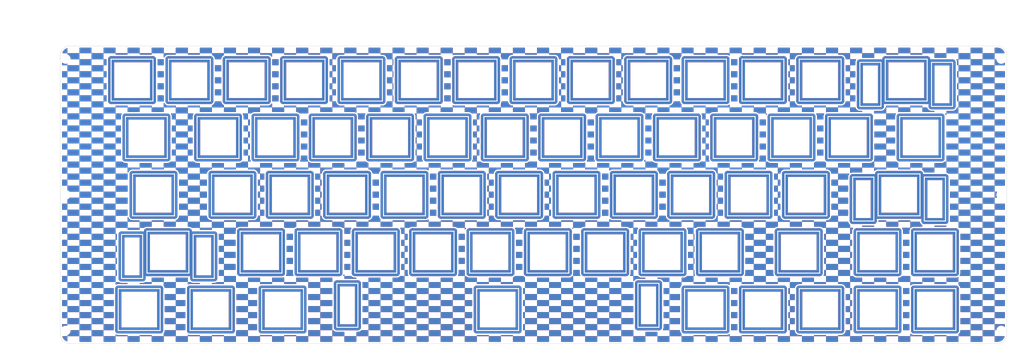
<source format=kicad_pcb>
(kicad_pcb (version 20171130) (host pcbnew "(5.1.10)-1")
  (layers (0 F.Cu signal) (31 B.Cu signal) (34 B.Paste user) (35 F.Paste user) (36 B.SilkS user) (37 F.SilkS user) (38 B.Mask user) (39 F.Mask user) (44 Edge.Cuts user))
  (net 0 "")
  (module kbd_SW_Hole:SW_Hole_TH_2u (layer F.Cu) (at 295.275 28.575)
    (fp_text reference SW4 hide)
    (fp_text value SW_PUSH hide)
    (fp_line (start -7.05 7.05) (end -7.05 -7.05) (layer Edge.Cuts) (width 0.15))
    (fp_line (start 7.05 7.05) (end -7.05 7.05) (layer Edge.Cuts) (width 0.15))
    (fp_line (start 7.05 -7.05) (end 7.05 7.05) (layer Edge.Cuts) (width 0.15))
    (fp_line (start -7.05 -7.05) (end 7.05 -7.05) (layer Edge.Cuts) (width 0.15))
    (fp_line (start 8.3 -6) (end 8.3 8.8) (layer Edge.Cuts) (width 0.12))
    (fp_line (start 8.3 8.8) (end 15.5 8.8) (layer Edge.Cuts) (width 0.12))
    (fp_line (start 15.5 8.8) (end 15.5 -6) (layer Edge.Cuts) (width 0.12))
    (fp_line (start 15.5 -6) (end 8.3 -6) (layer Edge.Cuts) (width 0.12))
    (fp_line (start -8.3 -6) (end -8.3 8.8) (layer Edge.Cuts) (width 0.12))
    (fp_line (start -8.3 8.8) (end -15.5 8.8) (layer Edge.Cuts) (width 0.12))
    (fp_line (start -15.5 8.8) (end -15.5 -6) (layer Edge.Cuts) (width 0.12))
    (fp_line (start -15.5 -6) (end -8.3 -6) (layer Edge.Cuts) (width 0.12))
    (pad 1 thru_hole oval (at -15.4 1.4) (size 2 16.6) (drill oval 0.3 14.9) (layers *.Cu *.Mask))
    (pad 1 thru_hole oval (at -8.4 1.4) (size 2 16.6) (drill oval 0.3 14.9) (layers *.Cu *.Mask))
    (pad 1 thru_hole oval (at -11.9 -5.9 90) (size 2 8.9) (drill oval 0.3 7.3) (layers *.Cu *.Mask))
    (pad 1 thru_hole oval (at -11.9 8.7 90) (size 2 8.9) (drill oval 0.3 7.3) (layers *.Cu *.Mask))
    (pad 1 thru_hole oval (at 11.9 8.7 90) (size 2 8.9) (drill oval 0.3 7.3) (layers *.Cu *.Mask))
    (pad 1 thru_hole oval (at -6.95 0) (size 2 15.9) (drill oval 0.3 14.2) (layers *.Cu *.Mask))
    (pad 1 thru_hole oval (at 6.95 0) (size 2 15.9) (drill oval 0.3 14.2) (layers *.Cu *.Mask))
    (pad 1 thru_hole oval (at 0 -6.95 90) (size 2 15.9) (drill oval 0.3 14.2) (layers *.Cu *.Mask))
    (pad 1 thru_hole oval (at 0 6.95 90) (size 2 15.9) (drill oval 0.3 14.2) (layers *.Cu *.Mask))
    (pad 1 thru_hole oval (at 15.4 1.4) (size 2 16.6) (drill oval 0.3 14.9) (layers *.Cu *.Mask))
    (pad 1 thru_hole oval (at 8.4 1.4) (size 2 16.6) (drill oval 0.3 14.9) (layers *.Cu *.Mask))
    (pad 1 thru_hole oval (at 11.9 -5.9 90) (size 2 8.9) (drill oval 0.3 7.3) (layers *.Cu *.Mask))
  )
  (module kbd_SW_Hole:SW_Hole_TH_1u (layer F.Cu) (at 228.6 104.775)
    (fp_text reference SW7 hide)
    (fp_text value SW_PUSH hide)
    (fp_line (start 7.05 -7.05) (end 7.05 7.05) (layer Edge.Cuts) (width 0.12))
    (fp_line (start -7.05 7.05) (end -7.05 -7.05) (layer Edge.Cuts) (width 0.12))
    (fp_line (start -7.05 -7.05) (end 7.05 -7.05) (layer Edge.Cuts) (width 0.12))
    (fp_line (start 7.05 7.05) (end -7.05 7.05) (layer Edge.Cuts) (width 0.12))
    (pad 1 thru_hole oval (at 6.95 0) (size 2 15.9) (drill oval 0.3 14.2) (layers *.Cu *.Mask))
    (pad 1 thru_hole oval (at -6.95 0) (size 2 15.9) (drill oval 0.3 14.2) (layers *.Cu *.Mask))
    (pad 1 thru_hole oval (at 0 6.95 90) (size 2 15.9) (drill oval 0.3 14.2) (layers *.Cu *.Mask))
    (pad 1 thru_hole oval (at 0 -6.95 90) (size 2 15.9) (drill oval 0.3 14.2) (layers *.Cu *.Mask))
  )
  (module kbd_SW_Hole:SW_Hole_TH_1.25u (layer F.Cu) (at 88.10625 104.775)
    (fp_text reference SW7 hide)
    (fp_text value SW_PUSH hide)
    (fp_line (start 7.05 -7.05) (end 7.05 7.05) (layer Edge.Cuts) (width 0.12))
    (fp_line (start -7.05 7.05) (end -7.05 -7.05) (layer Edge.Cuts) (width 0.12))
    (fp_line (start -7.05 -7.05) (end 7.05 -7.05) (layer Edge.Cuts) (width 0.12))
    (fp_line (start 7.05 7.05) (end -7.05 7.05) (layer Edge.Cuts) (width 0.12))
    (pad 1 thru_hole oval (at 6.95 0) (size 2 15.9) (drill oval 0.3 14.2) (layers *.Cu *.Mask))
    (pad 1 thru_hole oval (at -6.95 0) (size 2 15.9) (drill oval 0.3 14.2) (layers *.Cu *.Mask))
    (pad 1 thru_hole oval (at 0 6.95 90) (size 2 15.9) (drill oval 0.3 14.2) (layers *.Cu *.Mask))
    (pad 1 thru_hole oval (at 0 -6.95 90) (size 2 15.9) (drill oval 0.3 14.2) (layers *.Cu *.Mask))
  )
  (module kbd_SW_Hole:SW_Hole_TH_1.25u (layer F.Cu) (at 64.29375 104.775)
    (fp_text reference SW7 hide)
    (fp_text value SW_PUSH hide)
    (fp_line (start 7.05 -7.05) (end 7.05 7.05) (layer Edge.Cuts) (width 0.12))
    (fp_line (start -7.05 7.05) (end -7.05 -7.05) (layer Edge.Cuts) (width 0.12))
    (fp_line (start -7.05 -7.05) (end 7.05 -7.05) (layer Edge.Cuts) (width 0.12))
    (fp_line (start 7.05 7.05) (end -7.05 7.05) (layer Edge.Cuts) (width 0.12))
    (pad 1 thru_hole oval (at 6.95 0) (size 2 15.9) (drill oval 0.3 14.2) (layers *.Cu *.Mask))
    (pad 1 thru_hole oval (at -6.95 0) (size 2 15.9) (drill oval 0.3 14.2) (layers *.Cu *.Mask))
    (pad 1 thru_hole oval (at 0 6.95 90) (size 2 15.9) (drill oval 0.3 14.2) (layers *.Cu *.Mask))
    (pad 1 thru_hole oval (at 0 -6.95 90) (size 2 15.9) (drill oval 0.3 14.2) (layers *.Cu *.Mask))
  )
  (module kbd_SW_Hole:SW_Hole_TH_1.25u (layer F.Cu) (at 40.48125 104.775)
    (fp_text reference SW7 hide)
    (fp_text value SW_PUSH hide)
    (fp_line (start 7.05 -7.05) (end 7.05 7.05) (layer Edge.Cuts) (width 0.12))
    (fp_line (start -7.05 7.05) (end -7.05 -7.05) (layer Edge.Cuts) (width 0.12))
    (fp_line (start -7.05 -7.05) (end 7.05 -7.05) (layer Edge.Cuts) (width 0.12))
    (fp_line (start 7.05 7.05) (end -7.05 7.05) (layer Edge.Cuts) (width 0.12))
    (pad 1 thru_hole oval (at 6.95 0) (size 2 15.9) (drill oval 0.3 14.2) (layers *.Cu *.Mask))
    (pad 1 thru_hole oval (at -6.95 0) (size 2 15.9) (drill oval 0.3 14.2) (layers *.Cu *.Mask))
    (pad 1 thru_hole oval (at 0 6.95 90) (size 2 15.9) (drill oval 0.3 14.2) (layers *.Cu *.Mask))
    (pad 1 thru_hole oval (at 0 -6.95 90) (size 2 15.9) (drill oval 0.3 14.2) (layers *.Cu *.Mask))
  )
  (module kbd_SW_Hole:SW_Hole_TH_6.25u (layer F.Cu) (at 159.54375 104.775 180)
    (fp_text reference SW8 hide)
    (fp_text value SW_PUSH hide)
    (fp_line (start -53.51 -6) (end -46.51 -6) (layer Edge.Cuts) (width 0.12))
    (fp_line (start -53.51 8.8) (end -53.51 -6) (layer Edge.Cuts) (width 0.12))
    (fp_line (start -46.51 8.8) (end -53.51 8.8) (layer Edge.Cuts) (width 0.12))
    (fp_line (start -46.51 -6) (end -46.51 8.8) (layer Edge.Cuts) (width 0.12))
    (fp_line (start 53.51 -6) (end 46.51 -6) (layer Edge.Cuts) (width 0.12))
    (fp_line (start 53.51 8.8) (end 53.51 -6) (layer Edge.Cuts) (width 0.12))
    (fp_line (start 46.51 8.8) (end 53.51 8.8) (layer Edge.Cuts) (width 0.12))
    (fp_line (start 46.51 -6) (end 46.51 8.8) (layer Edge.Cuts) (width 0.12))
    (fp_line (start -7.05 -7.05) (end 7.05 -7.05) (layer Edge.Cuts) (width 0.15))
    (fp_line (start 7.05 -7.05) (end 7.05 7.05) (layer Edge.Cuts) (width 0.15))
    (fp_line (start 7.05 7.05) (end -7.05 7.05) (layer Edge.Cuts) (width 0.15))
    (fp_line (start -7.05 7.05) (end -7.05 -7.05) (layer Edge.Cuts) (width 0.15))
    (pad 1 thru_hole oval (at -53.61 1.4 180) (size 2 16.6) (drill oval 0.3 14.9) (layers *.Cu *.Mask))
    (pad 1 thru_hole oval (at -46.61 1.4 180) (size 2 16.6) (drill oval 0.3 14.9) (layers *.Cu *.Mask))
    (pad 1 thru_hole oval (at -50.11 -5.9 270) (size 2 8.8) (drill oval 0.3 7.2) (layers *.Cu *.Mask))
    (pad 1 thru_hole oval (at -50.11 8.7 270) (size 2 8.8) (drill oval 0.3 7.2) (layers *.Cu *.Mask))
    (pad 1 thru_hole oval (at 49.91 8.7 270) (size 2 8.8) (drill oval 0.3 7.2) (layers *.Cu *.Mask))
    (pad 1 thru_hole oval (at -6.95 0 180) (size 2 15.9) (drill oval 0.3 14.2) (layers *.Cu *.Mask))
    (pad 1 thru_hole oval (at 6.95 0 180) (size 2 15.9) (drill oval 0.3 14.2) (layers *.Cu *.Mask))
    (pad 1 thru_hole oval (at 0 -6.95 270) (size 2 15.9) (drill oval 0.3 14.2) (layers *.Cu *.Mask))
    (pad 1 thru_hole oval (at 0 6.95 270) (size 2 15.9) (drill oval 0.3 14.2) (layers *.Cu *.Mask))
    (pad 1 thru_hole oval (at 53.41 1.4 180) (size 2 16.6) (drill oval 0.3 14.9) (layers *.Cu *.Mask))
    (pad 1 thru_hole oval (at 46.41 1.4 180) (size 2 16.6) (drill oval 0.3 14.9) (layers *.Cu *.Mask))
    (pad 1 thru_hole oval (at 49.91 -5.9 270) (size 2 8.8) (drill oval 0.3 7.2) (layers *.Cu *.Mask))
  )
  (module kbd_SW_Hole:SW_Hole_TH_1u (layer F.Cu) (at 247.65 104.775)
    (fp_text reference SW7 hide)
    (fp_text value SW_PUSH hide)
    (fp_line (start 7.05 7.05) (end -7.05 7.05) (layer Edge.Cuts) (width 0.12))
    (fp_line (start -7.05 -7.05) (end 7.05 -7.05) (layer Edge.Cuts) (width 0.12))
    (fp_line (start -7.05 7.05) (end -7.05 -7.05) (layer Edge.Cuts) (width 0.12))
    (fp_line (start 7.05 -7.05) (end 7.05 7.05) (layer Edge.Cuts) (width 0.12))
    (pad 1 thru_hole oval (at 0 -6.95 90) (size 2 15.9) (drill oval 0.3 14.2) (layers *.Cu *.Mask))
    (pad 1 thru_hole oval (at 0 6.95 90) (size 2 15.9) (drill oval 0.3 14.2) (layers *.Cu *.Mask))
    (pad 1 thru_hole oval (at -6.95 0) (size 2 15.9) (drill oval 0.3 14.2) (layers *.Cu *.Mask))
    (pad 1 thru_hole oval (at 6.95 0) (size 2 15.9) (drill oval 0.3 14.2) (layers *.Cu *.Mask))
  )
  (module kbd_SW_Hole:SW_Hole_TH_1u (layer F.Cu) (at 266.7 104.775)
    (fp_text reference SW7 hide)
    (fp_text value SW_PUSH hide)
    (fp_line (start 7.05 -7.05) (end 7.05 7.05) (layer Edge.Cuts) (width 0.12))
    (fp_line (start -7.05 7.05) (end -7.05 -7.05) (layer Edge.Cuts) (width 0.12))
    (fp_line (start -7.05 -7.05) (end 7.05 -7.05) (layer Edge.Cuts) (width 0.12))
    (fp_line (start 7.05 7.05) (end -7.05 7.05) (layer Edge.Cuts) (width 0.12))
    (pad 1 thru_hole oval (at 6.95 0) (size 2 15.9) (drill oval 0.3 14.2) (layers *.Cu *.Mask))
    (pad 1 thru_hole oval (at -6.95 0) (size 2 15.9) (drill oval 0.3 14.2) (layers *.Cu *.Mask))
    (pad 1 thru_hole oval (at 0 6.95 90) (size 2 15.9) (drill oval 0.3 14.2) (layers *.Cu *.Mask))
    (pad 1 thru_hole oval (at 0 -6.95 90) (size 2 15.9) (drill oval 0.3 14.2) (layers *.Cu *.Mask))
  )
  (module kbd_SW_Hole:SW_Hole_TH_1u (layer F.Cu) (at 304.8 104.775)
    (fp_text reference SW7 hide)
    (fp_text value SW_PUSH hide)
    (fp_line (start 7.05 -7.05) (end 7.05 7.05) (layer Edge.Cuts) (width 0.12))
    (fp_line (start -7.05 7.05) (end -7.05 -7.05) (layer Edge.Cuts) (width 0.12))
    (fp_line (start -7.05 -7.05) (end 7.05 -7.05) (layer Edge.Cuts) (width 0.12))
    (fp_line (start 7.05 7.05) (end -7.05 7.05) (layer Edge.Cuts) (width 0.12))
    (pad 1 thru_hole oval (at 6.95 0) (size 2 15.9) (drill oval 0.3 14.2) (layers *.Cu *.Mask))
    (pad 1 thru_hole oval (at -6.95 0) (size 2 15.9) (drill oval 0.3 14.2) (layers *.Cu *.Mask))
    (pad 1 thru_hole oval (at 0 6.95 90) (size 2 15.9) (drill oval 0.3 14.2) (layers *.Cu *.Mask))
    (pad 1 thru_hole oval (at 0 -6.95 90) (size 2 15.9) (drill oval 0.3 14.2) (layers *.Cu *.Mask))
  )
  (module kbd_SW_Hole:SW_Hole_TH_1u (layer F.Cu) (at 285.75 104.775)
    (fp_text reference SW7 hide)
    (fp_text value SW_PUSH hide)
    (fp_line (start 7.05 7.05) (end -7.05 7.05) (layer Edge.Cuts) (width 0.12))
    (fp_line (start -7.05 -7.05) (end 7.05 -7.05) (layer Edge.Cuts) (width 0.12))
    (fp_line (start -7.05 7.05) (end -7.05 -7.05) (layer Edge.Cuts) (width 0.12))
    (fp_line (start 7.05 -7.05) (end 7.05 7.05) (layer Edge.Cuts) (width 0.12))
    (pad 1 thru_hole oval (at 0 -6.95 90) (size 2 15.9) (drill oval 0.3 14.2) (layers *.Cu *.Mask))
    (pad 1 thru_hole oval (at 0 6.95 90) (size 2 15.9) (drill oval 0.3 14.2) (layers *.Cu *.Mask))
    (pad 1 thru_hole oval (at -6.95 0) (size 2 15.9) (drill oval 0.3 14.2) (layers *.Cu *.Mask))
    (pad 1 thru_hole oval (at 6.95 0) (size 2 15.9) (drill oval 0.3 14.2) (layers *.Cu *.Mask))
  )
  (module kbd_SW_Hole:SW_Hole_TH_1.75u (layer F.Cu) (at 259.55625 85.725)
    (fp_text reference SW8 hide)
    (fp_text value SW_PUSH hide)
    (fp_line (start 7.05 -7.05) (end 7.05 7.05) (layer Edge.Cuts) (width 0.12))
    (fp_line (start -7.05 7.05) (end -7.05 -7.05) (layer Edge.Cuts) (width 0.12))
    (fp_line (start -7.05 -7.05) (end 7.05 -7.05) (layer Edge.Cuts) (width 0.12))
    (fp_line (start 7.05 7.05) (end -7.05 7.05) (layer Edge.Cuts) (width 0.12))
    (pad 1 thru_hole oval (at 6.95 0) (size 2 15.9) (drill oval 0.3 14.2) (layers *.Cu *.Mask))
    (pad 1 thru_hole oval (at -6.95 0) (size 2 15.9) (drill oval 0.3 14.2) (layers *.Cu *.Mask))
    (pad 1 thru_hole oval (at 0 6.95 90) (size 2 15.9) (drill oval 0.3 14.2) (layers *.Cu *.Mask))
    (pad 1 thru_hole oval (at 0 -6.95 90) (size 2 15.9) (drill oval 0.3 14.2) (layers *.Cu *.Mask))
  )
  (module kbd_SW_Hole:SW_Hole_TH_1.75u (layer F.Cu) (at 45.24375 66.675)
    (fp_text reference SW3 hide)
    (fp_text value SW_PUSH hide)
    (fp_line (start 7.05 -7.05) (end 7.05 7.05) (layer Edge.Cuts) (width 0.12))
    (fp_line (start -7.05 7.05) (end -7.05 -7.05) (layer Edge.Cuts) (width 0.12))
    (fp_line (start -7.05 -7.05) (end 7.05 -7.05) (layer Edge.Cuts) (width 0.12))
    (fp_line (start 7.05 7.05) (end -7.05 7.05) (layer Edge.Cuts) (width 0.12))
    (pad 1 thru_hole oval (at 6.95 0) (size 2 15.9) (drill oval 0.3 14.2) (layers *.Cu *.Mask))
    (pad 1 thru_hole oval (at -6.95 0) (size 2 15.9) (drill oval 0.3 14.2) (layers *.Cu *.Mask))
    (pad 1 thru_hole oval (at 0 6.95 90) (size 2 15.9) (drill oval 0.3 14.2) (layers *.Cu *.Mask))
    (pad 1 thru_hole oval (at 0 -6.95 90) (size 2 15.9) (drill oval 0.3 14.2) (layers *.Cu *.Mask))
  )
  (module kbd_SW_Hole:SW_Hole_TH_1.5u (layer F.Cu) (at 42.8625 47.625)
    (fp_text reference SW2 hide)
    (fp_text value KEY_SWITCH hide)
    (fp_line (start 7.05 -7.05) (end 7.05 7.05) (layer Edge.Cuts) (width 0.12))
    (fp_line (start -7.05 7.05) (end -7.05 -7.05) (layer Edge.Cuts) (width 0.12))
    (fp_line (start -7.05 -7.05) (end 7.05 -7.05) (layer Edge.Cuts) (width 0.12))
    (fp_line (start 7.05 7.05) (end -7.05 7.05) (layer Edge.Cuts) (width 0.12))
    (pad 1 thru_hole oval (at 6.95 0) (size 2 15.9) (drill oval 0.3 14.2) (layers *.Cu *.Mask))
    (pad 1 thru_hole oval (at -6.95 0) (size 2 15.9) (drill oval 0.3 14.2) (layers *.Cu *.Mask))
    (pad 1 thru_hole oval (at 0 6.95 90) (size 2 15.9) (drill oval 0.3 14.2) (layers *.Cu *.Mask))
    (pad 1 thru_hole oval (at 0 -6.95 90) (size 2 15.9) (drill oval 0.3 14.2) (layers *.Cu *.Mask))
  )
  (module kbd_SW_Hole:SW_Hole_TH_1.5u (layer F.Cu) (at 300.0375 47.625)
    (fp_text reference SW2 hide)
    (fp_text value KEY_SWITCH hide)
    (fp_line (start 7.05 -7.05) (end 7.05 7.05) (layer Edge.Cuts) (width 0.12))
    (fp_line (start -7.05 7.05) (end -7.05 -7.05) (layer Edge.Cuts) (width 0.12))
    (fp_line (start -7.05 -7.05) (end 7.05 -7.05) (layer Edge.Cuts) (width 0.12))
    (fp_line (start 7.05 7.05) (end -7.05 7.05) (layer Edge.Cuts) (width 0.12))
    (pad 1 thru_hole oval (at 6.95 0) (size 2 15.9) (drill oval 0.3 14.2) (layers *.Cu *.Mask))
    (pad 1 thru_hole oval (at -6.95 0) (size 2 15.9) (drill oval 0.3 14.2) (layers *.Cu *.Mask))
    (pad 1 thru_hole oval (at 0 6.95 90) (size 2 15.9) (drill oval 0.3 14.2) (layers *.Cu *.Mask))
    (pad 1 thru_hole oval (at 0 -6.95 90) (size 2 15.9) (drill oval 0.3 14.2) (layers *.Cu *.Mask))
  )
  (module kbd_SW_Hole:SW_Hole_TH_2.25u (layer F.Cu) (at 50.00625 85.725)
    (fp_text reference SW4 hide)
    (fp_text value KEY_SWITCH hide)
    (fp_line (start -15.5 -6) (end -8.3 -6) (layer Edge.Cuts) (width 0.12))
    (fp_line (start -15.5 8.8) (end -15.5 -6) (layer Edge.Cuts) (width 0.12))
    (fp_line (start -8.3 8.8) (end -15.5 8.8) (layer Edge.Cuts) (width 0.12))
    (fp_line (start -8.3 -6) (end -8.3 8.8) (layer Edge.Cuts) (width 0.12))
    (fp_line (start 15.5 -6) (end 8.3 -6) (layer Edge.Cuts) (width 0.12))
    (fp_line (start 15.5 8.8) (end 15.5 -6) (layer Edge.Cuts) (width 0.12))
    (fp_line (start 8.3 8.8) (end 15.5 8.8) (layer Edge.Cuts) (width 0.12))
    (fp_line (start 8.3 -6) (end 8.3 8.8) (layer Edge.Cuts) (width 0.12))
    (fp_line (start -7.05 -7.05) (end 7.05 -7.05) (layer Edge.Cuts) (width 0.15))
    (fp_line (start 7.05 -7.05) (end 7.05 7.05) (layer Edge.Cuts) (width 0.15))
    (fp_line (start 7.05 7.05) (end -7.05 7.05) (layer Edge.Cuts) (width 0.15))
    (fp_line (start -7.05 7.05) (end -7.05 -7.05) (layer Edge.Cuts) (width 0.15))
    (pad 1 thru_hole oval (at -15.4 1.4) (size 2 16.6) (drill oval 0.3 14.9) (layers *.Cu *.Mask))
    (pad 1 thru_hole oval (at -8.4 1.4) (size 2 16.6) (drill oval 0.3 14.9) (layers *.Cu *.Mask))
    (pad 1 thru_hole oval (at -11.9 -5.9 90) (size 2 8.9) (drill oval 0.3 7.3) (layers *.Cu *.Mask))
    (pad 1 thru_hole oval (at -11.9 8.7 90) (size 2 8.9) (drill oval 0.3 7.3) (layers *.Cu *.Mask))
    (pad 1 thru_hole oval (at 11.9 8.7 90) (size 2 8.9) (drill oval 0.3 7.3) (layers *.Cu *.Mask))
    (pad 1 thru_hole oval (at -6.95 0) (size 2 15.9) (drill oval 0.3 14.2) (layers *.Cu *.Mask))
    (pad 1 thru_hole oval (at 6.95 0) (size 2 15.9) (drill oval 0.3 14.2) (layers *.Cu *.Mask))
    (pad 1 thru_hole oval (at 0 -6.95 90) (size 2 15.9) (drill oval 0.3 14.2) (layers *.Cu *.Mask))
    (pad 1 thru_hole oval (at 0 6.95 90) (size 2 15.9) (drill oval 0.3 14.2) (layers *.Cu *.Mask))
    (pad 1 thru_hole oval (at 15.4 1.4) (size 2 16.6) (drill oval 0.3 14.9) (layers *.Cu *.Mask))
    (pad 1 thru_hole oval (at 8.4 1.4) (size 2 16.6) (drill oval 0.3 14.9) (layers *.Cu *.Mask))
    (pad 1 thru_hole oval (at 11.9 -5.9 90) (size 2 8.9) (drill oval 0.3 7.3) (layers *.Cu *.Mask))
  )
  (module kbd_SW_Hole:SW_Hole_TH_2.25u (layer F.Cu) (at 292.89375 66.675)
    (fp_text reference SW4 hide)
    (fp_text value KEY_SWITCH hide)
    (fp_line (start -15.5 -6) (end -8.3 -6) (layer Edge.Cuts) (width 0.12))
    (fp_line (start -15.5 8.8) (end -15.5 -6) (layer Edge.Cuts) (width 0.12))
    (fp_line (start -8.3 8.8) (end -15.5 8.8) (layer Edge.Cuts) (width 0.12))
    (fp_line (start -8.3 -6) (end -8.3 8.8) (layer Edge.Cuts) (width 0.12))
    (fp_line (start 15.5 -6) (end 8.3 -6) (layer Edge.Cuts) (width 0.12))
    (fp_line (start 15.5 8.8) (end 15.5 -6) (layer Edge.Cuts) (width 0.12))
    (fp_line (start 8.3 8.8) (end 15.5 8.8) (layer Edge.Cuts) (width 0.12))
    (fp_line (start 8.3 -6) (end 8.3 8.8) (layer Edge.Cuts) (width 0.12))
    (fp_line (start -7.05 -7.05) (end 7.05 -7.05) (layer Edge.Cuts) (width 0.15))
    (fp_line (start 7.05 -7.05) (end 7.05 7.05) (layer Edge.Cuts) (width 0.15))
    (fp_line (start 7.05 7.05) (end -7.05 7.05) (layer Edge.Cuts) (width 0.15))
    (fp_line (start -7.05 7.05) (end -7.05 -7.05) (layer Edge.Cuts) (width 0.15))
    (pad 1 thru_hole oval (at -15.4 1.4) (size 2 16.6) (drill oval 0.3 14.9) (layers *.Cu *.Mask))
    (pad 1 thru_hole oval (at -8.4 1.4) (size 2 16.6) (drill oval 0.3 14.9) (layers *.Cu *.Mask))
    (pad 1 thru_hole oval (at -11.9 -5.9 90) (size 2 8.9) (drill oval 0.3 7.3) (layers *.Cu *.Mask))
    (pad 1 thru_hole oval (at -11.9 8.7 90) (size 2 8.9) (drill oval 0.3 7.3) (layers *.Cu *.Mask))
    (pad 1 thru_hole oval (at 11.9 8.7 90) (size 2 8.9) (drill oval 0.3 7.3) (layers *.Cu *.Mask))
    (pad 1 thru_hole oval (at -6.95 0) (size 2 15.9) (drill oval 0.3 14.2) (layers *.Cu *.Mask))
    (pad 1 thru_hole oval (at 6.95 0) (size 2 15.9) (drill oval 0.3 14.2) (layers *.Cu *.Mask))
    (pad 1 thru_hole oval (at 0 -6.95 90) (size 2 15.9) (drill oval 0.3 14.2) (layers *.Cu *.Mask))
    (pad 1 thru_hole oval (at 0 6.95 90) (size 2 15.9) (drill oval 0.3 14.2) (layers *.Cu *.Mask))
    (pad 1 thru_hole oval (at 15.4 1.4) (size 2 16.6) (drill oval 0.3 14.9) (layers *.Cu *.Mask))
    (pad 1 thru_hole oval (at 8.4 1.4) (size 2 16.6) (drill oval 0.3 14.9) (layers *.Cu *.Mask))
    (pad 1 thru_hole oval (at 11.9 -5.9 90) (size 2 8.9) (drill oval 0.3 7.3) (layers *.Cu *.Mask))
  )
  (module kbd_SW_Hole:SW_Hole_TH_1u (layer F.Cu) (at 276.225 47.625)
    (fp_text reference SW8 hide)
    (fp_text value SW_PUSH hide)
    (fp_line (start 7.05 -7.05) (end 7.05 7.05) (layer Edge.Cuts) (width 0.12))
    (fp_line (start -7.05 7.05) (end -7.05 -7.05) (layer Edge.Cuts) (width 0.12))
    (fp_line (start -7.05 -7.05) (end 7.05 -7.05) (layer Edge.Cuts) (width 0.12))
    (fp_line (start 7.05 7.05) (end -7.05 7.05) (layer Edge.Cuts) (width 0.12))
    (pad 1 thru_hole oval (at 6.95 0) (size 2 15.9) (drill oval 0.3 14.2) (layers *.Cu *.Mask))
    (pad 1 thru_hole oval (at -6.95 0) (size 2 15.9) (drill oval 0.3 14.2) (layers *.Cu *.Mask))
    (pad 1 thru_hole oval (at 0 6.95 90) (size 2 15.9) (drill oval 0.3 14.2) (layers *.Cu *.Mask))
    (pad 1 thru_hole oval (at 0 -6.95 90) (size 2 15.9) (drill oval 0.3 14.2) (layers *.Cu *.Mask))
  )
  (module kbd_SW_Hole:SW_Hole_TH_1u (layer F.Cu) (at 261.9375 66.675)
    (fp_text reference SW4 hide)
    (fp_text value SW_PUSH hide)
    (fp_line (start 7.05 -7.05) (end 7.05 7.05) (layer Edge.Cuts) (width 0.12))
    (fp_line (start -7.05 7.05) (end -7.05 -7.05) (layer Edge.Cuts) (width 0.12))
    (fp_line (start -7.05 -7.05) (end 7.05 -7.05) (layer Edge.Cuts) (width 0.12))
    (fp_line (start 7.05 7.05) (end -7.05 7.05) (layer Edge.Cuts) (width 0.12))
    (pad 1 thru_hole oval (at 6.95 0) (size 2 15.9) (drill oval 0.3 14.2) (layers *.Cu *.Mask))
    (pad 1 thru_hole oval (at -6.95 0) (size 2 15.9) (drill oval 0.3 14.2) (layers *.Cu *.Mask))
    (pad 1 thru_hole oval (at 0 6.95 90) (size 2 15.9) (drill oval 0.3 14.2) (layers *.Cu *.Mask))
    (pad 1 thru_hole oval (at 0 -6.95 90) (size 2 15.9) (drill oval 0.3 14.2) (layers *.Cu *.Mask))
  )
  (module kbd_SW_Hole:SW_Hole_TH_1u (layer F.Cu) (at 228.6 28.575)
    (fp_text reference SW4 hide)
    (fp_text value SW_PUSH hide)
    (fp_line (start 7.05 -7.05) (end 7.05 7.05) (layer Edge.Cuts) (width 0.12))
    (fp_line (start -7.05 7.05) (end -7.05 -7.05) (layer Edge.Cuts) (width 0.12))
    (fp_line (start -7.05 -7.05) (end 7.05 -7.05) (layer Edge.Cuts) (width 0.12))
    (fp_line (start 7.05 7.05) (end -7.05 7.05) (layer Edge.Cuts) (width 0.12))
    (pad 1 thru_hole oval (at 6.95 0) (size 2 15.9) (drill oval 0.3 14.2) (layers *.Cu *.Mask))
    (pad 1 thru_hole oval (at -6.95 0) (size 2 15.9) (drill oval 0.3 14.2) (layers *.Cu *.Mask))
    (pad 1 thru_hole oval (at 0 6.95 90) (size 2 15.9) (drill oval 0.3 14.2) (layers *.Cu *.Mask))
    (pad 1 thru_hole oval (at 0 -6.95 90) (size 2 15.9) (drill oval 0.3 14.2) (layers *.Cu *.Mask))
  )
  (module kbd_SW_Hole:SW_Hole_TH_1u (layer F.Cu) (at 266.7 28.575)
    (fp_text reference SW4 hide)
    (fp_text value SW_PUSH hide)
    (fp_line (start 7.05 -7.05) (end 7.05 7.05) (layer Edge.Cuts) (width 0.12))
    (fp_line (start -7.05 7.05) (end -7.05 -7.05) (layer Edge.Cuts) (width 0.12))
    (fp_line (start -7.05 -7.05) (end 7.05 -7.05) (layer Edge.Cuts) (width 0.12))
    (fp_line (start 7.05 7.05) (end -7.05 7.05) (layer Edge.Cuts) (width 0.12))
    (pad 1 thru_hole oval (at 6.95 0) (size 2 15.9) (drill oval 0.3 14.2) (layers *.Cu *.Mask))
    (pad 1 thru_hole oval (at -6.95 0) (size 2 15.9) (drill oval 0.3 14.2) (layers *.Cu *.Mask))
    (pad 1 thru_hole oval (at 0 6.95 90) (size 2 15.9) (drill oval 0.3 14.2) (layers *.Cu *.Mask))
    (pad 1 thru_hole oval (at 0 -6.95 90) (size 2 15.9) (drill oval 0.3 14.2) (layers *.Cu *.Mask))
  )
  (module kbd_SW_Hole:SW_Hole_TH_1u (layer F.Cu) (at 257.175 47.625)
    (fp_text reference SW8 hide)
    (fp_text value SW_PUSH hide)
    (fp_line (start 7.05 -7.05) (end 7.05 7.05) (layer Edge.Cuts) (width 0.12))
    (fp_line (start -7.05 7.05) (end -7.05 -7.05) (layer Edge.Cuts) (width 0.12))
    (fp_line (start -7.05 -7.05) (end 7.05 -7.05) (layer Edge.Cuts) (width 0.12))
    (fp_line (start 7.05 7.05) (end -7.05 7.05) (layer Edge.Cuts) (width 0.12))
    (pad 1 thru_hole oval (at 6.95 0) (size 2 15.9) (drill oval 0.3 14.2) (layers *.Cu *.Mask))
    (pad 1 thru_hole oval (at -6.95 0) (size 2 15.9) (drill oval 0.3 14.2) (layers *.Cu *.Mask))
    (pad 1 thru_hole oval (at 0 6.95 90) (size 2 15.9) (drill oval 0.3 14.2) (layers *.Cu *.Mask))
    (pad 1 thru_hole oval (at 0 -6.95 90) (size 2 15.9) (drill oval 0.3 14.2) (layers *.Cu *.Mask))
  )
  (module kbd_SW_Hole:SW_Hole_TH_1u (layer F.Cu) (at 242.8875 66.675)
    (fp_text reference SW4 hide)
    (fp_text value SW_PUSH hide)
    (fp_line (start 7.05 -7.05) (end 7.05 7.05) (layer Edge.Cuts) (width 0.12))
    (fp_line (start -7.05 7.05) (end -7.05 -7.05) (layer Edge.Cuts) (width 0.12))
    (fp_line (start -7.05 -7.05) (end 7.05 -7.05) (layer Edge.Cuts) (width 0.12))
    (fp_line (start 7.05 7.05) (end -7.05 7.05) (layer Edge.Cuts) (width 0.12))
    (pad 1 thru_hole oval (at 6.95 0) (size 2 15.9) (drill oval 0.3 14.2) (layers *.Cu *.Mask))
    (pad 1 thru_hole oval (at -6.95 0) (size 2 15.9) (drill oval 0.3 14.2) (layers *.Cu *.Mask))
    (pad 1 thru_hole oval (at 0 6.95 90) (size 2 15.9) (drill oval 0.3 14.2) (layers *.Cu *.Mask))
    (pad 1 thru_hole oval (at 0 -6.95 90) (size 2 15.9) (drill oval 0.3 14.2) (layers *.Cu *.Mask))
  )
  (module kbd_SW_Hole:SW_Hole_TH_1u (layer F.Cu) (at 238.125 47.625)
    (fp_text reference SW8 hide)
    (fp_text value SW_PUSH hide)
    (fp_line (start 7.05 -7.05) (end 7.05 7.05) (layer Edge.Cuts) (width 0.12))
    (fp_line (start -7.05 7.05) (end -7.05 -7.05) (layer Edge.Cuts) (width 0.12))
    (fp_line (start -7.05 -7.05) (end 7.05 -7.05) (layer Edge.Cuts) (width 0.12))
    (fp_line (start 7.05 7.05) (end -7.05 7.05) (layer Edge.Cuts) (width 0.12))
    (pad 1 thru_hole oval (at 6.95 0) (size 2 15.9) (drill oval 0.3 14.2) (layers *.Cu *.Mask))
    (pad 1 thru_hole oval (at -6.95 0) (size 2 15.9) (drill oval 0.3 14.2) (layers *.Cu *.Mask))
    (pad 1 thru_hole oval (at 0 6.95 90) (size 2 15.9) (drill oval 0.3 14.2) (layers *.Cu *.Mask))
    (pad 1 thru_hole oval (at 0 -6.95 90) (size 2 15.9) (drill oval 0.3 14.2) (layers *.Cu *.Mask))
  )
  (module kbd_SW_Hole:SW_Hole_TH_1u (layer F.Cu) (at 285.75 85.725)
    (fp_text reference SW8 hide)
    (fp_text value SW_PUSH hide)
    (fp_line (start 7.05 -7.05) (end 7.05 7.05) (layer Edge.Cuts) (width 0.12))
    (fp_line (start -7.05 7.05) (end -7.05 -7.05) (layer Edge.Cuts) (width 0.12))
    (fp_line (start -7.05 -7.05) (end 7.05 -7.05) (layer Edge.Cuts) (width 0.12))
    (fp_line (start 7.05 7.05) (end -7.05 7.05) (layer Edge.Cuts) (width 0.12))
    (pad 1 thru_hole oval (at 6.95 0) (size 2 15.9) (drill oval 0.3 14.2) (layers *.Cu *.Mask))
    (pad 1 thru_hole oval (at -6.95 0) (size 2 15.9) (drill oval 0.3 14.2) (layers *.Cu *.Mask))
    (pad 1 thru_hole oval (at 0 6.95 90) (size 2 15.9) (drill oval 0.3 14.2) (layers *.Cu *.Mask))
    (pad 1 thru_hole oval (at 0 -6.95 90) (size 2 15.9) (drill oval 0.3 14.2) (layers *.Cu *.Mask))
  )
  (module kbd_SW_Hole:SW_Hole_TH_1u (layer F.Cu) (at 247.65 28.575)
    (fp_text reference SW4 hide)
    (fp_text value SW_PUSH hide)
    (fp_line (start 7.05 -7.05) (end 7.05 7.05) (layer Edge.Cuts) (width 0.12))
    (fp_line (start -7.05 7.05) (end -7.05 -7.05) (layer Edge.Cuts) (width 0.12))
    (fp_line (start -7.05 -7.05) (end 7.05 -7.05) (layer Edge.Cuts) (width 0.12))
    (fp_line (start 7.05 7.05) (end -7.05 7.05) (layer Edge.Cuts) (width 0.12))
    (pad 1 thru_hole oval (at 6.95 0) (size 2 15.9) (drill oval 0.3 14.2) (layers *.Cu *.Mask))
    (pad 1 thru_hole oval (at -6.95 0) (size 2 15.9) (drill oval 0.3 14.2) (layers *.Cu *.Mask))
    (pad 1 thru_hole oval (at 0 6.95 90) (size 2 15.9) (drill oval 0.3 14.2) (layers *.Cu *.Mask))
    (pad 1 thru_hole oval (at 0 -6.95 90) (size 2 15.9) (drill oval 0.3 14.2) (layers *.Cu *.Mask))
  )
  (module kbd_SW_Hole:SW_Hole_TH_1u (layer F.Cu) (at 304.8 85.725)
    (fp_text reference SW8 hide)
    (fp_text value SW_PUSH hide)
    (fp_line (start 7.05 -7.05) (end 7.05 7.05) (layer Edge.Cuts) (width 0.12))
    (fp_line (start -7.05 7.05) (end -7.05 -7.05) (layer Edge.Cuts) (width 0.12))
    (fp_line (start -7.05 -7.05) (end 7.05 -7.05) (layer Edge.Cuts) (width 0.12))
    (fp_line (start 7.05 7.05) (end -7.05 7.05) (layer Edge.Cuts) (width 0.12))
    (pad 1 thru_hole oval (at 6.95 0) (size 2 15.9) (drill oval 0.3 14.2) (layers *.Cu *.Mask))
    (pad 1 thru_hole oval (at -6.95 0) (size 2 15.9) (drill oval 0.3 14.2) (layers *.Cu *.Mask))
    (pad 1 thru_hole oval (at 0 6.95 90) (size 2 15.9) (drill oval 0.3 14.2) (layers *.Cu *.Mask))
    (pad 1 thru_hole oval (at 0 -6.95 90) (size 2 15.9) (drill oval 0.3 14.2) (layers *.Cu *.Mask))
  )
  (module kbd_SW_Hole:SW_Hole_TH_1u (layer F.Cu) (at 200.025 47.625)
    (fp_text reference SW8 hide)
    (fp_text value SW_PUSH hide)
    (fp_line (start 7.05 -7.05) (end 7.05 7.05) (layer Edge.Cuts) (width 0.12))
    (fp_line (start -7.05 7.05) (end -7.05 -7.05) (layer Edge.Cuts) (width 0.12))
    (fp_line (start -7.05 -7.05) (end 7.05 -7.05) (layer Edge.Cuts) (width 0.12))
    (fp_line (start 7.05 7.05) (end -7.05 7.05) (layer Edge.Cuts) (width 0.12))
    (pad 1 thru_hole oval (at 6.95 0) (size 2 15.9) (drill oval 0.3 14.2) (layers *.Cu *.Mask))
    (pad 1 thru_hole oval (at -6.95 0) (size 2 15.9) (drill oval 0.3 14.2) (layers *.Cu *.Mask))
    (pad 1 thru_hole oval (at 0 6.95 90) (size 2 15.9) (drill oval 0.3 14.2) (layers *.Cu *.Mask))
    (pad 1 thru_hole oval (at 0 -6.95 90) (size 2 15.9) (drill oval 0.3 14.2) (layers *.Cu *.Mask))
  )
  (module kbd_SW_Hole:SW_Hole_TH_1u (layer F.Cu) (at 223.8375 66.675)
    (fp_text reference SW4 hide)
    (fp_text value SW_PUSH hide)
    (fp_line (start 7.05 -7.05) (end 7.05 7.05) (layer Edge.Cuts) (width 0.12))
    (fp_line (start -7.05 7.05) (end -7.05 -7.05) (layer Edge.Cuts) (width 0.12))
    (fp_line (start -7.05 -7.05) (end 7.05 -7.05) (layer Edge.Cuts) (width 0.12))
    (fp_line (start 7.05 7.05) (end -7.05 7.05) (layer Edge.Cuts) (width 0.12))
    (pad 1 thru_hole oval (at 6.95 0) (size 2 15.9) (drill oval 0.3 14.2) (layers *.Cu *.Mask))
    (pad 1 thru_hole oval (at -6.95 0) (size 2 15.9) (drill oval 0.3 14.2) (layers *.Cu *.Mask))
    (pad 1 thru_hole oval (at 0 6.95 90) (size 2 15.9) (drill oval 0.3 14.2) (layers *.Cu *.Mask))
    (pad 1 thru_hole oval (at 0 -6.95 90) (size 2 15.9) (drill oval 0.3 14.2) (layers *.Cu *.Mask))
  )
  (module kbd_SW_Hole:SW_Hole_TH_1u (layer F.Cu) (at 180.975 47.625)
    (fp_text reference SW8 hide)
    (fp_text value SW_PUSH hide)
    (fp_line (start 7.05 -7.05) (end 7.05 7.05) (layer Edge.Cuts) (width 0.12))
    (fp_line (start -7.05 7.05) (end -7.05 -7.05) (layer Edge.Cuts) (width 0.12))
    (fp_line (start -7.05 -7.05) (end 7.05 -7.05) (layer Edge.Cuts) (width 0.12))
    (fp_line (start 7.05 7.05) (end -7.05 7.05) (layer Edge.Cuts) (width 0.12))
    (pad 1 thru_hole oval (at 6.95 0) (size 2 15.9) (drill oval 0.3 14.2) (layers *.Cu *.Mask))
    (pad 1 thru_hole oval (at -6.95 0) (size 2 15.9) (drill oval 0.3 14.2) (layers *.Cu *.Mask))
    (pad 1 thru_hole oval (at 0 6.95 90) (size 2 15.9) (drill oval 0.3 14.2) (layers *.Cu *.Mask))
    (pad 1 thru_hole oval (at 0 -6.95 90) (size 2 15.9) (drill oval 0.3 14.2) (layers *.Cu *.Mask))
  )
  (module kbd_SW_Hole:SW_Hole_TH_1u (layer F.Cu) (at 214.3125 85.725)
    (fp_text reference SW8 hide)
    (fp_text value SW_PUSH hide)
    (fp_line (start 7.05 -7.05) (end 7.05 7.05) (layer Edge.Cuts) (width 0.12))
    (fp_line (start -7.05 7.05) (end -7.05 -7.05) (layer Edge.Cuts) (width 0.12))
    (fp_line (start -7.05 -7.05) (end 7.05 -7.05) (layer Edge.Cuts) (width 0.12))
    (fp_line (start 7.05 7.05) (end -7.05 7.05) (layer Edge.Cuts) (width 0.12))
    (pad 1 thru_hole oval (at 6.95 0) (size 2 15.9) (drill oval 0.3 14.2) (layers *.Cu *.Mask))
    (pad 1 thru_hole oval (at -6.95 0) (size 2 15.9) (drill oval 0.3 14.2) (layers *.Cu *.Mask))
    (pad 1 thru_hole oval (at 0 6.95 90) (size 2 15.9) (drill oval 0.3 14.2) (layers *.Cu *.Mask))
    (pad 1 thru_hole oval (at 0 -6.95 90) (size 2 15.9) (drill oval 0.3 14.2) (layers *.Cu *.Mask))
  )
  (module kbd_SW_Hole:SW_Hole_TH_1u (layer F.Cu) (at 171.45 28.575)
    (fp_text reference SW4 hide)
    (fp_text value SW_PUSH hide)
    (fp_line (start 7.05 -7.05) (end 7.05 7.05) (layer Edge.Cuts) (width 0.12))
    (fp_line (start -7.05 7.05) (end -7.05 -7.05) (layer Edge.Cuts) (width 0.12))
    (fp_line (start -7.05 -7.05) (end 7.05 -7.05) (layer Edge.Cuts) (width 0.12))
    (fp_line (start 7.05 7.05) (end -7.05 7.05) (layer Edge.Cuts) (width 0.12))
    (pad 1 thru_hole oval (at 6.95 0) (size 2 15.9) (drill oval 0.3 14.2) (layers *.Cu *.Mask))
    (pad 1 thru_hole oval (at -6.95 0) (size 2 15.9) (drill oval 0.3 14.2) (layers *.Cu *.Mask))
    (pad 1 thru_hole oval (at 0 6.95 90) (size 2 15.9) (drill oval 0.3 14.2) (layers *.Cu *.Mask))
    (pad 1 thru_hole oval (at 0 -6.95 90) (size 2 15.9) (drill oval 0.3 14.2) (layers *.Cu *.Mask))
  )
  (module kbd_SW_Hole:SW_Hole_TH_1u (layer F.Cu) (at 233.3625 85.725)
    (fp_text reference SW8 hide)
    (fp_text value SW_PUSH hide)
    (fp_line (start 7.05 -7.05) (end 7.05 7.05) (layer Edge.Cuts) (width 0.12))
    (fp_line (start -7.05 7.05) (end -7.05 -7.05) (layer Edge.Cuts) (width 0.12))
    (fp_line (start -7.05 -7.05) (end 7.05 -7.05) (layer Edge.Cuts) (width 0.12))
    (fp_line (start 7.05 7.05) (end -7.05 7.05) (layer Edge.Cuts) (width 0.12))
    (pad 1 thru_hole oval (at 6.95 0) (size 2 15.9) (drill oval 0.3 14.2) (layers *.Cu *.Mask))
    (pad 1 thru_hole oval (at -6.95 0) (size 2 15.9) (drill oval 0.3 14.2) (layers *.Cu *.Mask))
    (pad 1 thru_hole oval (at 0 6.95 90) (size 2 15.9) (drill oval 0.3 14.2) (layers *.Cu *.Mask))
    (pad 1 thru_hole oval (at 0 -6.95 90) (size 2 15.9) (drill oval 0.3 14.2) (layers *.Cu *.Mask))
  )
  (module kbd_SW_Hole:SW_Hole_TH_1u (layer F.Cu) (at 185.7375 66.675)
    (fp_text reference SW4 hide)
    (fp_text value SW_PUSH hide)
    (fp_line (start 7.05 -7.05) (end 7.05 7.05) (layer Edge.Cuts) (width 0.12))
    (fp_line (start -7.05 7.05) (end -7.05 -7.05) (layer Edge.Cuts) (width 0.12))
    (fp_line (start -7.05 -7.05) (end 7.05 -7.05) (layer Edge.Cuts) (width 0.12))
    (fp_line (start 7.05 7.05) (end -7.05 7.05) (layer Edge.Cuts) (width 0.12))
    (pad 1 thru_hole oval (at 6.95 0) (size 2 15.9) (drill oval 0.3 14.2) (layers *.Cu *.Mask))
    (pad 1 thru_hole oval (at -6.95 0) (size 2 15.9) (drill oval 0.3 14.2) (layers *.Cu *.Mask))
    (pad 1 thru_hole oval (at 0 6.95 90) (size 2 15.9) (drill oval 0.3 14.2) (layers *.Cu *.Mask))
    (pad 1 thru_hole oval (at 0 -6.95 90) (size 2 15.9) (drill oval 0.3 14.2) (layers *.Cu *.Mask))
  )
  (module kbd_SW_Hole:SW_Hole_TH_1u (layer F.Cu) (at 190.5 28.575)
    (fp_text reference SW4 hide)
    (fp_text value SW_PUSH hide)
    (fp_line (start 7.05 -7.05) (end 7.05 7.05) (layer Edge.Cuts) (width 0.12))
    (fp_line (start -7.05 7.05) (end -7.05 -7.05) (layer Edge.Cuts) (width 0.12))
    (fp_line (start -7.05 -7.05) (end 7.05 -7.05) (layer Edge.Cuts) (width 0.12))
    (fp_line (start 7.05 7.05) (end -7.05 7.05) (layer Edge.Cuts) (width 0.12))
    (pad 1 thru_hole oval (at 6.95 0) (size 2 15.9) (drill oval 0.3 14.2) (layers *.Cu *.Mask))
    (pad 1 thru_hole oval (at -6.95 0) (size 2 15.9) (drill oval 0.3 14.2) (layers *.Cu *.Mask))
    (pad 1 thru_hole oval (at 0 6.95 90) (size 2 15.9) (drill oval 0.3 14.2) (layers *.Cu *.Mask))
    (pad 1 thru_hole oval (at 0 -6.95 90) (size 2 15.9) (drill oval 0.3 14.2) (layers *.Cu *.Mask))
  )
  (module kbd_SW_Hole:SW_Hole_TH_1u (layer F.Cu) (at 219.075 47.625)
    (fp_text reference SW8 hide)
    (fp_text value SW_PUSH hide)
    (fp_line (start 7.05 -7.05) (end 7.05 7.05) (layer Edge.Cuts) (width 0.12))
    (fp_line (start -7.05 7.05) (end -7.05 -7.05) (layer Edge.Cuts) (width 0.12))
    (fp_line (start -7.05 -7.05) (end 7.05 -7.05) (layer Edge.Cuts) (width 0.12))
    (fp_line (start 7.05 7.05) (end -7.05 7.05) (layer Edge.Cuts) (width 0.12))
    (pad 1 thru_hole oval (at 6.95 0) (size 2 15.9) (drill oval 0.3 14.2) (layers *.Cu *.Mask))
    (pad 1 thru_hole oval (at -6.95 0) (size 2 15.9) (drill oval 0.3 14.2) (layers *.Cu *.Mask))
    (pad 1 thru_hole oval (at 0 6.95 90) (size 2 15.9) (drill oval 0.3 14.2) (layers *.Cu *.Mask))
    (pad 1 thru_hole oval (at 0 -6.95 90) (size 2 15.9) (drill oval 0.3 14.2) (layers *.Cu *.Mask))
  )
  (module kbd_SW_Hole:SW_Hole_TH_1u (layer F.Cu) (at 209.55 28.575)
    (fp_text reference SW4 hide)
    (fp_text value SW_PUSH hide)
    (fp_line (start 7.05 -7.05) (end 7.05 7.05) (layer Edge.Cuts) (width 0.12))
    (fp_line (start -7.05 7.05) (end -7.05 -7.05) (layer Edge.Cuts) (width 0.12))
    (fp_line (start -7.05 -7.05) (end 7.05 -7.05) (layer Edge.Cuts) (width 0.12))
    (fp_line (start 7.05 7.05) (end -7.05 7.05) (layer Edge.Cuts) (width 0.12))
    (pad 1 thru_hole oval (at 6.95 0) (size 2 15.9) (drill oval 0.3 14.2) (layers *.Cu *.Mask))
    (pad 1 thru_hole oval (at -6.95 0) (size 2 15.9) (drill oval 0.3 14.2) (layers *.Cu *.Mask))
    (pad 1 thru_hole oval (at 0 6.95 90) (size 2 15.9) (drill oval 0.3 14.2) (layers *.Cu *.Mask))
    (pad 1 thru_hole oval (at 0 -6.95 90) (size 2 15.9) (drill oval 0.3 14.2) (layers *.Cu *.Mask))
  )
  (module kbd_SW_Hole:SW_Hole_TH_1u (layer F.Cu) (at 195.2625 85.725)
    (fp_text reference SW8 hide)
    (fp_text value SW_PUSH hide)
    (fp_line (start 7.05 -7.05) (end 7.05 7.05) (layer Edge.Cuts) (width 0.12))
    (fp_line (start -7.05 7.05) (end -7.05 -7.05) (layer Edge.Cuts) (width 0.12))
    (fp_line (start -7.05 -7.05) (end 7.05 -7.05) (layer Edge.Cuts) (width 0.12))
    (fp_line (start 7.05 7.05) (end -7.05 7.05) (layer Edge.Cuts) (width 0.12))
    (pad 1 thru_hole oval (at 6.95 0) (size 2 15.9) (drill oval 0.3 14.2) (layers *.Cu *.Mask))
    (pad 1 thru_hole oval (at -6.95 0) (size 2 15.9) (drill oval 0.3 14.2) (layers *.Cu *.Mask))
    (pad 1 thru_hole oval (at 0 6.95 90) (size 2 15.9) (drill oval 0.3 14.2) (layers *.Cu *.Mask))
    (pad 1 thru_hole oval (at 0 -6.95 90) (size 2 15.9) (drill oval 0.3 14.2) (layers *.Cu *.Mask))
  )
  (module kbd_SW_Hole:SW_Hole_TH_1u (layer F.Cu) (at 204.7875 66.675)
    (fp_text reference SW4 hide)
    (fp_text value SW_PUSH hide)
    (fp_line (start 7.05 -7.05) (end 7.05 7.05) (layer Edge.Cuts) (width 0.12))
    (fp_line (start -7.05 7.05) (end -7.05 -7.05) (layer Edge.Cuts) (width 0.12))
    (fp_line (start -7.05 -7.05) (end 7.05 -7.05) (layer Edge.Cuts) (width 0.12))
    (fp_line (start 7.05 7.05) (end -7.05 7.05) (layer Edge.Cuts) (width 0.12))
    (pad 1 thru_hole oval (at 6.95 0) (size 2 15.9) (drill oval 0.3 14.2) (layers *.Cu *.Mask))
    (pad 1 thru_hole oval (at -6.95 0) (size 2 15.9) (drill oval 0.3 14.2) (layers *.Cu *.Mask))
    (pad 1 thru_hole oval (at 0 6.95 90) (size 2 15.9) (drill oval 0.3 14.2) (layers *.Cu *.Mask))
    (pad 1 thru_hole oval (at 0 -6.95 90) (size 2 15.9) (drill oval 0.3 14.2) (layers *.Cu *.Mask))
  )
  (module kbd_SW_Hole:SW_Hole_TH_1u (layer F.Cu) (at 152.4 28.575)
    (fp_text reference SW4 hide)
    (fp_text value SW_PUSH hide)
    (fp_line (start 7.05 -7.05) (end 7.05 7.05) (layer Edge.Cuts) (width 0.12))
    (fp_line (start -7.05 7.05) (end -7.05 -7.05) (layer Edge.Cuts) (width 0.12))
    (fp_line (start -7.05 -7.05) (end 7.05 -7.05) (layer Edge.Cuts) (width 0.12))
    (fp_line (start 7.05 7.05) (end -7.05 7.05) (layer Edge.Cuts) (width 0.12))
    (pad 1 thru_hole oval (at 6.95 0) (size 2 15.9) (drill oval 0.3 14.2) (layers *.Cu *.Mask))
    (pad 1 thru_hole oval (at -6.95 0) (size 2 15.9) (drill oval 0.3 14.2) (layers *.Cu *.Mask))
    (pad 1 thru_hole oval (at 0 6.95 90) (size 2 15.9) (drill oval 0.3 14.2) (layers *.Cu *.Mask))
    (pad 1 thru_hole oval (at 0 -6.95 90) (size 2 15.9) (drill oval 0.3 14.2) (layers *.Cu *.Mask))
  )
  (module kbd_SW_Hole:SW_Hole_TH_1u (layer F.Cu) (at 147.6375 66.675)
    (fp_text reference SW4 hide)
    (fp_text value SW_PUSH hide)
    (fp_line (start 7.05 -7.05) (end 7.05 7.05) (layer Edge.Cuts) (width 0.12))
    (fp_line (start -7.05 7.05) (end -7.05 -7.05) (layer Edge.Cuts) (width 0.12))
    (fp_line (start -7.05 -7.05) (end 7.05 -7.05) (layer Edge.Cuts) (width 0.12))
    (fp_line (start 7.05 7.05) (end -7.05 7.05) (layer Edge.Cuts) (width 0.12))
    (pad 1 thru_hole oval (at 6.95 0) (size 2 15.9) (drill oval 0.3 14.2) (layers *.Cu *.Mask))
    (pad 1 thru_hole oval (at -6.95 0) (size 2 15.9) (drill oval 0.3 14.2) (layers *.Cu *.Mask))
    (pad 1 thru_hole oval (at 0 6.95 90) (size 2 15.9) (drill oval 0.3 14.2) (layers *.Cu *.Mask))
    (pad 1 thru_hole oval (at 0 -6.95 90) (size 2 15.9) (drill oval 0.3 14.2) (layers *.Cu *.Mask))
  )
  (module kbd_SW_Hole:SW_Hole_TH_1u (layer F.Cu) (at 138.1125 85.725)
    (fp_text reference SW8 hide)
    (fp_text value SW_PUSH hide)
    (fp_line (start 7.05 -7.05) (end 7.05 7.05) (layer Edge.Cuts) (width 0.12))
    (fp_line (start -7.05 7.05) (end -7.05 -7.05) (layer Edge.Cuts) (width 0.12))
    (fp_line (start -7.05 -7.05) (end 7.05 -7.05) (layer Edge.Cuts) (width 0.12))
    (fp_line (start 7.05 7.05) (end -7.05 7.05) (layer Edge.Cuts) (width 0.12))
    (pad 1 thru_hole oval (at 6.95 0) (size 2 15.9) (drill oval 0.3 14.2) (layers *.Cu *.Mask))
    (pad 1 thru_hole oval (at -6.95 0) (size 2 15.9) (drill oval 0.3 14.2) (layers *.Cu *.Mask))
    (pad 1 thru_hole oval (at 0 6.95 90) (size 2 15.9) (drill oval 0.3 14.2) (layers *.Cu *.Mask))
    (pad 1 thru_hole oval (at 0 -6.95 90) (size 2 15.9) (drill oval 0.3 14.2) (layers *.Cu *.Mask))
  )
  (module kbd_SW_Hole:SW_Hole_TH_1u (layer F.Cu) (at 133.35 28.575)
    (fp_text reference SW4 hide)
    (fp_text value SW_PUSH hide)
    (fp_line (start 7.05 -7.05) (end 7.05 7.05) (layer Edge.Cuts) (width 0.12))
    (fp_line (start -7.05 7.05) (end -7.05 -7.05) (layer Edge.Cuts) (width 0.12))
    (fp_line (start -7.05 -7.05) (end 7.05 -7.05) (layer Edge.Cuts) (width 0.12))
    (fp_line (start 7.05 7.05) (end -7.05 7.05) (layer Edge.Cuts) (width 0.12))
    (pad 1 thru_hole oval (at 6.95 0) (size 2 15.9) (drill oval 0.3 14.2) (layers *.Cu *.Mask))
    (pad 1 thru_hole oval (at -6.95 0) (size 2 15.9) (drill oval 0.3 14.2) (layers *.Cu *.Mask))
    (pad 1 thru_hole oval (at 0 6.95 90) (size 2 15.9) (drill oval 0.3 14.2) (layers *.Cu *.Mask))
    (pad 1 thru_hole oval (at 0 -6.95 90) (size 2 15.9) (drill oval 0.3 14.2) (layers *.Cu *.Mask))
  )
  (module kbd_SW_Hole:SW_Hole_TH_1u (layer F.Cu) (at 166.6875 66.675)
    (fp_text reference SW4 hide)
    (fp_text value SW_PUSH hide)
    (fp_line (start 7.05 -7.05) (end 7.05 7.05) (layer Edge.Cuts) (width 0.12))
    (fp_line (start -7.05 7.05) (end -7.05 -7.05) (layer Edge.Cuts) (width 0.12))
    (fp_line (start -7.05 -7.05) (end 7.05 -7.05) (layer Edge.Cuts) (width 0.12))
    (fp_line (start 7.05 7.05) (end -7.05 7.05) (layer Edge.Cuts) (width 0.12))
    (pad 1 thru_hole oval (at 6.95 0) (size 2 15.9) (drill oval 0.3 14.2) (layers *.Cu *.Mask))
    (pad 1 thru_hole oval (at -6.95 0) (size 2 15.9) (drill oval 0.3 14.2) (layers *.Cu *.Mask))
    (pad 1 thru_hole oval (at 0 6.95 90) (size 2 15.9) (drill oval 0.3 14.2) (layers *.Cu *.Mask))
    (pad 1 thru_hole oval (at 0 -6.95 90) (size 2 15.9) (drill oval 0.3 14.2) (layers *.Cu *.Mask))
  )
  (module kbd_SW_Hole:SW_Hole_TH_1u (layer F.Cu) (at 161.925 47.625)
    (fp_text reference SW8 hide)
    (fp_text value SW_PUSH hide)
    (fp_line (start 7.05 -7.05) (end 7.05 7.05) (layer Edge.Cuts) (width 0.12))
    (fp_line (start -7.05 7.05) (end -7.05 -7.05) (layer Edge.Cuts) (width 0.12))
    (fp_line (start -7.05 -7.05) (end 7.05 -7.05) (layer Edge.Cuts) (width 0.12))
    (fp_line (start 7.05 7.05) (end -7.05 7.05) (layer Edge.Cuts) (width 0.12))
    (pad 1 thru_hole oval (at 6.95 0) (size 2 15.9) (drill oval 0.3 14.2) (layers *.Cu *.Mask))
    (pad 1 thru_hole oval (at -6.95 0) (size 2 15.9) (drill oval 0.3 14.2) (layers *.Cu *.Mask))
    (pad 1 thru_hole oval (at 0 6.95 90) (size 2 15.9) (drill oval 0.3 14.2) (layers *.Cu *.Mask))
    (pad 1 thru_hole oval (at 0 -6.95 90) (size 2 15.9) (drill oval 0.3 14.2) (layers *.Cu *.Mask))
  )
  (module kbd_SW_Hole:SW_Hole_TH_1u (layer F.Cu) (at 157.1625 85.725)
    (fp_text reference SW8 hide)
    (fp_text value SW_PUSH hide)
    (fp_line (start 7.05 -7.05) (end 7.05 7.05) (layer Edge.Cuts) (width 0.12))
    (fp_line (start -7.05 7.05) (end -7.05 -7.05) (layer Edge.Cuts) (width 0.12))
    (fp_line (start -7.05 -7.05) (end 7.05 -7.05) (layer Edge.Cuts) (width 0.12))
    (fp_line (start 7.05 7.05) (end -7.05 7.05) (layer Edge.Cuts) (width 0.12))
    (pad 1 thru_hole oval (at 6.95 0) (size 2 15.9) (drill oval 0.3 14.2) (layers *.Cu *.Mask))
    (pad 1 thru_hole oval (at -6.95 0) (size 2 15.9) (drill oval 0.3 14.2) (layers *.Cu *.Mask))
    (pad 1 thru_hole oval (at 0 6.95 90) (size 2 15.9) (drill oval 0.3 14.2) (layers *.Cu *.Mask))
    (pad 1 thru_hole oval (at 0 -6.95 90) (size 2 15.9) (drill oval 0.3 14.2) (layers *.Cu *.Mask))
  )
  (module kbd_SW_Hole:SW_Hole_TH_1u (layer F.Cu) (at 142.875 47.625)
    (fp_text reference SW8 hide)
    (fp_text value SW_PUSH hide)
    (fp_line (start 7.05 -7.05) (end 7.05 7.05) (layer Edge.Cuts) (width 0.12))
    (fp_line (start -7.05 7.05) (end -7.05 -7.05) (layer Edge.Cuts) (width 0.12))
    (fp_line (start -7.05 -7.05) (end 7.05 -7.05) (layer Edge.Cuts) (width 0.12))
    (fp_line (start 7.05 7.05) (end -7.05 7.05) (layer Edge.Cuts) (width 0.12))
    (pad 1 thru_hole oval (at 6.95 0) (size 2 15.9) (drill oval 0.3 14.2) (layers *.Cu *.Mask))
    (pad 1 thru_hole oval (at -6.95 0) (size 2 15.9) (drill oval 0.3 14.2) (layers *.Cu *.Mask))
    (pad 1 thru_hole oval (at 0 6.95 90) (size 2 15.9) (drill oval 0.3 14.2) (layers *.Cu *.Mask))
    (pad 1 thru_hole oval (at 0 -6.95 90) (size 2 15.9) (drill oval 0.3 14.2) (layers *.Cu *.Mask))
  )
  (module kbd_SW_Hole:SW_Hole_TH_1u (layer F.Cu) (at 128.5875 66.675)
    (fp_text reference SW4 hide)
    (fp_text value SW_PUSH hide)
    (fp_line (start 7.05 -7.05) (end 7.05 7.05) (layer Edge.Cuts) (width 0.12))
    (fp_line (start -7.05 7.05) (end -7.05 -7.05) (layer Edge.Cuts) (width 0.12))
    (fp_line (start -7.05 -7.05) (end 7.05 -7.05) (layer Edge.Cuts) (width 0.12))
    (fp_line (start 7.05 7.05) (end -7.05 7.05) (layer Edge.Cuts) (width 0.12))
    (pad 1 thru_hole oval (at 6.95 0) (size 2 15.9) (drill oval 0.3 14.2) (layers *.Cu *.Mask))
    (pad 1 thru_hole oval (at -6.95 0) (size 2 15.9) (drill oval 0.3 14.2) (layers *.Cu *.Mask))
    (pad 1 thru_hole oval (at 0 6.95 90) (size 2 15.9) (drill oval 0.3 14.2) (layers *.Cu *.Mask))
    (pad 1 thru_hole oval (at 0 -6.95 90) (size 2 15.9) (drill oval 0.3 14.2) (layers *.Cu *.Mask))
  )
  (module kbd_SW_Hole:SW_Hole_TH_1u (layer F.Cu) (at 176.2125 85.725)
    (fp_text reference SW8 hide)
    (fp_text value SW_PUSH hide)
    (fp_line (start 7.05 -7.05) (end 7.05 7.05) (layer Edge.Cuts) (width 0.12))
    (fp_line (start -7.05 7.05) (end -7.05 -7.05) (layer Edge.Cuts) (width 0.12))
    (fp_line (start -7.05 -7.05) (end 7.05 -7.05) (layer Edge.Cuts) (width 0.12))
    (fp_line (start 7.05 7.05) (end -7.05 7.05) (layer Edge.Cuts) (width 0.12))
    (pad 1 thru_hole oval (at 6.95 0) (size 2 15.9) (drill oval 0.3 14.2) (layers *.Cu *.Mask))
    (pad 1 thru_hole oval (at -6.95 0) (size 2 15.9) (drill oval 0.3 14.2) (layers *.Cu *.Mask))
    (pad 1 thru_hole oval (at 0 6.95 90) (size 2 15.9) (drill oval 0.3 14.2) (layers *.Cu *.Mask))
    (pad 1 thru_hole oval (at 0 -6.95 90) (size 2 15.9) (drill oval 0.3 14.2) (layers *.Cu *.Mask))
  )
  (module kbd_SW_Hole:SW_Hole_TH_1u (layer F.Cu) (at 114.3 28.575)
    (fp_text reference SW4 hide)
    (fp_text value SW_PUSH hide)
    (fp_line (start 7.05 -7.05) (end 7.05 7.05) (layer Edge.Cuts) (width 0.12))
    (fp_line (start -7.05 7.05) (end -7.05 -7.05) (layer Edge.Cuts) (width 0.12))
    (fp_line (start -7.05 -7.05) (end 7.05 -7.05) (layer Edge.Cuts) (width 0.12))
    (fp_line (start 7.05 7.05) (end -7.05 7.05) (layer Edge.Cuts) (width 0.12))
    (pad 1 thru_hole oval (at 6.95 0) (size 2 15.9) (drill oval 0.3 14.2) (layers *.Cu *.Mask))
    (pad 1 thru_hole oval (at -6.95 0) (size 2 15.9) (drill oval 0.3 14.2) (layers *.Cu *.Mask))
    (pad 1 thru_hole oval (at 0 6.95 90) (size 2 15.9) (drill oval 0.3 14.2) (layers *.Cu *.Mask))
    (pad 1 thru_hole oval (at 0 -6.95 90) (size 2 15.9) (drill oval 0.3 14.2) (layers *.Cu *.Mask))
  )
  (module kbd_SW_Hole:SW_Hole_TH_1u (layer F.Cu) (at 123.825 47.625)
    (fp_text reference SW8 hide)
    (fp_text value SW_PUSH hide)
    (fp_line (start 7.05 -7.05) (end 7.05 7.05) (layer Edge.Cuts) (width 0.12))
    (fp_line (start -7.05 7.05) (end -7.05 -7.05) (layer Edge.Cuts) (width 0.12))
    (fp_line (start -7.05 -7.05) (end 7.05 -7.05) (layer Edge.Cuts) (width 0.12))
    (fp_line (start 7.05 7.05) (end -7.05 7.05) (layer Edge.Cuts) (width 0.12))
    (pad 1 thru_hole oval (at 6.95 0) (size 2 15.9) (drill oval 0.3 14.2) (layers *.Cu *.Mask))
    (pad 1 thru_hole oval (at -6.95 0) (size 2 15.9) (drill oval 0.3 14.2) (layers *.Cu *.Mask))
    (pad 1 thru_hole oval (at 0 6.95 90) (size 2 15.9) (drill oval 0.3 14.2) (layers *.Cu *.Mask))
    (pad 1 thru_hole oval (at 0 -6.95 90) (size 2 15.9) (drill oval 0.3 14.2) (layers *.Cu *.Mask))
  )
  (module kbd_SW_Hole:SW_Hole_TH_1u (layer F.Cu) (at 109.5375 66.675)
    (fp_text reference SW4 hide)
    (fp_text value SW_PUSH hide)
    (fp_line (start 7.05 -7.05) (end 7.05 7.05) (layer Edge.Cuts) (width 0.12))
    (fp_line (start -7.05 7.05) (end -7.05 -7.05) (layer Edge.Cuts) (width 0.12))
    (fp_line (start -7.05 -7.05) (end 7.05 -7.05) (layer Edge.Cuts) (width 0.12))
    (fp_line (start 7.05 7.05) (end -7.05 7.05) (layer Edge.Cuts) (width 0.12))
    (pad 1 thru_hole oval (at 6.95 0) (size 2 15.9) (drill oval 0.3 14.2) (layers *.Cu *.Mask))
    (pad 1 thru_hole oval (at -6.95 0) (size 2 15.9) (drill oval 0.3 14.2) (layers *.Cu *.Mask))
    (pad 1 thru_hole oval (at 0 6.95 90) (size 2 15.9) (drill oval 0.3 14.2) (layers *.Cu *.Mask))
    (pad 1 thru_hole oval (at 0 -6.95 90) (size 2 15.9) (drill oval 0.3 14.2) (layers *.Cu *.Mask))
  )
  (module kbd_SW_Hole:SW_Hole_TH_1u (layer F.Cu) (at 95.25 28.575)
    (fp_text reference SW4 hide)
    (fp_text value SW_PUSH hide)
    (fp_line (start 7.05 -7.05) (end 7.05 7.05) (layer Edge.Cuts) (width 0.12))
    (fp_line (start -7.05 7.05) (end -7.05 -7.05) (layer Edge.Cuts) (width 0.12))
    (fp_line (start -7.05 -7.05) (end 7.05 -7.05) (layer Edge.Cuts) (width 0.12))
    (fp_line (start 7.05 7.05) (end -7.05 7.05) (layer Edge.Cuts) (width 0.12))
    (pad 1 thru_hole oval (at 6.95 0) (size 2 15.9) (drill oval 0.3 14.2) (layers *.Cu *.Mask))
    (pad 1 thru_hole oval (at -6.95 0) (size 2 15.9) (drill oval 0.3 14.2) (layers *.Cu *.Mask))
    (pad 1 thru_hole oval (at 0 6.95 90) (size 2 15.9) (drill oval 0.3 14.2) (layers *.Cu *.Mask))
    (pad 1 thru_hole oval (at 0 -6.95 90) (size 2 15.9) (drill oval 0.3 14.2) (layers *.Cu *.Mask))
  )
  (module kbd_SW_Hole:SW_Hole_TH_1u (layer F.Cu) (at 119.0625 85.725)
    (fp_text reference SW8 hide)
    (fp_text value SW_PUSH hide)
    (fp_line (start 7.05 -7.05) (end 7.05 7.05) (layer Edge.Cuts) (width 0.12))
    (fp_line (start -7.05 7.05) (end -7.05 -7.05) (layer Edge.Cuts) (width 0.12))
    (fp_line (start -7.05 -7.05) (end 7.05 -7.05) (layer Edge.Cuts) (width 0.12))
    (fp_line (start 7.05 7.05) (end -7.05 7.05) (layer Edge.Cuts) (width 0.12))
    (pad 1 thru_hole oval (at 6.95 0) (size 2 15.9) (drill oval 0.3 14.2) (layers *.Cu *.Mask))
    (pad 1 thru_hole oval (at -6.95 0) (size 2 15.9) (drill oval 0.3 14.2) (layers *.Cu *.Mask))
    (pad 1 thru_hole oval (at 0 6.95 90) (size 2 15.9) (drill oval 0.3 14.2) (layers *.Cu *.Mask))
    (pad 1 thru_hole oval (at 0 -6.95 90) (size 2 15.9) (drill oval 0.3 14.2) (layers *.Cu *.Mask))
  )
  (module kbd_SW_Hole:SW_Hole_TH_1u (layer F.Cu) (at 104.775 47.625)
    (fp_text reference SW8 hide)
    (fp_text value SW_PUSH hide)
    (fp_line (start 7.05 -7.05) (end 7.05 7.05) (layer Edge.Cuts) (width 0.12))
    (fp_line (start -7.05 7.05) (end -7.05 -7.05) (layer Edge.Cuts) (width 0.12))
    (fp_line (start -7.05 -7.05) (end 7.05 -7.05) (layer Edge.Cuts) (width 0.12))
    (fp_line (start 7.05 7.05) (end -7.05 7.05) (layer Edge.Cuts) (width 0.12))
    (pad 1 thru_hole oval (at 6.95 0) (size 2 15.9) (drill oval 0.3 14.2) (layers *.Cu *.Mask))
    (pad 1 thru_hole oval (at -6.95 0) (size 2 15.9) (drill oval 0.3 14.2) (layers *.Cu *.Mask))
    (pad 1 thru_hole oval (at 0 6.95 90) (size 2 15.9) (drill oval 0.3 14.2) (layers *.Cu *.Mask))
    (pad 1 thru_hole oval (at 0 -6.95 90) (size 2 15.9) (drill oval 0.3 14.2) (layers *.Cu *.Mask))
  )
  (module kbd_SW_Hole:SW_Hole_TH_1u (layer F.Cu) (at 100.0125 85.725)
    (fp_text reference SW8 hide)
    (fp_text value SW_PUSH hide)
    (fp_line (start 7.05 -7.05) (end 7.05 7.05) (layer Edge.Cuts) (width 0.12))
    (fp_line (start -7.05 7.05) (end -7.05 -7.05) (layer Edge.Cuts) (width 0.12))
    (fp_line (start -7.05 -7.05) (end 7.05 -7.05) (layer Edge.Cuts) (width 0.12))
    (fp_line (start 7.05 7.05) (end -7.05 7.05) (layer Edge.Cuts) (width 0.12))
    (pad 1 thru_hole oval (at 6.95 0) (size 2 15.9) (drill oval 0.3 14.2) (layers *.Cu *.Mask))
    (pad 1 thru_hole oval (at -6.95 0) (size 2 15.9) (drill oval 0.3 14.2) (layers *.Cu *.Mask))
    (pad 1 thru_hole oval (at 0 6.95 90) (size 2 15.9) (drill oval 0.3 14.2) (layers *.Cu *.Mask))
    (pad 1 thru_hole oval (at 0 -6.95 90) (size 2 15.9) (drill oval 0.3 14.2) (layers *.Cu *.Mask))
  )
  (module kbd_SW_Hole:SW_Hole_TH_1u (layer F.Cu) (at 90.4875 66.675)
    (fp_text reference SW4 hide)
    (fp_text value SW_PUSH hide)
    (fp_line (start 7.05 -7.05) (end 7.05 7.05) (layer Edge.Cuts) (width 0.12))
    (fp_line (start -7.05 7.05) (end -7.05 -7.05) (layer Edge.Cuts) (width 0.12))
    (fp_line (start -7.05 -7.05) (end 7.05 -7.05) (layer Edge.Cuts) (width 0.12))
    (fp_line (start 7.05 7.05) (end -7.05 7.05) (layer Edge.Cuts) (width 0.12))
    (pad 1 thru_hole oval (at 6.95 0) (size 2 15.9) (drill oval 0.3 14.2) (layers *.Cu *.Mask))
    (pad 1 thru_hole oval (at -6.95 0) (size 2 15.9) (drill oval 0.3 14.2) (layers *.Cu *.Mask))
    (pad 1 thru_hole oval (at 0 6.95 90) (size 2 15.9) (drill oval 0.3 14.2) (layers *.Cu *.Mask))
    (pad 1 thru_hole oval (at 0 -6.95 90) (size 2 15.9) (drill oval 0.3 14.2) (layers *.Cu *.Mask))
  )
  (module kbd_SW_Hole:SW_Hole_TH_1u (layer F.Cu) (at 76.2 28.575)
    (fp_text reference SW4 hide)
    (fp_text value SW_PUSH hide)
    (fp_line (start 7.05 -7.05) (end 7.05 7.05) (layer Edge.Cuts) (width 0.12))
    (fp_line (start -7.05 7.05) (end -7.05 -7.05) (layer Edge.Cuts) (width 0.12))
    (fp_line (start -7.05 -7.05) (end 7.05 -7.05) (layer Edge.Cuts) (width 0.12))
    (fp_line (start 7.05 7.05) (end -7.05 7.05) (layer Edge.Cuts) (width 0.12))
    (pad 1 thru_hole oval (at 6.95 0) (size 2 15.9) (drill oval 0.3 14.2) (layers *.Cu *.Mask))
    (pad 1 thru_hole oval (at -6.95 0) (size 2 15.9) (drill oval 0.3 14.2) (layers *.Cu *.Mask))
    (pad 1 thru_hole oval (at 0 6.95 90) (size 2 15.9) (drill oval 0.3 14.2) (layers *.Cu *.Mask))
    (pad 1 thru_hole oval (at 0 -6.95 90) (size 2 15.9) (drill oval 0.3 14.2) (layers *.Cu *.Mask))
  )
  (module kbd_SW_Hole:SW_Hole_TH_1u (layer F.Cu) (at 85.725 47.625)
    (fp_text reference SW8 hide)
    (fp_text value SW_PUSH hide)
    (fp_line (start 7.05 -7.05) (end 7.05 7.05) (layer Edge.Cuts) (width 0.12))
    (fp_line (start -7.05 7.05) (end -7.05 -7.05) (layer Edge.Cuts) (width 0.12))
    (fp_line (start -7.05 -7.05) (end 7.05 -7.05) (layer Edge.Cuts) (width 0.12))
    (fp_line (start 7.05 7.05) (end -7.05 7.05) (layer Edge.Cuts) (width 0.12))
    (pad 1 thru_hole oval (at 6.95 0) (size 2 15.9) (drill oval 0.3 14.2) (layers *.Cu *.Mask))
    (pad 1 thru_hole oval (at -6.95 0) (size 2 15.9) (drill oval 0.3 14.2) (layers *.Cu *.Mask))
    (pad 1 thru_hole oval (at 0 6.95 90) (size 2 15.9) (drill oval 0.3 14.2) (layers *.Cu *.Mask))
    (pad 1 thru_hole oval (at 0 -6.95 90) (size 2 15.9) (drill oval 0.3 14.2) (layers *.Cu *.Mask))
  )
  (module kbd_SW_Hole:SW_Hole_TH_1u (layer F.Cu) (at 71.4375 66.675)
    (fp_text reference SW4 hide)
    (fp_text value SW_PUSH hide)
    (fp_line (start 7.05 -7.05) (end 7.05 7.05) (layer Edge.Cuts) (width 0.12))
    (fp_line (start -7.05 7.05) (end -7.05 -7.05) (layer Edge.Cuts) (width 0.12))
    (fp_line (start -7.05 -7.05) (end 7.05 -7.05) (layer Edge.Cuts) (width 0.12))
    (fp_line (start 7.05 7.05) (end -7.05 7.05) (layer Edge.Cuts) (width 0.12))
    (pad 1 thru_hole oval (at 6.95 0) (size 2 15.9) (drill oval 0.3 14.2) (layers *.Cu *.Mask))
    (pad 1 thru_hole oval (at -6.95 0) (size 2 15.9) (drill oval 0.3 14.2) (layers *.Cu *.Mask))
    (pad 1 thru_hole oval (at 0 6.95 90) (size 2 15.9) (drill oval 0.3 14.2) (layers *.Cu *.Mask))
    (pad 1 thru_hole oval (at 0 -6.95 90) (size 2 15.9) (drill oval 0.3 14.2) (layers *.Cu *.Mask))
  )
  (module kbd_SW_Hole:SW_Hole_TH_1u (layer F.Cu) (at 80.9625 85.725)
    (fp_text reference SW8 hide)
    (fp_text value SW_PUSH hide)
    (fp_line (start 7.05 -7.05) (end 7.05 7.05) (layer Edge.Cuts) (width 0.12))
    (fp_line (start -7.05 7.05) (end -7.05 -7.05) (layer Edge.Cuts) (width 0.12))
    (fp_line (start -7.05 -7.05) (end 7.05 -7.05) (layer Edge.Cuts) (width 0.12))
    (fp_line (start 7.05 7.05) (end -7.05 7.05) (layer Edge.Cuts) (width 0.12))
    (pad 1 thru_hole oval (at 6.95 0) (size 2 15.9) (drill oval 0.3 14.2) (layers *.Cu *.Mask))
    (pad 1 thru_hole oval (at -6.95 0) (size 2 15.9) (drill oval 0.3 14.2) (layers *.Cu *.Mask))
    (pad 1 thru_hole oval (at 0 6.95 90) (size 2 15.9) (drill oval 0.3 14.2) (layers *.Cu *.Mask))
    (pad 1 thru_hole oval (at 0 -6.95 90) (size 2 15.9) (drill oval 0.3 14.2) (layers *.Cu *.Mask))
  )
  (module kbd_SW_Hole:SW_Hole_TH_1u (layer F.Cu) (at 38.1 28.575)
    (fp_text reference SW1 hide)
    (fp_text value SW_PUSH hide)
    (fp_line (start 7.05 -7.05) (end 7.05 7.05) (layer Edge.Cuts) (width 0.12))
    (fp_line (start -7.05 7.05) (end -7.05 -7.05) (layer Edge.Cuts) (width 0.12))
    (fp_line (start -7.05 -7.05) (end 7.05 -7.05) (layer Edge.Cuts) (width 0.12))
    (fp_line (start 7.05 7.05) (end -7.05 7.05) (layer Edge.Cuts) (width 0.12))
    (pad 1 thru_hole oval (at 6.95 0) (size 2 15.9) (drill oval 0.3 14.2) (layers *.Cu *.Mask))
    (pad 1 thru_hole oval (at -6.95 0) (size 2 15.9) (drill oval 0.3 14.2) (layers *.Cu *.Mask))
    (pad 1 thru_hole oval (at 0 6.95 90) (size 2 15.9) (drill oval 0.3 14.2) (layers *.Cu *.Mask))
    (pad 1 thru_hole oval (at 0 -6.95 90) (size 2 15.9) (drill oval 0.3 14.2) (layers *.Cu *.Mask))
  )
  (module kbd_SW_Hole:SW_Hole_TH_1u (layer F.Cu) (at 57.15 28.575)
    (fp_text reference SW4 hide)
    (fp_text value SW_PUSH hide)
    (fp_line (start 7.05 -7.05) (end 7.05 7.05) (layer Edge.Cuts) (width 0.12))
    (fp_line (start -7.05 7.05) (end -7.05 -7.05) (layer Edge.Cuts) (width 0.12))
    (fp_line (start -7.05 -7.05) (end 7.05 -7.05) (layer Edge.Cuts) (width 0.12))
    (fp_line (start 7.05 7.05) (end -7.05 7.05) (layer Edge.Cuts) (width 0.12))
    (pad 1 thru_hole oval (at 6.95 0) (size 2 15.9) (drill oval 0.3 14.2) (layers *.Cu *.Mask))
    (pad 1 thru_hole oval (at -6.95 0) (size 2 15.9) (drill oval 0.3 14.2) (layers *.Cu *.Mask))
    (pad 1 thru_hole oval (at 0 6.95 90) (size 2 15.9) (drill oval 0.3 14.2) (layers *.Cu *.Mask))
    (pad 1 thru_hole oval (at 0 -6.95 90) (size 2 15.9) (drill oval 0.3 14.2) (layers *.Cu *.Mask))
  )
  (module kbd_SW_Hole:SW_Hole_TH_1u (layer F.Cu) (at 66.675 47.625)
    (fp_text reference SW8 hide)
    (fp_text value SW_PUSH hide)
    (fp_line (start 7.05 -7.05) (end 7.05 7.05) (layer Edge.Cuts) (width 0.12))
    (fp_line (start -7.05 7.05) (end -7.05 -7.05) (layer Edge.Cuts) (width 0.12))
    (fp_line (start -7.05 -7.05) (end 7.05 -7.05) (layer Edge.Cuts) (width 0.12))
    (fp_line (start 7.05 7.05) (end -7.05 7.05) (layer Edge.Cuts) (width 0.12))
    (pad 1 thru_hole oval (at 6.95 0) (size 2 15.9) (drill oval 0.3 14.2) (layers *.Cu *.Mask))
    (pad 1 thru_hole oval (at -6.95 0) (size 2 15.9) (drill oval 0.3 14.2) (layers *.Cu *.Mask))
    (pad 1 thru_hole oval (at 0 6.95 90) (size 2 15.9) (drill oval 0.3 14.2) (layers *.Cu *.Mask))
    (pad 1 thru_hole oval (at 0 -6.95 90) (size 2 15.9) (drill oval 0.3 14.2) (layers *.Cu *.Mask))
  )
  (module kbd_Hole:m2_Screw_Hole_Fab (layer F.Cu) (at 331.825 120.25)
    (fp_text reference J17 hide)
    (fp_text value Conn_01x01 hide)
  )
  (module kbd_Hole:m2_Screw_Hole_Fab (layer F.Cu) (at 331.825 66.65)
    (fp_text reference J16 hide)
    (fp_text value Conn_01x01 hide)
  )
  (module kbd_Hole:m2_Screw_Hole_Fab (layer F.Cu) (at 331.825 13.05)
    (fp_text reference J15 hide)
    (fp_text value Conn_01x01 hide)
  )
  (module kbd_Hole:m2_Screw_Hole_Fab (layer F.Cu) (at 234.325 120.25)
    (fp_text reference J14 hide)
    (fp_text value Conn_01x01 hide)
  )
  (module kbd_Hole:m2_Screw_Hole_Fab (layer F.Cu) (at 108.575 120.25)
    (fp_text reference J13 hide)
    (fp_text value Conn_01x01 hide)
  )
  (module kbd_Hole:m2_Screw_Hole_Fab (layer F.Cu) (at 234.325 13.05)
    (fp_text reference J12 hide)
    (fp_text value Conn_01x01 hide)
  )
  (module kbd_Hole:m2_Screw_Hole_Fab (layer F.Cu) (at 108.575 13.05)
    (fp_text reference J11 hide)
    (fp_text value Conn_01x01 hide)
  )
  (module kbd_Hole:m2_Screw_Hole_Fab (layer F.Cu) (at 11.075 120.25)
    (fp_text reference J10 hide)
    (fp_text value Conn_01x01 hide)
  )
  (module kbd_Hole:m2_Screw_Hole_Fab (layer F.Cu) (at 11.075 66.65)
    (fp_text reference J9 hide)
    (fp_text value Conn_01x01 hide)
  )
  (module kbd_Hole:m2_Screw_Hole_Fab (layer F.Cu) (at 11.075 13.05)
    (fp_text reference J8 hide)
    (fp_text value Conn_01x01 hide)
  )
  (module kbd_Hole:m2_Screw_Hole_EdgeCuts (layer F.Cu) (at 326.825 111.75)
    (fp_text reference J7 hide)
    (fp_text value Conn_01x01 hide)
    (fp_circle (center 0 0) (end 1.1 0) (layer Edge.Cuts) (width 0.01))
  )
  (module kbd_Hole:m2_Screw_Hole_EdgeCuts (layer F.Cu) (at 326.825 21.55)
    (fp_text reference J5 hide)
    (fp_text value Conn_01x01 hide)
    (fp_circle (center 0 0) (end 1.1 0) (layer Edge.Cuts) (width 0.01))
  )
  (module kbd_Hole:m2_Screw_Hole_EdgeCuts (layer F.Cu) (at 16.075 111.75)
    (fp_text reference J4 hide)
    (fp_text value Conn_01x01 hide)
    (fp_circle (center 0 0) (end 1.1 0) (layer Edge.Cuts) (width 0.01))
  )
  (module kbd_Hole:m2_Screw_Hole_EdgeCuts (layer F.Cu) (at 16.075 66.65)
    (fp_text reference J3 hide)
    (fp_text value Conn_01x01 hide)
    (fp_circle (center 0 0) (end 1.1 0) (layer Edge.Cuts) (width 0.01))
  )
  (module kbd_Hole:m2_Screw_Hole_EdgeCuts (layer F.Cu) (at 16.075 21.55)
    (fp_text reference J2 hide)
    (fp_text value Conn_01x01 hide)
    (fp_circle (center 0 0) (end 1.1 0) (layer Edge.Cuts) (width 0.01))
  )
  (module kbd_Hole:m2_Screw_Hole_EdgeCuts (layer F.Cu) (at 326.825 66.65)
    (fp_text reference J6 hide)
    (fp_text value Conn_01x01 hide)
    (fp_circle (center 0 0) (end 1.1 0) (layer Edge.Cuts) (width 0.01))
  )
  (gr_arc (start 17.275 113.05) (end 14.275 113.05) (angle -90) (layer Edge.Cuts) (width 0.1))
  (gr_arc (start 17.275 20.25) (end 17.275 17.25) (angle -90) (layer Edge.Cuts) (width 0.1))
  (gr_arc (start 325.625 20.25) (end 328.625 20.25) (angle -90) (layer Edge.Cuts) (width 0.1))
  (gr_arc (start 325.625 113.05) (end 325.625 116.05) (angle -90) (layer Edge.Cuts) (width 0.1))
  (gr_line (start 328.625 113.05) (end 328.625 20.25) (layer Edge.Cuts) (width 0.1))
  (gr_line (start 17.275 116.05) (end 325.625 116.05) (layer Edge.Cuts) (width 0.1))
  (gr_line (start 14.275 20.25) (end 14.275 113.05) (layer Edge.Cuts) (width 0.1))
  (gr_line (start 325.625 17.25) (end 17.275 17.25) (layer Edge.Cuts) (width 0.1))
  (zone (net 0) (net_name "") (layer F.Cu) (connect_pads (clearance 0.508)) (min_thickness 0.254) (fill yes (arc_segments 32) (thermal_gap 0.508) (thermal_bridge_width 0.508))
    (polygon (pts (xy 330 20) (xy 330 114) (xy 327 116) (xy 16 116) (xy 13 114) (xy 13 19) (xy 16 17) (xy 327 17)))
  )
  (zone (net 0) (net_name "") (layer B.Cu) (connect_pads (clearance 0.508)) (min_thickness 0.254) (fill yes (arc_segments 32) (thermal_gap 0.508) (thermal_bridge_width 0.508))
    (polygon (pts (xy 330 20) (xy 330 114) (xy 327 116) (xy 16 116) (xy 13 114) (xy 13 19) (xy 16 17) (xy 327 17)))
  )
  (zone (net 0) (net_name "") (layers F&B.Cu) (connect_pads (clearance 0.508)) (min_thickness 0.254)
    (keepout (tracks allowed) (vias allowed) (copperpour not_allowed))
    (fill (arc_segments 32) (thermal_gap 0.508) (thermal_bridge_width 0.508))
    (polygon (pts (xy 16.625 17.625) (xy 12.625 17.625) (xy 12.625 15.625) (xy 16.625 15.625)))
  )
  (zone (net 0) (net_name "") (layers F&B.Cu) (connect_pads (clearance 0.508)) (min_thickness 0.254)
    (keepout (tracks allowed) (vias allowed) (copperpour not_allowed))
    (fill (arc_segments 32) (thermal_gap 0.508) (thermal_bridge_width 0.508))
    (polygon (pts (xy 20.625 19.625) (xy 16.625 19.625) (xy 16.625 17.625) (xy 20.625 17.625)))
  )
  (zone (net 0) (net_name "") (layers F&B.Cu) (connect_pads (clearance 0.508)) (min_thickness 0.254)
    (keepout (tracks allowed) (vias allowed) (copperpour not_allowed))
    (fill (arc_segments 32) (thermal_gap 0.508) (thermal_bridge_width 0.508))
    (polygon (pts (xy 20.625 23.625) (xy 16.625 23.625) (xy 16.625 21.625) (xy 20.625 21.625)))
  )
  (zone (net 0) (net_name "") (layers F&B.Cu) (connect_pads (clearance 0.508)) (min_thickness 0.254)
    (keepout (tracks allowed) (vias allowed) (copperpour not_allowed))
    (fill (arc_segments 32) (thermal_gap 0.508) (thermal_bridge_width 0.508))
    (polygon (pts (xy 16.625 21.625) (xy 12.625 21.625) (xy 12.625 19.625) (xy 16.625 19.625)))
  )
  (zone (net 0) (net_name "") (layers F&B.Cu) (connect_pads (clearance 0.508)) (min_thickness 0.254)
    (keepout (tracks allowed) (vias allowed) (copperpour not_allowed))
    (fill (arc_segments 32) (thermal_gap 0.508) (thermal_bridge_width 0.508))
    (polygon (pts (xy 20.625 27.625) (xy 16.625 27.625) (xy 16.625 25.625) (xy 20.625 25.625)))
  )
  (zone (net 0) (net_name "") (layers F&B.Cu) (connect_pads (clearance 0.508)) (min_thickness 0.254)
    (keepout (tracks allowed) (vias allowed) (copperpour not_allowed))
    (fill (arc_segments 32) (thermal_gap 0.508) (thermal_bridge_width 0.508))
    (polygon (pts (xy 16.625 25.625) (xy 12.625 25.625) (xy 12.625 23.625) (xy 16.625 23.625)))
  )
  (zone (net 0) (net_name "") (layers F&B.Cu) (connect_pads (clearance 0.508)) (min_thickness 0.254)
    (keepout (tracks allowed) (vias allowed) (copperpour not_allowed))
    (fill (arc_segments 32) (thermal_gap 0.508) (thermal_bridge_width 0.508))
    (polygon (pts (xy 20.625 31.625) (xy 16.625 31.625) (xy 16.625 29.625) (xy 20.625 29.625)))
  )
  (zone (net 0) (net_name "") (layers F&B.Cu) (connect_pads (clearance 0.508)) (min_thickness 0.254)
    (keepout (tracks allowed) (vias allowed) (copperpour not_allowed))
    (fill (arc_segments 32) (thermal_gap 0.508) (thermal_bridge_width 0.508))
    (polygon (pts (xy 16.625 29.625) (xy 12.625 29.625) (xy 12.625 27.625) (xy 16.625 27.625)))
  )
  (zone (net 0) (net_name "") (layers F&B.Cu) (connect_pads (clearance 0.508)) (min_thickness 0.254)
    (keepout (tracks allowed) (vias allowed) (copperpour not_allowed))
    (fill (arc_segments 32) (thermal_gap 0.508) (thermal_bridge_width 0.508))
    (polygon (pts (xy 20.625 43.625) (xy 16.625 43.625) (xy 16.625 41.625) (xy 20.625 41.625)))
  )
  (zone (net 0) (net_name "") (layers F&B.Cu) (connect_pads (clearance 0.508)) (min_thickness 0.254)
    (keepout (tracks allowed) (vias allowed) (copperpour not_allowed))
    (fill (arc_segments 32) (thermal_gap 0.508) (thermal_bridge_width 0.508))
    (polygon (pts (xy 16.625 41.625) (xy 12.625 41.625) (xy 12.625 39.625) (xy 16.625 39.625)))
  )
  (zone (net 0) (net_name "") (layers F&B.Cu) (connect_pads (clearance 0.508)) (min_thickness 0.254)
    (keepout (tracks allowed) (vias allowed) (copperpour not_allowed))
    (fill (arc_segments 32) (thermal_gap 0.508) (thermal_bridge_width 0.508))
    (polygon (pts (xy 20.625 47.625) (xy 16.625 47.625) (xy 16.625 45.625) (xy 20.625 45.625)))
  )
  (zone (net 0) (net_name "") (layers F&B.Cu) (connect_pads (clearance 0.508)) (min_thickness 0.254)
    (keepout (tracks allowed) (vias allowed) (copperpour not_allowed))
    (fill (arc_segments 32) (thermal_gap 0.508) (thermal_bridge_width 0.508))
    (polygon (pts (xy 16.625 45.625) (xy 12.625 45.625) (xy 12.625 43.625) (xy 16.625 43.625)))
  )
  (zone (net 0) (net_name "") (layers F&B.Cu) (connect_pads (clearance 0.508)) (min_thickness 0.254)
    (keepout (tracks allowed) (vias allowed) (copperpour not_allowed))
    (fill (arc_segments 32) (thermal_gap 0.508) (thermal_bridge_width 0.508))
    (polygon (pts (xy 20.625 35.625) (xy 16.625 35.625) (xy 16.625 33.625) (xy 20.625 33.625)))
  )
  (zone (net 0) (net_name "") (layers F&B.Cu) (connect_pads (clearance 0.508)) (min_thickness 0.254)
    (keepout (tracks allowed) (vias allowed) (copperpour not_allowed))
    (fill (arc_segments 32) (thermal_gap 0.508) (thermal_bridge_width 0.508))
    (polygon (pts (xy 16.625 33.625) (xy 12.625 33.625) (xy 12.625 31.625) (xy 16.625 31.625)))
  )
  (zone (net 0) (net_name "") (layers F&B.Cu) (connect_pads (clearance 0.508)) (min_thickness 0.254)
    (keepout (tracks allowed) (vias allowed) (copperpour not_allowed))
    (fill (arc_segments 32) (thermal_gap 0.508) (thermal_bridge_width 0.508))
    (polygon (pts (xy 20.625 39.625) (xy 16.625 39.625) (xy 16.625 37.625) (xy 20.625 37.625)))
  )
  (zone (net 0) (net_name "") (layers F&B.Cu) (connect_pads (clearance 0.508)) (min_thickness 0.254)
    (keepout (tracks allowed) (vias allowed) (copperpour not_allowed))
    (fill (arc_segments 32) (thermal_gap 0.508) (thermal_bridge_width 0.508))
    (polygon (pts (xy 16.625 37.625) (xy 12.625 37.625) (xy 12.625 35.625) (xy 16.625 35.625)))
  )
  (zone (net 0) (net_name "") (layers F&B.Cu) (connect_pads (clearance 0.508)) (min_thickness 0.254)
    (keepout (tracks allowed) (vias allowed) (copperpour not_allowed))
    (fill (arc_segments 32) (thermal_gap 0.508) (thermal_bridge_width 0.508))
    (polygon (pts (xy 16.625 69.625) (xy 12.625 69.625) (xy 12.625 67.625) (xy 16.625 67.625)))
  )
  (zone (net 0) (net_name "") (layers F&B.Cu) (connect_pads (clearance 0.508)) (min_thickness 0.254)
    (keepout (tracks allowed) (vias allowed) (copperpour not_allowed))
    (fill (arc_segments 32) (thermal_gap 0.508) (thermal_bridge_width 0.508))
    (polygon (pts (xy 20.625 67.625) (xy 16.625 67.625) (xy 16.625 65.625) (xy 20.625 65.625)))
  )
  (zone (net 0) (net_name "") (layers F&B.Cu) (connect_pads (clearance 0.508)) (min_thickness 0.254)
    (keepout (tracks allowed) (vias allowed) (copperpour not_allowed))
    (fill (arc_segments 32) (thermal_gap 0.508) (thermal_bridge_width 0.508))
    (polygon (pts (xy 16.625 65.625) (xy 12.625 65.625) (xy 12.625 63.625) (xy 16.625 63.625)))
  )
  (zone (net 0) (net_name "") (layers F&B.Cu) (connect_pads (clearance 0.508)) (min_thickness 0.254)
    (keepout (tracks allowed) (vias allowed) (copperpour not_allowed))
    (fill (arc_segments 32) (thermal_gap 0.508) (thermal_bridge_width 0.508))
    (polygon (pts (xy 20.625 71.625) (xy 16.625 71.625) (xy 16.625 69.625) (xy 20.625 69.625)))
  )
  (zone (net 0) (net_name "") (layers F&B.Cu) (connect_pads (clearance 0.508)) (min_thickness 0.254)
    (keepout (tracks allowed) (vias allowed) (copperpour not_allowed))
    (fill (arc_segments 32) (thermal_gap 0.508) (thermal_bridge_width 0.508))
    (polygon (pts (xy 20.625 79.625) (xy 16.625 79.625) (xy 16.625 77.625) (xy 20.625 77.625)))
  )
  (zone (net 0) (net_name "") (layers F&B.Cu) (connect_pads (clearance 0.508)) (min_thickness 0.254)
    (keepout (tracks allowed) (vias allowed) (copperpour not_allowed))
    (fill (arc_segments 32) (thermal_gap 0.508) (thermal_bridge_width 0.508))
    (polygon (pts (xy 20.625 59.625) (xy 16.625 59.625) (xy 16.625 57.625) (xy 20.625 57.625)))
  )
  (zone (net 0) (net_name "") (layers F&B.Cu) (connect_pads (clearance 0.508)) (min_thickness 0.254)
    (keepout (tracks allowed) (vias allowed) (copperpour not_allowed))
    (fill (arc_segments 32) (thermal_gap 0.508) (thermal_bridge_width 0.508))
    (polygon (pts (xy 16.625 57.625) (xy 12.625 57.625) (xy 12.625 55.625) (xy 16.625 55.625)))
  )
  (zone (net 0) (net_name "") (layers F&B.Cu) (connect_pads (clearance 0.508)) (min_thickness 0.254)
    (keepout (tracks allowed) (vias allowed) (copperpour not_allowed))
    (fill (arc_segments 32) (thermal_gap 0.508) (thermal_bridge_width 0.508))
    (polygon (pts (xy 20.625 63.625) (xy 16.625 63.625) (xy 16.625 61.625) (xy 20.625 61.625)))
  )
  (zone (net 0) (net_name "") (layers F&B.Cu) (connect_pads (clearance 0.508)) (min_thickness 0.254)
    (keepout (tracks allowed) (vias allowed) (copperpour not_allowed))
    (fill (arc_segments 32) (thermal_gap 0.508) (thermal_bridge_width 0.508))
    (polygon (pts (xy 16.625 61.625) (xy 12.625 61.625) (xy 12.625 59.625) (xy 16.625 59.625)))
  )
  (zone (net 0) (net_name "") (layers F&B.Cu) (connect_pads (clearance 0.508)) (min_thickness 0.254)
    (keepout (tracks allowed) (vias allowed) (copperpour not_allowed))
    (fill (arc_segments 32) (thermal_gap 0.508) (thermal_bridge_width 0.508))
    (polygon (pts (xy 20.625 51.625) (xy 16.625 51.625) (xy 16.625 49.625) (xy 20.625 49.625)))
  )
  (zone (net 0) (net_name "") (layers F&B.Cu) (connect_pads (clearance 0.508)) (min_thickness 0.254)
    (keepout (tracks allowed) (vias allowed) (copperpour not_allowed))
    (fill (arc_segments 32) (thermal_gap 0.508) (thermal_bridge_width 0.508))
    (polygon (pts (xy 16.625 49.625) (xy 12.625 49.625) (xy 12.625 47.625) (xy 16.625 47.625)))
  )
  (zone (net 0) (net_name "") (layers F&B.Cu) (connect_pads (clearance 0.508)) (min_thickness 0.254)
    (keepout (tracks allowed) (vias allowed) (copperpour not_allowed))
    (fill (arc_segments 32) (thermal_gap 0.508) (thermal_bridge_width 0.508))
    (polygon (pts (xy 20.625 55.625) (xy 16.625 55.625) (xy 16.625 53.625) (xy 20.625 53.625)))
  )
  (zone (net 0) (net_name "") (layers F&B.Cu) (connect_pads (clearance 0.508)) (min_thickness 0.254)
    (keepout (tracks allowed) (vias allowed) (copperpour not_allowed))
    (fill (arc_segments 32) (thermal_gap 0.508) (thermal_bridge_width 0.508))
    (polygon (pts (xy 16.625 53.625) (xy 12.625 53.625) (xy 12.625 51.625) (xy 16.625 51.625)))
  )
  (zone (net 0) (net_name "") (layers F&B.Cu) (connect_pads (clearance 0.508)) (min_thickness 0.254)
    (keepout (tracks allowed) (vias allowed) (copperpour not_allowed))
    (fill (arc_segments 32) (thermal_gap 0.508) (thermal_bridge_width 0.508))
    (polygon (pts (xy 20.625 75.625) (xy 16.625 75.625) (xy 16.625 73.625) (xy 20.625 73.625)))
  )
  (zone (net 0) (net_name "") (layers F&B.Cu) (connect_pads (clearance 0.508)) (min_thickness 0.254)
    (keepout (tracks allowed) (vias allowed) (copperpour not_allowed))
    (fill (arc_segments 32) (thermal_gap 0.508) (thermal_bridge_width 0.508))
    (polygon (pts (xy 16.625 73.625) (xy 12.625 73.625) (xy 12.625 71.625) (xy 16.625 71.625)))
  )
  (zone (net 0) (net_name "") (layers F&B.Cu) (connect_pads (clearance 0.508)) (min_thickness 0.254)
    (keepout (tracks allowed) (vias allowed) (copperpour not_allowed))
    (fill (arc_segments 32) (thermal_gap 0.508) (thermal_bridge_width 0.508))
    (polygon (pts (xy 16.625 77.625) (xy 12.625 77.625) (xy 12.625 75.625) (xy 16.625 75.625)))
  )
  (zone (net 0) (net_name "") (layers F&B.Cu) (connect_pads (clearance 0.508)) (min_thickness 0.254)
    (keepout (tracks allowed) (vias allowed) (copperpour not_allowed))
    (fill (arc_segments 32) (thermal_gap 0.508) (thermal_bridge_width 0.508))
    (polygon (pts (xy 16.625 101.625) (xy 12.625 101.625) (xy 12.625 99.625) (xy 16.625 99.625)))
  )
  (zone (net 0) (net_name "") (layers F&B.Cu) (connect_pads (clearance 0.508)) (min_thickness 0.254)
    (keepout (tracks allowed) (vias allowed) (copperpour not_allowed))
    (fill (arc_segments 32) (thermal_gap 0.508) (thermal_bridge_width 0.508))
    (polygon (pts (xy 16.625 113.625) (xy 12.625 113.625) (xy 12.625 111.625) (xy 16.625 111.625)))
  )
  (zone (net 0) (net_name "") (layers F&B.Cu) (connect_pads (clearance 0.508)) (min_thickness 0.254)
    (keepout (tracks allowed) (vias allowed) (copperpour not_allowed))
    (fill (arc_segments 32) (thermal_gap 0.508) (thermal_bridge_width 0.508))
    (polygon (pts (xy 20.625 115.625) (xy 16.625 115.625) (xy 16.625 113.625) (xy 20.625 113.625)))
  )
  (zone (net 0) (net_name "") (layers F&B.Cu) (connect_pads (clearance 0.508)) (min_thickness 0.254)
    (keepout (tracks allowed) (vias allowed) (copperpour not_allowed))
    (fill (arc_segments 32) (thermal_gap 0.508) (thermal_bridge_width 0.508))
    (polygon (pts (xy 20.625 99.625) (xy 16.625 99.625) (xy 16.625 97.625) (xy 20.625 97.625)))
  )
  (zone (net 0) (net_name "") (layers F&B.Cu) (connect_pads (clearance 0.508)) (min_thickness 0.254)
    (keepout (tracks allowed) (vias allowed) (copperpour not_allowed))
    (fill (arc_segments 32) (thermal_gap 0.508) (thermal_bridge_width 0.508))
    (polygon (pts (xy 16.625 97.625) (xy 12.625 97.625) (xy 12.625 95.625) (xy 16.625 95.625)))
  )
  (zone (net 0) (net_name "") (layers F&B.Cu) (connect_pads (clearance 0.508)) (min_thickness 0.254)
    (keepout (tracks allowed) (vias allowed) (copperpour not_allowed))
    (fill (arc_segments 32) (thermal_gap 0.508) (thermal_bridge_width 0.508))
    (polygon (pts (xy 16.625 117.625) (xy 12.625 117.625) (xy 12.625 115.625) (xy 16.625 115.625)))
  )
  (zone (net 0) (net_name "") (layers F&B.Cu) (connect_pads (clearance 0.508)) (min_thickness 0.254)
    (keepout (tracks allowed) (vias allowed) (copperpour not_allowed))
    (fill (arc_segments 32) (thermal_gap 0.508) (thermal_bridge_width 0.508))
    (polygon (pts (xy 20.625 103.625) (xy 16.625 103.625) (xy 16.625 101.625) (xy 20.625 101.625)))
  )
  (zone (net 0) (net_name "") (layers F&B.Cu) (connect_pads (clearance 0.508)) (min_thickness 0.254)
    (keepout (tracks allowed) (vias allowed) (copperpour not_allowed))
    (fill (arc_segments 32) (thermal_gap 0.508) (thermal_bridge_width 0.508))
    (polygon (pts (xy 20.625 111.625) (xy 16.625 111.625) (xy 16.625 109.625) (xy 20.625 109.625)))
  )
  (zone (net 0) (net_name "") (layers F&B.Cu) (connect_pads (clearance 0.508)) (min_thickness 0.254)
    (keepout (tracks allowed) (vias allowed) (copperpour not_allowed))
    (fill (arc_segments 32) (thermal_gap 0.508) (thermal_bridge_width 0.508))
    (polygon (pts (xy 20.625 91.625) (xy 16.625 91.625) (xy 16.625 89.625) (xy 20.625 89.625)))
  )
  (zone (net 0) (net_name "") (layers F&B.Cu) (connect_pads (clearance 0.508)) (min_thickness 0.254)
    (keepout (tracks allowed) (vias allowed) (copperpour not_allowed))
    (fill (arc_segments 32) (thermal_gap 0.508) (thermal_bridge_width 0.508))
    (polygon (pts (xy 16.625 89.625) (xy 12.625 89.625) (xy 12.625 87.625) (xy 16.625 87.625)))
  )
  (zone (net 0) (net_name "") (layers F&B.Cu) (connect_pads (clearance 0.508)) (min_thickness 0.254)
    (keepout (tracks allowed) (vias allowed) (copperpour not_allowed))
    (fill (arc_segments 32) (thermal_gap 0.508) (thermal_bridge_width 0.508))
    (polygon (pts (xy 20.625 95.625) (xy 16.625 95.625) (xy 16.625 93.625) (xy 20.625 93.625)))
  )
  (zone (net 0) (net_name "") (layers F&B.Cu) (connect_pads (clearance 0.508)) (min_thickness 0.254)
    (keepout (tracks allowed) (vias allowed) (copperpour not_allowed))
    (fill (arc_segments 32) (thermal_gap 0.508) (thermal_bridge_width 0.508))
    (polygon (pts (xy 16.625 93.625) (xy 12.625 93.625) (xy 12.625 91.625) (xy 16.625 91.625)))
  )
  (zone (net 0) (net_name "") (layers F&B.Cu) (connect_pads (clearance 0.508)) (min_thickness 0.254)
    (keepout (tracks allowed) (vias allowed) (copperpour not_allowed))
    (fill (arc_segments 32) (thermal_gap 0.508) (thermal_bridge_width 0.508))
    (polygon (pts (xy 20.625 83.625) (xy 16.625 83.625) (xy 16.625 81.625) (xy 20.625 81.625)))
  )
  (zone (net 0) (net_name "") (layers F&B.Cu) (connect_pads (clearance 0.508)) (min_thickness 0.254)
    (keepout (tracks allowed) (vias allowed) (copperpour not_allowed))
    (fill (arc_segments 32) (thermal_gap 0.508) (thermal_bridge_width 0.508))
    (polygon (pts (xy 16.625 81.625) (xy 12.625 81.625) (xy 12.625 79.625) (xy 16.625 79.625)))
  )
  (zone (net 0) (net_name "") (layers F&B.Cu) (connect_pads (clearance 0.508)) (min_thickness 0.254)
    (keepout (tracks allowed) (vias allowed) (copperpour not_allowed))
    (fill (arc_segments 32) (thermal_gap 0.508) (thermal_bridge_width 0.508))
    (polygon (pts (xy 20.625 87.625) (xy 16.625 87.625) (xy 16.625 85.625) (xy 20.625 85.625)))
  )
  (zone (net 0) (net_name "") (layers F&B.Cu) (connect_pads (clearance 0.508)) (min_thickness 0.254)
    (keepout (tracks allowed) (vias allowed) (copperpour not_allowed))
    (fill (arc_segments 32) (thermal_gap 0.508) (thermal_bridge_width 0.508))
    (polygon (pts (xy 16.625 85.625) (xy 12.625 85.625) (xy 12.625 83.625) (xy 16.625 83.625)))
  )
  (zone (net 0) (net_name "") (layers F&B.Cu) (connect_pads (clearance 0.508)) (min_thickness 0.254)
    (keepout (tracks allowed) (vias allowed) (copperpour not_allowed))
    (fill (arc_segments 32) (thermal_gap 0.508) (thermal_bridge_width 0.508))
    (polygon (pts (xy 20.625 107.625) (xy 16.625 107.625) (xy 16.625 105.625) (xy 20.625 105.625)))
  )
  (zone (net 0) (net_name "") (layers F&B.Cu) (connect_pads (clearance 0.508)) (min_thickness 0.254)
    (keepout (tracks allowed) (vias allowed) (copperpour not_allowed))
    (fill (arc_segments 32) (thermal_gap 0.508) (thermal_bridge_width 0.508))
    (polygon (pts (xy 16.625 105.625) (xy 12.625 105.625) (xy 12.625 103.625) (xy 16.625 103.625)))
  )
  (zone (net 0) (net_name "") (layers F&B.Cu) (connect_pads (clearance 0.508)) (min_thickness 0.254)
    (keepout (tracks allowed) (vias allowed) (copperpour not_allowed))
    (fill (arc_segments 32) (thermal_gap 0.508) (thermal_bridge_width 0.508))
    (polygon (pts (xy 16.625 109.625) (xy 12.625 109.625) (xy 12.625 107.625) (xy 16.625 107.625)))
  )
  (zone (net 0) (net_name "") (layers F&B.Cu) (connect_pads (clearance 0.508)) (min_thickness 0.254)
    (keepout (tracks allowed) (vias allowed) (copperpour not_allowed))
    (fill (arc_segments 32) (thermal_gap 0.508) (thermal_bridge_width 0.508))
    (polygon (pts (xy 28.625 99.625) (xy 24.625 99.625) (xy 24.625 97.625) (xy 28.625 97.625)))
  )
  (zone (net 0) (net_name "") (layers F&B.Cu) (connect_pads (clearance 0.508)) (min_thickness 0.254)
    (keepout (tracks allowed) (vias allowed) (copperpour not_allowed))
    (fill (arc_segments 32) (thermal_gap 0.508) (thermal_bridge_width 0.508))
    (polygon (pts (xy 24.625 93.625) (xy 20.625 93.625) (xy 20.625 91.625) (xy 24.625 91.625)))
  )
  (zone (net 0) (net_name "") (layers F&B.Cu) (connect_pads (clearance 0.508)) (min_thickness 0.254)
    (keepout (tracks allowed) (vias allowed) (copperpour not_allowed))
    (fill (arc_segments 32) (thermal_gap 0.508) (thermal_bridge_width 0.508))
    (polygon (pts (xy 24.625 97.625) (xy 20.625 97.625) (xy 20.625 95.625) (xy 24.625 95.625)))
  )
  (zone (net 0) (net_name "") (layers F&B.Cu) (connect_pads (clearance 0.508)) (min_thickness 0.254)
    (keepout (tracks allowed) (vias allowed) (copperpour not_allowed))
    (fill (arc_segments 32) (thermal_gap 0.508) (thermal_bridge_width 0.508))
    (polygon (pts (xy 24.625 105.625) (xy 20.625 105.625) (xy 20.625 103.625) (xy 24.625 103.625)))
  )
  (zone (net 0) (net_name "") (layers F&B.Cu) (connect_pads (clearance 0.508)) (min_thickness 0.254)
    (keepout (tracks allowed) (vias allowed) (copperpour not_allowed))
    (fill (arc_segments 32) (thermal_gap 0.508) (thermal_bridge_width 0.508))
    (polygon (pts (xy 28.625 83.625) (xy 24.625 83.625) (xy 24.625 81.625) (xy 28.625 81.625)))
  )
  (zone (net 0) (net_name "") (layers F&B.Cu) (connect_pads (clearance 0.508)) (min_thickness 0.254)
    (keepout (tracks allowed) (vias allowed) (copperpour not_allowed))
    (fill (arc_segments 32) (thermal_gap 0.508) (thermal_bridge_width 0.508))
    (polygon (pts (xy 28.625 91.625) (xy 24.625 91.625) (xy 24.625 89.625) (xy 28.625 89.625)))
  )
  (zone (net 0) (net_name "") (layers F&B.Cu) (connect_pads (clearance 0.508)) (min_thickness 0.254)
    (keepout (tracks allowed) (vias allowed) (copperpour not_allowed))
    (fill (arc_segments 32) (thermal_gap 0.508) (thermal_bridge_width 0.508))
    (polygon (pts (xy 28.625 87.625) (xy 24.625 87.625) (xy 24.625 85.625) (xy 28.625 85.625)))
  )
  (zone (net 0) (net_name "") (layers F&B.Cu) (connect_pads (clearance 0.508)) (min_thickness 0.254)
    (keepout (tracks allowed) (vias allowed) (copperpour not_allowed))
    (fill (arc_segments 32) (thermal_gap 0.508) (thermal_bridge_width 0.508))
    (polygon (pts (xy 24.625 109.625) (xy 20.625 109.625) (xy 20.625 107.625) (xy 24.625 107.625)))
  )
  (zone (net 0) (net_name "") (layers F&B.Cu) (connect_pads (clearance 0.508)) (min_thickness 0.254)
    (keepout (tracks allowed) (vias allowed) (copperpour not_allowed))
    (fill (arc_segments 32) (thermal_gap 0.508) (thermal_bridge_width 0.508))
    (polygon (pts (xy 28.625 103.625) (xy 24.625 103.625) (xy 24.625 101.625) (xy 28.625 101.625)))
  )
  (zone (net 0) (net_name "") (layers F&B.Cu) (connect_pads (clearance 0.508)) (min_thickness 0.254)
    (keepout (tracks allowed) (vias allowed) (copperpour not_allowed))
    (fill (arc_segments 32) (thermal_gap 0.508) (thermal_bridge_width 0.508))
    (polygon (pts (xy 28.625 95.625) (xy 24.625 95.625) (xy 24.625 93.625) (xy 28.625 93.625)))
  )
  (zone (net 0) (net_name "") (layers F&B.Cu) (connect_pads (clearance 0.508)) (min_thickness 0.254)
    (keepout (tracks allowed) (vias allowed) (copperpour not_allowed))
    (fill (arc_segments 32) (thermal_gap 0.508) (thermal_bridge_width 0.508))
    (polygon (pts (xy 24.625 81.625) (xy 20.625 81.625) (xy 20.625 79.625) (xy 24.625 79.625)))
  )
  (zone (net 0) (net_name "") (layers F&B.Cu) (connect_pads (clearance 0.508)) (min_thickness 0.254)
    (keepout (tracks allowed) (vias allowed) (copperpour not_allowed))
    (fill (arc_segments 32) (thermal_gap 0.508) (thermal_bridge_width 0.508))
    (polygon (pts (xy 24.625 117.625) (xy 20.625 117.625) (xy 20.625 115.625) (xy 24.625 115.625)))
  )
  (zone (net 0) (net_name "") (layers F&B.Cu) (connect_pads (clearance 0.508)) (min_thickness 0.254)
    (keepout (tracks allowed) (vias allowed) (copperpour not_allowed))
    (fill (arc_segments 32) (thermal_gap 0.508) (thermal_bridge_width 0.508))
    (polygon (pts (xy 28.625 107.625) (xy 24.625 107.625) (xy 24.625 105.625) (xy 28.625 105.625)))
  )
  (zone (net 0) (net_name "") (layers F&B.Cu) (connect_pads (clearance 0.508)) (min_thickness 0.254)
    (keepout (tracks allowed) (vias allowed) (copperpour not_allowed))
    (fill (arc_segments 32) (thermal_gap 0.508) (thermal_bridge_width 0.508))
    (polygon (pts (xy 24.625 89.625) (xy 20.625 89.625) (xy 20.625 87.625) (xy 24.625 87.625)))
  )
  (zone (net 0) (net_name "") (layers F&B.Cu) (connect_pads (clearance 0.508)) (min_thickness 0.254)
    (keepout (tracks allowed) (vias allowed) (copperpour not_allowed))
    (fill (arc_segments 32) (thermal_gap 0.508) (thermal_bridge_width 0.508))
    (polygon (pts (xy 24.625 85.625) (xy 20.625 85.625) (xy 20.625 83.625) (xy 24.625 83.625)))
  )
  (zone (net 0) (net_name "") (layers F&B.Cu) (connect_pads (clearance 0.508)) (min_thickness 0.254)
    (keepout (tracks allowed) (vias allowed) (copperpour not_allowed))
    (fill (arc_segments 32) (thermal_gap 0.508) (thermal_bridge_width 0.508))
    (polygon (pts (xy 28.625 111.625) (xy 24.625 111.625) (xy 24.625 109.625) (xy 28.625 109.625)))
  )
  (zone (net 0) (net_name "") (layers F&B.Cu) (connect_pads (clearance 0.508)) (min_thickness 0.254)
    (keepout (tracks allowed) (vias allowed) (copperpour not_allowed))
    (fill (arc_segments 32) (thermal_gap 0.508) (thermal_bridge_width 0.508))
    (polygon (pts (xy 24.625 37.625) (xy 20.625 37.625) (xy 20.625 35.625) (xy 24.625 35.625)))
  )
  (zone (net 0) (net_name "") (layers F&B.Cu) (connect_pads (clearance 0.508)) (min_thickness 0.254)
    (keepout (tracks allowed) (vias allowed) (copperpour not_allowed))
    (fill (arc_segments 32) (thermal_gap 0.508) (thermal_bridge_width 0.508))
    (polygon (pts (xy 24.625 77.625) (xy 20.625 77.625) (xy 20.625 75.625) (xy 24.625 75.625)))
  )
  (zone (net 0) (net_name "") (layers F&B.Cu) (connect_pads (clearance 0.508)) (min_thickness 0.254)
    (keepout (tracks allowed) (vias allowed) (copperpour not_allowed))
    (fill (arc_segments 32) (thermal_gap 0.508) (thermal_bridge_width 0.508))
    (polygon (pts (xy 24.625 57.625) (xy 20.625 57.625) (xy 20.625 55.625) (xy 24.625 55.625)))
  )
  (zone (net 0) (net_name "") (layers F&B.Cu) (connect_pads (clearance 0.508)) (min_thickness 0.254)
    (keepout (tracks allowed) (vias allowed) (copperpour not_allowed))
    (fill (arc_segments 32) (thermal_gap 0.508) (thermal_bridge_width 0.508))
    (polygon (pts (xy 24.625 49.625) (xy 20.625 49.625) (xy 20.625 47.625) (xy 24.625 47.625)))
  )
  (zone (net 0) (net_name "") (layers F&B.Cu) (connect_pads (clearance 0.508)) (min_thickness 0.254)
    (keepout (tracks allowed) (vias allowed) (copperpour not_allowed))
    (fill (arc_segments 32) (thermal_gap 0.508) (thermal_bridge_width 0.508))
    (polygon (pts (xy 24.625 61.625) (xy 20.625 61.625) (xy 20.625 59.625) (xy 24.625 59.625)))
  )
  (zone (net 0) (net_name "") (layers F&B.Cu) (connect_pads (clearance 0.508)) (min_thickness 0.254)
    (keepout (tracks allowed) (vias allowed) (copperpour not_allowed))
    (fill (arc_segments 32) (thermal_gap 0.508) (thermal_bridge_width 0.508))
    (polygon (pts (xy 28.625 75.625) (xy 24.625 75.625) (xy 24.625 73.625) (xy 28.625 73.625)))
  )
  (zone (net 0) (net_name "") (layers F&B.Cu) (connect_pads (clearance 0.508)) (min_thickness 0.254)
    (keepout (tracks allowed) (vias allowed) (copperpour not_allowed))
    (fill (arc_segments 32) (thermal_gap 0.508) (thermal_bridge_width 0.508))
    (polygon (pts (xy 28.625 51.625) (xy 24.625 51.625) (xy 24.625 49.625) (xy 28.625 49.625)))
  )
  (zone (net 0) (net_name "") (layers F&B.Cu) (connect_pads (clearance 0.508)) (min_thickness 0.254)
    (keepout (tracks allowed) (vias allowed) (copperpour not_allowed))
    (fill (arc_segments 32) (thermal_gap 0.508) (thermal_bridge_width 0.508))
    (polygon (pts (xy 28.625 71.625) (xy 24.625 71.625) (xy 24.625 69.625) (xy 28.625 69.625)))
  )
  (zone (net 0) (net_name "") (layers F&B.Cu) (connect_pads (clearance 0.508)) (min_thickness 0.254)
    (keepout (tracks allowed) (vias allowed) (copperpour not_allowed))
    (fill (arc_segments 32) (thermal_gap 0.508) (thermal_bridge_width 0.508))
    (polygon (pts (xy 24.625 69.625) (xy 20.625 69.625) (xy 20.625 67.625) (xy 24.625 67.625)))
  )
  (zone (net 0) (net_name "") (layers F&B.Cu) (connect_pads (clearance 0.508)) (min_thickness 0.254)
    (keepout (tracks allowed) (vias allowed) (copperpour not_allowed))
    (fill (arc_segments 32) (thermal_gap 0.508) (thermal_bridge_width 0.508))
    (polygon (pts (xy 24.625 73.625) (xy 20.625 73.625) (xy 20.625 71.625) (xy 24.625 71.625)))
  )
  (zone (net 0) (net_name "") (layers F&B.Cu) (connect_pads (clearance 0.508)) (min_thickness 0.254)
    (keepout (tracks allowed) (vias allowed) (copperpour not_allowed))
    (fill (arc_segments 32) (thermal_gap 0.508) (thermal_bridge_width 0.508))
    (polygon (pts (xy 28.625 63.625) (xy 24.625 63.625) (xy 24.625 61.625) (xy 28.625 61.625)))
  )
  (zone (net 0) (net_name "") (layers F&B.Cu) (connect_pads (clearance 0.508)) (min_thickness 0.254)
    (keepout (tracks allowed) (vias allowed) (copperpour not_allowed))
    (fill (arc_segments 32) (thermal_gap 0.508) (thermal_bridge_width 0.508))
    (polygon (pts (xy 24.625 65.625) (xy 20.625 65.625) (xy 20.625 63.625) (xy 24.625 63.625)))
  )
  (zone (net 0) (net_name "") (layers F&B.Cu) (connect_pads (clearance 0.508)) (min_thickness 0.254)
    (keepout (tracks allowed) (vias allowed) (copperpour not_allowed))
    (fill (arc_segments 32) (thermal_gap 0.508) (thermal_bridge_width 0.508))
    (polygon (pts (xy 28.625 35.625) (xy 24.625 35.625) (xy 24.625 33.625) (xy 28.625 33.625)))
  )
  (zone (net 0) (net_name "") (layers F&B.Cu) (connect_pads (clearance 0.508)) (min_thickness 0.254)
    (keepout (tracks allowed) (vias allowed) (copperpour not_allowed))
    (fill (arc_segments 32) (thermal_gap 0.508) (thermal_bridge_width 0.508))
    (polygon (pts (xy 28.625 59.625) (xy 24.625 59.625) (xy 24.625 57.625) (xy 28.625 57.625)))
  )
  (zone (net 0) (net_name "") (layers F&B.Cu) (connect_pads (clearance 0.508)) (min_thickness 0.254)
    (keepout (tracks allowed) (vias allowed) (copperpour not_allowed))
    (fill (arc_segments 32) (thermal_gap 0.508) (thermal_bridge_width 0.508))
    (polygon (pts (xy 24.625 33.625) (xy 20.625 33.625) (xy 20.625 31.625) (xy 24.625 31.625)))
  )
  (zone (net 0) (net_name "") (layers F&B.Cu) (connect_pads (clearance 0.508)) (min_thickness 0.254)
    (keepout (tracks allowed) (vias allowed) (copperpour not_allowed))
    (fill (arc_segments 32) (thermal_gap 0.508) (thermal_bridge_width 0.508))
    (polygon (pts (xy 24.625 53.625) (xy 20.625 53.625) (xy 20.625 51.625) (xy 24.625 51.625)))
  )
  (zone (net 0) (net_name "") (layers F&B.Cu) (connect_pads (clearance 0.508)) (min_thickness 0.254)
    (keepout (tracks allowed) (vias allowed) (copperpour not_allowed))
    (fill (arc_segments 32) (thermal_gap 0.508) (thermal_bridge_width 0.508))
    (polygon (pts (xy 28.625 39.625) (xy 24.625 39.625) (xy 24.625 37.625) (xy 28.625 37.625)))
  )
  (zone (net 0) (net_name "") (layers F&B.Cu) (connect_pads (clearance 0.508)) (min_thickness 0.254)
    (keepout (tracks allowed) (vias allowed) (copperpour not_allowed))
    (fill (arc_segments 32) (thermal_gap 0.508) (thermal_bridge_width 0.508))
    (polygon (pts (xy 28.625 67.625) (xy 24.625 67.625) (xy 24.625 65.625) (xy 28.625 65.625)))
  )
  (zone (net 0) (net_name "") (layers F&B.Cu) (connect_pads (clearance 0.508)) (min_thickness 0.254)
    (keepout (tracks allowed) (vias allowed) (copperpour not_allowed))
    (fill (arc_segments 32) (thermal_gap 0.508) (thermal_bridge_width 0.508))
    (polygon (pts (xy 28.625 55.625) (xy 24.625 55.625) (xy 24.625 53.625) (xy 28.625 53.625)))
  )
  (zone (net 0) (net_name "") (layers F&B.Cu) (connect_pads (clearance 0.508)) (min_thickness 0.254)
    (keepout (tracks allowed) (vias allowed) (copperpour not_allowed))
    (fill (arc_segments 32) (thermal_gap 0.508) (thermal_bridge_width 0.508))
    (polygon (pts (xy 28.625 79.625) (xy 24.625 79.625) (xy 24.625 77.625) (xy 28.625 77.625)))
  )
  (zone (net 0) (net_name "") (layers F&B.Cu) (connect_pads (clearance 0.508)) (min_thickness 0.254)
    (keepout (tracks allowed) (vias allowed) (copperpour not_allowed))
    (fill (arc_segments 32) (thermal_gap 0.508) (thermal_bridge_width 0.508))
    (polygon (pts (xy 24.625 101.625) (xy 20.625 101.625) (xy 20.625 99.625) (xy 24.625 99.625)))
  )
  (zone (net 0) (net_name "") (layers F&B.Cu) (connect_pads (clearance 0.508)) (min_thickness 0.254)
    (keepout (tracks allowed) (vias allowed) (copperpour not_allowed))
    (fill (arc_segments 32) (thermal_gap 0.508) (thermal_bridge_width 0.508))
    (polygon (pts (xy 24.625 113.625) (xy 20.625 113.625) (xy 20.625 111.625) (xy 24.625 111.625)))
  )
  (zone (net 0) (net_name "") (layers F&B.Cu) (connect_pads (clearance 0.508)) (min_thickness 0.254)
    (keepout (tracks allowed) (vias allowed) (copperpour not_allowed))
    (fill (arc_segments 32) (thermal_gap 0.508) (thermal_bridge_width 0.508))
    (polygon (pts (xy 28.625 115.625) (xy 24.625 115.625) (xy 24.625 113.625) (xy 28.625 113.625)))
  )
  (zone (net 0) (net_name "") (layers F&B.Cu) (connect_pads (clearance 0.508)) (min_thickness 0.254)
    (keepout (tracks allowed) (vias allowed) (copperpour not_allowed))
    (fill (arc_segments 32) (thermal_gap 0.508) (thermal_bridge_width 0.508))
    (polygon (pts (xy 28.625 47.625) (xy 24.625 47.625) (xy 24.625 45.625) (xy 28.625 45.625)))
  )
  (zone (net 0) (net_name "") (layers F&B.Cu) (connect_pads (clearance 0.508)) (min_thickness 0.254)
    (keepout (tracks allowed) (vias allowed) (copperpour not_allowed))
    (fill (arc_segments 32) (thermal_gap 0.508) (thermal_bridge_width 0.508))
    (polygon (pts (xy 28.625 27.625) (xy 24.625 27.625) (xy 24.625 25.625) (xy 28.625 25.625)))
  )
  (zone (net 0) (net_name "") (layers F&B.Cu) (connect_pads (clearance 0.508)) (min_thickness 0.254)
    (keepout (tracks allowed) (vias allowed) (copperpour not_allowed))
    (fill (arc_segments 32) (thermal_gap 0.508) (thermal_bridge_width 0.508))
    (polygon (pts (xy 24.625 25.625) (xy 20.625 25.625) (xy 20.625 23.625) (xy 24.625 23.625)))
  )
  (zone (net 0) (net_name "") (layers F&B.Cu) (connect_pads (clearance 0.508)) (min_thickness 0.254)
    (keepout (tracks allowed) (vias allowed) (copperpour not_allowed))
    (fill (arc_segments 32) (thermal_gap 0.508) (thermal_bridge_width 0.508))
    (polygon (pts (xy 28.625 31.625) (xy 24.625 31.625) (xy 24.625 29.625) (xy 28.625 29.625)))
  )
  (zone (net 0) (net_name "") (layers F&B.Cu) (connect_pads (clearance 0.508)) (min_thickness 0.254)
    (keepout (tracks allowed) (vias allowed) (copperpour not_allowed))
    (fill (arc_segments 32) (thermal_gap 0.508) (thermal_bridge_width 0.508))
    (polygon (pts (xy 24.625 29.625) (xy 20.625 29.625) (xy 20.625 27.625) (xy 24.625 27.625)))
  )
  (zone (net 0) (net_name "") (layers F&B.Cu) (connect_pads (clearance 0.508)) (min_thickness 0.254)
    (keepout (tracks allowed) (vias allowed) (copperpour not_allowed))
    (fill (arc_segments 32) (thermal_gap 0.508) (thermal_bridge_width 0.508))
    (polygon (pts (xy 28.625 19.625) (xy 24.625 19.625) (xy 24.625 17.625) (xy 28.625 17.625)))
  )
  (zone (net 0) (net_name "") (layers F&B.Cu) (connect_pads (clearance 0.508)) (min_thickness 0.254)
    (keepout (tracks allowed) (vias allowed) (copperpour not_allowed))
    (fill (arc_segments 32) (thermal_gap 0.508) (thermal_bridge_width 0.508))
    (polygon (pts (xy 24.625 17.625) (xy 20.625 17.625) (xy 20.625 15.625) (xy 24.625 15.625)))
  )
  (zone (net 0) (net_name "") (layers F&B.Cu) (connect_pads (clearance 0.508)) (min_thickness 0.254)
    (keepout (tracks allowed) (vias allowed) (copperpour not_allowed))
    (fill (arc_segments 32) (thermal_gap 0.508) (thermal_bridge_width 0.508))
    (polygon (pts (xy 28.625 23.625) (xy 24.625 23.625) (xy 24.625 21.625) (xy 28.625 21.625)))
  )
  (zone (net 0) (net_name "") (layers F&B.Cu) (connect_pads (clearance 0.508)) (min_thickness 0.254)
    (keepout (tracks allowed) (vias allowed) (copperpour not_allowed))
    (fill (arc_segments 32) (thermal_gap 0.508) (thermal_bridge_width 0.508))
    (polygon (pts (xy 24.625 21.625) (xy 20.625 21.625) (xy 20.625 19.625) (xy 24.625 19.625)))
  )
  (zone (net 0) (net_name "") (layers F&B.Cu) (connect_pads (clearance 0.508)) (min_thickness 0.254)
    (keepout (tracks allowed) (vias allowed) (copperpour not_allowed))
    (fill (arc_segments 32) (thermal_gap 0.508) (thermal_bridge_width 0.508))
    (polygon (pts (xy 28.625 43.625) (xy 24.625 43.625) (xy 24.625 41.625) (xy 28.625 41.625)))
  )
  (zone (net 0) (net_name "") (layers F&B.Cu) (connect_pads (clearance 0.508)) (min_thickness 0.254)
    (keepout (tracks allowed) (vias allowed) (copperpour not_allowed))
    (fill (arc_segments 32) (thermal_gap 0.508) (thermal_bridge_width 0.508))
    (polygon (pts (xy 24.625 41.625) (xy 20.625 41.625) (xy 20.625 39.625) (xy 24.625 39.625)))
  )
  (zone (net 0) (net_name "") (layers F&B.Cu) (connect_pads (clearance 0.508)) (min_thickness 0.254)
    (keepout (tracks allowed) (vias allowed) (copperpour not_allowed))
    (fill (arc_segments 32) (thermal_gap 0.508) (thermal_bridge_width 0.508))
    (polygon (pts (xy 24.625 45.625) (xy 20.625 45.625) (xy 20.625 43.625) (xy 24.625 43.625)))
  )
  (zone (net 0) (net_name "") (layers F&B.Cu) (connect_pads (clearance 0.508)) (min_thickness 0.254)
    (keepout (tracks allowed) (vias allowed) (copperpour not_allowed))
    (fill (arc_segments 32) (thermal_gap 0.508) (thermal_bridge_width 0.508))
    (polygon (pts (xy 36.625 99.625) (xy 32.625 99.625) (xy 32.625 97.625) (xy 36.625 97.625)))
  )
  (zone (net 0) (net_name "") (layers F&B.Cu) (connect_pads (clearance 0.508)) (min_thickness 0.254)
    (keepout (tracks allowed) (vias allowed) (copperpour not_allowed))
    (fill (arc_segments 32) (thermal_gap 0.508) (thermal_bridge_width 0.508))
    (polygon (pts (xy 44.625 99.625) (xy 40.625 99.625) (xy 40.625 97.625) (xy 44.625 97.625)))
  )
  (zone (net 0) (net_name "") (layers F&B.Cu) (connect_pads (clearance 0.508)) (min_thickness 0.254)
    (keepout (tracks allowed) (vias allowed) (copperpour not_allowed))
    (fill (arc_segments 32) (thermal_gap 0.508) (thermal_bridge_width 0.508))
    (polygon (pts (xy 40.625 93.625) (xy 36.625 93.625) (xy 36.625 91.625) (xy 40.625 91.625)))
  )
  (zone (net 0) (net_name "") (layers F&B.Cu) (connect_pads (clearance 0.508)) (min_thickness 0.254)
    (keepout (tracks allowed) (vias allowed) (copperpour not_allowed))
    (fill (arc_segments 32) (thermal_gap 0.508) (thermal_bridge_width 0.508))
    (polygon (pts (xy 40.625 21.625) (xy 36.625 21.625) (xy 36.625 19.625) (xy 40.625 19.625)))
  )
  (zone (net 0) (net_name "") (layers F&B.Cu) (connect_pads (clearance 0.508)) (min_thickness 0.254)
    (keepout (tracks allowed) (vias allowed) (copperpour not_allowed))
    (fill (arc_segments 32) (thermal_gap 0.508) (thermal_bridge_width 0.508))
    (polygon (pts (xy 44.625 23.625) (xy 40.625 23.625) (xy 40.625 21.625) (xy 44.625 21.625)))
  )
  (zone (net 0) (net_name "") (layers F&B.Cu) (connect_pads (clearance 0.508)) (min_thickness 0.254)
    (keepout (tracks allowed) (vias allowed) (copperpour not_allowed))
    (fill (arc_segments 32) (thermal_gap 0.508) (thermal_bridge_width 0.508))
    (polygon (pts (xy 40.625 41.625) (xy 36.625 41.625) (xy 36.625 39.625) (xy 40.625 39.625)))
  )
  (zone (net 0) (net_name "") (layers F&B.Cu) (connect_pads (clearance 0.508)) (min_thickness 0.254)
    (keepout (tracks allowed) (vias allowed) (copperpour not_allowed))
    (fill (arc_segments 32) (thermal_gap 0.508) (thermal_bridge_width 0.508))
    (polygon (pts (xy 40.625 45.625) (xy 36.625 45.625) (xy 36.625 43.625) (xy 40.625 43.625)))
  )
  (zone (net 0) (net_name "") (layers F&B.Cu) (connect_pads (clearance 0.508)) (min_thickness 0.254)
    (keepout (tracks allowed) (vias allowed) (copperpour not_allowed))
    (fill (arc_segments 32) (thermal_gap 0.508) (thermal_bridge_width 0.508))
    (polygon (pts (xy 44.625 43.625) (xy 40.625 43.625) (xy 40.625 41.625) (xy 44.625 41.625)))
  )
  (zone (net 0) (net_name "") (layers F&B.Cu) (connect_pads (clearance 0.508)) (min_thickness 0.254)
    (keepout (tracks allowed) (vias allowed) (copperpour not_allowed))
    (fill (arc_segments 32) (thermal_gap 0.508) (thermal_bridge_width 0.508))
    (polygon (pts (xy 40.625 17.625) (xy 36.625 17.625) (xy 36.625 15.625) (xy 40.625 15.625)))
  )
  (zone (net 0) (net_name "") (layers F&B.Cu) (connect_pads (clearance 0.508)) (min_thickness 0.254)
    (keepout (tracks allowed) (vias allowed) (copperpour not_allowed))
    (fill (arc_segments 32) (thermal_gap 0.508) (thermal_bridge_width 0.508))
    (polygon (pts (xy 32.625 93.625) (xy 28.625 93.625) (xy 28.625 91.625) (xy 32.625 91.625)))
  )
  (zone (net 0) (net_name "") (layers F&B.Cu) (connect_pads (clearance 0.508)) (min_thickness 0.254)
    (keepout (tracks allowed) (vias allowed) (copperpour not_allowed))
    (fill (arc_segments 32) (thermal_gap 0.508) (thermal_bridge_width 0.508))
    (polygon (pts (xy 32.625 97.625) (xy 28.625 97.625) (xy 28.625 95.625) (xy 32.625 95.625)))
  )
  (zone (net 0) (net_name "") (layers F&B.Cu) (connect_pads (clearance 0.508)) (min_thickness 0.254)
    (keepout (tracks allowed) (vias allowed) (copperpour not_allowed))
    (fill (arc_segments 32) (thermal_gap 0.508) (thermal_bridge_width 0.508))
    (polygon (pts (xy 32.625 105.625) (xy 28.625 105.625) (xy 28.625 103.625) (xy 32.625 103.625)))
  )
  (zone (net 0) (net_name "") (layers F&B.Cu) (connect_pads (clearance 0.508)) (min_thickness 0.254)
    (keepout (tracks allowed) (vias allowed) (copperpour not_allowed))
    (fill (arc_segments 32) (thermal_gap 0.508) (thermal_bridge_width 0.508))
    (polygon (pts (xy 36.625 83.625) (xy 32.625 83.625) (xy 32.625 81.625) (xy 36.625 81.625)))
  )
  (zone (net 0) (net_name "") (layers F&B.Cu) (connect_pads (clearance 0.508)) (min_thickness 0.254)
    (keepout (tracks allowed) (vias allowed) (copperpour not_allowed))
    (fill (arc_segments 32) (thermal_gap 0.508) (thermal_bridge_width 0.508))
    (polygon (pts (xy 36.625 91.625) (xy 32.625 91.625) (xy 32.625 89.625) (xy 36.625 89.625)))
  )
  (zone (net 0) (net_name "") (layers F&B.Cu) (connect_pads (clearance 0.508)) (min_thickness 0.254)
    (keepout (tracks allowed) (vias allowed) (copperpour not_allowed))
    (fill (arc_segments 32) (thermal_gap 0.508) (thermal_bridge_width 0.508))
    (polygon (pts (xy 36.625 87.625) (xy 32.625 87.625) (xy 32.625 85.625) (xy 36.625 85.625)))
  )
  (zone (net 0) (net_name "") (layers F&B.Cu) (connect_pads (clearance 0.508)) (min_thickness 0.254)
    (keepout (tracks allowed) (vias allowed) (copperpour not_allowed))
    (fill (arc_segments 32) (thermal_gap 0.508) (thermal_bridge_width 0.508))
    (polygon (pts (xy 32.625 109.625) (xy 28.625 109.625) (xy 28.625 107.625) (xy 32.625 107.625)))
  )
  (zone (net 0) (net_name "") (layers F&B.Cu) (connect_pads (clearance 0.508)) (min_thickness 0.254)
    (keepout (tracks allowed) (vias allowed) (copperpour not_allowed))
    (fill (arc_segments 32) (thermal_gap 0.508) (thermal_bridge_width 0.508))
    (polygon (pts (xy 36.625 103.625) (xy 32.625 103.625) (xy 32.625 101.625) (xy 36.625 101.625)))
  )
  (zone (net 0) (net_name "") (layers F&B.Cu) (connect_pads (clearance 0.508)) (min_thickness 0.254)
    (keepout (tracks allowed) (vias allowed) (copperpour not_allowed))
    (fill (arc_segments 32) (thermal_gap 0.508) (thermal_bridge_width 0.508))
    (polygon (pts (xy 36.625 95.625) (xy 32.625 95.625) (xy 32.625 93.625) (xy 36.625 93.625)))
  )
  (zone (net 0) (net_name "") (layers F&B.Cu) (connect_pads (clearance 0.508)) (min_thickness 0.254)
    (keepout (tracks allowed) (vias allowed) (copperpour not_allowed))
    (fill (arc_segments 32) (thermal_gap 0.508) (thermal_bridge_width 0.508))
    (polygon (pts (xy 32.625 81.625) (xy 28.625 81.625) (xy 28.625 79.625) (xy 32.625 79.625)))
  )
  (zone (net 0) (net_name "") (layers F&B.Cu) (connect_pads (clearance 0.508)) (min_thickness 0.254)
    (keepout (tracks allowed) (vias allowed) (copperpour not_allowed))
    (fill (arc_segments 32) (thermal_gap 0.508) (thermal_bridge_width 0.508))
    (polygon (pts (xy 32.625 117.625) (xy 28.625 117.625) (xy 28.625 115.625) (xy 32.625 115.625)))
  )
  (zone (net 0) (net_name "") (layers F&B.Cu) (connect_pads (clearance 0.508)) (min_thickness 0.254)
    (keepout (tracks allowed) (vias allowed) (copperpour not_allowed))
    (fill (arc_segments 32) (thermal_gap 0.508) (thermal_bridge_width 0.508))
    (polygon (pts (xy 36.625 107.625) (xy 32.625 107.625) (xy 32.625 105.625) (xy 36.625 105.625)))
  )
  (zone (net 0) (net_name "") (layers F&B.Cu) (connect_pads (clearance 0.508)) (min_thickness 0.254)
    (keepout (tracks allowed) (vias allowed) (copperpour not_allowed))
    (fill (arc_segments 32) (thermal_gap 0.508) (thermal_bridge_width 0.508))
    (polygon (pts (xy 32.625 89.625) (xy 28.625 89.625) (xy 28.625 87.625) (xy 32.625 87.625)))
  )
  (zone (net 0) (net_name "") (layers F&B.Cu) (connect_pads (clearance 0.508)) (min_thickness 0.254)
    (keepout (tracks allowed) (vias allowed) (copperpour not_allowed))
    (fill (arc_segments 32) (thermal_gap 0.508) (thermal_bridge_width 0.508))
    (polygon (pts (xy 32.625 85.625) (xy 28.625 85.625) (xy 28.625 83.625) (xy 32.625 83.625)))
  )
  (zone (net 0) (net_name "") (layers F&B.Cu) (connect_pads (clearance 0.508)) (min_thickness 0.254)
    (keepout (tracks allowed) (vias allowed) (copperpour not_allowed))
    (fill (arc_segments 32) (thermal_gap 0.508) (thermal_bridge_width 0.508))
    (polygon (pts (xy 36.625 111.625) (xy 32.625 111.625) (xy 32.625 109.625) (xy 36.625 109.625)))
  )
  (zone (net 0) (net_name "") (layers F&B.Cu) (connect_pads (clearance 0.508)) (min_thickness 0.254)
    (keepout (tracks allowed) (vias allowed) (copperpour not_allowed))
    (fill (arc_segments 32) (thermal_gap 0.508) (thermal_bridge_width 0.508))
    (polygon (pts (xy 32.625 37.625) (xy 28.625 37.625) (xy 28.625 35.625) (xy 32.625 35.625)))
  )
  (zone (net 0) (net_name "") (layers F&B.Cu) (connect_pads (clearance 0.508)) (min_thickness 0.254)
    (keepout (tracks allowed) (vias allowed) (copperpour not_allowed))
    (fill (arc_segments 32) (thermal_gap 0.508) (thermal_bridge_width 0.508))
    (polygon (pts (xy 32.625 77.625) (xy 28.625 77.625) (xy 28.625 75.625) (xy 32.625 75.625)))
  )
  (zone (net 0) (net_name "") (layers F&B.Cu) (connect_pads (clearance 0.508)) (min_thickness 0.254)
    (keepout (tracks allowed) (vias allowed) (copperpour not_allowed))
    (fill (arc_segments 32) (thermal_gap 0.508) (thermal_bridge_width 0.508))
    (polygon (pts (xy 32.625 57.625) (xy 28.625 57.625) (xy 28.625 55.625) (xy 32.625 55.625)))
  )
  (zone (net 0) (net_name "") (layers F&B.Cu) (connect_pads (clearance 0.508)) (min_thickness 0.254)
    (keepout (tracks allowed) (vias allowed) (copperpour not_allowed))
    (fill (arc_segments 32) (thermal_gap 0.508) (thermal_bridge_width 0.508))
    (polygon (pts (xy 32.625 49.625) (xy 28.625 49.625) (xy 28.625 47.625) (xy 32.625 47.625)))
  )
  (zone (net 0) (net_name "") (layers F&B.Cu) (connect_pads (clearance 0.508)) (min_thickness 0.254)
    (keepout (tracks allowed) (vias allowed) (copperpour not_allowed))
    (fill (arc_segments 32) (thermal_gap 0.508) (thermal_bridge_width 0.508))
    (polygon (pts (xy 32.625 61.625) (xy 28.625 61.625) (xy 28.625 59.625) (xy 32.625 59.625)))
  )
  (zone (net 0) (net_name "") (layers F&B.Cu) (connect_pads (clearance 0.508)) (min_thickness 0.254)
    (keepout (tracks allowed) (vias allowed) (copperpour not_allowed))
    (fill (arc_segments 32) (thermal_gap 0.508) (thermal_bridge_width 0.508))
    (polygon (pts (xy 36.625 75.625) (xy 32.625 75.625) (xy 32.625 73.625) (xy 36.625 73.625)))
  )
  (zone (net 0) (net_name "") (layers F&B.Cu) (connect_pads (clearance 0.508)) (min_thickness 0.254)
    (keepout (tracks allowed) (vias allowed) (copperpour not_allowed))
    (fill (arc_segments 32) (thermal_gap 0.508) (thermal_bridge_width 0.508))
    (polygon (pts (xy 36.625 51.625) (xy 32.625 51.625) (xy 32.625 49.625) (xy 36.625 49.625)))
  )
  (zone (net 0) (net_name "") (layers F&B.Cu) (connect_pads (clearance 0.508)) (min_thickness 0.254)
    (keepout (tracks allowed) (vias allowed) (copperpour not_allowed))
    (fill (arc_segments 32) (thermal_gap 0.508) (thermal_bridge_width 0.508))
    (polygon (pts (xy 36.625 71.625) (xy 32.625 71.625) (xy 32.625 69.625) (xy 36.625 69.625)))
  )
  (zone (net 0) (net_name "") (layers F&B.Cu) (connect_pads (clearance 0.508)) (min_thickness 0.254)
    (keepout (tracks allowed) (vias allowed) (copperpour not_allowed))
    (fill (arc_segments 32) (thermal_gap 0.508) (thermal_bridge_width 0.508))
    (polygon (pts (xy 32.625 69.625) (xy 28.625 69.625) (xy 28.625 67.625) (xy 32.625 67.625)))
  )
  (zone (net 0) (net_name "") (layers F&B.Cu) (connect_pads (clearance 0.508)) (min_thickness 0.254)
    (keepout (tracks allowed) (vias allowed) (copperpour not_allowed))
    (fill (arc_segments 32) (thermal_gap 0.508) (thermal_bridge_width 0.508))
    (polygon (pts (xy 32.625 73.625) (xy 28.625 73.625) (xy 28.625 71.625) (xy 32.625 71.625)))
  )
  (zone (net 0) (net_name "") (layers F&B.Cu) (connect_pads (clearance 0.508)) (min_thickness 0.254)
    (keepout (tracks allowed) (vias allowed) (copperpour not_allowed))
    (fill (arc_segments 32) (thermal_gap 0.508) (thermal_bridge_width 0.508))
    (polygon (pts (xy 36.625 63.625) (xy 32.625 63.625) (xy 32.625 61.625) (xy 36.625 61.625)))
  )
  (zone (net 0) (net_name "") (layers F&B.Cu) (connect_pads (clearance 0.508)) (min_thickness 0.254)
    (keepout (tracks allowed) (vias allowed) (copperpour not_allowed))
    (fill (arc_segments 32) (thermal_gap 0.508) (thermal_bridge_width 0.508))
    (polygon (pts (xy 32.625 65.625) (xy 28.625 65.625) (xy 28.625 63.625) (xy 32.625 63.625)))
  )
  (zone (net 0) (net_name "") (layers F&B.Cu) (connect_pads (clearance 0.508)) (min_thickness 0.254)
    (keepout (tracks allowed) (vias allowed) (copperpour not_allowed))
    (fill (arc_segments 32) (thermal_gap 0.508) (thermal_bridge_width 0.508))
    (polygon (pts (xy 36.625 35.625) (xy 32.625 35.625) (xy 32.625 33.625) (xy 36.625 33.625)))
  )
  (zone (net 0) (net_name "") (layers F&B.Cu) (connect_pads (clearance 0.508)) (min_thickness 0.254)
    (keepout (tracks allowed) (vias allowed) (copperpour not_allowed))
    (fill (arc_segments 32) (thermal_gap 0.508) (thermal_bridge_width 0.508))
    (polygon (pts (xy 36.625 59.625) (xy 32.625 59.625) (xy 32.625 57.625) (xy 36.625 57.625)))
  )
  (zone (net 0) (net_name "") (layers F&B.Cu) (connect_pads (clearance 0.508)) (min_thickness 0.254)
    (keepout (tracks allowed) (vias allowed) (copperpour not_allowed))
    (fill (arc_segments 32) (thermal_gap 0.508) (thermal_bridge_width 0.508))
    (polygon (pts (xy 32.625 33.625) (xy 28.625 33.625) (xy 28.625 31.625) (xy 32.625 31.625)))
  )
  (zone (net 0) (net_name "") (layers F&B.Cu) (connect_pads (clearance 0.508)) (min_thickness 0.254)
    (keepout (tracks allowed) (vias allowed) (copperpour not_allowed))
    (fill (arc_segments 32) (thermal_gap 0.508) (thermal_bridge_width 0.508))
    (polygon (pts (xy 32.625 53.625) (xy 28.625 53.625) (xy 28.625 51.625) (xy 32.625 51.625)))
  )
  (zone (net 0) (net_name "") (layers F&B.Cu) (connect_pads (clearance 0.508)) (min_thickness 0.254)
    (keepout (tracks allowed) (vias allowed) (copperpour not_allowed))
    (fill (arc_segments 32) (thermal_gap 0.508) (thermal_bridge_width 0.508))
    (polygon (pts (xy 36.625 39.625) (xy 32.625 39.625) (xy 32.625 37.625) (xy 36.625 37.625)))
  )
  (zone (net 0) (net_name "") (layers F&B.Cu) (connect_pads (clearance 0.508)) (min_thickness 0.254)
    (keepout (tracks allowed) (vias allowed) (copperpour not_allowed))
    (fill (arc_segments 32) (thermal_gap 0.508) (thermal_bridge_width 0.508))
    (polygon (pts (xy 36.625 67.625) (xy 32.625 67.625) (xy 32.625 65.625) (xy 36.625 65.625)))
  )
  (zone (net 0) (net_name "") (layers F&B.Cu) (connect_pads (clearance 0.508)) (min_thickness 0.254)
    (keepout (tracks allowed) (vias allowed) (copperpour not_allowed))
    (fill (arc_segments 32) (thermal_gap 0.508) (thermal_bridge_width 0.508))
    (polygon (pts (xy 36.625 55.625) (xy 32.625 55.625) (xy 32.625 53.625) (xy 36.625 53.625)))
  )
  (zone (net 0) (net_name "") (layers F&B.Cu) (connect_pads (clearance 0.508)) (min_thickness 0.254)
    (keepout (tracks allowed) (vias allowed) (copperpour not_allowed))
    (fill (arc_segments 32) (thermal_gap 0.508) (thermal_bridge_width 0.508))
    (polygon (pts (xy 36.625 79.625) (xy 32.625 79.625) (xy 32.625 77.625) (xy 36.625 77.625)))
  )
  (zone (net 0) (net_name "") (layers F&B.Cu) (connect_pads (clearance 0.508)) (min_thickness 0.254)
    (keepout (tracks allowed) (vias allowed) (copperpour not_allowed))
    (fill (arc_segments 32) (thermal_gap 0.508) (thermal_bridge_width 0.508))
    (polygon (pts (xy 32.625 101.625) (xy 28.625 101.625) (xy 28.625 99.625) (xy 32.625 99.625)))
  )
  (zone (net 0) (net_name "") (layers F&B.Cu) (connect_pads (clearance 0.508)) (min_thickness 0.254)
    (keepout (tracks allowed) (vias allowed) (copperpour not_allowed))
    (fill (arc_segments 32) (thermal_gap 0.508) (thermal_bridge_width 0.508))
    (polygon (pts (xy 32.625 113.625) (xy 28.625 113.625) (xy 28.625 111.625) (xy 32.625 111.625)))
  )
  (zone (net 0) (net_name "") (layers F&B.Cu) (connect_pads (clearance 0.508)) (min_thickness 0.254)
    (keepout (tracks allowed) (vias allowed) (copperpour not_allowed))
    (fill (arc_segments 32) (thermal_gap 0.508) (thermal_bridge_width 0.508))
    (polygon (pts (xy 36.625 115.625) (xy 32.625 115.625) (xy 32.625 113.625) (xy 36.625 113.625)))
  )
  (zone (net 0) (net_name "") (layers F&B.Cu) (connect_pads (clearance 0.508)) (min_thickness 0.254)
    (keepout (tracks allowed) (vias allowed) (copperpour not_allowed))
    (fill (arc_segments 32) (thermal_gap 0.508) (thermal_bridge_width 0.508))
    (polygon (pts (xy 36.625 47.625) (xy 32.625 47.625) (xy 32.625 45.625) (xy 36.625 45.625)))
  )
  (zone (net 0) (net_name "") (layers F&B.Cu) (connect_pads (clearance 0.508)) (min_thickness 0.254)
    (keepout (tracks allowed) (vias allowed) (copperpour not_allowed))
    (fill (arc_segments 32) (thermal_gap 0.508) (thermal_bridge_width 0.508))
    (polygon (pts (xy 36.625 27.625) (xy 32.625 27.625) (xy 32.625 25.625) (xy 36.625 25.625)))
  )
  (zone (net 0) (net_name "") (layers F&B.Cu) (connect_pads (clearance 0.508)) (min_thickness 0.254)
    (keepout (tracks allowed) (vias allowed) (copperpour not_allowed))
    (fill (arc_segments 32) (thermal_gap 0.508) (thermal_bridge_width 0.508))
    (polygon (pts (xy 32.625 25.625) (xy 28.625 25.625) (xy 28.625 23.625) (xy 32.625 23.625)))
  )
  (zone (net 0) (net_name "") (layers F&B.Cu) (connect_pads (clearance 0.508)) (min_thickness 0.254)
    (keepout (tracks allowed) (vias allowed) (copperpour not_allowed))
    (fill (arc_segments 32) (thermal_gap 0.508) (thermal_bridge_width 0.508))
    (polygon (pts (xy 36.625 31.625) (xy 32.625 31.625) (xy 32.625 29.625) (xy 36.625 29.625)))
  )
  (zone (net 0) (net_name "") (layers F&B.Cu) (connect_pads (clearance 0.508)) (min_thickness 0.254)
    (keepout (tracks allowed) (vias allowed) (copperpour not_allowed))
    (fill (arc_segments 32) (thermal_gap 0.508) (thermal_bridge_width 0.508))
    (polygon (pts (xy 32.625 29.625) (xy 28.625 29.625) (xy 28.625 27.625) (xy 32.625 27.625)))
  )
  (zone (net 0) (net_name "") (layers F&B.Cu) (connect_pads (clearance 0.508)) (min_thickness 0.254)
    (keepout (tracks allowed) (vias allowed) (copperpour not_allowed))
    (fill (arc_segments 32) (thermal_gap 0.508) (thermal_bridge_width 0.508))
    (polygon (pts (xy 36.625 19.625) (xy 32.625 19.625) (xy 32.625 17.625) (xy 36.625 17.625)))
  )
  (zone (net 0) (net_name "") (layers F&B.Cu) (connect_pads (clearance 0.508)) (min_thickness 0.254)
    (keepout (tracks allowed) (vias allowed) (copperpour not_allowed))
    (fill (arc_segments 32) (thermal_gap 0.508) (thermal_bridge_width 0.508))
    (polygon (pts (xy 32.625 17.625) (xy 28.625 17.625) (xy 28.625 15.625) (xy 32.625 15.625)))
  )
  (zone (net 0) (net_name "") (layers F&B.Cu) (connect_pads (clearance 0.508)) (min_thickness 0.254)
    (keepout (tracks allowed) (vias allowed) (copperpour not_allowed))
    (fill (arc_segments 32) (thermal_gap 0.508) (thermal_bridge_width 0.508))
    (polygon (pts (xy 36.625 23.625) (xy 32.625 23.625) (xy 32.625 21.625) (xy 36.625 21.625)))
  )
  (zone (net 0) (net_name "") (layers F&B.Cu) (connect_pads (clearance 0.508)) (min_thickness 0.254)
    (keepout (tracks allowed) (vias allowed) (copperpour not_allowed))
    (fill (arc_segments 32) (thermal_gap 0.508) (thermal_bridge_width 0.508))
    (polygon (pts (xy 32.625 21.625) (xy 28.625 21.625) (xy 28.625 19.625) (xy 32.625 19.625)))
  )
  (zone (net 0) (net_name "") (layers F&B.Cu) (connect_pads (clearance 0.508)) (min_thickness 0.254)
    (keepout (tracks allowed) (vias allowed) (copperpour not_allowed))
    (fill (arc_segments 32) (thermal_gap 0.508) (thermal_bridge_width 0.508))
    (polygon (pts (xy 36.625 43.625) (xy 32.625 43.625) (xy 32.625 41.625) (xy 36.625 41.625)))
  )
  (zone (net 0) (net_name "") (layers F&B.Cu) (connect_pads (clearance 0.508)) (min_thickness 0.254)
    (keepout (tracks allowed) (vias allowed) (copperpour not_allowed))
    (fill (arc_segments 32) (thermal_gap 0.508) (thermal_bridge_width 0.508))
    (polygon (pts (xy 32.625 41.625) (xy 28.625 41.625) (xy 28.625 39.625) (xy 32.625 39.625)))
  )
  (zone (net 0) (net_name "") (layers F&B.Cu) (connect_pads (clearance 0.508)) (min_thickness 0.254)
    (keepout (tracks allowed) (vias allowed) (copperpour not_allowed))
    (fill (arc_segments 32) (thermal_gap 0.508) (thermal_bridge_width 0.508))
    (polygon (pts (xy 32.625 45.625) (xy 28.625 45.625) (xy 28.625 43.625) (xy 32.625 43.625)))
  )
  (zone (net 0) (net_name "") (layers F&B.Cu) (connect_pads (clearance 0.508)) (min_thickness 0.254)
    (keepout (tracks allowed) (vias allowed) (copperpour not_allowed))
    (fill (arc_segments 32) (thermal_gap 0.508) (thermal_bridge_width 0.508))
    (polygon (pts (xy 40.625 61.625) (xy 36.625 61.625) (xy 36.625 59.625) (xy 40.625 59.625)))
  )
  (zone (net 0) (net_name "") (layers F&B.Cu) (connect_pads (clearance 0.508)) (min_thickness 0.254)
    (keepout (tracks allowed) (vias allowed) (copperpour not_allowed))
    (fill (arc_segments 32) (thermal_gap 0.508) (thermal_bridge_width 0.508))
    (polygon (pts (xy 44.625 35.625) (xy 40.625 35.625) (xy 40.625 33.625) (xy 44.625 33.625)))
  )
  (zone (net 0) (net_name "") (layers F&B.Cu) (connect_pads (clearance 0.508)) (min_thickness 0.254)
    (keepout (tracks allowed) (vias allowed) (copperpour not_allowed))
    (fill (arc_segments 32) (thermal_gap 0.508) (thermal_bridge_width 0.508))
    (polygon (pts (xy 44.625 91.625) (xy 40.625 91.625) (xy 40.625 89.625) (xy 44.625 89.625)))
  )
  (zone (net 0) (net_name "") (layers F&B.Cu) (connect_pads (clearance 0.508)) (min_thickness 0.254)
    (keepout (tracks allowed) (vias allowed) (copperpour not_allowed))
    (fill (arc_segments 32) (thermal_gap 0.508) (thermal_bridge_width 0.508))
    (polygon (pts (xy 44.625 19.625) (xy 40.625 19.625) (xy 40.625 17.625) (xy 44.625 17.625)))
  )
  (zone (net 0) (net_name "") (layers F&B.Cu) (connect_pads (clearance 0.508)) (min_thickness 0.254)
    (keepout (tracks allowed) (vias allowed) (copperpour not_allowed))
    (fill (arc_segments 32) (thermal_gap 0.508) (thermal_bridge_width 0.508))
    (polygon (pts (xy 44.625 47.625) (xy 40.625 47.625) (xy 40.625 45.625) (xy 44.625 45.625)))
  )
  (zone (net 0) (net_name "") (layers F&B.Cu) (connect_pads (clearance 0.508)) (min_thickness 0.254)
    (keepout (tracks allowed) (vias allowed) (copperpour not_allowed))
    (fill (arc_segments 32) (thermal_gap 0.508) (thermal_bridge_width 0.508))
    (polygon (pts (xy 44.625 107.625) (xy 40.625 107.625) (xy 40.625 105.625) (xy 44.625 105.625)))
  )
  (zone (net 0) (net_name "") (layers F&B.Cu) (connect_pads (clearance 0.508)) (min_thickness 0.254)
    (keepout (tracks allowed) (vias allowed) (copperpour not_allowed))
    (fill (arc_segments 32) (thermal_gap 0.508) (thermal_bridge_width 0.508))
    (polygon (pts (xy 44.625 59.625) (xy 40.625 59.625) (xy 40.625 57.625) (xy 44.625 57.625)))
  )
  (zone (net 0) (net_name "") (layers F&B.Cu) (connect_pads (clearance 0.508)) (min_thickness 0.254)
    (keepout (tracks allowed) (vias allowed) (copperpour not_allowed))
    (fill (arc_segments 32) (thermal_gap 0.508) (thermal_bridge_width 0.508))
    (polygon (pts (xy 40.625 33.625) (xy 36.625 33.625) (xy 36.625 31.625) (xy 40.625 31.625)))
  )
  (zone (net 0) (net_name "") (layers F&B.Cu) (connect_pads (clearance 0.508)) (min_thickness 0.254)
    (keepout (tracks allowed) (vias allowed) (copperpour not_allowed))
    (fill (arc_segments 32) (thermal_gap 0.508) (thermal_bridge_width 0.508))
    (polygon (pts (xy 44.625 67.625) (xy 40.625 67.625) (xy 40.625 65.625) (xy 44.625 65.625)))
  )
  (zone (net 0) (net_name "") (layers F&B.Cu) (connect_pads (clearance 0.508)) (min_thickness 0.254)
    (keepout (tracks allowed) (vias allowed) (copperpour not_allowed))
    (fill (arc_segments 32) (thermal_gap 0.508) (thermal_bridge_width 0.508))
    (polygon (pts (xy 44.625 115.625) (xy 40.625 115.625) (xy 40.625 113.625) (xy 44.625 113.625)))
  )
  (zone (net 0) (net_name "") (layers F&B.Cu) (connect_pads (clearance 0.508)) (min_thickness 0.254)
    (keepout (tracks allowed) (vias allowed) (copperpour not_allowed))
    (fill (arc_segments 32) (thermal_gap 0.508) (thermal_bridge_width 0.508))
    (polygon (pts (xy 40.625 65.625) (xy 36.625 65.625) (xy 36.625 63.625) (xy 40.625 63.625)))
  )
  (zone (net 0) (net_name "") (layers F&B.Cu) (connect_pads (clearance 0.508)) (min_thickness 0.254)
    (keepout (tracks allowed) (vias allowed) (copperpour not_allowed))
    (fill (arc_segments 32) (thermal_gap 0.508) (thermal_bridge_width 0.508))
    (polygon (pts (xy 44.625 63.625) (xy 40.625 63.625) (xy 40.625 61.625) (xy 44.625 61.625)))
  )
  (zone (net 0) (net_name "") (layers F&B.Cu) (connect_pads (clearance 0.508)) (min_thickness 0.254)
    (keepout (tracks allowed) (vias allowed) (copperpour not_allowed))
    (fill (arc_segments 32) (thermal_gap 0.508) (thermal_bridge_width 0.508))
    (polygon (pts (xy 40.625 53.625) (xy 36.625 53.625) (xy 36.625 51.625) (xy 40.625 51.625)))
  )
  (zone (net 0) (net_name "") (layers F&B.Cu) (connect_pads (clearance 0.508)) (min_thickness 0.254)
    (keepout (tracks allowed) (vias allowed) (copperpour not_allowed))
    (fill (arc_segments 32) (thermal_gap 0.508) (thermal_bridge_width 0.508))
    (polygon (pts (xy 40.625 89.625) (xy 36.625 89.625) (xy 36.625 87.625) (xy 40.625 87.625)))
  )
  (zone (net 0) (net_name "") (layers F&B.Cu) (connect_pads (clearance 0.508)) (min_thickness 0.254)
    (keepout (tracks allowed) (vias allowed) (copperpour not_allowed))
    (fill (arc_segments 32) (thermal_gap 0.508) (thermal_bridge_width 0.508))
    (polygon (pts (xy 44.625 75.625) (xy 40.625 75.625) (xy 40.625 73.625) (xy 44.625 73.625)))
  )
  (zone (net 0) (net_name "") (layers F&B.Cu) (connect_pads (clearance 0.508)) (min_thickness 0.254)
    (keepout (tracks allowed) (vias allowed) (copperpour not_allowed))
    (fill (arc_segments 32) (thermal_gap 0.508) (thermal_bridge_width 0.508))
    (polygon (pts (xy 44.625 71.625) (xy 40.625 71.625) (xy 40.625 69.625) (xy 44.625 69.625)))
  )
  (zone (net 0) (net_name "") (layers F&B.Cu) (connect_pads (clearance 0.508)) (min_thickness 0.254)
    (keepout (tracks allowed) (vias allowed) (copperpour not_allowed))
    (fill (arc_segments 32) (thermal_gap 0.508) (thermal_bridge_width 0.508))
    (polygon (pts (xy 40.625 109.625) (xy 36.625 109.625) (xy 36.625 107.625) (xy 40.625 107.625)))
  )
  (zone (net 0) (net_name "") (layers F&B.Cu) (connect_pads (clearance 0.508)) (min_thickness 0.254)
    (keepout (tracks allowed) (vias allowed) (copperpour not_allowed))
    (fill (arc_segments 32) (thermal_gap 0.508) (thermal_bridge_width 0.508))
    (polygon (pts (xy 44.625 79.625) (xy 40.625 79.625) (xy 40.625 77.625) (xy 44.625 77.625)))
  )
  (zone (net 0) (net_name "") (layers F&B.Cu) (connect_pads (clearance 0.508)) (min_thickness 0.254)
    (keepout (tracks allowed) (vias allowed) (copperpour not_allowed))
    (fill (arc_segments 32) (thermal_gap 0.508) (thermal_bridge_width 0.508))
    (polygon (pts (xy 44.625 111.625) (xy 40.625 111.625) (xy 40.625 109.625) (xy 44.625 109.625)))
  )
  (zone (net 0) (net_name "") (layers F&B.Cu) (connect_pads (clearance 0.508)) (min_thickness 0.254)
    (keepout (tracks allowed) (vias allowed) (copperpour not_allowed))
    (fill (arc_segments 32) (thermal_gap 0.508) (thermal_bridge_width 0.508))
    (polygon (pts (xy 44.625 83.625) (xy 40.625 83.625) (xy 40.625 81.625) (xy 44.625 81.625)))
  )
  (zone (net 0) (net_name "") (layers F&B.Cu) (connect_pads (clearance 0.508)) (min_thickness 0.254)
    (keepout (tracks allowed) (vias allowed) (copperpour not_allowed))
    (fill (arc_segments 32) (thermal_gap 0.508) (thermal_bridge_width 0.508))
    (polygon (pts (xy 40.625 113.625) (xy 36.625 113.625) (xy 36.625 111.625) (xy 40.625 111.625)))
  )
  (zone (net 0) (net_name "") (layers F&B.Cu) (connect_pads (clearance 0.508)) (min_thickness 0.254)
    (keepout (tracks allowed) (vias allowed) (copperpour not_allowed))
    (fill (arc_segments 32) (thermal_gap 0.508) (thermal_bridge_width 0.508))
    (polygon (pts (xy 44.625 103.625) (xy 40.625 103.625) (xy 40.625 101.625) (xy 44.625 101.625)))
  )
  (zone (net 0) (net_name "") (layers F&B.Cu) (connect_pads (clearance 0.508)) (min_thickness 0.254)
    (keepout (tracks allowed) (vias allowed) (copperpour not_allowed))
    (fill (arc_segments 32) (thermal_gap 0.508) (thermal_bridge_width 0.508))
    (polygon (pts (xy 40.625 49.625) (xy 36.625 49.625) (xy 36.625 47.625) (xy 40.625 47.625)))
  )
  (zone (net 0) (net_name "") (layers F&B.Cu) (connect_pads (clearance 0.508)) (min_thickness 0.254)
    (keepout (tracks allowed) (vias allowed) (copperpour not_allowed))
    (fill (arc_segments 32) (thermal_gap 0.508) (thermal_bridge_width 0.508))
    (polygon (pts (xy 40.625 97.625) (xy 36.625 97.625) (xy 36.625 95.625) (xy 40.625 95.625)))
  )
  (zone (net 0) (net_name "") (layers F&B.Cu) (connect_pads (clearance 0.508)) (min_thickness 0.254)
    (keepout (tracks allowed) (vias allowed) (copperpour not_allowed))
    (fill (arc_segments 32) (thermal_gap 0.508) (thermal_bridge_width 0.508))
    (polygon (pts (xy 40.625 81.625) (xy 36.625 81.625) (xy 36.625 79.625) (xy 40.625 79.625)))
  )
  (zone (net 0) (net_name "") (layers F&B.Cu) (connect_pads (clearance 0.508)) (min_thickness 0.254)
    (keepout (tracks allowed) (vias allowed) (copperpour not_allowed))
    (fill (arc_segments 32) (thermal_gap 0.508) (thermal_bridge_width 0.508))
    (polygon (pts (xy 40.625 73.625) (xy 36.625 73.625) (xy 36.625 71.625) (xy 40.625 71.625)))
  )
  (zone (net 0) (net_name "") (layers F&B.Cu) (connect_pads (clearance 0.508)) (min_thickness 0.254)
    (keepout (tracks allowed) (vias allowed) (copperpour not_allowed))
    (fill (arc_segments 32) (thermal_gap 0.508) (thermal_bridge_width 0.508))
    (polygon (pts (xy 44.625 39.625) (xy 40.625 39.625) (xy 40.625 37.625) (xy 44.625 37.625)))
  )
  (zone (net 0) (net_name "") (layers F&B.Cu) (connect_pads (clearance 0.508)) (min_thickness 0.254)
    (keepout (tracks allowed) (vias allowed) (copperpour not_allowed))
    (fill (arc_segments 32) (thermal_gap 0.508) (thermal_bridge_width 0.508))
    (polygon (pts (xy 44.625 55.625) (xy 40.625 55.625) (xy 40.625 53.625) (xy 44.625 53.625)))
  )
  (zone (net 0) (net_name "") (layers F&B.Cu) (connect_pads (clearance 0.508)) (min_thickness 0.254)
    (keepout (tracks allowed) (vias allowed) (copperpour not_allowed))
    (fill (arc_segments 32) (thermal_gap 0.508) (thermal_bridge_width 0.508))
    (polygon (pts (xy 40.625 85.625) (xy 36.625 85.625) (xy 36.625 83.625) (xy 40.625 83.625)))
  )
  (zone (net 0) (net_name "") (layers F&B.Cu) (connect_pads (clearance 0.508)) (min_thickness 0.254)
    (keepout (tracks allowed) (vias allowed) (copperpour not_allowed))
    (fill (arc_segments 32) (thermal_gap 0.508) (thermal_bridge_width 0.508))
    (polygon (pts (xy 40.625 105.625) (xy 36.625 105.625) (xy 36.625 103.625) (xy 40.625 103.625)))
  )
  (zone (net 0) (net_name "") (layers F&B.Cu) (connect_pads (clearance 0.508)) (min_thickness 0.254)
    (keepout (tracks allowed) (vias allowed) (copperpour not_allowed))
    (fill (arc_segments 32) (thermal_gap 0.508) (thermal_bridge_width 0.508))
    (polygon (pts (xy 44.625 95.625) (xy 40.625 95.625) (xy 40.625 93.625) (xy 44.625 93.625)))
  )
  (zone (net 0) (net_name "") (layers F&B.Cu) (connect_pads (clearance 0.508)) (min_thickness 0.254)
    (keepout (tracks allowed) (vias allowed) (copperpour not_allowed))
    (fill (arc_segments 32) (thermal_gap 0.508) (thermal_bridge_width 0.508))
    (polygon (pts (xy 40.625 101.625) (xy 36.625 101.625) (xy 36.625 99.625) (xy 40.625 99.625)))
  )
  (zone (net 0) (net_name "") (layers F&B.Cu) (connect_pads (clearance 0.508)) (min_thickness 0.254)
    (keepout (tracks allowed) (vias allowed) (copperpour not_allowed))
    (fill (arc_segments 32) (thermal_gap 0.508) (thermal_bridge_width 0.508))
    (polygon (pts (xy 44.625 27.625) (xy 40.625 27.625) (xy 40.625 25.625) (xy 44.625 25.625)))
  )
  (zone (net 0) (net_name "") (layers F&B.Cu) (connect_pads (clearance 0.508)) (min_thickness 0.254)
    (keepout (tracks allowed) (vias allowed) (copperpour not_allowed))
    (fill (arc_segments 32) (thermal_gap 0.508) (thermal_bridge_width 0.508))
    (polygon (pts (xy 40.625 25.625) (xy 36.625 25.625) (xy 36.625 23.625) (xy 40.625 23.625)))
  )
  (zone (net 0) (net_name "") (layers F&B.Cu) (connect_pads (clearance 0.508)) (min_thickness 0.254)
    (keepout (tracks allowed) (vias allowed) (copperpour not_allowed))
    (fill (arc_segments 32) (thermal_gap 0.508) (thermal_bridge_width 0.508))
    (polygon (pts (xy 40.625 57.625) (xy 36.625 57.625) (xy 36.625 55.625) (xy 40.625 55.625)))
  )
  (zone (net 0) (net_name "") (layers F&B.Cu) (connect_pads (clearance 0.508)) (min_thickness 0.254)
    (keepout (tracks allowed) (vias allowed) (copperpour not_allowed))
    (fill (arc_segments 32) (thermal_gap 0.508) (thermal_bridge_width 0.508))
    (polygon (pts (xy 40.625 37.625) (xy 36.625 37.625) (xy 36.625 35.625) (xy 40.625 35.625)))
  )
  (zone (net 0) (net_name "") (layers F&B.Cu) (connect_pads (clearance 0.508)) (min_thickness 0.254)
    (keepout (tracks allowed) (vias allowed) (copperpour not_allowed))
    (fill (arc_segments 32) (thermal_gap 0.508) (thermal_bridge_width 0.508))
    (polygon (pts (xy 44.625 51.625) (xy 40.625 51.625) (xy 40.625 49.625) (xy 44.625 49.625)))
  )
  (zone (net 0) (net_name "") (layers F&B.Cu) (connect_pads (clearance 0.508)) (min_thickness 0.254)
    (keepout (tracks allowed) (vias allowed) (copperpour not_allowed))
    (fill (arc_segments 32) (thermal_gap 0.508) (thermal_bridge_width 0.508))
    (polygon (pts (xy 44.625 87.625) (xy 40.625 87.625) (xy 40.625 85.625) (xy 44.625 85.625)))
  )
  (zone (net 0) (net_name "") (layers F&B.Cu) (connect_pads (clearance 0.508)) (min_thickness 0.254)
    (keepout (tracks allowed) (vias allowed) (copperpour not_allowed))
    (fill (arc_segments 32) (thermal_gap 0.508) (thermal_bridge_width 0.508))
    (polygon (pts (xy 44.625 31.625) (xy 40.625 31.625) (xy 40.625 29.625) (xy 44.625 29.625)))
  )
  (zone (net 0) (net_name "") (layers F&B.Cu) (connect_pads (clearance 0.508)) (min_thickness 0.254)
    (keepout (tracks allowed) (vias allowed) (copperpour not_allowed))
    (fill (arc_segments 32) (thermal_gap 0.508) (thermal_bridge_width 0.508))
    (polygon (pts (xy 40.625 29.625) (xy 36.625 29.625) (xy 36.625 27.625) (xy 40.625 27.625)))
  )
  (zone (net 0) (net_name "") (layers F&B.Cu) (connect_pads (clearance 0.508)) (min_thickness 0.254)
    (keepout (tracks allowed) (vias allowed) (copperpour not_allowed))
    (fill (arc_segments 32) (thermal_gap 0.508) (thermal_bridge_width 0.508))
    (polygon (pts (xy 40.625 69.625) (xy 36.625 69.625) (xy 36.625 67.625) (xy 40.625 67.625)))
  )
  (zone (net 0) (net_name "") (layers F&B.Cu) (connect_pads (clearance 0.508)) (min_thickness 0.254)
    (keepout (tracks allowed) (vias allowed) (copperpour not_allowed))
    (fill (arc_segments 32) (thermal_gap 0.508) (thermal_bridge_width 0.508))
    (polygon (pts (xy 40.625 117.625) (xy 36.625 117.625) (xy 36.625 115.625) (xy 40.625 115.625)))
  )
  (zone (net 0) (net_name "") (layers F&B.Cu) (connect_pads (clearance 0.508)) (min_thickness 0.254)
    (keepout (tracks allowed) (vias allowed) (copperpour not_allowed))
    (fill (arc_segments 32) (thermal_gap 0.508) (thermal_bridge_width 0.508))
    (polygon (pts (xy 40.625 77.625) (xy 36.625 77.625) (xy 36.625 75.625) (xy 40.625 75.625)))
  )
  (zone (net 0) (net_name "") (layers F&B.Cu) (connect_pads (clearance 0.508)) (min_thickness 0.254)
    (keepout (tracks allowed) (vias allowed) (copperpour not_allowed))
    (fill (arc_segments 32) (thermal_gap 0.508) (thermal_bridge_width 0.508))
    (polygon (pts (xy 52.625 99.625) (xy 48.625 99.625) (xy 48.625 97.625) (xy 52.625 97.625)))
  )
  (zone (net 0) (net_name "") (layers F&B.Cu) (connect_pads (clearance 0.508)) (min_thickness 0.254)
    (keepout (tracks allowed) (vias allowed) (copperpour not_allowed))
    (fill (arc_segments 32) (thermal_gap 0.508) (thermal_bridge_width 0.508))
    (polygon (pts (xy 60.625 99.625) (xy 56.625 99.625) (xy 56.625 97.625) (xy 60.625 97.625)))
  )
  (zone (net 0) (net_name "") (layers F&B.Cu) (connect_pads (clearance 0.508)) (min_thickness 0.254)
    (keepout (tracks allowed) (vias allowed) (copperpour not_allowed))
    (fill (arc_segments 32) (thermal_gap 0.508) (thermal_bridge_width 0.508))
    (polygon (pts (xy 56.625 93.625) (xy 52.625 93.625) (xy 52.625 91.625) (xy 56.625 91.625)))
  )
  (zone (net 0) (net_name "") (layers F&B.Cu) (connect_pads (clearance 0.508)) (min_thickness 0.254)
    (keepout (tracks allowed) (vias allowed) (copperpour not_allowed))
    (fill (arc_segments 32) (thermal_gap 0.508) (thermal_bridge_width 0.508))
    (polygon (pts (xy 76.625 87.625) (xy 72.625 87.625) (xy 72.625 85.625) (xy 76.625 85.625)))
  )
  (zone (net 0) (net_name "") (layers F&B.Cu) (connect_pads (clearance 0.508)) (min_thickness 0.254)
    (keepout (tracks allowed) (vias allowed) (copperpour not_allowed))
    (fill (arc_segments 32) (thermal_gap 0.508) (thermal_bridge_width 0.508))
    (polygon (pts (xy 76.625 39.625) (xy 72.625 39.625) (xy 72.625 37.625) (xy 76.625 37.625)))
  )
  (zone (net 0) (net_name "") (layers F&B.Cu) (connect_pads (clearance 0.508)) (min_thickness 0.254)
    (keepout (tracks allowed) (vias allowed) (copperpour not_allowed))
    (fill (arc_segments 32) (thermal_gap 0.508) (thermal_bridge_width 0.508))
    (polygon (pts (xy 72.625 85.625) (xy 68.625 85.625) (xy 68.625 83.625) (xy 72.625 83.625)))
  )
  (zone (net 0) (net_name "") (layers F&B.Cu) (connect_pads (clearance 0.508)) (min_thickness 0.254)
    (keepout (tracks allowed) (vias allowed) (copperpour not_allowed))
    (fill (arc_segments 32) (thermal_gap 0.508) (thermal_bridge_width 0.508))
    (polygon (pts (xy 72.625 57.625) (xy 68.625 57.625) (xy 68.625 55.625) (xy 72.625 55.625)))
  )
  (zone (net 0) (net_name "") (layers F&B.Cu) (connect_pads (clearance 0.508)) (min_thickness 0.254)
    (keepout (tracks allowed) (vias allowed) (copperpour not_allowed))
    (fill (arc_segments 32) (thermal_gap 0.508) (thermal_bridge_width 0.508))
    (polygon (pts (xy 76.625 51.625) (xy 72.625 51.625) (xy 72.625 49.625) (xy 76.625 49.625)))
  )
  (zone (net 0) (net_name "") (layers F&B.Cu) (connect_pads (clearance 0.508)) (min_thickness 0.254)
    (keepout (tracks allowed) (vias allowed) (copperpour not_allowed))
    (fill (arc_segments 32) (thermal_gap 0.508) (thermal_bridge_width 0.508))
    (polygon (pts (xy 76.625 31.625) (xy 72.625 31.625) (xy 72.625 29.625) (xy 76.625 29.625)))
  )
  (zone (net 0) (net_name "") (layers F&B.Cu) (connect_pads (clearance 0.508)) (min_thickness 0.254)
    (keepout (tracks allowed) (vias allowed) (copperpour not_allowed))
    (fill (arc_segments 32) (thermal_gap 0.508) (thermal_bridge_width 0.508))
    (polygon (pts (xy 76.625 27.625) (xy 72.625 27.625) (xy 72.625 25.625) (xy 76.625 25.625)))
  )
  (zone (net 0) (net_name "") (layers F&B.Cu) (connect_pads (clearance 0.508)) (min_thickness 0.254)
    (keepout (tracks allowed) (vias allowed) (copperpour not_allowed))
    (fill (arc_segments 32) (thermal_gap 0.508) (thermal_bridge_width 0.508))
    (polygon (pts (xy 76.625 95.625) (xy 72.625 95.625) (xy 72.625 93.625) (xy 76.625 93.625)))
  )
  (zone (net 0) (net_name "") (layers F&B.Cu) (connect_pads (clearance 0.508)) (min_thickness 0.254)
    (keepout (tracks allowed) (vias allowed) (copperpour not_allowed))
    (fill (arc_segments 32) (thermal_gap 0.508) (thermal_bridge_width 0.508))
    (polygon (pts (xy 72.625 29.625) (xy 68.625 29.625) (xy 68.625 27.625) (xy 72.625 27.625)))
  )
  (zone (net 0) (net_name "") (layers F&B.Cu) (connect_pads (clearance 0.508)) (min_thickness 0.254)
    (keepout (tracks allowed) (vias allowed) (copperpour not_allowed))
    (fill (arc_segments 32) (thermal_gap 0.508) (thermal_bridge_width 0.508))
    (polygon (pts (xy 72.625 117.625) (xy 68.625 117.625) (xy 68.625 115.625) (xy 72.625 115.625)))
  )
  (zone (net 0) (net_name "") (layers F&B.Cu) (connect_pads (clearance 0.508)) (min_thickness 0.254)
    (keepout (tracks allowed) (vias allowed) (copperpour not_allowed))
    (fill (arc_segments 32) (thermal_gap 0.508) (thermal_bridge_width 0.508))
    (polygon (pts (xy 72.625 49.625) (xy 68.625 49.625) (xy 68.625 47.625) (xy 72.625 47.625)))
  )
  (zone (net 0) (net_name "") (layers F&B.Cu) (connect_pads (clearance 0.508)) (min_thickness 0.254)
    (keepout (tracks allowed) (vias allowed) (copperpour not_allowed))
    (fill (arc_segments 32) (thermal_gap 0.508) (thermal_bridge_width 0.508))
    (polygon (pts (xy 72.625 25.625) (xy 68.625 25.625) (xy 68.625 23.625) (xy 72.625 23.625)))
  )
  (zone (net 0) (net_name "") (layers F&B.Cu) (connect_pads (clearance 0.508)) (min_thickness 0.254)
    (keepout (tracks allowed) (vias allowed) (copperpour not_allowed))
    (fill (arc_segments 32) (thermal_gap 0.508) (thermal_bridge_width 0.508))
    (polygon (pts (xy 72.625 77.625) (xy 68.625 77.625) (xy 68.625 75.625) (xy 72.625 75.625)))
  )
  (zone (net 0) (net_name "") (layers F&B.Cu) (connect_pads (clearance 0.508)) (min_thickness 0.254)
    (keepout (tracks allowed) (vias allowed) (copperpour not_allowed))
    (fill (arc_segments 32) (thermal_gap 0.508) (thermal_bridge_width 0.508))
    (polygon (pts (xy 72.625 97.625) (xy 68.625 97.625) (xy 68.625 95.625) (xy 72.625 95.625)))
  )
  (zone (net 0) (net_name "") (layers F&B.Cu) (connect_pads (clearance 0.508)) (min_thickness 0.254)
    (keepout (tracks allowed) (vias allowed) (copperpour not_allowed))
    (fill (arc_segments 32) (thermal_gap 0.508) (thermal_bridge_width 0.508))
    (polygon (pts (xy 76.625 55.625) (xy 72.625 55.625) (xy 72.625 53.625) (xy 76.625 53.625)))
  )
  (zone (net 0) (net_name "") (layers F&B.Cu) (connect_pads (clearance 0.508)) (min_thickness 0.254)
    (keepout (tracks allowed) (vias allowed) (copperpour not_allowed))
    (fill (arc_segments 32) (thermal_gap 0.508) (thermal_bridge_width 0.508))
    (polygon (pts (xy 72.625 73.625) (xy 68.625 73.625) (xy 68.625 71.625) (xy 72.625 71.625)))
  )
  (zone (net 0) (net_name "") (layers F&B.Cu) (connect_pads (clearance 0.508)) (min_thickness 0.254)
    (keepout (tracks allowed) (vias allowed) (copperpour not_allowed))
    (fill (arc_segments 32) (thermal_gap 0.508) (thermal_bridge_width 0.508))
    (polygon (pts (xy 72.625 81.625) (xy 68.625 81.625) (xy 68.625 79.625) (xy 72.625 79.625)))
  )
  (zone (net 0) (net_name "") (layers F&B.Cu) (connect_pads (clearance 0.508)) (min_thickness 0.254)
    (keepout (tracks allowed) (vias allowed) (copperpour not_allowed))
    (fill (arc_segments 32) (thermal_gap 0.508) (thermal_bridge_width 0.508))
    (polygon (pts (xy 72.625 37.625) (xy 68.625 37.625) (xy 68.625 35.625) (xy 72.625 35.625)))
  )
  (zone (net 0) (net_name "") (layers F&B.Cu) (connect_pads (clearance 0.508)) (min_thickness 0.254)
    (keepout (tracks allowed) (vias allowed) (copperpour not_allowed))
    (fill (arc_segments 32) (thermal_gap 0.508) (thermal_bridge_width 0.508))
    (polygon (pts (xy 72.625 101.625) (xy 68.625 101.625) (xy 68.625 99.625) (xy 72.625 99.625)))
  )
  (zone (net 0) (net_name "") (layers F&B.Cu) (connect_pads (clearance 0.508)) (min_thickness 0.254)
    (keepout (tracks allowed) (vias allowed) (copperpour not_allowed))
    (fill (arc_segments 32) (thermal_gap 0.508) (thermal_bridge_width 0.508))
    (polygon (pts (xy 72.625 105.625) (xy 68.625 105.625) (xy 68.625 103.625) (xy 72.625 103.625)))
  )
  (zone (net 0) (net_name "") (layers F&B.Cu) (connect_pads (clearance 0.508)) (min_thickness 0.254)
    (keepout (tracks allowed) (vias allowed) (copperpour not_allowed))
    (fill (arc_segments 32) (thermal_gap 0.508) (thermal_bridge_width 0.508))
    (polygon (pts (xy 72.625 69.625) (xy 68.625 69.625) (xy 68.625 67.625) (xy 72.625 67.625)))
  )
  (zone (net 0) (net_name "") (layers F&B.Cu) (connect_pads (clearance 0.508)) (min_thickness 0.254)
    (keepout (tracks allowed) (vias allowed) (copperpour not_allowed))
    (fill (arc_segments 32) (thermal_gap 0.508) (thermal_bridge_width 0.508))
    (polygon (pts (xy 68.625 19.625) (xy 64.625 19.625) (xy 64.625 17.625) (xy 68.625 17.625)))
  )
  (zone (net 0) (net_name "") (layers F&B.Cu) (connect_pads (clearance 0.508)) (min_thickness 0.254)
    (keepout (tracks allowed) (vias allowed) (copperpour not_allowed))
    (fill (arc_segments 32) (thermal_gap 0.508) (thermal_bridge_width 0.508))
    (polygon (pts (xy 76.625 35.625) (xy 72.625 35.625) (xy 72.625 33.625) (xy 76.625 33.625)))
  )
  (zone (net 0) (net_name "") (layers F&B.Cu) (connect_pads (clearance 0.508)) (min_thickness 0.254)
    (keepout (tracks allowed) (vias allowed) (copperpour not_allowed))
    (fill (arc_segments 32) (thermal_gap 0.508) (thermal_bridge_width 0.508))
    (polygon (pts (xy 64.625 65.625) (xy 60.625 65.625) (xy 60.625 63.625) (xy 64.625 63.625)))
  )
  (zone (net 0) (net_name "") (layers F&B.Cu) (connect_pads (clearance 0.508)) (min_thickness 0.254)
    (keepout (tracks allowed) (vias allowed) (copperpour not_allowed))
    (fill (arc_segments 32) (thermal_gap 0.508) (thermal_bridge_width 0.508))
    (polygon (pts (xy 64.625 73.625) (xy 60.625 73.625) (xy 60.625 71.625) (xy 64.625 71.625)))
  )
  (zone (net 0) (net_name "") (layers F&B.Cu) (connect_pads (clearance 0.508)) (min_thickness 0.254)
    (keepout (tracks allowed) (vias allowed) (copperpour not_allowed))
    (fill (arc_segments 32) (thermal_gap 0.508) (thermal_bridge_width 0.508))
    (polygon (pts (xy 64.625 33.625) (xy 60.625 33.625) (xy 60.625 31.625) (xy 64.625 31.625)))
  )
  (zone (net 0) (net_name "") (layers F&B.Cu) (connect_pads (clearance 0.508)) (min_thickness 0.254)
    (keepout (tracks allowed) (vias allowed) (copperpour not_allowed))
    (fill (arc_segments 32) (thermal_gap 0.508) (thermal_bridge_width 0.508))
    (polygon (pts (xy 68.625 39.625) (xy 64.625 39.625) (xy 64.625 37.625) (xy 68.625 37.625)))
  )
  (zone (net 0) (net_name "") (layers F&B.Cu) (connect_pads (clearance 0.508)) (min_thickness 0.254)
    (keepout (tracks allowed) (vias allowed) (copperpour not_allowed))
    (fill (arc_segments 32) (thermal_gap 0.508) (thermal_bridge_width 0.508))
    (polygon (pts (xy 68.625 79.625) (xy 64.625 79.625) (xy 64.625 77.625) (xy 68.625 77.625)))
  )
  (zone (net 0) (net_name "") (layers F&B.Cu) (connect_pads (clearance 0.508)) (min_thickness 0.254)
    (keepout (tracks allowed) (vias allowed) (copperpour not_allowed))
    (fill (arc_segments 32) (thermal_gap 0.508) (thermal_bridge_width 0.508))
    (polygon (pts (xy 64.625 113.625) (xy 60.625 113.625) (xy 60.625 111.625) (xy 64.625 111.625)))
  )
  (zone (net 0) (net_name "") (layers F&B.Cu) (connect_pads (clearance 0.508)) (min_thickness 0.254)
    (keepout (tracks allowed) (vias allowed) (copperpour not_allowed))
    (fill (arc_segments 32) (thermal_gap 0.508) (thermal_bridge_width 0.508))
    (polygon (pts (xy 68.625 27.625) (xy 64.625 27.625) (xy 64.625 25.625) (xy 68.625 25.625)))
  )
  (zone (net 0) (net_name "") (layers F&B.Cu) (connect_pads (clearance 0.508)) (min_thickness 0.254)
    (keepout (tracks allowed) (vias allowed) (copperpour not_allowed))
    (fill (arc_segments 32) (thermal_gap 0.508) (thermal_bridge_width 0.508))
    (polygon (pts (xy 64.625 45.625) (xy 60.625 45.625) (xy 60.625 43.625) (xy 64.625 43.625)))
  )
  (zone (net 0) (net_name "") (layers F&B.Cu) (connect_pads (clearance 0.508)) (min_thickness 0.254)
    (keepout (tracks allowed) (vias allowed) (copperpour not_allowed))
    (fill (arc_segments 32) (thermal_gap 0.508) (thermal_bridge_width 0.508))
    (polygon (pts (xy 64.625 57.625) (xy 60.625 57.625) (xy 60.625 55.625) (xy 64.625 55.625)))
  )
  (zone (net 0) (net_name "") (layers F&B.Cu) (connect_pads (clearance 0.508)) (min_thickness 0.254)
    (keepout (tracks allowed) (vias allowed) (copperpour not_allowed))
    (fill (arc_segments 32) (thermal_gap 0.508) (thermal_bridge_width 0.508))
    (polygon (pts (xy 64.625 21.625) (xy 60.625 21.625) (xy 60.625 19.625) (xy 64.625 19.625)))
  )
  (zone (net 0) (net_name "") (layers F&B.Cu) (connect_pads (clearance 0.508)) (min_thickness 0.254)
    (keepout (tracks allowed) (vias allowed) (copperpour not_allowed))
    (fill (arc_segments 32) (thermal_gap 0.508) (thermal_bridge_width 0.508))
    (polygon (pts (xy 72.625 89.625) (xy 68.625 89.625) (xy 68.625 87.625) (xy 72.625 87.625)))
  )
  (zone (net 0) (net_name "") (layers F&B.Cu) (connect_pads (clearance 0.508)) (min_thickness 0.254)
    (keepout (tracks allowed) (vias allowed) (copperpour not_allowed))
    (fill (arc_segments 32) (thermal_gap 0.508) (thermal_bridge_width 0.508))
    (polygon (pts (xy 68.625 111.625) (xy 64.625 111.625) (xy 64.625 109.625) (xy 68.625 109.625)))
  )
  (zone (net 0) (net_name "") (layers F&B.Cu) (connect_pads (clearance 0.508)) (min_thickness 0.254)
    (keepout (tracks allowed) (vias allowed) (copperpour not_allowed))
    (fill (arc_segments 32) (thermal_gap 0.508) (thermal_bridge_width 0.508))
    (polygon (pts (xy 64.625 77.625) (xy 60.625 77.625) (xy 60.625 75.625) (xy 64.625 75.625)))
  )
  (zone (net 0) (net_name "") (layers F&B.Cu) (connect_pads (clearance 0.508)) (min_thickness 0.254)
    (keepout (tracks allowed) (vias allowed) (copperpour not_allowed))
    (fill (arc_segments 32) (thermal_gap 0.508) (thermal_bridge_width 0.508))
    (polygon (pts (xy 64.625 41.625) (xy 60.625 41.625) (xy 60.625 39.625) (xy 64.625 39.625)))
  )
  (zone (net 0) (net_name "") (layers F&B.Cu) (connect_pads (clearance 0.508)) (min_thickness 0.254)
    (keepout (tracks allowed) (vias allowed) (copperpour not_allowed))
    (fill (arc_segments 32) (thermal_gap 0.508) (thermal_bridge_width 0.508))
    (polygon (pts (xy 64.625 81.625) (xy 60.625 81.625) (xy 60.625 79.625) (xy 64.625 79.625)))
  )
  (zone (net 0) (net_name "") (layers F&B.Cu) (connect_pads (clearance 0.508)) (min_thickness 0.254)
    (keepout (tracks allowed) (vias allowed) (copperpour not_allowed))
    (fill (arc_segments 32) (thermal_gap 0.508) (thermal_bridge_width 0.508))
    (polygon (pts (xy 64.625 117.625) (xy 60.625 117.625) (xy 60.625 115.625) (xy 64.625 115.625)))
  )
  (zone (net 0) (net_name "") (layers F&B.Cu) (connect_pads (clearance 0.508)) (min_thickness 0.254)
    (keepout (tracks allowed) (vias allowed) (copperpour not_allowed))
    (fill (arc_segments 32) (thermal_gap 0.508) (thermal_bridge_width 0.508))
    (polygon (pts (xy 68.625 71.625) (xy 64.625 71.625) (xy 64.625 69.625) (xy 68.625 69.625)))
  )
  (zone (net 0) (net_name "") (layers F&B.Cu) (connect_pads (clearance 0.508)) (min_thickness 0.254)
    (keepout (tracks allowed) (vias allowed) (copperpour not_allowed))
    (fill (arc_segments 32) (thermal_gap 0.508) (thermal_bridge_width 0.508))
    (polygon (pts (xy 64.625 53.625) (xy 60.625 53.625) (xy 60.625 51.625) (xy 64.625 51.625)))
  )
  (zone (net 0) (net_name "") (layers F&B.Cu) (connect_pads (clearance 0.508)) (min_thickness 0.254)
    (keepout (tracks allowed) (vias allowed) (copperpour not_allowed))
    (fill (arc_segments 32) (thermal_gap 0.508) (thermal_bridge_width 0.508))
    (polygon (pts (xy 68.625 67.625) (xy 64.625 67.625) (xy 64.625 65.625) (xy 68.625 65.625)))
  )
  (zone (net 0) (net_name "") (layers F&B.Cu) (connect_pads (clearance 0.508)) (min_thickness 0.254)
    (keepout (tracks allowed) (vias allowed) (copperpour not_allowed))
    (fill (arc_segments 32) (thermal_gap 0.508) (thermal_bridge_width 0.508))
    (polygon (pts (xy 68.625 55.625) (xy 64.625 55.625) (xy 64.625 53.625) (xy 68.625 53.625)))
  )
  (zone (net 0) (net_name "") (layers F&B.Cu) (connect_pads (clearance 0.508)) (min_thickness 0.254)
    (keepout (tracks allowed) (vias allowed) (copperpour not_allowed))
    (fill (arc_segments 32) (thermal_gap 0.508) (thermal_bridge_width 0.508))
    (polygon (pts (xy 68.625 59.625) (xy 64.625 59.625) (xy 64.625 57.625) (xy 68.625 57.625)))
  )
  (zone (net 0) (net_name "") (layers F&B.Cu) (connect_pads (clearance 0.508)) (min_thickness 0.254)
    (keepout (tracks allowed) (vias allowed) (copperpour not_allowed))
    (fill (arc_segments 32) (thermal_gap 0.508) (thermal_bridge_width 0.508))
    (polygon (pts (xy 68.625 115.625) (xy 64.625 115.625) (xy 64.625 113.625) (xy 68.625 113.625)))
  )
  (zone (net 0) (net_name "") (layers F&B.Cu) (connect_pads (clearance 0.508)) (min_thickness 0.254)
    (keepout (tracks allowed) (vias allowed) (copperpour not_allowed))
    (fill (arc_segments 32) (thermal_gap 0.508) (thermal_bridge_width 0.508))
    (polygon (pts (xy 64.625 17.625) (xy 60.625 17.625) (xy 60.625 15.625) (xy 64.625 15.625)))
  )
  (zone (net 0) (net_name "") (layers F&B.Cu) (connect_pads (clearance 0.508)) (min_thickness 0.254)
    (keepout (tracks allowed) (vias allowed) (copperpour not_allowed))
    (fill (arc_segments 32) (thermal_gap 0.508) (thermal_bridge_width 0.508))
    (polygon (pts (xy 68.625 51.625) (xy 64.625 51.625) (xy 64.625 49.625) (xy 68.625 49.625)))
  )
  (zone (net 0) (net_name "") (layers F&B.Cu) (connect_pads (clearance 0.508)) (min_thickness 0.254)
    (keepout (tracks allowed) (vias allowed) (copperpour not_allowed))
    (fill (arc_segments 32) (thermal_gap 0.508) (thermal_bridge_width 0.508))
    (polygon (pts (xy 68.625 43.625) (xy 64.625 43.625) (xy 64.625 41.625) (xy 68.625 41.625)))
  )
  (zone (net 0) (net_name "") (layers F&B.Cu) (connect_pads (clearance 0.508)) (min_thickness 0.254)
    (keepout (tracks allowed) (vias allowed) (copperpour not_allowed))
    (fill (arc_segments 32) (thermal_gap 0.508) (thermal_bridge_width 0.508))
    (polygon (pts (xy 68.625 75.625) (xy 64.625 75.625) (xy 64.625 73.625) (xy 68.625 73.625)))
  )
  (zone (net 0) (net_name "") (layers F&B.Cu) (connect_pads (clearance 0.508)) (min_thickness 0.254)
    (keepout (tracks allowed) (vias allowed) (copperpour not_allowed))
    (fill (arc_segments 32) (thermal_gap 0.508) (thermal_bridge_width 0.508))
    (polygon (pts (xy 68.625 35.625) (xy 64.625 35.625) (xy 64.625 33.625) (xy 68.625 33.625)))
  )
  (zone (net 0) (net_name "") (layers F&B.Cu) (connect_pads (clearance 0.508)) (min_thickness 0.254)
    (keepout (tracks allowed) (vias allowed) (copperpour not_allowed))
    (fill (arc_segments 32) (thermal_gap 0.508) (thermal_bridge_width 0.508))
    (polygon (pts (xy 64.625 49.625) (xy 60.625 49.625) (xy 60.625 47.625) (xy 64.625 47.625)))
  )
  (zone (net 0) (net_name "") (layers F&B.Cu) (connect_pads (clearance 0.508)) (min_thickness 0.254)
    (keepout (tracks allowed) (vias allowed) (copperpour not_allowed))
    (fill (arc_segments 32) (thermal_gap 0.508) (thermal_bridge_width 0.508))
    (polygon (pts (xy 64.625 37.625) (xy 60.625 37.625) (xy 60.625 35.625) (xy 64.625 35.625)))
  )
  (zone (net 0) (net_name "") (layers F&B.Cu) (connect_pads (clearance 0.508)) (min_thickness 0.254)
    (keepout (tracks allowed) (vias allowed) (copperpour not_allowed))
    (fill (arc_segments 32) (thermal_gap 0.508) (thermal_bridge_width 0.508))
    (polygon (pts (xy 64.625 61.625) (xy 60.625 61.625) (xy 60.625 59.625) (xy 64.625 59.625)))
  )
  (zone (net 0) (net_name "") (layers F&B.Cu) (connect_pads (clearance 0.508)) (min_thickness 0.254)
    (keepout (tracks allowed) (vias allowed) (copperpour not_allowed))
    (fill (arc_segments 32) (thermal_gap 0.508) (thermal_bridge_width 0.508))
    (polygon (pts (xy 64.625 101.625) (xy 60.625 101.625) (xy 60.625 99.625) (xy 64.625 99.625)))
  )
  (zone (net 0) (net_name "") (layers F&B.Cu) (connect_pads (clearance 0.508)) (min_thickness 0.254)
    (keepout (tracks allowed) (vias allowed) (copperpour not_allowed))
    (fill (arc_segments 32) (thermal_gap 0.508) (thermal_bridge_width 0.508))
    (polygon (pts (xy 68.625 47.625) (xy 64.625 47.625) (xy 64.625 45.625) (xy 68.625 45.625)))
  )
  (zone (net 0) (net_name "") (layers F&B.Cu) (connect_pads (clearance 0.508)) (min_thickness 0.254)
    (keepout (tracks allowed) (vias allowed) (copperpour not_allowed))
    (fill (arc_segments 32) (thermal_gap 0.508) (thermal_bridge_width 0.508))
    (polygon (pts (xy 68.625 23.625) (xy 64.625 23.625) (xy 64.625 21.625) (xy 68.625 21.625)))
  )
  (zone (net 0) (net_name "") (layers F&B.Cu) (connect_pads (clearance 0.508)) (min_thickness 0.254)
    (keepout (tracks allowed) (vias allowed) (copperpour not_allowed))
    (fill (arc_segments 32) (thermal_gap 0.508) (thermal_bridge_width 0.508))
    (polygon (pts (xy 68.625 95.625) (xy 64.625 95.625) (xy 64.625 93.625) (xy 68.625 93.625)))
  )
  (zone (net 0) (net_name "") (layers F&B.Cu) (connect_pads (clearance 0.508)) (min_thickness 0.254)
    (keepout (tracks allowed) (vias allowed) (copperpour not_allowed))
    (fill (arc_segments 32) (thermal_gap 0.508) (thermal_bridge_width 0.508))
    (polygon (pts (xy 64.625 89.625) (xy 60.625 89.625) (xy 60.625 87.625) (xy 64.625 87.625)))
  )
  (zone (net 0) (net_name "") (layers F&B.Cu) (connect_pads (clearance 0.508)) (min_thickness 0.254)
    (keepout (tracks allowed) (vias allowed) (copperpour not_allowed))
    (fill (arc_segments 32) (thermal_gap 0.508) (thermal_bridge_width 0.508))
    (polygon (pts (xy 68.625 63.625) (xy 64.625 63.625) (xy 64.625 61.625) (xy 68.625 61.625)))
  )
  (zone (net 0) (net_name "") (layers F&B.Cu) (connect_pads (clearance 0.508)) (min_thickness 0.254)
    (keepout (tracks allowed) (vias allowed) (copperpour not_allowed))
    (fill (arc_segments 32) (thermal_gap 0.508) (thermal_bridge_width 0.508))
    (polygon (pts (xy 64.625 25.625) (xy 60.625 25.625) (xy 60.625 23.625) (xy 64.625 23.625)))
  )
  (zone (net 0) (net_name "") (layers F&B.Cu) (connect_pads (clearance 0.508)) (min_thickness 0.254)
    (keepout (tracks allowed) (vias allowed) (copperpour not_allowed))
    (fill (arc_segments 32) (thermal_gap 0.508) (thermal_bridge_width 0.508))
    (polygon (pts (xy 64.625 29.625) (xy 60.625 29.625) (xy 60.625 27.625) (xy 64.625 27.625)))
  )
  (zone (net 0) (net_name "") (layers F&B.Cu) (connect_pads (clearance 0.508)) (min_thickness 0.254)
    (keepout (tracks allowed) (vias allowed) (copperpour not_allowed))
    (fill (arc_segments 32) (thermal_gap 0.508) (thermal_bridge_width 0.508))
    (polygon (pts (xy 68.625 31.625) (xy 64.625 31.625) (xy 64.625 29.625) (xy 68.625 29.625)))
  )
  (zone (net 0) (net_name "") (layers F&B.Cu) (connect_pads (clearance 0.508)) (min_thickness 0.254)
    (keepout (tracks allowed) (vias allowed) (copperpour not_allowed))
    (fill (arc_segments 32) (thermal_gap 0.508) (thermal_bridge_width 0.508))
    (polygon (pts (xy 68.625 107.625) (xy 64.625 107.625) (xy 64.625 105.625) (xy 68.625 105.625)))
  )
  (zone (net 0) (net_name "") (layers F&B.Cu) (connect_pads (clearance 0.508)) (min_thickness 0.254)
    (keepout (tracks allowed) (vias allowed) (copperpour not_allowed))
    (fill (arc_segments 32) (thermal_gap 0.508) (thermal_bridge_width 0.508))
    (polygon (pts (xy 64.625 85.625) (xy 60.625 85.625) (xy 60.625 83.625) (xy 64.625 83.625)))
  )
  (zone (net 0) (net_name "") (layers F&B.Cu) (connect_pads (clearance 0.508)) (min_thickness 0.254)
    (keepout (tracks allowed) (vias allowed) (copperpour not_allowed))
    (fill (arc_segments 32) (thermal_gap 0.508) (thermal_bridge_width 0.508))
    (polygon (pts (xy 64.625 69.625) (xy 60.625 69.625) (xy 60.625 67.625) (xy 64.625 67.625)))
  )
  (zone (net 0) (net_name "") (layers F&B.Cu) (connect_pads (clearance 0.508)) (min_thickness 0.254)
    (keepout (tracks allowed) (vias allowed) (copperpour not_allowed))
    (fill (arc_segments 32) (thermal_gap 0.508) (thermal_bridge_width 0.508))
    (polygon (pts (xy 72.625 61.625) (xy 68.625 61.625) (xy 68.625 59.625) (xy 72.625 59.625)))
  )
  (zone (net 0) (net_name "") (layers F&B.Cu) (connect_pads (clearance 0.508)) (min_thickness 0.254)
    (keepout (tracks allowed) (vias allowed) (copperpour not_allowed))
    (fill (arc_segments 32) (thermal_gap 0.508) (thermal_bridge_width 0.508))
    (polygon (pts (xy 76.625 19.625) (xy 72.625 19.625) (xy 72.625 17.625) (xy 76.625 17.625)))
  )
  (zone (net 0) (net_name "") (layers F&B.Cu) (connect_pads (clearance 0.508)) (min_thickness 0.254)
    (keepout (tracks allowed) (vias allowed) (copperpour not_allowed))
    (fill (arc_segments 32) (thermal_gap 0.508) (thermal_bridge_width 0.508))
    (polygon (pts (xy 76.625 47.625) (xy 72.625 47.625) (xy 72.625 45.625) (xy 76.625 45.625)))
  )
  (zone (net 0) (net_name "") (layers F&B.Cu) (connect_pads (clearance 0.508)) (min_thickness 0.254)
    (keepout (tracks allowed) (vias allowed) (copperpour not_allowed))
    (fill (arc_segments 32) (thermal_gap 0.508) (thermal_bridge_width 0.508))
    (polygon (pts (xy 76.625 107.625) (xy 72.625 107.625) (xy 72.625 105.625) (xy 76.625 105.625)))
  )
  (zone (net 0) (net_name "") (layers F&B.Cu) (connect_pads (clearance 0.508)) (min_thickness 0.254)
    (keepout (tracks allowed) (vias allowed) (copperpour not_allowed))
    (fill (arc_segments 32) (thermal_gap 0.508) (thermal_bridge_width 0.508))
    (polygon (pts (xy 76.625 59.625) (xy 72.625 59.625) (xy 72.625 57.625) (xy 76.625 57.625)))
  )
  (zone (net 0) (net_name "") (layers F&B.Cu) (connect_pads (clearance 0.508)) (min_thickness 0.254)
    (keepout (tracks allowed) (vias allowed) (copperpour not_allowed))
    (fill (arc_segments 32) (thermal_gap 0.508) (thermal_bridge_width 0.508))
    (polygon (pts (xy 72.625 33.625) (xy 68.625 33.625) (xy 68.625 31.625) (xy 72.625 31.625)))
  )
  (zone (net 0) (net_name "") (layers F&B.Cu) (connect_pads (clearance 0.508)) (min_thickness 0.254)
    (keepout (tracks allowed) (vias allowed) (copperpour not_allowed))
    (fill (arc_segments 32) (thermal_gap 0.508) (thermal_bridge_width 0.508))
    (polygon (pts (xy 76.625 91.625) (xy 72.625 91.625) (xy 72.625 89.625) (xy 76.625 89.625)))
  )
  (zone (net 0) (net_name "") (layers F&B.Cu) (connect_pads (clearance 0.508)) (min_thickness 0.254)
    (keepout (tracks allowed) (vias allowed) (copperpour not_allowed))
    (fill (arc_segments 32) (thermal_gap 0.508) (thermal_bridge_width 0.508))
    (polygon (pts (xy 76.625 67.625) (xy 72.625 67.625) (xy 72.625 65.625) (xy 76.625 65.625)))
  )
  (zone (net 0) (net_name "") (layers F&B.Cu) (connect_pads (clearance 0.508)) (min_thickness 0.254)
    (keepout (tracks allowed) (vias allowed) (copperpour not_allowed))
    (fill (arc_segments 32) (thermal_gap 0.508) (thermal_bridge_width 0.508))
    (polygon (pts (xy 76.625 115.625) (xy 72.625 115.625) (xy 72.625 113.625) (xy 76.625 113.625)))
  )
  (zone (net 0) (net_name "") (layers F&B.Cu) (connect_pads (clearance 0.508)) (min_thickness 0.254)
    (keepout (tracks allowed) (vias allowed) (copperpour not_allowed))
    (fill (arc_segments 32) (thermal_gap 0.508) (thermal_bridge_width 0.508))
    (polygon (pts (xy 72.625 65.625) (xy 68.625 65.625) (xy 68.625 63.625) (xy 72.625 63.625)))
  )
  (zone (net 0) (net_name "") (layers F&B.Cu) (connect_pads (clearance 0.508)) (min_thickness 0.254)
    (keepout (tracks allowed) (vias allowed) (copperpour not_allowed))
    (fill (arc_segments 32) (thermal_gap 0.508) (thermal_bridge_width 0.508))
    (polygon (pts (xy 76.625 63.625) (xy 72.625 63.625) (xy 72.625 61.625) (xy 76.625 61.625)))
  )
  (zone (net 0) (net_name "") (layers F&B.Cu) (connect_pads (clearance 0.508)) (min_thickness 0.254)
    (keepout (tracks allowed) (vias allowed) (copperpour not_allowed))
    (fill (arc_segments 32) (thermal_gap 0.508) (thermal_bridge_width 0.508))
    (polygon (pts (xy 72.625 53.625) (xy 68.625 53.625) (xy 68.625 51.625) (xy 72.625 51.625)))
  )
  (zone (net 0) (net_name "") (layers F&B.Cu) (connect_pads (clearance 0.508)) (min_thickness 0.254)
    (keepout (tracks allowed) (vias allowed) (copperpour not_allowed))
    (fill (arc_segments 32) (thermal_gap 0.508) (thermal_bridge_width 0.508))
    (polygon (pts (xy 76.625 75.625) (xy 72.625 75.625) (xy 72.625 73.625) (xy 76.625 73.625)))
  )
  (zone (net 0) (net_name "") (layers F&B.Cu) (connect_pads (clearance 0.508)) (min_thickness 0.254)
    (keepout (tracks allowed) (vias allowed) (copperpour not_allowed))
    (fill (arc_segments 32) (thermal_gap 0.508) (thermal_bridge_width 0.508))
    (polygon (pts (xy 76.625 71.625) (xy 72.625 71.625) (xy 72.625 69.625) (xy 76.625 69.625)))
  )
  (zone (net 0) (net_name "") (layers F&B.Cu) (connect_pads (clearance 0.508)) (min_thickness 0.254)
    (keepout (tracks allowed) (vias allowed) (copperpour not_allowed))
    (fill (arc_segments 32) (thermal_gap 0.508) (thermal_bridge_width 0.508))
    (polygon (pts (xy 72.625 109.625) (xy 68.625 109.625) (xy 68.625 107.625) (xy 72.625 107.625)))
  )
  (zone (net 0) (net_name "") (layers F&B.Cu) (connect_pads (clearance 0.508)) (min_thickness 0.254)
    (keepout (tracks allowed) (vias allowed) (copperpour not_allowed))
    (fill (arc_segments 32) (thermal_gap 0.508) (thermal_bridge_width 0.508))
    (polygon (pts (xy 76.625 79.625) (xy 72.625 79.625) (xy 72.625 77.625) (xy 76.625 77.625)))
  )
  (zone (net 0) (net_name "") (layers F&B.Cu) (connect_pads (clearance 0.508)) (min_thickness 0.254)
    (keepout (tracks allowed) (vias allowed) (copperpour not_allowed))
    (fill (arc_segments 32) (thermal_gap 0.508) (thermal_bridge_width 0.508))
    (polygon (pts (xy 76.625 111.625) (xy 72.625 111.625) (xy 72.625 109.625) (xy 76.625 109.625)))
  )
  (zone (net 0) (net_name "") (layers F&B.Cu) (connect_pads (clearance 0.508)) (min_thickness 0.254)
    (keepout (tracks allowed) (vias allowed) (copperpour not_allowed))
    (fill (arc_segments 32) (thermal_gap 0.508) (thermal_bridge_width 0.508))
    (polygon (pts (xy 76.625 83.625) (xy 72.625 83.625) (xy 72.625 81.625) (xy 76.625 81.625)))
  )
  (zone (net 0) (net_name "") (layers F&B.Cu) (connect_pads (clearance 0.508)) (min_thickness 0.254)
    (keepout (tracks allowed) (vias allowed) (copperpour not_allowed))
    (fill (arc_segments 32) (thermal_gap 0.508) (thermal_bridge_width 0.508))
    (polygon (pts (xy 72.625 113.625) (xy 68.625 113.625) (xy 68.625 111.625) (xy 72.625 111.625)))
  )
  (zone (net 0) (net_name "") (layers F&B.Cu) (connect_pads (clearance 0.508)) (min_thickness 0.254)
    (keepout (tracks allowed) (vias allowed) (copperpour not_allowed))
    (fill (arc_segments 32) (thermal_gap 0.508) (thermal_bridge_width 0.508))
    (polygon (pts (xy 76.625 103.625) (xy 72.625 103.625) (xy 72.625 101.625) (xy 76.625 101.625)))
  )
  (zone (net 0) (net_name "") (layers F&B.Cu) (connect_pads (clearance 0.508)) (min_thickness 0.254)
    (keepout (tracks allowed) (vias allowed) (copperpour not_allowed))
    (fill (arc_segments 32) (thermal_gap 0.508) (thermal_bridge_width 0.508))
    (polygon (pts (xy 68.625 103.625) (xy 64.625 103.625) (xy 64.625 101.625) (xy 68.625 101.625)))
  )
  (zone (net 0) (net_name "") (layers F&B.Cu) (connect_pads (clearance 0.508)) (min_thickness 0.254)
    (keepout (tracks allowed) (vias allowed) (copperpour not_allowed))
    (fill (arc_segments 32) (thermal_gap 0.508) (thermal_bridge_width 0.508))
    (polygon (pts (xy 68.625 99.625) (xy 64.625 99.625) (xy 64.625 97.625) (xy 68.625 97.625)))
  )
  (zone (net 0) (net_name "") (layers F&B.Cu) (connect_pads (clearance 0.508)) (min_thickness 0.254)
    (keepout (tracks allowed) (vias allowed) (copperpour not_allowed))
    (fill (arc_segments 32) (thermal_gap 0.508) (thermal_bridge_width 0.508))
    (polygon (pts (xy 72.625 17.625) (xy 68.625 17.625) (xy 68.625 15.625) (xy 72.625 15.625)))
  )
  (zone (net 0) (net_name "") (layers F&B.Cu) (connect_pads (clearance 0.508)) (min_thickness 0.254)
    (keepout (tracks allowed) (vias allowed) (copperpour not_allowed))
    (fill (arc_segments 32) (thermal_gap 0.508) (thermal_bridge_width 0.508))
    (polygon (pts (xy 56.625 21.625) (xy 52.625 21.625) (xy 52.625 19.625) (xy 56.625 19.625)))
  )
  (zone (net 0) (net_name "") (layers F&B.Cu) (connect_pads (clearance 0.508)) (min_thickness 0.254)
    (keepout (tracks allowed) (vias allowed) (copperpour not_allowed))
    (fill (arc_segments 32) (thermal_gap 0.508) (thermal_bridge_width 0.508))
    (polygon (pts (xy 64.625 109.625) (xy 60.625 109.625) (xy 60.625 107.625) (xy 64.625 107.625)))
  )
  (zone (net 0) (net_name "") (layers F&B.Cu) (connect_pads (clearance 0.508)) (min_thickness 0.254)
    (keepout (tracks allowed) (vias allowed) (copperpour not_allowed))
    (fill (arc_segments 32) (thermal_gap 0.508) (thermal_bridge_width 0.508))
    (polygon (pts (xy 60.625 23.625) (xy 56.625 23.625) (xy 56.625 21.625) (xy 60.625 21.625)))
  )
  (zone (net 0) (net_name "") (layers F&B.Cu) (connect_pads (clearance 0.508)) (min_thickness 0.254)
    (keepout (tracks allowed) (vias allowed) (copperpour not_allowed))
    (fill (arc_segments 32) (thermal_gap 0.508) (thermal_bridge_width 0.508))
    (polygon (pts (xy 64.625 97.625) (xy 60.625 97.625) (xy 60.625 95.625) (xy 64.625 95.625)))
  )
  (zone (net 0) (net_name "") (layers F&B.Cu) (connect_pads (clearance 0.508)) (min_thickness 0.254)
    (keepout (tracks allowed) (vias allowed) (copperpour not_allowed))
    (fill (arc_segments 32) (thermal_gap 0.508) (thermal_bridge_width 0.508))
    (polygon (pts (xy 72.625 41.625) (xy 68.625 41.625) (xy 68.625 39.625) (xy 72.625 39.625)))
  )
  (zone (net 0) (net_name "") (layers F&B.Cu) (connect_pads (clearance 0.508)) (min_thickness 0.254)
    (keepout (tracks allowed) (vias allowed) (copperpour not_allowed))
    (fill (arc_segments 32) (thermal_gap 0.508) (thermal_bridge_width 0.508))
    (polygon (pts (xy 56.625 41.625) (xy 52.625 41.625) (xy 52.625 39.625) (xy 56.625 39.625)))
  )
  (zone (net 0) (net_name "") (layers F&B.Cu) (connect_pads (clearance 0.508)) (min_thickness 0.254)
    (keepout (tracks allowed) (vias allowed) (copperpour not_allowed))
    (fill (arc_segments 32) (thermal_gap 0.508) (thermal_bridge_width 0.508))
    (polygon (pts (xy 76.625 23.625) (xy 72.625 23.625) (xy 72.625 21.625) (xy 76.625 21.625)))
  )
  (zone (net 0) (net_name "") (layers F&B.Cu) (connect_pads (clearance 0.508)) (min_thickness 0.254)
    (keepout (tracks allowed) (vias allowed) (copperpour not_allowed))
    (fill (arc_segments 32) (thermal_gap 0.508) (thermal_bridge_width 0.508))
    (polygon (pts (xy 72.625 45.625) (xy 68.625 45.625) (xy 68.625 43.625) (xy 72.625 43.625)))
  )
  (zone (net 0) (net_name "") (layers F&B.Cu) (connect_pads (clearance 0.508)) (min_thickness 0.254)
    (keepout (tracks allowed) (vias allowed) (copperpour not_allowed))
    (fill (arc_segments 32) (thermal_gap 0.508) (thermal_bridge_width 0.508))
    (polygon (pts (xy 56.625 45.625) (xy 52.625 45.625) (xy 52.625 43.625) (xy 56.625 43.625)))
  )
  (zone (net 0) (net_name "") (layers F&B.Cu) (connect_pads (clearance 0.508)) (min_thickness 0.254)
    (keepout (tracks allowed) (vias allowed) (copperpour not_allowed))
    (fill (arc_segments 32) (thermal_gap 0.508) (thermal_bridge_width 0.508))
    (polygon (pts (xy 76.625 43.625) (xy 72.625 43.625) (xy 72.625 41.625) (xy 76.625 41.625)))
  )
  (zone (net 0) (net_name "") (layers F&B.Cu) (connect_pads (clearance 0.508)) (min_thickness 0.254)
    (keepout (tracks allowed) (vias allowed) (copperpour not_allowed))
    (fill (arc_segments 32) (thermal_gap 0.508) (thermal_bridge_width 0.508))
    (polygon (pts (xy 64.625 105.625) (xy 60.625 105.625) (xy 60.625 103.625) (xy 64.625 103.625)))
  )
  (zone (net 0) (net_name "") (layers F&B.Cu) (connect_pads (clearance 0.508)) (min_thickness 0.254)
    (keepout (tracks allowed) (vias allowed) (copperpour not_allowed))
    (fill (arc_segments 32) (thermal_gap 0.508) (thermal_bridge_width 0.508))
    (polygon (pts (xy 68.625 83.625) (xy 64.625 83.625) (xy 64.625 81.625) (xy 68.625 81.625)))
  )
  (zone (net 0) (net_name "") (layers F&B.Cu) (connect_pads (clearance 0.508)) (min_thickness 0.254)
    (keepout (tracks allowed) (vias allowed) (copperpour not_allowed))
    (fill (arc_segments 32) (thermal_gap 0.508) (thermal_bridge_width 0.508))
    (polygon (pts (xy 60.625 43.625) (xy 56.625 43.625) (xy 56.625 41.625) (xy 60.625 41.625)))
  )
  (zone (net 0) (net_name "") (layers F&B.Cu) (connect_pads (clearance 0.508)) (min_thickness 0.254)
    (keepout (tracks allowed) (vias allowed) (copperpour not_allowed))
    (fill (arc_segments 32) (thermal_gap 0.508) (thermal_bridge_width 0.508))
    (polygon (pts (xy 76.625 99.625) (xy 72.625 99.625) (xy 72.625 97.625) (xy 76.625 97.625)))
  )
  (zone (net 0) (net_name "") (layers F&B.Cu) (connect_pads (clearance 0.508)) (min_thickness 0.254)
    (keepout (tracks allowed) (vias allowed) (copperpour not_allowed))
    (fill (arc_segments 32) (thermal_gap 0.508) (thermal_bridge_width 0.508))
    (polygon (pts (xy 68.625 91.625) (xy 64.625 91.625) (xy 64.625 89.625) (xy 68.625 89.625)))
  )
  (zone (net 0) (net_name "") (layers F&B.Cu) (connect_pads (clearance 0.508)) (min_thickness 0.254)
    (keepout (tracks allowed) (vias allowed) (copperpour not_allowed))
    (fill (arc_segments 32) (thermal_gap 0.508) (thermal_bridge_width 0.508))
    (polygon (pts (xy 68.625 87.625) (xy 64.625 87.625) (xy 64.625 85.625) (xy 68.625 85.625)))
  )
  (zone (net 0) (net_name "") (layers F&B.Cu) (connect_pads (clearance 0.508)) (min_thickness 0.254)
    (keepout (tracks allowed) (vias allowed) (copperpour not_allowed))
    (fill (arc_segments 32) (thermal_gap 0.508) (thermal_bridge_width 0.508))
    (polygon (pts (xy 64.625 93.625) (xy 60.625 93.625) (xy 60.625 91.625) (xy 64.625 91.625)))
  )
  (zone (net 0) (net_name "") (layers F&B.Cu) (connect_pads (clearance 0.508)) (min_thickness 0.254)
    (keepout (tracks allowed) (vias allowed) (copperpour not_allowed))
    (fill (arc_segments 32) (thermal_gap 0.508) (thermal_bridge_width 0.508))
    (polygon (pts (xy 56.625 17.625) (xy 52.625 17.625) (xy 52.625 15.625) (xy 56.625 15.625)))
  )
  (zone (net 0) (net_name "") (layers F&B.Cu) (connect_pads (clearance 0.508)) (min_thickness 0.254)
    (keepout (tracks allowed) (vias allowed) (copperpour not_allowed))
    (fill (arc_segments 32) (thermal_gap 0.508) (thermal_bridge_width 0.508))
    (polygon (pts (xy 72.625 93.625) (xy 68.625 93.625) (xy 68.625 91.625) (xy 72.625 91.625)))
  )
  (zone (net 0) (net_name "") (layers F&B.Cu) (connect_pads (clearance 0.508)) (min_thickness 0.254)
    (keepout (tracks allowed) (vias allowed) (copperpour not_allowed))
    (fill (arc_segments 32) (thermal_gap 0.508) (thermal_bridge_width 0.508))
    (polygon (pts (xy 72.625 21.625) (xy 68.625 21.625) (xy 68.625 19.625) (xy 72.625 19.625)))
  )
  (zone (net 0) (net_name "") (layers F&B.Cu) (connect_pads (clearance 0.508)) (min_thickness 0.254)
    (keepout (tracks allowed) (vias allowed) (copperpour not_allowed))
    (fill (arc_segments 32) (thermal_gap 0.508) (thermal_bridge_width 0.508))
    (polygon (pts (xy 48.625 93.625) (xy 44.625 93.625) (xy 44.625 91.625) (xy 48.625 91.625)))
  )
  (zone (net 0) (net_name "") (layers F&B.Cu) (connect_pads (clearance 0.508)) (min_thickness 0.254)
    (keepout (tracks allowed) (vias allowed) (copperpour not_allowed))
    (fill (arc_segments 32) (thermal_gap 0.508) (thermal_bridge_width 0.508))
    (polygon (pts (xy 48.625 97.625) (xy 44.625 97.625) (xy 44.625 95.625) (xy 48.625 95.625)))
  )
  (zone (net 0) (net_name "") (layers F&B.Cu) (connect_pads (clearance 0.508)) (min_thickness 0.254)
    (keepout (tracks allowed) (vias allowed) (copperpour not_allowed))
    (fill (arc_segments 32) (thermal_gap 0.508) (thermal_bridge_width 0.508))
    (polygon (pts (xy 48.625 105.625) (xy 44.625 105.625) (xy 44.625 103.625) (xy 48.625 103.625)))
  )
  (zone (net 0) (net_name "") (layers F&B.Cu) (connect_pads (clearance 0.508)) (min_thickness 0.254)
    (keepout (tracks allowed) (vias allowed) (copperpour not_allowed))
    (fill (arc_segments 32) (thermal_gap 0.508) (thermal_bridge_width 0.508))
    (polygon (pts (xy 52.625 83.625) (xy 48.625 83.625) (xy 48.625 81.625) (xy 52.625 81.625)))
  )
  (zone (net 0) (net_name "") (layers F&B.Cu) (connect_pads (clearance 0.508)) (min_thickness 0.254)
    (keepout (tracks allowed) (vias allowed) (copperpour not_allowed))
    (fill (arc_segments 32) (thermal_gap 0.508) (thermal_bridge_width 0.508))
    (polygon (pts (xy 52.625 91.625) (xy 48.625 91.625) (xy 48.625 89.625) (xy 52.625 89.625)))
  )
  (zone (net 0) (net_name "") (layers F&B.Cu) (connect_pads (clearance 0.508)) (min_thickness 0.254)
    (keepout (tracks allowed) (vias allowed) (copperpour not_allowed))
    (fill (arc_segments 32) (thermal_gap 0.508) (thermal_bridge_width 0.508))
    (polygon (pts (xy 52.625 87.625) (xy 48.625 87.625) (xy 48.625 85.625) (xy 52.625 85.625)))
  )
  (zone (net 0) (net_name "") (layers F&B.Cu) (connect_pads (clearance 0.508)) (min_thickness 0.254)
    (keepout (tracks allowed) (vias allowed) (copperpour not_allowed))
    (fill (arc_segments 32) (thermal_gap 0.508) (thermal_bridge_width 0.508))
    (polygon (pts (xy 48.625 109.625) (xy 44.625 109.625) (xy 44.625 107.625) (xy 48.625 107.625)))
  )
  (zone (net 0) (net_name "") (layers F&B.Cu) (connect_pads (clearance 0.508)) (min_thickness 0.254)
    (keepout (tracks allowed) (vias allowed) (copperpour not_allowed))
    (fill (arc_segments 32) (thermal_gap 0.508) (thermal_bridge_width 0.508))
    (polygon (pts (xy 52.625 103.625) (xy 48.625 103.625) (xy 48.625 101.625) (xy 52.625 101.625)))
  )
  (zone (net 0) (net_name "") (layers F&B.Cu) (connect_pads (clearance 0.508)) (min_thickness 0.254)
    (keepout (tracks allowed) (vias allowed) (copperpour not_allowed))
    (fill (arc_segments 32) (thermal_gap 0.508) (thermal_bridge_width 0.508))
    (polygon (pts (xy 52.625 95.625) (xy 48.625 95.625) (xy 48.625 93.625) (xy 52.625 93.625)))
  )
  (zone (net 0) (net_name "") (layers F&B.Cu) (connect_pads (clearance 0.508)) (min_thickness 0.254)
    (keepout (tracks allowed) (vias allowed) (copperpour not_allowed))
    (fill (arc_segments 32) (thermal_gap 0.508) (thermal_bridge_width 0.508))
    (polygon (pts (xy 48.625 81.625) (xy 44.625 81.625) (xy 44.625 79.625) (xy 48.625 79.625)))
  )
  (zone (net 0) (net_name "") (layers F&B.Cu) (connect_pads (clearance 0.508)) (min_thickness 0.254)
    (keepout (tracks allowed) (vias allowed) (copperpour not_allowed))
    (fill (arc_segments 32) (thermal_gap 0.508) (thermal_bridge_width 0.508))
    (polygon (pts (xy 48.625 117.625) (xy 44.625 117.625) (xy 44.625 115.625) (xy 48.625 115.625)))
  )
  (zone (net 0) (net_name "") (layers F&B.Cu) (connect_pads (clearance 0.508)) (min_thickness 0.254)
    (keepout (tracks allowed) (vias allowed) (copperpour not_allowed))
    (fill (arc_segments 32) (thermal_gap 0.508) (thermal_bridge_width 0.508))
    (polygon (pts (xy 52.625 107.625) (xy 48.625 107.625) (xy 48.625 105.625) (xy 52.625 105.625)))
  )
  (zone (net 0) (net_name "") (layers F&B.Cu) (connect_pads (clearance 0.508)) (min_thickness 0.254)
    (keepout (tracks allowed) (vias allowed) (copperpour not_allowed))
    (fill (arc_segments 32) (thermal_gap 0.508) (thermal_bridge_width 0.508))
    (polygon (pts (xy 48.625 89.625) (xy 44.625 89.625) (xy 44.625 87.625) (xy 48.625 87.625)))
  )
  (zone (net 0) (net_name "") (layers F&B.Cu) (connect_pads (clearance 0.508)) (min_thickness 0.254)
    (keepout (tracks allowed) (vias allowed) (copperpour not_allowed))
    (fill (arc_segments 32) (thermal_gap 0.508) (thermal_bridge_width 0.508))
    (polygon (pts (xy 48.625 85.625) (xy 44.625 85.625) (xy 44.625 83.625) (xy 48.625 83.625)))
  )
  (zone (net 0) (net_name "") (layers F&B.Cu) (connect_pads (clearance 0.508)) (min_thickness 0.254)
    (keepout (tracks allowed) (vias allowed) (copperpour not_allowed))
    (fill (arc_segments 32) (thermal_gap 0.508) (thermal_bridge_width 0.508))
    (polygon (pts (xy 52.625 111.625) (xy 48.625 111.625) (xy 48.625 109.625) (xy 52.625 109.625)))
  )
  (zone (net 0) (net_name "") (layers F&B.Cu) (connect_pads (clearance 0.508)) (min_thickness 0.254)
    (keepout (tracks allowed) (vias allowed) (copperpour not_allowed))
    (fill (arc_segments 32) (thermal_gap 0.508) (thermal_bridge_width 0.508))
    (polygon (pts (xy 48.625 37.625) (xy 44.625 37.625) (xy 44.625 35.625) (xy 48.625 35.625)))
  )
  (zone (net 0) (net_name "") (layers F&B.Cu) (connect_pads (clearance 0.508)) (min_thickness 0.254)
    (keepout (tracks allowed) (vias allowed) (copperpour not_allowed))
    (fill (arc_segments 32) (thermal_gap 0.508) (thermal_bridge_width 0.508))
    (polygon (pts (xy 48.625 77.625) (xy 44.625 77.625) (xy 44.625 75.625) (xy 48.625 75.625)))
  )
  (zone (net 0) (net_name "") (layers F&B.Cu) (connect_pads (clearance 0.508)) (min_thickness 0.254)
    (keepout (tracks allowed) (vias allowed) (copperpour not_allowed))
    (fill (arc_segments 32) (thermal_gap 0.508) (thermal_bridge_width 0.508))
    (polygon (pts (xy 48.625 57.625) (xy 44.625 57.625) (xy 44.625 55.625) (xy 48.625 55.625)))
  )
  (zone (net 0) (net_name "") (layers F&B.Cu) (connect_pads (clearance 0.508)) (min_thickness 0.254)
    (keepout (tracks allowed) (vias allowed) (copperpour not_allowed))
    (fill (arc_segments 32) (thermal_gap 0.508) (thermal_bridge_width 0.508))
    (polygon (pts (xy 48.625 49.625) (xy 44.625 49.625) (xy 44.625 47.625) (xy 48.625 47.625)))
  )
  (zone (net 0) (net_name "") (layers F&B.Cu) (connect_pads (clearance 0.508)) (min_thickness 0.254)
    (keepout (tracks allowed) (vias allowed) (copperpour not_allowed))
    (fill (arc_segments 32) (thermal_gap 0.508) (thermal_bridge_width 0.508))
    (polygon (pts (xy 48.625 61.625) (xy 44.625 61.625) (xy 44.625 59.625) (xy 48.625 59.625)))
  )
  (zone (net 0) (net_name "") (layers F&B.Cu) (connect_pads (clearance 0.508)) (min_thickness 0.254)
    (keepout (tracks allowed) (vias allowed) (copperpour not_allowed))
    (fill (arc_segments 32) (thermal_gap 0.508) (thermal_bridge_width 0.508))
    (polygon (pts (xy 52.625 75.625) (xy 48.625 75.625) (xy 48.625 73.625) (xy 52.625 73.625)))
  )
  (zone (net 0) (net_name "") (layers F&B.Cu) (connect_pads (clearance 0.508)) (min_thickness 0.254)
    (keepout (tracks allowed) (vias allowed) (copperpour not_allowed))
    (fill (arc_segments 32) (thermal_gap 0.508) (thermal_bridge_width 0.508))
    (polygon (pts (xy 52.625 51.625) (xy 48.625 51.625) (xy 48.625 49.625) (xy 52.625 49.625)))
  )
  (zone (net 0) (net_name "") (layers F&B.Cu) (connect_pads (clearance 0.508)) (min_thickness 0.254)
    (keepout (tracks allowed) (vias allowed) (copperpour not_allowed))
    (fill (arc_segments 32) (thermal_gap 0.508) (thermal_bridge_width 0.508))
    (polygon (pts (xy 52.625 71.625) (xy 48.625 71.625) (xy 48.625 69.625) (xy 52.625 69.625)))
  )
  (zone (net 0) (net_name "") (layers F&B.Cu) (connect_pads (clearance 0.508)) (min_thickness 0.254)
    (keepout (tracks allowed) (vias allowed) (copperpour not_allowed))
    (fill (arc_segments 32) (thermal_gap 0.508) (thermal_bridge_width 0.508))
    (polygon (pts (xy 48.625 69.625) (xy 44.625 69.625) (xy 44.625 67.625) (xy 48.625 67.625)))
  )
  (zone (net 0) (net_name "") (layers F&B.Cu) (connect_pads (clearance 0.508)) (min_thickness 0.254)
    (keepout (tracks allowed) (vias allowed) (copperpour not_allowed))
    (fill (arc_segments 32) (thermal_gap 0.508) (thermal_bridge_width 0.508))
    (polygon (pts (xy 48.625 73.625) (xy 44.625 73.625) (xy 44.625 71.625) (xy 48.625 71.625)))
  )
  (zone (net 0) (net_name "") (layers F&B.Cu) (connect_pads (clearance 0.508)) (min_thickness 0.254)
    (keepout (tracks allowed) (vias allowed) (copperpour not_allowed))
    (fill (arc_segments 32) (thermal_gap 0.508) (thermal_bridge_width 0.508))
    (polygon (pts (xy 52.625 63.625) (xy 48.625 63.625) (xy 48.625 61.625) (xy 52.625 61.625)))
  )
  (zone (net 0) (net_name "") (layers F&B.Cu) (connect_pads (clearance 0.508)) (min_thickness 0.254)
    (keepout (tracks allowed) (vias allowed) (copperpour not_allowed))
    (fill (arc_segments 32) (thermal_gap 0.508) (thermal_bridge_width 0.508))
    (polygon (pts (xy 48.625 65.625) (xy 44.625 65.625) (xy 44.625 63.625) (xy 48.625 63.625)))
  )
  (zone (net 0) (net_name "") (layers F&B.Cu) (connect_pads (clearance 0.508)) (min_thickness 0.254)
    (keepout (tracks allowed) (vias allowed) (copperpour not_allowed))
    (fill (arc_segments 32) (thermal_gap 0.508) (thermal_bridge_width 0.508))
    (polygon (pts (xy 52.625 35.625) (xy 48.625 35.625) (xy 48.625 33.625) (xy 52.625 33.625)))
  )
  (zone (net 0) (net_name "") (layers F&B.Cu) (connect_pads (clearance 0.508)) (min_thickness 0.254)
    (keepout (tracks allowed) (vias allowed) (copperpour not_allowed))
    (fill (arc_segments 32) (thermal_gap 0.508) (thermal_bridge_width 0.508))
    (polygon (pts (xy 52.625 59.625) (xy 48.625 59.625) (xy 48.625 57.625) (xy 52.625 57.625)))
  )
  (zone (net 0) (net_name "") (layers F&B.Cu) (connect_pads (clearance 0.508)) (min_thickness 0.254)
    (keepout (tracks allowed) (vias allowed) (copperpour not_allowed))
    (fill (arc_segments 32) (thermal_gap 0.508) (thermal_bridge_width 0.508))
    (polygon (pts (xy 48.625 33.625) (xy 44.625 33.625) (xy 44.625 31.625) (xy 48.625 31.625)))
  )
  (zone (net 0) (net_name "") (layers F&B.Cu) (connect_pads (clearance 0.508)) (min_thickness 0.254)
    (keepout (tracks allowed) (vias allowed) (copperpour not_allowed))
    (fill (arc_segments 32) (thermal_gap 0.508) (thermal_bridge_width 0.508))
    (polygon (pts (xy 48.625 53.625) (xy 44.625 53.625) (xy 44.625 51.625) (xy 48.625 51.625)))
  )
  (zone (net 0) (net_name "") (layers F&B.Cu) (connect_pads (clearance 0.508)) (min_thickness 0.254)
    (keepout (tracks allowed) (vias allowed) (copperpour not_allowed))
    (fill (arc_segments 32) (thermal_gap 0.508) (thermal_bridge_width 0.508))
    (polygon (pts (xy 52.625 39.625) (xy 48.625 39.625) (xy 48.625 37.625) (xy 52.625 37.625)))
  )
  (zone (net 0) (net_name "") (layers F&B.Cu) (connect_pads (clearance 0.508)) (min_thickness 0.254)
    (keepout (tracks allowed) (vias allowed) (copperpour not_allowed))
    (fill (arc_segments 32) (thermal_gap 0.508) (thermal_bridge_width 0.508))
    (polygon (pts (xy 52.625 67.625) (xy 48.625 67.625) (xy 48.625 65.625) (xy 52.625 65.625)))
  )
  (zone (net 0) (net_name "") (layers F&B.Cu) (connect_pads (clearance 0.508)) (min_thickness 0.254)
    (keepout (tracks allowed) (vias allowed) (copperpour not_allowed))
    (fill (arc_segments 32) (thermal_gap 0.508) (thermal_bridge_width 0.508))
    (polygon (pts (xy 52.625 55.625) (xy 48.625 55.625) (xy 48.625 53.625) (xy 52.625 53.625)))
  )
  (zone (net 0) (net_name "") (layers F&B.Cu) (connect_pads (clearance 0.508)) (min_thickness 0.254)
    (keepout (tracks allowed) (vias allowed) (copperpour not_allowed))
    (fill (arc_segments 32) (thermal_gap 0.508) (thermal_bridge_width 0.508))
    (polygon (pts (xy 52.625 79.625) (xy 48.625 79.625) (xy 48.625 77.625) (xy 52.625 77.625)))
  )
  (zone (net 0) (net_name "") (layers F&B.Cu) (connect_pads (clearance 0.508)) (min_thickness 0.254)
    (keepout (tracks allowed) (vias allowed) (copperpour not_allowed))
    (fill (arc_segments 32) (thermal_gap 0.508) (thermal_bridge_width 0.508))
    (polygon (pts (xy 48.625 101.625) (xy 44.625 101.625) (xy 44.625 99.625) (xy 48.625 99.625)))
  )
  (zone (net 0) (net_name "") (layers F&B.Cu) (connect_pads (clearance 0.508)) (min_thickness 0.254)
    (keepout (tracks allowed) (vias allowed) (copperpour not_allowed))
    (fill (arc_segments 32) (thermal_gap 0.508) (thermal_bridge_width 0.508))
    (polygon (pts (xy 48.625 113.625) (xy 44.625 113.625) (xy 44.625 111.625) (xy 48.625 111.625)))
  )
  (zone (net 0) (net_name "") (layers F&B.Cu) (connect_pads (clearance 0.508)) (min_thickness 0.254)
    (keepout (tracks allowed) (vias allowed) (copperpour not_allowed))
    (fill (arc_segments 32) (thermal_gap 0.508) (thermal_bridge_width 0.508))
    (polygon (pts (xy 52.625 115.625) (xy 48.625 115.625) (xy 48.625 113.625) (xy 52.625 113.625)))
  )
  (zone (net 0) (net_name "") (layers F&B.Cu) (connect_pads (clearance 0.508)) (min_thickness 0.254)
    (keepout (tracks allowed) (vias allowed) (copperpour not_allowed))
    (fill (arc_segments 32) (thermal_gap 0.508) (thermal_bridge_width 0.508))
    (polygon (pts (xy 52.625 47.625) (xy 48.625 47.625) (xy 48.625 45.625) (xy 52.625 45.625)))
  )
  (zone (net 0) (net_name "") (layers F&B.Cu) (connect_pads (clearance 0.508)) (min_thickness 0.254)
    (keepout (tracks allowed) (vias allowed) (copperpour not_allowed))
    (fill (arc_segments 32) (thermal_gap 0.508) (thermal_bridge_width 0.508))
    (polygon (pts (xy 52.625 27.625) (xy 48.625 27.625) (xy 48.625 25.625) (xy 52.625 25.625)))
  )
  (zone (net 0) (net_name "") (layers F&B.Cu) (connect_pads (clearance 0.508)) (min_thickness 0.254)
    (keepout (tracks allowed) (vias allowed) (copperpour not_allowed))
    (fill (arc_segments 32) (thermal_gap 0.508) (thermal_bridge_width 0.508))
    (polygon (pts (xy 48.625 25.625) (xy 44.625 25.625) (xy 44.625 23.625) (xy 48.625 23.625)))
  )
  (zone (net 0) (net_name "") (layers F&B.Cu) (connect_pads (clearance 0.508)) (min_thickness 0.254)
    (keepout (tracks allowed) (vias allowed) (copperpour not_allowed))
    (fill (arc_segments 32) (thermal_gap 0.508) (thermal_bridge_width 0.508))
    (polygon (pts (xy 52.625 31.625) (xy 48.625 31.625) (xy 48.625 29.625) (xy 52.625 29.625)))
  )
  (zone (net 0) (net_name "") (layers F&B.Cu) (connect_pads (clearance 0.508)) (min_thickness 0.254)
    (keepout (tracks allowed) (vias allowed) (copperpour not_allowed))
    (fill (arc_segments 32) (thermal_gap 0.508) (thermal_bridge_width 0.508))
    (polygon (pts (xy 48.625 29.625) (xy 44.625 29.625) (xy 44.625 27.625) (xy 48.625 27.625)))
  )
  (zone (net 0) (net_name "") (layers F&B.Cu) (connect_pads (clearance 0.508)) (min_thickness 0.254)
    (keepout (tracks allowed) (vias allowed) (copperpour not_allowed))
    (fill (arc_segments 32) (thermal_gap 0.508) (thermal_bridge_width 0.508))
    (polygon (pts (xy 52.625 19.625) (xy 48.625 19.625) (xy 48.625 17.625) (xy 52.625 17.625)))
  )
  (zone (net 0) (net_name "") (layers F&B.Cu) (connect_pads (clearance 0.508)) (min_thickness 0.254)
    (keepout (tracks allowed) (vias allowed) (copperpour not_allowed))
    (fill (arc_segments 32) (thermal_gap 0.508) (thermal_bridge_width 0.508))
    (polygon (pts (xy 48.625 17.625) (xy 44.625 17.625) (xy 44.625 15.625) (xy 48.625 15.625)))
  )
  (zone (net 0) (net_name "") (layers F&B.Cu) (connect_pads (clearance 0.508)) (min_thickness 0.254)
    (keepout (tracks allowed) (vias allowed) (copperpour not_allowed))
    (fill (arc_segments 32) (thermal_gap 0.508) (thermal_bridge_width 0.508))
    (polygon (pts (xy 52.625 23.625) (xy 48.625 23.625) (xy 48.625 21.625) (xy 52.625 21.625)))
  )
  (zone (net 0) (net_name "") (layers F&B.Cu) (connect_pads (clearance 0.508)) (min_thickness 0.254)
    (keepout (tracks allowed) (vias allowed) (copperpour not_allowed))
    (fill (arc_segments 32) (thermal_gap 0.508) (thermal_bridge_width 0.508))
    (polygon (pts (xy 48.625 21.625) (xy 44.625 21.625) (xy 44.625 19.625) (xy 48.625 19.625)))
  )
  (zone (net 0) (net_name "") (layers F&B.Cu) (connect_pads (clearance 0.508)) (min_thickness 0.254)
    (keepout (tracks allowed) (vias allowed) (copperpour not_allowed))
    (fill (arc_segments 32) (thermal_gap 0.508) (thermal_bridge_width 0.508))
    (polygon (pts (xy 52.625 43.625) (xy 48.625 43.625) (xy 48.625 41.625) (xy 52.625 41.625)))
  )
  (zone (net 0) (net_name "") (layers F&B.Cu) (connect_pads (clearance 0.508)) (min_thickness 0.254)
    (keepout (tracks allowed) (vias allowed) (copperpour not_allowed))
    (fill (arc_segments 32) (thermal_gap 0.508) (thermal_bridge_width 0.508))
    (polygon (pts (xy 48.625 41.625) (xy 44.625 41.625) (xy 44.625 39.625) (xy 48.625 39.625)))
  )
  (zone (net 0) (net_name "") (layers F&B.Cu) (connect_pads (clearance 0.508)) (min_thickness 0.254)
    (keepout (tracks allowed) (vias allowed) (copperpour not_allowed))
    (fill (arc_segments 32) (thermal_gap 0.508) (thermal_bridge_width 0.508))
    (polygon (pts (xy 48.625 45.625) (xy 44.625 45.625) (xy 44.625 43.625) (xy 48.625 43.625)))
  )
  (zone (net 0) (net_name "") (layers F&B.Cu) (connect_pads (clearance 0.508)) (min_thickness 0.254)
    (keepout (tracks allowed) (vias allowed) (copperpour not_allowed))
    (fill (arc_segments 32) (thermal_gap 0.508) (thermal_bridge_width 0.508))
    (polygon (pts (xy 56.625 61.625) (xy 52.625 61.625) (xy 52.625 59.625) (xy 56.625 59.625)))
  )
  (zone (net 0) (net_name "") (layers F&B.Cu) (connect_pads (clearance 0.508)) (min_thickness 0.254)
    (keepout (tracks allowed) (vias allowed) (copperpour not_allowed))
    (fill (arc_segments 32) (thermal_gap 0.508) (thermal_bridge_width 0.508))
    (polygon (pts (xy 60.625 35.625) (xy 56.625 35.625) (xy 56.625 33.625) (xy 60.625 33.625)))
  )
  (zone (net 0) (net_name "") (layers F&B.Cu) (connect_pads (clearance 0.508)) (min_thickness 0.254)
    (keepout (tracks allowed) (vias allowed) (copperpour not_allowed))
    (fill (arc_segments 32) (thermal_gap 0.508) (thermal_bridge_width 0.508))
    (polygon (pts (xy 60.625 91.625) (xy 56.625 91.625) (xy 56.625 89.625) (xy 60.625 89.625)))
  )
  (zone (net 0) (net_name "") (layers F&B.Cu) (connect_pads (clearance 0.508)) (min_thickness 0.254)
    (keepout (tracks allowed) (vias allowed) (copperpour not_allowed))
    (fill (arc_segments 32) (thermal_gap 0.508) (thermal_bridge_width 0.508))
    (polygon (pts (xy 60.625 19.625) (xy 56.625 19.625) (xy 56.625 17.625) (xy 60.625 17.625)))
  )
  (zone (net 0) (net_name "") (layers F&B.Cu) (connect_pads (clearance 0.508)) (min_thickness 0.254)
    (keepout (tracks allowed) (vias allowed) (copperpour not_allowed))
    (fill (arc_segments 32) (thermal_gap 0.508) (thermal_bridge_width 0.508))
    (polygon (pts (xy 60.625 47.625) (xy 56.625 47.625) (xy 56.625 45.625) (xy 60.625 45.625)))
  )
  (zone (net 0) (net_name "") (layers F&B.Cu) (connect_pads (clearance 0.508)) (min_thickness 0.254)
    (keepout (tracks allowed) (vias allowed) (copperpour not_allowed))
    (fill (arc_segments 32) (thermal_gap 0.508) (thermal_bridge_width 0.508))
    (polygon (pts (xy 60.625 107.625) (xy 56.625 107.625) (xy 56.625 105.625) (xy 60.625 105.625)))
  )
  (zone (net 0) (net_name "") (layers F&B.Cu) (connect_pads (clearance 0.508)) (min_thickness 0.254)
    (keepout (tracks allowed) (vias allowed) (copperpour not_allowed))
    (fill (arc_segments 32) (thermal_gap 0.508) (thermal_bridge_width 0.508))
    (polygon (pts (xy 60.625 59.625) (xy 56.625 59.625) (xy 56.625 57.625) (xy 60.625 57.625)))
  )
  (zone (net 0) (net_name "") (layers F&B.Cu) (connect_pads (clearance 0.508)) (min_thickness 0.254)
    (keepout (tracks allowed) (vias allowed) (copperpour not_allowed))
    (fill (arc_segments 32) (thermal_gap 0.508) (thermal_bridge_width 0.508))
    (polygon (pts (xy 56.625 33.625) (xy 52.625 33.625) (xy 52.625 31.625) (xy 56.625 31.625)))
  )
  (zone (net 0) (net_name "") (layers F&B.Cu) (connect_pads (clearance 0.508)) (min_thickness 0.254)
    (keepout (tracks allowed) (vias allowed) (copperpour not_allowed))
    (fill (arc_segments 32) (thermal_gap 0.508) (thermal_bridge_width 0.508))
    (polygon (pts (xy 60.625 67.625) (xy 56.625 67.625) (xy 56.625 65.625) (xy 60.625 65.625)))
  )
  (zone (net 0) (net_name "") (layers F&B.Cu) (connect_pads (clearance 0.508)) (min_thickness 0.254)
    (keepout (tracks allowed) (vias allowed) (copperpour not_allowed))
    (fill (arc_segments 32) (thermal_gap 0.508) (thermal_bridge_width 0.508))
    (polygon (pts (xy 60.625 115.625) (xy 56.625 115.625) (xy 56.625 113.625) (xy 60.625 113.625)))
  )
  (zone (net 0) (net_name "") (layers F&B.Cu) (connect_pads (clearance 0.508)) (min_thickness 0.254)
    (keepout (tracks allowed) (vias allowed) (copperpour not_allowed))
    (fill (arc_segments 32) (thermal_gap 0.508) (thermal_bridge_width 0.508))
    (polygon (pts (xy 56.625 65.625) (xy 52.625 65.625) (xy 52.625 63.625) (xy 56.625 63.625)))
  )
  (zone (net 0) (net_name "") (layers F&B.Cu) (connect_pads (clearance 0.508)) (min_thickness 0.254)
    (keepout (tracks allowed) (vias allowed) (copperpour not_allowed))
    (fill (arc_segments 32) (thermal_gap 0.508) (thermal_bridge_width 0.508))
    (polygon (pts (xy 60.625 63.625) (xy 56.625 63.625) (xy 56.625 61.625) (xy 60.625 61.625)))
  )
  (zone (net 0) (net_name "") (layers F&B.Cu) (connect_pads (clearance 0.508)) (min_thickness 0.254)
    (keepout (tracks allowed) (vias allowed) (copperpour not_allowed))
    (fill (arc_segments 32) (thermal_gap 0.508) (thermal_bridge_width 0.508))
    (polygon (pts (xy 56.625 53.625) (xy 52.625 53.625) (xy 52.625 51.625) (xy 56.625 51.625)))
  )
  (zone (net 0) (net_name "") (layers F&B.Cu) (connect_pads (clearance 0.508)) (min_thickness 0.254)
    (keepout (tracks allowed) (vias allowed) (copperpour not_allowed))
    (fill (arc_segments 32) (thermal_gap 0.508) (thermal_bridge_width 0.508))
    (polygon (pts (xy 56.625 89.625) (xy 52.625 89.625) (xy 52.625 87.625) (xy 56.625 87.625)))
  )
  (zone (net 0) (net_name "") (layers F&B.Cu) (connect_pads (clearance 0.508)) (min_thickness 0.254)
    (keepout (tracks allowed) (vias allowed) (copperpour not_allowed))
    (fill (arc_segments 32) (thermal_gap 0.508) (thermal_bridge_width 0.508))
    (polygon (pts (xy 60.625 75.625) (xy 56.625 75.625) (xy 56.625 73.625) (xy 60.625 73.625)))
  )
  (zone (net 0) (net_name "") (layers F&B.Cu) (connect_pads (clearance 0.508)) (min_thickness 0.254)
    (keepout (tracks allowed) (vias allowed) (copperpour not_allowed))
    (fill (arc_segments 32) (thermal_gap 0.508) (thermal_bridge_width 0.508))
    (polygon (pts (xy 60.625 71.625) (xy 56.625 71.625) (xy 56.625 69.625) (xy 60.625 69.625)))
  )
  (zone (net 0) (net_name "") (layers F&B.Cu) (connect_pads (clearance 0.508)) (min_thickness 0.254)
    (keepout (tracks allowed) (vias allowed) (copperpour not_allowed))
    (fill (arc_segments 32) (thermal_gap 0.508) (thermal_bridge_width 0.508))
    (polygon (pts (xy 56.625 109.625) (xy 52.625 109.625) (xy 52.625 107.625) (xy 56.625 107.625)))
  )
  (zone (net 0) (net_name "") (layers F&B.Cu) (connect_pads (clearance 0.508)) (min_thickness 0.254)
    (keepout (tracks allowed) (vias allowed) (copperpour not_allowed))
    (fill (arc_segments 32) (thermal_gap 0.508) (thermal_bridge_width 0.508))
    (polygon (pts (xy 60.625 79.625) (xy 56.625 79.625) (xy 56.625 77.625) (xy 60.625 77.625)))
  )
  (zone (net 0) (net_name "") (layers F&B.Cu) (connect_pads (clearance 0.508)) (min_thickness 0.254)
    (keepout (tracks allowed) (vias allowed) (copperpour not_allowed))
    (fill (arc_segments 32) (thermal_gap 0.508) (thermal_bridge_width 0.508))
    (polygon (pts (xy 60.625 111.625) (xy 56.625 111.625) (xy 56.625 109.625) (xy 60.625 109.625)))
  )
  (zone (net 0) (net_name "") (layers F&B.Cu) (connect_pads (clearance 0.508)) (min_thickness 0.254)
    (keepout (tracks allowed) (vias allowed) (copperpour not_allowed))
    (fill (arc_segments 32) (thermal_gap 0.508) (thermal_bridge_width 0.508))
    (polygon (pts (xy 60.625 83.625) (xy 56.625 83.625) (xy 56.625 81.625) (xy 60.625 81.625)))
  )
  (zone (net 0) (net_name "") (layers F&B.Cu) (connect_pads (clearance 0.508)) (min_thickness 0.254)
    (keepout (tracks allowed) (vias allowed) (copperpour not_allowed))
    (fill (arc_segments 32) (thermal_gap 0.508) (thermal_bridge_width 0.508))
    (polygon (pts (xy 56.625 113.625) (xy 52.625 113.625) (xy 52.625 111.625) (xy 56.625 111.625)))
  )
  (zone (net 0) (net_name "") (layers F&B.Cu) (connect_pads (clearance 0.508)) (min_thickness 0.254)
    (keepout (tracks allowed) (vias allowed) (copperpour not_allowed))
    (fill (arc_segments 32) (thermal_gap 0.508) (thermal_bridge_width 0.508))
    (polygon (pts (xy 60.625 103.625) (xy 56.625 103.625) (xy 56.625 101.625) (xy 60.625 101.625)))
  )
  (zone (net 0) (net_name "") (layers F&B.Cu) (connect_pads (clearance 0.508)) (min_thickness 0.254)
    (keepout (tracks allowed) (vias allowed) (copperpour not_allowed))
    (fill (arc_segments 32) (thermal_gap 0.508) (thermal_bridge_width 0.508))
    (polygon (pts (xy 56.625 49.625) (xy 52.625 49.625) (xy 52.625 47.625) (xy 56.625 47.625)))
  )
  (zone (net 0) (net_name "") (layers F&B.Cu) (connect_pads (clearance 0.508)) (min_thickness 0.254)
    (keepout (tracks allowed) (vias allowed) (copperpour not_allowed))
    (fill (arc_segments 32) (thermal_gap 0.508) (thermal_bridge_width 0.508))
    (polygon (pts (xy 56.625 97.625) (xy 52.625 97.625) (xy 52.625 95.625) (xy 56.625 95.625)))
  )
  (zone (net 0) (net_name "") (layers F&B.Cu) (connect_pads (clearance 0.508)) (min_thickness 0.254)
    (keepout (tracks allowed) (vias allowed) (copperpour not_allowed))
    (fill (arc_segments 32) (thermal_gap 0.508) (thermal_bridge_width 0.508))
    (polygon (pts (xy 56.625 81.625) (xy 52.625 81.625) (xy 52.625 79.625) (xy 56.625 79.625)))
  )
  (zone (net 0) (net_name "") (layers F&B.Cu) (connect_pads (clearance 0.508)) (min_thickness 0.254)
    (keepout (tracks allowed) (vias allowed) (copperpour not_allowed))
    (fill (arc_segments 32) (thermal_gap 0.508) (thermal_bridge_width 0.508))
    (polygon (pts (xy 56.625 73.625) (xy 52.625 73.625) (xy 52.625 71.625) (xy 56.625 71.625)))
  )
  (zone (net 0) (net_name "") (layers F&B.Cu) (connect_pads (clearance 0.508)) (min_thickness 0.254)
    (keepout (tracks allowed) (vias allowed) (copperpour not_allowed))
    (fill (arc_segments 32) (thermal_gap 0.508) (thermal_bridge_width 0.508))
    (polygon (pts (xy 60.625 39.625) (xy 56.625 39.625) (xy 56.625 37.625) (xy 60.625 37.625)))
  )
  (zone (net 0) (net_name "") (layers F&B.Cu) (connect_pads (clearance 0.508)) (min_thickness 0.254)
    (keepout (tracks allowed) (vias allowed) (copperpour not_allowed))
    (fill (arc_segments 32) (thermal_gap 0.508) (thermal_bridge_width 0.508))
    (polygon (pts (xy 60.625 55.625) (xy 56.625 55.625) (xy 56.625 53.625) (xy 60.625 53.625)))
  )
  (zone (net 0) (net_name "") (layers F&B.Cu) (connect_pads (clearance 0.508)) (min_thickness 0.254)
    (keepout (tracks allowed) (vias allowed) (copperpour not_allowed))
    (fill (arc_segments 32) (thermal_gap 0.508) (thermal_bridge_width 0.508))
    (polygon (pts (xy 56.625 85.625) (xy 52.625 85.625) (xy 52.625 83.625) (xy 56.625 83.625)))
  )
  (zone (net 0) (net_name "") (layers F&B.Cu) (connect_pads (clearance 0.508)) (min_thickness 0.254)
    (keepout (tracks allowed) (vias allowed) (copperpour not_allowed))
    (fill (arc_segments 32) (thermal_gap 0.508) (thermal_bridge_width 0.508))
    (polygon (pts (xy 56.625 105.625) (xy 52.625 105.625) (xy 52.625 103.625) (xy 56.625 103.625)))
  )
  (zone (net 0) (net_name "") (layers F&B.Cu) (connect_pads (clearance 0.508)) (min_thickness 0.254)
    (keepout (tracks allowed) (vias allowed) (copperpour not_allowed))
    (fill (arc_segments 32) (thermal_gap 0.508) (thermal_bridge_width 0.508))
    (polygon (pts (xy 60.625 95.625) (xy 56.625 95.625) (xy 56.625 93.625) (xy 60.625 93.625)))
  )
  (zone (net 0) (net_name "") (layers F&B.Cu) (connect_pads (clearance 0.508)) (min_thickness 0.254)
    (keepout (tracks allowed) (vias allowed) (copperpour not_allowed))
    (fill (arc_segments 32) (thermal_gap 0.508) (thermal_bridge_width 0.508))
    (polygon (pts (xy 56.625 101.625) (xy 52.625 101.625) (xy 52.625 99.625) (xy 56.625 99.625)))
  )
  (zone (net 0) (net_name "") (layers F&B.Cu) (connect_pads (clearance 0.508)) (min_thickness 0.254)
    (keepout (tracks allowed) (vias allowed) (copperpour not_allowed))
    (fill (arc_segments 32) (thermal_gap 0.508) (thermal_bridge_width 0.508))
    (polygon (pts (xy 60.625 27.625) (xy 56.625 27.625) (xy 56.625 25.625) (xy 60.625 25.625)))
  )
  (zone (net 0) (net_name "") (layers F&B.Cu) (connect_pads (clearance 0.508)) (min_thickness 0.254)
    (keepout (tracks allowed) (vias allowed) (copperpour not_allowed))
    (fill (arc_segments 32) (thermal_gap 0.508) (thermal_bridge_width 0.508))
    (polygon (pts (xy 56.625 25.625) (xy 52.625 25.625) (xy 52.625 23.625) (xy 56.625 23.625)))
  )
  (zone (net 0) (net_name "") (layers F&B.Cu) (connect_pads (clearance 0.508)) (min_thickness 0.254)
    (keepout (tracks allowed) (vias allowed) (copperpour not_allowed))
    (fill (arc_segments 32) (thermal_gap 0.508) (thermal_bridge_width 0.508))
    (polygon (pts (xy 56.625 57.625) (xy 52.625 57.625) (xy 52.625 55.625) (xy 56.625 55.625)))
  )
  (zone (net 0) (net_name "") (layers F&B.Cu) (connect_pads (clearance 0.508)) (min_thickness 0.254)
    (keepout (tracks allowed) (vias allowed) (copperpour not_allowed))
    (fill (arc_segments 32) (thermal_gap 0.508) (thermal_bridge_width 0.508))
    (polygon (pts (xy 56.625 37.625) (xy 52.625 37.625) (xy 52.625 35.625) (xy 56.625 35.625)))
  )
  (zone (net 0) (net_name "") (layers F&B.Cu) (connect_pads (clearance 0.508)) (min_thickness 0.254)
    (keepout (tracks allowed) (vias allowed) (copperpour not_allowed))
    (fill (arc_segments 32) (thermal_gap 0.508) (thermal_bridge_width 0.508))
    (polygon (pts (xy 60.625 51.625) (xy 56.625 51.625) (xy 56.625 49.625) (xy 60.625 49.625)))
  )
  (zone (net 0) (net_name "") (layers F&B.Cu) (connect_pads (clearance 0.508)) (min_thickness 0.254)
    (keepout (tracks allowed) (vias allowed) (copperpour not_allowed))
    (fill (arc_segments 32) (thermal_gap 0.508) (thermal_bridge_width 0.508))
    (polygon (pts (xy 60.625 87.625) (xy 56.625 87.625) (xy 56.625 85.625) (xy 60.625 85.625)))
  )
  (zone (net 0) (net_name "") (layers F&B.Cu) (connect_pads (clearance 0.508)) (min_thickness 0.254)
    (keepout (tracks allowed) (vias allowed) (copperpour not_allowed))
    (fill (arc_segments 32) (thermal_gap 0.508) (thermal_bridge_width 0.508))
    (polygon (pts (xy 60.625 31.625) (xy 56.625 31.625) (xy 56.625 29.625) (xy 60.625 29.625)))
  )
  (zone (net 0) (net_name "") (layers F&B.Cu) (connect_pads (clearance 0.508)) (min_thickness 0.254)
    (keepout (tracks allowed) (vias allowed) (copperpour not_allowed))
    (fill (arc_segments 32) (thermal_gap 0.508) (thermal_bridge_width 0.508))
    (polygon (pts (xy 56.625 29.625) (xy 52.625 29.625) (xy 52.625 27.625) (xy 56.625 27.625)))
  )
  (zone (net 0) (net_name "") (layers F&B.Cu) (connect_pads (clearance 0.508)) (min_thickness 0.254)
    (keepout (tracks allowed) (vias allowed) (copperpour not_allowed))
    (fill (arc_segments 32) (thermal_gap 0.508) (thermal_bridge_width 0.508))
    (polygon (pts (xy 56.625 69.625) (xy 52.625 69.625) (xy 52.625 67.625) (xy 56.625 67.625)))
  )
  (zone (net 0) (net_name "") (layers F&B.Cu) (connect_pads (clearance 0.508)) (min_thickness 0.254)
    (keepout (tracks allowed) (vias allowed) (copperpour not_allowed))
    (fill (arc_segments 32) (thermal_gap 0.508) (thermal_bridge_width 0.508))
    (polygon (pts (xy 56.625 117.625) (xy 52.625 117.625) (xy 52.625 115.625) (xy 56.625 115.625)))
  )
  (zone (net 0) (net_name "") (layers F&B.Cu) (connect_pads (clearance 0.508)) (min_thickness 0.254)
    (keepout (tracks allowed) (vias allowed) (copperpour not_allowed))
    (fill (arc_segments 32) (thermal_gap 0.508) (thermal_bridge_width 0.508))
    (polygon (pts (xy 56.625 77.625) (xy 52.625 77.625) (xy 52.625 75.625) (xy 56.625 75.625)))
  )
  (zone (net 0) (net_name "") (layers F&B.Cu) (connect_pads (clearance 0.508)) (min_thickness 0.254)
    (keepout (tracks allowed) (vias allowed) (copperpour not_allowed))
    (fill (arc_segments 32) (thermal_gap 0.508) (thermal_bridge_width 0.508))
    (polygon (pts (xy 84.625 99.625) (xy 80.625 99.625) (xy 80.625 97.625) (xy 84.625 97.625)))
  )
  (zone (net 0) (net_name "") (layers F&B.Cu) (connect_pads (clearance 0.508)) (min_thickness 0.254)
    (keepout (tracks allowed) (vias allowed) (copperpour not_allowed))
    (fill (arc_segments 32) (thermal_gap 0.508) (thermal_bridge_width 0.508))
    (polygon (pts (xy 92.625 99.625) (xy 88.625 99.625) (xy 88.625 97.625) (xy 92.625 97.625)))
  )
  (zone (net 0) (net_name "") (layers F&B.Cu) (connect_pads (clearance 0.508)) (min_thickness 0.254)
    (keepout (tracks allowed) (vias allowed) (copperpour not_allowed))
    (fill (arc_segments 32) (thermal_gap 0.508) (thermal_bridge_width 0.508))
    (polygon (pts (xy 88.625 93.625) (xy 84.625 93.625) (xy 84.625 91.625) (xy 88.625 91.625)))
  )
  (zone (net 0) (net_name "") (layers F&B.Cu) (connect_pads (clearance 0.508)) (min_thickness 0.254)
    (keepout (tracks allowed) (vias allowed) (copperpour not_allowed))
    (fill (arc_segments 32) (thermal_gap 0.508) (thermal_bridge_width 0.508))
    (polygon (pts (xy 136.625 57.625) (xy 132.625 57.625) (xy 132.625 55.625) (xy 136.625 55.625)))
  )
  (zone (net 0) (net_name "") (layers F&B.Cu) (connect_pads (clearance 0.508)) (min_thickness 0.254)
    (keepout (tracks allowed) (vias allowed) (copperpour not_allowed))
    (fill (arc_segments 32) (thermal_gap 0.508) (thermal_bridge_width 0.508))
    (polygon (pts (xy 136.625 69.625) (xy 132.625 69.625) (xy 132.625 67.625) (xy 136.625 67.625)))
  )
  (zone (net 0) (net_name "") (layers F&B.Cu) (connect_pads (clearance 0.508)) (min_thickness 0.254)
    (keepout (tracks allowed) (vias allowed) (copperpour not_allowed))
    (fill (arc_segments 32) (thermal_gap 0.508) (thermal_bridge_width 0.508))
    (polygon (pts (xy 108.625 87.625) (xy 104.625 87.625) (xy 104.625 85.625) (xy 108.625 85.625)))
  )
  (zone (net 0) (net_name "") (layers F&B.Cu) (connect_pads (clearance 0.508)) (min_thickness 0.254)
    (keepout (tracks allowed) (vias allowed) (copperpour not_allowed))
    (fill (arc_segments 32) (thermal_gap 0.508) (thermal_bridge_width 0.508))
    (polygon (pts (xy 108.625 39.625) (xy 104.625 39.625) (xy 104.625 37.625) (xy 108.625 37.625)))
  )
  (zone (net 0) (net_name "") (layers F&B.Cu) (connect_pads (clearance 0.508)) (min_thickness 0.254)
    (keepout (tracks allowed) (vias allowed) (copperpour not_allowed))
    (fill (arc_segments 32) (thermal_gap 0.508) (thermal_bridge_width 0.508))
    (polygon (pts (xy 104.625 85.625) (xy 100.625 85.625) (xy 100.625 83.625) (xy 104.625 83.625)))
  )
  (zone (net 0) (net_name "") (layers F&B.Cu) (connect_pads (clearance 0.508)) (min_thickness 0.254)
    (keepout (tracks allowed) (vias allowed) (copperpour not_allowed))
    (fill (arc_segments 32) (thermal_gap 0.508) (thermal_bridge_width 0.508))
    (polygon (pts (xy 104.625 57.625) (xy 100.625 57.625) (xy 100.625 55.625) (xy 104.625 55.625)))
  )
  (zone (net 0) (net_name "") (layers F&B.Cu) (connect_pads (clearance 0.508)) (min_thickness 0.254)
    (keepout (tracks allowed) (vias allowed) (copperpour not_allowed))
    (fill (arc_segments 32) (thermal_gap 0.508) (thermal_bridge_width 0.508))
    (polygon (pts (xy 108.625 51.625) (xy 104.625 51.625) (xy 104.625 49.625) (xy 108.625 49.625)))
  )
  (zone (net 0) (net_name "") (layers F&B.Cu) (connect_pads (clearance 0.508)) (min_thickness 0.254)
    (keepout (tracks allowed) (vias allowed) (copperpour not_allowed))
    (fill (arc_segments 32) (thermal_gap 0.508) (thermal_bridge_width 0.508))
    (polygon (pts (xy 108.625 31.625) (xy 104.625 31.625) (xy 104.625 29.625) (xy 108.625 29.625)))
  )
  (zone (net 0) (net_name "") (layers F&B.Cu) (connect_pads (clearance 0.508)) (min_thickness 0.254)
    (keepout (tracks allowed) (vias allowed) (copperpour not_allowed))
    (fill (arc_segments 32) (thermal_gap 0.508) (thermal_bridge_width 0.508))
    (polygon (pts (xy 136.625 85.625) (xy 132.625 85.625) (xy 132.625 83.625) (xy 136.625 83.625)))
  )
  (zone (net 0) (net_name "") (layers F&B.Cu) (connect_pads (clearance 0.508)) (min_thickness 0.254)
    (keepout (tracks allowed) (vias allowed) (copperpour not_allowed))
    (fill (arc_segments 32) (thermal_gap 0.508) (thermal_bridge_width 0.508))
    (polygon (pts (xy 140.625 95.625) (xy 136.625 95.625) (xy 136.625 93.625) (xy 140.625 93.625)))
  )
  (zone (net 0) (net_name "") (layers F&B.Cu) (connect_pads (clearance 0.508)) (min_thickness 0.254)
    (keepout (tracks allowed) (vias allowed) (copperpour not_allowed))
    (fill (arc_segments 32) (thermal_gap 0.508) (thermal_bridge_width 0.508))
    (polygon (pts (xy 136.625 117.625) (xy 132.625 117.625) (xy 132.625 115.625) (xy 136.625 115.625)))
  )
  (zone (net 0) (net_name "") (layers F&B.Cu) (connect_pads (clearance 0.508)) (min_thickness 0.254)
    (keepout (tracks allowed) (vias allowed) (copperpour not_allowed))
    (fill (arc_segments 32) (thermal_gap 0.508) (thermal_bridge_width 0.508))
    (polygon (pts (xy 140.625 87.625) (xy 136.625 87.625) (xy 136.625 85.625) (xy 140.625 85.625)))
  )
  (zone (net 0) (net_name "") (layers F&B.Cu) (connect_pads (clearance 0.508)) (min_thickness 0.254)
    (keepout (tracks allowed) (vias allowed) (copperpour not_allowed))
    (fill (arc_segments 32) (thermal_gap 0.508) (thermal_bridge_width 0.508))
    (polygon (pts (xy 136.625 81.625) (xy 132.625 81.625) (xy 132.625 79.625) (xy 136.625 79.625)))
  )
  (zone (net 0) (net_name "") (layers F&B.Cu) (connect_pads (clearance 0.508)) (min_thickness 0.254)
    (keepout (tracks allowed) (vias allowed) (copperpour not_allowed))
    (fill (arc_segments 32) (thermal_gap 0.508) (thermal_bridge_width 0.508))
    (polygon (pts (xy 124.625 99.625) (xy 120.625 99.625) (xy 120.625 97.625) (xy 124.625 97.625)))
  )
  (zone (net 0) (net_name "") (layers F&B.Cu) (connect_pads (clearance 0.508)) (min_thickness 0.254)
    (keepout (tracks allowed) (vias allowed) (copperpour not_allowed))
    (fill (arc_segments 32) (thermal_gap 0.508) (thermal_bridge_width 0.508))
    (polygon (pts (xy 108.625 27.625) (xy 104.625 27.625) (xy 104.625 25.625) (xy 108.625 25.625)))
  )
  (zone (net 0) (net_name "") (layers F&B.Cu) (connect_pads (clearance 0.508)) (min_thickness 0.254)
    (keepout (tracks allowed) (vias allowed) (copperpour not_allowed))
    (fill (arc_segments 32) (thermal_gap 0.508) (thermal_bridge_width 0.508))
    (polygon (pts (xy 108.625 95.625) (xy 104.625 95.625) (xy 104.625 93.625) (xy 108.625 93.625)))
  )
  (zone (net 0) (net_name "") (layers F&B.Cu) (connect_pads (clearance 0.508)) (min_thickness 0.254)
    (keepout (tracks allowed) (vias allowed) (copperpour not_allowed))
    (fill (arc_segments 32) (thermal_gap 0.508) (thermal_bridge_width 0.508))
    (polygon (pts (xy 104.625 29.625) (xy 100.625 29.625) (xy 100.625 27.625) (xy 104.625 27.625)))
  )
  (zone (net 0) (net_name "") (layers F&B.Cu) (connect_pads (clearance 0.508)) (min_thickness 0.254)
    (keepout (tracks allowed) (vias allowed) (copperpour not_allowed))
    (fill (arc_segments 32) (thermal_gap 0.508) (thermal_bridge_width 0.508))
    (polygon (pts (xy 104.625 117.625) (xy 100.625 117.625) (xy 100.625 115.625) (xy 104.625 115.625)))
  )
  (zone (net 0) (net_name "") (layers F&B.Cu) (connect_pads (clearance 0.508)) (min_thickness 0.254)
    (keepout (tracks allowed) (vias allowed) (copperpour not_allowed))
    (fill (arc_segments 32) (thermal_gap 0.508) (thermal_bridge_width 0.508))
    (polygon (pts (xy 136.625 77.625) (xy 132.625 77.625) (xy 132.625 75.625) (xy 136.625 75.625)))
  )
  (zone (net 0) (net_name "") (layers F&B.Cu) (connect_pads (clearance 0.508)) (min_thickness 0.254)
    (keepout (tracks allowed) (vias allowed) (copperpour not_allowed))
    (fill (arc_segments 32) (thermal_gap 0.508) (thermal_bridge_width 0.508))
    (polygon (pts (xy 104.625 49.625) (xy 100.625 49.625) (xy 100.625 47.625) (xy 104.625 47.625)))
  )
  (zone (net 0) (net_name "") (layers F&B.Cu) (connect_pads (clearance 0.508)) (min_thickness 0.254)
    (keepout (tracks allowed) (vias allowed) (copperpour not_allowed))
    (fill (arc_segments 32) (thermal_gap 0.508) (thermal_bridge_width 0.508))
    (polygon (pts (xy 136.625 37.625) (xy 132.625 37.625) (xy 132.625 35.625) (xy 136.625 35.625)))
  )
  (zone (net 0) (net_name "") (layers F&B.Cu) (connect_pads (clearance 0.508)) (min_thickness 0.254)
    (keepout (tracks allowed) (vias allowed) (copperpour not_allowed))
    (fill (arc_segments 32) (thermal_gap 0.508) (thermal_bridge_width 0.508))
    (polygon (pts (xy 104.625 25.625) (xy 100.625 25.625) (xy 100.625 23.625) (xy 104.625 23.625)))
  )
  (zone (net 0) (net_name "") (layers F&B.Cu) (connect_pads (clearance 0.508)) (min_thickness 0.254)
    (keepout (tracks allowed) (vias allowed) (copperpour not_allowed))
    (fill (arc_segments 32) (thermal_gap 0.508) (thermal_bridge_width 0.508))
    (polygon (pts (xy 136.625 101.625) (xy 132.625 101.625) (xy 132.625 99.625) (xy 136.625 99.625)))
  )
  (zone (net 0) (net_name "") (layers F&B.Cu) (connect_pads (clearance 0.508)) (min_thickness 0.254)
    (keepout (tracks allowed) (vias allowed) (copperpour not_allowed))
    (fill (arc_segments 32) (thermal_gap 0.508) (thermal_bridge_width 0.508))
    (polygon (pts (xy 104.625 77.625) (xy 100.625 77.625) (xy 100.625 75.625) (xy 104.625 75.625)))
  )
  (zone (net 0) (net_name "") (layers F&B.Cu) (connect_pads (clearance 0.508)) (min_thickness 0.254)
    (keepout (tracks allowed) (vias allowed) (copperpour not_allowed))
    (fill (arc_segments 32) (thermal_gap 0.508) (thermal_bridge_width 0.508))
    (polygon (pts (xy 136.625 105.625) (xy 132.625 105.625) (xy 132.625 103.625) (xy 136.625 103.625)))
  )
  (zone (net 0) (net_name "") (layers F&B.Cu) (connect_pads (clearance 0.508)) (min_thickness 0.254)
    (keepout (tracks allowed) (vias allowed) (copperpour not_allowed))
    (fill (arc_segments 32) (thermal_gap 0.508) (thermal_bridge_width 0.508))
    (polygon (pts (xy 104.625 97.625) (xy 100.625 97.625) (xy 100.625 95.625) (xy 104.625 95.625)))
  )
  (zone (net 0) (net_name "") (layers F&B.Cu) (connect_pads (clearance 0.508)) (min_thickness 0.254)
    (keepout (tracks allowed) (vias allowed) (copperpour not_allowed))
    (fill (arc_segments 32) (thermal_gap 0.508) (thermal_bridge_width 0.508))
    (polygon (pts (xy 140.625 27.625) (xy 136.625 27.625) (xy 136.625 25.625) (xy 140.625 25.625)))
  )
  (zone (net 0) (net_name "") (layers F&B.Cu) (connect_pads (clearance 0.508)) (min_thickness 0.254)
    (keepout (tracks allowed) (vias allowed) (copperpour not_allowed))
    (fill (arc_segments 32) (thermal_gap 0.508) (thermal_bridge_width 0.508))
    (polygon (pts (xy 136.625 25.625) (xy 132.625 25.625) (xy 132.625 23.625) (xy 136.625 23.625)))
  )
  (zone (net 0) (net_name "") (layers F&B.Cu) (connect_pads (clearance 0.508)) (min_thickness 0.254)
    (keepout (tracks allowed) (vias allowed) (copperpour not_allowed))
    (fill (arc_segments 32) (thermal_gap 0.508) (thermal_bridge_width 0.508))
    (polygon (pts (xy 136.625 73.625) (xy 132.625 73.625) (xy 132.625 71.625) (xy 136.625 71.625)))
  )
  (zone (net 0) (net_name "") (layers F&B.Cu) (connect_pads (clearance 0.508)) (min_thickness 0.254)
    (keepout (tracks allowed) (vias allowed) (copperpour not_allowed))
    (fill (arc_segments 32) (thermal_gap 0.508) (thermal_bridge_width 0.508))
    (polygon (pts (xy 108.625 55.625) (xy 104.625 55.625) (xy 104.625 53.625) (xy 108.625 53.625)))
  )
  (zone (net 0) (net_name "") (layers F&B.Cu) (connect_pads (clearance 0.508)) (min_thickness 0.254)
    (keepout (tracks allowed) (vias allowed) (copperpour not_allowed))
    (fill (arc_segments 32) (thermal_gap 0.508) (thermal_bridge_width 0.508))
    (polygon (pts (xy 104.625 73.625) (xy 100.625 73.625) (xy 100.625 71.625) (xy 104.625 71.625)))
  )
  (zone (net 0) (net_name "") (layers F&B.Cu) (connect_pads (clearance 0.508)) (min_thickness 0.254)
    (keepout (tracks allowed) (vias allowed) (copperpour not_allowed))
    (fill (arc_segments 32) (thermal_gap 0.508) (thermal_bridge_width 0.508))
    (polygon (pts (xy 120.625 93.625) (xy 116.625 93.625) (xy 116.625 91.625) (xy 120.625 91.625)))
  )
  (zone (net 0) (net_name "") (layers F&B.Cu) (connect_pads (clearance 0.508)) (min_thickness 0.254)
    (keepout (tracks allowed) (vias allowed) (copperpour not_allowed))
    (fill (arc_segments 32) (thermal_gap 0.508) (thermal_bridge_width 0.508))
    (polygon (pts (xy 140.625 39.625) (xy 136.625 39.625) (xy 136.625 37.625) (xy 140.625 37.625)))
  )
  (zone (net 0) (net_name "") (layers F&B.Cu) (connect_pads (clearance 0.508)) (min_thickness 0.254)
    (keepout (tracks allowed) (vias allowed) (copperpour not_allowed))
    (fill (arc_segments 32) (thermal_gap 0.508) (thermal_bridge_width 0.508))
    (polygon (pts (xy 140.625 51.625) (xy 136.625 51.625) (xy 136.625 49.625) (xy 140.625 49.625)))
  )
  (zone (net 0) (net_name "") (layers F&B.Cu) (connect_pads (clearance 0.508)) (min_thickness 0.254)
    (keepout (tracks allowed) (vias allowed) (copperpour not_allowed))
    (fill (arc_segments 32) (thermal_gap 0.508) (thermal_bridge_width 0.508))
    (polygon (pts (xy 104.625 81.625) (xy 100.625 81.625) (xy 100.625 79.625) (xy 104.625 79.625)))
  )
  (zone (net 0) (net_name "") (layers F&B.Cu) (connect_pads (clearance 0.508)) (min_thickness 0.254)
    (keepout (tracks allowed) (vias allowed) (copperpour not_allowed))
    (fill (arc_segments 32) (thermal_gap 0.508) (thermal_bridge_width 0.508))
    (polygon (pts (xy 140.625 31.625) (xy 136.625 31.625) (xy 136.625 29.625) (xy 140.625 29.625)))
  )
  (zone (net 0) (net_name "") (layers F&B.Cu) (connect_pads (clearance 0.508)) (min_thickness 0.254)
    (keepout (tracks allowed) (vias allowed) (copperpour not_allowed))
    (fill (arc_segments 32) (thermal_gap 0.508) (thermal_bridge_width 0.508))
    (polygon (pts (xy 116.625 99.625) (xy 112.625 99.625) (xy 112.625 97.625) (xy 116.625 97.625)))
  )
  (zone (net 0) (net_name "") (layers F&B.Cu) (connect_pads (clearance 0.508)) (min_thickness 0.254)
    (keepout (tracks allowed) (vias allowed) (copperpour not_allowed))
    (fill (arc_segments 32) (thermal_gap 0.508) (thermal_bridge_width 0.508))
    (polygon (pts (xy 104.625 37.625) (xy 100.625 37.625) (xy 100.625 35.625) (xy 104.625 35.625)))
  )
  (zone (net 0) (net_name "") (layers F&B.Cu) (connect_pads (clearance 0.508)) (min_thickness 0.254)
    (keepout (tracks allowed) (vias allowed) (copperpour not_allowed))
    (fill (arc_segments 32) (thermal_gap 0.508) (thermal_bridge_width 0.508))
    (polygon (pts (xy 104.625 101.625) (xy 100.625 101.625) (xy 100.625 99.625) (xy 104.625 99.625)))
  )
  (zone (net 0) (net_name "") (layers F&B.Cu) (connect_pads (clearance 0.508)) (min_thickness 0.254)
    (keepout (tracks allowed) (vias allowed) (copperpour not_allowed))
    (fill (arc_segments 32) (thermal_gap 0.508) (thermal_bridge_width 0.508))
    (polygon (pts (xy 104.625 105.625) (xy 100.625 105.625) (xy 100.625 103.625) (xy 104.625 103.625)))
  )
  (zone (net 0) (net_name "") (layers F&B.Cu) (connect_pads (clearance 0.508)) (min_thickness 0.254)
    (keepout (tracks allowed) (vias allowed) (copperpour not_allowed))
    (fill (arc_segments 32) (thermal_gap 0.508) (thermal_bridge_width 0.508))
    (polygon (pts (xy 104.625 69.625) (xy 100.625 69.625) (xy 100.625 67.625) (xy 104.625 67.625)))
  )
  (zone (net 0) (net_name "") (layers F&B.Cu) (connect_pads (clearance 0.508)) (min_thickness 0.254)
    (keepout (tracks allowed) (vias allowed) (copperpour not_allowed))
    (fill (arc_segments 32) (thermal_gap 0.508) (thermal_bridge_width 0.508))
    (polygon (pts (xy 136.625 29.625) (xy 132.625 29.625) (xy 132.625 27.625) (xy 136.625 27.625)))
  )
  (zone (net 0) (net_name "") (layers F&B.Cu) (connect_pads (clearance 0.508)) (min_thickness 0.254)
    (keepout (tracks allowed) (vias allowed) (copperpour not_allowed))
    (fill (arc_segments 32) (thermal_gap 0.508) (thermal_bridge_width 0.508))
    (polygon (pts (xy 136.625 49.625) (xy 132.625 49.625) (xy 132.625 47.625) (xy 136.625 47.625)))
  )
  (zone (net 0) (net_name "") (layers F&B.Cu) (connect_pads (clearance 0.508)) (min_thickness 0.254)
    (keepout (tracks allowed) (vias allowed) (copperpour not_allowed))
    (fill (arc_segments 32) (thermal_gap 0.508) (thermal_bridge_width 0.508))
    (polygon (pts (xy 136.625 97.625) (xy 132.625 97.625) (xy 132.625 95.625) (xy 136.625 95.625)))
  )
  (zone (net 0) (net_name "") (layers F&B.Cu) (connect_pads (clearance 0.508)) (min_thickness 0.254)
    (keepout (tracks allowed) (vias allowed) (copperpour not_allowed))
    (fill (arc_segments 32) (thermal_gap 0.508) (thermal_bridge_width 0.508))
    (polygon (pts (xy 140.625 55.625) (xy 136.625 55.625) (xy 136.625 53.625) (xy 140.625 53.625)))
  )
  (zone (net 0) (net_name "") (layers F&B.Cu) (connect_pads (clearance 0.508)) (min_thickness 0.254)
    (keepout (tracks allowed) (vias allowed) (copperpour not_allowed))
    (fill (arc_segments 32) (thermal_gap 0.508) (thermal_bridge_width 0.508))
    (polygon (pts (xy 132.625 19.625) (xy 128.625 19.625) (xy 128.625 17.625) (xy 132.625 17.625)))
  )
  (zone (net 0) (net_name "") (layers F&B.Cu) (connect_pads (clearance 0.508)) (min_thickness 0.254)
    (keepout (tracks allowed) (vias allowed) (copperpour not_allowed))
    (fill (arc_segments 32) (thermal_gap 0.508) (thermal_bridge_width 0.508))
    (polygon (pts (xy 140.625 35.625) (xy 136.625 35.625) (xy 136.625 33.625) (xy 140.625 33.625)))
  )
  (zone (net 0) (net_name "") (layers F&B.Cu) (connect_pads (clearance 0.508)) (min_thickness 0.254)
    (keepout (tracks allowed) (vias allowed) (copperpour not_allowed))
    (fill (arc_segments 32) (thermal_gap 0.508) (thermal_bridge_width 0.508))
    (polygon (pts (xy 128.625 65.625) (xy 124.625 65.625) (xy 124.625 63.625) (xy 128.625 63.625)))
  )
  (zone (net 0) (net_name "") (layers F&B.Cu) (connect_pads (clearance 0.508)) (min_thickness 0.254)
    (keepout (tracks allowed) (vias allowed) (copperpour not_allowed))
    (fill (arc_segments 32) (thermal_gap 0.508) (thermal_bridge_width 0.508))
    (polygon (pts (xy 128.625 73.625) (xy 124.625 73.625) (xy 124.625 71.625) (xy 128.625 71.625)))
  )
  (zone (net 0) (net_name "") (layers F&B.Cu) (connect_pads (clearance 0.508)) (min_thickness 0.254)
    (keepout (tracks allowed) (vias allowed) (copperpour not_allowed))
    (fill (arc_segments 32) (thermal_gap 0.508) (thermal_bridge_width 0.508))
    (polygon (pts (xy 128.625 33.625) (xy 124.625 33.625) (xy 124.625 31.625) (xy 128.625 31.625)))
  )
  (zone (net 0) (net_name "") (layers F&B.Cu) (connect_pads (clearance 0.508)) (min_thickness 0.254)
    (keepout (tracks allowed) (vias allowed) (copperpour not_allowed))
    (fill (arc_segments 32) (thermal_gap 0.508) (thermal_bridge_width 0.508))
    (polygon (pts (xy 132.625 39.625) (xy 128.625 39.625) (xy 128.625 37.625) (xy 132.625 37.625)))
  )
  (zone (net 0) (net_name "") (layers F&B.Cu) (connect_pads (clearance 0.508)) (min_thickness 0.254)
    (keepout (tracks allowed) (vias allowed) (copperpour not_allowed))
    (fill (arc_segments 32) (thermal_gap 0.508) (thermal_bridge_width 0.508))
    (polygon (pts (xy 132.625 79.625) (xy 128.625 79.625) (xy 128.625 77.625) (xy 132.625 77.625)))
  )
  (zone (net 0) (net_name "") (layers F&B.Cu) (connect_pads (clearance 0.508)) (min_thickness 0.254)
    (keepout (tracks allowed) (vias allowed) (copperpour not_allowed))
    (fill (arc_segments 32) (thermal_gap 0.508) (thermal_bridge_width 0.508))
    (polygon (pts (xy 128.625 113.625) (xy 124.625 113.625) (xy 124.625 111.625) (xy 128.625 111.625)))
  )
  (zone (net 0) (net_name "") (layers F&B.Cu) (connect_pads (clearance 0.508)) (min_thickness 0.254)
    (keepout (tracks allowed) (vias allowed) (copperpour not_allowed))
    (fill (arc_segments 32) (thermal_gap 0.508) (thermal_bridge_width 0.508))
    (polygon (pts (xy 132.625 27.625) (xy 128.625 27.625) (xy 128.625 25.625) (xy 132.625 25.625)))
  )
  (zone (net 0) (net_name "") (layers F&B.Cu) (connect_pads (clearance 0.508)) (min_thickness 0.254)
    (keepout (tracks allowed) (vias allowed) (copperpour not_allowed))
    (fill (arc_segments 32) (thermal_gap 0.508) (thermal_bridge_width 0.508))
    (polygon (pts (xy 128.625 45.625) (xy 124.625 45.625) (xy 124.625 43.625) (xy 128.625 43.625)))
  )
  (zone (net 0) (net_name "") (layers F&B.Cu) (connect_pads (clearance 0.508)) (min_thickness 0.254)
    (keepout (tracks allowed) (vias allowed) (copperpour not_allowed))
    (fill (arc_segments 32) (thermal_gap 0.508) (thermal_bridge_width 0.508))
    (polygon (pts (xy 128.625 57.625) (xy 124.625 57.625) (xy 124.625 55.625) (xy 128.625 55.625)))
  )
  (zone (net 0) (net_name "") (layers F&B.Cu) (connect_pads (clearance 0.508)) (min_thickness 0.254)
    (keepout (tracks allowed) (vias allowed) (copperpour not_allowed))
    (fill (arc_segments 32) (thermal_gap 0.508) (thermal_bridge_width 0.508))
    (polygon (pts (xy 128.625 21.625) (xy 124.625 21.625) (xy 124.625 19.625) (xy 128.625 19.625)))
  )
  (zone (net 0) (net_name "") (layers F&B.Cu) (connect_pads (clearance 0.508)) (min_thickness 0.254)
    (keepout (tracks allowed) (vias allowed) (copperpour not_allowed))
    (fill (arc_segments 32) (thermal_gap 0.508) (thermal_bridge_width 0.508))
    (polygon (pts (xy 136.625 89.625) (xy 132.625 89.625) (xy 132.625 87.625) (xy 136.625 87.625)))
  )
  (zone (net 0) (net_name "") (layers F&B.Cu) (connect_pads (clearance 0.508)) (min_thickness 0.254)
    (keepout (tracks allowed) (vias allowed) (copperpour not_allowed))
    (fill (arc_segments 32) (thermal_gap 0.508) (thermal_bridge_width 0.508))
    (polygon (pts (xy 132.625 111.625) (xy 128.625 111.625) (xy 128.625 109.625) (xy 132.625 109.625)))
  )
  (zone (net 0) (net_name "") (layers F&B.Cu) (connect_pads (clearance 0.508)) (min_thickness 0.254)
    (keepout (tracks allowed) (vias allowed) (copperpour not_allowed))
    (fill (arc_segments 32) (thermal_gap 0.508) (thermal_bridge_width 0.508))
    (polygon (pts (xy 128.625 41.625) (xy 124.625 41.625) (xy 124.625 39.625) (xy 128.625 39.625)))
  )
  (zone (net 0) (net_name "") (layers F&B.Cu) (connect_pads (clearance 0.508)) (min_thickness 0.254)
    (keepout (tracks allowed) (vias allowed) (copperpour not_allowed))
    (fill (arc_segments 32) (thermal_gap 0.508) (thermal_bridge_width 0.508))
    (polygon (pts (xy 128.625 81.625) (xy 124.625 81.625) (xy 124.625 79.625) (xy 128.625 79.625)))
  )
  (zone (net 0) (net_name "") (layers F&B.Cu) (connect_pads (clearance 0.508)) (min_thickness 0.254)
    (keepout (tracks allowed) (vias allowed) (copperpour not_allowed))
    (fill (arc_segments 32) (thermal_gap 0.508) (thermal_bridge_width 0.508))
    (polygon (pts (xy 128.625 77.625) (xy 124.625 77.625) (xy 124.625 75.625) (xy 128.625 75.625)))
  )
  (zone (net 0) (net_name "") (layers F&B.Cu) (connect_pads (clearance 0.508)) (min_thickness 0.254)
    (keepout (tracks allowed) (vias allowed) (copperpour not_allowed))
    (fill (arc_segments 32) (thermal_gap 0.508) (thermal_bridge_width 0.508))
    (polygon (pts (xy 128.625 117.625) (xy 124.625 117.625) (xy 124.625 115.625) (xy 128.625 115.625)))
  )
  (zone (net 0) (net_name "") (layers F&B.Cu) (connect_pads (clearance 0.508)) (min_thickness 0.254)
    (keepout (tracks allowed) (vias allowed) (copperpour not_allowed))
    (fill (arc_segments 32) (thermal_gap 0.508) (thermal_bridge_width 0.508))
    (polygon (pts (xy 132.625 71.625) (xy 128.625 71.625) (xy 128.625 69.625) (xy 132.625 69.625)))
  )
  (zone (net 0) (net_name "") (layers F&B.Cu) (connect_pads (clearance 0.508)) (min_thickness 0.254)
    (keepout (tracks allowed) (vias allowed) (copperpour not_allowed))
    (fill (arc_segments 32) (thermal_gap 0.508) (thermal_bridge_width 0.508))
    (polygon (pts (xy 132.625 75.625) (xy 128.625 75.625) (xy 128.625 73.625) (xy 132.625 73.625)))
  )
  (zone (net 0) (net_name "") (layers F&B.Cu) (connect_pads (clearance 0.508)) (min_thickness 0.254)
    (keepout (tracks allowed) (vias allowed) (copperpour not_allowed))
    (fill (arc_segments 32) (thermal_gap 0.508) (thermal_bridge_width 0.508))
    (polygon (pts (xy 128.625 49.625) (xy 124.625 49.625) (xy 124.625 47.625) (xy 128.625 47.625)))
  )
  (zone (net 0) (net_name "") (layers F&B.Cu) (connect_pads (clearance 0.508)) (min_thickness 0.254)
    (keepout (tracks allowed) (vias allowed) (copperpour not_allowed))
    (fill (arc_segments 32) (thermal_gap 0.508) (thermal_bridge_width 0.508))
    (polygon (pts (xy 132.625 43.625) (xy 128.625 43.625) (xy 128.625 41.625) (xy 132.625 41.625)))
  )
  (zone (net 0) (net_name "") (layers F&B.Cu) (connect_pads (clearance 0.508)) (min_thickness 0.254)
    (keepout (tracks allowed) (vias allowed) (copperpour not_allowed))
    (fill (arc_segments 32) (thermal_gap 0.508) (thermal_bridge_width 0.508))
    (polygon (pts (xy 128.625 25.625) (xy 124.625 25.625) (xy 124.625 23.625) (xy 128.625 23.625)))
  )
  (zone (net 0) (net_name "") (layers F&B.Cu) (connect_pads (clearance 0.508)) (min_thickness 0.254)
    (keepout (tracks allowed) (vias allowed) (copperpour not_allowed))
    (fill (arc_segments 32) (thermal_gap 0.508) (thermal_bridge_width 0.508))
    (polygon (pts (xy 128.625 29.625) (xy 124.625 29.625) (xy 124.625 27.625) (xy 128.625 27.625)))
  )
  (zone (net 0) (net_name "") (layers F&B.Cu) (connect_pads (clearance 0.508)) (min_thickness 0.254)
    (keepout (tracks allowed) (vias allowed) (copperpour not_allowed))
    (fill (arc_segments 32) (thermal_gap 0.508) (thermal_bridge_width 0.508))
    (polygon (pts (xy 132.625 115.625) (xy 128.625 115.625) (xy 128.625 113.625) (xy 132.625 113.625)))
  )
  (zone (net 0) (net_name "") (layers F&B.Cu) (connect_pads (clearance 0.508)) (min_thickness 0.254)
    (keepout (tracks allowed) (vias allowed) (copperpour not_allowed))
    (fill (arc_segments 32) (thermal_gap 0.508) (thermal_bridge_width 0.508))
    (polygon (pts (xy 132.625 51.625) (xy 128.625 51.625) (xy 128.625 49.625) (xy 132.625 49.625)))
  )
  (zone (net 0) (net_name "") (layers F&B.Cu) (connect_pads (clearance 0.508)) (min_thickness 0.254)
    (keepout (tracks allowed) (vias allowed) (copperpour not_allowed))
    (fill (arc_segments 32) (thermal_gap 0.508) (thermal_bridge_width 0.508))
    (polygon (pts (xy 132.625 55.625) (xy 128.625 55.625) (xy 128.625 53.625) (xy 132.625 53.625)))
  )
  (zone (net 0) (net_name "") (layers F&B.Cu) (connect_pads (clearance 0.508)) (min_thickness 0.254)
    (keepout (tracks allowed) (vias allowed) (copperpour not_allowed))
    (fill (arc_segments 32) (thermal_gap 0.508) (thermal_bridge_width 0.508))
    (polygon (pts (xy 132.625 67.625) (xy 128.625 67.625) (xy 128.625 65.625) (xy 132.625 65.625)))
  )
  (zone (net 0) (net_name "") (layers F&B.Cu) (connect_pads (clearance 0.508)) (min_thickness 0.254)
    (keepout (tracks allowed) (vias allowed) (copperpour not_allowed))
    (fill (arc_segments 32) (thermal_gap 0.508) (thermal_bridge_width 0.508))
    (polygon (pts (xy 132.625 47.625) (xy 128.625 47.625) (xy 128.625 45.625) (xy 132.625 45.625)))
  )
  (zone (net 0) (net_name "") (layers F&B.Cu) (connect_pads (clearance 0.508)) (min_thickness 0.254)
    (keepout (tracks allowed) (vias allowed) (copperpour not_allowed))
    (fill (arc_segments 32) (thermal_gap 0.508) (thermal_bridge_width 0.508))
    (polygon (pts (xy 132.625 31.625) (xy 128.625 31.625) (xy 128.625 29.625) (xy 132.625 29.625)))
  )
  (zone (net 0) (net_name "") (layers F&B.Cu) (connect_pads (clearance 0.508)) (min_thickness 0.254)
    (keepout (tracks allowed) (vias allowed) (copperpour not_allowed))
    (fill (arc_segments 32) (thermal_gap 0.508) (thermal_bridge_width 0.508))
    (polygon (pts (xy 132.625 59.625) (xy 128.625 59.625) (xy 128.625 57.625) (xy 132.625 57.625)))
  )
  (zone (net 0) (net_name "") (layers F&B.Cu) (connect_pads (clearance 0.508)) (min_thickness 0.254)
    (keepout (tracks allowed) (vias allowed) (copperpour not_allowed))
    (fill (arc_segments 32) (thermal_gap 0.508) (thermal_bridge_width 0.508))
    (polygon (pts (xy 132.625 95.625) (xy 128.625 95.625) (xy 128.625 93.625) (xy 132.625 93.625)))
  )
  (zone (net 0) (net_name "") (layers F&B.Cu) (connect_pads (clearance 0.508)) (min_thickness 0.254)
    (keepout (tracks allowed) (vias allowed) (copperpour not_allowed))
    (fill (arc_segments 32) (thermal_gap 0.508) (thermal_bridge_width 0.508))
    (polygon (pts (xy 128.625 17.625) (xy 124.625 17.625) (xy 124.625 15.625) (xy 128.625 15.625)))
  )
  (zone (net 0) (net_name "") (layers F&B.Cu) (connect_pads (clearance 0.508)) (min_thickness 0.254)
    (keepout (tracks allowed) (vias allowed) (copperpour not_allowed))
    (fill (arc_segments 32) (thermal_gap 0.508) (thermal_bridge_width 0.508))
    (polygon (pts (xy 132.625 107.625) (xy 128.625 107.625) (xy 128.625 105.625) (xy 132.625 105.625)))
  )
  (zone (net 0) (net_name "") (layers F&B.Cu) (connect_pads (clearance 0.508)) (min_thickness 0.254)
    (keepout (tracks allowed) (vias allowed) (copperpour not_allowed))
    (fill (arc_segments 32) (thermal_gap 0.508) (thermal_bridge_width 0.508))
    (polygon (pts (xy 128.625 37.625) (xy 124.625 37.625) (xy 124.625 35.625) (xy 128.625 35.625)))
  )
  (zone (net 0) (net_name "") (layers F&B.Cu) (connect_pads (clearance 0.508)) (min_thickness 0.254)
    (keepout (tracks allowed) (vias allowed) (copperpour not_allowed))
    (fill (arc_segments 32) (thermal_gap 0.508) (thermal_bridge_width 0.508))
    (polygon (pts (xy 128.625 101.625) (xy 124.625 101.625) (xy 124.625 99.625) (xy 128.625 99.625)))
  )
  (zone (net 0) (net_name "") (layers F&B.Cu) (connect_pads (clearance 0.508)) (min_thickness 0.254)
    (keepout (tracks allowed) (vias allowed) (copperpour not_allowed))
    (fill (arc_segments 32) (thermal_gap 0.508) (thermal_bridge_width 0.508))
    (polygon (pts (xy 128.625 53.625) (xy 124.625 53.625) (xy 124.625 51.625) (xy 128.625 51.625)))
  )
  (zone (net 0) (net_name "") (layers F&B.Cu) (connect_pads (clearance 0.508)) (min_thickness 0.254)
    (keepout (tracks allowed) (vias allowed) (copperpour not_allowed))
    (fill (arc_segments 32) (thermal_gap 0.508) (thermal_bridge_width 0.508))
    (polygon (pts (xy 132.625 35.625) (xy 128.625 35.625) (xy 128.625 33.625) (xy 132.625 33.625)))
  )
  (zone (net 0) (net_name "") (layers F&B.Cu) (connect_pads (clearance 0.508)) (min_thickness 0.254)
    (keepout (tracks allowed) (vias allowed) (copperpour not_allowed))
    (fill (arc_segments 32) (thermal_gap 0.508) (thermal_bridge_width 0.508))
    (polygon (pts (xy 128.625 61.625) (xy 124.625 61.625) (xy 124.625 59.625) (xy 128.625 59.625)))
  )
  (zone (net 0) (net_name "") (layers F&B.Cu) (connect_pads (clearance 0.508)) (min_thickness 0.254)
    (keepout (tracks allowed) (vias allowed) (copperpour not_allowed))
    (fill (arc_segments 32) (thermal_gap 0.508) (thermal_bridge_width 0.508))
    (polygon (pts (xy 132.625 23.625) (xy 128.625 23.625) (xy 128.625 21.625) (xy 132.625 21.625)))
  )
  (zone (net 0) (net_name "") (layers F&B.Cu) (connect_pads (clearance 0.508)) (min_thickness 0.254)
    (keepout (tracks allowed) (vias allowed) (copperpour not_allowed))
    (fill (arc_segments 32) (thermal_gap 0.508) (thermal_bridge_width 0.508))
    (polygon (pts (xy 128.625 89.625) (xy 124.625 89.625) (xy 124.625 87.625) (xy 128.625 87.625)))
  )
  (zone (net 0) (net_name "") (layers F&B.Cu) (connect_pads (clearance 0.508)) (min_thickness 0.254)
    (keepout (tracks allowed) (vias allowed) (copperpour not_allowed))
    (fill (arc_segments 32) (thermal_gap 0.508) (thermal_bridge_width 0.508))
    (polygon (pts (xy 132.625 63.625) (xy 128.625 63.625) (xy 128.625 61.625) (xy 132.625 61.625)))
  )
  (zone (net 0) (net_name "") (layers F&B.Cu) (connect_pads (clearance 0.508)) (min_thickness 0.254)
    (keepout (tracks allowed) (vias allowed) (copperpour not_allowed))
    (fill (arc_segments 32) (thermal_gap 0.508) (thermal_bridge_width 0.508))
    (polygon (pts (xy 124.625 23.625) (xy 120.625 23.625) (xy 120.625 21.625) (xy 124.625 21.625)))
  )
  (zone (net 0) (net_name "") (layers F&B.Cu) (connect_pads (clearance 0.508)) (min_thickness 0.254)
    (keepout (tracks allowed) (vias allowed) (copperpour not_allowed))
    (fill (arc_segments 32) (thermal_gap 0.508) (thermal_bridge_width 0.508))
    (polygon (pts (xy 128.625 93.625) (xy 124.625 93.625) (xy 124.625 91.625) (xy 128.625 91.625)))
  )
  (zone (net 0) (net_name "") (layers F&B.Cu) (connect_pads (clearance 0.508)) (min_thickness 0.254)
    (keepout (tracks allowed) (vias allowed) (copperpour not_allowed))
    (fill (arc_segments 32) (thermal_gap 0.508) (thermal_bridge_width 0.508))
    (polygon (pts (xy 128.625 105.625) (xy 124.625 105.625) (xy 124.625 103.625) (xy 128.625 103.625)))
  )
  (zone (net 0) (net_name "") (layers F&B.Cu) (connect_pads (clearance 0.508)) (min_thickness 0.254)
    (keepout (tracks allowed) (vias allowed) (copperpour not_allowed))
    (fill (arc_segments 32) (thermal_gap 0.508) (thermal_bridge_width 0.508))
    (polygon (pts (xy 136.625 45.625) (xy 132.625 45.625) (xy 132.625 43.625) (xy 136.625 43.625)))
  )
  (zone (net 0) (net_name "") (layers F&B.Cu) (connect_pads (clearance 0.508)) (min_thickness 0.254)
    (keepout (tracks allowed) (vias allowed) (copperpour not_allowed))
    (fill (arc_segments 32) (thermal_gap 0.508) (thermal_bridge_width 0.508))
    (polygon (pts (xy 112.625 105.625) (xy 108.625 105.625) (xy 108.625 103.625) (xy 112.625 103.625)))
  )
  (zone (net 0) (net_name "") (layers F&B.Cu) (connect_pads (clearance 0.508)) (min_thickness 0.254)
    (keepout (tracks allowed) (vias allowed) (copperpour not_allowed))
    (fill (arc_segments 32) (thermal_gap 0.508) (thermal_bridge_width 0.508))
    (polygon (pts (xy 140.625 63.625) (xy 136.625 63.625) (xy 136.625 61.625) (xy 140.625 61.625)))
  )
  (zone (net 0) (net_name "") (layers F&B.Cu) (connect_pads (clearance 0.508)) (min_thickness 0.254)
    (keepout (tracks allowed) (vias allowed) (copperpour not_allowed))
    (fill (arc_segments 32) (thermal_gap 0.508) (thermal_bridge_width 0.508))
    (polygon (pts (xy 140.625 91.625) (xy 136.625 91.625) (xy 136.625 89.625) (xy 140.625 89.625)))
  )
  (zone (net 0) (net_name "") (layers F&B.Cu) (connect_pads (clearance 0.508)) (min_thickness 0.254)
    (keepout (tracks allowed) (vias allowed) (copperpour not_allowed))
    (fill (arc_segments 32) (thermal_gap 0.508) (thermal_bridge_width 0.508))
    (polygon (pts (xy 132.625 103.625) (xy 128.625 103.625) (xy 128.625 101.625) (xy 132.625 101.625)))
  )
  (zone (net 0) (net_name "") (layers F&B.Cu) (connect_pads (clearance 0.508)) (min_thickness 0.254)
    (keepout (tracks allowed) (vias allowed) (copperpour not_allowed))
    (fill (arc_segments 32) (thermal_gap 0.508) (thermal_bridge_width 0.508))
    (polygon (pts (xy 136.625 21.625) (xy 132.625 21.625) (xy 132.625 19.625) (xy 136.625 19.625)))
  )
  (zone (net 0) (net_name "") (layers F&B.Cu) (connect_pads (clearance 0.508)) (min_thickness 0.254)
    (keepout (tracks allowed) (vias allowed) (copperpour not_allowed))
    (fill (arc_segments 32) (thermal_gap 0.508) (thermal_bridge_width 0.508))
    (polygon (pts (xy 136.625 33.625) (xy 132.625 33.625) (xy 132.625 31.625) (xy 136.625 31.625)))
  )
  (zone (net 0) (net_name "") (layers F&B.Cu) (connect_pads (clearance 0.508)) (min_thickness 0.254)
    (keepout (tracks allowed) (vias allowed) (copperpour not_allowed))
    (fill (arc_segments 32) (thermal_gap 0.508) (thermal_bridge_width 0.508))
    (polygon (pts (xy 140.625 19.625) (xy 136.625 19.625) (xy 136.625 17.625) (xy 140.625 17.625)))
  )
  (zone (net 0) (net_name "") (layers F&B.Cu) (connect_pads (clearance 0.508)) (min_thickness 0.254)
    (keepout (tracks allowed) (vias allowed) (copperpour not_allowed))
    (fill (arc_segments 32) (thermal_gap 0.508) (thermal_bridge_width 0.508))
    (polygon (pts (xy 140.625 47.625) (xy 136.625 47.625) (xy 136.625 45.625) (xy 140.625 45.625)))
  )
  (zone (net 0) (net_name "") (layers F&B.Cu) (connect_pads (clearance 0.508)) (min_thickness 0.254)
    (keepout (tracks allowed) (vias allowed) (copperpour not_allowed))
    (fill (arc_segments 32) (thermal_gap 0.508) (thermal_bridge_width 0.508))
    (polygon (pts (xy 140.625 59.625) (xy 136.625 59.625) (xy 136.625 57.625) (xy 140.625 57.625)))
  )
  (zone (net 0) (net_name "") (layers F&B.Cu) (connect_pads (clearance 0.508)) (min_thickness 0.254)
    (keepout (tracks allowed) (vias allowed) (copperpour not_allowed))
    (fill (arc_segments 32) (thermal_gap 0.508) (thermal_bridge_width 0.508))
    (polygon (pts (xy 140.625 83.625) (xy 136.625 83.625) (xy 136.625 81.625) (xy 140.625 81.625)))
  )
  (zone (net 0) (net_name "") (layers F&B.Cu) (connect_pads (clearance 0.508)) (min_thickness 0.254)
    (keepout (tracks allowed) (vias allowed) (copperpour not_allowed))
    (fill (arc_segments 32) (thermal_gap 0.508) (thermal_bridge_width 0.508))
    (polygon (pts (xy 136.625 113.625) (xy 132.625 113.625) (xy 132.625 111.625) (xy 136.625 111.625)))
  )
  (zone (net 0) (net_name "") (layers F&B.Cu) (connect_pads (clearance 0.508)) (min_thickness 0.254)
    (keepout (tracks allowed) (vias allowed) (copperpour not_allowed))
    (fill (arc_segments 32) (thermal_gap 0.508) (thermal_bridge_width 0.508))
    (polygon (pts (xy 136.625 17.625) (xy 132.625 17.625) (xy 132.625 15.625) (xy 136.625 15.625)))
  )
  (zone (net 0) (net_name "") (layers F&B.Cu) (connect_pads (clearance 0.508)) (min_thickness 0.254)
    (keepout (tracks allowed) (vias allowed) (copperpour not_allowed))
    (fill (arc_segments 32) (thermal_gap 0.508) (thermal_bridge_width 0.508))
    (polygon (pts (xy 128.625 109.625) (xy 124.625 109.625) (xy 124.625 107.625) (xy 128.625 107.625)))
  )
  (zone (net 0) (net_name "") (layers F&B.Cu) (connect_pads (clearance 0.508)) (min_thickness 0.254)
    (keepout (tracks allowed) (vias allowed) (copperpour not_allowed))
    (fill (arc_segments 32) (thermal_gap 0.508) (thermal_bridge_width 0.508))
    (polygon (pts (xy 140.625 71.625) (xy 136.625 71.625) (xy 136.625 69.625) (xy 140.625 69.625)))
  )
  (zone (net 0) (net_name "") (layers F&B.Cu) (connect_pads (clearance 0.508)) (min_thickness 0.254)
    (keepout (tracks allowed) (vias allowed) (copperpour not_allowed))
    (fill (arc_segments 32) (thermal_gap 0.508) (thermal_bridge_width 0.508))
    (polygon (pts (xy 128.625 97.625) (xy 124.625 97.625) (xy 124.625 95.625) (xy 128.625 95.625)))
  )
  (zone (net 0) (net_name "") (layers F&B.Cu) (connect_pads (clearance 0.508)) (min_thickness 0.254)
    (keepout (tracks allowed) (vias allowed) (copperpour not_allowed))
    (fill (arc_segments 32) (thermal_gap 0.508) (thermal_bridge_width 0.508))
    (polygon (pts (xy 136.625 65.625) (xy 132.625 65.625) (xy 132.625 63.625) (xy 136.625 63.625)))
  )
  (zone (net 0) (net_name "") (layers F&B.Cu) (connect_pads (clearance 0.508)) (min_thickness 0.254)
    (keepout (tracks allowed) (vias allowed) (copperpour not_allowed))
    (fill (arc_segments 32) (thermal_gap 0.508) (thermal_bridge_width 0.508))
    (polygon (pts (xy 140.625 67.625) (xy 136.625 67.625) (xy 136.625 65.625) (xy 140.625 65.625)))
  )
  (zone (net 0) (net_name "") (layers F&B.Cu) (connect_pads (clearance 0.508)) (min_thickness 0.254)
    (keepout (tracks allowed) (vias allowed) (copperpour not_allowed))
    (fill (arc_segments 32) (thermal_gap 0.508) (thermal_bridge_width 0.508))
    (polygon (pts (xy 120.625 41.625) (xy 116.625 41.625) (xy 116.625 39.625) (xy 120.625 39.625)))
  )
  (zone (net 0) (net_name "") (layers F&B.Cu) (connect_pads (clearance 0.508)) (min_thickness 0.254)
    (keepout (tracks allowed) (vias allowed) (copperpour not_allowed))
    (fill (arc_segments 32) (thermal_gap 0.508) (thermal_bridge_width 0.508))
    (polygon (pts (xy 140.625 111.625) (xy 136.625 111.625) (xy 136.625 109.625) (xy 140.625 109.625)))
  )
  (zone (net 0) (net_name "") (layers F&B.Cu) (connect_pads (clearance 0.508)) (min_thickness 0.254)
    (keepout (tracks allowed) (vias allowed) (copperpour not_allowed))
    (fill (arc_segments 32) (thermal_gap 0.508) (thermal_bridge_width 0.508))
    (polygon (pts (xy 120.625 45.625) (xy 116.625 45.625) (xy 116.625 43.625) (xy 120.625 43.625)))
  )
  (zone (net 0) (net_name "") (layers F&B.Cu) (connect_pads (clearance 0.508)) (min_thickness 0.254)
    (keepout (tracks allowed) (vias allowed) (copperpour not_allowed))
    (fill (arc_segments 32) (thermal_gap 0.508) (thermal_bridge_width 0.508))
    (polygon (pts (xy 132.625 83.625) (xy 128.625 83.625) (xy 128.625 81.625) (xy 132.625 81.625)))
  )
  (zone (net 0) (net_name "") (layers F&B.Cu) (connect_pads (clearance 0.508)) (min_thickness 0.254)
    (keepout (tracks allowed) (vias allowed) (copperpour not_allowed))
    (fill (arc_segments 32) (thermal_gap 0.508) (thermal_bridge_width 0.508))
    (polygon (pts (xy 120.625 17.625) (xy 116.625 17.625) (xy 116.625 15.625) (xy 120.625 15.625)))
  )
  (zone (net 0) (net_name "") (layers F&B.Cu) (connect_pads (clearance 0.508)) (min_thickness 0.254)
    (keepout (tracks allowed) (vias allowed) (copperpour not_allowed))
    (fill (arc_segments 32) (thermal_gap 0.508) (thermal_bridge_width 0.508))
    (polygon (pts (xy 140.625 107.625) (xy 136.625 107.625) (xy 136.625 105.625) (xy 140.625 105.625)))
  )
  (zone (net 0) (net_name "") (layers F&B.Cu) (connect_pads (clearance 0.508)) (min_thickness 0.254)
    (keepout (tracks allowed) (vias allowed) (copperpour not_allowed))
    (fill (arc_segments 32) (thermal_gap 0.508) (thermal_bridge_width 0.508))
    (polygon (pts (xy 132.625 91.625) (xy 128.625 91.625) (xy 128.625 89.625) (xy 132.625 89.625)))
  )
  (zone (net 0) (net_name "") (layers F&B.Cu) (connect_pads (clearance 0.508)) (min_thickness 0.254)
    (keepout (tracks allowed) (vias allowed) (copperpour not_allowed))
    (fill (arc_segments 32) (thermal_gap 0.508) (thermal_bridge_width 0.508))
    (polygon (pts (xy 140.625 75.625) (xy 136.625 75.625) (xy 136.625 73.625) (xy 140.625 73.625)))
  )
  (zone (net 0) (net_name "") (layers F&B.Cu) (connect_pads (clearance 0.508)) (min_thickness 0.254)
    (keepout (tracks allowed) (vias allowed) (copperpour not_allowed))
    (fill (arc_segments 32) (thermal_gap 0.508) (thermal_bridge_width 0.508))
    (polygon (pts (xy 136.625 109.625) (xy 132.625 109.625) (xy 132.625 107.625) (xy 136.625 107.625)))
  )
  (zone (net 0) (net_name "") (layers F&B.Cu) (connect_pads (clearance 0.508)) (min_thickness 0.254)
    (keepout (tracks allowed) (vias allowed) (copperpour not_allowed))
    (fill (arc_segments 32) (thermal_gap 0.508) (thermal_bridge_width 0.508))
    (polygon (pts (xy 140.625 115.625) (xy 136.625 115.625) (xy 136.625 113.625) (xy 140.625 113.625)))
  )
  (zone (net 0) (net_name "") (layers F&B.Cu) (connect_pads (clearance 0.508)) (min_thickness 0.254)
    (keepout (tracks allowed) (vias allowed) (copperpour not_allowed))
    (fill (arc_segments 32) (thermal_gap 0.508) (thermal_bridge_width 0.508))
    (polygon (pts (xy 128.625 85.625) (xy 124.625 85.625) (xy 124.625 83.625) (xy 128.625 83.625)))
  )
  (zone (net 0) (net_name "") (layers F&B.Cu) (connect_pads (clearance 0.508)) (min_thickness 0.254)
    (keepout (tracks allowed) (vias allowed) (copperpour not_allowed))
    (fill (arc_segments 32) (thermal_gap 0.508) (thermal_bridge_width 0.508))
    (polygon (pts (xy 140.625 103.625) (xy 136.625 103.625) (xy 136.625 101.625) (xy 140.625 101.625)))
  )
  (zone (net 0) (net_name "") (layers F&B.Cu) (connect_pads (clearance 0.508)) (min_thickness 0.254)
    (keepout (tracks allowed) (vias allowed) (copperpour not_allowed))
    (fill (arc_segments 32) (thermal_gap 0.508) (thermal_bridge_width 0.508))
    (polygon (pts (xy 120.625 21.625) (xy 116.625 21.625) (xy 116.625 19.625) (xy 120.625 19.625)))
  )
  (zone (net 0) (net_name "") (layers F&B.Cu) (connect_pads (clearance 0.508)) (min_thickness 0.254)
    (keepout (tracks allowed) (vias allowed) (copperpour not_allowed))
    (fill (arc_segments 32) (thermal_gap 0.508) (thermal_bridge_width 0.508))
    (polygon (pts (xy 140.625 23.625) (xy 136.625 23.625) (xy 136.625 21.625) (xy 140.625 21.625)))
  )
  (zone (net 0) (net_name "") (layers F&B.Cu) (connect_pads (clearance 0.508)) (min_thickness 0.254)
    (keepout (tracks allowed) (vias allowed) (copperpour not_allowed))
    (fill (arc_segments 32) (thermal_gap 0.508) (thermal_bridge_width 0.508))
    (polygon (pts (xy 140.625 79.625) (xy 136.625 79.625) (xy 136.625 77.625) (xy 140.625 77.625)))
  )
  (zone (net 0) (net_name "") (layers F&B.Cu) (connect_pads (clearance 0.508)) (min_thickness 0.254)
    (keepout (tracks allowed) (vias allowed) (copperpour not_allowed))
    (fill (arc_segments 32) (thermal_gap 0.508) (thermal_bridge_width 0.508))
    (polygon (pts (xy 132.625 99.625) (xy 128.625 99.625) (xy 128.625 97.625) (xy 132.625 97.625)))
  )
  (zone (net 0) (net_name "") (layers F&B.Cu) (connect_pads (clearance 0.508)) (min_thickness 0.254)
    (keepout (tracks allowed) (vias allowed) (copperpour not_allowed))
    (fill (arc_segments 32) (thermal_gap 0.508) (thermal_bridge_width 0.508))
    (polygon (pts (xy 136.625 41.625) (xy 132.625 41.625) (xy 132.625 39.625) (xy 136.625 39.625)))
  )
  (zone (net 0) (net_name "") (layers F&B.Cu) (connect_pads (clearance 0.508)) (min_thickness 0.254)
    (keepout (tracks allowed) (vias allowed) (copperpour not_allowed))
    (fill (arc_segments 32) (thermal_gap 0.508) (thermal_bridge_width 0.508))
    (polygon (pts (xy 128.625 69.625) (xy 124.625 69.625) (xy 124.625 67.625) (xy 128.625 67.625)))
  )
  (zone (net 0) (net_name "") (layers F&B.Cu) (connect_pads (clearance 0.508)) (min_thickness 0.254)
    (keepout (tracks allowed) (vias allowed) (copperpour not_allowed))
    (fill (arc_segments 32) (thermal_gap 0.508) (thermal_bridge_width 0.508))
    (polygon (pts (xy 124.625 43.625) (xy 120.625 43.625) (xy 120.625 41.625) (xy 124.625 41.625)))
  )
  (zone (net 0) (net_name "") (layers F&B.Cu) (connect_pads (clearance 0.508)) (min_thickness 0.254)
    (keepout (tracks allowed) (vias allowed) (copperpour not_allowed))
    (fill (arc_segments 32) (thermal_gap 0.508) (thermal_bridge_width 0.508))
    (polygon (pts (xy 140.625 99.625) (xy 136.625 99.625) (xy 136.625 97.625) (xy 140.625 97.625)))
  )
  (zone (net 0) (net_name "") (layers F&B.Cu) (connect_pads (clearance 0.508)) (min_thickness 0.254)
    (keepout (tracks allowed) (vias allowed) (copperpour not_allowed))
    (fill (arc_segments 32) (thermal_gap 0.508) (thermal_bridge_width 0.508))
    (polygon (pts (xy 136.625 53.625) (xy 132.625 53.625) (xy 132.625 51.625) (xy 136.625 51.625)))
  )
  (zone (net 0) (net_name "") (layers F&B.Cu) (connect_pads (clearance 0.508)) (min_thickness 0.254)
    (keepout (tracks allowed) (vias allowed) (copperpour not_allowed))
    (fill (arc_segments 32) (thermal_gap 0.508) (thermal_bridge_width 0.508))
    (polygon (pts (xy 140.625 43.625) (xy 136.625 43.625) (xy 136.625 41.625) (xy 140.625 41.625)))
  )
  (zone (net 0) (net_name "") (layers F&B.Cu) (connect_pads (clearance 0.508)) (min_thickness 0.254)
    (keepout (tracks allowed) (vias allowed) (copperpour not_allowed))
    (fill (arc_segments 32) (thermal_gap 0.508) (thermal_bridge_width 0.508))
    (polygon (pts (xy 136.625 61.625) (xy 132.625 61.625) (xy 132.625 59.625) (xy 136.625 59.625)))
  )
  (zone (net 0) (net_name "") (layers F&B.Cu) (connect_pads (clearance 0.508)) (min_thickness 0.254)
    (keepout (tracks allowed) (vias allowed) (copperpour not_allowed))
    (fill (arc_segments 32) (thermal_gap 0.508) (thermal_bridge_width 0.508))
    (polygon (pts (xy 132.625 87.625) (xy 128.625 87.625) (xy 128.625 85.625) (xy 132.625 85.625)))
  )
  (zone (net 0) (net_name "") (layers F&B.Cu) (connect_pads (clearance 0.508)) (min_thickness 0.254)
    (keepout (tracks allowed) (vias allowed) (copperpour not_allowed))
    (fill (arc_segments 32) (thermal_gap 0.508) (thermal_bridge_width 0.508))
    (polygon (pts (xy 136.625 93.625) (xy 132.625 93.625) (xy 132.625 91.625) (xy 136.625 91.625)))
  )
  (zone (net 0) (net_name "") (layers F&B.Cu) (connect_pads (clearance 0.508)) (min_thickness 0.254)
    (keepout (tracks allowed) (vias allowed) (copperpour not_allowed))
    (fill (arc_segments 32) (thermal_gap 0.508) (thermal_bridge_width 0.508))
    (polygon (pts (xy 112.625 93.625) (xy 108.625 93.625) (xy 108.625 91.625) (xy 112.625 91.625)))
  )
  (zone (net 0) (net_name "") (layers F&B.Cu) (connect_pads (clearance 0.508)) (min_thickness 0.254)
    (keepout (tracks allowed) (vias allowed) (copperpour not_allowed))
    (fill (arc_segments 32) (thermal_gap 0.508) (thermal_bridge_width 0.508))
    (polygon (pts (xy 112.625 97.625) (xy 108.625 97.625) (xy 108.625 95.625) (xy 112.625 95.625)))
  )
  (zone (net 0) (net_name "") (layers F&B.Cu) (connect_pads (clearance 0.508)) (min_thickness 0.254)
    (keepout (tracks allowed) (vias allowed) (copperpour not_allowed))
    (fill (arc_segments 32) (thermal_gap 0.508) (thermal_bridge_width 0.508))
    (polygon (pts (xy 116.625 83.625) (xy 112.625 83.625) (xy 112.625 81.625) (xy 116.625 81.625)))
  )
  (zone (net 0) (net_name "") (layers F&B.Cu) (connect_pads (clearance 0.508)) (min_thickness 0.254)
    (keepout (tracks allowed) (vias allowed) (copperpour not_allowed))
    (fill (arc_segments 32) (thermal_gap 0.508) (thermal_bridge_width 0.508))
    (polygon (pts (xy 116.625 91.625) (xy 112.625 91.625) (xy 112.625 89.625) (xy 116.625 89.625)))
  )
  (zone (net 0) (net_name "") (layers F&B.Cu) (connect_pads (clearance 0.508)) (min_thickness 0.254)
    (keepout (tracks allowed) (vias allowed) (copperpour not_allowed))
    (fill (arc_segments 32) (thermal_gap 0.508) (thermal_bridge_width 0.508))
    (polygon (pts (xy 116.625 87.625) (xy 112.625 87.625) (xy 112.625 85.625) (xy 116.625 85.625)))
  )
  (zone (net 0) (net_name "") (layers F&B.Cu) (connect_pads (clearance 0.508)) (min_thickness 0.254)
    (keepout (tracks allowed) (vias allowed) (copperpour not_allowed))
    (fill (arc_segments 32) (thermal_gap 0.508) (thermal_bridge_width 0.508))
    (polygon (pts (xy 112.625 109.625) (xy 108.625 109.625) (xy 108.625 107.625) (xy 112.625 107.625)))
  )
  (zone (net 0) (net_name "") (layers F&B.Cu) (connect_pads (clearance 0.508)) (min_thickness 0.254)
    (keepout (tracks allowed) (vias allowed) (copperpour not_allowed))
    (fill (arc_segments 32) (thermal_gap 0.508) (thermal_bridge_width 0.508))
    (polygon (pts (xy 116.625 103.625) (xy 112.625 103.625) (xy 112.625 101.625) (xy 116.625 101.625)))
  )
  (zone (net 0) (net_name "") (layers F&B.Cu) (connect_pads (clearance 0.508)) (min_thickness 0.254)
    (keepout (tracks allowed) (vias allowed) (copperpour not_allowed))
    (fill (arc_segments 32) (thermal_gap 0.508) (thermal_bridge_width 0.508))
    (polygon (pts (xy 116.625 95.625) (xy 112.625 95.625) (xy 112.625 93.625) (xy 116.625 93.625)))
  )
  (zone (net 0) (net_name "") (layers F&B.Cu) (connect_pads (clearance 0.508)) (min_thickness 0.254)
    (keepout (tracks allowed) (vias allowed) (copperpour not_allowed))
    (fill (arc_segments 32) (thermal_gap 0.508) (thermal_bridge_width 0.508))
    (polygon (pts (xy 112.625 117.625) (xy 108.625 117.625) (xy 108.625 115.625) (xy 112.625 115.625)))
  )
  (zone (net 0) (net_name "") (layers F&B.Cu) (connect_pads (clearance 0.508)) (min_thickness 0.254)
    (keepout (tracks allowed) (vias allowed) (copperpour not_allowed))
    (fill (arc_segments 32) (thermal_gap 0.508) (thermal_bridge_width 0.508))
    (polygon (pts (xy 112.625 89.625) (xy 108.625 89.625) (xy 108.625 87.625) (xy 112.625 87.625)))
  )
  (zone (net 0) (net_name "") (layers F&B.Cu) (connect_pads (clearance 0.508)) (min_thickness 0.254)
    (keepout (tracks allowed) (vias allowed) (copperpour not_allowed))
    (fill (arc_segments 32) (thermal_gap 0.508) (thermal_bridge_width 0.508))
    (polygon (pts (xy 112.625 85.625) (xy 108.625 85.625) (xy 108.625 83.625) (xy 112.625 83.625)))
  )
  (zone (net 0) (net_name "") (layers F&B.Cu) (connect_pads (clearance 0.508)) (min_thickness 0.254)
    (keepout (tracks allowed) (vias allowed) (copperpour not_allowed))
    (fill (arc_segments 32) (thermal_gap 0.508) (thermal_bridge_width 0.508))
    (polygon (pts (xy 116.625 107.625) (xy 112.625 107.625) (xy 112.625 105.625) (xy 116.625 105.625)))
  )
  (zone (net 0) (net_name "") (layers F&B.Cu) (connect_pads (clearance 0.508)) (min_thickness 0.254)
    (keepout (tracks allowed) (vias allowed) (copperpour not_allowed))
    (fill (arc_segments 32) (thermal_gap 0.508) (thermal_bridge_width 0.508))
    (polygon (pts (xy 116.625 111.625) (xy 112.625 111.625) (xy 112.625 109.625) (xy 116.625 109.625)))
  )
  (zone (net 0) (net_name "") (layers F&B.Cu) (connect_pads (clearance 0.508)) (min_thickness 0.254)
    (keepout (tracks allowed) (vias allowed) (copperpour not_allowed))
    (fill (arc_segments 32) (thermal_gap 0.508) (thermal_bridge_width 0.508))
    (polygon (pts (xy 112.625 37.625) (xy 108.625 37.625) (xy 108.625 35.625) (xy 112.625 35.625)))
  )
  (zone (net 0) (net_name "") (layers F&B.Cu) (connect_pads (clearance 0.508)) (min_thickness 0.254)
    (keepout (tracks allowed) (vias allowed) (copperpour not_allowed))
    (fill (arc_segments 32) (thermal_gap 0.508) (thermal_bridge_width 0.508))
    (polygon (pts (xy 112.625 77.625) (xy 108.625 77.625) (xy 108.625 75.625) (xy 112.625 75.625)))
  )
  (zone (net 0) (net_name "") (layers F&B.Cu) (connect_pads (clearance 0.508)) (min_thickness 0.254)
    (keepout (tracks allowed) (vias allowed) (copperpour not_allowed))
    (fill (arc_segments 32) (thermal_gap 0.508) (thermal_bridge_width 0.508))
    (polygon (pts (xy 112.625 57.625) (xy 108.625 57.625) (xy 108.625 55.625) (xy 112.625 55.625)))
  )
  (zone (net 0) (net_name "") (layers F&B.Cu) (connect_pads (clearance 0.508)) (min_thickness 0.254)
    (keepout (tracks allowed) (vias allowed) (copperpour not_allowed))
    (fill (arc_segments 32) (thermal_gap 0.508) (thermal_bridge_width 0.508))
    (polygon (pts (xy 112.625 81.625) (xy 108.625 81.625) (xy 108.625 79.625) (xy 112.625 79.625)))
  )
  (zone (net 0) (net_name "") (layers F&B.Cu) (connect_pads (clearance 0.508)) (min_thickness 0.254)
    (keepout (tracks allowed) (vias allowed) (copperpour not_allowed))
    (fill (arc_segments 32) (thermal_gap 0.508) (thermal_bridge_width 0.508))
    (polygon (pts (xy 112.625 49.625) (xy 108.625 49.625) (xy 108.625 47.625) (xy 112.625 47.625)))
  )
  (zone (net 0) (net_name "") (layers F&B.Cu) (connect_pads (clearance 0.508)) (min_thickness 0.254)
    (keepout (tracks allowed) (vias allowed) (copperpour not_allowed))
    (fill (arc_segments 32) (thermal_gap 0.508) (thermal_bridge_width 0.508))
    (polygon (pts (xy 116.625 27.625) (xy 112.625 27.625) (xy 112.625 25.625) (xy 116.625 25.625)))
  )
  (zone (net 0) (net_name "") (layers F&B.Cu) (connect_pads (clearance 0.508)) (min_thickness 0.254)
    (keepout (tracks allowed) (vias allowed) (copperpour not_allowed))
    (fill (arc_segments 32) (thermal_gap 0.508) (thermal_bridge_width 0.508))
    (polygon (pts (xy 112.625 25.625) (xy 108.625 25.625) (xy 108.625 23.625) (xy 112.625 23.625)))
  )
  (zone (net 0) (net_name "") (layers F&B.Cu) (connect_pads (clearance 0.508)) (min_thickness 0.254)
    (keepout (tracks allowed) (vias allowed) (copperpour not_allowed))
    (fill (arc_segments 32) (thermal_gap 0.508) (thermal_bridge_width 0.508))
    (polygon (pts (xy 116.625 63.625) (xy 112.625 63.625) (xy 112.625 61.625) (xy 116.625 61.625)))
  )
  (zone (net 0) (net_name "") (layers F&B.Cu) (connect_pads (clearance 0.508)) (min_thickness 0.254)
    (keepout (tracks allowed) (vias allowed) (copperpour not_allowed))
    (fill (arc_segments 32) (thermal_gap 0.508) (thermal_bridge_width 0.508))
    (polygon (pts (xy 116.625 47.625) (xy 112.625 47.625) (xy 112.625 45.625) (xy 116.625 45.625)))
  )
  (zone (net 0) (net_name "") (layers F&B.Cu) (connect_pads (clearance 0.508)) (min_thickness 0.254)
    (keepout (tracks allowed) (vias allowed) (copperpour not_allowed))
    (fill (arc_segments 32) (thermal_gap 0.508) (thermal_bridge_width 0.508))
    (polygon (pts (xy 112.625 101.625) (xy 108.625 101.625) (xy 108.625 99.625) (xy 112.625 99.625)))
  )
  (zone (net 0) (net_name "") (layers F&B.Cu) (connect_pads (clearance 0.508)) (min_thickness 0.254)
    (keepout (tracks allowed) (vias allowed) (copperpour not_allowed))
    (fill (arc_segments 32) (thermal_gap 0.508) (thermal_bridge_width 0.508))
    (polygon (pts (xy 112.625 113.625) (xy 108.625 113.625) (xy 108.625 111.625) (xy 112.625 111.625)))
  )
  (zone (net 0) (net_name "") (layers F&B.Cu) (connect_pads (clearance 0.508)) (min_thickness 0.254)
    (keepout (tracks allowed) (vias allowed) (copperpour not_allowed))
    (fill (arc_segments 32) (thermal_gap 0.508) (thermal_bridge_width 0.508))
    (polygon (pts (xy 116.625 31.625) (xy 112.625 31.625) (xy 112.625 29.625) (xy 116.625 29.625)))
  )
  (zone (net 0) (net_name "") (layers F&B.Cu) (connect_pads (clearance 0.508)) (min_thickness 0.254)
    (keepout (tracks allowed) (vias allowed) (copperpour not_allowed))
    (fill (arc_segments 32) (thermal_gap 0.508) (thermal_bridge_width 0.508))
    (polygon (pts (xy 116.625 39.625) (xy 112.625 39.625) (xy 112.625 37.625) (xy 116.625 37.625)))
  )
  (zone (net 0) (net_name "") (layers F&B.Cu) (connect_pads (clearance 0.508)) (min_thickness 0.254)
    (keepout (tracks allowed) (vias allowed) (copperpour not_allowed))
    (fill (arc_segments 32) (thermal_gap 0.508) (thermal_bridge_width 0.508))
    (polygon (pts (xy 112.625 73.625) (xy 108.625 73.625) (xy 108.625 71.625) (xy 112.625 71.625)))
  )
  (zone (net 0) (net_name "") (layers F&B.Cu) (connect_pads (clearance 0.508)) (min_thickness 0.254)
    (keepout (tracks allowed) (vias allowed) (copperpour not_allowed))
    (fill (arc_segments 32) (thermal_gap 0.508) (thermal_bridge_width 0.508))
    (polygon (pts (xy 112.625 53.625) (xy 108.625 53.625) (xy 108.625 51.625) (xy 112.625 51.625)))
  )
  (zone (net 0) (net_name "") (layers F&B.Cu) (connect_pads (clearance 0.508)) (min_thickness 0.254)
    (keepout (tracks allowed) (vias allowed) (copperpour not_allowed))
    (fill (arc_segments 32) (thermal_gap 0.508) (thermal_bridge_width 0.508))
    (polygon (pts (xy 116.625 67.625) (xy 112.625 67.625) (xy 112.625 65.625) (xy 116.625 65.625)))
  )
  (zone (net 0) (net_name "") (layers F&B.Cu) (connect_pads (clearance 0.508)) (min_thickness 0.254)
    (keepout (tracks allowed) (vias allowed) (copperpour not_allowed))
    (fill (arc_segments 32) (thermal_gap 0.508) (thermal_bridge_width 0.508))
    (polygon (pts (xy 116.625 75.625) (xy 112.625 75.625) (xy 112.625 73.625) (xy 116.625 73.625)))
  )
  (zone (net 0) (net_name "") (layers F&B.Cu) (connect_pads (clearance 0.508)) (min_thickness 0.254)
    (keepout (tracks allowed) (vias allowed) (copperpour not_allowed))
    (fill (arc_segments 32) (thermal_gap 0.508) (thermal_bridge_width 0.508))
    (polygon (pts (xy 116.625 55.625) (xy 112.625 55.625) (xy 112.625 53.625) (xy 116.625 53.625)))
  )
  (zone (net 0) (net_name "") (layers F&B.Cu) (connect_pads (clearance 0.508)) (min_thickness 0.254)
    (keepout (tracks allowed) (vias allowed) (copperpour not_allowed))
    (fill (arc_segments 32) (thermal_gap 0.508) (thermal_bridge_width 0.508))
    (polygon (pts (xy 116.625 51.625) (xy 112.625 51.625) (xy 112.625 49.625) (xy 116.625 49.625)))
  )
  (zone (net 0) (net_name "") (layers F&B.Cu) (connect_pads (clearance 0.508)) (min_thickness 0.254)
    (keepout (tracks allowed) (vias allowed) (copperpour not_allowed))
    (fill (arc_segments 32) (thermal_gap 0.508) (thermal_bridge_width 0.508))
    (polygon (pts (xy 116.625 71.625) (xy 112.625 71.625) (xy 112.625 69.625) (xy 116.625 69.625)))
  )
  (zone (net 0) (net_name "") (layers F&B.Cu) (connect_pads (clearance 0.508)) (min_thickness 0.254)
    (keepout (tracks allowed) (vias allowed) (copperpour not_allowed))
    (fill (arc_segments 32) (thermal_gap 0.508) (thermal_bridge_width 0.508))
    (polygon (pts (xy 112.625 61.625) (xy 108.625 61.625) (xy 108.625 59.625) (xy 112.625 59.625)))
  )
  (zone (net 0) (net_name "") (layers F&B.Cu) (connect_pads (clearance 0.508)) (min_thickness 0.254)
    (keepout (tracks allowed) (vias allowed) (copperpour not_allowed))
    (fill (arc_segments 32) (thermal_gap 0.508) (thermal_bridge_width 0.508))
    (polygon (pts (xy 112.625 69.625) (xy 108.625 69.625) (xy 108.625 67.625) (xy 112.625 67.625)))
  )
  (zone (net 0) (net_name "") (layers F&B.Cu) (connect_pads (clearance 0.508)) (min_thickness 0.254)
    (keepout (tracks allowed) (vias allowed) (copperpour not_allowed))
    (fill (arc_segments 32) (thermal_gap 0.508) (thermal_bridge_width 0.508))
    (polygon (pts (xy 112.625 33.625) (xy 108.625 33.625) (xy 108.625 31.625) (xy 112.625 31.625)))
  )
  (zone (net 0) (net_name "") (layers F&B.Cu) (connect_pads (clearance 0.508)) (min_thickness 0.254)
    (keepout (tracks allowed) (vias allowed) (copperpour not_allowed))
    (fill (arc_segments 32) (thermal_gap 0.508) (thermal_bridge_width 0.508))
    (polygon (pts (xy 116.625 79.625) (xy 112.625 79.625) (xy 112.625 77.625) (xy 116.625 77.625)))
  )
  (zone (net 0) (net_name "") (layers F&B.Cu) (connect_pads (clearance 0.508)) (min_thickness 0.254)
    (keepout (tracks allowed) (vias allowed) (copperpour not_allowed))
    (fill (arc_segments 32) (thermal_gap 0.508) (thermal_bridge_width 0.508))
    (polygon (pts (xy 116.625 115.625) (xy 112.625 115.625) (xy 112.625 113.625) (xy 116.625 113.625)))
  )
  (zone (net 0) (net_name "") (layers F&B.Cu) (connect_pads (clearance 0.508)) (min_thickness 0.254)
    (keepout (tracks allowed) (vias allowed) (copperpour not_allowed))
    (fill (arc_segments 32) (thermal_gap 0.508) (thermal_bridge_width 0.508))
    (polygon (pts (xy 116.625 35.625) (xy 112.625 35.625) (xy 112.625 33.625) (xy 116.625 33.625)))
  )
  (zone (net 0) (net_name "") (layers F&B.Cu) (connect_pads (clearance 0.508)) (min_thickness 0.254)
    (keepout (tracks allowed) (vias allowed) (copperpour not_allowed))
    (fill (arc_segments 32) (thermal_gap 0.508) (thermal_bridge_width 0.508))
    (polygon (pts (xy 116.625 59.625) (xy 112.625 59.625) (xy 112.625 57.625) (xy 116.625 57.625)))
  )
  (zone (net 0) (net_name "") (layers F&B.Cu) (connect_pads (clearance 0.508)) (min_thickness 0.254)
    (keepout (tracks allowed) (vias allowed) (copperpour not_allowed))
    (fill (arc_segments 32) (thermal_gap 0.508) (thermal_bridge_width 0.508))
    (polygon (pts (xy 112.625 65.625) (xy 108.625 65.625) (xy 108.625 63.625) (xy 112.625 63.625)))
  )
  (zone (net 0) (net_name "") (layers F&B.Cu) (connect_pads (clearance 0.508)) (min_thickness 0.254)
    (keepout (tracks allowed) (vias allowed) (copperpour not_allowed))
    (fill (arc_segments 32) (thermal_gap 0.508) (thermal_bridge_width 0.508))
    (polygon (pts (xy 100.625 19.625) (xy 96.625 19.625) (xy 96.625 17.625) (xy 100.625 17.625)))
  )
  (zone (net 0) (net_name "") (layers F&B.Cu) (connect_pads (clearance 0.508)) (min_thickness 0.254)
    (keepout (tracks allowed) (vias allowed) (copperpour not_allowed))
    (fill (arc_segments 32) (thermal_gap 0.508) (thermal_bridge_width 0.508))
    (polygon (pts (xy 108.625 35.625) (xy 104.625 35.625) (xy 104.625 33.625) (xy 108.625 33.625)))
  )
  (zone (net 0) (net_name "") (layers F&B.Cu) (connect_pads (clearance 0.508)) (min_thickness 0.254)
    (keepout (tracks allowed) (vias allowed) (copperpour not_allowed))
    (fill (arc_segments 32) (thermal_gap 0.508) (thermal_bridge_width 0.508))
    (polygon (pts (xy 96.625 65.625) (xy 92.625 65.625) (xy 92.625 63.625) (xy 96.625 63.625)))
  )
  (zone (net 0) (net_name "") (layers F&B.Cu) (connect_pads (clearance 0.508)) (min_thickness 0.254)
    (keepout (tracks allowed) (vias allowed) (copperpour not_allowed))
    (fill (arc_segments 32) (thermal_gap 0.508) (thermal_bridge_width 0.508))
    (polygon (pts (xy 96.625 73.625) (xy 92.625 73.625) (xy 92.625 71.625) (xy 96.625 71.625)))
  )
  (zone (net 0) (net_name "") (layers F&B.Cu) (connect_pads (clearance 0.508)) (min_thickness 0.254)
    (keepout (tracks allowed) (vias allowed) (copperpour not_allowed))
    (fill (arc_segments 32) (thermal_gap 0.508) (thermal_bridge_width 0.508))
    (polygon (pts (xy 96.625 33.625) (xy 92.625 33.625) (xy 92.625 31.625) (xy 96.625 31.625)))
  )
  (zone (net 0) (net_name "") (layers F&B.Cu) (connect_pads (clearance 0.508)) (min_thickness 0.254)
    (keepout (tracks allowed) (vias allowed) (copperpour not_allowed))
    (fill (arc_segments 32) (thermal_gap 0.508) (thermal_bridge_width 0.508))
    (polygon (pts (xy 100.625 39.625) (xy 96.625 39.625) (xy 96.625 37.625) (xy 100.625 37.625)))
  )
  (zone (net 0) (net_name "") (layers F&B.Cu) (connect_pads (clearance 0.508)) (min_thickness 0.254)
    (keepout (tracks allowed) (vias allowed) (copperpour not_allowed))
    (fill (arc_segments 32) (thermal_gap 0.508) (thermal_bridge_width 0.508))
    (polygon (pts (xy 100.625 79.625) (xy 96.625 79.625) (xy 96.625 77.625) (xy 100.625 77.625)))
  )
  (zone (net 0) (net_name "") (layers F&B.Cu) (connect_pads (clearance 0.508)) (min_thickness 0.254)
    (keepout (tracks allowed) (vias allowed) (copperpour not_allowed))
    (fill (arc_segments 32) (thermal_gap 0.508) (thermal_bridge_width 0.508))
    (polygon (pts (xy 96.625 113.625) (xy 92.625 113.625) (xy 92.625 111.625) (xy 96.625 111.625)))
  )
  (zone (net 0) (net_name "") (layers F&B.Cu) (connect_pads (clearance 0.508)) (min_thickness 0.254)
    (keepout (tracks allowed) (vias allowed) (copperpour not_allowed))
    (fill (arc_segments 32) (thermal_gap 0.508) (thermal_bridge_width 0.508))
    (polygon (pts (xy 100.625 27.625) (xy 96.625 27.625) (xy 96.625 25.625) (xy 100.625 25.625)))
  )
  (zone (net 0) (net_name "") (layers F&B.Cu) (connect_pads (clearance 0.508)) (min_thickness 0.254)
    (keepout (tracks allowed) (vias allowed) (copperpour not_allowed))
    (fill (arc_segments 32) (thermal_gap 0.508) (thermal_bridge_width 0.508))
    (polygon (pts (xy 96.625 45.625) (xy 92.625 45.625) (xy 92.625 43.625) (xy 96.625 43.625)))
  )
  (zone (net 0) (net_name "") (layers F&B.Cu) (connect_pads (clearance 0.508)) (min_thickness 0.254)
    (keepout (tracks allowed) (vias allowed) (copperpour not_allowed))
    (fill (arc_segments 32) (thermal_gap 0.508) (thermal_bridge_width 0.508))
    (polygon (pts (xy 96.625 57.625) (xy 92.625 57.625) (xy 92.625 55.625) (xy 96.625 55.625)))
  )
  (zone (net 0) (net_name "") (layers F&B.Cu) (connect_pads (clearance 0.508)) (min_thickness 0.254)
    (keepout (tracks allowed) (vias allowed) (copperpour not_allowed))
    (fill (arc_segments 32) (thermal_gap 0.508) (thermal_bridge_width 0.508))
    (polygon (pts (xy 96.625 21.625) (xy 92.625 21.625) (xy 92.625 19.625) (xy 96.625 19.625)))
  )
  (zone (net 0) (net_name "") (layers F&B.Cu) (connect_pads (clearance 0.508)) (min_thickness 0.254)
    (keepout (tracks allowed) (vias allowed) (copperpour not_allowed))
    (fill (arc_segments 32) (thermal_gap 0.508) (thermal_bridge_width 0.508))
    (polygon (pts (xy 104.625 89.625) (xy 100.625 89.625) (xy 100.625 87.625) (xy 104.625 87.625)))
  )
  (zone (net 0) (net_name "") (layers F&B.Cu) (connect_pads (clearance 0.508)) (min_thickness 0.254)
    (keepout (tracks allowed) (vias allowed) (copperpour not_allowed))
    (fill (arc_segments 32) (thermal_gap 0.508) (thermal_bridge_width 0.508))
    (polygon (pts (xy 100.625 111.625) (xy 96.625 111.625) (xy 96.625 109.625) (xy 100.625 109.625)))
  )
  (zone (net 0) (net_name "") (layers F&B.Cu) (connect_pads (clearance 0.508)) (min_thickness 0.254)
    (keepout (tracks allowed) (vias allowed) (copperpour not_allowed))
    (fill (arc_segments 32) (thermal_gap 0.508) (thermal_bridge_width 0.508))
    (polygon (pts (xy 96.625 77.625) (xy 92.625 77.625) (xy 92.625 75.625) (xy 96.625 75.625)))
  )
  (zone (net 0) (net_name "") (layers F&B.Cu) (connect_pads (clearance 0.508)) (min_thickness 0.254)
    (keepout (tracks allowed) (vias allowed) (copperpour not_allowed))
    (fill (arc_segments 32) (thermal_gap 0.508) (thermal_bridge_width 0.508))
    (polygon (pts (xy 96.625 41.625) (xy 92.625 41.625) (xy 92.625 39.625) (xy 96.625 39.625)))
  )
  (zone (net 0) (net_name "") (layers F&B.Cu) (connect_pads (clearance 0.508)) (min_thickness 0.254)
    (keepout (tracks allowed) (vias allowed) (copperpour not_allowed))
    (fill (arc_segments 32) (thermal_gap 0.508) (thermal_bridge_width 0.508))
    (polygon (pts (xy 96.625 81.625) (xy 92.625 81.625) (xy 92.625 79.625) (xy 96.625 79.625)))
  )
  (zone (net 0) (net_name "") (layers F&B.Cu) (connect_pads (clearance 0.508)) (min_thickness 0.254)
    (keepout (tracks allowed) (vias allowed) (copperpour not_allowed))
    (fill (arc_segments 32) (thermal_gap 0.508) (thermal_bridge_width 0.508))
    (polygon (pts (xy 96.625 117.625) (xy 92.625 117.625) (xy 92.625 115.625) (xy 96.625 115.625)))
  )
  (zone (net 0) (net_name "") (layers F&B.Cu) (connect_pads (clearance 0.508)) (min_thickness 0.254)
    (keepout (tracks allowed) (vias allowed) (copperpour not_allowed))
    (fill (arc_segments 32) (thermal_gap 0.508) (thermal_bridge_width 0.508))
    (polygon (pts (xy 100.625 71.625) (xy 96.625 71.625) (xy 96.625 69.625) (xy 100.625 69.625)))
  )
  (zone (net 0) (net_name "") (layers F&B.Cu) (connect_pads (clearance 0.508)) (min_thickness 0.254)
    (keepout (tracks allowed) (vias allowed) (copperpour not_allowed))
    (fill (arc_segments 32) (thermal_gap 0.508) (thermal_bridge_width 0.508))
    (polygon (pts (xy 96.625 53.625) (xy 92.625 53.625) (xy 92.625 51.625) (xy 96.625 51.625)))
  )
  (zone (net 0) (net_name "") (layers F&B.Cu) (connect_pads (clearance 0.508)) (min_thickness 0.254)
    (keepout (tracks allowed) (vias allowed) (copperpour not_allowed))
    (fill (arc_segments 32) (thermal_gap 0.508) (thermal_bridge_width 0.508))
    (polygon (pts (xy 100.625 67.625) (xy 96.625 67.625) (xy 96.625 65.625) (xy 100.625 65.625)))
  )
  (zone (net 0) (net_name "") (layers F&B.Cu) (connect_pads (clearance 0.508)) (min_thickness 0.254)
    (keepout (tracks allowed) (vias allowed) (copperpour not_allowed))
    (fill (arc_segments 32) (thermal_gap 0.508) (thermal_bridge_width 0.508))
    (polygon (pts (xy 100.625 55.625) (xy 96.625 55.625) (xy 96.625 53.625) (xy 100.625 53.625)))
  )
  (zone (net 0) (net_name "") (layers F&B.Cu) (connect_pads (clearance 0.508)) (min_thickness 0.254)
    (keepout (tracks allowed) (vias allowed) (copperpour not_allowed))
    (fill (arc_segments 32) (thermal_gap 0.508) (thermal_bridge_width 0.508))
    (polygon (pts (xy 100.625 59.625) (xy 96.625 59.625) (xy 96.625 57.625) (xy 100.625 57.625)))
  )
  (zone (net 0) (net_name "") (layers F&B.Cu) (connect_pads (clearance 0.508)) (min_thickness 0.254)
    (keepout (tracks allowed) (vias allowed) (copperpour not_allowed))
    (fill (arc_segments 32) (thermal_gap 0.508) (thermal_bridge_width 0.508))
    (polygon (pts (xy 100.625 115.625) (xy 96.625 115.625) (xy 96.625 113.625) (xy 100.625 113.625)))
  )
  (zone (net 0) (net_name "") (layers F&B.Cu) (connect_pads (clearance 0.508)) (min_thickness 0.254)
    (keepout (tracks allowed) (vias allowed) (copperpour not_allowed))
    (fill (arc_segments 32) (thermal_gap 0.508) (thermal_bridge_width 0.508))
    (polygon (pts (xy 96.625 17.625) (xy 92.625 17.625) (xy 92.625 15.625) (xy 96.625 15.625)))
  )
  (zone (net 0) (net_name "") (layers F&B.Cu) (connect_pads (clearance 0.508)) (min_thickness 0.254)
    (keepout (tracks allowed) (vias allowed) (copperpour not_allowed))
    (fill (arc_segments 32) (thermal_gap 0.508) (thermal_bridge_width 0.508))
    (polygon (pts (xy 100.625 51.625) (xy 96.625 51.625) (xy 96.625 49.625) (xy 100.625 49.625)))
  )
  (zone (net 0) (net_name "") (layers F&B.Cu) (connect_pads (clearance 0.508)) (min_thickness 0.254)
    (keepout (tracks allowed) (vias allowed) (copperpour not_allowed))
    (fill (arc_segments 32) (thermal_gap 0.508) (thermal_bridge_width 0.508))
    (polygon (pts (xy 100.625 43.625) (xy 96.625 43.625) (xy 96.625 41.625) (xy 100.625 41.625)))
  )
  (zone (net 0) (net_name "") (layers F&B.Cu) (connect_pads (clearance 0.508)) (min_thickness 0.254)
    (keepout (tracks allowed) (vias allowed) (copperpour not_allowed))
    (fill (arc_segments 32) (thermal_gap 0.508) (thermal_bridge_width 0.508))
    (polygon (pts (xy 100.625 75.625) (xy 96.625 75.625) (xy 96.625 73.625) (xy 100.625 73.625)))
  )
  (zone (net 0) (net_name "") (layers F&B.Cu) (connect_pads (clearance 0.508)) (min_thickness 0.254)
    (keepout (tracks allowed) (vias allowed) (copperpour not_allowed))
    (fill (arc_segments 32) (thermal_gap 0.508) (thermal_bridge_width 0.508))
    (polygon (pts (xy 100.625 35.625) (xy 96.625 35.625) (xy 96.625 33.625) (xy 100.625 33.625)))
  )
  (zone (net 0) (net_name "") (layers F&B.Cu) (connect_pads (clearance 0.508)) (min_thickness 0.254)
    (keepout (tracks allowed) (vias allowed) (copperpour not_allowed))
    (fill (arc_segments 32) (thermal_gap 0.508) (thermal_bridge_width 0.508))
    (polygon (pts (xy 96.625 49.625) (xy 92.625 49.625) (xy 92.625 47.625) (xy 96.625 47.625)))
  )
  (zone (net 0) (net_name "") (layers F&B.Cu) (connect_pads (clearance 0.508)) (min_thickness 0.254)
    (keepout (tracks allowed) (vias allowed) (copperpour not_allowed))
    (fill (arc_segments 32) (thermal_gap 0.508) (thermal_bridge_width 0.508))
    (polygon (pts (xy 96.625 37.625) (xy 92.625 37.625) (xy 92.625 35.625) (xy 96.625 35.625)))
  )
  (zone (net 0) (net_name "") (layers F&B.Cu) (connect_pads (clearance 0.508)) (min_thickness 0.254)
    (keepout (tracks allowed) (vias allowed) (copperpour not_allowed))
    (fill (arc_segments 32) (thermal_gap 0.508) (thermal_bridge_width 0.508))
    (polygon (pts (xy 96.625 61.625) (xy 92.625 61.625) (xy 92.625 59.625) (xy 96.625 59.625)))
  )
  (zone (net 0) (net_name "") (layers F&B.Cu) (connect_pads (clearance 0.508)) (min_thickness 0.254)
    (keepout (tracks allowed) (vias allowed) (copperpour not_allowed))
    (fill (arc_segments 32) (thermal_gap 0.508) (thermal_bridge_width 0.508))
    (polygon (pts (xy 96.625 101.625) (xy 92.625 101.625) (xy 92.625 99.625) (xy 96.625 99.625)))
  )
  (zone (net 0) (net_name "") (layers F&B.Cu) (connect_pads (clearance 0.508)) (min_thickness 0.254)
    (keepout (tracks allowed) (vias allowed) (copperpour not_allowed))
    (fill (arc_segments 32) (thermal_gap 0.508) (thermal_bridge_width 0.508))
    (polygon (pts (xy 100.625 47.625) (xy 96.625 47.625) (xy 96.625 45.625) (xy 100.625 45.625)))
  )
  (zone (net 0) (net_name "") (layers F&B.Cu) (connect_pads (clearance 0.508)) (min_thickness 0.254)
    (keepout (tracks allowed) (vias allowed) (copperpour not_allowed))
    (fill (arc_segments 32) (thermal_gap 0.508) (thermal_bridge_width 0.508))
    (polygon (pts (xy 100.625 23.625) (xy 96.625 23.625) (xy 96.625 21.625) (xy 100.625 21.625)))
  )
  (zone (net 0) (net_name "") (layers F&B.Cu) (connect_pads (clearance 0.508)) (min_thickness 0.254)
    (keepout (tracks allowed) (vias allowed) (copperpour not_allowed))
    (fill (arc_segments 32) (thermal_gap 0.508) (thermal_bridge_width 0.508))
    (polygon (pts (xy 100.625 95.625) (xy 96.625 95.625) (xy 96.625 93.625) (xy 100.625 93.625)))
  )
  (zone (net 0) (net_name "") (layers F&B.Cu) (connect_pads (clearance 0.508)) (min_thickness 0.254)
    (keepout (tracks allowed) (vias allowed) (copperpour not_allowed))
    (fill (arc_segments 32) (thermal_gap 0.508) (thermal_bridge_width 0.508))
    (polygon (pts (xy 96.625 89.625) (xy 92.625 89.625) (xy 92.625 87.625) (xy 96.625 87.625)))
  )
  (zone (net 0) (net_name "") (layers F&B.Cu) (connect_pads (clearance 0.508)) (min_thickness 0.254)
    (keepout (tracks allowed) (vias allowed) (copperpour not_allowed))
    (fill (arc_segments 32) (thermal_gap 0.508) (thermal_bridge_width 0.508))
    (polygon (pts (xy 100.625 63.625) (xy 96.625 63.625) (xy 96.625 61.625) (xy 100.625 61.625)))
  )
  (zone (net 0) (net_name "") (layers F&B.Cu) (connect_pads (clearance 0.508)) (min_thickness 0.254)
    (keepout (tracks allowed) (vias allowed) (copperpour not_allowed))
    (fill (arc_segments 32) (thermal_gap 0.508) (thermal_bridge_width 0.508))
    (polygon (pts (xy 96.625 25.625) (xy 92.625 25.625) (xy 92.625 23.625) (xy 96.625 23.625)))
  )
  (zone (net 0) (net_name "") (layers F&B.Cu) (connect_pads (clearance 0.508)) (min_thickness 0.254)
    (keepout (tracks allowed) (vias allowed) (copperpour not_allowed))
    (fill (arc_segments 32) (thermal_gap 0.508) (thermal_bridge_width 0.508))
    (polygon (pts (xy 96.625 29.625) (xy 92.625 29.625) (xy 92.625 27.625) (xy 96.625 27.625)))
  )
  (zone (net 0) (net_name "") (layers F&B.Cu) (connect_pads (clearance 0.508)) (min_thickness 0.254)
    (keepout (tracks allowed) (vias allowed) (copperpour not_allowed))
    (fill (arc_segments 32) (thermal_gap 0.508) (thermal_bridge_width 0.508))
    (polygon (pts (xy 100.625 31.625) (xy 96.625 31.625) (xy 96.625 29.625) (xy 100.625 29.625)))
  )
  (zone (net 0) (net_name "") (layers F&B.Cu) (connect_pads (clearance 0.508)) (min_thickness 0.254)
    (keepout (tracks allowed) (vias allowed) (copperpour not_allowed))
    (fill (arc_segments 32) (thermal_gap 0.508) (thermal_bridge_width 0.508))
    (polygon (pts (xy 100.625 107.625) (xy 96.625 107.625) (xy 96.625 105.625) (xy 100.625 105.625)))
  )
  (zone (net 0) (net_name "") (layers F&B.Cu) (connect_pads (clearance 0.508)) (min_thickness 0.254)
    (keepout (tracks allowed) (vias allowed) (copperpour not_allowed))
    (fill (arc_segments 32) (thermal_gap 0.508) (thermal_bridge_width 0.508))
    (polygon (pts (xy 96.625 85.625) (xy 92.625 85.625) (xy 92.625 83.625) (xy 96.625 83.625)))
  )
  (zone (net 0) (net_name "") (layers F&B.Cu) (connect_pads (clearance 0.508)) (min_thickness 0.254)
    (keepout (tracks allowed) (vias allowed) (copperpour not_allowed))
    (fill (arc_segments 32) (thermal_gap 0.508) (thermal_bridge_width 0.508))
    (polygon (pts (xy 96.625 69.625) (xy 92.625 69.625) (xy 92.625 67.625) (xy 96.625 67.625)))
  )
  (zone (net 0) (net_name "") (layers F&B.Cu) (connect_pads (clearance 0.508)) (min_thickness 0.254)
    (keepout (tracks allowed) (vias allowed) (copperpour not_allowed))
    (fill (arc_segments 32) (thermal_gap 0.508) (thermal_bridge_width 0.508))
    (polygon (pts (xy 104.625 61.625) (xy 100.625 61.625) (xy 100.625 59.625) (xy 104.625 59.625)))
  )
  (zone (net 0) (net_name "") (layers F&B.Cu) (connect_pads (clearance 0.508)) (min_thickness 0.254)
    (keepout (tracks allowed) (vias allowed) (copperpour not_allowed))
    (fill (arc_segments 32) (thermal_gap 0.508) (thermal_bridge_width 0.508))
    (polygon (pts (xy 108.625 19.625) (xy 104.625 19.625) (xy 104.625 17.625) (xy 108.625 17.625)))
  )
  (zone (net 0) (net_name "") (layers F&B.Cu) (connect_pads (clearance 0.508)) (min_thickness 0.254)
    (keepout (tracks allowed) (vias allowed) (copperpour not_allowed))
    (fill (arc_segments 32) (thermal_gap 0.508) (thermal_bridge_width 0.508))
    (polygon (pts (xy 108.625 47.625) (xy 104.625 47.625) (xy 104.625 45.625) (xy 108.625 45.625)))
  )
  (zone (net 0) (net_name "") (layers F&B.Cu) (connect_pads (clearance 0.508)) (min_thickness 0.254)
    (keepout (tracks allowed) (vias allowed) (copperpour not_allowed))
    (fill (arc_segments 32) (thermal_gap 0.508) (thermal_bridge_width 0.508))
    (polygon (pts (xy 108.625 107.625) (xy 104.625 107.625) (xy 104.625 105.625) (xy 108.625 105.625)))
  )
  (zone (net 0) (net_name "") (layers F&B.Cu) (connect_pads (clearance 0.508)) (min_thickness 0.254)
    (keepout (tracks allowed) (vias allowed) (copperpour not_allowed))
    (fill (arc_segments 32) (thermal_gap 0.508) (thermal_bridge_width 0.508))
    (polygon (pts (xy 108.625 59.625) (xy 104.625 59.625) (xy 104.625 57.625) (xy 108.625 57.625)))
  )
  (zone (net 0) (net_name "") (layers F&B.Cu) (connect_pads (clearance 0.508)) (min_thickness 0.254)
    (keepout (tracks allowed) (vias allowed) (copperpour not_allowed))
    (fill (arc_segments 32) (thermal_gap 0.508) (thermal_bridge_width 0.508))
    (polygon (pts (xy 104.625 33.625) (xy 100.625 33.625) (xy 100.625 31.625) (xy 104.625 31.625)))
  )
  (zone (net 0) (net_name "") (layers F&B.Cu) (connect_pads (clearance 0.508)) (min_thickness 0.254)
    (keepout (tracks allowed) (vias allowed) (copperpour not_allowed))
    (fill (arc_segments 32) (thermal_gap 0.508) (thermal_bridge_width 0.508))
    (polygon (pts (xy 108.625 91.625) (xy 104.625 91.625) (xy 104.625 89.625) (xy 108.625 89.625)))
  )
  (zone (net 0) (net_name "") (layers F&B.Cu) (connect_pads (clearance 0.508)) (min_thickness 0.254)
    (keepout (tracks allowed) (vias allowed) (copperpour not_allowed))
    (fill (arc_segments 32) (thermal_gap 0.508) (thermal_bridge_width 0.508))
    (polygon (pts (xy 108.625 67.625) (xy 104.625 67.625) (xy 104.625 65.625) (xy 108.625 65.625)))
  )
  (zone (net 0) (net_name "") (layers F&B.Cu) (connect_pads (clearance 0.508)) (min_thickness 0.254)
    (keepout (tracks allowed) (vias allowed) (copperpour not_allowed))
    (fill (arc_segments 32) (thermal_gap 0.508) (thermal_bridge_width 0.508))
    (polygon (pts (xy 108.625 115.625) (xy 104.625 115.625) (xy 104.625 113.625) (xy 108.625 113.625)))
  )
  (zone (net 0) (net_name "") (layers F&B.Cu) (connect_pads (clearance 0.508)) (min_thickness 0.254)
    (keepout (tracks allowed) (vias allowed) (copperpour not_allowed))
    (fill (arc_segments 32) (thermal_gap 0.508) (thermal_bridge_width 0.508))
    (polygon (pts (xy 104.625 65.625) (xy 100.625 65.625) (xy 100.625 63.625) (xy 104.625 63.625)))
  )
  (zone (net 0) (net_name "") (layers F&B.Cu) (connect_pads (clearance 0.508)) (min_thickness 0.254)
    (keepout (tracks allowed) (vias allowed) (copperpour not_allowed))
    (fill (arc_segments 32) (thermal_gap 0.508) (thermal_bridge_width 0.508))
    (polygon (pts (xy 108.625 63.625) (xy 104.625 63.625) (xy 104.625 61.625) (xy 108.625 61.625)))
  )
  (zone (net 0) (net_name "") (layers F&B.Cu) (connect_pads (clearance 0.508)) (min_thickness 0.254)
    (keepout (tracks allowed) (vias allowed) (copperpour not_allowed))
    (fill (arc_segments 32) (thermal_gap 0.508) (thermal_bridge_width 0.508))
    (polygon (pts (xy 104.625 53.625) (xy 100.625 53.625) (xy 100.625 51.625) (xy 104.625 51.625)))
  )
  (zone (net 0) (net_name "") (layers F&B.Cu) (connect_pads (clearance 0.508)) (min_thickness 0.254)
    (keepout (tracks allowed) (vias allowed) (copperpour not_allowed))
    (fill (arc_segments 32) (thermal_gap 0.508) (thermal_bridge_width 0.508))
    (polygon (pts (xy 108.625 75.625) (xy 104.625 75.625) (xy 104.625 73.625) (xy 108.625 73.625)))
  )
  (zone (net 0) (net_name "") (layers F&B.Cu) (connect_pads (clearance 0.508)) (min_thickness 0.254)
    (keepout (tracks allowed) (vias allowed) (copperpour not_allowed))
    (fill (arc_segments 32) (thermal_gap 0.508) (thermal_bridge_width 0.508))
    (polygon (pts (xy 108.625 71.625) (xy 104.625 71.625) (xy 104.625 69.625) (xy 108.625 69.625)))
  )
  (zone (net 0) (net_name "") (layers F&B.Cu) (connect_pads (clearance 0.508)) (min_thickness 0.254)
    (keepout (tracks allowed) (vias allowed) (copperpour not_allowed))
    (fill (arc_segments 32) (thermal_gap 0.508) (thermal_bridge_width 0.508))
    (polygon (pts (xy 104.625 109.625) (xy 100.625 109.625) (xy 100.625 107.625) (xy 104.625 107.625)))
  )
  (zone (net 0) (net_name "") (layers F&B.Cu) (connect_pads (clearance 0.508)) (min_thickness 0.254)
    (keepout (tracks allowed) (vias allowed) (copperpour not_allowed))
    (fill (arc_segments 32) (thermal_gap 0.508) (thermal_bridge_width 0.508))
    (polygon (pts (xy 108.625 79.625) (xy 104.625 79.625) (xy 104.625 77.625) (xy 108.625 77.625)))
  )
  (zone (net 0) (net_name "") (layers F&B.Cu) (connect_pads (clearance 0.508)) (min_thickness 0.254)
    (keepout (tracks allowed) (vias allowed) (copperpour not_allowed))
    (fill (arc_segments 32) (thermal_gap 0.508) (thermal_bridge_width 0.508))
    (polygon (pts (xy 108.625 111.625) (xy 104.625 111.625) (xy 104.625 109.625) (xy 108.625 109.625)))
  )
  (zone (net 0) (net_name "") (layers F&B.Cu) (connect_pads (clearance 0.508)) (min_thickness 0.254)
    (keepout (tracks allowed) (vias allowed) (copperpour not_allowed))
    (fill (arc_segments 32) (thermal_gap 0.508) (thermal_bridge_width 0.508))
    (polygon (pts (xy 108.625 83.625) (xy 104.625 83.625) (xy 104.625 81.625) (xy 108.625 81.625)))
  )
  (zone (net 0) (net_name "") (layers F&B.Cu) (connect_pads (clearance 0.508)) (min_thickness 0.254)
    (keepout (tracks allowed) (vias allowed) (copperpour not_allowed))
    (fill (arc_segments 32) (thermal_gap 0.508) (thermal_bridge_width 0.508))
    (polygon (pts (xy 104.625 113.625) (xy 100.625 113.625) (xy 100.625 111.625) (xy 104.625 111.625)))
  )
  (zone (net 0) (net_name "") (layers F&B.Cu) (connect_pads (clearance 0.508)) (min_thickness 0.254)
    (keepout (tracks allowed) (vias allowed) (copperpour not_allowed))
    (fill (arc_segments 32) (thermal_gap 0.508) (thermal_bridge_width 0.508))
    (polygon (pts (xy 108.625 103.625) (xy 104.625 103.625) (xy 104.625 101.625) (xy 108.625 101.625)))
  )
  (zone (net 0) (net_name "") (layers F&B.Cu) (connect_pads (clearance 0.508)) (min_thickness 0.254)
    (keepout (tracks allowed) (vias allowed) (copperpour not_allowed))
    (fill (arc_segments 32) (thermal_gap 0.508) (thermal_bridge_width 0.508))
    (polygon (pts (xy 100.625 103.625) (xy 96.625 103.625) (xy 96.625 101.625) (xy 100.625 101.625)))
  )
  (zone (net 0) (net_name "") (layers F&B.Cu) (connect_pads (clearance 0.508)) (min_thickness 0.254)
    (keepout (tracks allowed) (vias allowed) (copperpour not_allowed))
    (fill (arc_segments 32) (thermal_gap 0.508) (thermal_bridge_width 0.508))
    (polygon (pts (xy 100.625 99.625) (xy 96.625 99.625) (xy 96.625 97.625) (xy 100.625 97.625)))
  )
  (zone (net 0) (net_name "") (layers F&B.Cu) (connect_pads (clearance 0.508)) (min_thickness 0.254)
    (keepout (tracks allowed) (vias allowed) (copperpour not_allowed))
    (fill (arc_segments 32) (thermal_gap 0.508) (thermal_bridge_width 0.508))
    (polygon (pts (xy 104.625 17.625) (xy 100.625 17.625) (xy 100.625 15.625) (xy 104.625 15.625)))
  )
  (zone (net 0) (net_name "") (layers F&B.Cu) (connect_pads (clearance 0.508)) (min_thickness 0.254)
    (keepout (tracks allowed) (vias allowed) (copperpour not_allowed))
    (fill (arc_segments 32) (thermal_gap 0.508) (thermal_bridge_width 0.508))
    (polygon (pts (xy 88.625 21.625) (xy 84.625 21.625) (xy 84.625 19.625) (xy 88.625 19.625)))
  )
  (zone (net 0) (net_name "") (layers F&B.Cu) (connect_pads (clearance 0.508)) (min_thickness 0.254)
    (keepout (tracks allowed) (vias allowed) (copperpour not_allowed))
    (fill (arc_segments 32) (thermal_gap 0.508) (thermal_bridge_width 0.508))
    (polygon (pts (xy 96.625 109.625) (xy 92.625 109.625) (xy 92.625 107.625) (xy 96.625 107.625)))
  )
  (zone (net 0) (net_name "") (layers F&B.Cu) (connect_pads (clearance 0.508)) (min_thickness 0.254)
    (keepout (tracks allowed) (vias allowed) (copperpour not_allowed))
    (fill (arc_segments 32) (thermal_gap 0.508) (thermal_bridge_width 0.508))
    (polygon (pts (xy 92.625 23.625) (xy 88.625 23.625) (xy 88.625 21.625) (xy 92.625 21.625)))
  )
  (zone (net 0) (net_name "") (layers F&B.Cu) (connect_pads (clearance 0.508)) (min_thickness 0.254)
    (keepout (tracks allowed) (vias allowed) (copperpour not_allowed))
    (fill (arc_segments 32) (thermal_gap 0.508) (thermal_bridge_width 0.508))
    (polygon (pts (xy 96.625 97.625) (xy 92.625 97.625) (xy 92.625 95.625) (xy 96.625 95.625)))
  )
  (zone (net 0) (net_name "") (layers F&B.Cu) (connect_pads (clearance 0.508)) (min_thickness 0.254)
    (keepout (tracks allowed) (vias allowed) (copperpour not_allowed))
    (fill (arc_segments 32) (thermal_gap 0.508) (thermal_bridge_width 0.508))
    (polygon (pts (xy 104.625 41.625) (xy 100.625 41.625) (xy 100.625 39.625) (xy 104.625 39.625)))
  )
  (zone (net 0) (net_name "") (layers F&B.Cu) (connect_pads (clearance 0.508)) (min_thickness 0.254)
    (keepout (tracks allowed) (vias allowed) (copperpour not_allowed))
    (fill (arc_segments 32) (thermal_gap 0.508) (thermal_bridge_width 0.508))
    (polygon (pts (xy 88.625 41.625) (xy 84.625 41.625) (xy 84.625 39.625) (xy 88.625 39.625)))
  )
  (zone (net 0) (net_name "") (layers F&B.Cu) (connect_pads (clearance 0.508)) (min_thickness 0.254)
    (keepout (tracks allowed) (vias allowed) (copperpour not_allowed))
    (fill (arc_segments 32) (thermal_gap 0.508) (thermal_bridge_width 0.508))
    (polygon (pts (xy 108.625 23.625) (xy 104.625 23.625) (xy 104.625 21.625) (xy 108.625 21.625)))
  )
  (zone (net 0) (net_name "") (layers F&B.Cu) (connect_pads (clearance 0.508)) (min_thickness 0.254)
    (keepout (tracks allowed) (vias allowed) (copperpour not_allowed))
    (fill (arc_segments 32) (thermal_gap 0.508) (thermal_bridge_width 0.508))
    (polygon (pts (xy 104.625 45.625) (xy 100.625 45.625) (xy 100.625 43.625) (xy 104.625 43.625)))
  )
  (zone (net 0) (net_name "") (layers F&B.Cu) (connect_pads (clearance 0.508)) (min_thickness 0.254)
    (keepout (tracks allowed) (vias allowed) (copperpour not_allowed))
    (fill (arc_segments 32) (thermal_gap 0.508) (thermal_bridge_width 0.508))
    (polygon (pts (xy 88.625 45.625) (xy 84.625 45.625) (xy 84.625 43.625) (xy 88.625 43.625)))
  )
  (zone (net 0) (net_name "") (layers F&B.Cu) (connect_pads (clearance 0.508)) (min_thickness 0.254)
    (keepout (tracks allowed) (vias allowed) (copperpour not_allowed))
    (fill (arc_segments 32) (thermal_gap 0.508) (thermal_bridge_width 0.508))
    (polygon (pts (xy 108.625 43.625) (xy 104.625 43.625) (xy 104.625 41.625) (xy 108.625 41.625)))
  )
  (zone (net 0) (net_name "") (layers F&B.Cu) (connect_pads (clearance 0.508)) (min_thickness 0.254)
    (keepout (tracks allowed) (vias allowed) (copperpour not_allowed))
    (fill (arc_segments 32) (thermal_gap 0.508) (thermal_bridge_width 0.508))
    (polygon (pts (xy 96.625 105.625) (xy 92.625 105.625) (xy 92.625 103.625) (xy 96.625 103.625)))
  )
  (zone (net 0) (net_name "") (layers F&B.Cu) (connect_pads (clearance 0.508)) (min_thickness 0.254)
    (keepout (tracks allowed) (vias allowed) (copperpour not_allowed))
    (fill (arc_segments 32) (thermal_gap 0.508) (thermal_bridge_width 0.508))
    (polygon (pts (xy 100.625 83.625) (xy 96.625 83.625) (xy 96.625 81.625) (xy 100.625 81.625)))
  )
  (zone (net 0) (net_name "") (layers F&B.Cu) (connect_pads (clearance 0.508)) (min_thickness 0.254)
    (keepout (tracks allowed) (vias allowed) (copperpour not_allowed))
    (fill (arc_segments 32) (thermal_gap 0.508) (thermal_bridge_width 0.508))
    (polygon (pts (xy 92.625 43.625) (xy 88.625 43.625) (xy 88.625 41.625) (xy 92.625 41.625)))
  )
  (zone (net 0) (net_name "") (layers F&B.Cu) (connect_pads (clearance 0.508)) (min_thickness 0.254)
    (keepout (tracks allowed) (vias allowed) (copperpour not_allowed))
    (fill (arc_segments 32) (thermal_gap 0.508) (thermal_bridge_width 0.508))
    (polygon (pts (xy 108.625 99.625) (xy 104.625 99.625) (xy 104.625 97.625) (xy 108.625 97.625)))
  )
  (zone (net 0) (net_name "") (layers F&B.Cu) (connect_pads (clearance 0.508)) (min_thickness 0.254)
    (keepout (tracks allowed) (vias allowed) (copperpour not_allowed))
    (fill (arc_segments 32) (thermal_gap 0.508) (thermal_bridge_width 0.508))
    (polygon (pts (xy 100.625 91.625) (xy 96.625 91.625) (xy 96.625 89.625) (xy 100.625 89.625)))
  )
  (zone (net 0) (net_name "") (layers F&B.Cu) (connect_pads (clearance 0.508)) (min_thickness 0.254)
    (keepout (tracks allowed) (vias allowed) (copperpour not_allowed))
    (fill (arc_segments 32) (thermal_gap 0.508) (thermal_bridge_width 0.508))
    (polygon (pts (xy 100.625 87.625) (xy 96.625 87.625) (xy 96.625 85.625) (xy 100.625 85.625)))
  )
  (zone (net 0) (net_name "") (layers F&B.Cu) (connect_pads (clearance 0.508)) (min_thickness 0.254)
    (keepout (tracks allowed) (vias allowed) (copperpour not_allowed))
    (fill (arc_segments 32) (thermal_gap 0.508) (thermal_bridge_width 0.508))
    (polygon (pts (xy 96.625 93.625) (xy 92.625 93.625) (xy 92.625 91.625) (xy 96.625 91.625)))
  )
  (zone (net 0) (net_name "") (layers F&B.Cu) (connect_pads (clearance 0.508)) (min_thickness 0.254)
    (keepout (tracks allowed) (vias allowed) (copperpour not_allowed))
    (fill (arc_segments 32) (thermal_gap 0.508) (thermal_bridge_width 0.508))
    (polygon (pts (xy 88.625 17.625) (xy 84.625 17.625) (xy 84.625 15.625) (xy 88.625 15.625)))
  )
  (zone (net 0) (net_name "") (layers F&B.Cu) (connect_pads (clearance 0.508)) (min_thickness 0.254)
    (keepout (tracks allowed) (vias allowed) (copperpour not_allowed))
    (fill (arc_segments 32) (thermal_gap 0.508) (thermal_bridge_width 0.508))
    (polygon (pts (xy 104.625 93.625) (xy 100.625 93.625) (xy 100.625 91.625) (xy 104.625 91.625)))
  )
  (zone (net 0) (net_name "") (layers F&B.Cu) (connect_pads (clearance 0.508)) (min_thickness 0.254)
    (keepout (tracks allowed) (vias allowed) (copperpour not_allowed))
    (fill (arc_segments 32) (thermal_gap 0.508) (thermal_bridge_width 0.508))
    (polygon (pts (xy 104.625 21.625) (xy 100.625 21.625) (xy 100.625 19.625) (xy 104.625 19.625)))
  )
  (zone (net 0) (net_name "") (layers F&B.Cu) (connect_pads (clearance 0.508)) (min_thickness 0.254)
    (keepout (tracks allowed) (vias allowed) (copperpour not_allowed))
    (fill (arc_segments 32) (thermal_gap 0.508) (thermal_bridge_width 0.508))
    (polygon (pts (xy 80.625 93.625) (xy 76.625 93.625) (xy 76.625 91.625) (xy 80.625 91.625)))
  )
  (zone (net 0) (net_name "") (layers F&B.Cu) (connect_pads (clearance 0.508)) (min_thickness 0.254)
    (keepout (tracks allowed) (vias allowed) (copperpour not_allowed))
    (fill (arc_segments 32) (thermal_gap 0.508) (thermal_bridge_width 0.508))
    (polygon (pts (xy 80.625 97.625) (xy 76.625 97.625) (xy 76.625 95.625) (xy 80.625 95.625)))
  )
  (zone (net 0) (net_name "") (layers F&B.Cu) (connect_pads (clearance 0.508)) (min_thickness 0.254)
    (keepout (tracks allowed) (vias allowed) (copperpour not_allowed))
    (fill (arc_segments 32) (thermal_gap 0.508) (thermal_bridge_width 0.508))
    (polygon (pts (xy 80.625 105.625) (xy 76.625 105.625) (xy 76.625 103.625) (xy 80.625 103.625)))
  )
  (zone (net 0) (net_name "") (layers F&B.Cu) (connect_pads (clearance 0.508)) (min_thickness 0.254)
    (keepout (tracks allowed) (vias allowed) (copperpour not_allowed))
    (fill (arc_segments 32) (thermal_gap 0.508) (thermal_bridge_width 0.508))
    (polygon (pts (xy 84.625 83.625) (xy 80.625 83.625) (xy 80.625 81.625) (xy 84.625 81.625)))
  )
  (zone (net 0) (net_name "") (layers F&B.Cu) (connect_pads (clearance 0.508)) (min_thickness 0.254)
    (keepout (tracks allowed) (vias allowed) (copperpour not_allowed))
    (fill (arc_segments 32) (thermal_gap 0.508) (thermal_bridge_width 0.508))
    (polygon (pts (xy 84.625 91.625) (xy 80.625 91.625) (xy 80.625 89.625) (xy 84.625 89.625)))
  )
  (zone (net 0) (net_name "") (layers F&B.Cu) (connect_pads (clearance 0.508)) (min_thickness 0.254)
    (keepout (tracks allowed) (vias allowed) (copperpour not_allowed))
    (fill (arc_segments 32) (thermal_gap 0.508) (thermal_bridge_width 0.508))
    (polygon (pts (xy 84.625 87.625) (xy 80.625 87.625) (xy 80.625 85.625) (xy 84.625 85.625)))
  )
  (zone (net 0) (net_name "") (layers F&B.Cu) (connect_pads (clearance 0.508)) (min_thickness 0.254)
    (keepout (tracks allowed) (vias allowed) (copperpour not_allowed))
    (fill (arc_segments 32) (thermal_gap 0.508) (thermal_bridge_width 0.508))
    (polygon (pts (xy 80.625 109.625) (xy 76.625 109.625) (xy 76.625 107.625) (xy 80.625 107.625)))
  )
  (zone (net 0) (net_name "") (layers F&B.Cu) (connect_pads (clearance 0.508)) (min_thickness 0.254)
    (keepout (tracks allowed) (vias allowed) (copperpour not_allowed))
    (fill (arc_segments 32) (thermal_gap 0.508) (thermal_bridge_width 0.508))
    (polygon (pts (xy 84.625 103.625) (xy 80.625 103.625) (xy 80.625 101.625) (xy 84.625 101.625)))
  )
  (zone (net 0) (net_name "") (layers F&B.Cu) (connect_pads (clearance 0.508)) (min_thickness 0.254)
    (keepout (tracks allowed) (vias allowed) (copperpour not_allowed))
    (fill (arc_segments 32) (thermal_gap 0.508) (thermal_bridge_width 0.508))
    (polygon (pts (xy 84.625 95.625) (xy 80.625 95.625) (xy 80.625 93.625) (xy 84.625 93.625)))
  )
  (zone (net 0) (net_name "") (layers F&B.Cu) (connect_pads (clearance 0.508)) (min_thickness 0.254)
    (keepout (tracks allowed) (vias allowed) (copperpour not_allowed))
    (fill (arc_segments 32) (thermal_gap 0.508) (thermal_bridge_width 0.508))
    (polygon (pts (xy 80.625 81.625) (xy 76.625 81.625) (xy 76.625 79.625) (xy 80.625 79.625)))
  )
  (zone (net 0) (net_name "") (layers F&B.Cu) (connect_pads (clearance 0.508)) (min_thickness 0.254)
    (keepout (tracks allowed) (vias allowed) (copperpour not_allowed))
    (fill (arc_segments 32) (thermal_gap 0.508) (thermal_bridge_width 0.508))
    (polygon (pts (xy 80.625 117.625) (xy 76.625 117.625) (xy 76.625 115.625) (xy 80.625 115.625)))
  )
  (zone (net 0) (net_name "") (layers F&B.Cu) (connect_pads (clearance 0.508)) (min_thickness 0.254)
    (keepout (tracks allowed) (vias allowed) (copperpour not_allowed))
    (fill (arc_segments 32) (thermal_gap 0.508) (thermal_bridge_width 0.508))
    (polygon (pts (xy 84.625 107.625) (xy 80.625 107.625) (xy 80.625 105.625) (xy 84.625 105.625)))
  )
  (zone (net 0) (net_name "") (layers F&B.Cu) (connect_pads (clearance 0.508)) (min_thickness 0.254)
    (keepout (tracks allowed) (vias allowed) (copperpour not_allowed))
    (fill (arc_segments 32) (thermal_gap 0.508) (thermal_bridge_width 0.508))
    (polygon (pts (xy 80.625 89.625) (xy 76.625 89.625) (xy 76.625 87.625) (xy 80.625 87.625)))
  )
  (zone (net 0) (net_name "") (layers F&B.Cu) (connect_pads (clearance 0.508)) (min_thickness 0.254)
    (keepout (tracks allowed) (vias allowed) (copperpour not_allowed))
    (fill (arc_segments 32) (thermal_gap 0.508) (thermal_bridge_width 0.508))
    (polygon (pts (xy 80.625 85.625) (xy 76.625 85.625) (xy 76.625 83.625) (xy 80.625 83.625)))
  )
  (zone (net 0) (net_name "") (layers F&B.Cu) (connect_pads (clearance 0.508)) (min_thickness 0.254)
    (keepout (tracks allowed) (vias allowed) (copperpour not_allowed))
    (fill (arc_segments 32) (thermal_gap 0.508) (thermal_bridge_width 0.508))
    (polygon (pts (xy 84.625 111.625) (xy 80.625 111.625) (xy 80.625 109.625) (xy 84.625 109.625)))
  )
  (zone (net 0) (net_name "") (layers F&B.Cu) (connect_pads (clearance 0.508)) (min_thickness 0.254)
    (keepout (tracks allowed) (vias allowed) (copperpour not_allowed))
    (fill (arc_segments 32) (thermal_gap 0.508) (thermal_bridge_width 0.508))
    (polygon (pts (xy 80.625 37.625) (xy 76.625 37.625) (xy 76.625 35.625) (xy 80.625 35.625)))
  )
  (zone (net 0) (net_name "") (layers F&B.Cu) (connect_pads (clearance 0.508)) (min_thickness 0.254)
    (keepout (tracks allowed) (vias allowed) (copperpour not_allowed))
    (fill (arc_segments 32) (thermal_gap 0.508) (thermal_bridge_width 0.508))
    (polygon (pts (xy 80.625 77.625) (xy 76.625 77.625) (xy 76.625 75.625) (xy 80.625 75.625)))
  )
  (zone (net 0) (net_name "") (layers F&B.Cu) (connect_pads (clearance 0.508)) (min_thickness 0.254)
    (keepout (tracks allowed) (vias allowed) (copperpour not_allowed))
    (fill (arc_segments 32) (thermal_gap 0.508) (thermal_bridge_width 0.508))
    (polygon (pts (xy 80.625 57.625) (xy 76.625 57.625) (xy 76.625 55.625) (xy 80.625 55.625)))
  )
  (zone (net 0) (net_name "") (layers F&B.Cu) (connect_pads (clearance 0.508)) (min_thickness 0.254)
    (keepout (tracks allowed) (vias allowed) (copperpour not_allowed))
    (fill (arc_segments 32) (thermal_gap 0.508) (thermal_bridge_width 0.508))
    (polygon (pts (xy 80.625 49.625) (xy 76.625 49.625) (xy 76.625 47.625) (xy 80.625 47.625)))
  )
  (zone (net 0) (net_name "") (layers F&B.Cu) (connect_pads (clearance 0.508)) (min_thickness 0.254)
    (keepout (tracks allowed) (vias allowed) (copperpour not_allowed))
    (fill (arc_segments 32) (thermal_gap 0.508) (thermal_bridge_width 0.508))
    (polygon (pts (xy 80.625 61.625) (xy 76.625 61.625) (xy 76.625 59.625) (xy 80.625 59.625)))
  )
  (zone (net 0) (net_name "") (layers F&B.Cu) (connect_pads (clearance 0.508)) (min_thickness 0.254)
    (keepout (tracks allowed) (vias allowed) (copperpour not_allowed))
    (fill (arc_segments 32) (thermal_gap 0.508) (thermal_bridge_width 0.508))
    (polygon (pts (xy 84.625 75.625) (xy 80.625 75.625) (xy 80.625 73.625) (xy 84.625 73.625)))
  )
  (zone (net 0) (net_name "") (layers F&B.Cu) (connect_pads (clearance 0.508)) (min_thickness 0.254)
    (keepout (tracks allowed) (vias allowed) (copperpour not_allowed))
    (fill (arc_segments 32) (thermal_gap 0.508) (thermal_bridge_width 0.508))
    (polygon (pts (xy 84.625 51.625) (xy 80.625 51.625) (xy 80.625 49.625) (xy 84.625 49.625)))
  )
  (zone (net 0) (net_name "") (layers F&B.Cu) (connect_pads (clearance 0.508)) (min_thickness 0.254)
    (keepout (tracks allowed) (vias allowed) (copperpour not_allowed))
    (fill (arc_segments 32) (thermal_gap 0.508) (thermal_bridge_width 0.508))
    (polygon (pts (xy 84.625 71.625) (xy 80.625 71.625) (xy 80.625 69.625) (xy 84.625 69.625)))
  )
  (zone (net 0) (net_name "") (layers F&B.Cu) (connect_pads (clearance 0.508)) (min_thickness 0.254)
    (keepout (tracks allowed) (vias allowed) (copperpour not_allowed))
    (fill (arc_segments 32) (thermal_gap 0.508) (thermal_bridge_width 0.508))
    (polygon (pts (xy 80.625 69.625) (xy 76.625 69.625) (xy 76.625 67.625) (xy 80.625 67.625)))
  )
  (zone (net 0) (net_name "") (layers F&B.Cu) (connect_pads (clearance 0.508)) (min_thickness 0.254)
    (keepout (tracks allowed) (vias allowed) (copperpour not_allowed))
    (fill (arc_segments 32) (thermal_gap 0.508) (thermal_bridge_width 0.508))
    (polygon (pts (xy 80.625 73.625) (xy 76.625 73.625) (xy 76.625 71.625) (xy 80.625 71.625)))
  )
  (zone (net 0) (net_name "") (layers F&B.Cu) (connect_pads (clearance 0.508)) (min_thickness 0.254)
    (keepout (tracks allowed) (vias allowed) (copperpour not_allowed))
    (fill (arc_segments 32) (thermal_gap 0.508) (thermal_bridge_width 0.508))
    (polygon (pts (xy 84.625 63.625) (xy 80.625 63.625) (xy 80.625 61.625) (xy 84.625 61.625)))
  )
  (zone (net 0) (net_name "") (layers F&B.Cu) (connect_pads (clearance 0.508)) (min_thickness 0.254)
    (keepout (tracks allowed) (vias allowed) (copperpour not_allowed))
    (fill (arc_segments 32) (thermal_gap 0.508) (thermal_bridge_width 0.508))
    (polygon (pts (xy 80.625 65.625) (xy 76.625 65.625) (xy 76.625 63.625) (xy 80.625 63.625)))
  )
  (zone (net 0) (net_name "") (layers F&B.Cu) (connect_pads (clearance 0.508)) (min_thickness 0.254)
    (keepout (tracks allowed) (vias allowed) (copperpour not_allowed))
    (fill (arc_segments 32) (thermal_gap 0.508) (thermal_bridge_width 0.508))
    (polygon (pts (xy 84.625 35.625) (xy 80.625 35.625) (xy 80.625 33.625) (xy 84.625 33.625)))
  )
  (zone (net 0) (net_name "") (layers F&B.Cu) (connect_pads (clearance 0.508)) (min_thickness 0.254)
    (keepout (tracks allowed) (vias allowed) (copperpour not_allowed))
    (fill (arc_segments 32) (thermal_gap 0.508) (thermal_bridge_width 0.508))
    (polygon (pts (xy 84.625 59.625) (xy 80.625 59.625) (xy 80.625 57.625) (xy 84.625 57.625)))
  )
  (zone (net 0) (net_name "") (layers F&B.Cu) (connect_pads (clearance 0.508)) (min_thickness 0.254)
    (keepout (tracks allowed) (vias allowed) (copperpour not_allowed))
    (fill (arc_segments 32) (thermal_gap 0.508) (thermal_bridge_width 0.508))
    (polygon (pts (xy 80.625 33.625) (xy 76.625 33.625) (xy 76.625 31.625) (xy 80.625 31.625)))
  )
  (zone (net 0) (net_name "") (layers F&B.Cu) (connect_pads (clearance 0.508)) (min_thickness 0.254)
    (keepout (tracks allowed) (vias allowed) (copperpour not_allowed))
    (fill (arc_segments 32) (thermal_gap 0.508) (thermal_bridge_width 0.508))
    (polygon (pts (xy 80.625 53.625) (xy 76.625 53.625) (xy 76.625 51.625) (xy 80.625 51.625)))
  )
  (zone (net 0) (net_name "") (layers F&B.Cu) (connect_pads (clearance 0.508)) (min_thickness 0.254)
    (keepout (tracks allowed) (vias allowed) (copperpour not_allowed))
    (fill (arc_segments 32) (thermal_gap 0.508) (thermal_bridge_width 0.508))
    (polygon (pts (xy 84.625 39.625) (xy 80.625 39.625) (xy 80.625 37.625) (xy 84.625 37.625)))
  )
  (zone (net 0) (net_name "") (layers F&B.Cu) (connect_pads (clearance 0.508)) (min_thickness 0.254)
    (keepout (tracks allowed) (vias allowed) (copperpour not_allowed))
    (fill (arc_segments 32) (thermal_gap 0.508) (thermal_bridge_width 0.508))
    (polygon (pts (xy 84.625 67.625) (xy 80.625 67.625) (xy 80.625 65.625) (xy 84.625 65.625)))
  )
  (zone (net 0) (net_name "") (layers F&B.Cu) (connect_pads (clearance 0.508)) (min_thickness 0.254)
    (keepout (tracks allowed) (vias allowed) (copperpour not_allowed))
    (fill (arc_segments 32) (thermal_gap 0.508) (thermal_bridge_width 0.508))
    (polygon (pts (xy 84.625 55.625) (xy 80.625 55.625) (xy 80.625 53.625) (xy 84.625 53.625)))
  )
  (zone (net 0) (net_name "") (layers F&B.Cu) (connect_pads (clearance 0.508)) (min_thickness 0.254)
    (keepout (tracks allowed) (vias allowed) (copperpour not_allowed))
    (fill (arc_segments 32) (thermal_gap 0.508) (thermal_bridge_width 0.508))
    (polygon (pts (xy 84.625 79.625) (xy 80.625 79.625) (xy 80.625 77.625) (xy 84.625 77.625)))
  )
  (zone (net 0) (net_name "") (layers F&B.Cu) (connect_pads (clearance 0.508)) (min_thickness 0.254)
    (keepout (tracks allowed) (vias allowed) (copperpour not_allowed))
    (fill (arc_segments 32) (thermal_gap 0.508) (thermal_bridge_width 0.508))
    (polygon (pts (xy 80.625 101.625) (xy 76.625 101.625) (xy 76.625 99.625) (xy 80.625 99.625)))
  )
  (zone (net 0) (net_name "") (layers F&B.Cu) (connect_pads (clearance 0.508)) (min_thickness 0.254)
    (keepout (tracks allowed) (vias allowed) (copperpour not_allowed))
    (fill (arc_segments 32) (thermal_gap 0.508) (thermal_bridge_width 0.508))
    (polygon (pts (xy 80.625 113.625) (xy 76.625 113.625) (xy 76.625 111.625) (xy 80.625 111.625)))
  )
  (zone (net 0) (net_name "") (layers F&B.Cu) (connect_pads (clearance 0.508)) (min_thickness 0.254)
    (keepout (tracks allowed) (vias allowed) (copperpour not_allowed))
    (fill (arc_segments 32) (thermal_gap 0.508) (thermal_bridge_width 0.508))
    (polygon (pts (xy 84.625 115.625) (xy 80.625 115.625) (xy 80.625 113.625) (xy 84.625 113.625)))
  )
  (zone (net 0) (net_name "") (layers F&B.Cu) (connect_pads (clearance 0.508)) (min_thickness 0.254)
    (keepout (tracks allowed) (vias allowed) (copperpour not_allowed))
    (fill (arc_segments 32) (thermal_gap 0.508) (thermal_bridge_width 0.508))
    (polygon (pts (xy 84.625 47.625) (xy 80.625 47.625) (xy 80.625 45.625) (xy 84.625 45.625)))
  )
  (zone (net 0) (net_name "") (layers F&B.Cu) (connect_pads (clearance 0.508)) (min_thickness 0.254)
    (keepout (tracks allowed) (vias allowed) (copperpour not_allowed))
    (fill (arc_segments 32) (thermal_gap 0.508) (thermal_bridge_width 0.508))
    (polygon (pts (xy 84.625 27.625) (xy 80.625 27.625) (xy 80.625 25.625) (xy 84.625 25.625)))
  )
  (zone (net 0) (net_name "") (layers F&B.Cu) (connect_pads (clearance 0.508)) (min_thickness 0.254)
    (keepout (tracks allowed) (vias allowed) (copperpour not_allowed))
    (fill (arc_segments 32) (thermal_gap 0.508) (thermal_bridge_width 0.508))
    (polygon (pts (xy 80.625 25.625) (xy 76.625 25.625) (xy 76.625 23.625) (xy 80.625 23.625)))
  )
  (zone (net 0) (net_name "") (layers F&B.Cu) (connect_pads (clearance 0.508)) (min_thickness 0.254)
    (keepout (tracks allowed) (vias allowed) (copperpour not_allowed))
    (fill (arc_segments 32) (thermal_gap 0.508) (thermal_bridge_width 0.508))
    (polygon (pts (xy 84.625 31.625) (xy 80.625 31.625) (xy 80.625 29.625) (xy 84.625 29.625)))
  )
  (zone (net 0) (net_name "") (layers F&B.Cu) (connect_pads (clearance 0.508)) (min_thickness 0.254)
    (keepout (tracks allowed) (vias allowed) (copperpour not_allowed))
    (fill (arc_segments 32) (thermal_gap 0.508) (thermal_bridge_width 0.508))
    (polygon (pts (xy 80.625 29.625) (xy 76.625 29.625) (xy 76.625 27.625) (xy 80.625 27.625)))
  )
  (zone (net 0) (net_name "") (layers F&B.Cu) (connect_pads (clearance 0.508)) (min_thickness 0.254)
    (keepout (tracks allowed) (vias allowed) (copperpour not_allowed))
    (fill (arc_segments 32) (thermal_gap 0.508) (thermal_bridge_width 0.508))
    (polygon (pts (xy 84.625 19.625) (xy 80.625 19.625) (xy 80.625 17.625) (xy 84.625 17.625)))
  )
  (zone (net 0) (net_name "") (layers F&B.Cu) (connect_pads (clearance 0.508)) (min_thickness 0.254)
    (keepout (tracks allowed) (vias allowed) (copperpour not_allowed))
    (fill (arc_segments 32) (thermal_gap 0.508) (thermal_bridge_width 0.508))
    (polygon (pts (xy 80.625 17.625) (xy 76.625 17.625) (xy 76.625 15.625) (xy 80.625 15.625)))
  )
  (zone (net 0) (net_name "") (layers F&B.Cu) (connect_pads (clearance 0.508)) (min_thickness 0.254)
    (keepout (tracks allowed) (vias allowed) (copperpour not_allowed))
    (fill (arc_segments 32) (thermal_gap 0.508) (thermal_bridge_width 0.508))
    (polygon (pts (xy 84.625 23.625) (xy 80.625 23.625) (xy 80.625 21.625) (xy 84.625 21.625)))
  )
  (zone (net 0) (net_name "") (layers F&B.Cu) (connect_pads (clearance 0.508)) (min_thickness 0.254)
    (keepout (tracks allowed) (vias allowed) (copperpour not_allowed))
    (fill (arc_segments 32) (thermal_gap 0.508) (thermal_bridge_width 0.508))
    (polygon (pts (xy 80.625 21.625) (xy 76.625 21.625) (xy 76.625 19.625) (xy 80.625 19.625)))
  )
  (zone (net 0) (net_name "") (layers F&B.Cu) (connect_pads (clearance 0.508)) (min_thickness 0.254)
    (keepout (tracks allowed) (vias allowed) (copperpour not_allowed))
    (fill (arc_segments 32) (thermal_gap 0.508) (thermal_bridge_width 0.508))
    (polygon (pts (xy 84.625 43.625) (xy 80.625 43.625) (xy 80.625 41.625) (xy 84.625 41.625)))
  )
  (zone (net 0) (net_name "") (layers F&B.Cu) (connect_pads (clearance 0.508)) (min_thickness 0.254)
    (keepout (tracks allowed) (vias allowed) (copperpour not_allowed))
    (fill (arc_segments 32) (thermal_gap 0.508) (thermal_bridge_width 0.508))
    (polygon (pts (xy 80.625 41.625) (xy 76.625 41.625) (xy 76.625 39.625) (xy 80.625 39.625)))
  )
  (zone (net 0) (net_name "") (layers F&B.Cu) (connect_pads (clearance 0.508)) (min_thickness 0.254)
    (keepout (tracks allowed) (vias allowed) (copperpour not_allowed))
    (fill (arc_segments 32) (thermal_gap 0.508) (thermal_bridge_width 0.508))
    (polygon (pts (xy 80.625 45.625) (xy 76.625 45.625) (xy 76.625 43.625) (xy 80.625 43.625)))
  )
  (zone (net 0) (net_name "") (layers F&B.Cu) (connect_pads (clearance 0.508)) (min_thickness 0.254)
    (keepout (tracks allowed) (vias allowed) (copperpour not_allowed))
    (fill (arc_segments 32) (thermal_gap 0.508) (thermal_bridge_width 0.508))
    (polygon (pts (xy 88.625 61.625) (xy 84.625 61.625) (xy 84.625 59.625) (xy 88.625 59.625)))
  )
  (zone (net 0) (net_name "") (layers F&B.Cu) (connect_pads (clearance 0.508)) (min_thickness 0.254)
    (keepout (tracks allowed) (vias allowed) (copperpour not_allowed))
    (fill (arc_segments 32) (thermal_gap 0.508) (thermal_bridge_width 0.508))
    (polygon (pts (xy 92.625 35.625) (xy 88.625 35.625) (xy 88.625 33.625) (xy 92.625 33.625)))
  )
  (zone (net 0) (net_name "") (layers F&B.Cu) (connect_pads (clearance 0.508)) (min_thickness 0.254)
    (keepout (tracks allowed) (vias allowed) (copperpour not_allowed))
    (fill (arc_segments 32) (thermal_gap 0.508) (thermal_bridge_width 0.508))
    (polygon (pts (xy 92.625 91.625) (xy 88.625 91.625) (xy 88.625 89.625) (xy 92.625 89.625)))
  )
  (zone (net 0) (net_name "") (layers F&B.Cu) (connect_pads (clearance 0.508)) (min_thickness 0.254)
    (keepout (tracks allowed) (vias allowed) (copperpour not_allowed))
    (fill (arc_segments 32) (thermal_gap 0.508) (thermal_bridge_width 0.508))
    (polygon (pts (xy 92.625 19.625) (xy 88.625 19.625) (xy 88.625 17.625) (xy 92.625 17.625)))
  )
  (zone (net 0) (net_name "") (layers F&B.Cu) (connect_pads (clearance 0.508)) (min_thickness 0.254)
    (keepout (tracks allowed) (vias allowed) (copperpour not_allowed))
    (fill (arc_segments 32) (thermal_gap 0.508) (thermal_bridge_width 0.508))
    (polygon (pts (xy 92.625 47.625) (xy 88.625 47.625) (xy 88.625 45.625) (xy 92.625 45.625)))
  )
  (zone (net 0) (net_name "") (layers F&B.Cu) (connect_pads (clearance 0.508)) (min_thickness 0.254)
    (keepout (tracks allowed) (vias allowed) (copperpour not_allowed))
    (fill (arc_segments 32) (thermal_gap 0.508) (thermal_bridge_width 0.508))
    (polygon (pts (xy 92.625 107.625) (xy 88.625 107.625) (xy 88.625 105.625) (xy 92.625 105.625)))
  )
  (zone (net 0) (net_name "") (layers F&B.Cu) (connect_pads (clearance 0.508)) (min_thickness 0.254)
    (keepout (tracks allowed) (vias allowed) (copperpour not_allowed))
    (fill (arc_segments 32) (thermal_gap 0.508) (thermal_bridge_width 0.508))
    (polygon (pts (xy 92.625 59.625) (xy 88.625 59.625) (xy 88.625 57.625) (xy 92.625 57.625)))
  )
  (zone (net 0) (net_name "") (layers F&B.Cu) (connect_pads (clearance 0.508)) (min_thickness 0.254)
    (keepout (tracks allowed) (vias allowed) (copperpour not_allowed))
    (fill (arc_segments 32) (thermal_gap 0.508) (thermal_bridge_width 0.508))
    (polygon (pts (xy 88.625 33.625) (xy 84.625 33.625) (xy 84.625 31.625) (xy 88.625 31.625)))
  )
  (zone (net 0) (net_name "") (layers F&B.Cu) (connect_pads (clearance 0.508)) (min_thickness 0.254)
    (keepout (tracks allowed) (vias allowed) (copperpour not_allowed))
    (fill (arc_segments 32) (thermal_gap 0.508) (thermal_bridge_width 0.508))
    (polygon (pts (xy 92.625 67.625) (xy 88.625 67.625) (xy 88.625 65.625) (xy 92.625 65.625)))
  )
  (zone (net 0) (net_name "") (layers F&B.Cu) (connect_pads (clearance 0.508)) (min_thickness 0.254)
    (keepout (tracks allowed) (vias allowed) (copperpour not_allowed))
    (fill (arc_segments 32) (thermal_gap 0.508) (thermal_bridge_width 0.508))
    (polygon (pts (xy 92.625 115.625) (xy 88.625 115.625) (xy 88.625 113.625) (xy 92.625 113.625)))
  )
  (zone (net 0) (net_name "") (layers F&B.Cu) (connect_pads (clearance 0.508)) (min_thickness 0.254)
    (keepout (tracks allowed) (vias allowed) (copperpour not_allowed))
    (fill (arc_segments 32) (thermal_gap 0.508) (thermal_bridge_width 0.508))
    (polygon (pts (xy 88.625 65.625) (xy 84.625 65.625) (xy 84.625 63.625) (xy 88.625 63.625)))
  )
  (zone (net 0) (net_name "") (layers F&B.Cu) (connect_pads (clearance 0.508)) (min_thickness 0.254)
    (keepout (tracks allowed) (vias allowed) (copperpour not_allowed))
    (fill (arc_segments 32) (thermal_gap 0.508) (thermal_bridge_width 0.508))
    (polygon (pts (xy 92.625 63.625) (xy 88.625 63.625) (xy 88.625 61.625) (xy 92.625 61.625)))
  )
  (zone (net 0) (net_name "") (layers F&B.Cu) (connect_pads (clearance 0.508)) (min_thickness 0.254)
    (keepout (tracks allowed) (vias allowed) (copperpour not_allowed))
    (fill (arc_segments 32) (thermal_gap 0.508) (thermal_bridge_width 0.508))
    (polygon (pts (xy 88.625 53.625) (xy 84.625 53.625) (xy 84.625 51.625) (xy 88.625 51.625)))
  )
  (zone (net 0) (net_name "") (layers F&B.Cu) (connect_pads (clearance 0.508)) (min_thickness 0.254)
    (keepout (tracks allowed) (vias allowed) (copperpour not_allowed))
    (fill (arc_segments 32) (thermal_gap 0.508) (thermal_bridge_width 0.508))
    (polygon (pts (xy 88.625 89.625) (xy 84.625 89.625) (xy 84.625 87.625) (xy 88.625 87.625)))
  )
  (zone (net 0) (net_name "") (layers F&B.Cu) (connect_pads (clearance 0.508)) (min_thickness 0.254)
    (keepout (tracks allowed) (vias allowed) (copperpour not_allowed))
    (fill (arc_segments 32) (thermal_gap 0.508) (thermal_bridge_width 0.508))
    (polygon (pts (xy 92.625 75.625) (xy 88.625 75.625) (xy 88.625 73.625) (xy 92.625 73.625)))
  )
  (zone (net 0) (net_name "") (layers F&B.Cu) (connect_pads (clearance 0.508)) (min_thickness 0.254)
    (keepout (tracks allowed) (vias allowed) (copperpour not_allowed))
    (fill (arc_segments 32) (thermal_gap 0.508) (thermal_bridge_width 0.508))
    (polygon (pts (xy 92.625 71.625) (xy 88.625 71.625) (xy 88.625 69.625) (xy 92.625 69.625)))
  )
  (zone (net 0) (net_name "") (layers F&B.Cu) (connect_pads (clearance 0.508)) (min_thickness 0.254)
    (keepout (tracks allowed) (vias allowed) (copperpour not_allowed))
    (fill (arc_segments 32) (thermal_gap 0.508) (thermal_bridge_width 0.508))
    (polygon (pts (xy 88.625 109.625) (xy 84.625 109.625) (xy 84.625 107.625) (xy 88.625 107.625)))
  )
  (zone (net 0) (net_name "") (layers F&B.Cu) (connect_pads (clearance 0.508)) (min_thickness 0.254)
    (keepout (tracks allowed) (vias allowed) (copperpour not_allowed))
    (fill (arc_segments 32) (thermal_gap 0.508) (thermal_bridge_width 0.508))
    (polygon (pts (xy 92.625 79.625) (xy 88.625 79.625) (xy 88.625 77.625) (xy 92.625 77.625)))
  )
  (zone (net 0) (net_name "") (layers F&B.Cu) (connect_pads (clearance 0.508)) (min_thickness 0.254)
    (keepout (tracks allowed) (vias allowed) (copperpour not_allowed))
    (fill (arc_segments 32) (thermal_gap 0.508) (thermal_bridge_width 0.508))
    (polygon (pts (xy 92.625 111.625) (xy 88.625 111.625) (xy 88.625 109.625) (xy 92.625 109.625)))
  )
  (zone (net 0) (net_name "") (layers F&B.Cu) (connect_pads (clearance 0.508)) (min_thickness 0.254)
    (keepout (tracks allowed) (vias allowed) (copperpour not_allowed))
    (fill (arc_segments 32) (thermal_gap 0.508) (thermal_bridge_width 0.508))
    (polygon (pts (xy 92.625 83.625) (xy 88.625 83.625) (xy 88.625 81.625) (xy 92.625 81.625)))
  )
  (zone (net 0) (net_name "") (layers F&B.Cu) (connect_pads (clearance 0.508)) (min_thickness 0.254)
    (keepout (tracks allowed) (vias allowed) (copperpour not_allowed))
    (fill (arc_segments 32) (thermal_gap 0.508) (thermal_bridge_width 0.508))
    (polygon (pts (xy 88.625 113.625) (xy 84.625 113.625) (xy 84.625 111.625) (xy 88.625 111.625)))
  )
  (zone (net 0) (net_name "") (layers F&B.Cu) (connect_pads (clearance 0.508)) (min_thickness 0.254)
    (keepout (tracks allowed) (vias allowed) (copperpour not_allowed))
    (fill (arc_segments 32) (thermal_gap 0.508) (thermal_bridge_width 0.508))
    (polygon (pts (xy 92.625 103.625) (xy 88.625 103.625) (xy 88.625 101.625) (xy 92.625 101.625)))
  )
  (zone (net 0) (net_name "") (layers F&B.Cu) (connect_pads (clearance 0.508)) (min_thickness 0.254)
    (keepout (tracks allowed) (vias allowed) (copperpour not_allowed))
    (fill (arc_segments 32) (thermal_gap 0.508) (thermal_bridge_width 0.508))
    (polygon (pts (xy 88.625 49.625) (xy 84.625 49.625) (xy 84.625 47.625) (xy 88.625 47.625)))
  )
  (zone (net 0) (net_name "") (layers F&B.Cu) (connect_pads (clearance 0.508)) (min_thickness 0.254)
    (keepout (tracks allowed) (vias allowed) (copperpour not_allowed))
    (fill (arc_segments 32) (thermal_gap 0.508) (thermal_bridge_width 0.508))
    (polygon (pts (xy 88.625 97.625) (xy 84.625 97.625) (xy 84.625 95.625) (xy 88.625 95.625)))
  )
  (zone (net 0) (net_name "") (layers F&B.Cu) (connect_pads (clearance 0.508)) (min_thickness 0.254)
    (keepout (tracks allowed) (vias allowed) (copperpour not_allowed))
    (fill (arc_segments 32) (thermal_gap 0.508) (thermal_bridge_width 0.508))
    (polygon (pts (xy 88.625 81.625) (xy 84.625 81.625) (xy 84.625 79.625) (xy 88.625 79.625)))
  )
  (zone (net 0) (net_name "") (layers F&B.Cu) (connect_pads (clearance 0.508)) (min_thickness 0.254)
    (keepout (tracks allowed) (vias allowed) (copperpour not_allowed))
    (fill (arc_segments 32) (thermal_gap 0.508) (thermal_bridge_width 0.508))
    (polygon (pts (xy 88.625 73.625) (xy 84.625 73.625) (xy 84.625 71.625) (xy 88.625 71.625)))
  )
  (zone (net 0) (net_name "") (layers F&B.Cu) (connect_pads (clearance 0.508)) (min_thickness 0.254)
    (keepout (tracks allowed) (vias allowed) (copperpour not_allowed))
    (fill (arc_segments 32) (thermal_gap 0.508) (thermal_bridge_width 0.508))
    (polygon (pts (xy 92.625 39.625) (xy 88.625 39.625) (xy 88.625 37.625) (xy 92.625 37.625)))
  )
  (zone (net 0) (net_name "") (layers F&B.Cu) (connect_pads (clearance 0.508)) (min_thickness 0.254)
    (keepout (tracks allowed) (vias allowed) (copperpour not_allowed))
    (fill (arc_segments 32) (thermal_gap 0.508) (thermal_bridge_width 0.508))
    (polygon (pts (xy 92.625 55.625) (xy 88.625 55.625) (xy 88.625 53.625) (xy 92.625 53.625)))
  )
  (zone (net 0) (net_name "") (layers F&B.Cu) (connect_pads (clearance 0.508)) (min_thickness 0.254)
    (keepout (tracks allowed) (vias allowed) (copperpour not_allowed))
    (fill (arc_segments 32) (thermal_gap 0.508) (thermal_bridge_width 0.508))
    (polygon (pts (xy 88.625 85.625) (xy 84.625 85.625) (xy 84.625 83.625) (xy 88.625 83.625)))
  )
  (zone (net 0) (net_name "") (layers F&B.Cu) (connect_pads (clearance 0.508)) (min_thickness 0.254)
    (keepout (tracks allowed) (vias allowed) (copperpour not_allowed))
    (fill (arc_segments 32) (thermal_gap 0.508) (thermal_bridge_width 0.508))
    (polygon (pts (xy 88.625 105.625) (xy 84.625 105.625) (xy 84.625 103.625) (xy 88.625 103.625)))
  )
  (zone (net 0) (net_name "") (layers F&B.Cu) (connect_pads (clearance 0.508)) (min_thickness 0.254)
    (keepout (tracks allowed) (vias allowed) (copperpour not_allowed))
    (fill (arc_segments 32) (thermal_gap 0.508) (thermal_bridge_width 0.508))
    (polygon (pts (xy 92.625 95.625) (xy 88.625 95.625) (xy 88.625 93.625) (xy 92.625 93.625)))
  )
  (zone (net 0) (net_name "") (layers F&B.Cu) (connect_pads (clearance 0.508)) (min_thickness 0.254)
    (keepout (tracks allowed) (vias allowed) (copperpour not_allowed))
    (fill (arc_segments 32) (thermal_gap 0.508) (thermal_bridge_width 0.508))
    (polygon (pts (xy 88.625 101.625) (xy 84.625 101.625) (xy 84.625 99.625) (xy 88.625 99.625)))
  )
  (zone (net 0) (net_name "") (layers F&B.Cu) (connect_pads (clearance 0.508)) (min_thickness 0.254)
    (keepout (tracks allowed) (vias allowed) (copperpour not_allowed))
    (fill (arc_segments 32) (thermal_gap 0.508) (thermal_bridge_width 0.508))
    (polygon (pts (xy 92.625 27.625) (xy 88.625 27.625) (xy 88.625 25.625) (xy 92.625 25.625)))
  )
  (zone (net 0) (net_name "") (layers F&B.Cu) (connect_pads (clearance 0.508)) (min_thickness 0.254)
    (keepout (tracks allowed) (vias allowed) (copperpour not_allowed))
    (fill (arc_segments 32) (thermal_gap 0.508) (thermal_bridge_width 0.508))
    (polygon (pts (xy 88.625 25.625) (xy 84.625 25.625) (xy 84.625 23.625) (xy 88.625 23.625)))
  )
  (zone (net 0) (net_name "") (layers F&B.Cu) (connect_pads (clearance 0.508)) (min_thickness 0.254)
    (keepout (tracks allowed) (vias allowed) (copperpour not_allowed))
    (fill (arc_segments 32) (thermal_gap 0.508) (thermal_bridge_width 0.508))
    (polygon (pts (xy 88.625 57.625) (xy 84.625 57.625) (xy 84.625 55.625) (xy 88.625 55.625)))
  )
  (zone (net 0) (net_name "") (layers F&B.Cu) (connect_pads (clearance 0.508)) (min_thickness 0.254)
    (keepout (tracks allowed) (vias allowed) (copperpour not_allowed))
    (fill (arc_segments 32) (thermal_gap 0.508) (thermal_bridge_width 0.508))
    (polygon (pts (xy 88.625 37.625) (xy 84.625 37.625) (xy 84.625 35.625) (xy 88.625 35.625)))
  )
  (zone (net 0) (net_name "") (layers F&B.Cu) (connect_pads (clearance 0.508)) (min_thickness 0.254)
    (keepout (tracks allowed) (vias allowed) (copperpour not_allowed))
    (fill (arc_segments 32) (thermal_gap 0.508) (thermal_bridge_width 0.508))
    (polygon (pts (xy 92.625 51.625) (xy 88.625 51.625) (xy 88.625 49.625) (xy 92.625 49.625)))
  )
  (zone (net 0) (net_name "") (layers F&B.Cu) (connect_pads (clearance 0.508)) (min_thickness 0.254)
    (keepout (tracks allowed) (vias allowed) (copperpour not_allowed))
    (fill (arc_segments 32) (thermal_gap 0.508) (thermal_bridge_width 0.508))
    (polygon (pts (xy 92.625 87.625) (xy 88.625 87.625) (xy 88.625 85.625) (xy 92.625 85.625)))
  )
  (zone (net 0) (net_name "") (layers F&B.Cu) (connect_pads (clearance 0.508)) (min_thickness 0.254)
    (keepout (tracks allowed) (vias allowed) (copperpour not_allowed))
    (fill (arc_segments 32) (thermal_gap 0.508) (thermal_bridge_width 0.508))
    (polygon (pts (xy 92.625 31.625) (xy 88.625 31.625) (xy 88.625 29.625) (xy 92.625 29.625)))
  )
  (zone (net 0) (net_name "") (layers F&B.Cu) (connect_pads (clearance 0.508)) (min_thickness 0.254)
    (keepout (tracks allowed) (vias allowed) (copperpour not_allowed))
    (fill (arc_segments 32) (thermal_gap 0.508) (thermal_bridge_width 0.508))
    (polygon (pts (xy 88.625 29.625) (xy 84.625 29.625) (xy 84.625 27.625) (xy 88.625 27.625)))
  )
  (zone (net 0) (net_name "") (layers F&B.Cu) (connect_pads (clearance 0.508)) (min_thickness 0.254)
    (keepout (tracks allowed) (vias allowed) (copperpour not_allowed))
    (fill (arc_segments 32) (thermal_gap 0.508) (thermal_bridge_width 0.508))
    (polygon (pts (xy 88.625 69.625) (xy 84.625 69.625) (xy 84.625 67.625) (xy 88.625 67.625)))
  )
  (zone (net 0) (net_name "") (layers F&B.Cu) (connect_pads (clearance 0.508)) (min_thickness 0.254)
    (keepout (tracks allowed) (vias allowed) (copperpour not_allowed))
    (fill (arc_segments 32) (thermal_gap 0.508) (thermal_bridge_width 0.508))
    (polygon (pts (xy 88.625 117.625) (xy 84.625 117.625) (xy 84.625 115.625) (xy 88.625 115.625)))
  )
  (zone (net 0) (net_name "") (layers F&B.Cu) (connect_pads (clearance 0.508)) (min_thickness 0.254)
    (keepout (tracks allowed) (vias allowed) (copperpour not_allowed))
    (fill (arc_segments 32) (thermal_gap 0.508) (thermal_bridge_width 0.508))
    (polygon (pts (xy 88.625 77.625) (xy 84.625 77.625) (xy 84.625 75.625) (xy 88.625 75.625)))
  )
  (zone (net 0) (net_name "") (layers F&B.Cu) (connect_pads (clearance 0.508)) (min_thickness 0.254)
    (keepout (tracks allowed) (vias allowed) (copperpour not_allowed))
    (fill (arc_segments 32) (thermal_gap 0.508) (thermal_bridge_width 0.508))
    (polygon (pts (xy 120.625 73.625) (xy 116.625 73.625) (xy 116.625 71.625) (xy 120.625 71.625)))
  )
  (zone (net 0) (net_name "") (layers F&B.Cu) (connect_pads (clearance 0.508)) (min_thickness 0.254)
    (keepout (tracks allowed) (vias allowed) (copperpour not_allowed))
    (fill (arc_segments 32) (thermal_gap 0.508) (thermal_bridge_width 0.508))
    (polygon (pts (xy 124.625 39.625) (xy 120.625 39.625) (xy 120.625 37.625) (xy 124.625 37.625)))
  )
  (zone (net 0) (net_name "") (layers F&B.Cu) (connect_pads (clearance 0.508)) (min_thickness 0.254)
    (keepout (tracks allowed) (vias allowed) (copperpour not_allowed))
    (fill (arc_segments 32) (thermal_gap 0.508) (thermal_bridge_width 0.508))
    (polygon (pts (xy 120.625 25.625) (xy 116.625 25.625) (xy 116.625 23.625) (xy 120.625 23.625)))
  )
  (zone (net 0) (net_name "") (layers F&B.Cu) (connect_pads (clearance 0.508)) (min_thickness 0.254)
    (keepout (tracks allowed) (vias allowed) (copperpour not_allowed))
    (fill (arc_segments 32) (thermal_gap 0.508) (thermal_bridge_width 0.508))
    (polygon (pts (xy 120.625 105.625) (xy 116.625 105.625) (xy 116.625 103.625) (xy 120.625 103.625)))
  )
  (zone (net 0) (net_name "") (layers F&B.Cu) (connect_pads (clearance 0.508)) (min_thickness 0.254)
    (keepout (tracks allowed) (vias allowed) (copperpour not_allowed))
    (fill (arc_segments 32) (thermal_gap 0.508) (thermal_bridge_width 0.508))
    (polygon (pts (xy 124.625 111.625) (xy 120.625 111.625) (xy 120.625 109.625) (xy 124.625 109.625)))
  )
  (zone (net 0) (net_name "") (layers F&B.Cu) (connect_pads (clearance 0.508)) (min_thickness 0.254)
    (keepout (tracks allowed) (vias allowed) (copperpour not_allowed))
    (fill (arc_segments 32) (thermal_gap 0.508) (thermal_bridge_width 0.508))
    (polygon (pts (xy 120.625 101.625) (xy 116.625 101.625) (xy 116.625 99.625) (xy 120.625 99.625)))
  )
  (zone (net 0) (net_name "") (layers F&B.Cu) (connect_pads (clearance 0.508)) (min_thickness 0.254)
    (keepout (tracks allowed) (vias allowed) (copperpour not_allowed))
    (fill (arc_segments 32) (thermal_gap 0.508) (thermal_bridge_width 0.508))
    (polygon (pts (xy 120.625 109.625) (xy 116.625 109.625) (xy 116.625 107.625) (xy 120.625 107.625)))
  )
  (zone (net 0) (net_name "") (layers F&B.Cu) (connect_pads (clearance 0.508)) (min_thickness 0.254)
    (keepout (tracks allowed) (vias allowed) (copperpour not_allowed))
    (fill (arc_segments 32) (thermal_gap 0.508) (thermal_bridge_width 0.508))
    (polygon (pts (xy 120.625 97.625) (xy 116.625 97.625) (xy 116.625 95.625) (xy 120.625 95.625)))
  )
  (zone (net 0) (net_name "") (layers F&B.Cu) (connect_pads (clearance 0.508)) (min_thickness 0.254)
    (keepout (tracks allowed) (vias allowed) (copperpour not_allowed))
    (fill (arc_segments 32) (thermal_gap 0.508) (thermal_bridge_width 0.508))
    (polygon (pts (xy 120.625 37.625) (xy 116.625 37.625) (xy 116.625 35.625) (xy 120.625 35.625)))
  )
  (zone (net 0) (net_name "") (layers F&B.Cu) (connect_pads (clearance 0.508)) (min_thickness 0.254)
    (keepout (tracks allowed) (vias allowed) (copperpour not_allowed))
    (fill (arc_segments 32) (thermal_gap 0.508) (thermal_bridge_width 0.508))
    (polygon (pts (xy 120.625 69.625) (xy 116.625 69.625) (xy 116.625 67.625) (xy 120.625 67.625)))
  )
  (zone (net 0) (net_name "") (layers F&B.Cu) (connect_pads (clearance 0.508)) (min_thickness 0.254)
    (keepout (tracks allowed) (vias allowed) (copperpour not_allowed))
    (fill (arc_segments 32) (thermal_gap 0.508) (thermal_bridge_width 0.508))
    (polygon (pts (xy 120.625 77.625) (xy 116.625 77.625) (xy 116.625 75.625) (xy 120.625 75.625)))
  )
  (zone (net 0) (net_name "") (layers F&B.Cu) (connect_pads (clearance 0.508)) (min_thickness 0.254)
    (keepout (tracks allowed) (vias allowed) (copperpour not_allowed))
    (fill (arc_segments 32) (thermal_gap 0.508) (thermal_bridge_width 0.508))
    (polygon (pts (xy 120.625 81.625) (xy 116.625 81.625) (xy 116.625 79.625) (xy 120.625 79.625)))
  )
  (zone (net 0) (net_name "") (layers F&B.Cu) (connect_pads (clearance 0.508)) (min_thickness 0.254)
    (keepout (tracks allowed) (vias allowed) (copperpour not_allowed))
    (fill (arc_segments 32) (thermal_gap 0.508) (thermal_bridge_width 0.508))
    (polygon (pts (xy 124.625 27.625) (xy 120.625 27.625) (xy 120.625 25.625) (xy 124.625 25.625)))
  )
  (zone (net 0) (net_name "") (layers F&B.Cu) (connect_pads (clearance 0.508)) (min_thickness 0.254)
    (keepout (tracks allowed) (vias allowed) (copperpour not_allowed))
    (fill (arc_segments 32) (thermal_gap 0.508) (thermal_bridge_width 0.508))
    (polygon (pts (xy 124.625 95.625) (xy 120.625 95.625) (xy 120.625 93.625) (xy 124.625 93.625)))
  )
  (zone (net 0) (net_name "") (layers F&B.Cu) (connect_pads (clearance 0.508)) (min_thickness 0.254)
    (keepout (tracks allowed) (vias allowed) (copperpour not_allowed))
    (fill (arc_segments 32) (thermal_gap 0.508) (thermal_bridge_width 0.508))
    (polygon (pts (xy 120.625 113.625) (xy 116.625 113.625) (xy 116.625 111.625) (xy 120.625 111.625)))
  )
  (zone (net 0) (net_name "") (layers F&B.Cu) (connect_pads (clearance 0.508)) (min_thickness 0.254)
    (keepout (tracks allowed) (vias allowed) (copperpour not_allowed))
    (fill (arc_segments 32) (thermal_gap 0.508) (thermal_bridge_width 0.508))
    (polygon (pts (xy 124.625 71.625) (xy 120.625 71.625) (xy 120.625 69.625) (xy 124.625 69.625)))
  )
  (zone (net 0) (net_name "") (layers F&B.Cu) (connect_pads (clearance 0.508)) (min_thickness 0.254)
    (keepout (tracks allowed) (vias allowed) (copperpour not_allowed))
    (fill (arc_segments 32) (thermal_gap 0.508) (thermal_bridge_width 0.508))
    (polygon (pts (xy 124.625 83.625) (xy 120.625 83.625) (xy 120.625 81.625) (xy 124.625 81.625)))
  )
  (zone (net 0) (net_name "") (layers F&B.Cu) (connect_pads (clearance 0.508)) (min_thickness 0.254)
    (keepout (tracks allowed) (vias allowed) (copperpour not_allowed))
    (fill (arc_segments 32) (thermal_gap 0.508) (thermal_bridge_width 0.508))
    (polygon (pts (xy 124.625 103.625) (xy 120.625 103.625) (xy 120.625 101.625) (xy 124.625 101.625)))
  )
  (zone (net 0) (net_name "") (layers F&B.Cu) (connect_pads (clearance 0.508)) (min_thickness 0.254)
    (keepout (tracks allowed) (vias allowed) (copperpour not_allowed))
    (fill (arc_segments 32) (thermal_gap 0.508) (thermal_bridge_width 0.508))
    (polygon (pts (xy 120.625 49.625) (xy 116.625 49.625) (xy 116.625 47.625) (xy 120.625 47.625)))
  )
  (zone (net 0) (net_name "") (layers F&B.Cu) (connect_pads (clearance 0.508)) (min_thickness 0.254)
    (keepout (tracks allowed) (vias allowed) (copperpour not_allowed))
    (fill (arc_segments 32) (thermal_gap 0.508) (thermal_bridge_width 0.508))
    (polygon (pts (xy 124.625 79.625) (xy 120.625 79.625) (xy 120.625 77.625) (xy 124.625 77.625)))
  )
  (zone (net 0) (net_name "") (layers F&B.Cu) (connect_pads (clearance 0.508)) (min_thickness 0.254)
    (keepout (tracks allowed) (vias allowed) (copperpour not_allowed))
    (fill (arc_segments 32) (thermal_gap 0.508) (thermal_bridge_width 0.508))
    (polygon (pts (xy 120.625 85.625) (xy 116.625 85.625) (xy 116.625 83.625) (xy 120.625 83.625)))
  )
  (zone (net 0) (net_name "") (layers F&B.Cu) (connect_pads (clearance 0.508)) (min_thickness 0.254)
    (keepout (tracks allowed) (vias allowed) (copperpour not_allowed))
    (fill (arc_segments 32) (thermal_gap 0.508) (thermal_bridge_width 0.508))
    (polygon (pts (xy 120.625 57.625) (xy 116.625 57.625) (xy 116.625 55.625) (xy 120.625 55.625)))
  )
  (zone (net 0) (net_name "") (layers F&B.Cu) (connect_pads (clearance 0.508)) (min_thickness 0.254)
    (keepout (tracks allowed) (vias allowed) (copperpour not_allowed))
    (fill (arc_segments 32) (thermal_gap 0.508) (thermal_bridge_width 0.508))
    (polygon (pts (xy 124.625 51.625) (xy 120.625 51.625) (xy 120.625 49.625) (xy 124.625 49.625)))
  )
  (zone (net 0) (net_name "") (layers F&B.Cu) (connect_pads (clearance 0.508)) (min_thickness 0.254)
    (keepout (tracks allowed) (vias allowed) (copperpour not_allowed))
    (fill (arc_segments 32) (thermal_gap 0.508) (thermal_bridge_width 0.508))
    (polygon (pts (xy 124.625 31.625) (xy 120.625 31.625) (xy 120.625 29.625) (xy 124.625 29.625)))
  )
  (zone (net 0) (net_name "") (layers F&B.Cu) (connect_pads (clearance 0.508)) (min_thickness 0.254)
    (keepout (tracks allowed) (vias allowed) (copperpour not_allowed))
    (fill (arc_segments 32) (thermal_gap 0.508) (thermal_bridge_width 0.508))
    (polygon (pts (xy 120.625 117.625) (xy 116.625 117.625) (xy 116.625 115.625) (xy 120.625 115.625)))
  )
  (zone (net 0) (net_name "") (layers F&B.Cu) (connect_pads (clearance 0.508)) (min_thickness 0.254)
    (keepout (tracks allowed) (vias allowed) (copperpour not_allowed))
    (fill (arc_segments 32) (thermal_gap 0.508) (thermal_bridge_width 0.508))
    (polygon (pts (xy 124.625 55.625) (xy 120.625 55.625) (xy 120.625 53.625) (xy 124.625 53.625)))
  )
  (zone (net 0) (net_name "") (layers F&B.Cu) (connect_pads (clearance 0.508)) (min_thickness 0.254)
    (keepout (tracks allowed) (vias allowed) (copperpour not_allowed))
    (fill (arc_segments 32) (thermal_gap 0.508) (thermal_bridge_width 0.508))
    (polygon (pts (xy 120.625 29.625) (xy 116.625 29.625) (xy 116.625 27.625) (xy 120.625 27.625)))
  )
  (zone (net 0) (net_name "") (layers F&B.Cu) (connect_pads (clearance 0.508)) (min_thickness 0.254)
    (keepout (tracks allowed) (vias allowed) (copperpour not_allowed))
    (fill (arc_segments 32) (thermal_gap 0.508) (thermal_bridge_width 0.508))
    (polygon (pts (xy 124.625 87.625) (xy 120.625 87.625) (xy 120.625 85.625) (xy 124.625 85.625)))
  )
  (zone (net 0) (net_name "") (layers F&B.Cu) (connect_pads (clearance 0.508)) (min_thickness 0.254)
    (keepout (tracks allowed) (vias allowed) (copperpour not_allowed))
    (fill (arc_segments 32) (thermal_gap 0.508) (thermal_bridge_width 0.508))
    (polygon (pts (xy 112.625 29.625) (xy 108.625 29.625) (xy 108.625 27.625) (xy 112.625 27.625)))
  )
  (zone (net 0) (net_name "") (layers F&B.Cu) (connect_pads (clearance 0.508)) (min_thickness 0.254)
    (keepout (tracks allowed) (vias allowed) (copperpour not_allowed))
    (fill (arc_segments 32) (thermal_gap 0.508) (thermal_bridge_width 0.508))
    (polygon (pts (xy 124.625 47.625) (xy 120.625 47.625) (xy 120.625 45.625) (xy 124.625 45.625)))
  )
  (zone (net 0) (net_name "") (layers F&B.Cu) (connect_pads (clearance 0.508)) (min_thickness 0.254)
    (keepout (tracks allowed) (vias allowed) (copperpour not_allowed))
    (fill (arc_segments 32) (thermal_gap 0.508) (thermal_bridge_width 0.508))
    (polygon (pts (xy 116.625 19.625) (xy 112.625 19.625) (xy 112.625 17.625) (xy 116.625 17.625)))
  )
  (zone (net 0) (net_name "") (layers F&B.Cu) (connect_pads (clearance 0.508)) (min_thickness 0.254)
    (keepout (tracks allowed) (vias allowed) (copperpour not_allowed))
    (fill (arc_segments 32) (thermal_gap 0.508) (thermal_bridge_width 0.508))
    (polygon (pts (xy 120.625 61.625) (xy 116.625 61.625) (xy 116.625 59.625) (xy 120.625 59.625)))
  )
  (zone (net 0) (net_name "") (layers F&B.Cu) (connect_pads (clearance 0.508)) (min_thickness 0.254)
    (keepout (tracks allowed) (vias allowed) (copperpour not_allowed))
    (fill (arc_segments 32) (thermal_gap 0.508) (thermal_bridge_width 0.508))
    (polygon (pts (xy 112.625 21.625) (xy 108.625 21.625) (xy 108.625 19.625) (xy 112.625 19.625)))
  )
  (zone (net 0) (net_name "") (layers F&B.Cu) (connect_pads (clearance 0.508)) (min_thickness 0.254)
    (keepout (tracks allowed) (vias allowed) (copperpour not_allowed))
    (fill (arc_segments 32) (thermal_gap 0.508) (thermal_bridge_width 0.508))
    (polygon (pts (xy 112.625 41.625) (xy 108.625 41.625) (xy 108.625 39.625) (xy 112.625 39.625)))
  )
  (zone (net 0) (net_name "") (layers F&B.Cu) (connect_pads (clearance 0.508)) (min_thickness 0.254)
    (keepout (tracks allowed) (vias allowed) (copperpour not_allowed))
    (fill (arc_segments 32) (thermal_gap 0.508) (thermal_bridge_width 0.508))
    (polygon (pts (xy 124.625 91.625) (xy 120.625 91.625) (xy 120.625 89.625) (xy 124.625 89.625)))
  )
  (zone (net 0) (net_name "") (layers F&B.Cu) (connect_pads (clearance 0.508)) (min_thickness 0.254)
    (keepout (tracks allowed) (vias allowed) (copperpour not_allowed))
    (fill (arc_segments 32) (thermal_gap 0.508) (thermal_bridge_width 0.508))
    (polygon (pts (xy 124.625 107.625) (xy 120.625 107.625) (xy 120.625 105.625) (xy 124.625 105.625)))
  )
  (zone (net 0) (net_name "") (layers F&B.Cu) (connect_pads (clearance 0.508)) (min_thickness 0.254)
    (keepout (tracks allowed) (vias allowed) (copperpour not_allowed))
    (fill (arc_segments 32) (thermal_gap 0.508) (thermal_bridge_width 0.508))
    (polygon (pts (xy 124.625 59.625) (xy 120.625 59.625) (xy 120.625 57.625) (xy 124.625 57.625)))
  )
  (zone (net 0) (net_name "") (layers F&B.Cu) (connect_pads (clearance 0.508)) (min_thickness 0.254)
    (keepout (tracks allowed) (vias allowed) (copperpour not_allowed))
    (fill (arc_segments 32) (thermal_gap 0.508) (thermal_bridge_width 0.508))
    (polygon (pts (xy 112.625 45.625) (xy 108.625 45.625) (xy 108.625 43.625) (xy 112.625 43.625)))
  )
  (zone (net 0) (net_name "") (layers F&B.Cu) (connect_pads (clearance 0.508)) (min_thickness 0.254)
    (keepout (tracks allowed) (vias allowed) (copperpour not_allowed))
    (fill (arc_segments 32) (thermal_gap 0.508) (thermal_bridge_width 0.508))
    (polygon (pts (xy 116.625 43.625) (xy 112.625 43.625) (xy 112.625 41.625) (xy 116.625 41.625)))
  )
  (zone (net 0) (net_name "") (layers F&B.Cu) (connect_pads (clearance 0.508)) (min_thickness 0.254)
    (keepout (tracks allowed) (vias allowed) (copperpour not_allowed))
    (fill (arc_segments 32) (thermal_gap 0.508) (thermal_bridge_width 0.508))
    (polygon (pts (xy 124.625 67.625) (xy 120.625 67.625) (xy 120.625 65.625) (xy 124.625 65.625)))
  )
  (zone (net 0) (net_name "") (layers F&B.Cu) (connect_pads (clearance 0.508)) (min_thickness 0.254)
    (keepout (tracks allowed) (vias allowed) (copperpour not_allowed))
    (fill (arc_segments 32) (thermal_gap 0.508) (thermal_bridge_width 0.508))
    (polygon (pts (xy 120.625 65.625) (xy 116.625 65.625) (xy 116.625 63.625) (xy 120.625 63.625)))
  )
  (zone (net 0) (net_name "") (layers F&B.Cu) (connect_pads (clearance 0.508)) (min_thickness 0.254)
    (keepout (tracks allowed) (vias allowed) (copperpour not_allowed))
    (fill (arc_segments 32) (thermal_gap 0.508) (thermal_bridge_width 0.508))
    (polygon (pts (xy 124.625 63.625) (xy 120.625 63.625) (xy 120.625 61.625) (xy 124.625 61.625)))
  )
  (zone (net 0) (net_name "") (layers F&B.Cu) (connect_pads (clearance 0.508)) (min_thickness 0.254)
    (keepout (tracks allowed) (vias allowed) (copperpour not_allowed))
    (fill (arc_segments 32) (thermal_gap 0.508) (thermal_bridge_width 0.508))
    (polygon (pts (xy 120.625 53.625) (xy 116.625 53.625) (xy 116.625 51.625) (xy 120.625 51.625)))
  )
  (zone (net 0) (net_name "") (layers F&B.Cu) (connect_pads (clearance 0.508)) (min_thickness 0.254)
    (keepout (tracks allowed) (vias allowed) (copperpour not_allowed))
    (fill (arc_segments 32) (thermal_gap 0.508) (thermal_bridge_width 0.508))
    (polygon (pts (xy 116.625 23.625) (xy 112.625 23.625) (xy 112.625 21.625) (xy 116.625 21.625)))
  )
  (zone (net 0) (net_name "") (layers F&B.Cu) (connect_pads (clearance 0.508)) (min_thickness 0.254)
    (keepout (tracks allowed) (vias allowed) (copperpour not_allowed))
    (fill (arc_segments 32) (thermal_gap 0.508) (thermal_bridge_width 0.508))
    (polygon (pts (xy 124.625 35.625) (xy 120.625 35.625) (xy 120.625 33.625) (xy 124.625 33.625)))
  )
  (zone (net 0) (net_name "") (layers F&B.Cu) (connect_pads (clearance 0.508)) (min_thickness 0.254)
    (keepout (tracks allowed) (vias allowed) (copperpour not_allowed))
    (fill (arc_segments 32) (thermal_gap 0.508) (thermal_bridge_width 0.508))
    (polygon (pts (xy 124.625 19.625) (xy 120.625 19.625) (xy 120.625 17.625) (xy 124.625 17.625)))
  )
  (zone (net 0) (net_name "") (layers F&B.Cu) (connect_pads (clearance 0.508)) (min_thickness 0.254)
    (keepout (tracks allowed) (vias allowed) (copperpour not_allowed))
    (fill (arc_segments 32) (thermal_gap 0.508) (thermal_bridge_width 0.508))
    (polygon (pts (xy 112.625 17.625) (xy 108.625 17.625) (xy 108.625 15.625) (xy 112.625 15.625)))
  )
  (zone (net 0) (net_name "") (layers F&B.Cu) (connect_pads (clearance 0.508)) (min_thickness 0.254)
    (keepout (tracks allowed) (vias allowed) (copperpour not_allowed))
    (fill (arc_segments 32) (thermal_gap 0.508) (thermal_bridge_width 0.508))
    (polygon (pts (xy 120.625 33.625) (xy 116.625 33.625) (xy 116.625 31.625) (xy 120.625 31.625)))
  )
  (zone (net 0) (net_name "") (layers F&B.Cu) (connect_pads (clearance 0.508)) (min_thickness 0.254)
    (keepout (tracks allowed) (vias allowed) (copperpour not_allowed))
    (fill (arc_segments 32) (thermal_gap 0.508) (thermal_bridge_width 0.508))
    (polygon (pts (xy 124.625 115.625) (xy 120.625 115.625) (xy 120.625 113.625) (xy 124.625 113.625)))
  )
  (zone (net 0) (net_name "") (layers F&B.Cu) (connect_pads (clearance 0.508)) (min_thickness 0.254)
    (keepout (tracks allowed) (vias allowed) (copperpour not_allowed))
    (fill (arc_segments 32) (thermal_gap 0.508) (thermal_bridge_width 0.508))
    (polygon (pts (xy 120.625 89.625) (xy 116.625 89.625) (xy 116.625 87.625) (xy 120.625 87.625)))
  )
  (zone (net 0) (net_name "") (layers F&B.Cu) (connect_pads (clearance 0.508)) (min_thickness 0.254)
    (keepout (tracks allowed) (vias allowed) (copperpour not_allowed))
    (fill (arc_segments 32) (thermal_gap 0.508) (thermal_bridge_width 0.508))
    (polygon (pts (xy 124.625 75.625) (xy 120.625 75.625) (xy 120.625 73.625) (xy 124.625 73.625)))
  )
  (zone (net 0) (net_name "") (layers F&B.Cu) (connect_pads (clearance 0.508)) (min_thickness 0.254)
    (keepout (tracks allowed) (vias allowed) (copperpour not_allowed))
    (fill (arc_segments 32) (thermal_gap 0.508) (thermal_bridge_width 0.508))
    (polygon (pts (xy 148.625 99.625) (xy 144.625 99.625) (xy 144.625 97.625) (xy 148.625 97.625)))
  )
  (zone (net 0) (net_name "") (layers F&B.Cu) (connect_pads (clearance 0.508)) (min_thickness 0.254)
    (keepout (tracks allowed) (vias allowed) (copperpour not_allowed))
    (fill (arc_segments 32) (thermal_gap 0.508) (thermal_bridge_width 0.508))
    (polygon (pts (xy 224.625 109.625) (xy 220.625 109.625) (xy 220.625 107.625) (xy 224.625 107.625)))
  )
  (zone (net 0) (net_name "") (layers F&B.Cu) (connect_pads (clearance 0.508)) (min_thickness 0.254)
    (keepout (tracks allowed) (vias allowed) (copperpour not_allowed))
    (fill (arc_segments 32) (thermal_gap 0.508) (thermal_bridge_width 0.508))
    (polygon (pts (xy 236.625 83.625) (xy 232.625 83.625) (xy 232.625 81.625) (xy 236.625 81.625)))
  )
  (zone (net 0) (net_name "") (layers F&B.Cu) (connect_pads (clearance 0.508)) (min_thickness 0.254)
    (keepout (tracks allowed) (vias allowed) (copperpour not_allowed))
    (fill (arc_segments 32) (thermal_gap 0.508) (thermal_bridge_width 0.508))
    (polygon (pts (xy 228.625 99.625) (xy 224.625 99.625) (xy 224.625 97.625) (xy 228.625 97.625)))
  )
  (zone (net 0) (net_name "") (layers F&B.Cu) (connect_pads (clearance 0.508)) (min_thickness 0.254)
    (keepout (tracks allowed) (vias allowed) (copperpour not_allowed))
    (fill (arc_segments 32) (thermal_gap 0.508) (thermal_bridge_width 0.508))
    (polygon (pts (xy 224.625 85.625) (xy 220.625 85.625) (xy 220.625 83.625) (xy 224.625 83.625)))
  )
  (zone (net 0) (net_name "") (layers F&B.Cu) (connect_pads (clearance 0.508)) (min_thickness 0.254)
    (keepout (tracks allowed) (vias allowed) (copperpour not_allowed))
    (fill (arc_segments 32) (thermal_gap 0.508) (thermal_bridge_width 0.508))
    (polygon (pts (xy 236.625 103.625) (xy 232.625 103.625) (xy 232.625 101.625) (xy 236.625 101.625)))
  )
  (zone (net 0) (net_name "") (layers F&B.Cu) (connect_pads (clearance 0.508)) (min_thickness 0.254)
    (keepout (tracks allowed) (vias allowed) (copperpour not_allowed))
    (fill (arc_segments 32) (thermal_gap 0.508) (thermal_bridge_width 0.508))
    (polygon (pts (xy 224.625 105.625) (xy 220.625 105.625) (xy 220.625 103.625) (xy 224.625 103.625)))
  )
  (zone (net 0) (net_name "") (layers F&B.Cu) (connect_pads (clearance 0.508)) (min_thickness 0.254)
    (keepout (tracks allowed) (vias allowed) (copperpour not_allowed))
    (fill (arc_segments 32) (thermal_gap 0.508) (thermal_bridge_width 0.508))
    (polygon (pts (xy 220.625 43.625) (xy 216.625 43.625) (xy 216.625 41.625) (xy 220.625 41.625)))
  )
  (zone (net 0) (net_name "") (layers F&B.Cu) (connect_pads (clearance 0.508)) (min_thickness 0.254)
    (keepout (tracks allowed) (vias allowed) (copperpour not_allowed))
    (fill (arc_segments 32) (thermal_gap 0.508) (thermal_bridge_width 0.508))
    (polygon (pts (xy 232.625 61.625) (xy 228.625 61.625) (xy 228.625 59.625) (xy 232.625 59.625)))
  )
  (zone (net 0) (net_name "") (layers F&B.Cu) (connect_pads (clearance 0.508)) (min_thickness 0.254)
    (keepout (tracks allowed) (vias allowed) (copperpour not_allowed))
    (fill (arc_segments 32) (thermal_gap 0.508) (thermal_bridge_width 0.508))
    (polygon (pts (xy 236.625 79.625) (xy 232.625 79.625) (xy 232.625 77.625) (xy 236.625 77.625)))
  )
  (zone (net 0) (net_name "") (layers F&B.Cu) (connect_pads (clearance 0.508)) (min_thickness 0.254)
    (keepout (tracks allowed) (vias allowed) (copperpour not_allowed))
    (fill (arc_segments 32) (thermal_gap 0.508) (thermal_bridge_width 0.508))
    (polygon (pts (xy 232.625 45.625) (xy 228.625 45.625) (xy 228.625 43.625) (xy 232.625 43.625)))
  )
  (zone (net 0) (net_name "") (layers F&B.Cu) (connect_pads (clearance 0.508)) (min_thickness 0.254)
    (keepout (tracks allowed) (vias allowed) (copperpour not_allowed))
    (fill (arc_segments 32) (thermal_gap 0.508) (thermal_bridge_width 0.508))
    (polygon (pts (xy 232.625 93.625) (xy 228.625 93.625) (xy 228.625 91.625) (xy 232.625 91.625)))
  )
  (zone (net 0) (net_name "") (layers F&B.Cu) (connect_pads (clearance 0.508)) (min_thickness 0.254)
    (keepout (tracks allowed) (vias allowed) (copperpour not_allowed))
    (fill (arc_segments 32) (thermal_gap 0.508) (thermal_bridge_width 0.508))
    (polygon (pts (xy 208.625 93.625) (xy 204.625 93.625) (xy 204.625 91.625) (xy 208.625 91.625)))
  )
  (zone (net 0) (net_name "") (layers F&B.Cu) (connect_pads (clearance 0.508)) (min_thickness 0.254)
    (keepout (tracks allowed) (vias allowed) (copperpour not_allowed))
    (fill (arc_segments 32) (thermal_gap 0.508) (thermal_bridge_width 0.508))
    (polygon (pts (xy 228.625 107.625) (xy 224.625 107.625) (xy 224.625 105.625) (xy 228.625 105.625)))
  )
  (zone (net 0) (net_name "") (layers F&B.Cu) (connect_pads (clearance 0.508)) (min_thickness 0.254)
    (keepout (tracks allowed) (vias allowed) (copperpour not_allowed))
    (fill (arc_segments 32) (thermal_gap 0.508) (thermal_bridge_width 0.508))
    (polygon (pts (xy 232.625 53.625) (xy 228.625 53.625) (xy 228.625 51.625) (xy 232.625 51.625)))
  )
  (zone (net 0) (net_name "") (layers F&B.Cu) (connect_pads (clearance 0.508)) (min_thickness 0.254)
    (keepout (tracks allowed) (vias allowed) (copperpour not_allowed))
    (fill (arc_segments 32) (thermal_gap 0.508) (thermal_bridge_width 0.508))
    (polygon (pts (xy 232.625 109.625) (xy 228.625 109.625) (xy 228.625 107.625) (xy 232.625 107.625)))
  )
  (zone (net 0) (net_name "") (layers F&B.Cu) (connect_pads (clearance 0.508)) (min_thickness 0.254)
    (keepout (tracks allowed) (vias allowed) (copperpour not_allowed))
    (fill (arc_segments 32) (thermal_gap 0.508) (thermal_bridge_width 0.508))
    (polygon (pts (xy 236.625 115.625) (xy 232.625 115.625) (xy 232.625 113.625) (xy 236.625 113.625)))
  )
  (zone (net 0) (net_name "") (layers F&B.Cu) (connect_pads (clearance 0.508)) (min_thickness 0.254)
    (keepout (tracks allowed) (vias allowed) (copperpour not_allowed))
    (fill (arc_segments 32) (thermal_gap 0.508) (thermal_bridge_width 0.508))
    (polygon (pts (xy 236.625 91.625) (xy 232.625 91.625) (xy 232.625 89.625) (xy 236.625 89.625)))
  )
  (zone (net 0) (net_name "") (layers F&B.Cu) (connect_pads (clearance 0.508)) (min_thickness 0.254)
    (keepout (tracks allowed) (vias allowed) (copperpour not_allowed))
    (fill (arc_segments 32) (thermal_gap 0.508) (thermal_bridge_width 0.508))
    (polygon (pts (xy 228.625 103.625) (xy 224.625 103.625) (xy 224.625 101.625) (xy 228.625 101.625)))
  )
  (zone (net 0) (net_name "") (layers F&B.Cu) (connect_pads (clearance 0.508)) (min_thickness 0.254)
    (keepout (tracks allowed) (vias allowed) (copperpour not_allowed))
    (fill (arc_segments 32) (thermal_gap 0.508) (thermal_bridge_width 0.508))
    (polygon (pts (xy 236.625 23.625) (xy 232.625 23.625) (xy 232.625 21.625) (xy 236.625 21.625)))
  )
  (zone (net 0) (net_name "") (layers F&B.Cu) (connect_pads (clearance 0.508)) (min_thickness 0.254)
    (keepout (tracks allowed) (vias allowed) (copperpour not_allowed))
    (fill (arc_segments 32) (thermal_gap 0.508) (thermal_bridge_width 0.508))
    (polygon (pts (xy 236.625 71.625) (xy 232.625 71.625) (xy 232.625 69.625) (xy 236.625 69.625)))
  )
  (zone (net 0) (net_name "") (layers F&B.Cu) (connect_pads (clearance 0.508)) (min_thickness 0.254)
    (keepout (tracks allowed) (vias allowed) (copperpour not_allowed))
    (fill (arc_segments 32) (thermal_gap 0.508) (thermal_bridge_width 0.508))
    (polygon (pts (xy 236.625 111.625) (xy 232.625 111.625) (xy 232.625 109.625) (xy 236.625 109.625)))
  )
  (zone (net 0) (net_name "") (layers F&B.Cu) (connect_pads (clearance 0.508)) (min_thickness 0.254)
    (keepout (tracks allowed) (vias allowed) (copperpour not_allowed))
    (fill (arc_segments 32) (thermal_gap 0.508) (thermal_bridge_width 0.508))
    (polygon (pts (xy 236.625 47.625) (xy 232.625 47.625) (xy 232.625 45.625) (xy 236.625 45.625)))
  )
  (zone (net 0) (net_name "") (layers F&B.Cu) (connect_pads (clearance 0.508)) (min_thickness 0.254)
    (keepout (tracks allowed) (vias allowed) (copperpour not_allowed))
    (fill (arc_segments 32) (thermal_gap 0.508) (thermal_bridge_width 0.508))
    (polygon (pts (xy 236.625 67.625) (xy 232.625 67.625) (xy 232.625 65.625) (xy 236.625 65.625)))
  )
  (zone (net 0) (net_name "") (layers F&B.Cu) (connect_pads (clearance 0.508)) (min_thickness 0.254)
    (keepout (tracks allowed) (vias allowed) (copperpour not_allowed))
    (fill (arc_segments 32) (thermal_gap 0.508) (thermal_bridge_width 0.508))
    (polygon (pts (xy 236.625 43.625) (xy 232.625 43.625) (xy 232.625 41.625) (xy 236.625 41.625)))
  )
  (zone (net 0) (net_name "") (layers F&B.Cu) (connect_pads (clearance 0.508)) (min_thickness 0.254)
    (keepout (tracks allowed) (vias allowed) (copperpour not_allowed))
    (fill (arc_segments 32) (thermal_gap 0.508) (thermal_bridge_width 0.508))
    (polygon (pts (xy 212.625 95.625) (xy 208.625 95.625) (xy 208.625 93.625) (xy 212.625 93.625)))
  )
  (zone (net 0) (net_name "") (layers F&B.Cu) (connect_pads (clearance 0.508)) (min_thickness 0.254)
    (keepout (tracks allowed) (vias allowed) (copperpour not_allowed))
    (fill (arc_segments 32) (thermal_gap 0.508) (thermal_bridge_width 0.508))
    (polygon (pts (xy 216.625 17.625) (xy 212.625 17.625) (xy 212.625 15.625) (xy 216.625 15.625)))
  )
  (zone (net 0) (net_name "") (layers F&B.Cu) (connect_pads (clearance 0.508)) (min_thickness 0.254)
    (keepout (tracks allowed) (vias allowed) (copperpour not_allowed))
    (fill (arc_segments 32) (thermal_gap 0.508) (thermal_bridge_width 0.508))
    (polygon (pts (xy 232.625 113.625) (xy 228.625 113.625) (xy 228.625 111.625) (xy 232.625 111.625)))
  )
  (zone (net 0) (net_name "") (layers F&B.Cu) (connect_pads (clearance 0.508)) (min_thickness 0.254)
    (keepout (tracks allowed) (vias allowed) (copperpour not_allowed))
    (fill (arc_segments 32) (thermal_gap 0.508) (thermal_bridge_width 0.508))
    (polygon (pts (xy 228.625 63.625) (xy 224.625 63.625) (xy 224.625 61.625) (xy 228.625 61.625)))
  )
  (zone (net 0) (net_name "") (layers F&B.Cu) (connect_pads (clearance 0.508)) (min_thickness 0.254)
    (keepout (tracks allowed) (vias allowed) (copperpour not_allowed))
    (fill (arc_segments 32) (thermal_gap 0.508) (thermal_bridge_width 0.508))
    (polygon (pts (xy 224.625 89.625) (xy 220.625 89.625) (xy 220.625 87.625) (xy 224.625 87.625)))
  )
  (zone (net 0) (net_name "") (layers F&B.Cu) (connect_pads (clearance 0.508)) (min_thickness 0.254)
    (keepout (tracks allowed) (vias allowed) (copperpour not_allowed))
    (fill (arc_segments 32) (thermal_gap 0.508) (thermal_bridge_width 0.508))
    (polygon (pts (xy 236.625 19.625) (xy 232.625 19.625) (xy 232.625 17.625) (xy 236.625 17.625)))
  )
  (zone (net 0) (net_name "") (layers F&B.Cu) (connect_pads (clearance 0.508)) (min_thickness 0.254)
    (keepout (tracks allowed) (vias allowed) (copperpour not_allowed))
    (fill (arc_segments 32) (thermal_gap 0.508) (thermal_bridge_width 0.508))
    (polygon (pts (xy 232.625 33.625) (xy 228.625 33.625) (xy 228.625 31.625) (xy 232.625 31.625)))
  )
  (zone (net 0) (net_name "") (layers F&B.Cu) (connect_pads (clearance 0.508)) (min_thickness 0.254)
    (keepout (tracks allowed) (vias allowed) (copperpour not_allowed))
    (fill (arc_segments 32) (thermal_gap 0.508) (thermal_bridge_width 0.508))
    (polygon (pts (xy 236.625 63.625) (xy 232.625 63.625) (xy 232.625 61.625) (xy 236.625 61.625)))
  )
  (zone (net 0) (net_name "") (layers F&B.Cu) (connect_pads (clearance 0.508)) (min_thickness 0.254)
    (keepout (tracks allowed) (vias allowed) (copperpour not_allowed))
    (fill (arc_segments 32) (thermal_gap 0.508) (thermal_bridge_width 0.508))
    (polygon (pts (xy 236.625 75.625) (xy 232.625 75.625) (xy 232.625 73.625) (xy 236.625 73.625)))
  )
  (zone (net 0) (net_name "") (layers F&B.Cu) (connect_pads (clearance 0.508)) (min_thickness 0.254)
    (keepout (tracks allowed) (vias allowed) (copperpour not_allowed))
    (fill (arc_segments 32) (thermal_gap 0.508) (thermal_bridge_width 0.508))
    (polygon (pts (xy 224.625 29.625) (xy 220.625 29.625) (xy 220.625 27.625) (xy 224.625 27.625)))
  )
  (zone (net 0) (net_name "") (layers F&B.Cu) (connect_pads (clearance 0.508)) (min_thickness 0.254)
    (keepout (tracks allowed) (vias allowed) (copperpour not_allowed))
    (fill (arc_segments 32) (thermal_gap 0.508) (thermal_bridge_width 0.508))
    (polygon (pts (xy 224.625 69.625) (xy 220.625 69.625) (xy 220.625 67.625) (xy 224.625 67.625)))
  )
  (zone (net 0) (net_name "") (layers F&B.Cu) (connect_pads (clearance 0.508)) (min_thickness 0.254)
    (keepout (tracks allowed) (vias allowed) (copperpour not_allowed))
    (fill (arc_segments 32) (thermal_gap 0.508) (thermal_bridge_width 0.508))
    (polygon (pts (xy 228.625 31.625) (xy 224.625 31.625) (xy 224.625 29.625) (xy 228.625 29.625)))
  )
  (zone (net 0) (net_name "") (layers F&B.Cu) (connect_pads (clearance 0.508)) (min_thickness 0.254)
    (keepout (tracks allowed) (vias allowed) (copperpour not_allowed))
    (fill (arc_segments 32) (thermal_gap 0.508) (thermal_bridge_width 0.508))
    (polygon (pts (xy 236.625 107.625) (xy 232.625 107.625) (xy 232.625 105.625) (xy 236.625 105.625)))
  )
  (zone (net 0) (net_name "") (layers F&B.Cu) (connect_pads (clearance 0.508)) (min_thickness 0.254)
    (keepout (tracks allowed) (vias allowed) (copperpour not_allowed))
    (fill (arc_segments 32) (thermal_gap 0.508) (thermal_bridge_width 0.508))
    (polygon (pts (xy 232.625 65.625) (xy 228.625 65.625) (xy 228.625 63.625) (xy 232.625 63.625)))
  )
  (zone (net 0) (net_name "") (layers F&B.Cu) (connect_pads (clearance 0.508)) (min_thickness 0.254)
    (keepout (tracks allowed) (vias allowed) (copperpour not_allowed))
    (fill (arc_segments 32) (thermal_gap 0.508) (thermal_bridge_width 0.508))
    (polygon (pts (xy 224.625 25.625) (xy 220.625 25.625) (xy 220.625 23.625) (xy 224.625 23.625)))
  )
  (zone (net 0) (net_name "") (layers F&B.Cu) (connect_pads (clearance 0.508)) (min_thickness 0.254)
    (keepout (tracks allowed) (vias allowed) (copperpour not_allowed))
    (fill (arc_segments 32) (thermal_gap 0.508) (thermal_bridge_width 0.508))
    (polygon (pts (xy 228.625 23.625) (xy 224.625 23.625) (xy 224.625 21.625) (xy 228.625 21.625)))
  )
  (zone (net 0) (net_name "") (layers F&B.Cu) (connect_pads (clearance 0.508)) (min_thickness 0.254)
    (keepout (tracks allowed) (vias allowed) (copperpour not_allowed))
    (fill (arc_segments 32) (thermal_gap 0.508) (thermal_bridge_width 0.508))
    (polygon (pts (xy 236.625 59.625) (xy 232.625 59.625) (xy 232.625 57.625) (xy 236.625 57.625)))
  )
  (zone (net 0) (net_name "") (layers F&B.Cu) (connect_pads (clearance 0.508)) (min_thickness 0.254)
    (keepout (tracks allowed) (vias allowed) (copperpour not_allowed))
    (fill (arc_segments 32) (thermal_gap 0.508) (thermal_bridge_width 0.508))
    (polygon (pts (xy 232.625 17.625) (xy 228.625 17.625) (xy 228.625 15.625) (xy 232.625 15.625)))
  )
  (zone (net 0) (net_name "") (layers F&B.Cu) (connect_pads (clearance 0.508)) (min_thickness 0.254)
    (keepout (tracks allowed) (vias allowed) (copperpour not_allowed))
    (fill (arc_segments 32) (thermal_gap 0.508) (thermal_bridge_width 0.508))
    (polygon (pts (xy 228.625 95.625) (xy 224.625 95.625) (xy 224.625 93.625) (xy 228.625 93.625)))
  )
  (zone (net 0) (net_name "") (layers F&B.Cu) (connect_pads (clearance 0.508)) (min_thickness 0.254)
    (keepout (tracks allowed) (vias allowed) (copperpour not_allowed))
    (fill (arc_segments 32) (thermal_gap 0.508) (thermal_bridge_width 0.508))
    (polygon (pts (xy 216.625 21.625) (xy 212.625 21.625) (xy 212.625 19.625) (xy 216.625 19.625)))
  )
  (zone (net 0) (net_name "") (layers F&B.Cu) (connect_pads (clearance 0.508)) (min_thickness 0.254)
    (keepout (tracks allowed) (vias allowed) (copperpour not_allowed))
    (fill (arc_segments 32) (thermal_gap 0.508) (thermal_bridge_width 0.508))
    (polygon (pts (xy 220.625 23.625) (xy 216.625 23.625) (xy 216.625 21.625) (xy 220.625 21.625)))
  )
  (zone (net 0) (net_name "") (layers F&B.Cu) (connect_pads (clearance 0.508)) (min_thickness 0.254)
    (keepout (tracks allowed) (vias allowed) (copperpour not_allowed))
    (fill (arc_segments 32) (thermal_gap 0.508) (thermal_bridge_width 0.508))
    (polygon (pts (xy 224.625 97.625) (xy 220.625 97.625) (xy 220.625 95.625) (xy 224.625 95.625)))
  )
  (zone (net 0) (net_name "") (layers F&B.Cu) (connect_pads (clearance 0.508)) (min_thickness 0.254)
    (keepout (tracks allowed) (vias allowed) (copperpour not_allowed))
    (fill (arc_segments 32) (thermal_gap 0.508) (thermal_bridge_width 0.508))
    (polygon (pts (xy 232.625 41.625) (xy 228.625 41.625) (xy 228.625 39.625) (xy 232.625 39.625)))
  )
  (zone (net 0) (net_name "") (layers F&B.Cu) (connect_pads (clearance 0.508)) (min_thickness 0.254)
    (keepout (tracks allowed) (vias allowed) (copperpour not_allowed))
    (fill (arc_segments 32) (thermal_gap 0.508) (thermal_bridge_width 0.508))
    (polygon (pts (xy 216.625 41.625) (xy 212.625 41.625) (xy 212.625 39.625) (xy 216.625 39.625)))
  )
  (zone (net 0) (net_name "") (layers F&B.Cu) (connect_pads (clearance 0.508)) (min_thickness 0.254)
    (keepout (tracks allowed) (vias allowed) (copperpour not_allowed))
    (fill (arc_segments 32) (thermal_gap 0.508) (thermal_bridge_width 0.508))
    (polygon (pts (xy 216.625 45.625) (xy 212.625 45.625) (xy 212.625 43.625) (xy 216.625 43.625)))
  )
  (zone (net 0) (net_name "") (layers F&B.Cu) (connect_pads (clearance 0.508)) (min_thickness 0.254)
    (keepout (tracks allowed) (vias allowed) (copperpour not_allowed))
    (fill (arc_segments 32) (thermal_gap 0.508) (thermal_bridge_width 0.508))
    (polygon (pts (xy 228.625 83.625) (xy 224.625 83.625) (xy 224.625 81.625) (xy 228.625 81.625)))
  )
  (zone (net 0) (net_name "") (layers F&B.Cu) (connect_pads (clearance 0.508)) (min_thickness 0.254)
    (keepout (tracks allowed) (vias allowed) (copperpour not_allowed))
    (fill (arc_segments 32) (thermal_gap 0.508) (thermal_bridge_width 0.508))
    (polygon (pts (xy 236.625 99.625) (xy 232.625 99.625) (xy 232.625 97.625) (xy 236.625 97.625)))
  )
  (zone (net 0) (net_name "") (layers F&B.Cu) (connect_pads (clearance 0.508)) (min_thickness 0.254)
    (keepout (tracks allowed) (vias allowed) (copperpour not_allowed))
    (fill (arc_segments 32) (thermal_gap 0.508) (thermal_bridge_width 0.508))
    (polygon (pts (xy 228.625 91.625) (xy 224.625 91.625) (xy 224.625 89.625) (xy 228.625 89.625)))
  )
  (zone (net 0) (net_name "") (layers F&B.Cu) (connect_pads (clearance 0.508)) (min_thickness 0.254)
    (keepout (tracks allowed) (vias allowed) (copperpour not_allowed))
    (fill (arc_segments 32) (thermal_gap 0.508) (thermal_bridge_width 0.508))
    (polygon (pts (xy 228.625 87.625) (xy 224.625 87.625) (xy 224.625 85.625) (xy 228.625 85.625)))
  )
  (zone (net 0) (net_name "") (layers F&B.Cu) (connect_pads (clearance 0.508)) (min_thickness 0.254)
    (keepout (tracks allowed) (vias allowed) (copperpour not_allowed))
    (fill (arc_segments 32) (thermal_gap 0.508) (thermal_bridge_width 0.508))
    (polygon (pts (xy 224.625 93.625) (xy 220.625 93.625) (xy 220.625 91.625) (xy 224.625 91.625)))
  )
  (zone (net 0) (net_name "") (layers F&B.Cu) (connect_pads (clearance 0.508)) (min_thickness 0.254)
    (keepout (tracks allowed) (vias allowed) (copperpour not_allowed))
    (fill (arc_segments 32) (thermal_gap 0.508) (thermal_bridge_width 0.508))
    (polygon (pts (xy 232.625 21.625) (xy 228.625 21.625) (xy 228.625 19.625) (xy 232.625 19.625)))
  )
  (zone (net 0) (net_name "") (layers F&B.Cu) (connect_pads (clearance 0.508)) (min_thickness 0.254)
    (keepout (tracks allowed) (vias allowed) (copperpour not_allowed))
    (fill (arc_segments 32) (thermal_gap 0.508) (thermal_bridge_width 0.508))
    (polygon (pts (xy 208.625 105.625) (xy 204.625 105.625) (xy 204.625 103.625) (xy 208.625 103.625)))
  )
  (zone (net 0) (net_name "") (layers F&B.Cu) (connect_pads (clearance 0.508)) (min_thickness 0.254)
    (keepout (tracks allowed) (vias allowed) (copperpour not_allowed))
    (fill (arc_segments 32) (thermal_gap 0.508) (thermal_bridge_width 0.508))
    (polygon (pts (xy 212.625 83.625) (xy 208.625 83.625) (xy 208.625 81.625) (xy 212.625 81.625)))
  )
  (zone (net 0) (net_name "") (layers F&B.Cu) (connect_pads (clearance 0.508)) (min_thickness 0.254)
    (keepout (tracks allowed) (vias allowed) (copperpour not_allowed))
    (fill (arc_segments 32) (thermal_gap 0.508) (thermal_bridge_width 0.508))
    (polygon (pts (xy 212.625 91.625) (xy 208.625 91.625) (xy 208.625 89.625) (xy 212.625 89.625)))
  )
  (zone (net 0) (net_name "") (layers F&B.Cu) (connect_pads (clearance 0.508)) (min_thickness 0.254)
    (keepout (tracks allowed) (vias allowed) (copperpour not_allowed))
    (fill (arc_segments 32) (thermal_gap 0.508) (thermal_bridge_width 0.508))
    (polygon (pts (xy 212.625 87.625) (xy 208.625 87.625) (xy 208.625 85.625) (xy 212.625 85.625)))
  )
  (zone (net 0) (net_name "") (layers F&B.Cu) (connect_pads (clearance 0.508)) (min_thickness 0.254)
    (keepout (tracks allowed) (vias allowed) (copperpour not_allowed))
    (fill (arc_segments 32) (thermal_gap 0.508) (thermal_bridge_width 0.508))
    (polygon (pts (xy 208.625 109.625) (xy 204.625 109.625) (xy 204.625 107.625) (xy 208.625 107.625)))
  )
  (zone (net 0) (net_name "") (layers F&B.Cu) (connect_pads (clearance 0.508)) (min_thickness 0.254)
    (keepout (tracks allowed) (vias allowed) (copperpour not_allowed))
    (fill (arc_segments 32) (thermal_gap 0.508) (thermal_bridge_width 0.508))
    (polygon (pts (xy 212.625 103.625) (xy 208.625 103.625) (xy 208.625 101.625) (xy 212.625 101.625)))
  )
  (zone (net 0) (net_name "") (layers F&B.Cu) (connect_pads (clearance 0.508)) (min_thickness 0.254)
    (keepout (tracks allowed) (vias allowed) (copperpour not_allowed))
    (fill (arc_segments 32) (thermal_gap 0.508) (thermal_bridge_width 0.508))
    (polygon (pts (xy 208.625 97.625) (xy 204.625 97.625) (xy 204.625 95.625) (xy 208.625 95.625)))
  )
  (zone (net 0) (net_name "") (layers F&B.Cu) (connect_pads (clearance 0.508)) (min_thickness 0.254)
    (keepout (tracks allowed) (vias allowed) (copperpour not_allowed))
    (fill (arc_segments 32) (thermal_gap 0.508) (thermal_bridge_width 0.508))
    (polygon (pts (xy 208.625 81.625) (xy 204.625 81.625) (xy 204.625 79.625) (xy 208.625 79.625)))
  )
  (zone (net 0) (net_name "") (layers F&B.Cu) (connect_pads (clearance 0.508)) (min_thickness 0.254)
    (keepout (tracks allowed) (vias allowed) (copperpour not_allowed))
    (fill (arc_segments 32) (thermal_gap 0.508) (thermal_bridge_width 0.508))
    (polygon (pts (xy 208.625 117.625) (xy 204.625 117.625) (xy 204.625 115.625) (xy 208.625 115.625)))
  )
  (zone (net 0) (net_name "") (layers F&B.Cu) (connect_pads (clearance 0.508)) (min_thickness 0.254)
    (keepout (tracks allowed) (vias allowed) (copperpour not_allowed))
    (fill (arc_segments 32) (thermal_gap 0.508) (thermal_bridge_width 0.508))
    (polygon (pts (xy 212.625 19.625) (xy 208.625 19.625) (xy 208.625 17.625) (xy 212.625 17.625)))
  )
  (zone (net 0) (net_name "") (layers F&B.Cu) (connect_pads (clearance 0.508)) (min_thickness 0.254)
    (keepout (tracks allowed) (vias allowed) (copperpour not_allowed))
    (fill (arc_segments 32) (thermal_gap 0.508) (thermal_bridge_width 0.508))
    (polygon (pts (xy 208.625 53.625) (xy 204.625 53.625) (xy 204.625 51.625) (xy 208.625 51.625)))
  )
  (zone (net 0) (net_name "") (layers F&B.Cu) (connect_pads (clearance 0.508)) (min_thickness 0.254)
    (keepout (tracks allowed) (vias allowed) (copperpour not_allowed))
    (fill (arc_segments 32) (thermal_gap 0.508) (thermal_bridge_width 0.508))
    (polygon (pts (xy 212.625 35.625) (xy 208.625 35.625) (xy 208.625 33.625) (xy 212.625 33.625)))
  )
  (zone (net 0) (net_name "") (layers F&B.Cu) (connect_pads (clearance 0.508)) (min_thickness 0.254)
    (keepout (tracks allowed) (vias allowed) (copperpour not_allowed))
    (fill (arc_segments 32) (thermal_gap 0.508) (thermal_bridge_width 0.508))
    (polygon (pts (xy 208.625 85.625) (xy 204.625 85.625) (xy 204.625 83.625) (xy 208.625 83.625)))
  )
  (zone (net 0) (net_name "") (layers F&B.Cu) (connect_pads (clearance 0.508)) (min_thickness 0.254)
    (keepout (tracks allowed) (vias allowed) (copperpour not_allowed))
    (fill (arc_segments 32) (thermal_gap 0.508) (thermal_bridge_width 0.508))
    (polygon (pts (xy 212.625 63.625) (xy 208.625 63.625) (xy 208.625 61.625) (xy 212.625 61.625)))
  )
  (zone (net 0) (net_name "") (layers F&B.Cu) (connect_pads (clearance 0.508)) (min_thickness 0.254)
    (keepout (tracks allowed) (vias allowed) (copperpour not_allowed))
    (fill (arc_segments 32) (thermal_gap 0.508) (thermal_bridge_width 0.508))
    (polygon (pts (xy 208.625 61.625) (xy 204.625 61.625) (xy 204.625 59.625) (xy 208.625 59.625)))
  )
  (zone (net 0) (net_name "") (layers F&B.Cu) (connect_pads (clearance 0.508)) (min_thickness 0.254)
    (keepout (tracks allowed) (vias allowed) (copperpour not_allowed))
    (fill (arc_segments 32) (thermal_gap 0.508) (thermal_bridge_width 0.508))
    (polygon (pts (xy 208.625 29.625) (xy 204.625 29.625) (xy 204.625 27.625) (xy 208.625 27.625)))
  )
  (zone (net 0) (net_name "") (layers F&B.Cu) (connect_pads (clearance 0.508)) (min_thickness 0.254)
    (keepout (tracks allowed) (vias allowed) (copperpour not_allowed))
    (fill (arc_segments 32) (thermal_gap 0.508) (thermal_bridge_width 0.508))
    (polygon (pts (xy 220.625 107.625) (xy 216.625 107.625) (xy 216.625 105.625) (xy 220.625 105.625)))
  )
  (zone (net 0) (net_name "") (layers F&B.Cu) (connect_pads (clearance 0.508)) (min_thickness 0.254)
    (keepout (tracks allowed) (vias allowed) (copperpour not_allowed))
    (fill (arc_segments 32) (thermal_gap 0.508) (thermal_bridge_width 0.508))
    (polygon (pts (xy 216.625 33.625) (xy 212.625 33.625) (xy 212.625 31.625) (xy 216.625 31.625)))
  )
  (zone (net 0) (net_name "") (layers F&B.Cu) (connect_pads (clearance 0.508)) (min_thickness 0.254)
    (keepout (tracks allowed) (vias allowed) (copperpour not_allowed))
    (fill (arc_segments 32) (thermal_gap 0.508) (thermal_bridge_width 0.508))
    (polygon (pts (xy 208.625 17.625) (xy 204.625 17.625) (xy 204.625 15.625) (xy 208.625 15.625)))
  )
  (zone (net 0) (net_name "") (layers F&B.Cu) (connect_pads (clearance 0.508)) (min_thickness 0.254)
    (keepout (tracks allowed) (vias allowed) (copperpour not_allowed))
    (fill (arc_segments 32) (thermal_gap 0.508) (thermal_bridge_width 0.508))
    (polygon (pts (xy 216.625 65.625) (xy 212.625 65.625) (xy 212.625 63.625) (xy 216.625 63.625)))
  )
  (zone (net 0) (net_name "") (layers F&B.Cu) (connect_pads (clearance 0.508)) (min_thickness 0.254)
    (keepout (tracks allowed) (vias allowed) (copperpour not_allowed))
    (fill (arc_segments 32) (thermal_gap 0.508) (thermal_bridge_width 0.508))
    (polygon (pts (xy 216.625 53.625) (xy 212.625 53.625) (xy 212.625 51.625) (xy 216.625 51.625)))
  )
  (zone (net 0) (net_name "") (layers F&B.Cu) (connect_pads (clearance 0.508)) (min_thickness 0.254)
    (keepout (tracks allowed) (vias allowed) (copperpour not_allowed))
    (fill (arc_segments 32) (thermal_gap 0.508) (thermal_bridge_width 0.508))
    (polygon (pts (xy 212.625 111.625) (xy 208.625 111.625) (xy 208.625 109.625) (xy 212.625 109.625)))
  )
  (zone (net 0) (net_name "") (layers F&B.Cu) (connect_pads (clearance 0.508)) (min_thickness 0.254)
    (keepout (tracks allowed) (vias allowed) (copperpour not_allowed))
    (fill (arc_segments 32) (thermal_gap 0.508) (thermal_bridge_width 0.508))
    (polygon (pts (xy 220.625 71.625) (xy 216.625 71.625) (xy 216.625 69.625) (xy 220.625 69.625)))
  )
  (zone (net 0) (net_name "") (layers F&B.Cu) (connect_pads (clearance 0.508)) (min_thickness 0.254)
    (keepout (tracks allowed) (vias allowed) (copperpour not_allowed))
    (fill (arc_segments 32) (thermal_gap 0.508) (thermal_bridge_width 0.508))
    (polygon (pts (xy 220.625 79.625) (xy 216.625 79.625) (xy 216.625 77.625) (xy 220.625 77.625)))
  )
  (zone (net 0) (net_name "") (layers F&B.Cu) (connect_pads (clearance 0.508)) (min_thickness 0.254)
    (keepout (tracks allowed) (vias allowed) (copperpour not_allowed))
    (fill (arc_segments 32) (thermal_gap 0.508) (thermal_bridge_width 0.508))
    (polygon (pts (xy 208.625 73.625) (xy 204.625 73.625) (xy 204.625 71.625) (xy 208.625 71.625)))
  )
  (zone (net 0) (net_name "") (layers F&B.Cu) (connect_pads (clearance 0.508)) (min_thickness 0.254)
    (keepout (tracks allowed) (vias allowed) (copperpour not_allowed))
    (fill (arc_segments 32) (thermal_gap 0.508) (thermal_bridge_width 0.508))
    (polygon (pts (xy 216.625 113.625) (xy 212.625 113.625) (xy 212.625 111.625) (xy 216.625 111.625)))
  )
  (zone (net 0) (net_name "") (layers F&B.Cu) (connect_pads (clearance 0.508)) (min_thickness 0.254)
    (keepout (tracks allowed) (vias allowed) (copperpour not_allowed))
    (fill (arc_segments 32) (thermal_gap 0.508) (thermal_bridge_width 0.508))
    (polygon (pts (xy 212.625 71.625) (xy 208.625 71.625) (xy 208.625 69.625) (xy 212.625 69.625)))
  )
  (zone (net 0) (net_name "") (layers F&B.Cu) (connect_pads (clearance 0.508)) (min_thickness 0.254)
    (keepout (tracks allowed) (vias allowed) (copperpour not_allowed))
    (fill (arc_segments 32) (thermal_gap 0.508) (thermal_bridge_width 0.508))
    (polygon (pts (xy 212.625 31.625) (xy 208.625 31.625) (xy 208.625 29.625) (xy 212.625 29.625)))
  )
  (zone (net 0) (net_name "") (layers F&B.Cu) (connect_pads (clearance 0.508)) (min_thickness 0.254)
    (keepout (tracks allowed) (vias allowed) (copperpour not_allowed))
    (fill (arc_segments 32) (thermal_gap 0.508) (thermal_bridge_width 0.508))
    (polygon (pts (xy 208.625 77.625) (xy 204.625 77.625) (xy 204.625 75.625) (xy 208.625 75.625)))
  )
  (zone (net 0) (net_name "") (layers F&B.Cu) (connect_pads (clearance 0.508)) (min_thickness 0.254)
    (keepout (tracks allowed) (vias allowed) (copperpour not_allowed))
    (fill (arc_segments 32) (thermal_gap 0.508) (thermal_bridge_width 0.508))
    (polygon (pts (xy 212.625 55.625) (xy 208.625 55.625) (xy 208.625 53.625) (xy 212.625 53.625)))
  )
  (zone (net 0) (net_name "") (layers F&B.Cu) (connect_pads (clearance 0.508)) (min_thickness 0.254)
    (keepout (tracks allowed) (vias allowed) (copperpour not_allowed))
    (fill (arc_segments 32) (thermal_gap 0.508) (thermal_bridge_width 0.508))
    (polygon (pts (xy 212.625 23.625) (xy 208.625 23.625) (xy 208.625 21.625) (xy 212.625 21.625)))
  )
  (zone (net 0) (net_name "") (layers F&B.Cu) (connect_pads (clearance 0.508)) (min_thickness 0.254)
    (keepout (tracks allowed) (vias allowed) (copperpour not_allowed))
    (fill (arc_segments 32) (thermal_gap 0.508) (thermal_bridge_width 0.508))
    (polygon (pts (xy 212.625 43.625) (xy 208.625 43.625) (xy 208.625 41.625) (xy 212.625 41.625)))
  )
  (zone (net 0) (net_name "") (layers F&B.Cu) (connect_pads (clearance 0.508)) (min_thickness 0.254)
    (keepout (tracks allowed) (vias allowed) (copperpour not_allowed))
    (fill (arc_segments 32) (thermal_gap 0.508) (thermal_bridge_width 0.508))
    (polygon (pts (xy 208.625 45.625) (xy 204.625 45.625) (xy 204.625 43.625) (xy 208.625 43.625)))
  )
  (zone (net 0) (net_name "") (layers F&B.Cu) (connect_pads (clearance 0.508)) (min_thickness 0.254)
    (keepout (tracks allowed) (vias allowed) (copperpour not_allowed))
    (fill (arc_segments 32) (thermal_gap 0.508) (thermal_bridge_width 0.508))
    (polygon (pts (xy 208.625 89.625) (xy 204.625 89.625) (xy 204.625 87.625) (xy 208.625 87.625)))
  )
  (zone (net 0) (net_name "") (layers F&B.Cu) (connect_pads (clearance 0.508)) (min_thickness 0.254)
    (keepout (tracks allowed) (vias allowed) (copperpour not_allowed))
    (fill (arc_segments 32) (thermal_gap 0.508) (thermal_bridge_width 0.508))
    (polygon (pts (xy 208.625 65.625) (xy 204.625 65.625) (xy 204.625 63.625) (xy 208.625 63.625)))
  )
  (zone (net 0) (net_name "") (layers F&B.Cu) (connect_pads (clearance 0.508)) (min_thickness 0.254)
    (keepout (tracks allowed) (vias allowed) (copperpour not_allowed))
    (fill (arc_segments 32) (thermal_gap 0.508) (thermal_bridge_width 0.508))
    (polygon (pts (xy 212.625 39.625) (xy 208.625 39.625) (xy 208.625 37.625) (xy 212.625 37.625)))
  )
  (zone (net 0) (net_name "") (layers F&B.Cu) (connect_pads (clearance 0.508)) (min_thickness 0.254)
    (keepout (tracks allowed) (vias allowed) (copperpour not_allowed))
    (fill (arc_segments 32) (thermal_gap 0.508) (thermal_bridge_width 0.508))
    (polygon (pts (xy 212.625 67.625) (xy 208.625 67.625) (xy 208.625 65.625) (xy 212.625 65.625)))
  )
  (zone (net 0) (net_name "") (layers F&B.Cu) (connect_pads (clearance 0.508)) (min_thickness 0.254)
    (keepout (tracks allowed) (vias allowed) (copperpour not_allowed))
    (fill (arc_segments 32) (thermal_gap 0.508) (thermal_bridge_width 0.508))
    (polygon (pts (xy 212.625 79.625) (xy 208.625 79.625) (xy 208.625 77.625) (xy 212.625 77.625)))
  )
  (zone (net 0) (net_name "") (layers F&B.Cu) (connect_pads (clearance 0.508)) (min_thickness 0.254)
    (keepout (tracks allowed) (vias allowed) (copperpour not_allowed))
    (fill (arc_segments 32) (thermal_gap 0.508) (thermal_bridge_width 0.508))
    (polygon (pts (xy 208.625 37.625) (xy 204.625 37.625) (xy 204.625 35.625) (xy 208.625 35.625)))
  )
  (zone (net 0) (net_name "") (layers F&B.Cu) (connect_pads (clearance 0.508)) (min_thickness 0.254)
    (keepout (tracks allowed) (vias allowed) (copperpour not_allowed))
    (fill (arc_segments 32) (thermal_gap 0.508) (thermal_bridge_width 0.508))
    (polygon (pts (xy 208.625 49.625) (xy 204.625 49.625) (xy 204.625 47.625) (xy 208.625 47.625)))
  )
  (zone (net 0) (net_name "") (layers F&B.Cu) (connect_pads (clearance 0.508)) (min_thickness 0.254)
    (keepout (tracks allowed) (vias allowed) (copperpour not_allowed))
    (fill (arc_segments 32) (thermal_gap 0.508) (thermal_bridge_width 0.508))
    (polygon (pts (xy 212.625 107.625) (xy 208.625 107.625) (xy 208.625 105.625) (xy 212.625 105.625)))
  )
  (zone (net 0) (net_name "") (layers F&B.Cu) (connect_pads (clearance 0.508)) (min_thickness 0.254)
    (keepout (tracks allowed) (vias allowed) (copperpour not_allowed))
    (fill (arc_segments 32) (thermal_gap 0.508) (thermal_bridge_width 0.508))
    (polygon (pts (xy 208.625 101.625) (xy 204.625 101.625) (xy 204.625 99.625) (xy 208.625 99.625)))
  )
  (zone (net 0) (net_name "") (layers F&B.Cu) (connect_pads (clearance 0.508)) (min_thickness 0.254)
    (keepout (tracks allowed) (vias allowed) (copperpour not_allowed))
    (fill (arc_segments 32) (thermal_gap 0.508) (thermal_bridge_width 0.508))
    (polygon (pts (xy 212.625 75.625) (xy 208.625 75.625) (xy 208.625 73.625) (xy 212.625 73.625)))
  )
  (zone (net 0) (net_name "") (layers F&B.Cu) (connect_pads (clearance 0.508)) (min_thickness 0.254)
    (keepout (tracks allowed) (vias allowed) (copperpour not_allowed))
    (fill (arc_segments 32) (thermal_gap 0.508) (thermal_bridge_width 0.508))
    (polygon (pts (xy 208.625 69.625) (xy 204.625 69.625) (xy 204.625 67.625) (xy 208.625 67.625)))
  )
  (zone (net 0) (net_name "") (layers F&B.Cu) (connect_pads (clearance 0.508)) (min_thickness 0.254)
    (keepout (tracks allowed) (vias allowed) (copperpour not_allowed))
    (fill (arc_segments 32) (thermal_gap 0.508) (thermal_bridge_width 0.508))
    (polygon (pts (xy 212.625 59.625) (xy 208.625 59.625) (xy 208.625 57.625) (xy 212.625 57.625)))
  )
  (zone (net 0) (net_name "") (layers F&B.Cu) (connect_pads (clearance 0.508)) (min_thickness 0.254)
    (keepout (tracks allowed) (vias allowed) (copperpour not_allowed))
    (fill (arc_segments 32) (thermal_gap 0.508) (thermal_bridge_width 0.508))
    (polygon (pts (xy 208.625 113.625) (xy 204.625 113.625) (xy 204.625 111.625) (xy 208.625 111.625)))
  )
  (zone (net 0) (net_name "") (layers F&B.Cu) (connect_pads (clearance 0.508)) (min_thickness 0.254)
    (keepout (tracks allowed) (vias allowed) (copperpour not_allowed))
    (fill (arc_segments 32) (thermal_gap 0.508) (thermal_bridge_width 0.508))
    (polygon (pts (xy 212.625 115.625) (xy 208.625 115.625) (xy 208.625 113.625) (xy 212.625 113.625)))
  )
  (zone (net 0) (net_name "") (layers F&B.Cu) (connect_pads (clearance 0.508)) (min_thickness 0.254)
    (keepout (tracks allowed) (vias allowed) (copperpour not_allowed))
    (fill (arc_segments 32) (thermal_gap 0.508) (thermal_bridge_width 0.508))
    (polygon (pts (xy 212.625 47.625) (xy 208.625 47.625) (xy 208.625 45.625) (xy 212.625 45.625)))
  )
  (zone (net 0) (net_name "") (layers F&B.Cu) (connect_pads (clearance 0.508)) (min_thickness 0.254)
    (keepout (tracks allowed) (vias allowed) (copperpour not_allowed))
    (fill (arc_segments 32) (thermal_gap 0.508) (thermal_bridge_width 0.508))
    (polygon (pts (xy 208.625 57.625) (xy 204.625 57.625) (xy 204.625 55.625) (xy 208.625 55.625)))
  )
  (zone (net 0) (net_name "") (layers F&B.Cu) (connect_pads (clearance 0.508)) (min_thickness 0.254)
    (keepout (tracks allowed) (vias allowed) (copperpour not_allowed))
    (fill (arc_segments 32) (thermal_gap 0.508) (thermal_bridge_width 0.508))
    (polygon (pts (xy 212.625 27.625) (xy 208.625 27.625) (xy 208.625 25.625) (xy 212.625 25.625)))
  )
  (zone (net 0) (net_name "") (layers F&B.Cu) (connect_pads (clearance 0.508)) (min_thickness 0.254)
    (keepout (tracks allowed) (vias allowed) (copperpour not_allowed))
    (fill (arc_segments 32) (thermal_gap 0.508) (thermal_bridge_width 0.508))
    (polygon (pts (xy 208.625 25.625) (xy 204.625 25.625) (xy 204.625 23.625) (xy 208.625 23.625)))
  )
  (zone (net 0) (net_name "") (layers F&B.Cu) (connect_pads (clearance 0.508)) (min_thickness 0.254)
    (keepout (tracks allowed) (vias allowed) (copperpour not_allowed))
    (fill (arc_segments 32) (thermal_gap 0.508) (thermal_bridge_width 0.508))
    (polygon (pts (xy 208.625 33.625) (xy 204.625 33.625) (xy 204.625 31.625) (xy 208.625 31.625)))
  )
  (zone (net 0) (net_name "") (layers F&B.Cu) (connect_pads (clearance 0.508)) (min_thickness 0.254)
    (keepout (tracks allowed) (vias allowed) (copperpour not_allowed))
    (fill (arc_segments 32) (thermal_gap 0.508) (thermal_bridge_width 0.508))
    (polygon (pts (xy 212.625 51.625) (xy 208.625 51.625) (xy 208.625 49.625) (xy 212.625 49.625)))
  )
  (zone (net 0) (net_name "") (layers F&B.Cu) (connect_pads (clearance 0.508)) (min_thickness 0.254)
    (keepout (tracks allowed) (vias allowed) (copperpour not_allowed))
    (fill (arc_segments 32) (thermal_gap 0.508) (thermal_bridge_width 0.508))
    (polygon (pts (xy 208.625 21.625) (xy 204.625 21.625) (xy 204.625 19.625) (xy 208.625 19.625)))
  )
  (zone (net 0) (net_name "") (layers F&B.Cu) (connect_pads (clearance 0.508)) (min_thickness 0.254)
    (keepout (tracks allowed) (vias allowed) (copperpour not_allowed))
    (fill (arc_segments 32) (thermal_gap 0.508) (thermal_bridge_width 0.508))
    (polygon (pts (xy 216.625 61.625) (xy 212.625 61.625) (xy 212.625 59.625) (xy 216.625 59.625)))
  )
  (zone (net 0) (net_name "") (layers F&B.Cu) (connect_pads (clearance 0.508)) (min_thickness 0.254)
    (keepout (tracks allowed) (vias allowed) (copperpour not_allowed))
    (fill (arc_segments 32) (thermal_gap 0.508) (thermal_bridge_width 0.508))
    (polygon (pts (xy 220.625 35.625) (xy 216.625 35.625) (xy 216.625 33.625) (xy 220.625 33.625)))
  )
  (zone (net 0) (net_name "") (layers F&B.Cu) (connect_pads (clearance 0.508)) (min_thickness 0.254)
    (keepout (tracks allowed) (vias allowed) (copperpour not_allowed))
    (fill (arc_segments 32) (thermal_gap 0.508) (thermal_bridge_width 0.508))
    (polygon (pts (xy 220.625 91.625) (xy 216.625 91.625) (xy 216.625 89.625) (xy 220.625 89.625)))
  )
  (zone (net 0) (net_name "") (layers F&B.Cu) (connect_pads (clearance 0.508)) (min_thickness 0.254)
    (keepout (tracks allowed) (vias allowed) (copperpour not_allowed))
    (fill (arc_segments 32) (thermal_gap 0.508) (thermal_bridge_width 0.508))
    (polygon (pts (xy 208.625 41.625) (xy 204.625 41.625) (xy 204.625 39.625) (xy 208.625 39.625)))
  )
  (zone (net 0) (net_name "") (layers F&B.Cu) (connect_pads (clearance 0.508)) (min_thickness 0.254)
    (keepout (tracks allowed) (vias allowed) (copperpour not_allowed))
    (fill (arc_segments 32) (thermal_gap 0.508) (thermal_bridge_width 0.508))
    (polygon (pts (xy 220.625 19.625) (xy 216.625 19.625) (xy 216.625 17.625) (xy 220.625 17.625)))
  )
  (zone (net 0) (net_name "") (layers F&B.Cu) (connect_pads (clearance 0.508)) (min_thickness 0.254)
    (keepout (tracks allowed) (vias allowed) (copperpour not_allowed))
    (fill (arc_segments 32) (thermal_gap 0.508) (thermal_bridge_width 0.508))
    (polygon (pts (xy 220.625 47.625) (xy 216.625 47.625) (xy 216.625 45.625) (xy 220.625 45.625)))
  )
  (zone (net 0) (net_name "") (layers F&B.Cu) (connect_pads (clearance 0.508)) (min_thickness 0.254)
    (keepout (tracks allowed) (vias allowed) (copperpour not_allowed))
    (fill (arc_segments 32) (thermal_gap 0.508) (thermal_bridge_width 0.508))
    (polygon (pts (xy 220.625 59.625) (xy 216.625 59.625) (xy 216.625 57.625) (xy 220.625 57.625)))
  )
  (zone (net 0) (net_name "") (layers F&B.Cu) (connect_pads (clearance 0.508)) (min_thickness 0.254)
    (keepout (tracks allowed) (vias allowed) (copperpour not_allowed))
    (fill (arc_segments 32) (thermal_gap 0.508) (thermal_bridge_width 0.508))
    (polygon (pts (xy 220.625 67.625) (xy 216.625 67.625) (xy 216.625 65.625) (xy 220.625 65.625)))
  )
  (zone (net 0) (net_name "") (layers F&B.Cu) (connect_pads (clearance 0.508)) (min_thickness 0.254)
    (keepout (tracks allowed) (vias allowed) (copperpour not_allowed))
    (fill (arc_segments 32) (thermal_gap 0.508) (thermal_bridge_width 0.508))
    (polygon (pts (xy 220.625 115.625) (xy 216.625 115.625) (xy 216.625 113.625) (xy 220.625 113.625)))
  )
  (zone (net 0) (net_name "") (layers F&B.Cu) (connect_pads (clearance 0.508)) (min_thickness 0.254)
    (keepout (tracks allowed) (vias allowed) (copperpour not_allowed))
    (fill (arc_segments 32) (thermal_gap 0.508) (thermal_bridge_width 0.508))
    (polygon (pts (xy 220.625 63.625) (xy 216.625 63.625) (xy 216.625 61.625) (xy 220.625 61.625)))
  )
  (zone (net 0) (net_name "") (layers F&B.Cu) (connect_pads (clearance 0.508)) (min_thickness 0.254)
    (keepout (tracks allowed) (vias allowed) (copperpour not_allowed))
    (fill (arc_segments 32) (thermal_gap 0.508) (thermal_bridge_width 0.508))
    (polygon (pts (xy 216.625 89.625) (xy 212.625 89.625) (xy 212.625 87.625) (xy 216.625 87.625)))
  )
  (zone (net 0) (net_name "") (layers F&B.Cu) (connect_pads (clearance 0.508)) (min_thickness 0.254)
    (keepout (tracks allowed) (vias allowed) (copperpour not_allowed))
    (fill (arc_segments 32) (thermal_gap 0.508) (thermal_bridge_width 0.508))
    (polygon (pts (xy 220.625 75.625) (xy 216.625 75.625) (xy 216.625 73.625) (xy 220.625 73.625)))
  )
  (zone (net 0) (net_name "") (layers F&B.Cu) (connect_pads (clearance 0.508)) (min_thickness 0.254)
    (keepout (tracks allowed) (vias allowed) (copperpour not_allowed))
    (fill (arc_segments 32) (thermal_gap 0.508) (thermal_bridge_width 0.508))
    (polygon (pts (xy 216.625 109.625) (xy 212.625 109.625) (xy 212.625 107.625) (xy 216.625 107.625)))
  )
  (zone (net 0) (net_name "") (layers F&B.Cu) (connect_pads (clearance 0.508)) (min_thickness 0.254)
    (keepout (tracks allowed) (vias allowed) (copperpour not_allowed))
    (fill (arc_segments 32) (thermal_gap 0.508) (thermal_bridge_width 0.508))
    (polygon (pts (xy 220.625 111.625) (xy 216.625 111.625) (xy 216.625 109.625) (xy 220.625 109.625)))
  )
  (zone (net 0) (net_name "") (layers F&B.Cu) (connect_pads (clearance 0.508)) (min_thickness 0.254)
    (keepout (tracks allowed) (vias allowed) (copperpour not_allowed))
    (fill (arc_segments 32) (thermal_gap 0.508) (thermal_bridge_width 0.508))
    (polygon (pts (xy 220.625 83.625) (xy 216.625 83.625) (xy 216.625 81.625) (xy 220.625 81.625)))
  )
  (zone (net 0) (net_name "") (layers F&B.Cu) (connect_pads (clearance 0.508)) (min_thickness 0.254)
    (keepout (tracks allowed) (vias allowed) (copperpour not_allowed))
    (fill (arc_segments 32) (thermal_gap 0.508) (thermal_bridge_width 0.508))
    (polygon (pts (xy 220.625 103.625) (xy 216.625 103.625) (xy 216.625 101.625) (xy 220.625 101.625)))
  )
  (zone (net 0) (net_name "") (layers F&B.Cu) (connect_pads (clearance 0.508)) (min_thickness 0.254)
    (keepout (tracks allowed) (vias allowed) (copperpour not_allowed))
    (fill (arc_segments 32) (thermal_gap 0.508) (thermal_bridge_width 0.508))
    (polygon (pts (xy 216.625 49.625) (xy 212.625 49.625) (xy 212.625 47.625) (xy 216.625 47.625)))
  )
  (zone (net 0) (net_name "") (layers F&B.Cu) (connect_pads (clearance 0.508)) (min_thickness 0.254)
    (keepout (tracks allowed) (vias allowed) (copperpour not_allowed))
    (fill (arc_segments 32) (thermal_gap 0.508) (thermal_bridge_width 0.508))
    (polygon (pts (xy 216.625 97.625) (xy 212.625 97.625) (xy 212.625 95.625) (xy 216.625 95.625)))
  )
  (zone (net 0) (net_name "") (layers F&B.Cu) (connect_pads (clearance 0.508)) (min_thickness 0.254)
    (keepout (tracks allowed) (vias allowed) (copperpour not_allowed))
    (fill (arc_segments 32) (thermal_gap 0.508) (thermal_bridge_width 0.508))
    (polygon (pts (xy 216.625 81.625) (xy 212.625 81.625) (xy 212.625 79.625) (xy 216.625 79.625)))
  )
  (zone (net 0) (net_name "") (layers F&B.Cu) (connect_pads (clearance 0.508)) (min_thickness 0.254)
    (keepout (tracks allowed) (vias allowed) (copperpour not_allowed))
    (fill (arc_segments 32) (thermal_gap 0.508) (thermal_bridge_width 0.508))
    (polygon (pts (xy 248.625 105.625) (xy 244.625 105.625) (xy 244.625 103.625) (xy 248.625 103.625)))
  )
  (zone (net 0) (net_name "") (layers F&B.Cu) (connect_pads (clearance 0.508)) (min_thickness 0.254)
    (keepout (tracks allowed) (vias allowed) (copperpour not_allowed))
    (fill (arc_segments 32) (thermal_gap 0.508) (thermal_bridge_width 0.508))
    (polygon (pts (xy 220.625 95.625) (xy 216.625 95.625) (xy 216.625 93.625) (xy 220.625 93.625)))
  )
  (zone (net 0) (net_name "") (layers F&B.Cu) (connect_pads (clearance 0.508)) (min_thickness 0.254)
    (keepout (tracks allowed) (vias allowed) (copperpour not_allowed))
    (fill (arc_segments 32) (thermal_gap 0.508) (thermal_bridge_width 0.508))
    (polygon (pts (xy 216.625 77.625) (xy 212.625 77.625) (xy 212.625 75.625) (xy 216.625 75.625)))
  )
  (zone (net 0) (net_name "") (layers F&B.Cu) (connect_pads (clearance 0.508)) (min_thickness 0.254)
    (keepout (tracks allowed) (vias allowed) (copperpour not_allowed))
    (fill (arc_segments 32) (thermal_gap 0.508) (thermal_bridge_width 0.508))
    (polygon (pts (xy 216.625 37.625) (xy 212.625 37.625) (xy 212.625 35.625) (xy 216.625 35.625)))
  )
  (zone (net 0) (net_name "") (layers F&B.Cu) (connect_pads (clearance 0.508)) (min_thickness 0.254)
    (keepout (tracks allowed) (vias allowed) (copperpour not_allowed))
    (fill (arc_segments 32) (thermal_gap 0.508) (thermal_bridge_width 0.508))
    (polygon (pts (xy 220.625 51.625) (xy 216.625 51.625) (xy 216.625 49.625) (xy 220.625 49.625)))
  )
  (zone (net 0) (net_name "") (layers F&B.Cu) (connect_pads (clearance 0.508)) (min_thickness 0.254)
    (keepout (tracks allowed) (vias allowed) (copperpour not_allowed))
    (fill (arc_segments 32) (thermal_gap 0.508) (thermal_bridge_width 0.508))
    (polygon (pts (xy 248.625 97.625) (xy 244.625 97.625) (xy 244.625 95.625) (xy 248.625 95.625)))
  )
  (zone (net 0) (net_name "") (layers F&B.Cu) (connect_pads (clearance 0.508)) (min_thickness 0.254)
    (keepout (tracks allowed) (vias allowed) (copperpour not_allowed))
    (fill (arc_segments 32) (thermal_gap 0.508) (thermal_bridge_width 0.508))
    (polygon (pts (xy 216.625 69.625) (xy 212.625 69.625) (xy 212.625 67.625) (xy 216.625 67.625)))
  )
  (zone (net 0) (net_name "") (layers F&B.Cu) (connect_pads (clearance 0.508)) (min_thickness 0.254)
    (keepout (tracks allowed) (vias allowed) (copperpour not_allowed))
    (fill (arc_segments 32) (thermal_gap 0.508) (thermal_bridge_width 0.508))
    (polygon (pts (xy 216.625 29.625) (xy 212.625 29.625) (xy 212.625 27.625) (xy 216.625 27.625)))
  )
  (zone (net 0) (net_name "") (layers F&B.Cu) (connect_pads (clearance 0.508)) (min_thickness 0.254)
    (keepout (tracks allowed) (vias allowed) (copperpour not_allowed))
    (fill (arc_segments 32) (thermal_gap 0.508) (thermal_bridge_width 0.508))
    (polygon (pts (xy 216.625 25.625) (xy 212.625 25.625) (xy 212.625 23.625) (xy 216.625 23.625)))
  )
  (zone (net 0) (net_name "") (layers F&B.Cu) (connect_pads (clearance 0.508)) (min_thickness 0.254)
    (keepout (tracks allowed) (vias allowed) (copperpour not_allowed))
    (fill (arc_segments 32) (thermal_gap 0.508) (thermal_bridge_width 0.508))
    (polygon (pts (xy 216.625 57.625) (xy 212.625 57.625) (xy 212.625 55.625) (xy 216.625 55.625)))
  )
  (zone (net 0) (net_name "") (layers F&B.Cu) (connect_pads (clearance 0.508)) (min_thickness 0.254)
    (keepout (tracks allowed) (vias allowed) (copperpour not_allowed))
    (fill (arc_segments 32) (thermal_gap 0.508) (thermal_bridge_width 0.508))
    (polygon (pts (xy 248.625 101.625) (xy 244.625 101.625) (xy 244.625 99.625) (xy 248.625 99.625)))
  )
  (zone (net 0) (net_name "") (layers F&B.Cu) (connect_pads (clearance 0.508)) (min_thickness 0.254)
    (keepout (tracks allowed) (vias allowed) (copperpour not_allowed))
    (fill (arc_segments 32) (thermal_gap 0.508) (thermal_bridge_width 0.508))
    (polygon (pts (xy 252.625 111.625) (xy 248.625 111.625) (xy 248.625 109.625) (xy 252.625 109.625)))
  )
  (zone (net 0) (net_name "") (layers F&B.Cu) (connect_pads (clearance 0.508)) (min_thickness 0.254)
    (keepout (tracks allowed) (vias allowed) (copperpour not_allowed))
    (fill (arc_segments 32) (thermal_gap 0.508) (thermal_bridge_width 0.508))
    (polygon (pts (xy 216.625 73.625) (xy 212.625 73.625) (xy 212.625 71.625) (xy 216.625 71.625)))
  )
  (zone (net 0) (net_name "") (layers F&B.Cu) (connect_pads (clearance 0.508)) (min_thickness 0.254)
    (keepout (tracks allowed) (vias allowed) (copperpour not_allowed))
    (fill (arc_segments 32) (thermal_gap 0.508) (thermal_bridge_width 0.508))
    (polygon (pts (xy 252.625 71.625) (xy 248.625 71.625) (xy 248.625 69.625) (xy 252.625 69.625)))
  )
  (zone (net 0) (net_name "") (layers F&B.Cu) (connect_pads (clearance 0.508)) (min_thickness 0.254)
    (keepout (tracks allowed) (vias allowed) (copperpour not_allowed))
    (fill (arc_segments 32) (thermal_gap 0.508) (thermal_bridge_width 0.508))
    (polygon (pts (xy 252.625 103.625) (xy 248.625 103.625) (xy 248.625 101.625) (xy 252.625 101.625)))
  )
  (zone (net 0) (net_name "") (layers F&B.Cu) (connect_pads (clearance 0.508)) (min_thickness 0.254)
    (keepout (tracks allowed) (vias allowed) (copperpour not_allowed))
    (fill (arc_segments 32) (thermal_gap 0.508) (thermal_bridge_width 0.508))
    (polygon (pts (xy 220.625 31.625) (xy 216.625 31.625) (xy 216.625 29.625) (xy 220.625 29.625)))
  )
  (zone (net 0) (net_name "") (layers F&B.Cu) (connect_pads (clearance 0.508)) (min_thickness 0.254)
    (keepout (tracks allowed) (vias allowed) (copperpour not_allowed))
    (fill (arc_segments 32) (thermal_gap 0.508) (thermal_bridge_width 0.508))
    (polygon (pts (xy 248.625 81.625) (xy 244.625 81.625) (xy 244.625 79.625) (xy 248.625 79.625)))
  )
  (zone (net 0) (net_name "") (layers F&B.Cu) (connect_pads (clearance 0.508)) (min_thickness 0.254)
    (keepout (tracks allowed) (vias allowed) (copperpour not_allowed))
    (fill (arc_segments 32) (thermal_gap 0.508) (thermal_bridge_width 0.508))
    (polygon (pts (xy 216.625 105.625) (xy 212.625 105.625) (xy 212.625 103.625) (xy 216.625 103.625)))
  )
  (zone (net 0) (net_name "") (layers F&B.Cu) (connect_pads (clearance 0.508)) (min_thickness 0.254)
    (keepout (tracks allowed) (vias allowed) (copperpour not_allowed))
    (fill (arc_segments 32) (thermal_gap 0.508) (thermal_bridge_width 0.508))
    (polygon (pts (xy 252.625 95.625) (xy 248.625 95.625) (xy 248.625 93.625) (xy 252.625 93.625)))
  )
  (zone (net 0) (net_name "") (layers F&B.Cu) (connect_pads (clearance 0.508)) (min_thickness 0.254)
    (keepout (tracks allowed) (vias allowed) (copperpour not_allowed))
    (fill (arc_segments 32) (thermal_gap 0.508) (thermal_bridge_width 0.508))
    (polygon (pts (xy 220.625 87.625) (xy 216.625 87.625) (xy 216.625 85.625) (xy 220.625 85.625)))
  )
  (zone (net 0) (net_name "") (layers F&B.Cu) (connect_pads (clearance 0.508)) (min_thickness 0.254)
    (keepout (tracks allowed) (vias allowed) (copperpour not_allowed))
    (fill (arc_segments 32) (thermal_gap 0.508) (thermal_bridge_width 0.508))
    (polygon (pts (xy 248.625 49.625) (xy 244.625 49.625) (xy 244.625 47.625) (xy 248.625 47.625)))
  )
  (zone (net 0) (net_name "") (layers F&B.Cu) (connect_pads (clearance 0.508)) (min_thickness 0.254)
    (keepout (tracks allowed) (vias allowed) (copperpour not_allowed))
    (fill (arc_segments 32) (thermal_gap 0.508) (thermal_bridge_width 0.508))
    (polygon (pts (xy 252.625 79.625) (xy 248.625 79.625) (xy 248.625 77.625) (xy 252.625 77.625)))
  )
  (zone (net 0) (net_name "") (layers F&B.Cu) (connect_pads (clearance 0.508)) (min_thickness 0.254)
    (keepout (tracks allowed) (vias allowed) (copperpour not_allowed))
    (fill (arc_segments 32) (thermal_gap 0.508) (thermal_bridge_width 0.508))
    (polygon (pts (xy 248.625 113.625) (xy 244.625 113.625) (xy 244.625 111.625) (xy 248.625 111.625)))
  )
  (zone (net 0) (net_name "") (layers F&B.Cu) (connect_pads (clearance 0.508)) (min_thickness 0.254)
    (keepout (tracks allowed) (vias allowed) (copperpour not_allowed))
    (fill (arc_segments 32) (thermal_gap 0.508) (thermal_bridge_width 0.508))
    (polygon (pts (xy 248.625 73.625) (xy 244.625 73.625) (xy 244.625 71.625) (xy 248.625 71.625)))
  )
  (zone (net 0) (net_name "") (layers F&B.Cu) (connect_pads (clearance 0.508)) (min_thickness 0.254)
    (keepout (tracks allowed) (vias allowed) (copperpour not_allowed))
    (fill (arc_segments 32) (thermal_gap 0.508) (thermal_bridge_width 0.508))
    (polygon (pts (xy 252.625 83.625) (xy 248.625 83.625) (xy 248.625 81.625) (xy 252.625 81.625)))
  )
  (zone (net 0) (net_name "") (layers F&B.Cu) (connect_pads (clearance 0.508)) (min_thickness 0.254)
    (keepout (tracks allowed) (vias allowed) (copperpour not_allowed))
    (fill (arc_segments 32) (thermal_gap 0.508) (thermal_bridge_width 0.508))
    (polygon (pts (xy 248.625 85.625) (xy 244.625 85.625) (xy 244.625 83.625) (xy 248.625 83.625)))
  )
  (zone (net 0) (net_name "") (layers F&B.Cu) (connect_pads (clearance 0.508)) (min_thickness 0.254)
    (keepout (tracks allowed) (vias allowed) (copperpour not_allowed))
    (fill (arc_segments 32) (thermal_gap 0.508) (thermal_bridge_width 0.508))
    (polygon (pts (xy 252.625 51.625) (xy 248.625 51.625) (xy 248.625 49.625) (xy 252.625 49.625)))
  )
  (zone (net 0) (net_name "") (layers F&B.Cu) (connect_pads (clearance 0.508)) (min_thickness 0.254)
    (keepout (tracks allowed) (vias allowed) (copperpour not_allowed))
    (fill (arc_segments 32) (thermal_gap 0.508) (thermal_bridge_width 0.508))
    (polygon (pts (xy 220.625 39.625) (xy 216.625 39.625) (xy 216.625 37.625) (xy 220.625 37.625)))
  )
  (zone (net 0) (net_name "") (layers F&B.Cu) (connect_pads (clearance 0.508)) (min_thickness 0.254)
    (keepout (tracks allowed) (vias allowed) (copperpour not_allowed))
    (fill (arc_segments 32) (thermal_gap 0.508) (thermal_bridge_width 0.508))
    (polygon (pts (xy 248.625 57.625) (xy 244.625 57.625) (xy 244.625 55.625) (xy 248.625 55.625)))
  )
  (zone (net 0) (net_name "") (layers F&B.Cu) (connect_pads (clearance 0.508)) (min_thickness 0.254)
    (keepout (tracks allowed) (vias allowed) (copperpour not_allowed))
    (fill (arc_segments 32) (thermal_gap 0.508) (thermal_bridge_width 0.508))
    (polygon (pts (xy 220.625 55.625) (xy 216.625 55.625) (xy 216.625 53.625) (xy 220.625 53.625)))
  )
  (zone (net 0) (net_name "") (layers F&B.Cu) (connect_pads (clearance 0.508)) (min_thickness 0.254)
    (keepout (tracks allowed) (vias allowed) (copperpour not_allowed))
    (fill (arc_segments 32) (thermal_gap 0.508) (thermal_bridge_width 0.508))
    (polygon (pts (xy 252.625 31.625) (xy 248.625 31.625) (xy 248.625 29.625) (xy 252.625 29.625)))
  )
  (zone (net 0) (net_name "") (layers F&B.Cu) (connect_pads (clearance 0.508)) (min_thickness 0.254)
    (keepout (tracks allowed) (vias allowed) (copperpour not_allowed))
    (fill (arc_segments 32) (thermal_gap 0.508) (thermal_bridge_width 0.508))
    (polygon (pts (xy 248.625 117.625) (xy 244.625 117.625) (xy 244.625 115.625) (xy 248.625 115.625)))
  )
  (zone (net 0) (net_name "") (layers F&B.Cu) (connect_pads (clearance 0.508)) (min_thickness 0.254)
    (keepout (tracks allowed) (vias allowed) (copperpour not_allowed))
    (fill (arc_segments 32) (thermal_gap 0.508) (thermal_bridge_width 0.508))
    (polygon (pts (xy 252.625 55.625) (xy 248.625 55.625) (xy 248.625 53.625) (xy 252.625 53.625)))
  )
  (zone (net 0) (net_name "") (layers F&B.Cu) (connect_pads (clearance 0.508)) (min_thickness 0.254)
    (keepout (tracks allowed) (vias allowed) (copperpour not_allowed))
    (fill (arc_segments 32) (thermal_gap 0.508) (thermal_bridge_width 0.508))
    (polygon (pts (xy 248.625 109.625) (xy 244.625 109.625) (xy 244.625 107.625) (xy 248.625 107.625)))
  )
  (zone (net 0) (net_name "") (layers F&B.Cu) (connect_pads (clearance 0.508)) (min_thickness 0.254)
    (keepout (tracks allowed) (vias allowed) (copperpour not_allowed))
    (fill (arc_segments 32) (thermal_gap 0.508) (thermal_bridge_width 0.508))
    (polygon (pts (xy 220.625 27.625) (xy 216.625 27.625) (xy 216.625 25.625) (xy 220.625 25.625)))
  )
  (zone (net 0) (net_name "") (layers F&B.Cu) (connect_pads (clearance 0.508)) (min_thickness 0.254)
    (keepout (tracks allowed) (vias allowed) (copperpour not_allowed))
    (fill (arc_segments 32) (thermal_gap 0.508) (thermal_bridge_width 0.508))
    (polygon (pts (xy 248.625 29.625) (xy 244.625 29.625) (xy 244.625 27.625) (xy 248.625 27.625)))
  )
  (zone (net 0) (net_name "") (layers F&B.Cu) (connect_pads (clearance 0.508)) (min_thickness 0.254)
    (keepout (tracks allowed) (vias allowed) (copperpour not_allowed))
    (fill (arc_segments 32) (thermal_gap 0.508) (thermal_bridge_width 0.508))
    (polygon (pts (xy 248.625 77.625) (xy 244.625 77.625) (xy 244.625 75.625) (xy 248.625 75.625)))
  )
  (zone (net 0) (net_name "") (layers F&B.Cu) (connect_pads (clearance 0.508)) (min_thickness 0.254)
    (keepout (tracks allowed) (vias allowed) (copperpour not_allowed))
    (fill (arc_segments 32) (thermal_gap 0.508) (thermal_bridge_width 0.508))
    (polygon (pts (xy 248.625 25.625) (xy 244.625 25.625) (xy 244.625 23.625) (xy 248.625 23.625)))
  )
  (zone (net 0) (net_name "") (layers F&B.Cu) (connect_pads (clearance 0.508)) (min_thickness 0.254)
    (keepout (tracks allowed) (vias allowed) (copperpour not_allowed))
    (fill (arc_segments 32) (thermal_gap 0.508) (thermal_bridge_width 0.508))
    (polygon (pts (xy 252.625 87.625) (xy 248.625 87.625) (xy 248.625 85.625) (xy 252.625 85.625)))
  )
  (zone (net 0) (net_name "") (layers F&B.Cu) (connect_pads (clearance 0.508)) (min_thickness 0.254)
    (keepout (tracks allowed) (vias allowed) (copperpour not_allowed))
    (fill (arc_segments 32) (thermal_gap 0.508) (thermal_bridge_width 0.508))
    (polygon (pts (xy 252.625 27.625) (xy 248.625 27.625) (xy 248.625 25.625) (xy 252.625 25.625)))
  )
  (zone (net 0) (net_name "") (layers F&B.Cu) (connect_pads (clearance 0.508)) (min_thickness 0.254)
    (keepout (tracks allowed) (vias allowed) (copperpour not_allowed))
    (fill (arc_segments 32) (thermal_gap 0.508) (thermal_bridge_width 0.508))
    (polygon (pts (xy 252.625 39.625) (xy 248.625 39.625) (xy 248.625 37.625) (xy 252.625 37.625)))
  )
  (zone (net 0) (net_name "") (layers F&B.Cu) (connect_pads (clearance 0.508)) (min_thickness 0.254)
    (keepout (tracks allowed) (vias allowed) (copperpour not_allowed))
    (fill (arc_segments 32) (thermal_gap 0.508) (thermal_bridge_width 0.508))
    (polygon (pts (xy 216.625 85.625) (xy 212.625 85.625) (xy 212.625 83.625) (xy 216.625 83.625)))
  )
  (zone (net 0) (net_name "") (layers F&B.Cu) (connect_pads (clearance 0.508)) (min_thickness 0.254)
    (keepout (tracks allowed) (vias allowed) (copperpour not_allowed))
    (fill (arc_segments 32) (thermal_gap 0.508) (thermal_bridge_width 0.508))
    (polygon (pts (xy 216.625 101.625) (xy 212.625 101.625) (xy 212.625 99.625) (xy 216.625 99.625)))
  )
  (zone (net 0) (net_name "") (layers F&B.Cu) (connect_pads (clearance 0.508)) (min_thickness 0.254)
    (keepout (tracks allowed) (vias allowed) (copperpour not_allowed))
    (fill (arc_segments 32) (thermal_gap 0.508) (thermal_bridge_width 0.508))
    (polygon (pts (xy 216.625 117.625) (xy 212.625 117.625) (xy 212.625 115.625) (xy 216.625 115.625)))
  )
  (zone (net 0) (net_name "") (layers F&B.Cu) (connect_pads (clearance 0.508)) (min_thickness 0.254)
    (keepout (tracks allowed) (vias allowed) (copperpour not_allowed))
    (fill (arc_segments 32) (thermal_gap 0.508) (thermal_bridge_width 0.508))
    (polygon (pts (xy 248.625 37.625) (xy 244.625 37.625) (xy 244.625 35.625) (xy 248.625 35.625)))
  )
  (zone (net 0) (net_name "") (layers F&B.Cu) (connect_pads (clearance 0.508)) (min_thickness 0.254)
    (keepout (tracks allowed) (vias allowed) (copperpour not_allowed))
    (fill (arc_segments 32) (thermal_gap 0.508) (thermal_bridge_width 0.508))
    (polygon (pts (xy 248.625 69.625) (xy 244.625 69.625) (xy 244.625 67.625) (xy 248.625 67.625)))
  )
  (zone (net 0) (net_name "") (layers F&B.Cu) (connect_pads (clearance 0.508)) (min_thickness 0.254)
    (keepout (tracks allowed) (vias allowed) (copperpour not_allowed))
    (fill (arc_segments 32) (thermal_gap 0.508) (thermal_bridge_width 0.508))
    (polygon (pts (xy 156.625 99.625) (xy 152.625 99.625) (xy 152.625 97.625) (xy 156.625 97.625)))
  )
  (zone (net 0) (net_name "") (layers F&B.Cu) (connect_pads (clearance 0.508)) (min_thickness 0.254)
    (keepout (tracks allowed) (vias allowed) (copperpour not_allowed))
    (fill (arc_segments 32) (thermal_gap 0.508) (thermal_bridge_width 0.508))
    (polygon (pts (xy 152.625 93.625) (xy 148.625 93.625) (xy 148.625 91.625) (xy 152.625 91.625)))
  )
  (zone (net 0) (net_name "") (layers F&B.Cu) (connect_pads (clearance 0.508)) (min_thickness 0.254)
    (keepout (tracks allowed) (vias allowed) (copperpour not_allowed))
    (fill (arc_segments 32) (thermal_gap 0.508) (thermal_bridge_width 0.508))
    (polygon (pts (xy 200.625 57.625) (xy 196.625 57.625) (xy 196.625 55.625) (xy 200.625 55.625)))
  )
  (zone (net 0) (net_name "") (layers F&B.Cu) (connect_pads (clearance 0.508)) (min_thickness 0.254)
    (keepout (tracks allowed) (vias allowed) (copperpour not_allowed))
    (fill (arc_segments 32) (thermal_gap 0.508) (thermal_bridge_width 0.508))
    (polygon (pts (xy 200.625 69.625) (xy 196.625 69.625) (xy 196.625 67.625) (xy 200.625 67.625)))
  )
  (zone (net 0) (net_name "") (layers F&B.Cu) (connect_pads (clearance 0.508)) (min_thickness 0.254)
    (keepout (tracks allowed) (vias allowed) (copperpour not_allowed))
    (fill (arc_segments 32) (thermal_gap 0.508) (thermal_bridge_width 0.508))
    (polygon (pts (xy 172.625 87.625) (xy 168.625 87.625) (xy 168.625 85.625) (xy 172.625 85.625)))
  )
  (zone (net 0) (net_name "") (layers F&B.Cu) (connect_pads (clearance 0.508)) (min_thickness 0.254)
    (keepout (tracks allowed) (vias allowed) (copperpour not_allowed))
    (fill (arc_segments 32) (thermal_gap 0.508) (thermal_bridge_width 0.508))
    (polygon (pts (xy 172.625 39.625) (xy 168.625 39.625) (xy 168.625 37.625) (xy 172.625 37.625)))
  )
  (zone (net 0) (net_name "") (layers F&B.Cu) (connect_pads (clearance 0.508)) (min_thickness 0.254)
    (keepout (tracks allowed) (vias allowed) (copperpour not_allowed))
    (fill (arc_segments 32) (thermal_gap 0.508) (thermal_bridge_width 0.508))
    (polygon (pts (xy 168.625 85.625) (xy 164.625 85.625) (xy 164.625 83.625) (xy 168.625 83.625)))
  )
  (zone (net 0) (net_name "") (layers F&B.Cu) (connect_pads (clearance 0.508)) (min_thickness 0.254)
    (keepout (tracks allowed) (vias allowed) (copperpour not_allowed))
    (fill (arc_segments 32) (thermal_gap 0.508) (thermal_bridge_width 0.508))
    (polygon (pts (xy 168.625 57.625) (xy 164.625 57.625) (xy 164.625 55.625) (xy 168.625 55.625)))
  )
  (zone (net 0) (net_name "") (layers F&B.Cu) (connect_pads (clearance 0.508)) (min_thickness 0.254)
    (keepout (tracks allowed) (vias allowed) (copperpour not_allowed))
    (fill (arc_segments 32) (thermal_gap 0.508) (thermal_bridge_width 0.508))
    (polygon (pts (xy 172.625 51.625) (xy 168.625 51.625) (xy 168.625 49.625) (xy 172.625 49.625)))
  )
  (zone (net 0) (net_name "") (layers F&B.Cu) (connect_pads (clearance 0.508)) (min_thickness 0.254)
    (keepout (tracks allowed) (vias allowed) (copperpour not_allowed))
    (fill (arc_segments 32) (thermal_gap 0.508) (thermal_bridge_width 0.508))
    (polygon (pts (xy 172.625 31.625) (xy 168.625 31.625) (xy 168.625 29.625) (xy 172.625 29.625)))
  )
  (zone (net 0) (net_name "") (layers F&B.Cu) (connect_pads (clearance 0.508)) (min_thickness 0.254)
    (keepout (tracks allowed) (vias allowed) (copperpour not_allowed))
    (fill (arc_segments 32) (thermal_gap 0.508) (thermal_bridge_width 0.508))
    (polygon (pts (xy 200.625 85.625) (xy 196.625 85.625) (xy 196.625 83.625) (xy 200.625 83.625)))
  )
  (zone (net 0) (net_name "") (layers F&B.Cu) (connect_pads (clearance 0.508)) (min_thickness 0.254)
    (keepout (tracks allowed) (vias allowed) (copperpour not_allowed))
    (fill (arc_segments 32) (thermal_gap 0.508) (thermal_bridge_width 0.508))
    (polygon (pts (xy 204.625 95.625) (xy 200.625 95.625) (xy 200.625 93.625) (xy 204.625 93.625)))
  )
  (zone (net 0) (net_name "") (layers F&B.Cu) (connect_pads (clearance 0.508)) (min_thickness 0.254)
    (keepout (tracks allowed) (vias allowed) (copperpour not_allowed))
    (fill (arc_segments 32) (thermal_gap 0.508) (thermal_bridge_width 0.508))
    (polygon (pts (xy 200.625 117.625) (xy 196.625 117.625) (xy 196.625 115.625) (xy 200.625 115.625)))
  )
  (zone (net 0) (net_name "") (layers F&B.Cu) (connect_pads (clearance 0.508)) (min_thickness 0.254)
    (keepout (tracks allowed) (vias allowed) (copperpour not_allowed))
    (fill (arc_segments 32) (thermal_gap 0.508) (thermal_bridge_width 0.508))
    (polygon (pts (xy 204.625 87.625) (xy 200.625 87.625) (xy 200.625 85.625) (xy 204.625 85.625)))
  )
  (zone (net 0) (net_name "") (layers F&B.Cu) (connect_pads (clearance 0.508)) (min_thickness 0.254)
    (keepout (tracks allowed) (vias allowed) (copperpour not_allowed))
    (fill (arc_segments 32) (thermal_gap 0.508) (thermal_bridge_width 0.508))
    (polygon (pts (xy 200.625 81.625) (xy 196.625 81.625) (xy 196.625 79.625) (xy 200.625 79.625)))
  )
  (zone (net 0) (net_name "") (layers F&B.Cu) (connect_pads (clearance 0.508)) (min_thickness 0.254)
    (keepout (tracks allowed) (vias allowed) (copperpour not_allowed))
    (fill (arc_segments 32) (thermal_gap 0.508) (thermal_bridge_width 0.508))
    (polygon (pts (xy 188.625 99.625) (xy 184.625 99.625) (xy 184.625 97.625) (xy 188.625 97.625)))
  )
  (zone (net 0) (net_name "") (layers F&B.Cu) (connect_pads (clearance 0.508)) (min_thickness 0.254)
    (keepout (tracks allowed) (vias allowed) (copperpour not_allowed))
    (fill (arc_segments 32) (thermal_gap 0.508) (thermal_bridge_width 0.508))
    (polygon (pts (xy 172.625 27.625) (xy 168.625 27.625) (xy 168.625 25.625) (xy 172.625 25.625)))
  )
  (zone (net 0) (net_name "") (layers F&B.Cu) (connect_pads (clearance 0.508)) (min_thickness 0.254)
    (keepout (tracks allowed) (vias allowed) (copperpour not_allowed))
    (fill (arc_segments 32) (thermal_gap 0.508) (thermal_bridge_width 0.508))
    (polygon (pts (xy 172.625 95.625) (xy 168.625 95.625) (xy 168.625 93.625) (xy 172.625 93.625)))
  )
  (zone (net 0) (net_name "") (layers F&B.Cu) (connect_pads (clearance 0.508)) (min_thickness 0.254)
    (keepout (tracks allowed) (vias allowed) (copperpour not_allowed))
    (fill (arc_segments 32) (thermal_gap 0.508) (thermal_bridge_width 0.508))
    (polygon (pts (xy 168.625 29.625) (xy 164.625 29.625) (xy 164.625 27.625) (xy 168.625 27.625)))
  )
  (zone (net 0) (net_name "") (layers F&B.Cu) (connect_pads (clearance 0.508)) (min_thickness 0.254)
    (keepout (tracks allowed) (vias allowed) (copperpour not_allowed))
    (fill (arc_segments 32) (thermal_gap 0.508) (thermal_bridge_width 0.508))
    (polygon (pts (xy 168.625 117.625) (xy 164.625 117.625) (xy 164.625 115.625) (xy 168.625 115.625)))
  )
  (zone (net 0) (net_name "") (layers F&B.Cu) (connect_pads (clearance 0.508)) (min_thickness 0.254)
    (keepout (tracks allowed) (vias allowed) (copperpour not_allowed))
    (fill (arc_segments 32) (thermal_gap 0.508) (thermal_bridge_width 0.508))
    (polygon (pts (xy 200.625 77.625) (xy 196.625 77.625) (xy 196.625 75.625) (xy 200.625 75.625)))
  )
  (zone (net 0) (net_name "") (layers F&B.Cu) (connect_pads (clearance 0.508)) (min_thickness 0.254)
    (keepout (tracks allowed) (vias allowed) (copperpour not_allowed))
    (fill (arc_segments 32) (thermal_gap 0.508) (thermal_bridge_width 0.508))
    (polygon (pts (xy 168.625 49.625) (xy 164.625 49.625) (xy 164.625 47.625) (xy 168.625 47.625)))
  )
  (zone (net 0) (net_name "") (layers F&B.Cu) (connect_pads (clearance 0.508)) (min_thickness 0.254)
    (keepout (tracks allowed) (vias allowed) (copperpour not_allowed))
    (fill (arc_segments 32) (thermal_gap 0.508) (thermal_bridge_width 0.508))
    (polygon (pts (xy 200.625 37.625) (xy 196.625 37.625) (xy 196.625 35.625) (xy 200.625 35.625)))
  )
  (zone (net 0) (net_name "") (layers F&B.Cu) (connect_pads (clearance 0.508)) (min_thickness 0.254)
    (keepout (tracks allowed) (vias allowed) (copperpour not_allowed))
    (fill (arc_segments 32) (thermal_gap 0.508) (thermal_bridge_width 0.508))
    (polygon (pts (xy 168.625 25.625) (xy 164.625 25.625) (xy 164.625 23.625) (xy 168.625 23.625)))
  )
  (zone (net 0) (net_name "") (layers F&B.Cu) (connect_pads (clearance 0.508)) (min_thickness 0.254)
    (keepout (tracks allowed) (vias allowed) (copperpour not_allowed))
    (fill (arc_segments 32) (thermal_gap 0.508) (thermal_bridge_width 0.508))
    (polygon (pts (xy 200.625 101.625) (xy 196.625 101.625) (xy 196.625 99.625) (xy 200.625 99.625)))
  )
  (zone (net 0) (net_name "") (layers F&B.Cu) (connect_pads (clearance 0.508)) (min_thickness 0.254)
    (keepout (tracks allowed) (vias allowed) (copperpour not_allowed))
    (fill (arc_segments 32) (thermal_gap 0.508) (thermal_bridge_width 0.508))
    (polygon (pts (xy 168.625 77.625) (xy 164.625 77.625) (xy 164.625 75.625) (xy 168.625 75.625)))
  )
  (zone (net 0) (net_name "") (layers F&B.Cu) (connect_pads (clearance 0.508)) (min_thickness 0.254)
    (keepout (tracks allowed) (vias allowed) (copperpour not_allowed))
    (fill (arc_segments 32) (thermal_gap 0.508) (thermal_bridge_width 0.508))
    (polygon (pts (xy 200.625 105.625) (xy 196.625 105.625) (xy 196.625 103.625) (xy 200.625 103.625)))
  )
  (zone (net 0) (net_name "") (layers F&B.Cu) (connect_pads (clearance 0.508)) (min_thickness 0.254)
    (keepout (tracks allowed) (vias allowed) (copperpour not_allowed))
    (fill (arc_segments 32) (thermal_gap 0.508) (thermal_bridge_width 0.508))
    (polygon (pts (xy 168.625 97.625) (xy 164.625 97.625) (xy 164.625 95.625) (xy 168.625 95.625)))
  )
  (zone (net 0) (net_name "") (layers F&B.Cu) (connect_pads (clearance 0.508)) (min_thickness 0.254)
    (keepout (tracks allowed) (vias allowed) (copperpour not_allowed))
    (fill (arc_segments 32) (thermal_gap 0.508) (thermal_bridge_width 0.508))
    (polygon (pts (xy 204.625 27.625) (xy 200.625 27.625) (xy 200.625 25.625) (xy 204.625 25.625)))
  )
  (zone (net 0) (net_name "") (layers F&B.Cu) (connect_pads (clearance 0.508)) (min_thickness 0.254)
    (keepout (tracks allowed) (vias allowed) (copperpour not_allowed))
    (fill (arc_segments 32) (thermal_gap 0.508) (thermal_bridge_width 0.508))
    (polygon (pts (xy 200.625 25.625) (xy 196.625 25.625) (xy 196.625 23.625) (xy 200.625 23.625)))
  )
  (zone (net 0) (net_name "") (layers F&B.Cu) (connect_pads (clearance 0.508)) (min_thickness 0.254)
    (keepout (tracks allowed) (vias allowed) (copperpour not_allowed))
    (fill (arc_segments 32) (thermal_gap 0.508) (thermal_bridge_width 0.508))
    (polygon (pts (xy 200.625 73.625) (xy 196.625 73.625) (xy 196.625 71.625) (xy 200.625 71.625)))
  )
  (zone (net 0) (net_name "") (layers F&B.Cu) (connect_pads (clearance 0.508)) (min_thickness 0.254)
    (keepout (tracks allowed) (vias allowed) (copperpour not_allowed))
    (fill (arc_segments 32) (thermal_gap 0.508) (thermal_bridge_width 0.508))
    (polygon (pts (xy 172.625 55.625) (xy 168.625 55.625) (xy 168.625 53.625) (xy 172.625 53.625)))
  )
  (zone (net 0) (net_name "") (layers F&B.Cu) (connect_pads (clearance 0.508)) (min_thickness 0.254)
    (keepout (tracks allowed) (vias allowed) (copperpour not_allowed))
    (fill (arc_segments 32) (thermal_gap 0.508) (thermal_bridge_width 0.508))
    (polygon (pts (xy 168.625 73.625) (xy 164.625 73.625) (xy 164.625 71.625) (xy 168.625 71.625)))
  )
  (zone (net 0) (net_name "") (layers F&B.Cu) (connect_pads (clearance 0.508)) (min_thickness 0.254)
    (keepout (tracks allowed) (vias allowed) (copperpour not_allowed))
    (fill (arc_segments 32) (thermal_gap 0.508) (thermal_bridge_width 0.508))
    (polygon (pts (xy 184.625 93.625) (xy 180.625 93.625) (xy 180.625 91.625) (xy 184.625 91.625)))
  )
  (zone (net 0) (net_name "") (layers F&B.Cu) (connect_pads (clearance 0.508)) (min_thickness 0.254)
    (keepout (tracks allowed) (vias allowed) (copperpour not_allowed))
    (fill (arc_segments 32) (thermal_gap 0.508) (thermal_bridge_width 0.508))
    (polygon (pts (xy 204.625 39.625) (xy 200.625 39.625) (xy 200.625 37.625) (xy 204.625 37.625)))
  )
  (zone (net 0) (net_name "") (layers F&B.Cu) (connect_pads (clearance 0.508)) (min_thickness 0.254)
    (keepout (tracks allowed) (vias allowed) (copperpour not_allowed))
    (fill (arc_segments 32) (thermal_gap 0.508) (thermal_bridge_width 0.508))
    (polygon (pts (xy 204.625 51.625) (xy 200.625 51.625) (xy 200.625 49.625) (xy 204.625 49.625)))
  )
  (zone (net 0) (net_name "") (layers F&B.Cu) (connect_pads (clearance 0.508)) (min_thickness 0.254)
    (keepout (tracks allowed) (vias allowed) (copperpour not_allowed))
    (fill (arc_segments 32) (thermal_gap 0.508) (thermal_bridge_width 0.508))
    (polygon (pts (xy 168.625 81.625) (xy 164.625 81.625) (xy 164.625 79.625) (xy 168.625 79.625)))
  )
  (zone (net 0) (net_name "") (layers F&B.Cu) (connect_pads (clearance 0.508)) (min_thickness 0.254)
    (keepout (tracks allowed) (vias allowed) (copperpour not_allowed))
    (fill (arc_segments 32) (thermal_gap 0.508) (thermal_bridge_width 0.508))
    (polygon (pts (xy 204.625 31.625) (xy 200.625 31.625) (xy 200.625 29.625) (xy 204.625 29.625)))
  )
  (zone (net 0) (net_name "") (layers F&B.Cu) (connect_pads (clearance 0.508)) (min_thickness 0.254)
    (keepout (tracks allowed) (vias allowed) (copperpour not_allowed))
    (fill (arc_segments 32) (thermal_gap 0.508) (thermal_bridge_width 0.508))
    (polygon (pts (xy 180.625 99.625) (xy 176.625 99.625) (xy 176.625 97.625) (xy 180.625 97.625)))
  )
  (zone (net 0) (net_name "") (layers F&B.Cu) (connect_pads (clearance 0.508)) (min_thickness 0.254)
    (keepout (tracks allowed) (vias allowed) (copperpour not_allowed))
    (fill (arc_segments 32) (thermal_gap 0.508) (thermal_bridge_width 0.508))
    (polygon (pts (xy 168.625 37.625) (xy 164.625 37.625) (xy 164.625 35.625) (xy 168.625 35.625)))
  )
  (zone (net 0) (net_name "") (layers F&B.Cu) (connect_pads (clearance 0.508)) (min_thickness 0.254)
    (keepout (tracks allowed) (vias allowed) (copperpour not_allowed))
    (fill (arc_segments 32) (thermal_gap 0.508) (thermal_bridge_width 0.508))
    (polygon (pts (xy 168.625 101.625) (xy 164.625 101.625) (xy 164.625 99.625) (xy 168.625 99.625)))
  )
  (zone (net 0) (net_name "") (layers F&B.Cu) (connect_pads (clearance 0.508)) (min_thickness 0.254)
    (keepout (tracks allowed) (vias allowed) (copperpour not_allowed))
    (fill (arc_segments 32) (thermal_gap 0.508) (thermal_bridge_width 0.508))
    (polygon (pts (xy 168.625 105.625) (xy 164.625 105.625) (xy 164.625 103.625) (xy 168.625 103.625)))
  )
  (zone (net 0) (net_name "") (layers F&B.Cu) (connect_pads (clearance 0.508)) (min_thickness 0.254)
    (keepout (tracks allowed) (vias allowed) (copperpour not_allowed))
    (fill (arc_segments 32) (thermal_gap 0.508) (thermal_bridge_width 0.508))
    (polygon (pts (xy 168.625 69.625) (xy 164.625 69.625) (xy 164.625 67.625) (xy 168.625 67.625)))
  )
  (zone (net 0) (net_name "") (layers F&B.Cu) (connect_pads (clearance 0.508)) (min_thickness 0.254)
    (keepout (tracks allowed) (vias allowed) (copperpour not_allowed))
    (fill (arc_segments 32) (thermal_gap 0.508) (thermal_bridge_width 0.508))
    (polygon (pts (xy 200.625 29.625) (xy 196.625 29.625) (xy 196.625 27.625) (xy 200.625 27.625)))
  )
  (zone (net 0) (net_name "") (layers F&B.Cu) (connect_pads (clearance 0.508)) (min_thickness 0.254)
    (keepout (tracks allowed) (vias allowed) (copperpour not_allowed))
    (fill (arc_segments 32) (thermal_gap 0.508) (thermal_bridge_width 0.508))
    (polygon (pts (xy 200.625 49.625) (xy 196.625 49.625) (xy 196.625 47.625) (xy 200.625 47.625)))
  )
  (zone (net 0) (net_name "") (layers F&B.Cu) (connect_pads (clearance 0.508)) (min_thickness 0.254)
    (keepout (tracks allowed) (vias allowed) (copperpour not_allowed))
    (fill (arc_segments 32) (thermal_gap 0.508) (thermal_bridge_width 0.508))
    (polygon (pts (xy 200.625 97.625) (xy 196.625 97.625) (xy 196.625 95.625) (xy 200.625 95.625)))
  )
  (zone (net 0) (net_name "") (layers F&B.Cu) (connect_pads (clearance 0.508)) (min_thickness 0.254)
    (keepout (tracks allowed) (vias allowed) (copperpour not_allowed))
    (fill (arc_segments 32) (thermal_gap 0.508) (thermal_bridge_width 0.508))
    (polygon (pts (xy 204.625 55.625) (xy 200.625 55.625) (xy 200.625 53.625) (xy 204.625 53.625)))
  )
  (zone (net 0) (net_name "") (layers F&B.Cu) (connect_pads (clearance 0.508)) (min_thickness 0.254)
    (keepout (tracks allowed) (vias allowed) (copperpour not_allowed))
    (fill (arc_segments 32) (thermal_gap 0.508) (thermal_bridge_width 0.508))
    (polygon (pts (xy 196.625 19.625) (xy 192.625 19.625) (xy 192.625 17.625) (xy 196.625 17.625)))
  )
  (zone (net 0) (net_name "") (layers F&B.Cu) (connect_pads (clearance 0.508)) (min_thickness 0.254)
    (keepout (tracks allowed) (vias allowed) (copperpour not_allowed))
    (fill (arc_segments 32) (thermal_gap 0.508) (thermal_bridge_width 0.508))
    (polygon (pts (xy 204.625 35.625) (xy 200.625 35.625) (xy 200.625 33.625) (xy 204.625 33.625)))
  )
  (zone (net 0) (net_name "") (layers F&B.Cu) (connect_pads (clearance 0.508)) (min_thickness 0.254)
    (keepout (tracks allowed) (vias allowed) (copperpour not_allowed))
    (fill (arc_segments 32) (thermal_gap 0.508) (thermal_bridge_width 0.508))
    (polygon (pts (xy 192.625 65.625) (xy 188.625 65.625) (xy 188.625 63.625) (xy 192.625 63.625)))
  )
  (zone (net 0) (net_name "") (layers F&B.Cu) (connect_pads (clearance 0.508)) (min_thickness 0.254)
    (keepout (tracks allowed) (vias allowed) (copperpour not_allowed))
    (fill (arc_segments 32) (thermal_gap 0.508) (thermal_bridge_width 0.508))
    (polygon (pts (xy 192.625 73.625) (xy 188.625 73.625) (xy 188.625 71.625) (xy 192.625 71.625)))
  )
  (zone (net 0) (net_name "") (layers F&B.Cu) (connect_pads (clearance 0.508)) (min_thickness 0.254)
    (keepout (tracks allowed) (vias allowed) (copperpour not_allowed))
    (fill (arc_segments 32) (thermal_gap 0.508) (thermal_bridge_width 0.508))
    (polygon (pts (xy 192.625 33.625) (xy 188.625 33.625) (xy 188.625 31.625) (xy 192.625 31.625)))
  )
  (zone (net 0) (net_name "") (layers F&B.Cu) (connect_pads (clearance 0.508)) (min_thickness 0.254)
    (keepout (tracks allowed) (vias allowed) (copperpour not_allowed))
    (fill (arc_segments 32) (thermal_gap 0.508) (thermal_bridge_width 0.508))
    (polygon (pts (xy 196.625 39.625) (xy 192.625 39.625) (xy 192.625 37.625) (xy 196.625 37.625)))
  )
  (zone (net 0) (net_name "") (layers F&B.Cu) (connect_pads (clearance 0.508)) (min_thickness 0.254)
    (keepout (tracks allowed) (vias allowed) (copperpour not_allowed))
    (fill (arc_segments 32) (thermal_gap 0.508) (thermal_bridge_width 0.508))
    (polygon (pts (xy 196.625 79.625) (xy 192.625 79.625) (xy 192.625 77.625) (xy 196.625 77.625)))
  )
  (zone (net 0) (net_name "") (layers F&B.Cu) (connect_pads (clearance 0.508)) (min_thickness 0.254)
    (keepout (tracks allowed) (vias allowed) (copperpour not_allowed))
    (fill (arc_segments 32) (thermal_gap 0.508) (thermal_bridge_width 0.508))
    (polygon (pts (xy 192.625 113.625) (xy 188.625 113.625) (xy 188.625 111.625) (xy 192.625 111.625)))
  )
  (zone (net 0) (net_name "") (layers F&B.Cu) (connect_pads (clearance 0.508)) (min_thickness 0.254)
    (keepout (tracks allowed) (vias allowed) (copperpour not_allowed))
    (fill (arc_segments 32) (thermal_gap 0.508) (thermal_bridge_width 0.508))
    (polygon (pts (xy 196.625 27.625) (xy 192.625 27.625) (xy 192.625 25.625) (xy 196.625 25.625)))
  )
  (zone (net 0) (net_name "") (layers F&B.Cu) (connect_pads (clearance 0.508)) (min_thickness 0.254)
    (keepout (tracks allowed) (vias allowed) (copperpour not_allowed))
    (fill (arc_segments 32) (thermal_gap 0.508) (thermal_bridge_width 0.508))
    (polygon (pts (xy 192.625 45.625) (xy 188.625 45.625) (xy 188.625 43.625) (xy 192.625 43.625)))
  )
  (zone (net 0) (net_name "") (layers F&B.Cu) (connect_pads (clearance 0.508)) (min_thickness 0.254)
    (keepout (tracks allowed) (vias allowed) (copperpour not_allowed))
    (fill (arc_segments 32) (thermal_gap 0.508) (thermal_bridge_width 0.508))
    (polygon (pts (xy 192.625 57.625) (xy 188.625 57.625) (xy 188.625 55.625) (xy 192.625 55.625)))
  )
  (zone (net 0) (net_name "") (layers F&B.Cu) (connect_pads (clearance 0.508)) (min_thickness 0.254)
    (keepout (tracks allowed) (vias allowed) (copperpour not_allowed))
    (fill (arc_segments 32) (thermal_gap 0.508) (thermal_bridge_width 0.508))
    (polygon (pts (xy 192.625 21.625) (xy 188.625 21.625) (xy 188.625 19.625) (xy 192.625 19.625)))
  )
  (zone (net 0) (net_name "") (layers F&B.Cu) (connect_pads (clearance 0.508)) (min_thickness 0.254)
    (keepout (tracks allowed) (vias allowed) (copperpour not_allowed))
    (fill (arc_segments 32) (thermal_gap 0.508) (thermal_bridge_width 0.508))
    (polygon (pts (xy 200.625 89.625) (xy 196.625 89.625) (xy 196.625 87.625) (xy 200.625 87.625)))
  )
  (zone (net 0) (net_name "") (layers F&B.Cu) (connect_pads (clearance 0.508)) (min_thickness 0.254)
    (keepout (tracks allowed) (vias allowed) (copperpour not_allowed))
    (fill (arc_segments 32) (thermal_gap 0.508) (thermal_bridge_width 0.508))
    (polygon (pts (xy 196.625 111.625) (xy 192.625 111.625) (xy 192.625 109.625) (xy 196.625 109.625)))
  )
  (zone (net 0) (net_name "") (layers F&B.Cu) (connect_pads (clearance 0.508)) (min_thickness 0.254)
    (keepout (tracks allowed) (vias allowed) (copperpour not_allowed))
    (fill (arc_segments 32) (thermal_gap 0.508) (thermal_bridge_width 0.508))
    (polygon (pts (xy 192.625 41.625) (xy 188.625 41.625) (xy 188.625 39.625) (xy 192.625 39.625)))
  )
  (zone (net 0) (net_name "") (layers F&B.Cu) (connect_pads (clearance 0.508)) (min_thickness 0.254)
    (keepout (tracks allowed) (vias allowed) (copperpour not_allowed))
    (fill (arc_segments 32) (thermal_gap 0.508) (thermal_bridge_width 0.508))
    (polygon (pts (xy 192.625 81.625) (xy 188.625 81.625) (xy 188.625 79.625) (xy 192.625 79.625)))
  )
  (zone (net 0) (net_name "") (layers F&B.Cu) (connect_pads (clearance 0.508)) (min_thickness 0.254)
    (keepout (tracks allowed) (vias allowed) (copperpour not_allowed))
    (fill (arc_segments 32) (thermal_gap 0.508) (thermal_bridge_width 0.508))
    (polygon (pts (xy 192.625 77.625) (xy 188.625 77.625) (xy 188.625 75.625) (xy 192.625 75.625)))
  )
  (zone (net 0) (net_name "") (layers F&B.Cu) (connect_pads (clearance 0.508)) (min_thickness 0.254)
    (keepout (tracks allowed) (vias allowed) (copperpour not_allowed))
    (fill (arc_segments 32) (thermal_gap 0.508) (thermal_bridge_width 0.508))
    (polygon (pts (xy 192.625 117.625) (xy 188.625 117.625) (xy 188.625 115.625) (xy 192.625 115.625)))
  )
  (zone (net 0) (net_name "") (layers F&B.Cu) (connect_pads (clearance 0.508)) (min_thickness 0.254)
    (keepout (tracks allowed) (vias allowed) (copperpour not_allowed))
    (fill (arc_segments 32) (thermal_gap 0.508) (thermal_bridge_width 0.508))
    (polygon (pts (xy 196.625 71.625) (xy 192.625 71.625) (xy 192.625 69.625) (xy 196.625 69.625)))
  )
  (zone (net 0) (net_name "") (layers F&B.Cu) (connect_pads (clearance 0.508)) (min_thickness 0.254)
    (keepout (tracks allowed) (vias allowed) (copperpour not_allowed))
    (fill (arc_segments 32) (thermal_gap 0.508) (thermal_bridge_width 0.508))
    (polygon (pts (xy 196.625 75.625) (xy 192.625 75.625) (xy 192.625 73.625) (xy 196.625 73.625)))
  )
  (zone (net 0) (net_name "") (layers F&B.Cu) (connect_pads (clearance 0.508)) (min_thickness 0.254)
    (keepout (tracks allowed) (vias allowed) (copperpour not_allowed))
    (fill (arc_segments 32) (thermal_gap 0.508) (thermal_bridge_width 0.508))
    (polygon (pts (xy 192.625 49.625) (xy 188.625 49.625) (xy 188.625 47.625) (xy 192.625 47.625)))
  )
  (zone (net 0) (net_name "") (layers F&B.Cu) (connect_pads (clearance 0.508)) (min_thickness 0.254)
    (keepout (tracks allowed) (vias allowed) (copperpour not_allowed))
    (fill (arc_segments 32) (thermal_gap 0.508) (thermal_bridge_width 0.508))
    (polygon (pts (xy 196.625 43.625) (xy 192.625 43.625) (xy 192.625 41.625) (xy 196.625 41.625)))
  )
  (zone (net 0) (net_name "") (layers F&B.Cu) (connect_pads (clearance 0.508)) (min_thickness 0.254)
    (keepout (tracks allowed) (vias allowed) (copperpour not_allowed))
    (fill (arc_segments 32) (thermal_gap 0.508) (thermal_bridge_width 0.508))
    (polygon (pts (xy 192.625 25.625) (xy 188.625 25.625) (xy 188.625 23.625) (xy 192.625 23.625)))
  )
  (zone (net 0) (net_name "") (layers F&B.Cu) (connect_pads (clearance 0.508)) (min_thickness 0.254)
    (keepout (tracks allowed) (vias allowed) (copperpour not_allowed))
    (fill (arc_segments 32) (thermal_gap 0.508) (thermal_bridge_width 0.508))
    (polygon (pts (xy 192.625 29.625) (xy 188.625 29.625) (xy 188.625 27.625) (xy 192.625 27.625)))
  )
  (zone (net 0) (net_name "") (layers F&B.Cu) (connect_pads (clearance 0.508)) (min_thickness 0.254)
    (keepout (tracks allowed) (vias allowed) (copperpour not_allowed))
    (fill (arc_segments 32) (thermal_gap 0.508) (thermal_bridge_width 0.508))
    (polygon (pts (xy 196.625 115.625) (xy 192.625 115.625) (xy 192.625 113.625) (xy 196.625 113.625)))
  )
  (zone (net 0) (net_name "") (layers F&B.Cu) (connect_pads (clearance 0.508)) (min_thickness 0.254)
    (keepout (tracks allowed) (vias allowed) (copperpour not_allowed))
    (fill (arc_segments 32) (thermal_gap 0.508) (thermal_bridge_width 0.508))
    (polygon (pts (xy 196.625 51.625) (xy 192.625 51.625) (xy 192.625 49.625) (xy 196.625 49.625)))
  )
  (zone (net 0) (net_name "") (layers F&B.Cu) (connect_pads (clearance 0.508)) (min_thickness 0.254)
    (keepout (tracks allowed) (vias allowed) (copperpour not_allowed))
    (fill (arc_segments 32) (thermal_gap 0.508) (thermal_bridge_width 0.508))
    (polygon (pts (xy 196.625 55.625) (xy 192.625 55.625) (xy 192.625 53.625) (xy 196.625 53.625)))
  )
  (zone (net 0) (net_name "") (layers F&B.Cu) (connect_pads (clearance 0.508)) (min_thickness 0.254)
    (keepout (tracks allowed) (vias allowed) (copperpour not_allowed))
    (fill (arc_segments 32) (thermal_gap 0.508) (thermal_bridge_width 0.508))
    (polygon (pts (xy 196.625 67.625) (xy 192.625 67.625) (xy 192.625 65.625) (xy 196.625 65.625)))
  )
  (zone (net 0) (net_name "") (layers F&B.Cu) (connect_pads (clearance 0.508)) (min_thickness 0.254)
    (keepout (tracks allowed) (vias allowed) (copperpour not_allowed))
    (fill (arc_segments 32) (thermal_gap 0.508) (thermal_bridge_width 0.508))
    (polygon (pts (xy 196.625 47.625) (xy 192.625 47.625) (xy 192.625 45.625) (xy 196.625 45.625)))
  )
  (zone (net 0) (net_name "") (layers F&B.Cu) (connect_pads (clearance 0.508)) (min_thickness 0.254)
    (keepout (tracks allowed) (vias allowed) (copperpour not_allowed))
    (fill (arc_segments 32) (thermal_gap 0.508) (thermal_bridge_width 0.508))
    (polygon (pts (xy 196.625 31.625) (xy 192.625 31.625) (xy 192.625 29.625) (xy 196.625 29.625)))
  )
  (zone (net 0) (net_name "") (layers F&B.Cu) (connect_pads (clearance 0.508)) (min_thickness 0.254)
    (keepout (tracks allowed) (vias allowed) (copperpour not_allowed))
    (fill (arc_segments 32) (thermal_gap 0.508) (thermal_bridge_width 0.508))
    (polygon (pts (xy 196.625 59.625) (xy 192.625 59.625) (xy 192.625 57.625) (xy 196.625 57.625)))
  )
  (zone (net 0) (net_name "") (layers F&B.Cu) (connect_pads (clearance 0.508)) (min_thickness 0.254)
    (keepout (tracks allowed) (vias allowed) (copperpour not_allowed))
    (fill (arc_segments 32) (thermal_gap 0.508) (thermal_bridge_width 0.508))
    (polygon (pts (xy 196.625 95.625) (xy 192.625 95.625) (xy 192.625 93.625) (xy 196.625 93.625)))
  )
  (zone (net 0) (net_name "") (layers F&B.Cu) (connect_pads (clearance 0.508)) (min_thickness 0.254)
    (keepout (tracks allowed) (vias allowed) (copperpour not_allowed))
    (fill (arc_segments 32) (thermal_gap 0.508) (thermal_bridge_width 0.508))
    (polygon (pts (xy 192.625 17.625) (xy 188.625 17.625) (xy 188.625 15.625) (xy 192.625 15.625)))
  )
  (zone (net 0) (net_name "") (layers F&B.Cu) (connect_pads (clearance 0.508)) (min_thickness 0.254)
    (keepout (tracks allowed) (vias allowed) (copperpour not_allowed))
    (fill (arc_segments 32) (thermal_gap 0.508) (thermal_bridge_width 0.508))
    (polygon (pts (xy 196.625 107.625) (xy 192.625 107.625) (xy 192.625 105.625) (xy 196.625 105.625)))
  )
  (zone (net 0) (net_name "") (layers F&B.Cu) (connect_pads (clearance 0.508)) (min_thickness 0.254)
    (keepout (tracks allowed) (vias allowed) (copperpour not_allowed))
    (fill (arc_segments 32) (thermal_gap 0.508) (thermal_bridge_width 0.508))
    (polygon (pts (xy 192.625 37.625) (xy 188.625 37.625) (xy 188.625 35.625) (xy 192.625 35.625)))
  )
  (zone (net 0) (net_name "") (layers F&B.Cu) (connect_pads (clearance 0.508)) (min_thickness 0.254)
    (keepout (tracks allowed) (vias allowed) (copperpour not_allowed))
    (fill (arc_segments 32) (thermal_gap 0.508) (thermal_bridge_width 0.508))
    (polygon (pts (xy 192.625 101.625) (xy 188.625 101.625) (xy 188.625 99.625) (xy 192.625 99.625)))
  )
  (zone (net 0) (net_name "") (layers F&B.Cu) (connect_pads (clearance 0.508)) (min_thickness 0.254)
    (keepout (tracks allowed) (vias allowed) (copperpour not_allowed))
    (fill (arc_segments 32) (thermal_gap 0.508) (thermal_bridge_width 0.508))
    (polygon (pts (xy 192.625 53.625) (xy 188.625 53.625) (xy 188.625 51.625) (xy 192.625 51.625)))
  )
  (zone (net 0) (net_name "") (layers F&B.Cu) (connect_pads (clearance 0.508)) (min_thickness 0.254)
    (keepout (tracks allowed) (vias allowed) (copperpour not_allowed))
    (fill (arc_segments 32) (thermal_gap 0.508) (thermal_bridge_width 0.508))
    (polygon (pts (xy 196.625 35.625) (xy 192.625 35.625) (xy 192.625 33.625) (xy 196.625 33.625)))
  )
  (zone (net 0) (net_name "") (layers F&B.Cu) (connect_pads (clearance 0.508)) (min_thickness 0.254)
    (keepout (tracks allowed) (vias allowed) (copperpour not_allowed))
    (fill (arc_segments 32) (thermal_gap 0.508) (thermal_bridge_width 0.508))
    (polygon (pts (xy 192.625 61.625) (xy 188.625 61.625) (xy 188.625 59.625) (xy 192.625 59.625)))
  )
  (zone (net 0) (net_name "") (layers F&B.Cu) (connect_pads (clearance 0.508)) (min_thickness 0.254)
    (keepout (tracks allowed) (vias allowed) (copperpour not_allowed))
    (fill (arc_segments 32) (thermal_gap 0.508) (thermal_bridge_width 0.508))
    (polygon (pts (xy 196.625 23.625) (xy 192.625 23.625) (xy 192.625 21.625) (xy 196.625 21.625)))
  )
  (zone (net 0) (net_name "") (layers F&B.Cu) (connect_pads (clearance 0.508)) (min_thickness 0.254)
    (keepout (tracks allowed) (vias allowed) (copperpour not_allowed))
    (fill (arc_segments 32) (thermal_gap 0.508) (thermal_bridge_width 0.508))
    (polygon (pts (xy 192.625 89.625) (xy 188.625 89.625) (xy 188.625 87.625) (xy 192.625 87.625)))
  )
  (zone (net 0) (net_name "") (layers F&B.Cu) (connect_pads (clearance 0.508)) (min_thickness 0.254)
    (keepout (tracks allowed) (vias allowed) (copperpour not_allowed))
    (fill (arc_segments 32) (thermal_gap 0.508) (thermal_bridge_width 0.508))
    (polygon (pts (xy 196.625 63.625) (xy 192.625 63.625) (xy 192.625 61.625) (xy 196.625 61.625)))
  )
  (zone (net 0) (net_name "") (layers F&B.Cu) (connect_pads (clearance 0.508)) (min_thickness 0.254)
    (keepout (tracks allowed) (vias allowed) (copperpour not_allowed))
    (fill (arc_segments 32) (thermal_gap 0.508) (thermal_bridge_width 0.508))
    (polygon (pts (xy 188.625 23.625) (xy 184.625 23.625) (xy 184.625 21.625) (xy 188.625 21.625)))
  )
  (zone (net 0) (net_name "") (layers F&B.Cu) (connect_pads (clearance 0.508)) (min_thickness 0.254)
    (keepout (tracks allowed) (vias allowed) (copperpour not_allowed))
    (fill (arc_segments 32) (thermal_gap 0.508) (thermal_bridge_width 0.508))
    (polygon (pts (xy 192.625 93.625) (xy 188.625 93.625) (xy 188.625 91.625) (xy 192.625 91.625)))
  )
  (zone (net 0) (net_name "") (layers F&B.Cu) (connect_pads (clearance 0.508)) (min_thickness 0.254)
    (keepout (tracks allowed) (vias allowed) (copperpour not_allowed))
    (fill (arc_segments 32) (thermal_gap 0.508) (thermal_bridge_width 0.508))
    (polygon (pts (xy 192.625 105.625) (xy 188.625 105.625) (xy 188.625 103.625) (xy 192.625 103.625)))
  )
  (zone (net 0) (net_name "") (layers F&B.Cu) (connect_pads (clearance 0.508)) (min_thickness 0.254)
    (keepout (tracks allowed) (vias allowed) (copperpour not_allowed))
    (fill (arc_segments 32) (thermal_gap 0.508) (thermal_bridge_width 0.508))
    (polygon (pts (xy 200.625 45.625) (xy 196.625 45.625) (xy 196.625 43.625) (xy 200.625 43.625)))
  )
  (zone (net 0) (net_name "") (layers F&B.Cu) (connect_pads (clearance 0.508)) (min_thickness 0.254)
    (keepout (tracks allowed) (vias allowed) (copperpour not_allowed))
    (fill (arc_segments 32) (thermal_gap 0.508) (thermal_bridge_width 0.508))
    (polygon (pts (xy 176.625 105.625) (xy 172.625 105.625) (xy 172.625 103.625) (xy 176.625 103.625)))
  )
  (zone (net 0) (net_name "") (layers F&B.Cu) (connect_pads (clearance 0.508)) (min_thickness 0.254)
    (keepout (tracks allowed) (vias allowed) (copperpour not_allowed))
    (fill (arc_segments 32) (thermal_gap 0.508) (thermal_bridge_width 0.508))
    (polygon (pts (xy 204.625 63.625) (xy 200.625 63.625) (xy 200.625 61.625) (xy 204.625 61.625)))
  )
  (zone (net 0) (net_name "") (layers F&B.Cu) (connect_pads (clearance 0.508)) (min_thickness 0.254)
    (keepout (tracks allowed) (vias allowed) (copperpour not_allowed))
    (fill (arc_segments 32) (thermal_gap 0.508) (thermal_bridge_width 0.508))
    (polygon (pts (xy 204.625 91.625) (xy 200.625 91.625) (xy 200.625 89.625) (xy 204.625 89.625)))
  )
  (zone (net 0) (net_name "") (layers F&B.Cu) (connect_pads (clearance 0.508)) (min_thickness 0.254)
    (keepout (tracks allowed) (vias allowed) (copperpour not_allowed))
    (fill (arc_segments 32) (thermal_gap 0.508) (thermal_bridge_width 0.508))
    (polygon (pts (xy 196.625 103.625) (xy 192.625 103.625) (xy 192.625 101.625) (xy 196.625 101.625)))
  )
  (zone (net 0) (net_name "") (layers F&B.Cu) (connect_pads (clearance 0.508)) (min_thickness 0.254)
    (keepout (tracks allowed) (vias allowed) (copperpour not_allowed))
    (fill (arc_segments 32) (thermal_gap 0.508) (thermal_bridge_width 0.508))
    (polygon (pts (xy 200.625 21.625) (xy 196.625 21.625) (xy 196.625 19.625) (xy 200.625 19.625)))
  )
  (zone (net 0) (net_name "") (layers F&B.Cu) (connect_pads (clearance 0.508)) (min_thickness 0.254)
    (keepout (tracks allowed) (vias allowed) (copperpour not_allowed))
    (fill (arc_segments 32) (thermal_gap 0.508) (thermal_bridge_width 0.508))
    (polygon (pts (xy 200.625 33.625) (xy 196.625 33.625) (xy 196.625 31.625) (xy 200.625 31.625)))
  )
  (zone (net 0) (net_name "") (layers F&B.Cu) (connect_pads (clearance 0.508)) (min_thickness 0.254)
    (keepout (tracks allowed) (vias allowed) (copperpour not_allowed))
    (fill (arc_segments 32) (thermal_gap 0.508) (thermal_bridge_width 0.508))
    (polygon (pts (xy 204.625 19.625) (xy 200.625 19.625) (xy 200.625 17.625) (xy 204.625 17.625)))
  )
  (zone (net 0) (net_name "") (layers F&B.Cu) (connect_pads (clearance 0.508)) (min_thickness 0.254)
    (keepout (tracks allowed) (vias allowed) (copperpour not_allowed))
    (fill (arc_segments 32) (thermal_gap 0.508) (thermal_bridge_width 0.508))
    (polygon (pts (xy 204.625 47.625) (xy 200.625 47.625) (xy 200.625 45.625) (xy 204.625 45.625)))
  )
  (zone (net 0) (net_name "") (layers F&B.Cu) (connect_pads (clearance 0.508)) (min_thickness 0.254)
    (keepout (tracks allowed) (vias allowed) (copperpour not_allowed))
    (fill (arc_segments 32) (thermal_gap 0.508) (thermal_bridge_width 0.508))
    (polygon (pts (xy 204.625 59.625) (xy 200.625 59.625) (xy 200.625 57.625) (xy 204.625 57.625)))
  )
  (zone (net 0) (net_name "") (layers F&B.Cu) (connect_pads (clearance 0.508)) (min_thickness 0.254)
    (keepout (tracks allowed) (vias allowed) (copperpour not_allowed))
    (fill (arc_segments 32) (thermal_gap 0.508) (thermal_bridge_width 0.508))
    (polygon (pts (xy 204.625 83.625) (xy 200.625 83.625) (xy 200.625 81.625) (xy 204.625 81.625)))
  )
  (zone (net 0) (net_name "") (layers F&B.Cu) (connect_pads (clearance 0.508)) (min_thickness 0.254)
    (keepout (tracks allowed) (vias allowed) (copperpour not_allowed))
    (fill (arc_segments 32) (thermal_gap 0.508) (thermal_bridge_width 0.508))
    (polygon (pts (xy 200.625 113.625) (xy 196.625 113.625) (xy 196.625 111.625) (xy 200.625 111.625)))
  )
  (zone (net 0) (net_name "") (layers F&B.Cu) (connect_pads (clearance 0.508)) (min_thickness 0.254)
    (keepout (tracks allowed) (vias allowed) (copperpour not_allowed))
    (fill (arc_segments 32) (thermal_gap 0.508) (thermal_bridge_width 0.508))
    (polygon (pts (xy 200.625 17.625) (xy 196.625 17.625) (xy 196.625 15.625) (xy 200.625 15.625)))
  )
  (zone (net 0) (net_name "") (layers F&B.Cu) (connect_pads (clearance 0.508)) (min_thickness 0.254)
    (keepout (tracks allowed) (vias allowed) (copperpour not_allowed))
    (fill (arc_segments 32) (thermal_gap 0.508) (thermal_bridge_width 0.508))
    (polygon (pts (xy 192.625 109.625) (xy 188.625 109.625) (xy 188.625 107.625) (xy 192.625 107.625)))
  )
  (zone (net 0) (net_name "") (layers F&B.Cu) (connect_pads (clearance 0.508)) (min_thickness 0.254)
    (keepout (tracks allowed) (vias allowed) (copperpour not_allowed))
    (fill (arc_segments 32) (thermal_gap 0.508) (thermal_bridge_width 0.508))
    (polygon (pts (xy 204.625 71.625) (xy 200.625 71.625) (xy 200.625 69.625) (xy 204.625 69.625)))
  )
  (zone (net 0) (net_name "") (layers F&B.Cu) (connect_pads (clearance 0.508)) (min_thickness 0.254)
    (keepout (tracks allowed) (vias allowed) (copperpour not_allowed))
    (fill (arc_segments 32) (thermal_gap 0.508) (thermal_bridge_width 0.508))
    (polygon (pts (xy 192.625 97.625) (xy 188.625 97.625) (xy 188.625 95.625) (xy 192.625 95.625)))
  )
  (zone (net 0) (net_name "") (layers F&B.Cu) (connect_pads (clearance 0.508)) (min_thickness 0.254)
    (keepout (tracks allowed) (vias allowed) (copperpour not_allowed))
    (fill (arc_segments 32) (thermal_gap 0.508) (thermal_bridge_width 0.508))
    (polygon (pts (xy 200.625 65.625) (xy 196.625 65.625) (xy 196.625 63.625) (xy 200.625 63.625)))
  )
  (zone (net 0) (net_name "") (layers F&B.Cu) (connect_pads (clearance 0.508)) (min_thickness 0.254)
    (keepout (tracks allowed) (vias allowed) (copperpour not_allowed))
    (fill (arc_segments 32) (thermal_gap 0.508) (thermal_bridge_width 0.508))
    (polygon (pts (xy 204.625 67.625) (xy 200.625 67.625) (xy 200.625 65.625) (xy 204.625 65.625)))
  )
  (zone (net 0) (net_name "") (layers F&B.Cu) (connect_pads (clearance 0.508)) (min_thickness 0.254)
    (keepout (tracks allowed) (vias allowed) (copperpour not_allowed))
    (fill (arc_segments 32) (thermal_gap 0.508) (thermal_bridge_width 0.508))
    (polygon (pts (xy 184.625 41.625) (xy 180.625 41.625) (xy 180.625 39.625) (xy 184.625 39.625)))
  )
  (zone (net 0) (net_name "") (layers F&B.Cu) (connect_pads (clearance 0.508)) (min_thickness 0.254)
    (keepout (tracks allowed) (vias allowed) (copperpour not_allowed))
    (fill (arc_segments 32) (thermal_gap 0.508) (thermal_bridge_width 0.508))
    (polygon (pts (xy 204.625 111.625) (xy 200.625 111.625) (xy 200.625 109.625) (xy 204.625 109.625)))
  )
  (zone (net 0) (net_name "") (layers F&B.Cu) (connect_pads (clearance 0.508)) (min_thickness 0.254)
    (keepout (tracks allowed) (vias allowed) (copperpour not_allowed))
    (fill (arc_segments 32) (thermal_gap 0.508) (thermal_bridge_width 0.508))
    (polygon (pts (xy 184.625 45.625) (xy 180.625 45.625) (xy 180.625 43.625) (xy 184.625 43.625)))
  )
  (zone (net 0) (net_name "") (layers F&B.Cu) (connect_pads (clearance 0.508)) (min_thickness 0.254)
    (keepout (tracks allowed) (vias allowed) (copperpour not_allowed))
    (fill (arc_segments 32) (thermal_gap 0.508) (thermal_bridge_width 0.508))
    (polygon (pts (xy 196.625 83.625) (xy 192.625 83.625) (xy 192.625 81.625) (xy 196.625 81.625)))
  )
  (zone (net 0) (net_name "") (layers F&B.Cu) (connect_pads (clearance 0.508)) (min_thickness 0.254)
    (keepout (tracks allowed) (vias allowed) (copperpour not_allowed))
    (fill (arc_segments 32) (thermal_gap 0.508) (thermal_bridge_width 0.508))
    (polygon (pts (xy 184.625 17.625) (xy 180.625 17.625) (xy 180.625 15.625) (xy 184.625 15.625)))
  )
  (zone (net 0) (net_name "") (layers F&B.Cu) (connect_pads (clearance 0.508)) (min_thickness 0.254)
    (keepout (tracks allowed) (vias allowed) (copperpour not_allowed))
    (fill (arc_segments 32) (thermal_gap 0.508) (thermal_bridge_width 0.508))
    (polygon (pts (xy 204.625 107.625) (xy 200.625 107.625) (xy 200.625 105.625) (xy 204.625 105.625)))
  )
  (zone (net 0) (net_name "") (layers F&B.Cu) (connect_pads (clearance 0.508)) (min_thickness 0.254)
    (keepout (tracks allowed) (vias allowed) (copperpour not_allowed))
    (fill (arc_segments 32) (thermal_gap 0.508) (thermal_bridge_width 0.508))
    (polygon (pts (xy 196.625 91.625) (xy 192.625 91.625) (xy 192.625 89.625) (xy 196.625 89.625)))
  )
  (zone (net 0) (net_name "") (layers F&B.Cu) (connect_pads (clearance 0.508)) (min_thickness 0.254)
    (keepout (tracks allowed) (vias allowed) (copperpour not_allowed))
    (fill (arc_segments 32) (thermal_gap 0.508) (thermal_bridge_width 0.508))
    (polygon (pts (xy 204.625 75.625) (xy 200.625 75.625) (xy 200.625 73.625) (xy 204.625 73.625)))
  )
  (zone (net 0) (net_name "") (layers F&B.Cu) (connect_pads (clearance 0.508)) (min_thickness 0.254)
    (keepout (tracks allowed) (vias allowed) (copperpour not_allowed))
    (fill (arc_segments 32) (thermal_gap 0.508) (thermal_bridge_width 0.508))
    (polygon (pts (xy 200.625 109.625) (xy 196.625 109.625) (xy 196.625 107.625) (xy 200.625 107.625)))
  )
  (zone (net 0) (net_name "") (layers F&B.Cu) (connect_pads (clearance 0.508)) (min_thickness 0.254)
    (keepout (tracks allowed) (vias allowed) (copperpour not_allowed))
    (fill (arc_segments 32) (thermal_gap 0.508) (thermal_bridge_width 0.508))
    (polygon (pts (xy 204.625 115.625) (xy 200.625 115.625) (xy 200.625 113.625) (xy 204.625 113.625)))
  )
  (zone (net 0) (net_name "") (layers F&B.Cu) (connect_pads (clearance 0.508)) (min_thickness 0.254)
    (keepout (tracks allowed) (vias allowed) (copperpour not_allowed))
    (fill (arc_segments 32) (thermal_gap 0.508) (thermal_bridge_width 0.508))
    (polygon (pts (xy 192.625 85.625) (xy 188.625 85.625) (xy 188.625 83.625) (xy 192.625 83.625)))
  )
  (zone (net 0) (net_name "") (layers F&B.Cu) (connect_pads (clearance 0.508)) (min_thickness 0.254)
    (keepout (tracks allowed) (vias allowed) (copperpour not_allowed))
    (fill (arc_segments 32) (thermal_gap 0.508) (thermal_bridge_width 0.508))
    (polygon (pts (xy 204.625 103.625) (xy 200.625 103.625) (xy 200.625 101.625) (xy 204.625 101.625)))
  )
  (zone (net 0) (net_name "") (layers F&B.Cu) (connect_pads (clearance 0.508)) (min_thickness 0.254)
    (keepout (tracks allowed) (vias allowed) (copperpour not_allowed))
    (fill (arc_segments 32) (thermal_gap 0.508) (thermal_bridge_width 0.508))
    (polygon (pts (xy 184.625 21.625) (xy 180.625 21.625) (xy 180.625 19.625) (xy 184.625 19.625)))
  )
  (zone (net 0) (net_name "") (layers F&B.Cu) (connect_pads (clearance 0.508)) (min_thickness 0.254)
    (keepout (tracks allowed) (vias allowed) (copperpour not_allowed))
    (fill (arc_segments 32) (thermal_gap 0.508) (thermal_bridge_width 0.508))
    (polygon (pts (xy 204.625 23.625) (xy 200.625 23.625) (xy 200.625 21.625) (xy 204.625 21.625)))
  )
  (zone (net 0) (net_name "") (layers F&B.Cu) (connect_pads (clearance 0.508)) (min_thickness 0.254)
    (keepout (tracks allowed) (vias allowed) (copperpour not_allowed))
    (fill (arc_segments 32) (thermal_gap 0.508) (thermal_bridge_width 0.508))
    (polygon (pts (xy 204.625 79.625) (xy 200.625 79.625) (xy 200.625 77.625) (xy 204.625 77.625)))
  )
  (zone (net 0) (net_name "") (layers F&B.Cu) (connect_pads (clearance 0.508)) (min_thickness 0.254)
    (keepout (tracks allowed) (vias allowed) (copperpour not_allowed))
    (fill (arc_segments 32) (thermal_gap 0.508) (thermal_bridge_width 0.508))
    (polygon (pts (xy 196.625 99.625) (xy 192.625 99.625) (xy 192.625 97.625) (xy 196.625 97.625)))
  )
  (zone (net 0) (net_name "") (layers F&B.Cu) (connect_pads (clearance 0.508)) (min_thickness 0.254)
    (keepout (tracks allowed) (vias allowed) (copperpour not_allowed))
    (fill (arc_segments 32) (thermal_gap 0.508) (thermal_bridge_width 0.508))
    (polygon (pts (xy 200.625 41.625) (xy 196.625 41.625) (xy 196.625 39.625) (xy 200.625 39.625)))
  )
  (zone (net 0) (net_name "") (layers F&B.Cu) (connect_pads (clearance 0.508)) (min_thickness 0.254)
    (keepout (tracks allowed) (vias allowed) (copperpour not_allowed))
    (fill (arc_segments 32) (thermal_gap 0.508) (thermal_bridge_width 0.508))
    (polygon (pts (xy 192.625 69.625) (xy 188.625 69.625) (xy 188.625 67.625) (xy 192.625 67.625)))
  )
  (zone (net 0) (net_name "") (layers F&B.Cu) (connect_pads (clearance 0.508)) (min_thickness 0.254)
    (keepout (tracks allowed) (vias allowed) (copperpour not_allowed))
    (fill (arc_segments 32) (thermal_gap 0.508) (thermal_bridge_width 0.508))
    (polygon (pts (xy 188.625 43.625) (xy 184.625 43.625) (xy 184.625 41.625) (xy 188.625 41.625)))
  )
  (zone (net 0) (net_name "") (layers F&B.Cu) (connect_pads (clearance 0.508)) (min_thickness 0.254)
    (keepout (tracks allowed) (vias allowed) (copperpour not_allowed))
    (fill (arc_segments 32) (thermal_gap 0.508) (thermal_bridge_width 0.508))
    (polygon (pts (xy 204.625 99.625) (xy 200.625 99.625) (xy 200.625 97.625) (xy 204.625 97.625)))
  )
  (zone (net 0) (net_name "") (layers F&B.Cu) (connect_pads (clearance 0.508)) (min_thickness 0.254)
    (keepout (tracks allowed) (vias allowed) (copperpour not_allowed))
    (fill (arc_segments 32) (thermal_gap 0.508) (thermal_bridge_width 0.508))
    (polygon (pts (xy 200.625 53.625) (xy 196.625 53.625) (xy 196.625 51.625) (xy 200.625 51.625)))
  )
  (zone (net 0) (net_name "") (layers F&B.Cu) (connect_pads (clearance 0.508)) (min_thickness 0.254)
    (keepout (tracks allowed) (vias allowed) (copperpour not_allowed))
    (fill (arc_segments 32) (thermal_gap 0.508) (thermal_bridge_width 0.508))
    (polygon (pts (xy 204.625 43.625) (xy 200.625 43.625) (xy 200.625 41.625) (xy 204.625 41.625)))
  )
  (zone (net 0) (net_name "") (layers F&B.Cu) (connect_pads (clearance 0.508)) (min_thickness 0.254)
    (keepout (tracks allowed) (vias allowed) (copperpour not_allowed))
    (fill (arc_segments 32) (thermal_gap 0.508) (thermal_bridge_width 0.508))
    (polygon (pts (xy 200.625 61.625) (xy 196.625 61.625) (xy 196.625 59.625) (xy 200.625 59.625)))
  )
  (zone (net 0) (net_name "") (layers F&B.Cu) (connect_pads (clearance 0.508)) (min_thickness 0.254)
    (keepout (tracks allowed) (vias allowed) (copperpour not_allowed))
    (fill (arc_segments 32) (thermal_gap 0.508) (thermal_bridge_width 0.508))
    (polygon (pts (xy 196.625 87.625) (xy 192.625 87.625) (xy 192.625 85.625) (xy 196.625 85.625)))
  )
  (zone (net 0) (net_name "") (layers F&B.Cu) (connect_pads (clearance 0.508)) (min_thickness 0.254)
    (keepout (tracks allowed) (vias allowed) (copperpour not_allowed))
    (fill (arc_segments 32) (thermal_gap 0.508) (thermal_bridge_width 0.508))
    (polygon (pts (xy 200.625 93.625) (xy 196.625 93.625) (xy 196.625 91.625) (xy 200.625 91.625)))
  )
  (zone (net 0) (net_name "") (layers F&B.Cu) (connect_pads (clearance 0.508)) (min_thickness 0.254)
    (keepout (tracks allowed) (vias allowed) (copperpour not_allowed))
    (fill (arc_segments 32) (thermal_gap 0.508) (thermal_bridge_width 0.508))
    (polygon (pts (xy 176.625 93.625) (xy 172.625 93.625) (xy 172.625 91.625) (xy 176.625 91.625)))
  )
  (zone (net 0) (net_name "") (layers F&B.Cu) (connect_pads (clearance 0.508)) (min_thickness 0.254)
    (keepout (tracks allowed) (vias allowed) (copperpour not_allowed))
    (fill (arc_segments 32) (thermal_gap 0.508) (thermal_bridge_width 0.508))
    (polygon (pts (xy 176.625 97.625) (xy 172.625 97.625) (xy 172.625 95.625) (xy 176.625 95.625)))
  )
  (zone (net 0) (net_name "") (layers F&B.Cu) (connect_pads (clearance 0.508)) (min_thickness 0.254)
    (keepout (tracks allowed) (vias allowed) (copperpour not_allowed))
    (fill (arc_segments 32) (thermal_gap 0.508) (thermal_bridge_width 0.508))
    (polygon (pts (xy 180.625 83.625) (xy 176.625 83.625) (xy 176.625 81.625) (xy 180.625 81.625)))
  )
  (zone (net 0) (net_name "") (layers F&B.Cu) (connect_pads (clearance 0.508)) (min_thickness 0.254)
    (keepout (tracks allowed) (vias allowed) (copperpour not_allowed))
    (fill (arc_segments 32) (thermal_gap 0.508) (thermal_bridge_width 0.508))
    (polygon (pts (xy 180.625 91.625) (xy 176.625 91.625) (xy 176.625 89.625) (xy 180.625 89.625)))
  )
  (zone (net 0) (net_name "") (layers F&B.Cu) (connect_pads (clearance 0.508)) (min_thickness 0.254)
    (keepout (tracks allowed) (vias allowed) (copperpour not_allowed))
    (fill (arc_segments 32) (thermal_gap 0.508) (thermal_bridge_width 0.508))
    (polygon (pts (xy 180.625 87.625) (xy 176.625 87.625) (xy 176.625 85.625) (xy 180.625 85.625)))
  )
  (zone (net 0) (net_name "") (layers F&B.Cu) (connect_pads (clearance 0.508)) (min_thickness 0.254)
    (keepout (tracks allowed) (vias allowed) (copperpour not_allowed))
    (fill (arc_segments 32) (thermal_gap 0.508) (thermal_bridge_width 0.508))
    (polygon (pts (xy 176.625 109.625) (xy 172.625 109.625) (xy 172.625 107.625) (xy 176.625 107.625)))
  )
  (zone (net 0) (net_name "") (layers F&B.Cu) (connect_pads (clearance 0.508)) (min_thickness 0.254)
    (keepout (tracks allowed) (vias allowed) (copperpour not_allowed))
    (fill (arc_segments 32) (thermal_gap 0.508) (thermal_bridge_width 0.508))
    (polygon (pts (xy 180.625 103.625) (xy 176.625 103.625) (xy 176.625 101.625) (xy 180.625 101.625)))
  )
  (zone (net 0) (net_name "") (layers F&B.Cu) (connect_pads (clearance 0.508)) (min_thickness 0.254)
    (keepout (tracks allowed) (vias allowed) (copperpour not_allowed))
    (fill (arc_segments 32) (thermal_gap 0.508) (thermal_bridge_width 0.508))
    (polygon (pts (xy 180.625 95.625) (xy 176.625 95.625) (xy 176.625 93.625) (xy 180.625 93.625)))
  )
  (zone (net 0) (net_name "") (layers F&B.Cu) (connect_pads (clearance 0.508)) (min_thickness 0.254)
    (keepout (tracks allowed) (vias allowed) (copperpour not_allowed))
    (fill (arc_segments 32) (thermal_gap 0.508) (thermal_bridge_width 0.508))
    (polygon (pts (xy 176.625 117.625) (xy 172.625 117.625) (xy 172.625 115.625) (xy 176.625 115.625)))
  )
  (zone (net 0) (net_name "") (layers F&B.Cu) (connect_pads (clearance 0.508)) (min_thickness 0.254)
    (keepout (tracks allowed) (vias allowed) (copperpour not_allowed))
    (fill (arc_segments 32) (thermal_gap 0.508) (thermal_bridge_width 0.508))
    (polygon (pts (xy 176.625 89.625) (xy 172.625 89.625) (xy 172.625 87.625) (xy 176.625 87.625)))
  )
  (zone (net 0) (net_name "") (layers F&B.Cu) (connect_pads (clearance 0.508)) (min_thickness 0.254)
    (keepout (tracks allowed) (vias allowed) (copperpour not_allowed))
    (fill (arc_segments 32) (thermal_gap 0.508) (thermal_bridge_width 0.508))
    (polygon (pts (xy 176.625 85.625) (xy 172.625 85.625) (xy 172.625 83.625) (xy 176.625 83.625)))
  )
  (zone (net 0) (net_name "") (layers F&B.Cu) (connect_pads (clearance 0.508)) (min_thickness 0.254)
    (keepout (tracks allowed) (vias allowed) (copperpour not_allowed))
    (fill (arc_segments 32) (thermal_gap 0.508) (thermal_bridge_width 0.508))
    (polygon (pts (xy 180.625 107.625) (xy 176.625 107.625) (xy 176.625 105.625) (xy 180.625 105.625)))
  )
  (zone (net 0) (net_name "") (layers F&B.Cu) (connect_pads (clearance 0.508)) (min_thickness 0.254)
    (keepout (tracks allowed) (vias allowed) (copperpour not_allowed))
    (fill (arc_segments 32) (thermal_gap 0.508) (thermal_bridge_width 0.508))
    (polygon (pts (xy 180.625 111.625) (xy 176.625 111.625) (xy 176.625 109.625) (xy 180.625 109.625)))
  )
  (zone (net 0) (net_name "") (layers F&B.Cu) (connect_pads (clearance 0.508)) (min_thickness 0.254)
    (keepout (tracks allowed) (vias allowed) (copperpour not_allowed))
    (fill (arc_segments 32) (thermal_gap 0.508) (thermal_bridge_width 0.508))
    (polygon (pts (xy 176.625 37.625) (xy 172.625 37.625) (xy 172.625 35.625) (xy 176.625 35.625)))
  )
  (zone (net 0) (net_name "") (layers F&B.Cu) (connect_pads (clearance 0.508)) (min_thickness 0.254)
    (keepout (tracks allowed) (vias allowed) (copperpour not_allowed))
    (fill (arc_segments 32) (thermal_gap 0.508) (thermal_bridge_width 0.508))
    (polygon (pts (xy 176.625 77.625) (xy 172.625 77.625) (xy 172.625 75.625) (xy 176.625 75.625)))
  )
  (zone (net 0) (net_name "") (layers F&B.Cu) (connect_pads (clearance 0.508)) (min_thickness 0.254)
    (keepout (tracks allowed) (vias allowed) (copperpour not_allowed))
    (fill (arc_segments 32) (thermal_gap 0.508) (thermal_bridge_width 0.508))
    (polygon (pts (xy 176.625 57.625) (xy 172.625 57.625) (xy 172.625 55.625) (xy 176.625 55.625)))
  )
  (zone (net 0) (net_name "") (layers F&B.Cu) (connect_pads (clearance 0.508)) (min_thickness 0.254)
    (keepout (tracks allowed) (vias allowed) (copperpour not_allowed))
    (fill (arc_segments 32) (thermal_gap 0.508) (thermal_bridge_width 0.508))
    (polygon (pts (xy 176.625 81.625) (xy 172.625 81.625) (xy 172.625 79.625) (xy 176.625 79.625)))
  )
  (zone (net 0) (net_name "") (layers F&B.Cu) (connect_pads (clearance 0.508)) (min_thickness 0.254)
    (keepout (tracks allowed) (vias allowed) (copperpour not_allowed))
    (fill (arc_segments 32) (thermal_gap 0.508) (thermal_bridge_width 0.508))
    (polygon (pts (xy 176.625 49.625) (xy 172.625 49.625) (xy 172.625 47.625) (xy 176.625 47.625)))
  )
  (zone (net 0) (net_name "") (layers F&B.Cu) (connect_pads (clearance 0.508)) (min_thickness 0.254)
    (keepout (tracks allowed) (vias allowed) (copperpour not_allowed))
    (fill (arc_segments 32) (thermal_gap 0.508) (thermal_bridge_width 0.508))
    (polygon (pts (xy 180.625 27.625) (xy 176.625 27.625) (xy 176.625 25.625) (xy 180.625 25.625)))
  )
  (zone (net 0) (net_name "") (layers F&B.Cu) (connect_pads (clearance 0.508)) (min_thickness 0.254)
    (keepout (tracks allowed) (vias allowed) (copperpour not_allowed))
    (fill (arc_segments 32) (thermal_gap 0.508) (thermal_bridge_width 0.508))
    (polygon (pts (xy 176.625 25.625) (xy 172.625 25.625) (xy 172.625 23.625) (xy 176.625 23.625)))
  )
  (zone (net 0) (net_name "") (layers F&B.Cu) (connect_pads (clearance 0.508)) (min_thickness 0.254)
    (keepout (tracks allowed) (vias allowed) (copperpour not_allowed))
    (fill (arc_segments 32) (thermal_gap 0.508) (thermal_bridge_width 0.508))
    (polygon (pts (xy 180.625 63.625) (xy 176.625 63.625) (xy 176.625 61.625) (xy 180.625 61.625)))
  )
  (zone (net 0) (net_name "") (layers F&B.Cu) (connect_pads (clearance 0.508)) (min_thickness 0.254)
    (keepout (tracks allowed) (vias allowed) (copperpour not_allowed))
    (fill (arc_segments 32) (thermal_gap 0.508) (thermal_bridge_width 0.508))
    (polygon (pts (xy 180.625 47.625) (xy 176.625 47.625) (xy 176.625 45.625) (xy 180.625 45.625)))
  )
  (zone (net 0) (net_name "") (layers F&B.Cu) (connect_pads (clearance 0.508)) (min_thickness 0.254)
    (keepout (tracks allowed) (vias allowed) (copperpour not_allowed))
    (fill (arc_segments 32) (thermal_gap 0.508) (thermal_bridge_width 0.508))
    (polygon (pts (xy 176.625 101.625) (xy 172.625 101.625) (xy 172.625 99.625) (xy 176.625 99.625)))
  )
  (zone (net 0) (net_name "") (layers F&B.Cu) (connect_pads (clearance 0.508)) (min_thickness 0.254)
    (keepout (tracks allowed) (vias allowed) (copperpour not_allowed))
    (fill (arc_segments 32) (thermal_gap 0.508) (thermal_bridge_width 0.508))
    (polygon (pts (xy 176.625 113.625) (xy 172.625 113.625) (xy 172.625 111.625) (xy 176.625 111.625)))
  )
  (zone (net 0) (net_name "") (layers F&B.Cu) (connect_pads (clearance 0.508)) (min_thickness 0.254)
    (keepout (tracks allowed) (vias allowed) (copperpour not_allowed))
    (fill (arc_segments 32) (thermal_gap 0.508) (thermal_bridge_width 0.508))
    (polygon (pts (xy 180.625 31.625) (xy 176.625 31.625) (xy 176.625 29.625) (xy 180.625 29.625)))
  )
  (zone (net 0) (net_name "") (layers F&B.Cu) (connect_pads (clearance 0.508)) (min_thickness 0.254)
    (keepout (tracks allowed) (vias allowed) (copperpour not_allowed))
    (fill (arc_segments 32) (thermal_gap 0.508) (thermal_bridge_width 0.508))
    (polygon (pts (xy 180.625 39.625) (xy 176.625 39.625) (xy 176.625 37.625) (xy 180.625 37.625)))
  )
  (zone (net 0) (net_name "") (layers F&B.Cu) (connect_pads (clearance 0.508)) (min_thickness 0.254)
    (keepout (tracks allowed) (vias allowed) (copperpour not_allowed))
    (fill (arc_segments 32) (thermal_gap 0.508) (thermal_bridge_width 0.508))
    (polygon (pts (xy 176.625 73.625) (xy 172.625 73.625) (xy 172.625 71.625) (xy 176.625 71.625)))
  )
  (zone (net 0) (net_name "") (layers F&B.Cu) (connect_pads (clearance 0.508)) (min_thickness 0.254)
    (keepout (tracks allowed) (vias allowed) (copperpour not_allowed))
    (fill (arc_segments 32) (thermal_gap 0.508) (thermal_bridge_width 0.508))
    (polygon (pts (xy 176.625 53.625) (xy 172.625 53.625) (xy 172.625 51.625) (xy 176.625 51.625)))
  )
  (zone (net 0) (net_name "") (layers F&B.Cu) (connect_pads (clearance 0.508)) (min_thickness 0.254)
    (keepout (tracks allowed) (vias allowed) (copperpour not_allowed))
    (fill (arc_segments 32) (thermal_gap 0.508) (thermal_bridge_width 0.508))
    (polygon (pts (xy 180.625 67.625) (xy 176.625 67.625) (xy 176.625 65.625) (xy 180.625 65.625)))
  )
  (zone (net 0) (net_name "") (layers F&B.Cu) (connect_pads (clearance 0.508)) (min_thickness 0.254)
    (keepout (tracks allowed) (vias allowed) (copperpour not_allowed))
    (fill (arc_segments 32) (thermal_gap 0.508) (thermal_bridge_width 0.508))
    (polygon (pts (xy 180.625 75.625) (xy 176.625 75.625) (xy 176.625 73.625) (xy 180.625 73.625)))
  )
  (zone (net 0) (net_name "") (layers F&B.Cu) (connect_pads (clearance 0.508)) (min_thickness 0.254)
    (keepout (tracks allowed) (vias allowed) (copperpour not_allowed))
    (fill (arc_segments 32) (thermal_gap 0.508) (thermal_bridge_width 0.508))
    (polygon (pts (xy 180.625 55.625) (xy 176.625 55.625) (xy 176.625 53.625) (xy 180.625 53.625)))
  )
  (zone (net 0) (net_name "") (layers F&B.Cu) (connect_pads (clearance 0.508)) (min_thickness 0.254)
    (keepout (tracks allowed) (vias allowed) (copperpour not_allowed))
    (fill (arc_segments 32) (thermal_gap 0.508) (thermal_bridge_width 0.508))
    (polygon (pts (xy 180.625 51.625) (xy 176.625 51.625) (xy 176.625 49.625) (xy 180.625 49.625)))
  )
  (zone (net 0) (net_name "") (layers F&B.Cu) (connect_pads (clearance 0.508)) (min_thickness 0.254)
    (keepout (tracks allowed) (vias allowed) (copperpour not_allowed))
    (fill (arc_segments 32) (thermal_gap 0.508) (thermal_bridge_width 0.508))
    (polygon (pts (xy 180.625 71.625) (xy 176.625 71.625) (xy 176.625 69.625) (xy 180.625 69.625)))
  )
  (zone (net 0) (net_name "") (layers F&B.Cu) (connect_pads (clearance 0.508)) (min_thickness 0.254)
    (keepout (tracks allowed) (vias allowed) (copperpour not_allowed))
    (fill (arc_segments 32) (thermal_gap 0.508) (thermal_bridge_width 0.508))
    (polygon (pts (xy 176.625 61.625) (xy 172.625 61.625) (xy 172.625 59.625) (xy 176.625 59.625)))
  )
  (zone (net 0) (net_name "") (layers F&B.Cu) (connect_pads (clearance 0.508)) (min_thickness 0.254)
    (keepout (tracks allowed) (vias allowed) (copperpour not_allowed))
    (fill (arc_segments 32) (thermal_gap 0.508) (thermal_bridge_width 0.508))
    (polygon (pts (xy 176.625 69.625) (xy 172.625 69.625) (xy 172.625 67.625) (xy 176.625 67.625)))
  )
  (zone (net 0) (net_name "") (layers F&B.Cu) (connect_pads (clearance 0.508)) (min_thickness 0.254)
    (keepout (tracks allowed) (vias allowed) (copperpour not_allowed))
    (fill (arc_segments 32) (thermal_gap 0.508) (thermal_bridge_width 0.508))
    (polygon (pts (xy 176.625 33.625) (xy 172.625 33.625) (xy 172.625 31.625) (xy 176.625 31.625)))
  )
  (zone (net 0) (net_name "") (layers F&B.Cu) (connect_pads (clearance 0.508)) (min_thickness 0.254)
    (keepout (tracks allowed) (vias allowed) (copperpour not_allowed))
    (fill (arc_segments 32) (thermal_gap 0.508) (thermal_bridge_width 0.508))
    (polygon (pts (xy 180.625 79.625) (xy 176.625 79.625) (xy 176.625 77.625) (xy 180.625 77.625)))
  )
  (zone (net 0) (net_name "") (layers F&B.Cu) (connect_pads (clearance 0.508)) (min_thickness 0.254)
    (keepout (tracks allowed) (vias allowed) (copperpour not_allowed))
    (fill (arc_segments 32) (thermal_gap 0.508) (thermal_bridge_width 0.508))
    (polygon (pts (xy 180.625 115.625) (xy 176.625 115.625) (xy 176.625 113.625) (xy 180.625 113.625)))
  )
  (zone (net 0) (net_name "") (layers F&B.Cu) (connect_pads (clearance 0.508)) (min_thickness 0.254)
    (keepout (tracks allowed) (vias allowed) (copperpour not_allowed))
    (fill (arc_segments 32) (thermal_gap 0.508) (thermal_bridge_width 0.508))
    (polygon (pts (xy 180.625 35.625) (xy 176.625 35.625) (xy 176.625 33.625) (xy 180.625 33.625)))
  )
  (zone (net 0) (net_name "") (layers F&B.Cu) (connect_pads (clearance 0.508)) (min_thickness 0.254)
    (keepout (tracks allowed) (vias allowed) (copperpour not_allowed))
    (fill (arc_segments 32) (thermal_gap 0.508) (thermal_bridge_width 0.508))
    (polygon (pts (xy 180.625 59.625) (xy 176.625 59.625) (xy 176.625 57.625) (xy 180.625 57.625)))
  )
  (zone (net 0) (net_name "") (layers F&B.Cu) (connect_pads (clearance 0.508)) (min_thickness 0.254)
    (keepout (tracks allowed) (vias allowed) (copperpour not_allowed))
    (fill (arc_segments 32) (thermal_gap 0.508) (thermal_bridge_width 0.508))
    (polygon (pts (xy 176.625 65.625) (xy 172.625 65.625) (xy 172.625 63.625) (xy 176.625 63.625)))
  )
  (zone (net 0) (net_name "") (layers F&B.Cu) (connect_pads (clearance 0.508)) (min_thickness 0.254)
    (keepout (tracks allowed) (vias allowed) (copperpour not_allowed))
    (fill (arc_segments 32) (thermal_gap 0.508) (thermal_bridge_width 0.508))
    (polygon (pts (xy 164.625 19.625) (xy 160.625 19.625) (xy 160.625 17.625) (xy 164.625 17.625)))
  )
  (zone (net 0) (net_name "") (layers F&B.Cu) (connect_pads (clearance 0.508)) (min_thickness 0.254)
    (keepout (tracks allowed) (vias allowed) (copperpour not_allowed))
    (fill (arc_segments 32) (thermal_gap 0.508) (thermal_bridge_width 0.508))
    (polygon (pts (xy 172.625 35.625) (xy 168.625 35.625) (xy 168.625 33.625) (xy 172.625 33.625)))
  )
  (zone (net 0) (net_name "") (layers F&B.Cu) (connect_pads (clearance 0.508)) (min_thickness 0.254)
    (keepout (tracks allowed) (vias allowed) (copperpour not_allowed))
    (fill (arc_segments 32) (thermal_gap 0.508) (thermal_bridge_width 0.508))
    (polygon (pts (xy 160.625 65.625) (xy 156.625 65.625) (xy 156.625 63.625) (xy 160.625 63.625)))
  )
  (zone (net 0) (net_name "") (layers F&B.Cu) (connect_pads (clearance 0.508)) (min_thickness 0.254)
    (keepout (tracks allowed) (vias allowed) (copperpour not_allowed))
    (fill (arc_segments 32) (thermal_gap 0.508) (thermal_bridge_width 0.508))
    (polygon (pts (xy 160.625 73.625) (xy 156.625 73.625) (xy 156.625 71.625) (xy 160.625 71.625)))
  )
  (zone (net 0) (net_name "") (layers F&B.Cu) (connect_pads (clearance 0.508)) (min_thickness 0.254)
    (keepout (tracks allowed) (vias allowed) (copperpour not_allowed))
    (fill (arc_segments 32) (thermal_gap 0.508) (thermal_bridge_width 0.508))
    (polygon (pts (xy 160.625 33.625) (xy 156.625 33.625) (xy 156.625 31.625) (xy 160.625 31.625)))
  )
  (zone (net 0) (net_name "") (layers F&B.Cu) (connect_pads (clearance 0.508)) (min_thickness 0.254)
    (keepout (tracks allowed) (vias allowed) (copperpour not_allowed))
    (fill (arc_segments 32) (thermal_gap 0.508) (thermal_bridge_width 0.508))
    (polygon (pts (xy 164.625 39.625) (xy 160.625 39.625) (xy 160.625 37.625) (xy 164.625 37.625)))
  )
  (zone (net 0) (net_name "") (layers F&B.Cu) (connect_pads (clearance 0.508)) (min_thickness 0.254)
    (keepout (tracks allowed) (vias allowed) (copperpour not_allowed))
    (fill (arc_segments 32) (thermal_gap 0.508) (thermal_bridge_width 0.508))
    (polygon (pts (xy 164.625 79.625) (xy 160.625 79.625) (xy 160.625 77.625) (xy 164.625 77.625)))
  )
  (zone (net 0) (net_name "") (layers F&B.Cu) (connect_pads (clearance 0.508)) (min_thickness 0.254)
    (keepout (tracks allowed) (vias allowed) (copperpour not_allowed))
    (fill (arc_segments 32) (thermal_gap 0.508) (thermal_bridge_width 0.508))
    (polygon (pts (xy 160.625 113.625) (xy 156.625 113.625) (xy 156.625 111.625) (xy 160.625 111.625)))
  )
  (zone (net 0) (net_name "") (layers F&B.Cu) (connect_pads (clearance 0.508)) (min_thickness 0.254)
    (keepout (tracks allowed) (vias allowed) (copperpour not_allowed))
    (fill (arc_segments 32) (thermal_gap 0.508) (thermal_bridge_width 0.508))
    (polygon (pts (xy 164.625 27.625) (xy 160.625 27.625) (xy 160.625 25.625) (xy 164.625 25.625)))
  )
  (zone (net 0) (net_name "") (layers F&B.Cu) (connect_pads (clearance 0.508)) (min_thickness 0.254)
    (keepout (tracks allowed) (vias allowed) (copperpour not_allowed))
    (fill (arc_segments 32) (thermal_gap 0.508) (thermal_bridge_width 0.508))
    (polygon (pts (xy 160.625 45.625) (xy 156.625 45.625) (xy 156.625 43.625) (xy 160.625 43.625)))
  )
  (zone (net 0) (net_name "") (layers F&B.Cu) (connect_pads (clearance 0.508)) (min_thickness 0.254)
    (keepout (tracks allowed) (vias allowed) (copperpour not_allowed))
    (fill (arc_segments 32) (thermal_gap 0.508) (thermal_bridge_width 0.508))
    (polygon (pts (xy 160.625 57.625) (xy 156.625 57.625) (xy 156.625 55.625) (xy 160.625 55.625)))
  )
  (zone (net 0) (net_name "") (layers F&B.Cu) (connect_pads (clearance 0.508)) (min_thickness 0.254)
    (keepout (tracks allowed) (vias allowed) (copperpour not_allowed))
    (fill (arc_segments 32) (thermal_gap 0.508) (thermal_bridge_width 0.508))
    (polygon (pts (xy 160.625 21.625) (xy 156.625 21.625) (xy 156.625 19.625) (xy 160.625 19.625)))
  )
  (zone (net 0) (net_name "") (layers F&B.Cu) (connect_pads (clearance 0.508)) (min_thickness 0.254)
    (keepout (tracks allowed) (vias allowed) (copperpour not_allowed))
    (fill (arc_segments 32) (thermal_gap 0.508) (thermal_bridge_width 0.508))
    (polygon (pts (xy 168.625 89.625) (xy 164.625 89.625) (xy 164.625 87.625) (xy 168.625 87.625)))
  )
  (zone (net 0) (net_name "") (layers F&B.Cu) (connect_pads (clearance 0.508)) (min_thickness 0.254)
    (keepout (tracks allowed) (vias allowed) (copperpour not_allowed))
    (fill (arc_segments 32) (thermal_gap 0.508) (thermal_bridge_width 0.508))
    (polygon (pts (xy 164.625 111.625) (xy 160.625 111.625) (xy 160.625 109.625) (xy 164.625 109.625)))
  )
  (zone (net 0) (net_name "") (layers F&B.Cu) (connect_pads (clearance 0.508)) (min_thickness 0.254)
    (keepout (tracks allowed) (vias allowed) (copperpour not_allowed))
    (fill (arc_segments 32) (thermal_gap 0.508) (thermal_bridge_width 0.508))
    (polygon (pts (xy 160.625 77.625) (xy 156.625 77.625) (xy 156.625 75.625) (xy 160.625 75.625)))
  )
  (zone (net 0) (net_name "") (layers F&B.Cu) (connect_pads (clearance 0.508)) (min_thickness 0.254)
    (keepout (tracks allowed) (vias allowed) (copperpour not_allowed))
    (fill (arc_segments 32) (thermal_gap 0.508) (thermal_bridge_width 0.508))
    (polygon (pts (xy 160.625 41.625) (xy 156.625 41.625) (xy 156.625 39.625) (xy 160.625 39.625)))
  )
  (zone (net 0) (net_name "") (layers F&B.Cu) (connect_pads (clearance 0.508)) (min_thickness 0.254)
    (keepout (tracks allowed) (vias allowed) (copperpour not_allowed))
    (fill (arc_segments 32) (thermal_gap 0.508) (thermal_bridge_width 0.508))
    (polygon (pts (xy 160.625 81.625) (xy 156.625 81.625) (xy 156.625 79.625) (xy 160.625 79.625)))
  )
  (zone (net 0) (net_name "") (layers F&B.Cu) (connect_pads (clearance 0.508)) (min_thickness 0.254)
    (keepout (tracks allowed) (vias allowed) (copperpour not_allowed))
    (fill (arc_segments 32) (thermal_gap 0.508) (thermal_bridge_width 0.508))
    (polygon (pts (xy 160.625 117.625) (xy 156.625 117.625) (xy 156.625 115.625) (xy 160.625 115.625)))
  )
  (zone (net 0) (net_name "") (layers F&B.Cu) (connect_pads (clearance 0.508)) (min_thickness 0.254)
    (keepout (tracks allowed) (vias allowed) (copperpour not_allowed))
    (fill (arc_segments 32) (thermal_gap 0.508) (thermal_bridge_width 0.508))
    (polygon (pts (xy 164.625 71.625) (xy 160.625 71.625) (xy 160.625 69.625) (xy 164.625 69.625)))
  )
  (zone (net 0) (net_name "") (layers F&B.Cu) (connect_pads (clearance 0.508)) (min_thickness 0.254)
    (keepout (tracks allowed) (vias allowed) (copperpour not_allowed))
    (fill (arc_segments 32) (thermal_gap 0.508) (thermal_bridge_width 0.508))
    (polygon (pts (xy 160.625 53.625) (xy 156.625 53.625) (xy 156.625 51.625) (xy 160.625 51.625)))
  )
  (zone (net 0) (net_name "") (layers F&B.Cu) (connect_pads (clearance 0.508)) (min_thickness 0.254)
    (keepout (tracks allowed) (vias allowed) (copperpour not_allowed))
    (fill (arc_segments 32) (thermal_gap 0.508) (thermal_bridge_width 0.508))
    (polygon (pts (xy 164.625 67.625) (xy 160.625 67.625) (xy 160.625 65.625) (xy 164.625 65.625)))
  )
  (zone (net 0) (net_name "") (layers F&B.Cu) (connect_pads (clearance 0.508)) (min_thickness 0.254)
    (keepout (tracks allowed) (vias allowed) (copperpour not_allowed))
    (fill (arc_segments 32) (thermal_gap 0.508) (thermal_bridge_width 0.508))
    (polygon (pts (xy 164.625 55.625) (xy 160.625 55.625) (xy 160.625 53.625) (xy 164.625 53.625)))
  )
  (zone (net 0) (net_name "") (layers F&B.Cu) (connect_pads (clearance 0.508)) (min_thickness 0.254)
    (keepout (tracks allowed) (vias allowed) (copperpour not_allowed))
    (fill (arc_segments 32) (thermal_gap 0.508) (thermal_bridge_width 0.508))
    (polygon (pts (xy 164.625 59.625) (xy 160.625 59.625) (xy 160.625 57.625) (xy 164.625 57.625)))
  )
  (zone (net 0) (net_name "") (layers F&B.Cu) (connect_pads (clearance 0.508)) (min_thickness 0.254)
    (keepout (tracks allowed) (vias allowed) (copperpour not_allowed))
    (fill (arc_segments 32) (thermal_gap 0.508) (thermal_bridge_width 0.508))
    (polygon (pts (xy 164.625 115.625) (xy 160.625 115.625) (xy 160.625 113.625) (xy 164.625 113.625)))
  )
  (zone (net 0) (net_name "") (layers F&B.Cu) (connect_pads (clearance 0.508)) (min_thickness 0.254)
    (keepout (tracks allowed) (vias allowed) (copperpour not_allowed))
    (fill (arc_segments 32) (thermal_gap 0.508) (thermal_bridge_width 0.508))
    (polygon (pts (xy 160.625 17.625) (xy 156.625 17.625) (xy 156.625 15.625) (xy 160.625 15.625)))
  )
  (zone (net 0) (net_name "") (layers F&B.Cu) (connect_pads (clearance 0.508)) (min_thickness 0.254)
    (keepout (tracks allowed) (vias allowed) (copperpour not_allowed))
    (fill (arc_segments 32) (thermal_gap 0.508) (thermal_bridge_width 0.508))
    (polygon (pts (xy 164.625 51.625) (xy 160.625 51.625) (xy 160.625 49.625) (xy 164.625 49.625)))
  )
  (zone (net 0) (net_name "") (layers F&B.Cu) (connect_pads (clearance 0.508)) (min_thickness 0.254)
    (keepout (tracks allowed) (vias allowed) (copperpour not_allowed))
    (fill (arc_segments 32) (thermal_gap 0.508) (thermal_bridge_width 0.508))
    (polygon (pts (xy 164.625 43.625) (xy 160.625 43.625) (xy 160.625 41.625) (xy 164.625 41.625)))
  )
  (zone (net 0) (net_name "") (layers F&B.Cu) (connect_pads (clearance 0.508)) (min_thickness 0.254)
    (keepout (tracks allowed) (vias allowed) (copperpour not_allowed))
    (fill (arc_segments 32) (thermal_gap 0.508) (thermal_bridge_width 0.508))
    (polygon (pts (xy 164.625 75.625) (xy 160.625 75.625) (xy 160.625 73.625) (xy 164.625 73.625)))
  )
  (zone (net 0) (net_name "") (layers F&B.Cu) (connect_pads (clearance 0.508)) (min_thickness 0.254)
    (keepout (tracks allowed) (vias allowed) (copperpour not_allowed))
    (fill (arc_segments 32) (thermal_gap 0.508) (thermal_bridge_width 0.508))
    (polygon (pts (xy 164.625 35.625) (xy 160.625 35.625) (xy 160.625 33.625) (xy 164.625 33.625)))
  )
  (zone (net 0) (net_name "") (layers F&B.Cu) (connect_pads (clearance 0.508)) (min_thickness 0.254)
    (keepout (tracks allowed) (vias allowed) (copperpour not_allowed))
    (fill (arc_segments 32) (thermal_gap 0.508) (thermal_bridge_width 0.508))
    (polygon (pts (xy 160.625 49.625) (xy 156.625 49.625) (xy 156.625 47.625) (xy 160.625 47.625)))
  )
  (zone (net 0) (net_name "") (layers F&B.Cu) (connect_pads (clearance 0.508)) (min_thickness 0.254)
    (keepout (tracks allowed) (vias allowed) (copperpour not_allowed))
    (fill (arc_segments 32) (thermal_gap 0.508) (thermal_bridge_width 0.508))
    (polygon (pts (xy 160.625 37.625) (xy 156.625 37.625) (xy 156.625 35.625) (xy 160.625 35.625)))
  )
  (zone (net 0) (net_name "") (layers F&B.Cu) (connect_pads (clearance 0.508)) (min_thickness 0.254)
    (keepout (tracks allowed) (vias allowed) (copperpour not_allowed))
    (fill (arc_segments 32) (thermal_gap 0.508) (thermal_bridge_width 0.508))
    (polygon (pts (xy 160.625 61.625) (xy 156.625 61.625) (xy 156.625 59.625) (xy 160.625 59.625)))
  )
  (zone (net 0) (net_name "") (layers F&B.Cu) (connect_pads (clearance 0.508)) (min_thickness 0.254)
    (keepout (tracks allowed) (vias allowed) (copperpour not_allowed))
    (fill (arc_segments 32) (thermal_gap 0.508) (thermal_bridge_width 0.508))
    (polygon (pts (xy 160.625 101.625) (xy 156.625 101.625) (xy 156.625 99.625) (xy 160.625 99.625)))
  )
  (zone (net 0) (net_name "") (layers F&B.Cu) (connect_pads (clearance 0.508)) (min_thickness 0.254)
    (keepout (tracks allowed) (vias allowed) (copperpour not_allowed))
    (fill (arc_segments 32) (thermal_gap 0.508) (thermal_bridge_width 0.508))
    (polygon (pts (xy 164.625 47.625) (xy 160.625 47.625) (xy 160.625 45.625) (xy 164.625 45.625)))
  )
  (zone (net 0) (net_name "") (layers F&B.Cu) (connect_pads (clearance 0.508)) (min_thickness 0.254)
    (keepout (tracks allowed) (vias allowed) (copperpour not_allowed))
    (fill (arc_segments 32) (thermal_gap 0.508) (thermal_bridge_width 0.508))
    (polygon (pts (xy 164.625 23.625) (xy 160.625 23.625) (xy 160.625 21.625) (xy 164.625 21.625)))
  )
  (zone (net 0) (net_name "") (layers F&B.Cu) (connect_pads (clearance 0.508)) (min_thickness 0.254)
    (keepout (tracks allowed) (vias allowed) (copperpour not_allowed))
    (fill (arc_segments 32) (thermal_gap 0.508) (thermal_bridge_width 0.508))
    (polygon (pts (xy 164.625 95.625) (xy 160.625 95.625) (xy 160.625 93.625) (xy 164.625 93.625)))
  )
  (zone (net 0) (net_name "") (layers F&B.Cu) (connect_pads (clearance 0.508)) (min_thickness 0.254)
    (keepout (tracks allowed) (vias allowed) (copperpour not_allowed))
    (fill (arc_segments 32) (thermal_gap 0.508) (thermal_bridge_width 0.508))
    (polygon (pts (xy 160.625 89.625) (xy 156.625 89.625) (xy 156.625 87.625) (xy 160.625 87.625)))
  )
  (zone (net 0) (net_name "") (layers F&B.Cu) (connect_pads (clearance 0.508)) (min_thickness 0.254)
    (keepout (tracks allowed) (vias allowed) (copperpour not_allowed))
    (fill (arc_segments 32) (thermal_gap 0.508) (thermal_bridge_width 0.508))
    (polygon (pts (xy 164.625 63.625) (xy 160.625 63.625) (xy 160.625 61.625) (xy 164.625 61.625)))
  )
  (zone (net 0) (net_name "") (layers F&B.Cu) (connect_pads (clearance 0.508)) (min_thickness 0.254)
    (keepout (tracks allowed) (vias allowed) (copperpour not_allowed))
    (fill (arc_segments 32) (thermal_gap 0.508) (thermal_bridge_width 0.508))
    (polygon (pts (xy 160.625 25.625) (xy 156.625 25.625) (xy 156.625 23.625) (xy 160.625 23.625)))
  )
  (zone (net 0) (net_name "") (layers F&B.Cu) (connect_pads (clearance 0.508)) (min_thickness 0.254)
    (keepout (tracks allowed) (vias allowed) (copperpour not_allowed))
    (fill (arc_segments 32) (thermal_gap 0.508) (thermal_bridge_width 0.508))
    (polygon (pts (xy 160.625 29.625) (xy 156.625 29.625) (xy 156.625 27.625) (xy 160.625 27.625)))
  )
  (zone (net 0) (net_name "") (layers F&B.Cu) (connect_pads (clearance 0.508)) (min_thickness 0.254)
    (keepout (tracks allowed) (vias allowed) (copperpour not_allowed))
    (fill (arc_segments 32) (thermal_gap 0.508) (thermal_bridge_width 0.508))
    (polygon (pts (xy 164.625 31.625) (xy 160.625 31.625) (xy 160.625 29.625) (xy 164.625 29.625)))
  )
  (zone (net 0) (net_name "") (layers F&B.Cu) (connect_pads (clearance 0.508)) (min_thickness 0.254)
    (keepout (tracks allowed) (vias allowed) (copperpour not_allowed))
    (fill (arc_segments 32) (thermal_gap 0.508) (thermal_bridge_width 0.508))
    (polygon (pts (xy 164.625 107.625) (xy 160.625 107.625) (xy 160.625 105.625) (xy 164.625 105.625)))
  )
  (zone (net 0) (net_name "") (layers F&B.Cu) (connect_pads (clearance 0.508)) (min_thickness 0.254)
    (keepout (tracks allowed) (vias allowed) (copperpour not_allowed))
    (fill (arc_segments 32) (thermal_gap 0.508) (thermal_bridge_width 0.508))
    (polygon (pts (xy 160.625 85.625) (xy 156.625 85.625) (xy 156.625 83.625) (xy 160.625 83.625)))
  )
  (zone (net 0) (net_name "") (layers F&B.Cu) (connect_pads (clearance 0.508)) (min_thickness 0.254)
    (keepout (tracks allowed) (vias allowed) (copperpour not_allowed))
    (fill (arc_segments 32) (thermal_gap 0.508) (thermal_bridge_width 0.508))
    (polygon (pts (xy 160.625 69.625) (xy 156.625 69.625) (xy 156.625 67.625) (xy 160.625 67.625)))
  )
  (zone (net 0) (net_name "") (layers F&B.Cu) (connect_pads (clearance 0.508)) (min_thickness 0.254)
    (keepout (tracks allowed) (vias allowed) (copperpour not_allowed))
    (fill (arc_segments 32) (thermal_gap 0.508) (thermal_bridge_width 0.508))
    (polygon (pts (xy 168.625 61.625) (xy 164.625 61.625) (xy 164.625 59.625) (xy 168.625 59.625)))
  )
  (zone (net 0) (net_name "") (layers F&B.Cu) (connect_pads (clearance 0.508)) (min_thickness 0.254)
    (keepout (tracks allowed) (vias allowed) (copperpour not_allowed))
    (fill (arc_segments 32) (thermal_gap 0.508) (thermal_bridge_width 0.508))
    (polygon (pts (xy 172.625 19.625) (xy 168.625 19.625) (xy 168.625 17.625) (xy 172.625 17.625)))
  )
  (zone (net 0) (net_name "") (layers F&B.Cu) (connect_pads (clearance 0.508)) (min_thickness 0.254)
    (keepout (tracks allowed) (vias allowed) (copperpour not_allowed))
    (fill (arc_segments 32) (thermal_gap 0.508) (thermal_bridge_width 0.508))
    (polygon (pts (xy 172.625 47.625) (xy 168.625 47.625) (xy 168.625 45.625) (xy 172.625 45.625)))
  )
  (zone (net 0) (net_name "") (layers F&B.Cu) (connect_pads (clearance 0.508)) (min_thickness 0.254)
    (keepout (tracks allowed) (vias allowed) (copperpour not_allowed))
    (fill (arc_segments 32) (thermal_gap 0.508) (thermal_bridge_width 0.508))
    (polygon (pts (xy 172.625 107.625) (xy 168.625 107.625) (xy 168.625 105.625) (xy 172.625 105.625)))
  )
  (zone (net 0) (net_name "") (layers F&B.Cu) (connect_pads (clearance 0.508)) (min_thickness 0.254)
    (keepout (tracks allowed) (vias allowed) (copperpour not_allowed))
    (fill (arc_segments 32) (thermal_gap 0.508) (thermal_bridge_width 0.508))
    (polygon (pts (xy 172.625 59.625) (xy 168.625 59.625) (xy 168.625 57.625) (xy 172.625 57.625)))
  )
  (zone (net 0) (net_name "") (layers F&B.Cu) (connect_pads (clearance 0.508)) (min_thickness 0.254)
    (keepout (tracks allowed) (vias allowed) (copperpour not_allowed))
    (fill (arc_segments 32) (thermal_gap 0.508) (thermal_bridge_width 0.508))
    (polygon (pts (xy 168.625 33.625) (xy 164.625 33.625) (xy 164.625 31.625) (xy 168.625 31.625)))
  )
  (zone (net 0) (net_name "") (layers F&B.Cu) (connect_pads (clearance 0.508)) (min_thickness 0.254)
    (keepout (tracks allowed) (vias allowed) (copperpour not_allowed))
    (fill (arc_segments 32) (thermal_gap 0.508) (thermal_bridge_width 0.508))
    (polygon (pts (xy 172.625 91.625) (xy 168.625 91.625) (xy 168.625 89.625) (xy 172.625 89.625)))
  )
  (zone (net 0) (net_name "") (layers F&B.Cu) (connect_pads (clearance 0.508)) (min_thickness 0.254)
    (keepout (tracks allowed) (vias allowed) (copperpour not_allowed))
    (fill (arc_segments 32) (thermal_gap 0.508) (thermal_bridge_width 0.508))
    (polygon (pts (xy 172.625 67.625) (xy 168.625 67.625) (xy 168.625 65.625) (xy 172.625 65.625)))
  )
  (zone (net 0) (net_name "") (layers F&B.Cu) (connect_pads (clearance 0.508)) (min_thickness 0.254)
    (keepout (tracks allowed) (vias allowed) (copperpour not_allowed))
    (fill (arc_segments 32) (thermal_gap 0.508) (thermal_bridge_width 0.508))
    (polygon (pts (xy 172.625 115.625) (xy 168.625 115.625) (xy 168.625 113.625) (xy 172.625 113.625)))
  )
  (zone (net 0) (net_name "") (layers F&B.Cu) (connect_pads (clearance 0.508)) (min_thickness 0.254)
    (keepout (tracks allowed) (vias allowed) (copperpour not_allowed))
    (fill (arc_segments 32) (thermal_gap 0.508) (thermal_bridge_width 0.508))
    (polygon (pts (xy 168.625 65.625) (xy 164.625 65.625) (xy 164.625 63.625) (xy 168.625 63.625)))
  )
  (zone (net 0) (net_name "") (layers F&B.Cu) (connect_pads (clearance 0.508)) (min_thickness 0.254)
    (keepout (tracks allowed) (vias allowed) (copperpour not_allowed))
    (fill (arc_segments 32) (thermal_gap 0.508) (thermal_bridge_width 0.508))
    (polygon (pts (xy 172.625 63.625) (xy 168.625 63.625) (xy 168.625 61.625) (xy 172.625 61.625)))
  )
  (zone (net 0) (net_name "") (layers F&B.Cu) (connect_pads (clearance 0.508)) (min_thickness 0.254)
    (keepout (tracks allowed) (vias allowed) (copperpour not_allowed))
    (fill (arc_segments 32) (thermal_gap 0.508) (thermal_bridge_width 0.508))
    (polygon (pts (xy 168.625 53.625) (xy 164.625 53.625) (xy 164.625 51.625) (xy 168.625 51.625)))
  )
  (zone (net 0) (net_name "") (layers F&B.Cu) (connect_pads (clearance 0.508)) (min_thickness 0.254)
    (keepout (tracks allowed) (vias allowed) (copperpour not_allowed))
    (fill (arc_segments 32) (thermal_gap 0.508) (thermal_bridge_width 0.508))
    (polygon (pts (xy 172.625 75.625) (xy 168.625 75.625) (xy 168.625 73.625) (xy 172.625 73.625)))
  )
  (zone (net 0) (net_name "") (layers F&B.Cu) (connect_pads (clearance 0.508)) (min_thickness 0.254)
    (keepout (tracks allowed) (vias allowed) (copperpour not_allowed))
    (fill (arc_segments 32) (thermal_gap 0.508) (thermal_bridge_width 0.508))
    (polygon (pts (xy 172.625 71.625) (xy 168.625 71.625) (xy 168.625 69.625) (xy 172.625 69.625)))
  )
  (zone (net 0) (net_name "") (layers F&B.Cu) (connect_pads (clearance 0.508)) (min_thickness 0.254)
    (keepout (tracks allowed) (vias allowed) (copperpour not_allowed))
    (fill (arc_segments 32) (thermal_gap 0.508) (thermal_bridge_width 0.508))
    (polygon (pts (xy 168.625 109.625) (xy 164.625 109.625) (xy 164.625 107.625) (xy 168.625 107.625)))
  )
  (zone (net 0) (net_name "") (layers F&B.Cu) (connect_pads (clearance 0.508)) (min_thickness 0.254)
    (keepout (tracks allowed) (vias allowed) (copperpour not_allowed))
    (fill (arc_segments 32) (thermal_gap 0.508) (thermal_bridge_width 0.508))
    (polygon (pts (xy 172.625 79.625) (xy 168.625 79.625) (xy 168.625 77.625) (xy 172.625 77.625)))
  )
  (zone (net 0) (net_name "") (layers F&B.Cu) (connect_pads (clearance 0.508)) (min_thickness 0.254)
    (keepout (tracks allowed) (vias allowed) (copperpour not_allowed))
    (fill (arc_segments 32) (thermal_gap 0.508) (thermal_bridge_width 0.508))
    (polygon (pts (xy 172.625 111.625) (xy 168.625 111.625) (xy 168.625 109.625) (xy 172.625 109.625)))
  )
  (zone (net 0) (net_name "") (layers F&B.Cu) (connect_pads (clearance 0.508)) (min_thickness 0.254)
    (keepout (tracks allowed) (vias allowed) (copperpour not_allowed))
    (fill (arc_segments 32) (thermal_gap 0.508) (thermal_bridge_width 0.508))
    (polygon (pts (xy 172.625 83.625) (xy 168.625 83.625) (xy 168.625 81.625) (xy 172.625 81.625)))
  )
  (zone (net 0) (net_name "") (layers F&B.Cu) (connect_pads (clearance 0.508)) (min_thickness 0.254)
    (keepout (tracks allowed) (vias allowed) (copperpour not_allowed))
    (fill (arc_segments 32) (thermal_gap 0.508) (thermal_bridge_width 0.508))
    (polygon (pts (xy 168.625 113.625) (xy 164.625 113.625) (xy 164.625 111.625) (xy 168.625 111.625)))
  )
  (zone (net 0) (net_name "") (layers F&B.Cu) (connect_pads (clearance 0.508)) (min_thickness 0.254)
    (keepout (tracks allowed) (vias allowed) (copperpour not_allowed))
    (fill (arc_segments 32) (thermal_gap 0.508) (thermal_bridge_width 0.508))
    (polygon (pts (xy 172.625 103.625) (xy 168.625 103.625) (xy 168.625 101.625) (xy 172.625 101.625)))
  )
  (zone (net 0) (net_name "") (layers F&B.Cu) (connect_pads (clearance 0.508)) (min_thickness 0.254)
    (keepout (tracks allowed) (vias allowed) (copperpour not_allowed))
    (fill (arc_segments 32) (thermal_gap 0.508) (thermal_bridge_width 0.508))
    (polygon (pts (xy 164.625 103.625) (xy 160.625 103.625) (xy 160.625 101.625) (xy 164.625 101.625)))
  )
  (zone (net 0) (net_name "") (layers F&B.Cu) (connect_pads (clearance 0.508)) (min_thickness 0.254)
    (keepout (tracks allowed) (vias allowed) (copperpour not_allowed))
    (fill (arc_segments 32) (thermal_gap 0.508) (thermal_bridge_width 0.508))
    (polygon (pts (xy 164.625 99.625) (xy 160.625 99.625) (xy 160.625 97.625) (xy 164.625 97.625)))
  )
  (zone (net 0) (net_name "") (layers F&B.Cu) (connect_pads (clearance 0.508)) (min_thickness 0.254)
    (keepout (tracks allowed) (vias allowed) (copperpour not_allowed))
    (fill (arc_segments 32) (thermal_gap 0.508) (thermal_bridge_width 0.508))
    (polygon (pts (xy 168.625 17.625) (xy 164.625 17.625) (xy 164.625 15.625) (xy 168.625 15.625)))
  )
  (zone (net 0) (net_name "") (layers F&B.Cu) (connect_pads (clearance 0.508)) (min_thickness 0.254)
    (keepout (tracks allowed) (vias allowed) (copperpour not_allowed))
    (fill (arc_segments 32) (thermal_gap 0.508) (thermal_bridge_width 0.508))
    (polygon (pts (xy 152.625 21.625) (xy 148.625 21.625) (xy 148.625 19.625) (xy 152.625 19.625)))
  )
  (zone (net 0) (net_name "") (layers F&B.Cu) (connect_pads (clearance 0.508)) (min_thickness 0.254)
    (keepout (tracks allowed) (vias allowed) (copperpour not_allowed))
    (fill (arc_segments 32) (thermal_gap 0.508) (thermal_bridge_width 0.508))
    (polygon (pts (xy 160.625 109.625) (xy 156.625 109.625) (xy 156.625 107.625) (xy 160.625 107.625)))
  )
  (zone (net 0) (net_name "") (layers F&B.Cu) (connect_pads (clearance 0.508)) (min_thickness 0.254)
    (keepout (tracks allowed) (vias allowed) (copperpour not_allowed))
    (fill (arc_segments 32) (thermal_gap 0.508) (thermal_bridge_width 0.508))
    (polygon (pts (xy 156.625 23.625) (xy 152.625 23.625) (xy 152.625 21.625) (xy 156.625 21.625)))
  )
  (zone (net 0) (net_name "") (layers F&B.Cu) (connect_pads (clearance 0.508)) (min_thickness 0.254)
    (keepout (tracks allowed) (vias allowed) (copperpour not_allowed))
    (fill (arc_segments 32) (thermal_gap 0.508) (thermal_bridge_width 0.508))
    (polygon (pts (xy 160.625 97.625) (xy 156.625 97.625) (xy 156.625 95.625) (xy 160.625 95.625)))
  )
  (zone (net 0) (net_name "") (layers F&B.Cu) (connect_pads (clearance 0.508)) (min_thickness 0.254)
    (keepout (tracks allowed) (vias allowed) (copperpour not_allowed))
    (fill (arc_segments 32) (thermal_gap 0.508) (thermal_bridge_width 0.508))
    (polygon (pts (xy 168.625 41.625) (xy 164.625 41.625) (xy 164.625 39.625) (xy 168.625 39.625)))
  )
  (zone (net 0) (net_name "") (layers F&B.Cu) (connect_pads (clearance 0.508)) (min_thickness 0.254)
    (keepout (tracks allowed) (vias allowed) (copperpour not_allowed))
    (fill (arc_segments 32) (thermal_gap 0.508) (thermal_bridge_width 0.508))
    (polygon (pts (xy 152.625 41.625) (xy 148.625 41.625) (xy 148.625 39.625) (xy 152.625 39.625)))
  )
  (zone (net 0) (net_name "") (layers F&B.Cu) (connect_pads (clearance 0.508)) (min_thickness 0.254)
    (keepout (tracks allowed) (vias allowed) (copperpour not_allowed))
    (fill (arc_segments 32) (thermal_gap 0.508) (thermal_bridge_width 0.508))
    (polygon (pts (xy 172.625 23.625) (xy 168.625 23.625) (xy 168.625 21.625) (xy 172.625 21.625)))
  )
  (zone (net 0) (net_name "") (layers F&B.Cu) (connect_pads (clearance 0.508)) (min_thickness 0.254)
    (keepout (tracks allowed) (vias allowed) (copperpour not_allowed))
    (fill (arc_segments 32) (thermal_gap 0.508) (thermal_bridge_width 0.508))
    (polygon (pts (xy 168.625 45.625) (xy 164.625 45.625) (xy 164.625 43.625) (xy 168.625 43.625)))
  )
  (zone (net 0) (net_name "") (layers F&B.Cu) (connect_pads (clearance 0.508)) (min_thickness 0.254)
    (keepout (tracks allowed) (vias allowed) (copperpour not_allowed))
    (fill (arc_segments 32) (thermal_gap 0.508) (thermal_bridge_width 0.508))
    (polygon (pts (xy 152.625 45.625) (xy 148.625 45.625) (xy 148.625 43.625) (xy 152.625 43.625)))
  )
  (zone (net 0) (net_name "") (layers F&B.Cu) (connect_pads (clearance 0.508)) (min_thickness 0.254)
    (keepout (tracks allowed) (vias allowed) (copperpour not_allowed))
    (fill (arc_segments 32) (thermal_gap 0.508) (thermal_bridge_width 0.508))
    (polygon (pts (xy 172.625 43.625) (xy 168.625 43.625) (xy 168.625 41.625) (xy 172.625 41.625)))
  )
  (zone (net 0) (net_name "") (layers F&B.Cu) (connect_pads (clearance 0.508)) (min_thickness 0.254)
    (keepout (tracks allowed) (vias allowed) (copperpour not_allowed))
    (fill (arc_segments 32) (thermal_gap 0.508) (thermal_bridge_width 0.508))
    (polygon (pts (xy 160.625 105.625) (xy 156.625 105.625) (xy 156.625 103.625) (xy 160.625 103.625)))
  )
  (zone (net 0) (net_name "") (layers F&B.Cu) (connect_pads (clearance 0.508)) (min_thickness 0.254)
    (keepout (tracks allowed) (vias allowed) (copperpour not_allowed))
    (fill (arc_segments 32) (thermal_gap 0.508) (thermal_bridge_width 0.508))
    (polygon (pts (xy 164.625 83.625) (xy 160.625 83.625) (xy 160.625 81.625) (xy 164.625 81.625)))
  )
  (zone (net 0) (net_name "") (layers F&B.Cu) (connect_pads (clearance 0.508)) (min_thickness 0.254)
    (keepout (tracks allowed) (vias allowed) (copperpour not_allowed))
    (fill (arc_segments 32) (thermal_gap 0.508) (thermal_bridge_width 0.508))
    (polygon (pts (xy 156.625 43.625) (xy 152.625 43.625) (xy 152.625 41.625) (xy 156.625 41.625)))
  )
  (zone (net 0) (net_name "") (layers F&B.Cu) (connect_pads (clearance 0.508)) (min_thickness 0.254)
    (keepout (tracks allowed) (vias allowed) (copperpour not_allowed))
    (fill (arc_segments 32) (thermal_gap 0.508) (thermal_bridge_width 0.508))
    (polygon (pts (xy 172.625 99.625) (xy 168.625 99.625) (xy 168.625 97.625) (xy 172.625 97.625)))
  )
  (zone (net 0) (net_name "") (layers F&B.Cu) (connect_pads (clearance 0.508)) (min_thickness 0.254)
    (keepout (tracks allowed) (vias allowed) (copperpour not_allowed))
    (fill (arc_segments 32) (thermal_gap 0.508) (thermal_bridge_width 0.508))
    (polygon (pts (xy 164.625 91.625) (xy 160.625 91.625) (xy 160.625 89.625) (xy 164.625 89.625)))
  )
  (zone (net 0) (net_name "") (layers F&B.Cu) (connect_pads (clearance 0.508)) (min_thickness 0.254)
    (keepout (tracks allowed) (vias allowed) (copperpour not_allowed))
    (fill (arc_segments 32) (thermal_gap 0.508) (thermal_bridge_width 0.508))
    (polygon (pts (xy 164.625 87.625) (xy 160.625 87.625) (xy 160.625 85.625) (xy 164.625 85.625)))
  )
  (zone (net 0) (net_name "") (layers F&B.Cu) (connect_pads (clearance 0.508)) (min_thickness 0.254)
    (keepout (tracks allowed) (vias allowed) (copperpour not_allowed))
    (fill (arc_segments 32) (thermal_gap 0.508) (thermal_bridge_width 0.508))
    (polygon (pts (xy 160.625 93.625) (xy 156.625 93.625) (xy 156.625 91.625) (xy 160.625 91.625)))
  )
  (zone (net 0) (net_name "") (layers F&B.Cu) (connect_pads (clearance 0.508)) (min_thickness 0.254)
    (keepout (tracks allowed) (vias allowed) (copperpour not_allowed))
    (fill (arc_segments 32) (thermal_gap 0.508) (thermal_bridge_width 0.508))
    (polygon (pts (xy 152.625 17.625) (xy 148.625 17.625) (xy 148.625 15.625) (xy 152.625 15.625)))
  )
  (zone (net 0) (net_name "") (layers F&B.Cu) (connect_pads (clearance 0.508)) (min_thickness 0.254)
    (keepout (tracks allowed) (vias allowed) (copperpour not_allowed))
    (fill (arc_segments 32) (thermal_gap 0.508) (thermal_bridge_width 0.508))
    (polygon (pts (xy 168.625 93.625) (xy 164.625 93.625) (xy 164.625 91.625) (xy 168.625 91.625)))
  )
  (zone (net 0) (net_name "") (layers F&B.Cu) (connect_pads (clearance 0.508)) (min_thickness 0.254)
    (keepout (tracks allowed) (vias allowed) (copperpour not_allowed))
    (fill (arc_segments 32) (thermal_gap 0.508) (thermal_bridge_width 0.508))
    (polygon (pts (xy 168.625 21.625) (xy 164.625 21.625) (xy 164.625 19.625) (xy 168.625 19.625)))
  )
  (zone (net 0) (net_name "") (layers F&B.Cu) (connect_pads (clearance 0.508)) (min_thickness 0.254)
    (keepout (tracks allowed) (vias allowed) (copperpour not_allowed))
    (fill (arc_segments 32) (thermal_gap 0.508) (thermal_bridge_width 0.508))
    (polygon (pts (xy 144.625 93.625) (xy 140.625 93.625) (xy 140.625 91.625) (xy 144.625 91.625)))
  )
  (zone (net 0) (net_name "") (layers F&B.Cu) (connect_pads (clearance 0.508)) (min_thickness 0.254)
    (keepout (tracks allowed) (vias allowed) (copperpour not_allowed))
    (fill (arc_segments 32) (thermal_gap 0.508) (thermal_bridge_width 0.508))
    (polygon (pts (xy 144.625 97.625) (xy 140.625 97.625) (xy 140.625 95.625) (xy 144.625 95.625)))
  )
  (zone (net 0) (net_name "") (layers F&B.Cu) (connect_pads (clearance 0.508)) (min_thickness 0.254)
    (keepout (tracks allowed) (vias allowed) (copperpour not_allowed))
    (fill (arc_segments 32) (thermal_gap 0.508) (thermal_bridge_width 0.508))
    (polygon (pts (xy 144.625 105.625) (xy 140.625 105.625) (xy 140.625 103.625) (xy 144.625 103.625)))
  )
  (zone (net 0) (net_name "") (layers F&B.Cu) (connect_pads (clearance 0.508)) (min_thickness 0.254)
    (keepout (tracks allowed) (vias allowed) (copperpour not_allowed))
    (fill (arc_segments 32) (thermal_gap 0.508) (thermal_bridge_width 0.508))
    (polygon (pts (xy 148.625 83.625) (xy 144.625 83.625) (xy 144.625 81.625) (xy 148.625 81.625)))
  )
  (zone (net 0) (net_name "") (layers F&B.Cu) (connect_pads (clearance 0.508)) (min_thickness 0.254)
    (keepout (tracks allowed) (vias allowed) (copperpour not_allowed))
    (fill (arc_segments 32) (thermal_gap 0.508) (thermal_bridge_width 0.508))
    (polygon (pts (xy 148.625 91.625) (xy 144.625 91.625) (xy 144.625 89.625) (xy 148.625 89.625)))
  )
  (zone (net 0) (net_name "") (layers F&B.Cu) (connect_pads (clearance 0.508)) (min_thickness 0.254)
    (keepout (tracks allowed) (vias allowed) (copperpour not_allowed))
    (fill (arc_segments 32) (thermal_gap 0.508) (thermal_bridge_width 0.508))
    (polygon (pts (xy 148.625 87.625) (xy 144.625 87.625) (xy 144.625 85.625) (xy 148.625 85.625)))
  )
  (zone (net 0) (net_name "") (layers F&B.Cu) (connect_pads (clearance 0.508)) (min_thickness 0.254)
    (keepout (tracks allowed) (vias allowed) (copperpour not_allowed))
    (fill (arc_segments 32) (thermal_gap 0.508) (thermal_bridge_width 0.508))
    (polygon (pts (xy 144.625 109.625) (xy 140.625 109.625) (xy 140.625 107.625) (xy 144.625 107.625)))
  )
  (zone (net 0) (net_name "") (layers F&B.Cu) (connect_pads (clearance 0.508)) (min_thickness 0.254)
    (keepout (tracks allowed) (vias allowed) (copperpour not_allowed))
    (fill (arc_segments 32) (thermal_gap 0.508) (thermal_bridge_width 0.508))
    (polygon (pts (xy 148.625 103.625) (xy 144.625 103.625) (xy 144.625 101.625) (xy 148.625 101.625)))
  )
  (zone (net 0) (net_name "") (layers F&B.Cu) (connect_pads (clearance 0.508)) (min_thickness 0.254)
    (keepout (tracks allowed) (vias allowed) (copperpour not_allowed))
    (fill (arc_segments 32) (thermal_gap 0.508) (thermal_bridge_width 0.508))
    (polygon (pts (xy 148.625 95.625) (xy 144.625 95.625) (xy 144.625 93.625) (xy 148.625 93.625)))
  )
  (zone (net 0) (net_name "") (layers F&B.Cu) (connect_pads (clearance 0.508)) (min_thickness 0.254)
    (keepout (tracks allowed) (vias allowed) (copperpour not_allowed))
    (fill (arc_segments 32) (thermal_gap 0.508) (thermal_bridge_width 0.508))
    (polygon (pts (xy 144.625 81.625) (xy 140.625 81.625) (xy 140.625 79.625) (xy 144.625 79.625)))
  )
  (zone (net 0) (net_name "") (layers F&B.Cu) (connect_pads (clearance 0.508)) (min_thickness 0.254)
    (keepout (tracks allowed) (vias allowed) (copperpour not_allowed))
    (fill (arc_segments 32) (thermal_gap 0.508) (thermal_bridge_width 0.508))
    (polygon (pts (xy 144.625 117.625) (xy 140.625 117.625) (xy 140.625 115.625) (xy 144.625 115.625)))
  )
  (zone (net 0) (net_name "") (layers F&B.Cu) (connect_pads (clearance 0.508)) (min_thickness 0.254)
    (keepout (tracks allowed) (vias allowed) (copperpour not_allowed))
    (fill (arc_segments 32) (thermal_gap 0.508) (thermal_bridge_width 0.508))
    (polygon (pts (xy 148.625 107.625) (xy 144.625 107.625) (xy 144.625 105.625) (xy 148.625 105.625)))
  )
  (zone (net 0) (net_name "") (layers F&B.Cu) (connect_pads (clearance 0.508)) (min_thickness 0.254)
    (keepout (tracks allowed) (vias allowed) (copperpour not_allowed))
    (fill (arc_segments 32) (thermal_gap 0.508) (thermal_bridge_width 0.508))
    (polygon (pts (xy 144.625 89.625) (xy 140.625 89.625) (xy 140.625 87.625) (xy 144.625 87.625)))
  )
  (zone (net 0) (net_name "") (layers F&B.Cu) (connect_pads (clearance 0.508)) (min_thickness 0.254)
    (keepout (tracks allowed) (vias allowed) (copperpour not_allowed))
    (fill (arc_segments 32) (thermal_gap 0.508) (thermal_bridge_width 0.508))
    (polygon (pts (xy 144.625 85.625) (xy 140.625 85.625) (xy 140.625 83.625) (xy 144.625 83.625)))
  )
  (zone (net 0) (net_name "") (layers F&B.Cu) (connect_pads (clearance 0.508)) (min_thickness 0.254)
    (keepout (tracks allowed) (vias allowed) (copperpour not_allowed))
    (fill (arc_segments 32) (thermal_gap 0.508) (thermal_bridge_width 0.508))
    (polygon (pts (xy 148.625 111.625) (xy 144.625 111.625) (xy 144.625 109.625) (xy 148.625 109.625)))
  )
  (zone (net 0) (net_name "") (layers F&B.Cu) (connect_pads (clearance 0.508)) (min_thickness 0.254)
    (keepout (tracks allowed) (vias allowed) (copperpour not_allowed))
    (fill (arc_segments 32) (thermal_gap 0.508) (thermal_bridge_width 0.508))
    (polygon (pts (xy 252.625 35.625) (xy 248.625 35.625) (xy 248.625 33.625) (xy 252.625 33.625)))
  )
  (zone (net 0) (net_name "") (layers F&B.Cu) (connect_pads (clearance 0.508)) (min_thickness 0.254)
    (keepout (tracks allowed) (vias allowed) (copperpour not_allowed))
    (fill (arc_segments 32) (thermal_gap 0.508) (thermal_bridge_width 0.508))
    (polygon (pts (xy 252.625 91.625) (xy 248.625 91.625) (xy 248.625 89.625) (xy 252.625 89.625)))
  )
  (zone (net 0) (net_name "") (layers F&B.Cu) (connect_pads (clearance 0.508)) (min_thickness 0.254)
    (keepout (tracks allowed) (vias allowed) (copperpour not_allowed))
    (fill (arc_segments 32) (thermal_gap 0.508) (thermal_bridge_width 0.508))
    (polygon (pts (xy 252.625 107.625) (xy 248.625 107.625) (xy 248.625 105.625) (xy 252.625 105.625)))
  )
  (zone (net 0) (net_name "") (layers F&B.Cu) (connect_pads (clearance 0.508)) (min_thickness 0.254)
    (keepout (tracks allowed) (vias allowed) (copperpour not_allowed))
    (fill (arc_segments 32) (thermal_gap 0.508) (thermal_bridge_width 0.508))
    (polygon (pts (xy 252.625 67.625) (xy 248.625 67.625) (xy 248.625 65.625) (xy 252.625 65.625)))
  )
  (zone (net 0) (net_name "") (layers F&B.Cu) (connect_pads (clearance 0.508)) (min_thickness 0.254)
    (keepout (tracks allowed) (vias allowed) (copperpour not_allowed))
    (fill (arc_segments 32) (thermal_gap 0.508) (thermal_bridge_width 0.508))
    (polygon (pts (xy 244.625 43.625) (xy 240.625 43.625) (xy 240.625 41.625) (xy 244.625 41.625)))
  )
  (zone (net 0) (net_name "") (layers F&B.Cu) (connect_pads (clearance 0.508)) (min_thickness 0.254)
    (keepout (tracks allowed) (vias allowed) (copperpour not_allowed))
    (fill (arc_segments 32) (thermal_gap 0.508) (thermal_bridge_width 0.508))
    (polygon (pts (xy 248.625 89.625) (xy 244.625 89.625) (xy 244.625 87.625) (xy 248.625 87.625)))
  )
  (zone (net 0) (net_name "") (layers F&B.Cu) (connect_pads (clearance 0.508)) (min_thickness 0.254)
    (keepout (tracks allowed) (vias allowed) (copperpour not_allowed))
    (fill (arc_segments 32) (thermal_gap 0.508) (thermal_bridge_width 0.508))
    (polygon (pts (xy 252.625 19.625) (xy 248.625 19.625) (xy 248.625 17.625) (xy 252.625 17.625)))
  )
  (zone (net 0) (net_name "") (layers F&B.Cu) (connect_pads (clearance 0.508)) (min_thickness 0.254)
    (keepout (tracks allowed) (vias allowed) (copperpour not_allowed))
    (fill (arc_segments 32) (thermal_gap 0.508) (thermal_bridge_width 0.508))
    (polygon (pts (xy 252.625 115.625) (xy 248.625 115.625) (xy 248.625 113.625) (xy 252.625 113.625)))
  )
  (zone (net 0) (net_name "") (layers F&B.Cu) (connect_pads (clearance 0.508)) (min_thickness 0.254)
    (keepout (tracks allowed) (vias allowed) (copperpour not_allowed))
    (fill (arc_segments 32) (thermal_gap 0.508) (thermal_bridge_width 0.508))
    (polygon (pts (xy 240.625 45.625) (xy 236.625 45.625) (xy 236.625 43.625) (xy 240.625 43.625)))
  )
  (zone (net 0) (net_name "") (layers F&B.Cu) (connect_pads (clearance 0.508)) (min_thickness 0.254)
    (keepout (tracks allowed) (vias allowed) (copperpour not_allowed))
    (fill (arc_segments 32) (thermal_gap 0.508) (thermal_bridge_width 0.508))
    (polygon (pts (xy 248.625 65.625) (xy 244.625 65.625) (xy 244.625 63.625) (xy 248.625 63.625)))
  )
  (zone (net 0) (net_name "") (layers F&B.Cu) (connect_pads (clearance 0.508)) (min_thickness 0.254)
    (keepout (tracks allowed) (vias allowed) (copperpour not_allowed))
    (fill (arc_segments 32) (thermal_gap 0.508) (thermal_bridge_width 0.508))
    (polygon (pts (xy 240.625 29.625) (xy 236.625 29.625) (xy 236.625 27.625) (xy 240.625 27.625)))
  )
  (zone (net 0) (net_name "") (layers F&B.Cu) (connect_pads (clearance 0.508)) (min_thickness 0.254)
    (keepout (tracks allowed) (vias allowed) (copperpour not_allowed))
    (fill (arc_segments 32) (thermal_gap 0.508) (thermal_bridge_width 0.508))
    (polygon (pts (xy 252.625 59.625) (xy 248.625 59.625) (xy 248.625 57.625) (xy 252.625 57.625)))
  )
  (zone (net 0) (net_name "") (layers F&B.Cu) (connect_pads (clearance 0.508)) (min_thickness 0.254)
    (keepout (tracks allowed) (vias allowed) (copperpour not_allowed))
    (fill (arc_segments 32) (thermal_gap 0.508) (thermal_bridge_width 0.508))
    (polygon (pts (xy 244.625 23.625) (xy 240.625 23.625) (xy 240.625 21.625) (xy 244.625 21.625)))
  )
  (zone (net 0) (net_name "") (layers F&B.Cu) (connect_pads (clearance 0.508)) (min_thickness 0.254)
    (keepout (tracks allowed) (vias allowed) (copperpour not_allowed))
    (fill (arc_segments 32) (thermal_gap 0.508) (thermal_bridge_width 0.508))
    (polygon (pts (xy 240.625 17.625) (xy 236.625 17.625) (xy 236.625 15.625) (xy 240.625 15.625)))
  )
  (zone (net 0) (net_name "") (layers F&B.Cu) (connect_pads (clearance 0.508)) (min_thickness 0.254)
    (keepout (tracks allowed) (vias allowed) (copperpour not_allowed))
    (fill (arc_segments 32) (thermal_gap 0.508) (thermal_bridge_width 0.508))
    (polygon (pts (xy 252.625 75.625) (xy 248.625 75.625) (xy 248.625 73.625) (xy 252.625 73.625)))
  )
  (zone (net 0) (net_name "") (layers F&B.Cu) (connect_pads (clearance 0.508)) (min_thickness 0.254)
    (keepout (tracks allowed) (vias allowed) (copperpour not_allowed))
    (fill (arc_segments 32) (thermal_gap 0.508) (thermal_bridge_width 0.508))
    (polygon (pts (xy 240.625 41.625) (xy 236.625 41.625) (xy 236.625 39.625) (xy 240.625 39.625)))
  )
  (zone (net 0) (net_name "") (layers F&B.Cu) (connect_pads (clearance 0.508)) (min_thickness 0.254)
    (keepout (tracks allowed) (vias allowed) (copperpour not_allowed))
    (fill (arc_segments 32) (thermal_gap 0.508) (thermal_bridge_width 0.508))
    (polygon (pts (xy 252.625 47.625) (xy 248.625 47.625) (xy 248.625 45.625) (xy 252.625 45.625)))
  )
  (zone (net 0) (net_name "") (layers F&B.Cu) (connect_pads (clearance 0.508)) (min_thickness 0.254)
    (keepout (tracks allowed) (vias allowed) (copperpour not_allowed))
    (fill (arc_segments 32) (thermal_gap 0.508) (thermal_bridge_width 0.508))
    (polygon (pts (xy 248.625 61.625) (xy 244.625 61.625) (xy 244.625 59.625) (xy 248.625 59.625)))
  )
  (zone (net 0) (net_name "") (layers F&B.Cu) (connect_pads (clearance 0.508)) (min_thickness 0.254)
    (keepout (tracks allowed) (vias allowed) (copperpour not_allowed))
    (fill (arc_segments 32) (thermal_gap 0.508) (thermal_bridge_width 0.508))
    (polygon (pts (xy 248.625 33.625) (xy 244.625 33.625) (xy 244.625 31.625) (xy 248.625 31.625)))
  )
  (zone (net 0) (net_name "") (layers F&B.Cu) (connect_pads (clearance 0.508)) (min_thickness 0.254)
    (keepout (tracks allowed) (vias allowed) (copperpour not_allowed))
    (fill (arc_segments 32) (thermal_gap 0.508) (thermal_bridge_width 0.508))
    (polygon (pts (xy 244.625 19.625) (xy 240.625 19.625) (xy 240.625 17.625) (xy 244.625 17.625)))
  )
  (zone (net 0) (net_name "") (layers F&B.Cu) (connect_pads (clearance 0.508)) (min_thickness 0.254)
    (keepout (tracks allowed) (vias allowed) (copperpour not_allowed))
    (fill (arc_segments 32) (thermal_gap 0.508) (thermal_bridge_width 0.508))
    (polygon (pts (xy 252.625 63.625) (xy 248.625 63.625) (xy 248.625 61.625) (xy 252.625 61.625)))
  )
  (zone (net 0) (net_name "") (layers F&B.Cu) (connect_pads (clearance 0.508)) (min_thickness 0.254)
    (keepout (tracks allowed) (vias allowed) (copperpour not_allowed))
    (fill (arc_segments 32) (thermal_gap 0.508) (thermal_bridge_width 0.508))
    (polygon (pts (xy 248.625 53.625) (xy 244.625 53.625) (xy 244.625 51.625) (xy 248.625 51.625)))
  )
  (zone (net 0) (net_name "") (layers F&B.Cu) (connect_pads (clearance 0.508)) (min_thickness 0.254)
    (keepout (tracks allowed) (vias allowed) (copperpour not_allowed))
    (fill (arc_segments 32) (thermal_gap 0.508) (thermal_bridge_width 0.508))
    (polygon (pts (xy 240.625 21.625) (xy 236.625 21.625) (xy 236.625 19.625) (xy 240.625 19.625)))
  )
  (zone (net 0) (net_name "") (layers F&B.Cu) (connect_pads (clearance 0.508)) (min_thickness 0.254)
    (keepout (tracks allowed) (vias allowed) (copperpour not_allowed))
    (fill (arc_segments 32) (thermal_gap 0.508) (thermal_bridge_width 0.508))
    (polygon (pts (xy 144.625 37.625) (xy 140.625 37.625) (xy 140.625 35.625) (xy 144.625 35.625)))
  )
  (zone (net 0) (net_name "") (layers F&B.Cu) (connect_pads (clearance 0.508)) (min_thickness 0.254)
    (keepout (tracks allowed) (vias allowed) (copperpour not_allowed))
    (fill (arc_segments 32) (thermal_gap 0.508) (thermal_bridge_width 0.508))
    (polygon (pts (xy 144.625 77.625) (xy 140.625 77.625) (xy 140.625 75.625) (xy 144.625 75.625)))
  )
  (zone (net 0) (net_name "") (layers F&B.Cu) (connect_pads (clearance 0.508)) (min_thickness 0.254)
    (keepout (tracks allowed) (vias allowed) (copperpour not_allowed))
    (fill (arc_segments 32) (thermal_gap 0.508) (thermal_bridge_width 0.508))
    (polygon (pts (xy 144.625 57.625) (xy 140.625 57.625) (xy 140.625 55.625) (xy 144.625 55.625)))
  )
  (zone (net 0) (net_name "") (layers F&B.Cu) (connect_pads (clearance 0.508)) (min_thickness 0.254)
    (keepout (tracks allowed) (vias allowed) (copperpour not_allowed))
    (fill (arc_segments 32) (thermal_gap 0.508) (thermal_bridge_width 0.508))
    (polygon (pts (xy 144.625 49.625) (xy 140.625 49.625) (xy 140.625 47.625) (xy 144.625 47.625)))
  )
  (zone (net 0) (net_name "") (layers F&B.Cu) (connect_pads (clearance 0.508)) (min_thickness 0.254)
    (keepout (tracks allowed) (vias allowed) (copperpour not_allowed))
    (fill (arc_segments 32) (thermal_gap 0.508) (thermal_bridge_width 0.508))
    (polygon (pts (xy 144.625 61.625) (xy 140.625 61.625) (xy 140.625 59.625) (xy 144.625 59.625)))
  )
  (zone (net 0) (net_name "") (layers F&B.Cu) (connect_pads (clearance 0.508)) (min_thickness 0.254)
    (keepout (tracks allowed) (vias allowed) (copperpour not_allowed))
    (fill (arc_segments 32) (thermal_gap 0.508) (thermal_bridge_width 0.508))
    (polygon (pts (xy 148.625 75.625) (xy 144.625 75.625) (xy 144.625 73.625) (xy 148.625 73.625)))
  )
  (zone (net 0) (net_name "") (layers F&B.Cu) (connect_pads (clearance 0.508)) (min_thickness 0.254)
    (keepout (tracks allowed) (vias allowed) (copperpour not_allowed))
    (fill (arc_segments 32) (thermal_gap 0.508) (thermal_bridge_width 0.508))
    (polygon (pts (xy 148.625 51.625) (xy 144.625 51.625) (xy 144.625 49.625) (xy 148.625 49.625)))
  )
  (zone (net 0) (net_name "") (layers F&B.Cu) (connect_pads (clearance 0.508)) (min_thickness 0.254)
    (keepout (tracks allowed) (vias allowed) (copperpour not_allowed))
    (fill (arc_segments 32) (thermal_gap 0.508) (thermal_bridge_width 0.508))
    (polygon (pts (xy 148.625 71.625) (xy 144.625 71.625) (xy 144.625 69.625) (xy 148.625 69.625)))
  )
  (zone (net 0) (net_name "") (layers F&B.Cu) (connect_pads (clearance 0.508)) (min_thickness 0.254)
    (keepout (tracks allowed) (vias allowed) (copperpour not_allowed))
    (fill (arc_segments 32) (thermal_gap 0.508) (thermal_bridge_width 0.508))
    (polygon (pts (xy 144.625 69.625) (xy 140.625 69.625) (xy 140.625 67.625) (xy 144.625 67.625)))
  )
  (zone (net 0) (net_name "") (layers F&B.Cu) (connect_pads (clearance 0.508)) (min_thickness 0.254)
    (keepout (tracks allowed) (vias allowed) (copperpour not_allowed))
    (fill (arc_segments 32) (thermal_gap 0.508) (thermal_bridge_width 0.508))
    (polygon (pts (xy 144.625 73.625) (xy 140.625 73.625) (xy 140.625 71.625) (xy 144.625 71.625)))
  )
  (zone (net 0) (net_name "") (layers F&B.Cu) (connect_pads (clearance 0.508)) (min_thickness 0.254)
    (keepout (tracks allowed) (vias allowed) (copperpour not_allowed))
    (fill (arc_segments 32) (thermal_gap 0.508) (thermal_bridge_width 0.508))
    (polygon (pts (xy 148.625 63.625) (xy 144.625 63.625) (xy 144.625 61.625) (xy 148.625 61.625)))
  )
  (zone (net 0) (net_name "") (layers F&B.Cu) (connect_pads (clearance 0.508)) (min_thickness 0.254)
    (keepout (tracks allowed) (vias allowed) (copperpour not_allowed))
    (fill (arc_segments 32) (thermal_gap 0.508) (thermal_bridge_width 0.508))
    (polygon (pts (xy 144.625 65.625) (xy 140.625 65.625) (xy 140.625 63.625) (xy 144.625 63.625)))
  )
  (zone (net 0) (net_name "") (layers F&B.Cu) (connect_pads (clearance 0.508)) (min_thickness 0.254)
    (keepout (tracks allowed) (vias allowed) (copperpour not_allowed))
    (fill (arc_segments 32) (thermal_gap 0.508) (thermal_bridge_width 0.508))
    (polygon (pts (xy 148.625 35.625) (xy 144.625 35.625) (xy 144.625 33.625) (xy 148.625 33.625)))
  )
  (zone (net 0) (net_name "") (layers F&B.Cu) (connect_pads (clearance 0.508)) (min_thickness 0.254)
    (keepout (tracks allowed) (vias allowed) (copperpour not_allowed))
    (fill (arc_segments 32) (thermal_gap 0.508) (thermal_bridge_width 0.508))
    (polygon (pts (xy 148.625 59.625) (xy 144.625 59.625) (xy 144.625 57.625) (xy 148.625 57.625)))
  )
  (zone (net 0) (net_name "") (layers F&B.Cu) (connect_pads (clearance 0.508)) (min_thickness 0.254)
    (keepout (tracks allowed) (vias allowed) (copperpour not_allowed))
    (fill (arc_segments 32) (thermal_gap 0.508) (thermal_bridge_width 0.508))
    (polygon (pts (xy 144.625 33.625) (xy 140.625 33.625) (xy 140.625 31.625) (xy 144.625 31.625)))
  )
  (zone (net 0) (net_name "") (layers F&B.Cu) (connect_pads (clearance 0.508)) (min_thickness 0.254)
    (keepout (tracks allowed) (vias allowed) (copperpour not_allowed))
    (fill (arc_segments 32) (thermal_gap 0.508) (thermal_bridge_width 0.508))
    (polygon (pts (xy 144.625 53.625) (xy 140.625 53.625) (xy 140.625 51.625) (xy 144.625 51.625)))
  )
  (zone (net 0) (net_name "") (layers F&B.Cu) (connect_pads (clearance 0.508)) (min_thickness 0.254)
    (keepout (tracks allowed) (vias allowed) (copperpour not_allowed))
    (fill (arc_segments 32) (thermal_gap 0.508) (thermal_bridge_width 0.508))
    (polygon (pts (xy 148.625 39.625) (xy 144.625 39.625) (xy 144.625 37.625) (xy 148.625 37.625)))
  )
  (zone (net 0) (net_name "") (layers F&B.Cu) (connect_pads (clearance 0.508)) (min_thickness 0.254)
    (keepout (tracks allowed) (vias allowed) (copperpour not_allowed))
    (fill (arc_segments 32) (thermal_gap 0.508) (thermal_bridge_width 0.508))
    (polygon (pts (xy 148.625 67.625) (xy 144.625 67.625) (xy 144.625 65.625) (xy 148.625 65.625)))
  )
  (zone (net 0) (net_name "") (layers F&B.Cu) (connect_pads (clearance 0.508)) (min_thickness 0.254)
    (keepout (tracks allowed) (vias allowed) (copperpour not_allowed))
    (fill (arc_segments 32) (thermal_gap 0.508) (thermal_bridge_width 0.508))
    (polygon (pts (xy 148.625 55.625) (xy 144.625 55.625) (xy 144.625 53.625) (xy 148.625 53.625)))
  )
  (zone (net 0) (net_name "") (layers F&B.Cu) (connect_pads (clearance 0.508)) (min_thickness 0.254)
    (keepout (tracks allowed) (vias allowed) (copperpour not_allowed))
    (fill (arc_segments 32) (thermal_gap 0.508) (thermal_bridge_width 0.508))
    (polygon (pts (xy 148.625 79.625) (xy 144.625 79.625) (xy 144.625 77.625) (xy 148.625 77.625)))
  )
  (zone (net 0) (net_name "") (layers F&B.Cu) (connect_pads (clearance 0.508)) (min_thickness 0.254)
    (keepout (tracks allowed) (vias allowed) (copperpour not_allowed))
    (fill (arc_segments 32) (thermal_gap 0.508) (thermal_bridge_width 0.508))
    (polygon (pts (xy 144.625 101.625) (xy 140.625 101.625) (xy 140.625 99.625) (xy 144.625 99.625)))
  )
  (zone (net 0) (net_name "") (layers F&B.Cu) (connect_pads (clearance 0.508)) (min_thickness 0.254)
    (keepout (tracks allowed) (vias allowed) (copperpour not_allowed))
    (fill (arc_segments 32) (thermal_gap 0.508) (thermal_bridge_width 0.508))
    (polygon (pts (xy 144.625 113.625) (xy 140.625 113.625) (xy 140.625 111.625) (xy 144.625 111.625)))
  )
  (zone (net 0) (net_name "") (layers F&B.Cu) (connect_pads (clearance 0.508)) (min_thickness 0.254)
    (keepout (tracks allowed) (vias allowed) (copperpour not_allowed))
    (fill (arc_segments 32) (thermal_gap 0.508) (thermal_bridge_width 0.508))
    (polygon (pts (xy 148.625 115.625) (xy 144.625 115.625) (xy 144.625 113.625) (xy 148.625 113.625)))
  )
  (zone (net 0) (net_name "") (layers F&B.Cu) (connect_pads (clearance 0.508)) (min_thickness 0.254)
    (keepout (tracks allowed) (vias allowed) (copperpour not_allowed))
    (fill (arc_segments 32) (thermal_gap 0.508) (thermal_bridge_width 0.508))
    (polygon (pts (xy 148.625 47.625) (xy 144.625 47.625) (xy 144.625 45.625) (xy 148.625 45.625)))
  )
  (zone (net 0) (net_name "") (layers F&B.Cu) (connect_pads (clearance 0.508)) (min_thickness 0.254)
    (keepout (tracks allowed) (vias allowed) (copperpour not_allowed))
    (fill (arc_segments 32) (thermal_gap 0.508) (thermal_bridge_width 0.508))
    (polygon (pts (xy 148.625 27.625) (xy 144.625 27.625) (xy 144.625 25.625) (xy 148.625 25.625)))
  )
  (zone (net 0) (net_name "") (layers F&B.Cu) (connect_pads (clearance 0.508)) (min_thickness 0.254)
    (keepout (tracks allowed) (vias allowed) (copperpour not_allowed))
    (fill (arc_segments 32) (thermal_gap 0.508) (thermal_bridge_width 0.508))
    (polygon (pts (xy 144.625 25.625) (xy 140.625 25.625) (xy 140.625 23.625) (xy 144.625 23.625)))
  )
  (zone (net 0) (net_name "") (layers F&B.Cu) (connect_pads (clearance 0.508)) (min_thickness 0.254)
    (keepout (tracks allowed) (vias allowed) (copperpour not_allowed))
    (fill (arc_segments 32) (thermal_gap 0.508) (thermal_bridge_width 0.508))
    (polygon (pts (xy 148.625 31.625) (xy 144.625 31.625) (xy 144.625 29.625) (xy 148.625 29.625)))
  )
  (zone (net 0) (net_name "") (layers F&B.Cu) (connect_pads (clearance 0.508)) (min_thickness 0.254)
    (keepout (tracks allowed) (vias allowed) (copperpour not_allowed))
    (fill (arc_segments 32) (thermal_gap 0.508) (thermal_bridge_width 0.508))
    (polygon (pts (xy 144.625 29.625) (xy 140.625 29.625) (xy 140.625 27.625) (xy 144.625 27.625)))
  )
  (zone (net 0) (net_name "") (layers F&B.Cu) (connect_pads (clearance 0.508)) (min_thickness 0.254)
    (keepout (tracks allowed) (vias allowed) (copperpour not_allowed))
    (fill (arc_segments 32) (thermal_gap 0.508) (thermal_bridge_width 0.508))
    (polygon (pts (xy 148.625 19.625) (xy 144.625 19.625) (xy 144.625 17.625) (xy 148.625 17.625)))
  )
  (zone (net 0) (net_name "") (layers F&B.Cu) (connect_pads (clearance 0.508)) (min_thickness 0.254)
    (keepout (tracks allowed) (vias allowed) (copperpour not_allowed))
    (fill (arc_segments 32) (thermal_gap 0.508) (thermal_bridge_width 0.508))
    (polygon (pts (xy 144.625 17.625) (xy 140.625 17.625) (xy 140.625 15.625) (xy 144.625 15.625)))
  )
  (zone (net 0) (net_name "") (layers F&B.Cu) (connect_pads (clearance 0.508)) (min_thickness 0.254)
    (keepout (tracks allowed) (vias allowed) (copperpour not_allowed))
    (fill (arc_segments 32) (thermal_gap 0.508) (thermal_bridge_width 0.508))
    (polygon (pts (xy 148.625 23.625) (xy 144.625 23.625) (xy 144.625 21.625) (xy 148.625 21.625)))
  )
  (zone (net 0) (net_name "") (layers F&B.Cu) (connect_pads (clearance 0.508)) (min_thickness 0.254)
    (keepout (tracks allowed) (vias allowed) (copperpour not_allowed))
    (fill (arc_segments 32) (thermal_gap 0.508) (thermal_bridge_width 0.508))
    (polygon (pts (xy 144.625 21.625) (xy 140.625 21.625) (xy 140.625 19.625) (xy 144.625 19.625)))
  )
  (zone (net 0) (net_name "") (layers F&B.Cu) (connect_pads (clearance 0.508)) (min_thickness 0.254)
    (keepout (tracks allowed) (vias allowed) (copperpour not_allowed))
    (fill (arc_segments 32) (thermal_gap 0.508) (thermal_bridge_width 0.508))
    (polygon (pts (xy 148.625 43.625) (xy 144.625 43.625) (xy 144.625 41.625) (xy 148.625 41.625)))
  )
  (zone (net 0) (net_name "") (layers F&B.Cu) (connect_pads (clearance 0.508)) (min_thickness 0.254)
    (keepout (tracks allowed) (vias allowed) (copperpour not_allowed))
    (fill (arc_segments 32) (thermal_gap 0.508) (thermal_bridge_width 0.508))
    (polygon (pts (xy 144.625 41.625) (xy 140.625 41.625) (xy 140.625 39.625) (xy 144.625 39.625)))
  )
  (zone (net 0) (net_name "") (layers F&B.Cu) (connect_pads (clearance 0.508)) (min_thickness 0.254)
    (keepout (tracks allowed) (vias allowed) (copperpour not_allowed))
    (fill (arc_segments 32) (thermal_gap 0.508) (thermal_bridge_width 0.508))
    (polygon (pts (xy 144.625 45.625) (xy 140.625 45.625) (xy 140.625 43.625) (xy 144.625 43.625)))
  )
  (zone (net 0) (net_name "") (layers F&B.Cu) (connect_pads (clearance 0.508)) (min_thickness 0.254)
    (keepout (tracks allowed) (vias allowed) (copperpour not_allowed))
    (fill (arc_segments 32) (thermal_gap 0.508) (thermal_bridge_width 0.508))
    (polygon (pts (xy 152.625 61.625) (xy 148.625 61.625) (xy 148.625 59.625) (xy 152.625 59.625)))
  )
  (zone (net 0) (net_name "") (layers F&B.Cu) (connect_pads (clearance 0.508)) (min_thickness 0.254)
    (keepout (tracks allowed) (vias allowed) (copperpour not_allowed))
    (fill (arc_segments 32) (thermal_gap 0.508) (thermal_bridge_width 0.508))
    (polygon (pts (xy 156.625 35.625) (xy 152.625 35.625) (xy 152.625 33.625) (xy 156.625 33.625)))
  )
  (zone (net 0) (net_name "") (layers F&B.Cu) (connect_pads (clearance 0.508)) (min_thickness 0.254)
    (keepout (tracks allowed) (vias allowed) (copperpour not_allowed))
    (fill (arc_segments 32) (thermal_gap 0.508) (thermal_bridge_width 0.508))
    (polygon (pts (xy 156.625 91.625) (xy 152.625 91.625) (xy 152.625 89.625) (xy 156.625 89.625)))
  )
  (zone (net 0) (net_name "") (layers F&B.Cu) (connect_pads (clearance 0.508)) (min_thickness 0.254)
    (keepout (tracks allowed) (vias allowed) (copperpour not_allowed))
    (fill (arc_segments 32) (thermal_gap 0.508) (thermal_bridge_width 0.508))
    (polygon (pts (xy 156.625 19.625) (xy 152.625 19.625) (xy 152.625 17.625) (xy 156.625 17.625)))
  )
  (zone (net 0) (net_name "") (layers F&B.Cu) (connect_pads (clearance 0.508)) (min_thickness 0.254)
    (keepout (tracks allowed) (vias allowed) (copperpour not_allowed))
    (fill (arc_segments 32) (thermal_gap 0.508) (thermal_bridge_width 0.508))
    (polygon (pts (xy 156.625 47.625) (xy 152.625 47.625) (xy 152.625 45.625) (xy 156.625 45.625)))
  )
  (zone (net 0) (net_name "") (layers F&B.Cu) (connect_pads (clearance 0.508)) (min_thickness 0.254)
    (keepout (tracks allowed) (vias allowed) (copperpour not_allowed))
    (fill (arc_segments 32) (thermal_gap 0.508) (thermal_bridge_width 0.508))
    (polygon (pts (xy 156.625 107.625) (xy 152.625 107.625) (xy 152.625 105.625) (xy 156.625 105.625)))
  )
  (zone (net 0) (net_name "") (layers F&B.Cu) (connect_pads (clearance 0.508)) (min_thickness 0.254)
    (keepout (tracks allowed) (vias allowed) (copperpour not_allowed))
    (fill (arc_segments 32) (thermal_gap 0.508) (thermal_bridge_width 0.508))
    (polygon (pts (xy 156.625 59.625) (xy 152.625 59.625) (xy 152.625 57.625) (xy 156.625 57.625)))
  )
  (zone (net 0) (net_name "") (layers F&B.Cu) (connect_pads (clearance 0.508)) (min_thickness 0.254)
    (keepout (tracks allowed) (vias allowed) (copperpour not_allowed))
    (fill (arc_segments 32) (thermal_gap 0.508) (thermal_bridge_width 0.508))
    (polygon (pts (xy 152.625 33.625) (xy 148.625 33.625) (xy 148.625 31.625) (xy 152.625 31.625)))
  )
  (zone (net 0) (net_name "") (layers F&B.Cu) (connect_pads (clearance 0.508)) (min_thickness 0.254)
    (keepout (tracks allowed) (vias allowed) (copperpour not_allowed))
    (fill (arc_segments 32) (thermal_gap 0.508) (thermal_bridge_width 0.508))
    (polygon (pts (xy 156.625 67.625) (xy 152.625 67.625) (xy 152.625 65.625) (xy 156.625 65.625)))
  )
  (zone (net 0) (net_name "") (layers F&B.Cu) (connect_pads (clearance 0.508)) (min_thickness 0.254)
    (keepout (tracks allowed) (vias allowed) (copperpour not_allowed))
    (fill (arc_segments 32) (thermal_gap 0.508) (thermal_bridge_width 0.508))
    (polygon (pts (xy 156.625 115.625) (xy 152.625 115.625) (xy 152.625 113.625) (xy 156.625 113.625)))
  )
  (zone (net 0) (net_name "") (layers F&B.Cu) (connect_pads (clearance 0.508)) (min_thickness 0.254)
    (keepout (tracks allowed) (vias allowed) (copperpour not_allowed))
    (fill (arc_segments 32) (thermal_gap 0.508) (thermal_bridge_width 0.508))
    (polygon (pts (xy 152.625 65.625) (xy 148.625 65.625) (xy 148.625 63.625) (xy 152.625 63.625)))
  )
  (zone (net 0) (net_name "") (layers F&B.Cu) (connect_pads (clearance 0.508)) (min_thickness 0.254)
    (keepout (tracks allowed) (vias allowed) (copperpour not_allowed))
    (fill (arc_segments 32) (thermal_gap 0.508) (thermal_bridge_width 0.508))
    (polygon (pts (xy 156.625 63.625) (xy 152.625 63.625) (xy 152.625 61.625) (xy 156.625 61.625)))
  )
  (zone (net 0) (net_name "") (layers F&B.Cu) (connect_pads (clearance 0.508)) (min_thickness 0.254)
    (keepout (tracks allowed) (vias allowed) (copperpour not_allowed))
    (fill (arc_segments 32) (thermal_gap 0.508) (thermal_bridge_width 0.508))
    (polygon (pts (xy 152.625 53.625) (xy 148.625 53.625) (xy 148.625 51.625) (xy 152.625 51.625)))
  )
  (zone (net 0) (net_name "") (layers F&B.Cu) (connect_pads (clearance 0.508)) (min_thickness 0.254)
    (keepout (tracks allowed) (vias allowed) (copperpour not_allowed))
    (fill (arc_segments 32) (thermal_gap 0.508) (thermal_bridge_width 0.508))
    (polygon (pts (xy 152.625 89.625) (xy 148.625 89.625) (xy 148.625 87.625) (xy 152.625 87.625)))
  )
  (zone (net 0) (net_name "") (layers F&B.Cu) (connect_pads (clearance 0.508)) (min_thickness 0.254)
    (keepout (tracks allowed) (vias allowed) (copperpour not_allowed))
    (fill (arc_segments 32) (thermal_gap 0.508) (thermal_bridge_width 0.508))
    (polygon (pts (xy 156.625 75.625) (xy 152.625 75.625) (xy 152.625 73.625) (xy 156.625 73.625)))
  )
  (zone (net 0) (net_name "") (layers F&B.Cu) (connect_pads (clearance 0.508)) (min_thickness 0.254)
    (keepout (tracks allowed) (vias allowed) (copperpour not_allowed))
    (fill (arc_segments 32) (thermal_gap 0.508) (thermal_bridge_width 0.508))
    (polygon (pts (xy 156.625 71.625) (xy 152.625 71.625) (xy 152.625 69.625) (xy 156.625 69.625)))
  )
  (zone (net 0) (net_name "") (layers F&B.Cu) (connect_pads (clearance 0.508)) (min_thickness 0.254)
    (keepout (tracks allowed) (vias allowed) (copperpour not_allowed))
    (fill (arc_segments 32) (thermal_gap 0.508) (thermal_bridge_width 0.508))
    (polygon (pts (xy 152.625 109.625) (xy 148.625 109.625) (xy 148.625 107.625) (xy 152.625 107.625)))
  )
  (zone (net 0) (net_name "") (layers F&B.Cu) (connect_pads (clearance 0.508)) (min_thickness 0.254)
    (keepout (tracks allowed) (vias allowed) (copperpour not_allowed))
    (fill (arc_segments 32) (thermal_gap 0.508) (thermal_bridge_width 0.508))
    (polygon (pts (xy 156.625 79.625) (xy 152.625 79.625) (xy 152.625 77.625) (xy 156.625 77.625)))
  )
  (zone (net 0) (net_name "") (layers F&B.Cu) (connect_pads (clearance 0.508)) (min_thickness 0.254)
    (keepout (tracks allowed) (vias allowed) (copperpour not_allowed))
    (fill (arc_segments 32) (thermal_gap 0.508) (thermal_bridge_width 0.508))
    (polygon (pts (xy 156.625 111.625) (xy 152.625 111.625) (xy 152.625 109.625) (xy 156.625 109.625)))
  )
  (zone (net 0) (net_name "") (layers F&B.Cu) (connect_pads (clearance 0.508)) (min_thickness 0.254)
    (keepout (tracks allowed) (vias allowed) (copperpour not_allowed))
    (fill (arc_segments 32) (thermal_gap 0.508) (thermal_bridge_width 0.508))
    (polygon (pts (xy 156.625 83.625) (xy 152.625 83.625) (xy 152.625 81.625) (xy 156.625 81.625)))
  )
  (zone (net 0) (net_name "") (layers F&B.Cu) (connect_pads (clearance 0.508)) (min_thickness 0.254)
    (keepout (tracks allowed) (vias allowed) (copperpour not_allowed))
    (fill (arc_segments 32) (thermal_gap 0.508) (thermal_bridge_width 0.508))
    (polygon (pts (xy 152.625 113.625) (xy 148.625 113.625) (xy 148.625 111.625) (xy 152.625 111.625)))
  )
  (zone (net 0) (net_name "") (layers F&B.Cu) (connect_pads (clearance 0.508)) (min_thickness 0.254)
    (keepout (tracks allowed) (vias allowed) (copperpour not_allowed))
    (fill (arc_segments 32) (thermal_gap 0.508) (thermal_bridge_width 0.508))
    (polygon (pts (xy 156.625 103.625) (xy 152.625 103.625) (xy 152.625 101.625) (xy 156.625 101.625)))
  )
  (zone (net 0) (net_name "") (layers F&B.Cu) (connect_pads (clearance 0.508)) (min_thickness 0.254)
    (keepout (tracks allowed) (vias allowed) (copperpour not_allowed))
    (fill (arc_segments 32) (thermal_gap 0.508) (thermal_bridge_width 0.508))
    (polygon (pts (xy 152.625 49.625) (xy 148.625 49.625) (xy 148.625 47.625) (xy 152.625 47.625)))
  )
  (zone (net 0) (net_name "") (layers F&B.Cu) (connect_pads (clearance 0.508)) (min_thickness 0.254)
    (keepout (tracks allowed) (vias allowed) (copperpour not_allowed))
    (fill (arc_segments 32) (thermal_gap 0.508) (thermal_bridge_width 0.508))
    (polygon (pts (xy 152.625 97.625) (xy 148.625 97.625) (xy 148.625 95.625) (xy 152.625 95.625)))
  )
  (zone (net 0) (net_name "") (layers F&B.Cu) (connect_pads (clearance 0.508)) (min_thickness 0.254)
    (keepout (tracks allowed) (vias allowed) (copperpour not_allowed))
    (fill (arc_segments 32) (thermal_gap 0.508) (thermal_bridge_width 0.508))
    (polygon (pts (xy 152.625 81.625) (xy 148.625 81.625) (xy 148.625 79.625) (xy 152.625 79.625)))
  )
  (zone (net 0) (net_name "") (layers F&B.Cu) (connect_pads (clearance 0.508)) (min_thickness 0.254)
    (keepout (tracks allowed) (vias allowed) (copperpour not_allowed))
    (fill (arc_segments 32) (thermal_gap 0.508) (thermal_bridge_width 0.508))
    (polygon (pts (xy 152.625 73.625) (xy 148.625 73.625) (xy 148.625 71.625) (xy 152.625 71.625)))
  )
  (zone (net 0) (net_name "") (layers F&B.Cu) (connect_pads (clearance 0.508)) (min_thickness 0.254)
    (keepout (tracks allowed) (vias allowed) (copperpour not_allowed))
    (fill (arc_segments 32) (thermal_gap 0.508) (thermal_bridge_width 0.508))
    (polygon (pts (xy 156.625 39.625) (xy 152.625 39.625) (xy 152.625 37.625) (xy 156.625 37.625)))
  )
  (zone (net 0) (net_name "") (layers F&B.Cu) (connect_pads (clearance 0.508)) (min_thickness 0.254)
    (keepout (tracks allowed) (vias allowed) (copperpour not_allowed))
    (fill (arc_segments 32) (thermal_gap 0.508) (thermal_bridge_width 0.508))
    (polygon (pts (xy 156.625 55.625) (xy 152.625 55.625) (xy 152.625 53.625) (xy 156.625 53.625)))
  )
  (zone (net 0) (net_name "") (layers F&B.Cu) (connect_pads (clearance 0.508)) (min_thickness 0.254)
    (keepout (tracks allowed) (vias allowed) (copperpour not_allowed))
    (fill (arc_segments 32) (thermal_gap 0.508) (thermal_bridge_width 0.508))
    (polygon (pts (xy 152.625 85.625) (xy 148.625 85.625) (xy 148.625 83.625) (xy 152.625 83.625)))
  )
  (zone (net 0) (net_name "") (layers F&B.Cu) (connect_pads (clearance 0.508)) (min_thickness 0.254)
    (keepout (tracks allowed) (vias allowed) (copperpour not_allowed))
    (fill (arc_segments 32) (thermal_gap 0.508) (thermal_bridge_width 0.508))
    (polygon (pts (xy 152.625 105.625) (xy 148.625 105.625) (xy 148.625 103.625) (xy 152.625 103.625)))
  )
  (zone (net 0) (net_name "") (layers F&B.Cu) (connect_pads (clearance 0.508)) (min_thickness 0.254)
    (keepout (tracks allowed) (vias allowed) (copperpour not_allowed))
    (fill (arc_segments 32) (thermal_gap 0.508) (thermal_bridge_width 0.508))
    (polygon (pts (xy 156.625 95.625) (xy 152.625 95.625) (xy 152.625 93.625) (xy 156.625 93.625)))
  )
  (zone (net 0) (net_name "") (layers F&B.Cu) (connect_pads (clearance 0.508)) (min_thickness 0.254)
    (keepout (tracks allowed) (vias allowed) (copperpour not_allowed))
    (fill (arc_segments 32) (thermal_gap 0.508) (thermal_bridge_width 0.508))
    (polygon (pts (xy 152.625 101.625) (xy 148.625 101.625) (xy 148.625 99.625) (xy 152.625 99.625)))
  )
  (zone (net 0) (net_name "") (layers F&B.Cu) (connect_pads (clearance 0.508)) (min_thickness 0.254)
    (keepout (tracks allowed) (vias allowed) (copperpour not_allowed))
    (fill (arc_segments 32) (thermal_gap 0.508) (thermal_bridge_width 0.508))
    (polygon (pts (xy 156.625 27.625) (xy 152.625 27.625) (xy 152.625 25.625) (xy 156.625 25.625)))
  )
  (zone (net 0) (net_name "") (layers F&B.Cu) (connect_pads (clearance 0.508)) (min_thickness 0.254)
    (keepout (tracks allowed) (vias allowed) (copperpour not_allowed))
    (fill (arc_segments 32) (thermal_gap 0.508) (thermal_bridge_width 0.508))
    (polygon (pts (xy 152.625 25.625) (xy 148.625 25.625) (xy 148.625 23.625) (xy 152.625 23.625)))
  )
  (zone (net 0) (net_name "") (layers F&B.Cu) (connect_pads (clearance 0.508)) (min_thickness 0.254)
    (keepout (tracks allowed) (vias allowed) (copperpour not_allowed))
    (fill (arc_segments 32) (thermal_gap 0.508) (thermal_bridge_width 0.508))
    (polygon (pts (xy 152.625 57.625) (xy 148.625 57.625) (xy 148.625 55.625) (xy 152.625 55.625)))
  )
  (zone (net 0) (net_name "") (layers F&B.Cu) (connect_pads (clearance 0.508)) (min_thickness 0.254)
    (keepout (tracks allowed) (vias allowed) (copperpour not_allowed))
    (fill (arc_segments 32) (thermal_gap 0.508) (thermal_bridge_width 0.508))
    (polygon (pts (xy 152.625 37.625) (xy 148.625 37.625) (xy 148.625 35.625) (xy 152.625 35.625)))
  )
  (zone (net 0) (net_name "") (layers F&B.Cu) (connect_pads (clearance 0.508)) (min_thickness 0.254)
    (keepout (tracks allowed) (vias allowed) (copperpour not_allowed))
    (fill (arc_segments 32) (thermal_gap 0.508) (thermal_bridge_width 0.508))
    (polygon (pts (xy 156.625 51.625) (xy 152.625 51.625) (xy 152.625 49.625) (xy 156.625 49.625)))
  )
  (zone (net 0) (net_name "") (layers F&B.Cu) (connect_pads (clearance 0.508)) (min_thickness 0.254)
    (keepout (tracks allowed) (vias allowed) (copperpour not_allowed))
    (fill (arc_segments 32) (thermal_gap 0.508) (thermal_bridge_width 0.508))
    (polygon (pts (xy 156.625 87.625) (xy 152.625 87.625) (xy 152.625 85.625) (xy 156.625 85.625)))
  )
  (zone (net 0) (net_name "") (layers F&B.Cu) (connect_pads (clearance 0.508)) (min_thickness 0.254)
    (keepout (tracks allowed) (vias allowed) (copperpour not_allowed))
    (fill (arc_segments 32) (thermal_gap 0.508) (thermal_bridge_width 0.508))
    (polygon (pts (xy 156.625 31.625) (xy 152.625 31.625) (xy 152.625 29.625) (xy 156.625 29.625)))
  )
  (zone (net 0) (net_name "") (layers F&B.Cu) (connect_pads (clearance 0.508)) (min_thickness 0.254)
    (keepout (tracks allowed) (vias allowed) (copperpour not_allowed))
    (fill (arc_segments 32) (thermal_gap 0.508) (thermal_bridge_width 0.508))
    (polygon (pts (xy 152.625 29.625) (xy 148.625 29.625) (xy 148.625 27.625) (xy 152.625 27.625)))
  )
  (zone (net 0) (net_name "") (layers F&B.Cu) (connect_pads (clearance 0.508)) (min_thickness 0.254)
    (keepout (tracks allowed) (vias allowed) (copperpour not_allowed))
    (fill (arc_segments 32) (thermal_gap 0.508) (thermal_bridge_width 0.508))
    (polygon (pts (xy 152.625 69.625) (xy 148.625 69.625) (xy 148.625 67.625) (xy 152.625 67.625)))
  )
  (zone (net 0) (net_name "") (layers F&B.Cu) (connect_pads (clearance 0.508)) (min_thickness 0.254)
    (keepout (tracks allowed) (vias allowed) (copperpour not_allowed))
    (fill (arc_segments 32) (thermal_gap 0.508) (thermal_bridge_width 0.508))
    (polygon (pts (xy 152.625 117.625) (xy 148.625 117.625) (xy 148.625 115.625) (xy 152.625 115.625)))
  )
  (zone (net 0) (net_name "") (layers F&B.Cu) (connect_pads (clearance 0.508)) (min_thickness 0.254)
    (keepout (tracks allowed) (vias allowed) (copperpour not_allowed))
    (fill (arc_segments 32) (thermal_gap 0.508) (thermal_bridge_width 0.508))
    (polygon (pts (xy 152.625 77.625) (xy 148.625 77.625) (xy 148.625 75.625) (xy 152.625 75.625)))
  )
  (zone (net 0) (net_name "") (layers F&B.Cu) (connect_pads (clearance 0.508)) (min_thickness 0.254)
    (keepout (tracks allowed) (vias allowed) (copperpour not_allowed))
    (fill (arc_segments 32) (thermal_gap 0.508) (thermal_bridge_width 0.508))
    (polygon (pts (xy 260.625 51.625) (xy 256.625 51.625) (xy 256.625 49.625) (xy 260.625 49.625)))
  )
  (zone (net 0) (net_name "") (layers F&B.Cu) (connect_pads (clearance 0.508)) (min_thickness 0.254)
    (keepout (tracks allowed) (vias allowed) (copperpour not_allowed))
    (fill (arc_segments 32) (thermal_gap 0.508) (thermal_bridge_width 0.508))
    (polygon (pts (xy 256.625 57.625) (xy 252.625 57.625) (xy 252.625 55.625) (xy 256.625 55.625)))
  )
  (zone (net 0) (net_name "") (layers F&B.Cu) (connect_pads (clearance 0.508)) (min_thickness 0.254)
    (keepout (tracks allowed) (vias allowed) (copperpour not_allowed))
    (fill (arc_segments 32) (thermal_gap 0.508) (thermal_bridge_width 0.508))
    (polygon (pts (xy 232.625 105.625) (xy 228.625 105.625) (xy 228.625 103.625) (xy 232.625 103.625)))
  )
  (zone (net 0) (net_name "") (layers F&B.Cu) (connect_pads (clearance 0.508)) (min_thickness 0.254)
    (keepout (tracks allowed) (vias allowed) (copperpour not_allowed))
    (fill (arc_segments 32) (thermal_gap 0.508) (thermal_bridge_width 0.508))
    (polygon (pts (xy 260.625 43.625) (xy 256.625 43.625) (xy 256.625 41.625) (xy 260.625 41.625)))
  )
  (zone (net 0) (net_name "") (layers F&B.Cu) (connect_pads (clearance 0.508)) (min_thickness 0.254)
    (keepout (tracks allowed) (vias allowed) (copperpour not_allowed))
    (fill (arc_segments 32) (thermal_gap 0.508) (thermal_bridge_width 0.508))
    (polygon (pts (xy 256.625 37.625) (xy 252.625 37.625) (xy 252.625 35.625) (xy 256.625 35.625)))
  )
  (zone (net 0) (net_name "") (layers F&B.Cu) (connect_pads (clearance 0.508)) (min_thickness 0.254)
    (keepout (tracks allowed) (vias allowed) (copperpour not_allowed))
    (fill (arc_segments 32) (thermal_gap 0.508) (thermal_bridge_width 0.508))
    (polygon (pts (xy 232.625 37.625) (xy 228.625 37.625) (xy 228.625 35.625) (xy 232.625 35.625)))
  )
  (zone (net 0) (net_name "") (layers F&B.Cu) (connect_pads (clearance 0.508)) (min_thickness 0.254)
    (keepout (tracks allowed) (vias allowed) (copperpour not_allowed))
    (fill (arc_segments 32) (thermal_gap 0.508) (thermal_bridge_width 0.508))
    (polygon (pts (xy 268.625 35.625) (xy 264.625 35.625) (xy 264.625 33.625) (xy 268.625 33.625)))
  )
  (zone (net 0) (net_name "") (layers F&B.Cu) (connect_pads (clearance 0.508)) (min_thickness 0.254)
    (keepout (tracks allowed) (vias allowed) (copperpour not_allowed))
    (fill (arc_segments 32) (thermal_gap 0.508) (thermal_bridge_width 0.508))
    (polygon (pts (xy 256.625 61.625) (xy 252.625 61.625) (xy 252.625 59.625) (xy 256.625 59.625)))
  )
  (zone (net 0) (net_name "") (layers F&B.Cu) (connect_pads (clearance 0.508)) (min_thickness 0.254)
    (keepout (tracks allowed) (vias allowed) (copperpour not_allowed))
    (fill (arc_segments 32) (thermal_gap 0.508) (thermal_bridge_width 0.508))
    (polygon (pts (xy 268.625 51.625) (xy 264.625 51.625) (xy 264.625 49.625) (xy 268.625 49.625)))
  )
  (zone (net 0) (net_name "") (layers F&B.Cu) (connect_pads (clearance 0.508)) (min_thickness 0.254)
    (keepout (tracks allowed) (vias allowed) (copperpour not_allowed))
    (fill (arc_segments 32) (thermal_gap 0.508) (thermal_bridge_width 0.508))
    (polygon (pts (xy 264.625 29.625) (xy 260.625 29.625) (xy 260.625 27.625) (xy 264.625 27.625)))
  )
  (zone (net 0) (net_name "") (layers F&B.Cu) (connect_pads (clearance 0.508)) (min_thickness 0.254)
    (keepout (tracks allowed) (vias allowed) (copperpour not_allowed))
    (fill (arc_segments 32) (thermal_gap 0.508) (thermal_bridge_width 0.508))
    (polygon (pts (xy 256.625 65.625) (xy 252.625 65.625) (xy 252.625 63.625) (xy 256.625 63.625)))
  )
  (zone (net 0) (net_name "") (layers F&B.Cu) (connect_pads (clearance 0.508)) (min_thickness 0.254)
    (keepout (tracks allowed) (vias allowed) (copperpour not_allowed))
    (fill (arc_segments 32) (thermal_gap 0.508) (thermal_bridge_width 0.508))
    (polygon (pts (xy 260.625 111.625) (xy 256.625 111.625) (xy 256.625 109.625) (xy 260.625 109.625)))
  )
  (zone (net 0) (net_name "") (layers F&B.Cu) (connect_pads (clearance 0.508)) (min_thickness 0.254)
    (keepout (tracks allowed) (vias allowed) (copperpour not_allowed))
    (fill (arc_segments 32) (thermal_gap 0.508) (thermal_bridge_width 0.508))
    (polygon (pts (xy 260.625 39.625) (xy 256.625 39.625) (xy 256.625 37.625) (xy 260.625 37.625)))
  )
  (zone (net 0) (net_name "") (layers F&B.Cu) (connect_pads (clearance 0.508)) (min_thickness 0.254)
    (keepout (tracks allowed) (vias allowed) (copperpour not_allowed))
    (fill (arc_segments 32) (thermal_gap 0.508) (thermal_bridge_width 0.508))
    (polygon (pts (xy 256.625 41.625) (xy 252.625 41.625) (xy 252.625 39.625) (xy 256.625 39.625)))
  )
  (zone (net 0) (net_name "") (layers F&B.Cu) (connect_pads (clearance 0.508)) (min_thickness 0.254)
    (keepout (tracks allowed) (vias allowed) (copperpour not_allowed))
    (fill (arc_segments 32) (thermal_gap 0.508) (thermal_bridge_width 0.508))
    (polygon (pts (xy 256.625 29.625) (xy 252.625 29.625) (xy 252.625 27.625) (xy 256.625 27.625)))
  )
  (zone (net 0) (net_name "") (layers F&B.Cu) (connect_pads (clearance 0.508)) (min_thickness 0.254)
    (keepout (tracks allowed) (vias allowed) (copperpour not_allowed))
    (fill (arc_segments 32) (thermal_gap 0.508) (thermal_bridge_width 0.508))
    (polygon (pts (xy 256.625 73.625) (xy 252.625 73.625) (xy 252.625 71.625) (xy 256.625 71.625)))
  )
  (zone (net 0) (net_name "") (layers F&B.Cu) (connect_pads (clearance 0.508)) (min_thickness 0.254)
    (keepout (tracks allowed) (vias allowed) (copperpour not_allowed))
    (fill (arc_segments 32) (thermal_gap 0.508) (thermal_bridge_width 0.508))
    (polygon (pts (xy 260.625 107.625) (xy 256.625 107.625) (xy 256.625 105.625) (xy 260.625 105.625)))
  )
  (zone (net 0) (net_name "") (layers F&B.Cu) (connect_pads (clearance 0.508)) (min_thickness 0.254)
    (keepout (tracks allowed) (vias allowed) (copperpour not_allowed))
    (fill (arc_segments 32) (thermal_gap 0.508) (thermal_bridge_width 0.508))
    (polygon (pts (xy 260.625 19.625) (xy 256.625 19.625) (xy 256.625 17.625) (xy 260.625 17.625)))
  )
  (zone (net 0) (net_name "") (layers F&B.Cu) (connect_pads (clearance 0.508)) (min_thickness 0.254)
    (keepout (tracks allowed) (vias allowed) (copperpour not_allowed))
    (fill (arc_segments 32) (thermal_gap 0.508) (thermal_bridge_width 0.508))
    (polygon (pts (xy 256.625 45.625) (xy 252.625 45.625) (xy 252.625 43.625) (xy 256.625 43.625)))
  )
  (zone (net 0) (net_name "") (layers F&B.Cu) (connect_pads (clearance 0.508)) (min_thickness 0.254)
    (keepout (tracks allowed) (vias allowed) (copperpour not_allowed))
    (fill (arc_segments 32) (thermal_gap 0.508) (thermal_bridge_width 0.508))
    (polygon (pts (xy 268.625 31.625) (xy 264.625 31.625) (xy 264.625 29.625) (xy 268.625 29.625)))
  )
  (zone (net 0) (net_name "") (layers F&B.Cu) (connect_pads (clearance 0.508)) (min_thickness 0.254)
    (keepout (tracks allowed) (vias allowed) (copperpour not_allowed))
    (fill (arc_segments 32) (thermal_gap 0.508) (thermal_bridge_width 0.508))
    (polygon (pts (xy 256.625 81.625) (xy 252.625 81.625) (xy 252.625 79.625) (xy 256.625 79.625)))
  )
  (zone (net 0) (net_name "") (layers F&B.Cu) (connect_pads (clearance 0.508)) (min_thickness 0.254)
    (keepout (tracks allowed) (vias allowed) (copperpour not_allowed))
    (fill (arc_segments 32) (thermal_gap 0.508) (thermal_bridge_width 0.508))
    (polygon (pts (xy 256.625 77.625) (xy 252.625 77.625) (xy 252.625 75.625) (xy 256.625 75.625)))
  )
  (zone (net 0) (net_name "") (layers F&B.Cu) (connect_pads (clearance 0.508)) (min_thickness 0.254)
    (keepout (tracks allowed) (vias allowed) (copperpour not_allowed))
    (fill (arc_segments 32) (thermal_gap 0.508) (thermal_bridge_width 0.508))
    (polygon (pts (xy 260.625 67.625) (xy 256.625 67.625) (xy 256.625 65.625) (xy 260.625 65.625)))
  )
  (zone (net 0) (net_name "") (layers F&B.Cu) (connect_pads (clearance 0.508)) (min_thickness 0.254)
    (keepout (tracks allowed) (vias allowed) (copperpour not_allowed))
    (fill (arc_segments 32) (thermal_gap 0.508) (thermal_bridge_width 0.508))
    (polygon (pts (xy 260.625 59.625) (xy 256.625 59.625) (xy 256.625 57.625) (xy 260.625 57.625)))
  )
  (zone (net 0) (net_name "") (layers F&B.Cu) (connect_pads (clearance 0.508)) (min_thickness 0.254)
    (keepout (tracks allowed) (vias allowed) (copperpour not_allowed))
    (fill (arc_segments 32) (thermal_gap 0.508) (thermal_bridge_width 0.508))
    (polygon (pts (xy 232.625 101.625) (xy 228.625 101.625) (xy 228.625 99.625) (xy 232.625 99.625)))
  )
  (zone (net 0) (net_name "") (layers F&B.Cu) (connect_pads (clearance 0.508)) (min_thickness 0.254)
    (keepout (tracks allowed) (vias allowed) (copperpour not_allowed))
    (fill (arc_segments 32) (thermal_gap 0.508) (thermal_bridge_width 0.508))
    (polygon (pts (xy 256.625 49.625) (xy 252.625 49.625) (xy 252.625 47.625) (xy 256.625 47.625)))
  )
  (zone (net 0) (net_name "") (layers F&B.Cu) (connect_pads (clearance 0.508)) (min_thickness 0.254)
    (keepout (tracks allowed) (vias allowed) (copperpour not_allowed))
    (fill (arc_segments 32) (thermal_gap 0.508) (thermal_bridge_width 0.508))
    (polygon (pts (xy 260.625 31.625) (xy 256.625 31.625) (xy 256.625 29.625) (xy 260.625 29.625)))
  )
  (zone (net 0) (net_name "") (layers F&B.Cu) (connect_pads (clearance 0.508)) (min_thickness 0.254)
    (keepout (tracks allowed) (vias allowed) (copperpour not_allowed))
    (fill (arc_segments 32) (thermal_gap 0.508) (thermal_bridge_width 0.508))
    (polygon (pts (xy 268.625 55.625) (xy 264.625 55.625) (xy 264.625 53.625) (xy 268.625 53.625)))
  )
  (zone (net 0) (net_name "") (layers F&B.Cu) (connect_pads (clearance 0.508)) (min_thickness 0.254)
    (keepout (tracks allowed) (vias allowed) (copperpour not_allowed))
    (fill (arc_segments 32) (thermal_gap 0.508) (thermal_bridge_width 0.508))
    (polygon (pts (xy 260.625 79.625) (xy 256.625 79.625) (xy 256.625 77.625) (xy 260.625 77.625)))
  )
  (zone (net 0) (net_name "") (layers F&B.Cu) (connect_pads (clearance 0.508)) (min_thickness 0.254)
    (keepout (tracks allowed) (vias allowed) (copperpour not_allowed))
    (fill (arc_segments 32) (thermal_gap 0.508) (thermal_bridge_width 0.508))
    (polygon (pts (xy 232.625 81.625) (xy 228.625 81.625) (xy 228.625 79.625) (xy 232.625 79.625)))
  )
  (zone (net 0) (net_name "") (layers F&B.Cu) (connect_pads (clearance 0.508)) (min_thickness 0.254)
    (keepout (tracks allowed) (vias allowed) (copperpour not_allowed))
    (fill (arc_segments 32) (thermal_gap 0.508) (thermal_bridge_width 0.508))
    (polygon (pts (xy 264.625 97.625) (xy 260.625 97.625) (xy 260.625 95.625) (xy 264.625 95.625)))
  )
  (zone (net 0) (net_name "") (layers F&B.Cu) (connect_pads (clearance 0.508)) (min_thickness 0.254)
    (keepout (tracks allowed) (vias allowed) (copperpour not_allowed))
    (fill (arc_segments 32) (thermal_gap 0.508) (thermal_bridge_width 0.508))
    (polygon (pts (xy 256.625 113.625) (xy 252.625 113.625) (xy 252.625 111.625) (xy 256.625 111.625)))
  )
  (zone (net 0) (net_name "") (layers F&B.Cu) (connect_pads (clearance 0.508)) (min_thickness 0.254)
    (keepout (tracks allowed) (vias allowed) (copperpour not_allowed))
    (fill (arc_segments 32) (thermal_gap 0.508) (thermal_bridge_width 0.508))
    (polygon (pts (xy 256.625 117.625) (xy 252.625 117.625) (xy 252.625 115.625) (xy 256.625 115.625)))
  )
  (zone (net 0) (net_name "") (layers F&B.Cu) (connect_pads (clearance 0.508)) (min_thickness 0.254)
    (keepout (tracks allowed) (vias allowed) (copperpour not_allowed))
    (fill (arc_segments 32) (thermal_gap 0.508) (thermal_bridge_width 0.508))
    (polygon (pts (xy 260.625 71.625) (xy 256.625 71.625) (xy 256.625 69.625) (xy 260.625 69.625)))
  )
  (zone (net 0) (net_name "") (layers F&B.Cu) (connect_pads (clearance 0.508)) (min_thickness 0.254)
    (keepout (tracks allowed) (vias allowed) (copperpour not_allowed))
    (fill (arc_segments 32) (thermal_gap 0.508) (thermal_bridge_width 0.508))
    (polygon (pts (xy 264.625 89.625) (xy 260.625 89.625) (xy 260.625 87.625) (xy 264.625 87.625)))
  )
  (zone (net 0) (net_name "") (layers F&B.Cu) (connect_pads (clearance 0.508)) (min_thickness 0.254)
    (keepout (tracks allowed) (vias allowed) (copperpour not_allowed))
    (fill (arc_segments 32) (thermal_gap 0.508) (thermal_bridge_width 0.508))
    (polygon (pts (xy 260.625 75.625) (xy 256.625 75.625) (xy 256.625 73.625) (xy 260.625 73.625)))
  )
  (zone (net 0) (net_name "") (layers F&B.Cu) (connect_pads (clearance 0.508)) (min_thickness 0.254)
    (keepout (tracks allowed) (vias allowed) (copperpour not_allowed))
    (fill (arc_segments 32) (thermal_gap 0.508) (thermal_bridge_width 0.508))
    (polygon (pts (xy 264.625 49.625) (xy 260.625 49.625) (xy 260.625 47.625) (xy 264.625 47.625)))
  )
  (zone (net 0) (net_name "") (layers F&B.Cu) (connect_pads (clearance 0.508)) (min_thickness 0.254)
    (keepout (tracks allowed) (vias allowed) (copperpour not_allowed))
    (fill (arc_segments 32) (thermal_gap 0.508) (thermal_bridge_width 0.508))
    (polygon (pts (xy 244.625 99.625) (xy 240.625 99.625) (xy 240.625 97.625) (xy 244.625 97.625)))
  )
  (zone (net 0) (net_name "") (layers F&B.Cu) (connect_pads (clearance 0.508)) (min_thickness 0.254)
    (keepout (tracks allowed) (vias allowed) (copperpour not_allowed))
    (fill (arc_segments 32) (thermal_gap 0.508) (thermal_bridge_width 0.508))
    (polygon (pts (xy 232.625 69.625) (xy 228.625 69.625) (xy 228.625 67.625) (xy 232.625 67.625)))
  )
  (zone (net 0) (net_name "") (layers F&B.Cu) (connect_pads (clearance 0.508)) (min_thickness 0.254)
    (keepout (tracks allowed) (vias allowed) (copperpour not_allowed))
    (fill (arc_segments 32) (thermal_gap 0.508) (thermal_bridge_width 0.508))
    (polygon (pts (xy 256.625 25.625) (xy 252.625 25.625) (xy 252.625 23.625) (xy 256.625 23.625)))
  )
  (zone (net 0) (net_name "") (layers F&B.Cu) (connect_pads (clearance 0.508)) (min_thickness 0.254)
    (keepout (tracks allowed) (vias allowed) (copperpour not_allowed))
    (fill (arc_segments 32) (thermal_gap 0.508) (thermal_bridge_width 0.508))
    (polygon (pts (xy 260.625 115.625) (xy 256.625 115.625) (xy 256.625 113.625) (xy 260.625 113.625)))
  )
  (zone (net 0) (net_name "") (layers F&B.Cu) (connect_pads (clearance 0.508)) (min_thickness 0.254)
    (keepout (tracks allowed) (vias allowed) (copperpour not_allowed))
    (fill (arc_segments 32) (thermal_gap 0.508) (thermal_bridge_width 0.508))
    (polygon (pts (xy 260.625 27.625) (xy 256.625 27.625) (xy 256.625 25.625) (xy 260.625 25.625)))
  )
  (zone (net 0) (net_name "") (layers F&B.Cu) (connect_pads (clearance 0.508)) (min_thickness 0.254)
    (keepout (tracks allowed) (vias allowed) (copperpour not_allowed))
    (fill (arc_segments 32) (thermal_gap 0.508) (thermal_bridge_width 0.508))
    (polygon (pts (xy 256.625 21.625) (xy 252.625 21.625) (xy 252.625 19.625) (xy 256.625 19.625)))
  )
  (zone (net 0) (net_name "") (layers F&B.Cu) (connect_pads (clearance 0.508)) (min_thickness 0.254)
    (keepout (tracks allowed) (vias allowed) (copperpour not_allowed))
    (fill (arc_segments 32) (thermal_gap 0.508) (thermal_bridge_width 0.508))
    (polygon (pts (xy 256.625 33.625) (xy 252.625 33.625) (xy 252.625 31.625) (xy 256.625 31.625)))
  )
  (zone (net 0) (net_name "") (layers F&B.Cu) (connect_pads (clearance 0.508)) (min_thickness 0.254)
    (keepout (tracks allowed) (vias allowed) (copperpour not_allowed))
    (fill (arc_segments 32) (thermal_gap 0.508) (thermal_bridge_width 0.508))
    (polygon (pts (xy 260.625 55.625) (xy 256.625 55.625) (xy 256.625 53.625) (xy 260.625 53.625)))
  )
  (zone (net 0) (net_name "") (layers F&B.Cu) (connect_pads (clearance 0.508)) (min_thickness 0.254)
    (keepout (tracks allowed) (vias allowed) (copperpour not_allowed))
    (fill (arc_segments 32) (thermal_gap 0.508) (thermal_bridge_width 0.508))
    (polygon (pts (xy 260.625 47.625) (xy 256.625 47.625) (xy 256.625 45.625) (xy 260.625 45.625)))
  )
  (zone (net 0) (net_name "") (layers F&B.Cu) (connect_pads (clearance 0.508)) (min_thickness 0.254)
    (keepout (tracks allowed) (vias allowed) (copperpour not_allowed))
    (fill (arc_segments 32) (thermal_gap 0.508) (thermal_bridge_width 0.508))
    (polygon (pts (xy 260.625 95.625) (xy 256.625 95.625) (xy 256.625 93.625) (xy 260.625 93.625)))
  )
  (zone (net 0) (net_name "") (layers F&B.Cu) (connect_pads (clearance 0.508)) (min_thickness 0.254)
    (keepout (tracks allowed) (vias allowed) (copperpour not_allowed))
    (fill (arc_segments 32) (thermal_gap 0.508) (thermal_bridge_width 0.508))
    (polygon (pts (xy 256.625 17.625) (xy 252.625 17.625) (xy 252.625 15.625) (xy 256.625 15.625)))
  )
  (zone (net 0) (net_name "") (layers F&B.Cu) (connect_pads (clearance 0.508)) (min_thickness 0.254)
    (keepout (tracks allowed) (vias allowed) (copperpour not_allowed))
    (fill (arc_segments 32) (thermal_gap 0.508) (thermal_bridge_width 0.508))
    (polygon (pts (xy 256.625 101.625) (xy 252.625 101.625) (xy 252.625 99.625) (xy 256.625 99.625)))
  )
  (zone (net 0) (net_name "") (layers F&B.Cu) (connect_pads (clearance 0.508)) (min_thickness 0.254)
    (keepout (tracks allowed) (vias allowed) (copperpour not_allowed))
    (fill (arc_segments 32) (thermal_gap 0.508) (thermal_bridge_width 0.508))
    (polygon (pts (xy 256.625 53.625) (xy 252.625 53.625) (xy 252.625 51.625) (xy 256.625 51.625)))
  )
  (zone (net 0) (net_name "") (layers F&B.Cu) (connect_pads (clearance 0.508)) (min_thickness 0.254)
    (keepout (tracks allowed) (vias allowed) (copperpour not_allowed))
    (fill (arc_segments 32) (thermal_gap 0.508) (thermal_bridge_width 0.508))
    (polygon (pts (xy 260.625 35.625) (xy 256.625 35.625) (xy 256.625 33.625) (xy 260.625 33.625)))
  )
  (zone (net 0) (net_name "") (layers F&B.Cu) (connect_pads (clearance 0.508)) (min_thickness 0.254)
    (keepout (tracks allowed) (vias allowed) (copperpour not_allowed))
    (fill (arc_segments 32) (thermal_gap 0.508) (thermal_bridge_width 0.508))
    (polygon (pts (xy 260.625 23.625) (xy 256.625 23.625) (xy 256.625 21.625) (xy 260.625 21.625)))
  )
  (zone (net 0) (net_name "") (layers F&B.Cu) (connect_pads (clearance 0.508)) (min_thickness 0.254)
    (keepout (tracks allowed) (vias allowed) (copperpour not_allowed))
    (fill (arc_segments 32) (thermal_gap 0.508) (thermal_bridge_width 0.508))
    (polygon (pts (xy 256.625 89.625) (xy 252.625 89.625) (xy 252.625 87.625) (xy 256.625 87.625)))
  )
  (zone (net 0) (net_name "") (layers F&B.Cu) (connect_pads (clearance 0.508)) (min_thickness 0.254)
    (keepout (tracks allowed) (vias allowed) (copperpour not_allowed))
    (fill (arc_segments 32) (thermal_gap 0.508) (thermal_bridge_width 0.508))
    (polygon (pts (xy 256.625 93.625) (xy 252.625 93.625) (xy 252.625 91.625) (xy 256.625 91.625)))
  )
  (zone (net 0) (net_name "") (layers F&B.Cu) (connect_pads (clearance 0.508)) (min_thickness 0.254)
    (keepout (tracks allowed) (vias allowed) (copperpour not_allowed))
    (fill (arc_segments 32) (thermal_gap 0.508) (thermal_bridge_width 0.508))
    (polygon (pts (xy 260.625 63.625) (xy 256.625 63.625) (xy 256.625 61.625) (xy 260.625 61.625)))
  )
  (zone (net 0) (net_name "") (layers F&B.Cu) (connect_pads (clearance 0.508)) (min_thickness 0.254)
    (keepout (tracks allowed) (vias allowed) (copperpour not_allowed))
    (fill (arc_segments 32) (thermal_gap 0.508) (thermal_bridge_width 0.508))
    (polygon (pts (xy 256.625 105.625) (xy 252.625 105.625) (xy 252.625 103.625) (xy 256.625 103.625)))
  )
  (zone (net 0) (net_name "") (layers F&B.Cu) (connect_pads (clearance 0.508)) (min_thickness 0.254)
    (keepout (tracks allowed) (vias allowed) (copperpour not_allowed))
    (fill (arc_segments 32) (thermal_gap 0.508) (thermal_bridge_width 0.508))
    (polygon (pts (xy 264.625 45.625) (xy 260.625 45.625) (xy 260.625 43.625) (xy 264.625 43.625)))
  )
  (zone (net 0) (net_name "") (layers F&B.Cu) (connect_pads (clearance 0.508)) (min_thickness 0.254)
    (keepout (tracks allowed) (vias allowed) (copperpour not_allowed))
    (fill (arc_segments 32) (thermal_gap 0.508) (thermal_bridge_width 0.508))
    (polygon (pts (xy 240.625 105.625) (xy 236.625 105.625) (xy 236.625 103.625) (xy 240.625 103.625)))
  )
  (zone (net 0) (net_name "") (layers F&B.Cu) (connect_pads (clearance 0.508)) (min_thickness 0.254)
    (keepout (tracks allowed) (vias allowed) (copperpour not_allowed))
    (fill (arc_segments 32) (thermal_gap 0.508) (thermal_bridge_width 0.508))
    (polygon (pts (xy 268.625 91.625) (xy 264.625 91.625) (xy 264.625 89.625) (xy 268.625 89.625)))
  )
  (zone (net 0) (net_name "") (layers F&B.Cu) (connect_pads (clearance 0.508)) (min_thickness 0.254)
    (keepout (tracks allowed) (vias allowed) (copperpour not_allowed))
    (fill (arc_segments 32) (thermal_gap 0.508) (thermal_bridge_width 0.508))
    (polygon (pts (xy 260.625 103.625) (xy 256.625 103.625) (xy 256.625 101.625) (xy 260.625 101.625)))
  )
  (zone (net 0) (net_name "") (layers F&B.Cu) (connect_pads (clearance 0.508)) (min_thickness 0.254)
    (keepout (tracks allowed) (vias allowed) (copperpour not_allowed))
    (fill (arc_segments 32) (thermal_gap 0.508) (thermal_bridge_width 0.508))
    (polygon (pts (xy 264.625 33.625) (xy 260.625 33.625) (xy 260.625 31.625) (xy 264.625 31.625)))
  )
  (zone (net 0) (net_name "") (layers F&B.Cu) (connect_pads (clearance 0.508)) (min_thickness 0.254)
    (keepout (tracks allowed) (vias allowed) (copperpour not_allowed))
    (fill (arc_segments 32) (thermal_gap 0.508) (thermal_bridge_width 0.508))
    (polygon (pts (xy 264.625 21.625) (xy 260.625 21.625) (xy 260.625 19.625) (xy 264.625 19.625)))
  )
  (zone (net 0) (net_name "") (layers F&B.Cu) (connect_pads (clearance 0.508)) (min_thickness 0.254)
    (keepout (tracks allowed) (vias allowed) (copperpour not_allowed))
    (fill (arc_segments 32) (thermal_gap 0.508) (thermal_bridge_width 0.508))
    (polygon (pts (xy 268.625 63.625) (xy 264.625 63.625) (xy 264.625 61.625) (xy 268.625 61.625)))
  )
  (zone (net 0) (net_name "") (layers F&B.Cu) (connect_pads (clearance 0.508)) (min_thickness 0.254)
    (keepout (tracks allowed) (vias allowed) (copperpour not_allowed))
    (fill (arc_segments 32) (thermal_gap 0.508) (thermal_bridge_width 0.508))
    (polygon (pts (xy 252.625 23.625) (xy 248.625 23.625) (xy 248.625 21.625) (xy 252.625 21.625)))
  )
  (zone (net 0) (net_name "") (layers F&B.Cu) (connect_pads (clearance 0.508)) (min_thickness 0.254)
    (keepout (tracks allowed) (vias allowed) (copperpour not_allowed))
    (fill (arc_segments 32) (thermal_gap 0.508) (thermal_bridge_width 0.508))
    (polygon (pts (xy 268.625 19.625) (xy 264.625 19.625) (xy 264.625 17.625) (xy 268.625 17.625)))
  )
  (zone (net 0) (net_name "") (layers F&B.Cu) (connect_pads (clearance 0.508)) (min_thickness 0.254)
    (keepout (tracks allowed) (vias allowed) (copperpour not_allowed))
    (fill (arc_segments 32) (thermal_gap 0.508) (thermal_bridge_width 0.508))
    (polygon (pts (xy 240.625 93.625) (xy 236.625 93.625) (xy 236.625 91.625) (xy 240.625 91.625)))
  )
  (zone (net 0) (net_name "") (layers F&B.Cu) (connect_pads (clearance 0.508)) (min_thickness 0.254)
    (keepout (tracks allowed) (vias allowed) (copperpour not_allowed))
    (fill (arc_segments 32) (thermal_gap 0.508) (thermal_bridge_width 0.508))
    (polygon (pts (xy 244.625 91.625) (xy 240.625 91.625) (xy 240.625 89.625) (xy 244.625 89.625)))
  )
  (zone (net 0) (net_name "") (layers F&B.Cu) (connect_pads (clearance 0.508)) (min_thickness 0.254)
    (keepout (tracks allowed) (vias allowed) (copperpour not_allowed))
    (fill (arc_segments 32) (thermal_gap 0.508) (thermal_bridge_width 0.508))
    (polygon (pts (xy 268.625 115.625) (xy 264.625 115.625) (xy 264.625 113.625) (xy 268.625 113.625)))
  )
  (zone (net 0) (net_name "") (layers F&B.Cu) (connect_pads (clearance 0.508)) (min_thickness 0.254)
    (keepout (tracks allowed) (vias allowed) (copperpour not_allowed))
    (fill (arc_segments 32) (thermal_gap 0.508) (thermal_bridge_width 0.508))
    (polygon (pts (xy 268.625 75.625) (xy 264.625 75.625) (xy 264.625 73.625) (xy 268.625 73.625)))
  )
  (zone (net 0) (net_name "") (layers F&B.Cu) (connect_pads (clearance 0.508)) (min_thickness 0.254)
    (keepout (tracks allowed) (vias allowed) (copperpour not_allowed))
    (fill (arc_segments 32) (thermal_gap 0.508) (thermal_bridge_width 0.508))
    (polygon (pts (xy 240.625 85.625) (xy 236.625 85.625) (xy 236.625 83.625) (xy 240.625 83.625)))
  )
  (zone (net 0) (net_name "") (layers F&B.Cu) (connect_pads (clearance 0.508)) (min_thickness 0.254)
    (keepout (tracks allowed) (vias allowed) (copperpour not_allowed))
    (fill (arc_segments 32) (thermal_gap 0.508) (thermal_bridge_width 0.508))
    (polygon (pts (xy 264.625 17.625) (xy 260.625 17.625) (xy 260.625 15.625) (xy 264.625 15.625)))
  )
  (zone (net 0) (net_name "") (layers F&B.Cu) (connect_pads (clearance 0.508)) (min_thickness 0.254)
    (keepout (tracks allowed) (vias allowed) (copperpour not_allowed))
    (fill (arc_segments 32) (thermal_gap 0.508) (thermal_bridge_width 0.508))
    (polygon (pts (xy 268.625 111.625) (xy 264.625 111.625) (xy 264.625 109.625) (xy 268.625 109.625)))
  )
  (zone (net 0) (net_name "") (layers F&B.Cu) (connect_pads (clearance 0.508)) (min_thickness 0.254)
    (keepout (tracks allowed) (vias allowed) (copperpour not_allowed))
    (fill (arc_segments 32) (thermal_gap 0.508) (thermal_bridge_width 0.508))
    (polygon (pts (xy 268.625 23.625) (xy 264.625 23.625) (xy 264.625 21.625) (xy 268.625 21.625)))
  )
  (zone (net 0) (net_name "") (layers F&B.Cu) (connect_pads (clearance 0.508)) (min_thickness 0.254)
    (keepout (tracks allowed) (vias allowed) (copperpour not_allowed))
    (fill (arc_segments 32) (thermal_gap 0.508) (thermal_bridge_width 0.508))
    (polygon (pts (xy 240.625 57.625) (xy 236.625 57.625) (xy 236.625 55.625) (xy 240.625 55.625)))
  )
  (zone (net 0) (net_name "") (layers F&B.Cu) (connect_pads (clearance 0.508)) (min_thickness 0.254)
    (keepout (tracks allowed) (vias allowed) (copperpour not_allowed))
    (fill (arc_segments 32) (thermal_gap 0.508) (thermal_bridge_width 0.508))
    (polygon (pts (xy 240.625 49.625) (xy 236.625 49.625) (xy 236.625 47.625) (xy 240.625 47.625)))
  )
  (zone (net 0) (net_name "") (layers F&B.Cu) (connect_pads (clearance 0.508)) (min_thickness 0.254)
    (keepout (tracks allowed) (vias allowed) (copperpour not_allowed))
    (fill (arc_segments 32) (thermal_gap 0.508) (thermal_bridge_width 0.508))
    (polygon (pts (xy 264.625 41.625) (xy 260.625 41.625) (xy 260.625 39.625) (xy 264.625 39.625)))
  )
  (zone (net 0) (net_name "") (layers F&B.Cu) (connect_pads (clearance 0.508)) (min_thickness 0.254)
    (keepout (tracks allowed) (vias allowed) (copperpour not_allowed))
    (fill (arc_segments 32) (thermal_gap 0.508) (thermal_bridge_width 0.508))
    (polygon (pts (xy 268.625 47.625) (xy 264.625 47.625) (xy 264.625 45.625) (xy 268.625 45.625)))
  )
  (zone (net 0) (net_name "") (layers F&B.Cu) (connect_pads (clearance 0.508)) (min_thickness 0.254)
    (keepout (tracks allowed) (vias allowed) (copperpour not_allowed))
    (fill (arc_segments 32) (thermal_gap 0.508) (thermal_bridge_width 0.508))
    (polygon (pts (xy 260.625 99.625) (xy 256.625 99.625) (xy 256.625 97.625) (xy 260.625 97.625)))
  )
  (zone (net 0) (net_name "") (layers F&B.Cu) (connect_pads (clearance 0.508)) (min_thickness 0.254)
    (keepout (tracks allowed) (vias allowed) (copperpour not_allowed))
    (fill (arc_segments 32) (thermal_gap 0.508) (thermal_bridge_width 0.508))
    (polygon (pts (xy 260.625 87.625) (xy 256.625 87.625) (xy 256.625 85.625) (xy 260.625 85.625)))
  )
  (zone (net 0) (net_name "") (layers F&B.Cu) (connect_pads (clearance 0.508)) (min_thickness 0.254)
    (keepout (tracks allowed) (vias allowed) (copperpour not_allowed))
    (fill (arc_segments 32) (thermal_gap 0.508) (thermal_bridge_width 0.508))
    (polygon (pts (xy 252.625 43.625) (xy 248.625 43.625) (xy 248.625 41.625) (xy 252.625 41.625)))
  )
  (zone (net 0) (net_name "") (layers F&B.Cu) (connect_pads (clearance 0.508)) (min_thickness 0.254)
    (keepout (tracks allowed) (vias allowed) (copperpour not_allowed))
    (fill (arc_segments 32) (thermal_gap 0.508) (thermal_bridge_width 0.508))
    (polygon (pts (xy 268.625 59.625) (xy 264.625 59.625) (xy 264.625 57.625) (xy 268.625 57.625)))
  )
  (zone (net 0) (net_name "") (layers F&B.Cu) (connect_pads (clearance 0.508)) (min_thickness 0.254)
    (keepout (tracks allowed) (vias allowed) (copperpour not_allowed))
    (fill (arc_segments 32) (thermal_gap 0.508) (thermal_bridge_width 0.508))
    (polygon (pts (xy 260.625 91.625) (xy 256.625 91.625) (xy 256.625 89.625) (xy 260.625 89.625)))
  )
  (zone (net 0) (net_name "") (layers F&B.Cu) (connect_pads (clearance 0.508)) (min_thickness 0.254)
    (keepout (tracks allowed) (vias allowed) (copperpour not_allowed))
    (fill (arc_segments 32) (thermal_gap 0.508) (thermal_bridge_width 0.508))
    (polygon (pts (xy 248.625 17.625) (xy 244.625 17.625) (xy 244.625 15.625) (xy 248.625 15.625)))
  )
  (zone (net 0) (net_name "") (layers F&B.Cu) (connect_pads (clearance 0.508)) (min_thickness 0.254)
    (keepout (tracks allowed) (vias allowed) (copperpour not_allowed))
    (fill (arc_segments 32) (thermal_gap 0.508) (thermal_bridge_width 0.508))
    (polygon (pts (xy 268.625 71.625) (xy 264.625 71.625) (xy 264.625 69.625) (xy 268.625 69.625)))
  )
  (zone (net 0) (net_name "") (layers F&B.Cu) (connect_pads (clearance 0.508)) (min_thickness 0.254)
    (keepout (tracks allowed) (vias allowed) (copperpour not_allowed))
    (fill (arc_segments 32) (thermal_gap 0.508) (thermal_bridge_width 0.508))
    (polygon (pts (xy 264.625 65.625) (xy 260.625 65.625) (xy 260.625 63.625) (xy 264.625 63.625)))
  )
  (zone (net 0) (net_name "") (layers F&B.Cu) (connect_pads (clearance 0.508)) (min_thickness 0.254)
    (keepout (tracks allowed) (vias allowed) (copperpour not_allowed))
    (fill (arc_segments 32) (thermal_gap 0.508) (thermal_bridge_width 0.508))
    (polygon (pts (xy 268.625 79.625) (xy 264.625 79.625) (xy 264.625 77.625) (xy 268.625 77.625)))
  )
  (zone (net 0) (net_name "") (layers F&B.Cu) (connect_pads (clearance 0.508)) (min_thickness 0.254)
    (keepout (tracks allowed) (vias allowed) (copperpour not_allowed))
    (fill (arc_segments 32) (thermal_gap 0.508) (thermal_bridge_width 0.508))
    (polygon (pts (xy 256.625 69.625) (xy 252.625 69.625) (xy 252.625 67.625) (xy 256.625 67.625)))
  )
  (zone (net 0) (net_name "") (layers F&B.Cu) (connect_pads (clearance 0.508)) (min_thickness 0.254)
    (keepout (tracks allowed) (vias allowed) (copperpour not_allowed))
    (fill (arc_segments 32) (thermal_gap 0.508) (thermal_bridge_width 0.508))
    (polygon (pts (xy 264.625 93.625) (xy 260.625 93.625) (xy 260.625 91.625) (xy 264.625 91.625)))
  )
  (zone (net 0) (net_name "") (layers F&B.Cu) (connect_pads (clearance 0.508)) (min_thickness 0.254)
    (keepout (tracks allowed) (vias allowed) (copperpour not_allowed))
    (fill (arc_segments 32) (thermal_gap 0.508) (thermal_bridge_width 0.508))
    (polygon (pts (xy 244.625 95.625) (xy 240.625 95.625) (xy 240.625 93.625) (xy 244.625 93.625)))
  )
  (zone (net 0) (net_name "") (layers F&B.Cu) (connect_pads (clearance 0.508)) (min_thickness 0.254)
    (keepout (tracks allowed) (vias allowed) (copperpour not_allowed))
    (fill (arc_segments 32) (thermal_gap 0.508) (thermal_bridge_width 0.508))
    (polygon (pts (xy 268.625 43.625) (xy 264.625 43.625) (xy 264.625 41.625) (xy 268.625 41.625)))
  )
  (zone (net 0) (net_name "") (layers F&B.Cu) (connect_pads (clearance 0.508)) (min_thickness 0.254)
    (keepout (tracks allowed) (vias allowed) (copperpour not_allowed))
    (fill (arc_segments 32) (thermal_gap 0.508) (thermal_bridge_width 0.508))
    (polygon (pts (xy 264.625 109.625) (xy 260.625 109.625) (xy 260.625 107.625) (xy 264.625 107.625)))
  )
  (zone (net 0) (net_name "") (layers F&B.Cu) (connect_pads (clearance 0.508)) (min_thickness 0.254)
    (keepout (tracks allowed) (vias allowed) (copperpour not_allowed))
    (fill (arc_segments 32) (thermal_gap 0.508) (thermal_bridge_width 0.508))
    (polygon (pts (xy 244.625 83.625) (xy 240.625 83.625) (xy 240.625 81.625) (xy 244.625 81.625)))
  )
  (zone (net 0) (net_name "") (layers F&B.Cu) (connect_pads (clearance 0.508)) (min_thickness 0.254)
    (keepout (tracks allowed) (vias allowed) (copperpour not_allowed))
    (fill (arc_segments 32) (thermal_gap 0.508) (thermal_bridge_width 0.508))
    (polygon (pts (xy 240.625 109.625) (xy 236.625 109.625) (xy 236.625 107.625) (xy 240.625 107.625)))
  )
  (zone (net 0) (net_name "") (layers F&B.Cu) (connect_pads (clearance 0.508)) (min_thickness 0.254)
    (keepout (tracks allowed) (vias allowed) (copperpour not_allowed))
    (fill (arc_segments 32) (thermal_gap 0.508) (thermal_bridge_width 0.508))
    (polygon (pts (xy 244.625 103.625) (xy 240.625 103.625) (xy 240.625 101.625) (xy 244.625 101.625)))
  )
  (zone (net 0) (net_name "") (layers F&B.Cu) (connect_pads (clearance 0.508)) (min_thickness 0.254)
    (keepout (tracks allowed) (vias allowed) (copperpour not_allowed))
    (fill (arc_segments 32) (thermal_gap 0.508) (thermal_bridge_width 0.508))
    (polygon (pts (xy 256.625 97.625) (xy 252.625 97.625) (xy 252.625 95.625) (xy 256.625 95.625)))
  )
  (zone (net 0) (net_name "") (layers F&B.Cu) (connect_pads (clearance 0.508)) (min_thickness 0.254)
    (keepout (tracks allowed) (vias allowed) (copperpour not_allowed))
    (fill (arc_segments 32) (thermal_gap 0.508) (thermal_bridge_width 0.508))
    (polygon (pts (xy 248.625 41.625) (xy 244.625 41.625) (xy 244.625 39.625) (xy 248.625 39.625)))
  )
  (zone (net 0) (net_name "") (layers F&B.Cu) (connect_pads (clearance 0.508)) (min_thickness 0.254)
    (keepout (tracks allowed) (vias allowed) (copperpour not_allowed))
    (fill (arc_segments 32) (thermal_gap 0.508) (thermal_bridge_width 0.508))
    (polygon (pts (xy 256.625 85.625) (xy 252.625 85.625) (xy 252.625 83.625) (xy 256.625 83.625)))
  )
  (zone (net 0) (net_name "") (layers F&B.Cu) (connect_pads (clearance 0.508)) (min_thickness 0.254)
    (keepout (tracks allowed) (vias allowed) (copperpour not_allowed))
    (fill (arc_segments 32) (thermal_gap 0.508) (thermal_bridge_width 0.508))
    (polygon (pts (xy 268.625 83.625) (xy 264.625 83.625) (xy 264.625 81.625) (xy 268.625 81.625)))
  )
  (zone (net 0) (net_name "") (layers F&B.Cu) (connect_pads (clearance 0.508)) (min_thickness 0.254)
    (keepout (tracks allowed) (vias allowed) (copperpour not_allowed))
    (fill (arc_segments 32) (thermal_gap 0.508) (thermal_bridge_width 0.508))
    (polygon (pts (xy 264.625 113.625) (xy 260.625 113.625) (xy 260.625 111.625) (xy 264.625 111.625)))
  )
  (zone (net 0) (net_name "") (layers F&B.Cu) (connect_pads (clearance 0.508)) (min_thickness 0.254)
    (keepout (tracks allowed) (vias allowed) (copperpour not_allowed))
    (fill (arc_segments 32) (thermal_gap 0.508) (thermal_bridge_width 0.508))
    (polygon (pts (xy 248.625 45.625) (xy 244.625 45.625) (xy 244.625 43.625) (xy 248.625 43.625)))
  )
  (zone (net 0) (net_name "") (layers F&B.Cu) (connect_pads (clearance 0.508)) (min_thickness 0.254)
    (keepout (tracks allowed) (vias allowed) (copperpour not_allowed))
    (fill (arc_segments 32) (thermal_gap 0.508) (thermal_bridge_width 0.508))
    (polygon (pts (xy 268.625 107.625) (xy 264.625 107.625) (xy 264.625 105.625) (xy 268.625 105.625)))
  )
  (zone (net 0) (net_name "") (layers F&B.Cu) (connect_pads (clearance 0.508)) (min_thickness 0.254)
    (keepout (tracks allowed) (vias allowed) (copperpour not_allowed))
    (fill (arc_segments 32) (thermal_gap 0.508) (thermal_bridge_width 0.508))
    (polygon (pts (xy 248.625 21.625) (xy 244.625 21.625) (xy 244.625 19.625) (xy 248.625 19.625)))
  )
  (zone (net 0) (net_name "") (layers F&B.Cu) (connect_pads (clearance 0.508)) (min_thickness 0.254)
    (keepout (tracks allowed) (vias allowed) (copperpour not_allowed))
    (fill (arc_segments 32) (thermal_gap 0.508) (thermal_bridge_width 0.508))
    (polygon (pts (xy 256.625 109.625) (xy 252.625 109.625) (xy 252.625 107.625) (xy 256.625 107.625)))
  )
  (zone (net 0) (net_name "") (layers F&B.Cu) (connect_pads (clearance 0.508)) (min_thickness 0.254)
    (keepout (tracks allowed) (vias allowed) (copperpour not_allowed))
    (fill (arc_segments 32) (thermal_gap 0.508) (thermal_bridge_width 0.508))
    (polygon (pts (xy 268.625 103.625) (xy 264.625 103.625) (xy 264.625 101.625) (xy 268.625 101.625)))
  )
  (zone (net 0) (net_name "") (layers F&B.Cu) (connect_pads (clearance 0.508)) (min_thickness 0.254)
    (keepout (tracks allowed) (vias allowed) (copperpour not_allowed))
    (fill (arc_segments 32) (thermal_gap 0.508) (thermal_bridge_width 0.508))
    (polygon (pts (xy 268.625 67.625) (xy 264.625 67.625) (xy 264.625 65.625) (xy 268.625 65.625)))
  )
  (zone (net 0) (net_name "") (layers F&B.Cu) (connect_pads (clearance 0.508)) (min_thickness 0.254)
    (keepout (tracks allowed) (vias allowed) (copperpour not_allowed))
    (fill (arc_segments 32) (thermal_gap 0.508) (thermal_bridge_width 0.508))
    (polygon (pts (xy 268.625 99.625) (xy 264.625 99.625) (xy 264.625 97.625) (xy 268.625 97.625)))
  )
  (zone (net 0) (net_name "") (layers F&B.Cu) (connect_pads (clearance 0.508)) (min_thickness 0.254)
    (keepout (tracks allowed) (vias allowed) (copperpour not_allowed))
    (fill (arc_segments 32) (thermal_gap 0.508) (thermal_bridge_width 0.508))
    (polygon (pts (xy 264.625 53.625) (xy 260.625 53.625) (xy 260.625 51.625) (xy 264.625 51.625)))
  )
  (zone (net 0) (net_name "") (layers F&B.Cu) (connect_pads (clearance 0.508)) (min_thickness 0.254)
    (keepout (tracks allowed) (vias allowed) (copperpour not_allowed))
    (fill (arc_segments 32) (thermal_gap 0.508) (thermal_bridge_width 0.508))
    (polygon (pts (xy 264.625 61.625) (xy 260.625 61.625) (xy 260.625 59.625) (xy 264.625 59.625)))
  )
  (zone (net 0) (net_name "") (layers F&B.Cu) (connect_pads (clearance 0.508)) (min_thickness 0.254)
    (keepout (tracks allowed) (vias allowed) (copperpour not_allowed))
    (fill (arc_segments 32) (thermal_gap 0.508) (thermal_bridge_width 0.508))
    (polygon (pts (xy 260.625 83.625) (xy 256.625 83.625) (xy 256.625 81.625) (xy 260.625 81.625)))
  )
  (zone (net 0) (net_name "") (layers F&B.Cu) (connect_pads (clearance 0.508)) (min_thickness 0.254)
    (keepout (tracks allowed) (vias allowed) (copperpour not_allowed))
    (fill (arc_segments 32) (thermal_gap 0.508) (thermal_bridge_width 0.508))
    (polygon (pts (xy 240.625 97.625) (xy 236.625 97.625) (xy 236.625 95.625) (xy 240.625 95.625)))
  )
  (zone (net 0) (net_name "") (layers F&B.Cu) (connect_pads (clearance 0.508)) (min_thickness 0.254)
    (keepout (tracks allowed) (vias allowed) (copperpour not_allowed))
    (fill (arc_segments 32) (thermal_gap 0.508) (thermal_bridge_width 0.508))
    (polygon (pts (xy 244.625 87.625) (xy 240.625 87.625) (xy 240.625 85.625) (xy 244.625 85.625)))
  )
  (zone (net 0) (net_name "") (layers F&B.Cu) (connect_pads (clearance 0.508)) (min_thickness 0.254)
    (keepout (tracks allowed) (vias allowed) (copperpour not_allowed))
    (fill (arc_segments 32) (thermal_gap 0.508) (thermal_bridge_width 0.508))
    (polygon (pts (xy 240.625 117.625) (xy 236.625 117.625) (xy 236.625 115.625) (xy 240.625 115.625)))
  )
  (zone (net 0) (net_name "") (layers F&B.Cu) (connect_pads (clearance 0.508)) (min_thickness 0.254)
    (keepout (tracks allowed) (vias allowed) (copperpour not_allowed))
    (fill (arc_segments 32) (thermal_gap 0.508) (thermal_bridge_width 0.508))
    (polygon (pts (xy 240.625 89.625) (xy 236.625 89.625) (xy 236.625 87.625) (xy 240.625 87.625)))
  )
  (zone (net 0) (net_name "") (layers F&B.Cu) (connect_pads (clearance 0.508)) (min_thickness 0.254)
    (keepout (tracks allowed) (vias allowed) (copperpour not_allowed))
    (fill (arc_segments 32) (thermal_gap 0.508) (thermal_bridge_width 0.508))
    (polygon (pts (xy 244.625 107.625) (xy 240.625 107.625) (xy 240.625 105.625) (xy 244.625 105.625)))
  )
  (zone (net 0) (net_name "") (layers F&B.Cu) (connect_pads (clearance 0.508)) (min_thickness 0.254)
    (keepout (tracks allowed) (vias allowed) (copperpour not_allowed))
    (fill (arc_segments 32) (thermal_gap 0.508) (thermal_bridge_width 0.508))
    (polygon (pts (xy 244.625 111.625) (xy 240.625 111.625) (xy 240.625 109.625) (xy 244.625 109.625)))
  )
  (zone (net 0) (net_name "") (layers F&B.Cu) (connect_pads (clearance 0.508)) (min_thickness 0.254)
    (keepout (tracks allowed) (vias allowed) (copperpour not_allowed))
    (fill (arc_segments 32) (thermal_gap 0.508) (thermal_bridge_width 0.508))
    (polygon (pts (xy 240.625 37.625) (xy 236.625 37.625) (xy 236.625 35.625) (xy 240.625 35.625)))
  )
  (zone (net 0) (net_name "") (layers F&B.Cu) (connect_pads (clearance 0.508)) (min_thickness 0.254)
    (keepout (tracks allowed) (vias allowed) (copperpour not_allowed))
    (fill (arc_segments 32) (thermal_gap 0.508) (thermal_bridge_width 0.508))
    (polygon (pts (xy 240.625 77.625) (xy 236.625 77.625) (xy 236.625 75.625) (xy 240.625 75.625)))
  )
  (zone (net 0) (net_name "") (layers F&B.Cu) (connect_pads (clearance 0.508)) (min_thickness 0.254)
    (keepout (tracks allowed) (vias allowed) (copperpour not_allowed))
    (fill (arc_segments 32) (thermal_gap 0.508) (thermal_bridge_width 0.508))
    (polygon (pts (xy 240.625 81.625) (xy 236.625 81.625) (xy 236.625 79.625) (xy 240.625 79.625)))
  )
  (zone (net 0) (net_name "") (layers F&B.Cu) (connect_pads (clearance 0.508)) (min_thickness 0.254)
    (keepout (tracks allowed) (vias allowed) (copperpour not_allowed))
    (fill (arc_segments 32) (thermal_gap 0.508) (thermal_bridge_width 0.508))
    (polygon (pts (xy 244.625 63.625) (xy 240.625 63.625) (xy 240.625 61.625) (xy 244.625 61.625)))
  )
  (zone (net 0) (net_name "") (layers F&B.Cu) (connect_pads (clearance 0.508)) (min_thickness 0.254)
    (keepout (tracks allowed) (vias allowed) (copperpour not_allowed))
    (fill (arc_segments 32) (thermal_gap 0.508) (thermal_bridge_width 0.508))
    (polygon (pts (xy 244.625 47.625) (xy 240.625 47.625) (xy 240.625 45.625) (xy 244.625 45.625)))
  )
  (zone (net 0) (net_name "") (layers F&B.Cu) (connect_pads (clearance 0.508)) (min_thickness 0.254)
    (keepout (tracks allowed) (vias allowed) (copperpour not_allowed))
    (fill (arc_segments 32) (thermal_gap 0.508) (thermal_bridge_width 0.508))
    (polygon (pts (xy 240.625 101.625) (xy 236.625 101.625) (xy 236.625 99.625) (xy 240.625 99.625)))
  )
  (zone (net 0) (net_name "") (layers F&B.Cu) (connect_pads (clearance 0.508)) (min_thickness 0.254)
    (keepout (tracks allowed) (vias allowed) (copperpour not_allowed))
    (fill (arc_segments 32) (thermal_gap 0.508) (thermal_bridge_width 0.508))
    (polygon (pts (xy 244.625 27.625) (xy 240.625 27.625) (xy 240.625 25.625) (xy 244.625 25.625)))
  )
  (zone (net 0) (net_name "") (layers F&B.Cu) (connect_pads (clearance 0.508)) (min_thickness 0.254)
    (keepout (tracks allowed) (vias allowed) (copperpour not_allowed))
    (fill (arc_segments 32) (thermal_gap 0.508) (thermal_bridge_width 0.508))
    (polygon (pts (xy 240.625 113.625) (xy 236.625 113.625) (xy 236.625 111.625) (xy 240.625 111.625)))
  )
  (zone (net 0) (net_name "") (layers F&B.Cu) (connect_pads (clearance 0.508)) (min_thickness 0.254)
    (keepout (tracks allowed) (vias allowed) (copperpour not_allowed))
    (fill (arc_segments 32) (thermal_gap 0.508) (thermal_bridge_width 0.508))
    (polygon (pts (xy 240.625 25.625) (xy 236.625 25.625) (xy 236.625 23.625) (xy 240.625 23.625)))
  )
  (zone (net 0) (net_name "") (layers F&B.Cu) (connect_pads (clearance 0.508)) (min_thickness 0.254)
    (keepout (tracks allowed) (vias allowed) (copperpour not_allowed))
    (fill (arc_segments 32) (thermal_gap 0.508) (thermal_bridge_width 0.508))
    (polygon (pts (xy 244.625 31.625) (xy 240.625 31.625) (xy 240.625 29.625) (xy 244.625 29.625)))
  )
  (zone (net 0) (net_name "") (layers F&B.Cu) (connect_pads (clearance 0.508)) (min_thickness 0.254)
    (keepout (tracks allowed) (vias allowed) (copperpour not_allowed))
    (fill (arc_segments 32) (thermal_gap 0.508) (thermal_bridge_width 0.508))
    (polygon (pts (xy 244.625 39.625) (xy 240.625 39.625) (xy 240.625 37.625) (xy 244.625 37.625)))
  )
  (zone (net 0) (net_name "") (layers F&B.Cu) (connect_pads (clearance 0.508)) (min_thickness 0.254)
    (keepout (tracks allowed) (vias allowed) (copperpour not_allowed))
    (fill (arc_segments 32) (thermal_gap 0.508) (thermal_bridge_width 0.508))
    (polygon (pts (xy 240.625 73.625) (xy 236.625 73.625) (xy 236.625 71.625) (xy 240.625 71.625)))
  )
  (zone (net 0) (net_name "") (layers F&B.Cu) (connect_pads (clearance 0.508)) (min_thickness 0.254)
    (keepout (tracks allowed) (vias allowed) (copperpour not_allowed))
    (fill (arc_segments 32) (thermal_gap 0.508) (thermal_bridge_width 0.508))
    (polygon (pts (xy 240.625 53.625) (xy 236.625 53.625) (xy 236.625 51.625) (xy 240.625 51.625)))
  )
  (zone (net 0) (net_name "") (layers F&B.Cu) (connect_pads (clearance 0.508)) (min_thickness 0.254)
    (keepout (tracks allowed) (vias allowed) (copperpour not_allowed))
    (fill (arc_segments 32) (thermal_gap 0.508) (thermal_bridge_width 0.508))
    (polygon (pts (xy 232.625 89.625) (xy 228.625 89.625) (xy 228.625 87.625) (xy 232.625 87.625)))
  )
  (zone (net 0) (net_name "") (layers F&B.Cu) (connect_pads (clearance 0.508)) (min_thickness 0.254)
    (keepout (tracks allowed) (vias allowed) (copperpour not_allowed))
    (fill (arc_segments 32) (thermal_gap 0.508) (thermal_bridge_width 0.508))
    (polygon (pts (xy 224.625 49.625) (xy 220.625 49.625) (xy 220.625 47.625) (xy 224.625 47.625)))
  )
  (zone (net 0) (net_name "") (layers F&B.Cu) (connect_pads (clearance 0.508)) (min_thickness 0.254)
    (keepout (tracks allowed) (vias allowed) (copperpour not_allowed))
    (fill (arc_segments 32) (thermal_gap 0.508) (thermal_bridge_width 0.508))
    (polygon (pts (xy 244.625 51.625) (xy 240.625 51.625) (xy 240.625 49.625) (xy 244.625 49.625)))
  )
  (zone (net 0) (net_name "") (layers F&B.Cu) (connect_pads (clearance 0.508)) (min_thickness 0.254)
    (keepout (tracks allowed) (vias allowed) (copperpour not_allowed))
    (fill (arc_segments 32) (thermal_gap 0.508) (thermal_bridge_width 0.508))
    (polygon (pts (xy 244.625 115.625) (xy 240.625 115.625) (xy 240.625 113.625) (xy 244.625 113.625)))
  )
  (zone (net 0) (net_name "") (layers F&B.Cu) (connect_pads (clearance 0.508)) (min_thickness 0.254)
    (keepout (tracks allowed) (vias allowed) (copperpour not_allowed))
    (fill (arc_segments 32) (thermal_gap 0.508) (thermal_bridge_width 0.508))
    (polygon (pts (xy 224.625 33.625) (xy 220.625 33.625) (xy 220.625 31.625) (xy 224.625 31.625)))
  )
  (zone (net 0) (net_name "") (layers F&B.Cu) (connect_pads (clearance 0.508)) (min_thickness 0.254)
    (keepout (tracks allowed) (vias allowed) (copperpour not_allowed))
    (fill (arc_segments 32) (thermal_gap 0.508) (thermal_bridge_width 0.508))
    (polygon (pts (xy 228.625 79.625) (xy 224.625 79.625) (xy 224.625 77.625) (xy 228.625 77.625)))
  )
  (zone (net 0) (net_name "") (layers F&B.Cu) (connect_pads (clearance 0.508)) (min_thickness 0.254)
    (keepout (tracks allowed) (vias allowed) (copperpour not_allowed))
    (fill (arc_segments 32) (thermal_gap 0.508) (thermal_bridge_width 0.508))
    (polygon (pts (xy 236.625 35.625) (xy 232.625 35.625) (xy 232.625 33.625) (xy 236.625 33.625)))
  )
  (zone (net 0) (net_name "") (layers F&B.Cu) (connect_pads (clearance 0.508)) (min_thickness 0.254)
    (keepout (tracks allowed) (vias allowed) (copperpour not_allowed))
    (fill (arc_segments 32) (thermal_gap 0.508) (thermal_bridge_width 0.508))
    (polygon (pts (xy 228.625 27.625) (xy 224.625 27.625) (xy 224.625 25.625) (xy 228.625 25.625)))
  )
  (zone (net 0) (net_name "") (layers F&B.Cu) (connect_pads (clearance 0.508)) (min_thickness 0.254)
    (keepout (tracks allowed) (vias allowed) (copperpour not_allowed))
    (fill (arc_segments 32) (thermal_gap 0.508) (thermal_bridge_width 0.508))
    (polygon (pts (xy 228.625 115.625) (xy 224.625 115.625) (xy 224.625 113.625) (xy 228.625 113.625)))
  )
  (zone (net 0) (net_name "") (layers F&B.Cu) (connect_pads (clearance 0.508)) (min_thickness 0.254)
    (keepout (tracks allowed) (vias allowed) (copperpour not_allowed))
    (fill (arc_segments 32) (thermal_gap 0.508) (thermal_bridge_width 0.508))
    (polygon (pts (xy 228.625 51.625) (xy 224.625 51.625) (xy 224.625 49.625) (xy 228.625 49.625)))
  )
  (zone (net 0) (net_name "") (layers F&B.Cu) (connect_pads (clearance 0.508)) (min_thickness 0.254)
    (keepout (tracks allowed) (vias allowed) (copperpour not_allowed))
    (fill (arc_segments 32) (thermal_gap 0.508) (thermal_bridge_width 0.508))
    (polygon (pts (xy 228.625 43.625) (xy 224.625 43.625) (xy 224.625 41.625) (xy 228.625 41.625)))
  )
  (zone (net 0) (net_name "") (layers F&B.Cu) (connect_pads (clearance 0.508)) (min_thickness 0.254)
    (keepout (tracks allowed) (vias allowed) (copperpour not_allowed))
    (fill (arc_segments 32) (thermal_gap 0.508) (thermal_bridge_width 0.508))
    (polygon (pts (xy 240.625 61.625) (xy 236.625 61.625) (xy 236.625 59.625) (xy 240.625 59.625)))
  )
  (zone (net 0) (net_name "") (layers F&B.Cu) (connect_pads (clearance 0.508)) (min_thickness 0.254)
    (keepout (tracks allowed) (vias allowed) (copperpour not_allowed))
    (fill (arc_segments 32) (thermal_gap 0.508) (thermal_bridge_width 0.508))
    (polygon (pts (xy 228.625 39.625) (xy 224.625 39.625) (xy 224.625 37.625) (xy 228.625 37.625)))
  )
  (zone (net 0) (net_name "") (layers F&B.Cu) (connect_pads (clearance 0.508)) (min_thickness 0.254)
    (keepout (tracks allowed) (vias allowed) (copperpour not_allowed))
    (fill (arc_segments 32) (thermal_gap 0.508) (thermal_bridge_width 0.508))
    (polygon (pts (xy 224.625 53.625) (xy 220.625 53.625) (xy 220.625 51.625) (xy 224.625 51.625)))
  )
  (zone (net 0) (net_name "") (layers F&B.Cu) (connect_pads (clearance 0.508)) (min_thickness 0.254)
    (keepout (tracks allowed) (vias allowed) (copperpour not_allowed))
    (fill (arc_segments 32) (thermal_gap 0.508) (thermal_bridge_width 0.508))
    (polygon (pts (xy 228.625 75.625) (xy 224.625 75.625) (xy 224.625 73.625) (xy 228.625 73.625)))
  )
  (zone (net 0) (net_name "") (layers F&B.Cu) (connect_pads (clearance 0.508)) (min_thickness 0.254)
    (keepout (tracks allowed) (vias allowed) (copperpour not_allowed))
    (fill (arc_segments 32) (thermal_gap 0.508) (thermal_bridge_width 0.508))
    (polygon (pts (xy 224.625 65.625) (xy 220.625 65.625) (xy 220.625 63.625) (xy 224.625 63.625)))
  )
  (zone (net 0) (net_name "") (layers F&B.Cu) (connect_pads (clearance 0.508)) (min_thickness 0.254)
    (keepout (tracks allowed) (vias allowed) (copperpour not_allowed))
    (fill (arc_segments 32) (thermal_gap 0.508) (thermal_bridge_width 0.508))
    (polygon (pts (xy 224.625 81.625) (xy 220.625 81.625) (xy 220.625 79.625) (xy 224.625 79.625)))
  )
  (zone (net 0) (net_name "") (layers F&B.Cu) (connect_pads (clearance 0.508)) (min_thickness 0.254)
    (keepout (tracks allowed) (vias allowed) (copperpour not_allowed))
    (fill (arc_segments 32) (thermal_gap 0.508) (thermal_bridge_width 0.508))
    (polygon (pts (xy 224.625 77.625) (xy 220.625 77.625) (xy 220.625 75.625) (xy 224.625 75.625)))
  )
  (zone (net 0) (net_name "") (layers F&B.Cu) (connect_pads (clearance 0.508)) (min_thickness 0.254)
    (keepout (tracks allowed) (vias allowed) (copperpour not_allowed))
    (fill (arc_segments 32) (thermal_gap 0.508) (thermal_bridge_width 0.508))
    (polygon (pts (xy 224.625 101.625) (xy 220.625 101.625) (xy 220.625 99.625) (xy 224.625 99.625)))
  )
  (zone (net 0) (net_name "") (layers F&B.Cu) (connect_pads (clearance 0.508)) (min_thickness 0.254)
    (keepout (tracks allowed) (vias allowed) (copperpour not_allowed))
    (fill (arc_segments 32) (thermal_gap 0.508) (thermal_bridge_width 0.508))
    (polygon (pts (xy 228.625 47.625) (xy 224.625 47.625) (xy 224.625 45.625) (xy 228.625 45.625)))
  )
  (zone (net 0) (net_name "") (layers F&B.Cu) (connect_pads (clearance 0.508)) (min_thickness 0.254)
    (keepout (tracks allowed) (vias allowed) (copperpour not_allowed))
    (fill (arc_segments 32) (thermal_gap 0.508) (thermal_bridge_width 0.508))
    (polygon (pts (xy 228.625 55.625) (xy 224.625 55.625) (xy 224.625 53.625) (xy 228.625 53.625)))
  )
  (zone (net 0) (net_name "") (layers F&B.Cu) (connect_pads (clearance 0.508)) (min_thickness 0.254)
    (keepout (tracks allowed) (vias allowed) (copperpour not_allowed))
    (fill (arc_segments 32) (thermal_gap 0.508) (thermal_bridge_width 0.508))
    (polygon (pts (xy 244.625 75.625) (xy 240.625 75.625) (xy 240.625 73.625) (xy 244.625 73.625)))
  )
  (zone (net 0) (net_name "") (layers F&B.Cu) (connect_pads (clearance 0.508)) (min_thickness 0.254)
    (keepout (tracks allowed) (vias allowed) (copperpour not_allowed))
    (fill (arc_segments 32) (thermal_gap 0.508) (thermal_bridge_width 0.508))
    (polygon (pts (xy 224.625 57.625) (xy 220.625 57.625) (xy 220.625 55.625) (xy 224.625 55.625)))
  )
  (zone (net 0) (net_name "") (layers F&B.Cu) (connect_pads (clearance 0.508)) (min_thickness 0.254)
    (keepout (tracks allowed) (vias allowed) (copperpour not_allowed))
    (fill (arc_segments 32) (thermal_gap 0.508) (thermal_bridge_width 0.508))
    (polygon (pts (xy 244.625 35.625) (xy 240.625 35.625) (xy 240.625 33.625) (xy 244.625 33.625)))
  )
  (zone (net 0) (net_name "") (layers F&B.Cu) (connect_pads (clearance 0.508)) (min_thickness 0.254)
    (keepout (tracks allowed) (vias allowed) (copperpour not_allowed))
    (fill (arc_segments 32) (thermal_gap 0.508) (thermal_bridge_width 0.508))
    (polygon (pts (xy 240.625 69.625) (xy 236.625 69.625) (xy 236.625 67.625) (xy 240.625 67.625)))
  )
  (zone (net 0) (net_name "") (layers F&B.Cu) (connect_pads (clearance 0.508)) (min_thickness 0.254)
    (keepout (tracks allowed) (vias allowed) (copperpour not_allowed))
    (fill (arc_segments 32) (thermal_gap 0.508) (thermal_bridge_width 0.508))
    (polygon (pts (xy 224.625 41.625) (xy 220.625 41.625) (xy 220.625 39.625) (xy 224.625 39.625)))
  )
  (zone (net 0) (net_name "") (layers F&B.Cu) (connect_pads (clearance 0.508)) (min_thickness 0.254)
    (keepout (tracks allowed) (vias allowed) (copperpour not_allowed))
    (fill (arc_segments 32) (thermal_gap 0.508) (thermal_bridge_width 0.508))
    (polygon (pts (xy 224.625 17.625) (xy 220.625 17.625) (xy 220.625 15.625) (xy 224.625 15.625)))
  )
  (zone (net 0) (net_name "") (layers F&B.Cu) (connect_pads (clearance 0.508)) (min_thickness 0.254)
    (keepout (tracks allowed) (vias allowed) (copperpour not_allowed))
    (fill (arc_segments 32) (thermal_gap 0.508) (thermal_bridge_width 0.508))
    (polygon (pts (xy 224.625 45.625) (xy 220.625 45.625) (xy 220.625 43.625) (xy 224.625 43.625)))
  )
  (zone (net 0) (net_name "") (layers F&B.Cu) (connect_pads (clearance 0.508)) (min_thickness 0.254)
    (keepout (tracks allowed) (vias allowed) (copperpour not_allowed))
    (fill (arc_segments 32) (thermal_gap 0.508) (thermal_bridge_width 0.508))
    (polygon (pts (xy 244.625 71.625) (xy 240.625 71.625) (xy 240.625 69.625) (xy 244.625 69.625)))
  )
  (zone (net 0) (net_name "") (layers F&B.Cu) (connect_pads (clearance 0.508)) (min_thickness 0.254)
    (keepout (tracks allowed) (vias allowed) (copperpour not_allowed))
    (fill (arc_segments 32) (thermal_gap 0.508) (thermal_bridge_width 0.508))
    (polygon (pts (xy 244.625 67.625) (xy 240.625 67.625) (xy 240.625 65.625) (xy 244.625 65.625)))
  )
  (zone (net 0) (net_name "") (layers F&B.Cu) (connect_pads (clearance 0.508)) (min_thickness 0.254)
    (keepout (tracks allowed) (vias allowed) (copperpour not_allowed))
    (fill (arc_segments 32) (thermal_gap 0.508) (thermal_bridge_width 0.508))
    (polygon (pts (xy 228.625 111.625) (xy 224.625 111.625) (xy 224.625 109.625) (xy 228.625 109.625)))
  )
  (zone (net 0) (net_name "") (layers F&B.Cu) (connect_pads (clearance 0.508)) (min_thickness 0.254)
    (keepout (tracks allowed) (vias allowed) (copperpour not_allowed))
    (fill (arc_segments 32) (thermal_gap 0.508) (thermal_bridge_width 0.508))
    (polygon (pts (xy 228.625 71.625) (xy 224.625 71.625) (xy 224.625 69.625) (xy 228.625 69.625)))
  )
  (zone (net 0) (net_name "") (layers F&B.Cu) (connect_pads (clearance 0.508)) (min_thickness 0.254)
    (keepout (tracks allowed) (vias allowed) (copperpour not_allowed))
    (fill (arc_segments 32) (thermal_gap 0.508) (thermal_bridge_width 0.508))
    (polygon (pts (xy 224.625 73.625) (xy 220.625 73.625) (xy 220.625 71.625) (xy 224.625 71.625)))
  )
  (zone (net 0) (net_name "") (layers F&B.Cu) (connect_pads (clearance 0.508)) (min_thickness 0.254)
    (keepout (tracks allowed) (vias allowed) (copperpour not_allowed))
    (fill (arc_segments 32) (thermal_gap 0.508) (thermal_bridge_width 0.508))
    (polygon (pts (xy 228.625 67.625) (xy 224.625 67.625) (xy 224.625 65.625) (xy 228.625 65.625)))
  )
  (zone (net 0) (net_name "") (layers F&B.Cu) (connect_pads (clearance 0.508)) (min_thickness 0.254)
    (keepout (tracks allowed) (vias allowed) (copperpour not_allowed))
    (fill (arc_segments 32) (thermal_gap 0.508) (thermal_bridge_width 0.508))
    (polygon (pts (xy 224.625 113.625) (xy 220.625 113.625) (xy 220.625 111.625) (xy 224.625 111.625)))
  )
  (zone (net 0) (net_name "") (layers F&B.Cu) (connect_pads (clearance 0.508)) (min_thickness 0.254)
    (keepout (tracks allowed) (vias allowed) (copperpour not_allowed))
    (fill (arc_segments 32) (thermal_gap 0.508) (thermal_bridge_width 0.508))
    (polygon (pts (xy 224.625 21.625) (xy 220.625 21.625) (xy 220.625 19.625) (xy 224.625 19.625)))
  )
  (zone (net 0) (net_name "") (layers F&B.Cu) (connect_pads (clearance 0.508)) (min_thickness 0.254)
    (keepout (tracks allowed) (vias allowed) (copperpour not_allowed))
    (fill (arc_segments 32) (thermal_gap 0.508) (thermal_bridge_width 0.508))
    (polygon (pts (xy 244.625 55.625) (xy 240.625 55.625) (xy 240.625 53.625) (xy 244.625 53.625)))
  )
  (zone (net 0) (net_name "") (layers F&B.Cu) (connect_pads (clearance 0.508)) (min_thickness 0.254)
    (keepout (tracks allowed) (vias allowed) (copperpour not_allowed))
    (fill (arc_segments 32) (thermal_gap 0.508) (thermal_bridge_width 0.508))
    (polygon (pts (xy 240.625 65.625) (xy 236.625 65.625) (xy 236.625 63.625) (xy 240.625 63.625)))
  )
  (zone (net 0) (net_name "") (layers F&B.Cu) (connect_pads (clearance 0.508)) (min_thickness 0.254)
    (keepout (tracks allowed) (vias allowed) (copperpour not_allowed))
    (fill (arc_segments 32) (thermal_gap 0.508) (thermal_bridge_width 0.508))
    (polygon (pts (xy 224.625 117.625) (xy 220.625 117.625) (xy 220.625 115.625) (xy 224.625 115.625)))
  )
  (zone (net 0) (net_name "") (layers F&B.Cu) (connect_pads (clearance 0.508)) (min_thickness 0.254)
    (keepout (tracks allowed) (vias allowed) (copperpour not_allowed))
    (fill (arc_segments 32) (thermal_gap 0.508) (thermal_bridge_width 0.508))
    (polygon (pts (xy 228.625 59.625) (xy 224.625 59.625) (xy 224.625 57.625) (xy 228.625 57.625)))
  )
  (zone (net 0) (net_name "") (layers F&B.Cu) (connect_pads (clearance 0.508)) (min_thickness 0.254)
    (keepout (tracks allowed) (vias allowed) (copperpour not_allowed))
    (fill (arc_segments 32) (thermal_gap 0.508) (thermal_bridge_width 0.508))
    (polygon (pts (xy 244.625 59.625) (xy 240.625 59.625) (xy 240.625 57.625) (xy 244.625 57.625)))
  )
  (zone (net 0) (net_name "") (layers F&B.Cu) (connect_pads (clearance 0.508)) (min_thickness 0.254)
    (keepout (tracks allowed) (vias allowed) (copperpour not_allowed))
    (fill (arc_segments 32) (thermal_gap 0.508) (thermal_bridge_width 0.508))
    (polygon (pts (xy 244.625 79.625) (xy 240.625 79.625) (xy 240.625 77.625) (xy 244.625 77.625)))
  )
  (zone (net 0) (net_name "") (layers F&B.Cu) (connect_pads (clearance 0.508)) (min_thickness 0.254)
    (keepout (tracks allowed) (vias allowed) (copperpour not_allowed))
    (fill (arc_segments 32) (thermal_gap 0.508) (thermal_bridge_width 0.508))
    (polygon (pts (xy 228.625 19.625) (xy 224.625 19.625) (xy 224.625 17.625) (xy 228.625 17.625)))
  )
  (zone (net 0) (net_name "") (layers F&B.Cu) (connect_pads (clearance 0.508)) (min_thickness 0.254)
    (keepout (tracks allowed) (vias allowed) (copperpour not_allowed))
    (fill (arc_segments 32) (thermal_gap 0.508) (thermal_bridge_width 0.508))
    (polygon (pts (xy 240.625 33.625) (xy 236.625 33.625) (xy 236.625 31.625) (xy 240.625 31.625)))
  )
  (zone (net 0) (net_name "") (layers F&B.Cu) (connect_pads (clearance 0.508)) (min_thickness 0.254)
    (keepout (tracks allowed) (vias allowed) (copperpour not_allowed))
    (fill (arc_segments 32) (thermal_gap 0.508) (thermal_bridge_width 0.508))
    (polygon (pts (xy 228.625 35.625) (xy 224.625 35.625) (xy 224.625 33.625) (xy 228.625 33.625)))
  )
  (zone (net 0) (net_name "") (layers F&B.Cu) (connect_pads (clearance 0.508)) (min_thickness 0.254)
    (keepout (tracks allowed) (vias allowed) (copperpour not_allowed))
    (fill (arc_segments 32) (thermal_gap 0.508) (thermal_bridge_width 0.508))
    (polygon (pts (xy 224.625 37.625) (xy 220.625 37.625) (xy 220.625 35.625) (xy 224.625 35.625)))
  )
  (zone (net 0) (net_name "") (layers F&B.Cu) (connect_pads (clearance 0.508)) (min_thickness 0.254)
    (keepout (tracks allowed) (vias allowed) (copperpour not_allowed))
    (fill (arc_segments 32) (thermal_gap 0.508) (thermal_bridge_width 0.508))
    (polygon (pts (xy 224.625 61.625) (xy 220.625 61.625) (xy 220.625 59.625) (xy 224.625 59.625)))
  )
  (zone (net 0) (net_name "") (layers F&B.Cu) (connect_pads (clearance 0.508)) (min_thickness 0.254)
    (keepout (tracks allowed) (vias allowed) (copperpour not_allowed))
    (fill (arc_segments 32) (thermal_gap 0.508) (thermal_bridge_width 0.508))
    (polygon (pts (xy 264.625 57.625) (xy 260.625 57.625) (xy 260.625 55.625) (xy 264.625 55.625)))
  )
  (zone (net 0) (net_name "") (layers F&B.Cu) (connect_pads (clearance 0.508)) (min_thickness 0.254)
    (keepout (tracks allowed) (vias allowed) (copperpour not_allowed))
    (fill (arc_segments 32) (thermal_gap 0.508) (thermal_bridge_width 0.508))
    (polygon (pts (xy 184.625 73.625) (xy 180.625 73.625) (xy 180.625 71.625) (xy 184.625 71.625)))
  )
  (zone (net 0) (net_name "") (layers F&B.Cu) (connect_pads (clearance 0.508)) (min_thickness 0.254)
    (keepout (tracks allowed) (vias allowed) (copperpour not_allowed))
    (fill (arc_segments 32) (thermal_gap 0.508) (thermal_bridge_width 0.508))
    (polygon (pts (xy 264.625 81.625) (xy 260.625 81.625) (xy 260.625 79.625) (xy 264.625 79.625)))
  )
  (zone (net 0) (net_name "") (layers F&B.Cu) (connect_pads (clearance 0.508)) (min_thickness 0.254)
    (keepout (tracks allowed) (vias allowed) (copperpour not_allowed))
    (fill (arc_segments 32) (thermal_gap 0.508) (thermal_bridge_width 0.508))
    (polygon (pts (xy 188.625 39.625) (xy 184.625 39.625) (xy 184.625 37.625) (xy 188.625 37.625)))
  )
  (zone (net 0) (net_name "") (layers F&B.Cu) (connect_pads (clearance 0.508)) (min_thickness 0.254)
    (keepout (tracks allowed) (vias allowed) (copperpour not_allowed))
    (fill (arc_segments 32) (thermal_gap 0.508) (thermal_bridge_width 0.508))
    (polygon (pts (xy 184.625 25.625) (xy 180.625 25.625) (xy 180.625 23.625) (xy 184.625 23.625)))
  )
  (zone (net 0) (net_name "") (layers F&B.Cu) (connect_pads (clearance 0.508)) (min_thickness 0.254)
    (keepout (tracks allowed) (vias allowed) (copperpour not_allowed))
    (fill (arc_segments 32) (thermal_gap 0.508) (thermal_bridge_width 0.508))
    (polygon (pts (xy 236.625 87.625) (xy 232.625 87.625) (xy 232.625 85.625) (xy 236.625 85.625)))
  )
  (zone (net 0) (net_name "") (layers F&B.Cu) (connect_pads (clearance 0.508)) (min_thickness 0.254)
    (keepout (tracks allowed) (vias allowed) (copperpour not_allowed))
    (fill (arc_segments 32) (thermal_gap 0.508) (thermal_bridge_width 0.508))
    (polygon (pts (xy 184.625 105.625) (xy 180.625 105.625) (xy 180.625 103.625) (xy 184.625 103.625)))
  )
  (zone (net 0) (net_name "") (layers F&B.Cu) (connect_pads (clearance 0.508)) (min_thickness 0.254)
    (keepout (tracks allowed) (vias allowed) (copperpour not_allowed))
    (fill (arc_segments 32) (thermal_gap 0.508) (thermal_bridge_width 0.508))
    (polygon (pts (xy 188.625 111.625) (xy 184.625 111.625) (xy 184.625 109.625) (xy 188.625 109.625)))
  )
  (zone (net 0) (net_name "") (layers F&B.Cu) (connect_pads (clearance 0.508)) (min_thickness 0.254)
    (keepout (tracks allowed) (vias allowed) (copperpour not_allowed))
    (fill (arc_segments 32) (thermal_gap 0.508) (thermal_bridge_width 0.508))
    (polygon (pts (xy 184.625 101.625) (xy 180.625 101.625) (xy 180.625 99.625) (xy 184.625 99.625)))
  )
  (zone (net 0) (net_name "") (layers F&B.Cu) (connect_pads (clearance 0.508)) (min_thickness 0.254)
    (keepout (tracks allowed) (vias allowed) (copperpour not_allowed))
    (fill (arc_segments 32) (thermal_gap 0.508) (thermal_bridge_width 0.508))
    (polygon (pts (xy 184.625 109.625) (xy 180.625 109.625) (xy 180.625 107.625) (xy 184.625 107.625)))
  )
  (zone (net 0) (net_name "") (layers F&B.Cu) (connect_pads (clearance 0.508)) (min_thickness 0.254)
    (keepout (tracks allowed) (vias allowed) (copperpour not_allowed))
    (fill (arc_segments 32) (thermal_gap 0.508) (thermal_bridge_width 0.508))
    (polygon (pts (xy 184.625 97.625) (xy 180.625 97.625) (xy 180.625 95.625) (xy 184.625 95.625)))
  )
  (zone (net 0) (net_name "") (layers F&B.Cu) (connect_pads (clearance 0.508)) (min_thickness 0.254)
    (keepout (tracks allowed) (vias allowed) (copperpour not_allowed))
    (fill (arc_segments 32) (thermal_gap 0.508) (thermal_bridge_width 0.508))
    (polygon (pts (xy 184.625 37.625) (xy 180.625 37.625) (xy 180.625 35.625) (xy 184.625 35.625)))
  )
  (zone (net 0) (net_name "") (layers F&B.Cu) (connect_pads (clearance 0.508)) (min_thickness 0.254)
    (keepout (tracks allowed) (vias allowed) (copperpour not_allowed))
    (fill (arc_segments 32) (thermal_gap 0.508) (thermal_bridge_width 0.508))
    (polygon (pts (xy 184.625 69.625) (xy 180.625 69.625) (xy 180.625 67.625) (xy 184.625 67.625)))
  )
  (zone (net 0) (net_name "") (layers F&B.Cu) (connect_pads (clearance 0.508)) (min_thickness 0.254)
    (keepout (tracks allowed) (vias allowed) (copperpour not_allowed))
    (fill (arc_segments 32) (thermal_gap 0.508) (thermal_bridge_width 0.508))
    (polygon (pts (xy 236.625 51.625) (xy 232.625 51.625) (xy 232.625 49.625) (xy 236.625 49.625)))
  )
  (zone (net 0) (net_name "") (layers F&B.Cu) (connect_pads (clearance 0.508)) (min_thickness 0.254)
    (keepout (tracks allowed) (vias allowed) (copperpour not_allowed))
    (fill (arc_segments 32) (thermal_gap 0.508) (thermal_bridge_width 0.508))
    (polygon (pts (xy 184.625 77.625) (xy 180.625 77.625) (xy 180.625 75.625) (xy 184.625 75.625)))
  )
  (zone (net 0) (net_name "") (layers F&B.Cu) (connect_pads (clearance 0.508)) (min_thickness 0.254)
    (keepout (tracks allowed) (vias allowed) (copperpour not_allowed))
    (fill (arc_segments 32) (thermal_gap 0.508) (thermal_bridge_width 0.508))
    (polygon (pts (xy 184.625 81.625) (xy 180.625 81.625) (xy 180.625 79.625) (xy 184.625 79.625)))
  )
  (zone (net 0) (net_name "") (layers F&B.Cu) (connect_pads (clearance 0.508)) (min_thickness 0.254)
    (keepout (tracks allowed) (vias allowed) (copperpour not_allowed))
    (fill (arc_segments 32) (thermal_gap 0.508) (thermal_bridge_width 0.508))
    (polygon (pts (xy 264.625 85.625) (xy 260.625 85.625) (xy 260.625 83.625) (xy 264.625 83.625)))
  )
  (zone (net 0) (net_name "") (layers F&B.Cu) (connect_pads (clearance 0.508)) (min_thickness 0.254)
    (keepout (tracks allowed) (vias allowed) (copperpour not_allowed))
    (fill (arc_segments 32) (thermal_gap 0.508) (thermal_bridge_width 0.508))
    (polygon (pts (xy 188.625 27.625) (xy 184.625 27.625) (xy 184.625 25.625) (xy 188.625 25.625)))
  )
  (zone (net 0) (net_name "") (layers F&B.Cu) (connect_pads (clearance 0.508)) (min_thickness 0.254)
    (keepout (tracks allowed) (vias allowed) (copperpour not_allowed))
    (fill (arc_segments 32) (thermal_gap 0.508) (thermal_bridge_width 0.508))
    (polygon (pts (xy 188.625 95.625) (xy 184.625 95.625) (xy 184.625 93.625) (xy 188.625 93.625)))
  )
  (zone (net 0) (net_name "") (layers F&B.Cu) (connect_pads (clearance 0.508)) (min_thickness 0.254)
    (keepout (tracks allowed) (vias allowed) (copperpour not_allowed))
    (fill (arc_segments 32) (thermal_gap 0.508) (thermal_bridge_width 0.508))
    (polygon (pts (xy 184.625 113.625) (xy 180.625 113.625) (xy 180.625 111.625) (xy 184.625 111.625)))
  )
  (zone (net 0) (net_name "") (layers F&B.Cu) (connect_pads (clearance 0.508)) (min_thickness 0.254)
    (keepout (tracks allowed) (vias allowed) (copperpour not_allowed))
    (fill (arc_segments 32) (thermal_gap 0.508) (thermal_bridge_width 0.508))
    (polygon (pts (xy 188.625 71.625) (xy 184.625 71.625) (xy 184.625 69.625) (xy 188.625 69.625)))
  )
  (zone (net 0) (net_name "") (layers F&B.Cu) (connect_pads (clearance 0.508)) (min_thickness 0.254)
    (keepout (tracks allowed) (vias allowed) (copperpour not_allowed))
    (fill (arc_segments 32) (thermal_gap 0.508) (thermal_bridge_width 0.508))
    (polygon (pts (xy 248.625 93.625) (xy 244.625 93.625) (xy 244.625 91.625) (xy 248.625 91.625)))
  )
  (zone (net 0) (net_name "") (layers F&B.Cu) (connect_pads (clearance 0.508)) (min_thickness 0.254)
    (keepout (tracks allowed) (vias allowed) (copperpour not_allowed))
    (fill (arc_segments 32) (thermal_gap 0.508) (thermal_bridge_width 0.508))
    (polygon (pts (xy 268.625 39.625) (xy 264.625 39.625) (xy 264.625 37.625) (xy 268.625 37.625)))
  )
  (zone (net 0) (net_name "") (layers F&B.Cu) (connect_pads (clearance 0.508)) (min_thickness 0.254)
    (keepout (tracks allowed) (vias allowed) (copperpour not_allowed))
    (fill (arc_segments 32) (thermal_gap 0.508) (thermal_bridge_width 0.508))
    (polygon (pts (xy 188.625 83.625) (xy 184.625 83.625) (xy 184.625 81.625) (xy 188.625 81.625)))
  )
  (zone (net 0) (net_name "") (layers F&B.Cu) (connect_pads (clearance 0.508)) (min_thickness 0.254)
    (keepout (tracks allowed) (vias allowed) (copperpour not_allowed))
    (fill (arc_segments 32) (thermal_gap 0.508) (thermal_bridge_width 0.508))
    (polygon (pts (xy 188.625 103.625) (xy 184.625 103.625) (xy 184.625 101.625) (xy 188.625 101.625)))
  )
  (zone (net 0) (net_name "") (layers F&B.Cu) (connect_pads (clearance 0.508)) (min_thickness 0.254)
    (keepout (tracks allowed) (vias allowed) (copperpour not_allowed))
    (fill (arc_segments 32) (thermal_gap 0.508) (thermal_bridge_width 0.508))
    (polygon (pts (xy 216.625 93.625) (xy 212.625 93.625) (xy 212.625 91.625) (xy 216.625 91.625)))
  )
  (zone (net 0) (net_name "") (layers F&B.Cu) (connect_pads (clearance 0.508)) (min_thickness 0.254)
    (keepout (tracks allowed) (vias allowed) (copperpour not_allowed))
    (fill (arc_segments 32) (thermal_gap 0.508) (thermal_bridge_width 0.508))
    (polygon (pts (xy 184.625 49.625) (xy 180.625 49.625) (xy 180.625 47.625) (xy 184.625 47.625)))
  )
  (zone (net 0) (net_name "") (layers F&B.Cu) (connect_pads (clearance 0.508)) (min_thickness 0.254)
    (keepout (tracks allowed) (vias allowed) (copperpour not_allowed))
    (fill (arc_segments 32) (thermal_gap 0.508) (thermal_bridge_width 0.508))
    (polygon (pts (xy 236.625 39.625) (xy 232.625 39.625) (xy 232.625 37.625) (xy 236.625 37.625)))
  )
  (zone (net 0) (net_name "") (layers F&B.Cu) (connect_pads (clearance 0.508)) (min_thickness 0.254)
    (keepout (tracks allowed) (vias allowed) (copperpour not_allowed))
    (fill (arc_segments 32) (thermal_gap 0.508) (thermal_bridge_width 0.508))
    (polygon (pts (xy 188.625 79.625) (xy 184.625 79.625) (xy 184.625 77.625) (xy 188.625 77.625)))
  )
  (zone (net 0) (net_name "") (layers F&B.Cu) (connect_pads (clearance 0.508)) (min_thickness 0.254)
    (keepout (tracks allowed) (vias allowed) (copperpour not_allowed))
    (fill (arc_segments 32) (thermal_gap 0.508) (thermal_bridge_width 0.508))
    (polygon (pts (xy 184.625 85.625) (xy 180.625 85.625) (xy 180.625 83.625) (xy 184.625 83.625)))
  )
  (zone (net 0) (net_name "") (layers F&B.Cu) (connect_pads (clearance 0.508)) (min_thickness 0.254)
    (keepout (tracks allowed) (vias allowed) (copperpour not_allowed))
    (fill (arc_segments 32) (thermal_gap 0.508) (thermal_bridge_width 0.508))
    (polygon (pts (xy 184.625 57.625) (xy 180.625 57.625) (xy 180.625 55.625) (xy 184.625 55.625)))
  )
  (zone (net 0) (net_name "") (layers F&B.Cu) (connect_pads (clearance 0.508)) (min_thickness 0.254)
    (keepout (tracks allowed) (vias allowed) (copperpour not_allowed))
    (fill (arc_segments 32) (thermal_gap 0.508) (thermal_bridge_width 0.508))
    (polygon (pts (xy 188.625 51.625) (xy 184.625 51.625) (xy 184.625 49.625) (xy 188.625 49.625)))
  )
  (zone (net 0) (net_name "") (layers F&B.Cu) (connect_pads (clearance 0.508)) (min_thickness 0.254)
    (keepout (tracks allowed) (vias allowed) (copperpour not_allowed))
    (fill (arc_segments 32) (thermal_gap 0.508) (thermal_bridge_width 0.508))
    (polygon (pts (xy 188.625 31.625) (xy 184.625 31.625) (xy 184.625 29.625) (xy 188.625 29.625)))
  )
  (zone (net 0) (net_name "") (layers F&B.Cu) (connect_pads (clearance 0.508)) (min_thickness 0.254)
    (keepout (tracks allowed) (vias allowed) (copperpour not_allowed))
    (fill (arc_segments 32) (thermal_gap 0.508) (thermal_bridge_width 0.508))
    (polygon (pts (xy 184.625 117.625) (xy 180.625 117.625) (xy 180.625 115.625) (xy 184.625 115.625)))
  )
  (zone (net 0) (net_name "") (layers F&B.Cu) (connect_pads (clearance 0.508)) (min_thickness 0.254)
    (keepout (tracks allowed) (vias allowed) (copperpour not_allowed))
    (fill (arc_segments 32) (thermal_gap 0.508) (thermal_bridge_width 0.508))
    (polygon (pts (xy 188.625 55.625) (xy 184.625 55.625) (xy 184.625 53.625) (xy 188.625 53.625)))
  )
  (zone (net 0) (net_name "") (layers F&B.Cu) (connect_pads (clearance 0.508)) (min_thickness 0.254)
    (keepout (tracks allowed) (vias allowed) (copperpour not_allowed))
    (fill (arc_segments 32) (thermal_gap 0.508) (thermal_bridge_width 0.508))
    (polygon (pts (xy 212.625 99.625) (xy 208.625 99.625) (xy 208.625 97.625) (xy 212.625 97.625)))
  )
  (zone (net 0) (net_name "") (layers F&B.Cu) (connect_pads (clearance 0.508)) (min_thickness 0.254)
    (keepout (tracks allowed) (vias allowed) (copperpour not_allowed))
    (fill (arc_segments 32) (thermal_gap 0.508) (thermal_bridge_width 0.508))
    (polygon (pts (xy 220.625 99.625) (xy 216.625 99.625) (xy 216.625 97.625) (xy 220.625 97.625)))
  )
  (zone (net 0) (net_name "") (layers F&B.Cu) (connect_pads (clearance 0.508)) (min_thickness 0.254)
    (keepout (tracks allowed) (vias allowed) (copperpour not_allowed))
    (fill (arc_segments 32) (thermal_gap 0.508) (thermal_bridge_width 0.508))
    (polygon (pts (xy 184.625 29.625) (xy 180.625 29.625) (xy 180.625 27.625) (xy 184.625 27.625)))
  )
  (zone (net 0) (net_name "") (layers F&B.Cu) (connect_pads (clearance 0.508)) (min_thickness 0.254)
    (keepout (tracks allowed) (vias allowed) (copperpour not_allowed))
    (fill (arc_segments 32) (thermal_gap 0.508) (thermal_bridge_width 0.508))
    (polygon (pts (xy 236.625 31.625) (xy 232.625 31.625) (xy 232.625 29.625) (xy 236.625 29.625)))
  )
  (zone (net 0) (net_name "") (layers F&B.Cu) (connect_pads (clearance 0.508)) (min_thickness 0.254)
    (keepout (tracks allowed) (vias allowed) (copperpour not_allowed))
    (fill (arc_segments 32) (thermal_gap 0.508) (thermal_bridge_width 0.508))
    (polygon (pts (xy 232.625 57.625) (xy 228.625 57.625) (xy 228.625 55.625) (xy 232.625 55.625)))
  )
  (zone (net 0) (net_name "") (layers F&B.Cu) (connect_pads (clearance 0.508)) (min_thickness 0.254)
    (keepout (tracks allowed) (vias allowed) (copperpour not_allowed))
    (fill (arc_segments 32) (thermal_gap 0.508) (thermal_bridge_width 0.508))
    (polygon (pts (xy 268.625 95.625) (xy 264.625 95.625) (xy 264.625 93.625) (xy 268.625 93.625)))
  )
  (zone (net 0) (net_name "") (layers F&B.Cu) (connect_pads (clearance 0.508)) (min_thickness 0.254)
    (keepout (tracks allowed) (vias allowed) (copperpour not_allowed))
    (fill (arc_segments 32) (thermal_gap 0.508) (thermal_bridge_width 0.508))
    (polygon (pts (xy 264.625 117.625) (xy 260.625 117.625) (xy 260.625 115.625) (xy 264.625 115.625)))
  )
  (zone (net 0) (net_name "") (layers F&B.Cu) (connect_pads (clearance 0.508)) (min_thickness 0.254)
    (keepout (tracks allowed) (vias allowed) (copperpour not_allowed))
    (fill (arc_segments 32) (thermal_gap 0.508) (thermal_bridge_width 0.508))
    (polygon (pts (xy 232.625 85.625) (xy 228.625 85.625) (xy 228.625 83.625) (xy 232.625 83.625)))
  )
  (zone (net 0) (net_name "") (layers F&B.Cu) (connect_pads (clearance 0.508)) (min_thickness 0.254)
    (keepout (tracks allowed) (vias allowed) (copperpour not_allowed))
    (fill (arc_segments 32) (thermal_gap 0.508) (thermal_bridge_width 0.508))
    (polygon (pts (xy 188.625 87.625) (xy 184.625 87.625) (xy 184.625 85.625) (xy 188.625 85.625)))
  )
  (zone (net 0) (net_name "") (layers F&B.Cu) (connect_pads (clearance 0.508)) (min_thickness 0.254)
    (keepout (tracks allowed) (vias allowed) (copperpour not_allowed))
    (fill (arc_segments 32) (thermal_gap 0.508) (thermal_bridge_width 0.508))
    (polygon (pts (xy 264.625 69.625) (xy 260.625 69.625) (xy 260.625 67.625) (xy 264.625 67.625)))
  )
  (zone (net 0) (net_name "") (layers F&B.Cu) (connect_pads (clearance 0.508)) (min_thickness 0.254)
    (keepout (tracks allowed) (vias allowed) (copperpour not_allowed))
    (fill (arc_segments 32) (thermal_gap 0.508) (thermal_bridge_width 0.508))
    (polygon (pts (xy 268.625 87.625) (xy 264.625 87.625) (xy 264.625 85.625) (xy 268.625 85.625)))
  )
  (zone (net 0) (net_name "") (layers F&B.Cu) (connect_pads (clearance 0.508)) (min_thickness 0.254)
    (keepout (tracks allowed) (vias allowed) (copperpour not_allowed))
    (fill (arc_segments 32) (thermal_gap 0.508) (thermal_bridge_width 0.508))
    (polygon (pts (xy 236.625 27.625) (xy 232.625 27.625) (xy 232.625 25.625) (xy 236.625 25.625)))
  )
  (zone (net 0) (net_name "") (layers F&B.Cu) (connect_pads (clearance 0.508)) (min_thickness 0.254)
    (keepout (tracks allowed) (vias allowed) (copperpour not_allowed))
    (fill (arc_segments 32) (thermal_gap 0.508) (thermal_bridge_width 0.508))
    (polygon (pts (xy 236.625 95.625) (xy 232.625 95.625) (xy 232.625 93.625) (xy 236.625 93.625)))
  )
  (zone (net 0) (net_name "") (layers F&B.Cu) (connect_pads (clearance 0.508)) (min_thickness 0.254)
    (keepout (tracks allowed) (vias allowed) (copperpour not_allowed))
    (fill (arc_segments 32) (thermal_gap 0.508) (thermal_bridge_width 0.508))
    (polygon (pts (xy 232.625 29.625) (xy 228.625 29.625) (xy 228.625 27.625) (xy 232.625 27.625)))
  )
  (zone (net 0) (net_name "") (layers F&B.Cu) (connect_pads (clearance 0.508)) (min_thickness 0.254)
    (keepout (tracks allowed) (vias allowed) (copperpour not_allowed))
    (fill (arc_segments 32) (thermal_gap 0.508) (thermal_bridge_width 0.508))
    (polygon (pts (xy 252.625 99.625) (xy 248.625 99.625) (xy 248.625 97.625) (xy 252.625 97.625)))
  )
  (zone (net 0) (net_name "") (layers F&B.Cu) (connect_pads (clearance 0.508)) (min_thickness 0.254)
    (keepout (tracks allowed) (vias allowed) (copperpour not_allowed))
    (fill (arc_segments 32) (thermal_gap 0.508) (thermal_bridge_width 0.508))
    (polygon (pts (xy 264.625 77.625) (xy 260.625 77.625) (xy 260.625 75.625) (xy 264.625 75.625)))
  )
  (zone (net 0) (net_name "") (layers F&B.Cu) (connect_pads (clearance 0.508)) (min_thickness 0.254)
    (keepout (tracks allowed) (vias allowed) (copperpour not_allowed))
    (fill (arc_segments 32) (thermal_gap 0.508) (thermal_bridge_width 0.508))
    (polygon (pts (xy 232.625 49.625) (xy 228.625 49.625) (xy 228.625 47.625) (xy 232.625 47.625)))
  )
  (zone (net 0) (net_name "") (layers F&B.Cu) (connect_pads (clearance 0.508)) (min_thickness 0.254)
    (keepout (tracks allowed) (vias allowed) (copperpour not_allowed))
    (fill (arc_segments 32) (thermal_gap 0.508) (thermal_bridge_width 0.508))
    (polygon (pts (xy 264.625 37.625) (xy 260.625 37.625) (xy 260.625 35.625) (xy 264.625 35.625)))
  )
  (zone (net 0) (net_name "") (layers F&B.Cu) (connect_pads (clearance 0.508)) (min_thickness 0.254)
    (keepout (tracks allowed) (vias allowed) (copperpour not_allowed))
    (fill (arc_segments 32) (thermal_gap 0.508) (thermal_bridge_width 0.508))
    (polygon (pts (xy 232.625 25.625) (xy 228.625 25.625) (xy 228.625 23.625) (xy 232.625 23.625)))
  )
  (zone (net 0) (net_name "") (layers F&B.Cu) (connect_pads (clearance 0.508)) (min_thickness 0.254)
    (keepout (tracks allowed) (vias allowed) (copperpour not_allowed))
    (fill (arc_segments 32) (thermal_gap 0.508) (thermal_bridge_width 0.508))
    (polygon (pts (xy 232.625 77.625) (xy 228.625 77.625) (xy 228.625 75.625) (xy 232.625 75.625)))
  )
  (zone (net 0) (net_name "") (layers F&B.Cu) (connect_pads (clearance 0.508)) (min_thickness 0.254)
    (keepout (tracks allowed) (vias allowed) (copperpour not_allowed))
    (fill (arc_segments 32) (thermal_gap 0.508) (thermal_bridge_width 0.508))
    (polygon (pts (xy 232.625 117.625) (xy 228.625 117.625) (xy 228.625 115.625) (xy 232.625 115.625)))
  )
  (zone (net 0) (net_name "") (layers F&B.Cu) (connect_pads (clearance 0.508)) (min_thickness 0.254)
    (keepout (tracks allowed) (vias allowed) (copperpour not_allowed))
    (fill (arc_segments 32) (thermal_gap 0.508) (thermal_bridge_width 0.508))
    (polygon (pts (xy 264.625 105.625) (xy 260.625 105.625) (xy 260.625 103.625) (xy 264.625 103.625)))
  )
  (zone (net 0) (net_name "") (layers F&B.Cu) (connect_pads (clearance 0.508)) (min_thickness 0.254)
    (keepout (tracks allowed) (vias allowed) (copperpour not_allowed))
    (fill (arc_segments 32) (thermal_gap 0.508) (thermal_bridge_width 0.508))
    (polygon (pts (xy 232.625 97.625) (xy 228.625 97.625) (xy 228.625 95.625) (xy 232.625 95.625)))
  )
  (zone (net 0) (net_name "") (layers F&B.Cu) (connect_pads (clearance 0.508)) (min_thickness 0.254)
    (keepout (tracks allowed) (vias allowed) (copperpour not_allowed))
    (fill (arc_segments 32) (thermal_gap 0.508) (thermal_bridge_width 0.508))
    (polygon (pts (xy 264.625 101.625) (xy 260.625 101.625) (xy 260.625 99.625) (xy 264.625 99.625)))
  )
  (zone (net 0) (net_name "") (layers F&B.Cu) (connect_pads (clearance 0.508)) (min_thickness 0.254)
    (keepout (tracks allowed) (vias allowed) (copperpour not_allowed))
    (fill (arc_segments 32) (thermal_gap 0.508) (thermal_bridge_width 0.508))
    (polygon (pts (xy 268.625 27.625) (xy 264.625 27.625) (xy 264.625 25.625) (xy 268.625 25.625)))
  )
  (zone (net 0) (net_name "") (layers F&B.Cu) (connect_pads (clearance 0.508)) (min_thickness 0.254)
    (keepout (tracks allowed) (vias allowed) (copperpour not_allowed))
    (fill (arc_segments 32) (thermal_gap 0.508) (thermal_bridge_width 0.508))
    (polygon (pts (xy 264.625 25.625) (xy 260.625 25.625) (xy 260.625 23.625) (xy 264.625 23.625)))
  )
  (zone (net 0) (net_name "") (layers F&B.Cu) (connect_pads (clearance 0.508)) (min_thickness 0.254)
    (keepout (tracks allowed) (vias allowed) (copperpour not_allowed))
    (fill (arc_segments 32) (thermal_gap 0.508) (thermal_bridge_width 0.508))
    (polygon (pts (xy 264.625 73.625) (xy 260.625 73.625) (xy 260.625 71.625) (xy 264.625 71.625)))
  )
  (zone (net 0) (net_name "") (layers F&B.Cu) (connect_pads (clearance 0.508)) (min_thickness 0.254)
    (keepout (tracks allowed) (vias allowed) (copperpour not_allowed))
    (fill (arc_segments 32) (thermal_gap 0.508) (thermal_bridge_width 0.508))
    (polygon (pts (xy 236.625 55.625) (xy 232.625 55.625) (xy 232.625 53.625) (xy 236.625 53.625)))
  )
  (zone (net 0) (net_name "") (layers F&B.Cu) (connect_pads (clearance 0.508)) (min_thickness 0.254)
    (keepout (tracks allowed) (vias allowed) (copperpour not_allowed))
    (fill (arc_segments 32) (thermal_gap 0.508) (thermal_bridge_width 0.508))
    (polygon (pts (xy 232.625 73.625) (xy 228.625 73.625) (xy 228.625 71.625) (xy 232.625 71.625)))
  )
  (zone (net 0) (net_name "") (layers F&B.Cu) (connect_pads (clearance 0.508)) (min_thickness 0.254)
    (keepout (tracks allowed) (vias allowed) (copperpour not_allowed))
    (fill (arc_segments 32) (thermal_gap 0.508) (thermal_bridge_width 0.508))
    (polygon (pts (xy 176.625 29.625) (xy 172.625 29.625) (xy 172.625 27.625) (xy 176.625 27.625)))
  )
  (zone (net 0) (net_name "") (layers F&B.Cu) (connect_pads (clearance 0.508)) (min_thickness 0.254)
    (keepout (tracks allowed) (vias allowed) (copperpour not_allowed))
    (fill (arc_segments 32) (thermal_gap 0.508) (thermal_bridge_width 0.508))
    (polygon (pts (xy 188.625 47.625) (xy 184.625 47.625) (xy 184.625 45.625) (xy 188.625 45.625)))
  )
  (zone (net 0) (net_name "") (layers F&B.Cu) (connect_pads (clearance 0.508)) (min_thickness 0.254)
    (keepout (tracks allowed) (vias allowed) (copperpour not_allowed))
    (fill (arc_segments 32) (thermal_gap 0.508) (thermal_bridge_width 0.508))
    (polygon (pts (xy 180.625 19.625) (xy 176.625 19.625) (xy 176.625 17.625) (xy 180.625 17.625)))
  )
  (zone (net 0) (net_name "") (layers F&B.Cu) (connect_pads (clearance 0.508)) (min_thickness 0.254)
    (keepout (tracks allowed) (vias allowed) (copperpour not_allowed))
    (fill (arc_segments 32) (thermal_gap 0.508) (thermal_bridge_width 0.508))
    (polygon (pts (xy 184.625 61.625) (xy 180.625 61.625) (xy 180.625 59.625) (xy 184.625 59.625)))
  )
  (zone (net 0) (net_name "") (layers F&B.Cu) (connect_pads (clearance 0.508)) (min_thickness 0.254)
    (keepout (tracks allowed) (vias allowed) (copperpour not_allowed))
    (fill (arc_segments 32) (thermal_gap 0.508) (thermal_bridge_width 0.508))
    (polygon (pts (xy 176.625 21.625) (xy 172.625 21.625) (xy 172.625 19.625) (xy 176.625 19.625)))
  )
  (zone (net 0) (net_name "") (layers F&B.Cu) (connect_pads (clearance 0.508)) (min_thickness 0.254)
    (keepout (tracks allowed) (vias allowed) (copperpour not_allowed))
    (fill (arc_segments 32) (thermal_gap 0.508) (thermal_bridge_width 0.508))
    (polygon (pts (xy 176.625 41.625) (xy 172.625 41.625) (xy 172.625 39.625) (xy 176.625 39.625)))
  )
  (zone (net 0) (net_name "") (layers F&B.Cu) (connect_pads (clearance 0.508)) (min_thickness 0.254)
    (keepout (tracks allowed) (vias allowed) (copperpour not_allowed))
    (fill (arc_segments 32) (thermal_gap 0.508) (thermal_bridge_width 0.508))
    (polygon (pts (xy 188.625 91.625) (xy 184.625 91.625) (xy 184.625 89.625) (xy 188.625 89.625)))
  )
  (zone (net 0) (net_name "") (layers F&B.Cu) (connect_pads (clearance 0.508)) (min_thickness 0.254)
    (keepout (tracks allowed) (vias allowed) (copperpour not_allowed))
    (fill (arc_segments 32) (thermal_gap 0.508) (thermal_bridge_width 0.508))
    (polygon (pts (xy 188.625 107.625) (xy 184.625 107.625) (xy 184.625 105.625) (xy 188.625 105.625)))
  )
  (zone (net 0) (net_name "") (layers F&B.Cu) (connect_pads (clearance 0.508)) (min_thickness 0.254)
    (keepout (tracks allowed) (vias allowed) (copperpour not_allowed))
    (fill (arc_segments 32) (thermal_gap 0.508) (thermal_bridge_width 0.508))
    (polygon (pts (xy 188.625 59.625) (xy 184.625 59.625) (xy 184.625 57.625) (xy 188.625 57.625)))
  )
  (zone (net 0) (net_name "") (layers F&B.Cu) (connect_pads (clearance 0.508)) (min_thickness 0.254)
    (keepout (tracks allowed) (vias allowed) (copperpour not_allowed))
    (fill (arc_segments 32) (thermal_gap 0.508) (thermal_bridge_width 0.508))
    (polygon (pts (xy 176.625 45.625) (xy 172.625 45.625) (xy 172.625 43.625) (xy 176.625 43.625)))
  )
  (zone (net 0) (net_name "") (layers F&B.Cu) (connect_pads (clearance 0.508)) (min_thickness 0.254)
    (keepout (tracks allowed) (vias allowed) (copperpour not_allowed))
    (fill (arc_segments 32) (thermal_gap 0.508) (thermal_bridge_width 0.508))
    (polygon (pts (xy 180.625 43.625) (xy 176.625 43.625) (xy 176.625 41.625) (xy 180.625 41.625)))
  )
  (zone (net 0) (net_name "") (layers F&B.Cu) (connect_pads (clearance 0.508)) (min_thickness 0.254)
    (keepout (tracks allowed) (vias allowed) (copperpour not_allowed))
    (fill (arc_segments 32) (thermal_gap 0.508) (thermal_bridge_width 0.508))
    (polygon (pts (xy 188.625 67.625) (xy 184.625 67.625) (xy 184.625 65.625) (xy 188.625 65.625)))
  )
  (zone (net 0) (net_name "") (layers F&B.Cu) (connect_pads (clearance 0.508)) (min_thickness 0.254)
    (keepout (tracks allowed) (vias allowed) (copperpour not_allowed))
    (fill (arc_segments 32) (thermal_gap 0.508) (thermal_bridge_width 0.508))
    (polygon (pts (xy 184.625 65.625) (xy 180.625 65.625) (xy 180.625 63.625) (xy 184.625 63.625)))
  )
  (zone (net 0) (net_name "") (layers F&B.Cu) (connect_pads (clearance 0.508)) (min_thickness 0.254)
    (keepout (tracks allowed) (vias allowed) (copperpour not_allowed))
    (fill (arc_segments 32) (thermal_gap 0.508) (thermal_bridge_width 0.508))
    (polygon (pts (xy 188.625 63.625) (xy 184.625 63.625) (xy 184.625 61.625) (xy 188.625 61.625)))
  )
  (zone (net 0) (net_name "") (layers F&B.Cu) (connect_pads (clearance 0.508)) (min_thickness 0.254)
    (keepout (tracks allowed) (vias allowed) (copperpour not_allowed))
    (fill (arc_segments 32) (thermal_gap 0.508) (thermal_bridge_width 0.508))
    (polygon (pts (xy 184.625 53.625) (xy 180.625 53.625) (xy 180.625 51.625) (xy 184.625 51.625)))
  )
  (zone (net 0) (net_name "") (layers F&B.Cu) (connect_pads (clearance 0.508)) (min_thickness 0.254)
    (keepout (tracks allowed) (vias allowed) (copperpour not_allowed))
    (fill (arc_segments 32) (thermal_gap 0.508) (thermal_bridge_width 0.508))
    (polygon (pts (xy 180.625 23.625) (xy 176.625 23.625) (xy 176.625 21.625) (xy 180.625 21.625)))
  )
  (zone (net 0) (net_name "") (layers F&B.Cu) (connect_pads (clearance 0.508)) (min_thickness 0.254)
    (keepout (tracks allowed) (vias allowed) (copperpour not_allowed))
    (fill (arc_segments 32) (thermal_gap 0.508) (thermal_bridge_width 0.508))
    (polygon (pts (xy 188.625 35.625) (xy 184.625 35.625) (xy 184.625 33.625) (xy 188.625 33.625)))
  )
  (zone (net 0) (net_name "") (layers F&B.Cu) (connect_pads (clearance 0.508)) (min_thickness 0.254)
    (keepout (tracks allowed) (vias allowed) (copperpour not_allowed))
    (fill (arc_segments 32) (thermal_gap 0.508) (thermal_bridge_width 0.508))
    (polygon (pts (xy 188.625 19.625) (xy 184.625 19.625) (xy 184.625 17.625) (xy 188.625 17.625)))
  )
  (zone (net 0) (net_name "") (layers F&B.Cu) (connect_pads (clearance 0.508)) (min_thickness 0.254)
    (keepout (tracks allowed) (vias allowed) (copperpour not_allowed))
    (fill (arc_segments 32) (thermal_gap 0.508) (thermal_bridge_width 0.508))
    (polygon (pts (xy 176.625 17.625) (xy 172.625 17.625) (xy 172.625 15.625) (xy 176.625 15.625)))
  )
  (zone (net 0) (net_name "") (layers F&B.Cu) (connect_pads (clearance 0.508)) (min_thickness 0.254)
    (keepout (tracks allowed) (vias allowed) (copperpour not_allowed))
    (fill (arc_segments 32) (thermal_gap 0.508) (thermal_bridge_width 0.508))
    (polygon (pts (xy 184.625 33.625) (xy 180.625 33.625) (xy 180.625 31.625) (xy 184.625 31.625)))
  )
  (zone (net 0) (net_name "") (layers F&B.Cu) (connect_pads (clearance 0.508)) (min_thickness 0.254)
    (keepout (tracks allowed) (vias allowed) (copperpour not_allowed))
    (fill (arc_segments 32) (thermal_gap 0.508) (thermal_bridge_width 0.508))
    (polygon (pts (xy 188.625 115.625) (xy 184.625 115.625) (xy 184.625 113.625) (xy 188.625 113.625)))
  )
  (zone (net 0) (net_name "") (layers F&B.Cu) (connect_pads (clearance 0.508)) (min_thickness 0.254)
    (keepout (tracks allowed) (vias allowed) (copperpour not_allowed))
    (fill (arc_segments 32) (thermal_gap 0.508) (thermal_bridge_width 0.508))
    (polygon (pts (xy 184.625 89.625) (xy 180.625 89.625) (xy 180.625 87.625) (xy 184.625 87.625)))
  )
  (zone (net 0) (net_name "") (layers F&B.Cu) (connect_pads (clearance 0.508)) (min_thickness 0.254)
    (keepout (tracks allowed) (vias allowed) (copperpour not_allowed))
    (fill (arc_segments 32) (thermal_gap 0.508) (thermal_bridge_width 0.508))
    (polygon (pts (xy 188.625 75.625) (xy 184.625 75.625) (xy 184.625 73.625) (xy 188.625 73.625)))
  )
  (zone (net 0) (net_name "") (layers F&B.Cu) (connect_pads (clearance 0.508)) (min_thickness 0.254)
    (keepout (tracks allowed) (vias allowed) (copperpour not_allowed))
    (fill (arc_segments 32) (thermal_gap 0.508) (thermal_bridge_width 0.508))
    (polygon (pts (xy 276.625 99.625) (xy 272.625 99.625) (xy 272.625 97.625) (xy 276.625 97.625)))
  )
  (zone (net 0) (net_name "") (layers F&B.Cu) (connect_pads (clearance 0.508)) (min_thickness 0.254)
    (keepout (tracks allowed) (vias allowed) (copperpour not_allowed))
    (fill (arc_segments 32) (thermal_gap 0.508) (thermal_bridge_width 0.508))
    (polygon (pts (xy 284.625 99.625) (xy 280.625 99.625) (xy 280.625 97.625) (xy 284.625 97.625)))
  )
  (zone (net 0) (net_name "") (layers F&B.Cu) (connect_pads (clearance 0.508)) (min_thickness 0.254)
    (keepout (tracks allowed) (vias allowed) (copperpour not_allowed))
    (fill (arc_segments 32) (thermal_gap 0.508) (thermal_bridge_width 0.508))
    (polygon (pts (xy 280.625 93.625) (xy 276.625 93.625) (xy 276.625 91.625) (xy 280.625 91.625)))
  )
  (zone (net 0) (net_name "") (layers F&B.Cu) (connect_pads (clearance 0.508)) (min_thickness 0.254)
    (keepout (tracks allowed) (vias allowed) (copperpour not_allowed))
    (fill (arc_segments 32) (thermal_gap 0.508) (thermal_bridge_width 0.508))
    (polygon (pts (xy 328.625 57.625) (xy 324.625 57.625) (xy 324.625 55.625) (xy 328.625 55.625)))
  )
  (zone (net 0) (net_name "") (layers F&B.Cu) (connect_pads (clearance 0.508)) (min_thickness 0.254)
    (keepout (tracks allowed) (vias allowed) (copperpour not_allowed))
    (fill (arc_segments 32) (thermal_gap 0.508) (thermal_bridge_width 0.508))
    (polygon (pts (xy 328.625 69.625) (xy 324.625 69.625) (xy 324.625 67.625) (xy 328.625 67.625)))
  )
  (zone (net 0) (net_name "") (layers F&B.Cu) (connect_pads (clearance 0.508)) (min_thickness 0.254)
    (keepout (tracks allowed) (vias allowed) (copperpour not_allowed))
    (fill (arc_segments 32) (thermal_gap 0.508) (thermal_bridge_width 0.508))
    (polygon (pts (xy 300.625 87.625) (xy 296.625 87.625) (xy 296.625 85.625) (xy 300.625 85.625)))
  )
  (zone (net 0) (net_name "") (layers F&B.Cu) (connect_pads (clearance 0.508)) (min_thickness 0.254)
    (keepout (tracks allowed) (vias allowed) (copperpour not_allowed))
    (fill (arc_segments 32) (thermal_gap 0.508) (thermal_bridge_width 0.508))
    (polygon (pts (xy 300.625 39.625) (xy 296.625 39.625) (xy 296.625 37.625) (xy 300.625 37.625)))
  )
  (zone (net 0) (net_name "") (layers F&B.Cu) (connect_pads (clearance 0.508)) (min_thickness 0.254)
    (keepout (tracks allowed) (vias allowed) (copperpour not_allowed))
    (fill (arc_segments 32) (thermal_gap 0.508) (thermal_bridge_width 0.508))
    (polygon (pts (xy 296.625 85.625) (xy 292.625 85.625) (xy 292.625 83.625) (xy 296.625 83.625)))
  )
  (zone (net 0) (net_name "") (layers F&B.Cu) (connect_pads (clearance 0.508)) (min_thickness 0.254)
    (keepout (tracks allowed) (vias allowed) (copperpour not_allowed))
    (fill (arc_segments 32) (thermal_gap 0.508) (thermal_bridge_width 0.508))
    (polygon (pts (xy 296.625 57.625) (xy 292.625 57.625) (xy 292.625 55.625) (xy 296.625 55.625)))
  )
  (zone (net 0) (net_name "") (layers F&B.Cu) (connect_pads (clearance 0.508)) (min_thickness 0.254)
    (keepout (tracks allowed) (vias allowed) (copperpour not_allowed))
    (fill (arc_segments 32) (thermal_gap 0.508) (thermal_bridge_width 0.508))
    (polygon (pts (xy 300.625 51.625) (xy 296.625 51.625) (xy 296.625 49.625) (xy 300.625 49.625)))
  )
  (zone (net 0) (net_name "") (layers F&B.Cu) (connect_pads (clearance 0.508)) (min_thickness 0.254)
    (keepout (tracks allowed) (vias allowed) (copperpour not_allowed))
    (fill (arc_segments 32) (thermal_gap 0.508) (thermal_bridge_width 0.508))
    (polygon (pts (xy 300.625 31.625) (xy 296.625 31.625) (xy 296.625 29.625) (xy 300.625 29.625)))
  )
  (zone (net 0) (net_name "") (layers F&B.Cu) (connect_pads (clearance 0.508)) (min_thickness 0.254)
    (keepout (tracks allowed) (vias allowed) (copperpour not_allowed))
    (fill (arc_segments 32) (thermal_gap 0.508) (thermal_bridge_width 0.508))
    (polygon (pts (xy 328.625 85.625) (xy 324.625 85.625) (xy 324.625 83.625) (xy 328.625 83.625)))
  )
  (zone (net 0) (net_name "") (layers F&B.Cu) (connect_pads (clearance 0.508)) (min_thickness 0.254)
    (keepout (tracks allowed) (vias allowed) (copperpour not_allowed))
    (fill (arc_segments 32) (thermal_gap 0.508) (thermal_bridge_width 0.508))
    (polygon (pts (xy 332.625 95.625) (xy 328.625 95.625) (xy 328.625 93.625) (xy 332.625 93.625)))
  )
  (zone (net 0) (net_name "") (layers F&B.Cu) (connect_pads (clearance 0.508)) (min_thickness 0.254)
    (keepout (tracks allowed) (vias allowed) (copperpour not_allowed))
    (fill (arc_segments 32) (thermal_gap 0.508) (thermal_bridge_width 0.508))
    (polygon (pts (xy 328.625 117.625) (xy 324.625 117.625) (xy 324.625 115.625) (xy 328.625 115.625)))
  )
  (zone (net 0) (net_name "") (layers F&B.Cu) (connect_pads (clearance 0.508)) (min_thickness 0.254)
    (keepout (tracks allowed) (vias allowed) (copperpour not_allowed))
    (fill (arc_segments 32) (thermal_gap 0.508) (thermal_bridge_width 0.508))
    (polygon (pts (xy 332.625 87.625) (xy 328.625 87.625) (xy 328.625 85.625) (xy 332.625 85.625)))
  )
  (zone (net 0) (net_name "") (layers F&B.Cu) (connect_pads (clearance 0.508)) (min_thickness 0.254)
    (keepout (tracks allowed) (vias allowed) (copperpour not_allowed))
    (fill (arc_segments 32) (thermal_gap 0.508) (thermal_bridge_width 0.508))
    (polygon (pts (xy 328.625 81.625) (xy 324.625 81.625) (xy 324.625 79.625) (xy 328.625 79.625)))
  )
  (zone (net 0) (net_name "") (layers F&B.Cu) (connect_pads (clearance 0.508)) (min_thickness 0.254)
    (keepout (tracks allowed) (vias allowed) (copperpour not_allowed))
    (fill (arc_segments 32) (thermal_gap 0.508) (thermal_bridge_width 0.508))
    (polygon (pts (xy 316.625 99.625) (xy 312.625 99.625) (xy 312.625 97.625) (xy 316.625 97.625)))
  )
  (zone (net 0) (net_name "") (layers F&B.Cu) (connect_pads (clearance 0.508)) (min_thickness 0.254)
    (keepout (tracks allowed) (vias allowed) (copperpour not_allowed))
    (fill (arc_segments 32) (thermal_gap 0.508) (thermal_bridge_width 0.508))
    (polygon (pts (xy 300.625 27.625) (xy 296.625 27.625) (xy 296.625 25.625) (xy 300.625 25.625)))
  )
  (zone (net 0) (net_name "") (layers F&B.Cu) (connect_pads (clearance 0.508)) (min_thickness 0.254)
    (keepout (tracks allowed) (vias allowed) (copperpour not_allowed))
    (fill (arc_segments 32) (thermal_gap 0.508) (thermal_bridge_width 0.508))
    (polygon (pts (xy 300.625 95.625) (xy 296.625 95.625) (xy 296.625 93.625) (xy 300.625 93.625)))
  )
  (zone (net 0) (net_name "") (layers F&B.Cu) (connect_pads (clearance 0.508)) (min_thickness 0.254)
    (keepout (tracks allowed) (vias allowed) (copperpour not_allowed))
    (fill (arc_segments 32) (thermal_gap 0.508) (thermal_bridge_width 0.508))
    (polygon (pts (xy 296.625 29.625) (xy 292.625 29.625) (xy 292.625 27.625) (xy 296.625 27.625)))
  )
  (zone (net 0) (net_name "") (layers F&B.Cu) (connect_pads (clearance 0.508)) (min_thickness 0.254)
    (keepout (tracks allowed) (vias allowed) (copperpour not_allowed))
    (fill (arc_segments 32) (thermal_gap 0.508) (thermal_bridge_width 0.508))
    (polygon (pts (xy 296.625 117.625) (xy 292.625 117.625) (xy 292.625 115.625) (xy 296.625 115.625)))
  )
  (zone (net 0) (net_name "") (layers F&B.Cu) (connect_pads (clearance 0.508)) (min_thickness 0.254)
    (keepout (tracks allowed) (vias allowed) (copperpour not_allowed))
    (fill (arc_segments 32) (thermal_gap 0.508) (thermal_bridge_width 0.508))
    (polygon (pts (xy 328.625 77.625) (xy 324.625 77.625) (xy 324.625 75.625) (xy 328.625 75.625)))
  )
  (zone (net 0) (net_name "") (layers F&B.Cu) (connect_pads (clearance 0.508)) (min_thickness 0.254)
    (keepout (tracks allowed) (vias allowed) (copperpour not_allowed))
    (fill (arc_segments 32) (thermal_gap 0.508) (thermal_bridge_width 0.508))
    (polygon (pts (xy 296.625 49.625) (xy 292.625 49.625) (xy 292.625 47.625) (xy 296.625 47.625)))
  )
  (zone (net 0) (net_name "") (layers F&B.Cu) (connect_pads (clearance 0.508)) (min_thickness 0.254)
    (keepout (tracks allowed) (vias allowed) (copperpour not_allowed))
    (fill (arc_segments 32) (thermal_gap 0.508) (thermal_bridge_width 0.508))
    (polygon (pts (xy 328.625 37.625) (xy 324.625 37.625) (xy 324.625 35.625) (xy 328.625 35.625)))
  )
  (zone (net 0) (net_name "") (layers F&B.Cu) (connect_pads (clearance 0.508)) (min_thickness 0.254)
    (keepout (tracks allowed) (vias allowed) (copperpour not_allowed))
    (fill (arc_segments 32) (thermal_gap 0.508) (thermal_bridge_width 0.508))
    (polygon (pts (xy 296.625 25.625) (xy 292.625 25.625) (xy 292.625 23.625) (xy 296.625 23.625)))
  )
  (zone (net 0) (net_name "") (layers F&B.Cu) (connect_pads (clearance 0.508)) (min_thickness 0.254)
    (keepout (tracks allowed) (vias allowed) (copperpour not_allowed))
    (fill (arc_segments 32) (thermal_gap 0.508) (thermal_bridge_width 0.508))
    (polygon (pts (xy 328.625 101.625) (xy 324.625 101.625) (xy 324.625 99.625) (xy 328.625 99.625)))
  )
  (zone (net 0) (net_name "") (layers F&B.Cu) (connect_pads (clearance 0.508)) (min_thickness 0.254)
    (keepout (tracks allowed) (vias allowed) (copperpour not_allowed))
    (fill (arc_segments 32) (thermal_gap 0.508) (thermal_bridge_width 0.508))
    (polygon (pts (xy 296.625 77.625) (xy 292.625 77.625) (xy 292.625 75.625) (xy 296.625 75.625)))
  )
  (zone (net 0) (net_name "") (layers F&B.Cu) (connect_pads (clearance 0.508)) (min_thickness 0.254)
    (keepout (tracks allowed) (vias allowed) (copperpour not_allowed))
    (fill (arc_segments 32) (thermal_gap 0.508) (thermal_bridge_width 0.508))
    (polygon (pts (xy 328.625 105.625) (xy 324.625 105.625) (xy 324.625 103.625) (xy 328.625 103.625)))
  )
  (zone (net 0) (net_name "") (layers F&B.Cu) (connect_pads (clearance 0.508)) (min_thickness 0.254)
    (keepout (tracks allowed) (vias allowed) (copperpour not_allowed))
    (fill (arc_segments 32) (thermal_gap 0.508) (thermal_bridge_width 0.508))
    (polygon (pts (xy 296.625 97.625) (xy 292.625 97.625) (xy 292.625 95.625) (xy 296.625 95.625)))
  )
  (zone (net 0) (net_name "") (layers F&B.Cu) (connect_pads (clearance 0.508)) (min_thickness 0.254)
    (keepout (tracks allowed) (vias allowed) (copperpour not_allowed))
    (fill (arc_segments 32) (thermal_gap 0.508) (thermal_bridge_width 0.508))
    (polygon (pts (xy 332.625 27.625) (xy 328.625 27.625) (xy 328.625 25.625) (xy 332.625 25.625)))
  )
  (zone (net 0) (net_name "") (layers F&B.Cu) (connect_pads (clearance 0.508)) (min_thickness 0.254)
    (keepout (tracks allowed) (vias allowed) (copperpour not_allowed))
    (fill (arc_segments 32) (thermal_gap 0.508) (thermal_bridge_width 0.508))
    (polygon (pts (xy 328.625 25.625) (xy 324.625 25.625) (xy 324.625 23.625) (xy 328.625 23.625)))
  )
  (zone (net 0) (net_name "") (layers F&B.Cu) (connect_pads (clearance 0.508)) (min_thickness 0.254)
    (keepout (tracks allowed) (vias allowed) (copperpour not_allowed))
    (fill (arc_segments 32) (thermal_gap 0.508) (thermal_bridge_width 0.508))
    (polygon (pts (xy 328.625 73.625) (xy 324.625 73.625) (xy 324.625 71.625) (xy 328.625 71.625)))
  )
  (zone (net 0) (net_name "") (layers F&B.Cu) (connect_pads (clearance 0.508)) (min_thickness 0.254)
    (keepout (tracks allowed) (vias allowed) (copperpour not_allowed))
    (fill (arc_segments 32) (thermal_gap 0.508) (thermal_bridge_width 0.508))
    (polygon (pts (xy 300.625 55.625) (xy 296.625 55.625) (xy 296.625 53.625) (xy 300.625 53.625)))
  )
  (zone (net 0) (net_name "") (layers F&B.Cu) (connect_pads (clearance 0.508)) (min_thickness 0.254)
    (keepout (tracks allowed) (vias allowed) (copperpour not_allowed))
    (fill (arc_segments 32) (thermal_gap 0.508) (thermal_bridge_width 0.508))
    (polygon (pts (xy 296.625 73.625) (xy 292.625 73.625) (xy 292.625 71.625) (xy 296.625 71.625)))
  )
  (zone (net 0) (net_name "") (layers F&B.Cu) (connect_pads (clearance 0.508)) (min_thickness 0.254)
    (keepout (tracks allowed) (vias allowed) (copperpour not_allowed))
    (fill (arc_segments 32) (thermal_gap 0.508) (thermal_bridge_width 0.508))
    (polygon (pts (xy 312.625 93.625) (xy 308.625 93.625) (xy 308.625 91.625) (xy 312.625 91.625)))
  )
  (zone (net 0) (net_name "") (layers F&B.Cu) (connect_pads (clearance 0.508)) (min_thickness 0.254)
    (keepout (tracks allowed) (vias allowed) (copperpour not_allowed))
    (fill (arc_segments 32) (thermal_gap 0.508) (thermal_bridge_width 0.508))
    (polygon (pts (xy 332.625 39.625) (xy 328.625 39.625) (xy 328.625 37.625) (xy 332.625 37.625)))
  )
  (zone (net 0) (net_name "") (layers F&B.Cu) (connect_pads (clearance 0.508)) (min_thickness 0.254)
    (keepout (tracks allowed) (vias allowed) (copperpour not_allowed))
    (fill (arc_segments 32) (thermal_gap 0.508) (thermal_bridge_width 0.508))
    (polygon (pts (xy 332.625 51.625) (xy 328.625 51.625) (xy 328.625 49.625) (xy 332.625 49.625)))
  )
  (zone (net 0) (net_name "") (layers F&B.Cu) (connect_pads (clearance 0.508)) (min_thickness 0.254)
    (keepout (tracks allowed) (vias allowed) (copperpour not_allowed))
    (fill (arc_segments 32) (thermal_gap 0.508) (thermal_bridge_width 0.508))
    (polygon (pts (xy 296.625 81.625) (xy 292.625 81.625) (xy 292.625 79.625) (xy 296.625 79.625)))
  )
  (zone (net 0) (net_name "") (layers F&B.Cu) (connect_pads (clearance 0.508)) (min_thickness 0.254)
    (keepout (tracks allowed) (vias allowed) (copperpour not_allowed))
    (fill (arc_segments 32) (thermal_gap 0.508) (thermal_bridge_width 0.508))
    (polygon (pts (xy 332.625 31.625) (xy 328.625 31.625) (xy 328.625 29.625) (xy 332.625 29.625)))
  )
  (zone (net 0) (net_name "") (layers F&B.Cu) (connect_pads (clearance 0.508)) (min_thickness 0.254)
    (keepout (tracks allowed) (vias allowed) (copperpour not_allowed))
    (fill (arc_segments 32) (thermal_gap 0.508) (thermal_bridge_width 0.508))
    (polygon (pts (xy 308.625 99.625) (xy 304.625 99.625) (xy 304.625 97.625) (xy 308.625 97.625)))
  )
  (zone (net 0) (net_name "") (layers F&B.Cu) (connect_pads (clearance 0.508)) (min_thickness 0.254)
    (keepout (tracks allowed) (vias allowed) (copperpour not_allowed))
    (fill (arc_segments 32) (thermal_gap 0.508) (thermal_bridge_width 0.508))
    (polygon (pts (xy 296.625 37.625) (xy 292.625 37.625) (xy 292.625 35.625) (xy 296.625 35.625)))
  )
  (zone (net 0) (net_name "") (layers F&B.Cu) (connect_pads (clearance 0.508)) (min_thickness 0.254)
    (keepout (tracks allowed) (vias allowed) (copperpour not_allowed))
    (fill (arc_segments 32) (thermal_gap 0.508) (thermal_bridge_width 0.508))
    (polygon (pts (xy 296.625 101.625) (xy 292.625 101.625) (xy 292.625 99.625) (xy 296.625 99.625)))
  )
  (zone (net 0) (net_name "") (layers F&B.Cu) (connect_pads (clearance 0.508)) (min_thickness 0.254)
    (keepout (tracks allowed) (vias allowed) (copperpour not_allowed))
    (fill (arc_segments 32) (thermal_gap 0.508) (thermal_bridge_width 0.508))
    (polygon (pts (xy 296.625 105.625) (xy 292.625 105.625) (xy 292.625 103.625) (xy 296.625 103.625)))
  )
  (zone (net 0) (net_name "") (layers F&B.Cu) (connect_pads (clearance 0.508)) (min_thickness 0.254)
    (keepout (tracks allowed) (vias allowed) (copperpour not_allowed))
    (fill (arc_segments 32) (thermal_gap 0.508) (thermal_bridge_width 0.508))
    (polygon (pts (xy 296.625 69.625) (xy 292.625 69.625) (xy 292.625 67.625) (xy 296.625 67.625)))
  )
  (zone (net 0) (net_name "") (layers F&B.Cu) (connect_pads (clearance 0.508)) (min_thickness 0.254)
    (keepout (tracks allowed) (vias allowed) (copperpour not_allowed))
    (fill (arc_segments 32) (thermal_gap 0.508) (thermal_bridge_width 0.508))
    (polygon (pts (xy 328.625 29.625) (xy 324.625 29.625) (xy 324.625 27.625) (xy 328.625 27.625)))
  )
  (zone (net 0) (net_name "") (layers F&B.Cu) (connect_pads (clearance 0.508)) (min_thickness 0.254)
    (keepout (tracks allowed) (vias allowed) (copperpour not_allowed))
    (fill (arc_segments 32) (thermal_gap 0.508) (thermal_bridge_width 0.508))
    (polygon (pts (xy 328.625 49.625) (xy 324.625 49.625) (xy 324.625 47.625) (xy 328.625 47.625)))
  )
  (zone (net 0) (net_name "") (layers F&B.Cu) (connect_pads (clearance 0.508)) (min_thickness 0.254)
    (keepout (tracks allowed) (vias allowed) (copperpour not_allowed))
    (fill (arc_segments 32) (thermal_gap 0.508) (thermal_bridge_width 0.508))
    (polygon (pts (xy 328.625 97.625) (xy 324.625 97.625) (xy 324.625 95.625) (xy 328.625 95.625)))
  )
  (zone (net 0) (net_name "") (layers F&B.Cu) (connect_pads (clearance 0.508)) (min_thickness 0.254)
    (keepout (tracks allowed) (vias allowed) (copperpour not_allowed))
    (fill (arc_segments 32) (thermal_gap 0.508) (thermal_bridge_width 0.508))
    (polygon (pts (xy 332.625 55.625) (xy 328.625 55.625) (xy 328.625 53.625) (xy 332.625 53.625)))
  )
  (zone (net 0) (net_name "") (layers F&B.Cu) (connect_pads (clearance 0.508)) (min_thickness 0.254)
    (keepout (tracks allowed) (vias allowed) (copperpour not_allowed))
    (fill (arc_segments 32) (thermal_gap 0.508) (thermal_bridge_width 0.508))
    (polygon (pts (xy 324.625 19.625) (xy 320.625 19.625) (xy 320.625 17.625) (xy 324.625 17.625)))
  )
  (zone (net 0) (net_name "") (layers F&B.Cu) (connect_pads (clearance 0.508)) (min_thickness 0.254)
    (keepout (tracks allowed) (vias allowed) (copperpour not_allowed))
    (fill (arc_segments 32) (thermal_gap 0.508) (thermal_bridge_width 0.508))
    (polygon (pts (xy 332.625 35.625) (xy 328.625 35.625) (xy 328.625 33.625) (xy 332.625 33.625)))
  )
  (zone (net 0) (net_name "") (layers F&B.Cu) (connect_pads (clearance 0.508)) (min_thickness 0.254)
    (keepout (tracks allowed) (vias allowed) (copperpour not_allowed))
    (fill (arc_segments 32) (thermal_gap 0.508) (thermal_bridge_width 0.508))
    (polygon (pts (xy 320.625 65.625) (xy 316.625 65.625) (xy 316.625 63.625) (xy 320.625 63.625)))
  )
  (zone (net 0) (net_name "") (layers F&B.Cu) (connect_pads (clearance 0.508)) (min_thickness 0.254)
    (keepout (tracks allowed) (vias allowed) (copperpour not_allowed))
    (fill (arc_segments 32) (thermal_gap 0.508) (thermal_bridge_width 0.508))
    (polygon (pts (xy 320.625 73.625) (xy 316.625 73.625) (xy 316.625 71.625) (xy 320.625 71.625)))
  )
  (zone (net 0) (net_name "") (layers F&B.Cu) (connect_pads (clearance 0.508)) (min_thickness 0.254)
    (keepout (tracks allowed) (vias allowed) (copperpour not_allowed))
    (fill (arc_segments 32) (thermal_gap 0.508) (thermal_bridge_width 0.508))
    (polygon (pts (xy 320.625 33.625) (xy 316.625 33.625) (xy 316.625 31.625) (xy 320.625 31.625)))
  )
  (zone (net 0) (net_name "") (layers F&B.Cu) (connect_pads (clearance 0.508)) (min_thickness 0.254)
    (keepout (tracks allowed) (vias allowed) (copperpour not_allowed))
    (fill (arc_segments 32) (thermal_gap 0.508) (thermal_bridge_width 0.508))
    (polygon (pts (xy 324.625 39.625) (xy 320.625 39.625) (xy 320.625 37.625) (xy 324.625 37.625)))
  )
  (zone (net 0) (net_name "") (layers F&B.Cu) (connect_pads (clearance 0.508)) (min_thickness 0.254)
    (keepout (tracks allowed) (vias allowed) (copperpour not_allowed))
    (fill (arc_segments 32) (thermal_gap 0.508) (thermal_bridge_width 0.508))
    (polygon (pts (xy 324.625 79.625) (xy 320.625 79.625) (xy 320.625 77.625) (xy 324.625 77.625)))
  )
  (zone (net 0) (net_name "") (layers F&B.Cu) (connect_pads (clearance 0.508)) (min_thickness 0.254)
    (keepout (tracks allowed) (vias allowed) (copperpour not_allowed))
    (fill (arc_segments 32) (thermal_gap 0.508) (thermal_bridge_width 0.508))
    (polygon (pts (xy 320.625 113.625) (xy 316.625 113.625) (xy 316.625 111.625) (xy 320.625 111.625)))
  )
  (zone (net 0) (net_name "") (layers F&B.Cu) (connect_pads (clearance 0.508)) (min_thickness 0.254)
    (keepout (tracks allowed) (vias allowed) (copperpour not_allowed))
    (fill (arc_segments 32) (thermal_gap 0.508) (thermal_bridge_width 0.508))
    (polygon (pts (xy 324.625 27.625) (xy 320.625 27.625) (xy 320.625 25.625) (xy 324.625 25.625)))
  )
  (zone (net 0) (net_name "") (layers F&B.Cu) (connect_pads (clearance 0.508)) (min_thickness 0.254)
    (keepout (tracks allowed) (vias allowed) (copperpour not_allowed))
    (fill (arc_segments 32) (thermal_gap 0.508) (thermal_bridge_width 0.508))
    (polygon (pts (xy 320.625 45.625) (xy 316.625 45.625) (xy 316.625 43.625) (xy 320.625 43.625)))
  )
  (zone (net 0) (net_name "") (layers F&B.Cu) (connect_pads (clearance 0.508)) (min_thickness 0.254)
    (keepout (tracks allowed) (vias allowed) (copperpour not_allowed))
    (fill (arc_segments 32) (thermal_gap 0.508) (thermal_bridge_width 0.508))
    (polygon (pts (xy 320.625 57.625) (xy 316.625 57.625) (xy 316.625 55.625) (xy 320.625 55.625)))
  )
  (zone (net 0) (net_name "") (layers F&B.Cu) (connect_pads (clearance 0.508)) (min_thickness 0.254)
    (keepout (tracks allowed) (vias allowed) (copperpour not_allowed))
    (fill (arc_segments 32) (thermal_gap 0.508) (thermal_bridge_width 0.508))
    (polygon (pts (xy 320.625 21.625) (xy 316.625 21.625) (xy 316.625 19.625) (xy 320.625 19.625)))
  )
  (zone (net 0) (net_name "") (layers F&B.Cu) (connect_pads (clearance 0.508)) (min_thickness 0.254)
    (keepout (tracks allowed) (vias allowed) (copperpour not_allowed))
    (fill (arc_segments 32) (thermal_gap 0.508) (thermal_bridge_width 0.508))
    (polygon (pts (xy 328.625 89.625) (xy 324.625 89.625) (xy 324.625 87.625) (xy 328.625 87.625)))
  )
  (zone (net 0) (net_name "") (layers F&B.Cu) (connect_pads (clearance 0.508)) (min_thickness 0.254)
    (keepout (tracks allowed) (vias allowed) (copperpour not_allowed))
    (fill (arc_segments 32) (thermal_gap 0.508) (thermal_bridge_width 0.508))
    (polygon (pts (xy 324.625 111.625) (xy 320.625 111.625) (xy 320.625 109.625) (xy 324.625 109.625)))
  )
  (zone (net 0) (net_name "") (layers F&B.Cu) (connect_pads (clearance 0.508)) (min_thickness 0.254)
    (keepout (tracks allowed) (vias allowed) (copperpour not_allowed))
    (fill (arc_segments 32) (thermal_gap 0.508) (thermal_bridge_width 0.508))
    (polygon (pts (xy 320.625 41.625) (xy 316.625 41.625) (xy 316.625 39.625) (xy 320.625 39.625)))
  )
  (zone (net 0) (net_name "") (layers F&B.Cu) (connect_pads (clearance 0.508)) (min_thickness 0.254)
    (keepout (tracks allowed) (vias allowed) (copperpour not_allowed))
    (fill (arc_segments 32) (thermal_gap 0.508) (thermal_bridge_width 0.508))
    (polygon (pts (xy 320.625 81.625) (xy 316.625 81.625) (xy 316.625 79.625) (xy 320.625 79.625)))
  )
  (zone (net 0) (net_name "") (layers F&B.Cu) (connect_pads (clearance 0.508)) (min_thickness 0.254)
    (keepout (tracks allowed) (vias allowed) (copperpour not_allowed))
    (fill (arc_segments 32) (thermal_gap 0.508) (thermal_bridge_width 0.508))
    (polygon (pts (xy 320.625 77.625) (xy 316.625 77.625) (xy 316.625 75.625) (xy 320.625 75.625)))
  )
  (zone (net 0) (net_name "") (layers F&B.Cu) (connect_pads (clearance 0.508)) (min_thickness 0.254)
    (keepout (tracks allowed) (vias allowed) (copperpour not_allowed))
    (fill (arc_segments 32) (thermal_gap 0.508) (thermal_bridge_width 0.508))
    (polygon (pts (xy 320.625 117.625) (xy 316.625 117.625) (xy 316.625 115.625) (xy 320.625 115.625)))
  )
  (zone (net 0) (net_name "") (layers F&B.Cu) (connect_pads (clearance 0.508)) (min_thickness 0.254)
    (keepout (tracks allowed) (vias allowed) (copperpour not_allowed))
    (fill (arc_segments 32) (thermal_gap 0.508) (thermal_bridge_width 0.508))
    (polygon (pts (xy 324.625 71.625) (xy 320.625 71.625) (xy 320.625 69.625) (xy 324.625 69.625)))
  )
  (zone (net 0) (net_name "") (layers F&B.Cu) (connect_pads (clearance 0.508)) (min_thickness 0.254)
    (keepout (tracks allowed) (vias allowed) (copperpour not_allowed))
    (fill (arc_segments 32) (thermal_gap 0.508) (thermal_bridge_width 0.508))
    (polygon (pts (xy 324.625 75.625) (xy 320.625 75.625) (xy 320.625 73.625) (xy 324.625 73.625)))
  )
  (zone (net 0) (net_name "") (layers F&B.Cu) (connect_pads (clearance 0.508)) (min_thickness 0.254)
    (keepout (tracks allowed) (vias allowed) (copperpour not_allowed))
    (fill (arc_segments 32) (thermal_gap 0.508) (thermal_bridge_width 0.508))
    (polygon (pts (xy 320.625 49.625) (xy 316.625 49.625) (xy 316.625 47.625) (xy 320.625 47.625)))
  )
  (zone (net 0) (net_name "") (layers F&B.Cu) (connect_pads (clearance 0.508)) (min_thickness 0.254)
    (keepout (tracks allowed) (vias allowed) (copperpour not_allowed))
    (fill (arc_segments 32) (thermal_gap 0.508) (thermal_bridge_width 0.508))
    (polygon (pts (xy 324.625 43.625) (xy 320.625 43.625) (xy 320.625 41.625) (xy 324.625 41.625)))
  )
  (zone (net 0) (net_name "") (layers F&B.Cu) (connect_pads (clearance 0.508)) (min_thickness 0.254)
    (keepout (tracks allowed) (vias allowed) (copperpour not_allowed))
    (fill (arc_segments 32) (thermal_gap 0.508) (thermal_bridge_width 0.508))
    (polygon (pts (xy 320.625 25.625) (xy 316.625 25.625) (xy 316.625 23.625) (xy 320.625 23.625)))
  )
  (zone (net 0) (net_name "") (layers F&B.Cu) (connect_pads (clearance 0.508)) (min_thickness 0.254)
    (keepout (tracks allowed) (vias allowed) (copperpour not_allowed))
    (fill (arc_segments 32) (thermal_gap 0.508) (thermal_bridge_width 0.508))
    (polygon (pts (xy 320.625 29.625) (xy 316.625 29.625) (xy 316.625 27.625) (xy 320.625 27.625)))
  )
  (zone (net 0) (net_name "") (layers F&B.Cu) (connect_pads (clearance 0.508)) (min_thickness 0.254)
    (keepout (tracks allowed) (vias allowed) (copperpour not_allowed))
    (fill (arc_segments 32) (thermal_gap 0.508) (thermal_bridge_width 0.508))
    (polygon (pts (xy 324.625 115.625) (xy 320.625 115.625) (xy 320.625 113.625) (xy 324.625 113.625)))
  )
  (zone (net 0) (net_name "") (layers F&B.Cu) (connect_pads (clearance 0.508)) (min_thickness 0.254)
    (keepout (tracks allowed) (vias allowed) (copperpour not_allowed))
    (fill (arc_segments 32) (thermal_gap 0.508) (thermal_bridge_width 0.508))
    (polygon (pts (xy 324.625 51.625) (xy 320.625 51.625) (xy 320.625 49.625) (xy 324.625 49.625)))
  )
  (zone (net 0) (net_name "") (layers F&B.Cu) (connect_pads (clearance 0.508)) (min_thickness 0.254)
    (keepout (tracks allowed) (vias allowed) (copperpour not_allowed))
    (fill (arc_segments 32) (thermal_gap 0.508) (thermal_bridge_width 0.508))
    (polygon (pts (xy 324.625 55.625) (xy 320.625 55.625) (xy 320.625 53.625) (xy 324.625 53.625)))
  )
  (zone (net 0) (net_name "") (layers F&B.Cu) (connect_pads (clearance 0.508)) (min_thickness 0.254)
    (keepout (tracks allowed) (vias allowed) (copperpour not_allowed))
    (fill (arc_segments 32) (thermal_gap 0.508) (thermal_bridge_width 0.508))
    (polygon (pts (xy 324.625 67.625) (xy 320.625 67.625) (xy 320.625 65.625) (xy 324.625 65.625)))
  )
  (zone (net 0) (net_name "") (layers F&B.Cu) (connect_pads (clearance 0.508)) (min_thickness 0.254)
    (keepout (tracks allowed) (vias allowed) (copperpour not_allowed))
    (fill (arc_segments 32) (thermal_gap 0.508) (thermal_bridge_width 0.508))
    (polygon (pts (xy 324.625 47.625) (xy 320.625 47.625) (xy 320.625 45.625) (xy 324.625 45.625)))
  )
  (zone (net 0) (net_name "") (layers F&B.Cu) (connect_pads (clearance 0.508)) (min_thickness 0.254)
    (keepout (tracks allowed) (vias allowed) (copperpour not_allowed))
    (fill (arc_segments 32) (thermal_gap 0.508) (thermal_bridge_width 0.508))
    (polygon (pts (xy 324.625 31.625) (xy 320.625 31.625) (xy 320.625 29.625) (xy 324.625 29.625)))
  )
  (zone (net 0) (net_name "") (layers F&B.Cu) (connect_pads (clearance 0.508)) (min_thickness 0.254)
    (keepout (tracks allowed) (vias allowed) (copperpour not_allowed))
    (fill (arc_segments 32) (thermal_gap 0.508) (thermal_bridge_width 0.508))
    (polygon (pts (xy 324.625 59.625) (xy 320.625 59.625) (xy 320.625 57.625) (xy 324.625 57.625)))
  )
  (zone (net 0) (net_name "") (layers F&B.Cu) (connect_pads (clearance 0.508)) (min_thickness 0.254)
    (keepout (tracks allowed) (vias allowed) (copperpour not_allowed))
    (fill (arc_segments 32) (thermal_gap 0.508) (thermal_bridge_width 0.508))
    (polygon (pts (xy 324.625 95.625) (xy 320.625 95.625) (xy 320.625 93.625) (xy 324.625 93.625)))
  )
  (zone (net 0) (net_name "") (layers F&B.Cu) (connect_pads (clearance 0.508)) (min_thickness 0.254)
    (keepout (tracks allowed) (vias allowed) (copperpour not_allowed))
    (fill (arc_segments 32) (thermal_gap 0.508) (thermal_bridge_width 0.508))
    (polygon (pts (xy 320.625 17.625) (xy 316.625 17.625) (xy 316.625 15.625) (xy 320.625 15.625)))
  )
  (zone (net 0) (net_name "") (layers F&B.Cu) (connect_pads (clearance 0.508)) (min_thickness 0.254)
    (keepout (tracks allowed) (vias allowed) (copperpour not_allowed))
    (fill (arc_segments 32) (thermal_gap 0.508) (thermal_bridge_width 0.508))
    (polygon (pts (xy 324.625 107.625) (xy 320.625 107.625) (xy 320.625 105.625) (xy 324.625 105.625)))
  )
  (zone (net 0) (net_name "") (layers F&B.Cu) (connect_pads (clearance 0.508)) (min_thickness 0.254)
    (keepout (tracks allowed) (vias allowed) (copperpour not_allowed))
    (fill (arc_segments 32) (thermal_gap 0.508) (thermal_bridge_width 0.508))
    (polygon (pts (xy 320.625 37.625) (xy 316.625 37.625) (xy 316.625 35.625) (xy 320.625 35.625)))
  )
  (zone (net 0) (net_name "") (layers F&B.Cu) (connect_pads (clearance 0.508)) (min_thickness 0.254)
    (keepout (tracks allowed) (vias allowed) (copperpour not_allowed))
    (fill (arc_segments 32) (thermal_gap 0.508) (thermal_bridge_width 0.508))
    (polygon (pts (xy 320.625 101.625) (xy 316.625 101.625) (xy 316.625 99.625) (xy 320.625 99.625)))
  )
  (zone (net 0) (net_name "") (layers F&B.Cu) (connect_pads (clearance 0.508)) (min_thickness 0.254)
    (keepout (tracks allowed) (vias allowed) (copperpour not_allowed))
    (fill (arc_segments 32) (thermal_gap 0.508) (thermal_bridge_width 0.508))
    (polygon (pts (xy 320.625 53.625) (xy 316.625 53.625) (xy 316.625 51.625) (xy 320.625 51.625)))
  )
  (zone (net 0) (net_name "") (layers F&B.Cu) (connect_pads (clearance 0.508)) (min_thickness 0.254)
    (keepout (tracks allowed) (vias allowed) (copperpour not_allowed))
    (fill (arc_segments 32) (thermal_gap 0.508) (thermal_bridge_width 0.508))
    (polygon (pts (xy 324.625 35.625) (xy 320.625 35.625) (xy 320.625 33.625) (xy 324.625 33.625)))
  )
  (zone (net 0) (net_name "") (layers F&B.Cu) (connect_pads (clearance 0.508)) (min_thickness 0.254)
    (keepout (tracks allowed) (vias allowed) (copperpour not_allowed))
    (fill (arc_segments 32) (thermal_gap 0.508) (thermal_bridge_width 0.508))
    (polygon (pts (xy 320.625 61.625) (xy 316.625 61.625) (xy 316.625 59.625) (xy 320.625 59.625)))
  )
  (zone (net 0) (net_name "") (layers F&B.Cu) (connect_pads (clearance 0.508)) (min_thickness 0.254)
    (keepout (tracks allowed) (vias allowed) (copperpour not_allowed))
    (fill (arc_segments 32) (thermal_gap 0.508) (thermal_bridge_width 0.508))
    (polygon (pts (xy 324.625 23.625) (xy 320.625 23.625) (xy 320.625 21.625) (xy 324.625 21.625)))
  )
  (zone (net 0) (net_name "") (layers F&B.Cu) (connect_pads (clearance 0.508)) (min_thickness 0.254)
    (keepout (tracks allowed) (vias allowed) (copperpour not_allowed))
    (fill (arc_segments 32) (thermal_gap 0.508) (thermal_bridge_width 0.508))
    (polygon (pts (xy 320.625 89.625) (xy 316.625 89.625) (xy 316.625 87.625) (xy 320.625 87.625)))
  )
  (zone (net 0) (net_name "") (layers F&B.Cu) (connect_pads (clearance 0.508)) (min_thickness 0.254)
    (keepout (tracks allowed) (vias allowed) (copperpour not_allowed))
    (fill (arc_segments 32) (thermal_gap 0.508) (thermal_bridge_width 0.508))
    (polygon (pts (xy 324.625 63.625) (xy 320.625 63.625) (xy 320.625 61.625) (xy 324.625 61.625)))
  )
  (zone (net 0) (net_name "") (layers F&B.Cu) (connect_pads (clearance 0.508)) (min_thickness 0.254)
    (keepout (tracks allowed) (vias allowed) (copperpour not_allowed))
    (fill (arc_segments 32) (thermal_gap 0.508) (thermal_bridge_width 0.508))
    (polygon (pts (xy 316.625 23.625) (xy 312.625 23.625) (xy 312.625 21.625) (xy 316.625 21.625)))
  )
  (zone (net 0) (net_name "") (layers F&B.Cu) (connect_pads (clearance 0.508)) (min_thickness 0.254)
    (keepout (tracks allowed) (vias allowed) (copperpour not_allowed))
    (fill (arc_segments 32) (thermal_gap 0.508) (thermal_bridge_width 0.508))
    (polygon (pts (xy 320.625 93.625) (xy 316.625 93.625) (xy 316.625 91.625) (xy 320.625 91.625)))
  )
  (zone (net 0) (net_name "") (layers F&B.Cu) (connect_pads (clearance 0.508)) (min_thickness 0.254)
    (keepout (tracks allowed) (vias allowed) (copperpour not_allowed))
    (fill (arc_segments 32) (thermal_gap 0.508) (thermal_bridge_width 0.508))
    (polygon (pts (xy 320.625 105.625) (xy 316.625 105.625) (xy 316.625 103.625) (xy 320.625 103.625)))
  )
  (zone (net 0) (net_name "") (layers F&B.Cu) (connect_pads (clearance 0.508)) (min_thickness 0.254)
    (keepout (tracks allowed) (vias allowed) (copperpour not_allowed))
    (fill (arc_segments 32) (thermal_gap 0.508) (thermal_bridge_width 0.508))
    (polygon (pts (xy 328.625 45.625) (xy 324.625 45.625) (xy 324.625 43.625) (xy 328.625 43.625)))
  )
  (zone (net 0) (net_name "") (layers F&B.Cu) (connect_pads (clearance 0.508)) (min_thickness 0.254)
    (keepout (tracks allowed) (vias allowed) (copperpour not_allowed))
    (fill (arc_segments 32) (thermal_gap 0.508) (thermal_bridge_width 0.508))
    (polygon (pts (xy 304.625 105.625) (xy 300.625 105.625) (xy 300.625 103.625) (xy 304.625 103.625)))
  )
  (zone (net 0) (net_name "") (layers F&B.Cu) (connect_pads (clearance 0.508)) (min_thickness 0.254)
    (keepout (tracks allowed) (vias allowed) (copperpour not_allowed))
    (fill (arc_segments 32) (thermal_gap 0.508) (thermal_bridge_width 0.508))
    (polygon (pts (xy 332.625 63.625) (xy 328.625 63.625) (xy 328.625 61.625) (xy 332.625 61.625)))
  )
  (zone (net 0) (net_name "") (layers F&B.Cu) (connect_pads (clearance 0.508)) (min_thickness 0.254)
    (keepout (tracks allowed) (vias allowed) (copperpour not_allowed))
    (fill (arc_segments 32) (thermal_gap 0.508) (thermal_bridge_width 0.508))
    (polygon (pts (xy 332.625 91.625) (xy 328.625 91.625) (xy 328.625 89.625) (xy 332.625 89.625)))
  )
  (zone (net 0) (net_name "") (layers F&B.Cu) (connect_pads (clearance 0.508)) (min_thickness 0.254)
    (keepout (tracks allowed) (vias allowed) (copperpour not_allowed))
    (fill (arc_segments 32) (thermal_gap 0.508) (thermal_bridge_width 0.508))
    (polygon (pts (xy 324.625 103.625) (xy 320.625 103.625) (xy 320.625 101.625) (xy 324.625 101.625)))
  )
  (zone (net 0) (net_name "") (layers F&B.Cu) (connect_pads (clearance 0.508)) (min_thickness 0.254)
    (keepout (tracks allowed) (vias allowed) (copperpour not_allowed))
    (fill (arc_segments 32) (thermal_gap 0.508) (thermal_bridge_width 0.508))
    (polygon (pts (xy 328.625 21.625) (xy 324.625 21.625) (xy 324.625 19.625) (xy 328.625 19.625)))
  )
  (zone (net 0) (net_name "") (layers F&B.Cu) (connect_pads (clearance 0.508)) (min_thickness 0.254)
    (keepout (tracks allowed) (vias allowed) (copperpour not_allowed))
    (fill (arc_segments 32) (thermal_gap 0.508) (thermal_bridge_width 0.508))
    (polygon (pts (xy 328.625 33.625) (xy 324.625 33.625) (xy 324.625 31.625) (xy 328.625 31.625)))
  )
  (zone (net 0) (net_name "") (layers F&B.Cu) (connect_pads (clearance 0.508)) (min_thickness 0.254)
    (keepout (tracks allowed) (vias allowed) (copperpour not_allowed))
    (fill (arc_segments 32) (thermal_gap 0.508) (thermal_bridge_width 0.508))
    (polygon (pts (xy 332.625 19.625) (xy 328.625 19.625) (xy 328.625 17.625) (xy 332.625 17.625)))
  )
  (zone (net 0) (net_name "") (layers F&B.Cu) (connect_pads (clearance 0.508)) (min_thickness 0.254)
    (keepout (tracks allowed) (vias allowed) (copperpour not_allowed))
    (fill (arc_segments 32) (thermal_gap 0.508) (thermal_bridge_width 0.508))
    (polygon (pts (xy 332.625 47.625) (xy 328.625 47.625) (xy 328.625 45.625) (xy 332.625 45.625)))
  )
  (zone (net 0) (net_name "") (layers F&B.Cu) (connect_pads (clearance 0.508)) (min_thickness 0.254)
    (keepout (tracks allowed) (vias allowed) (copperpour not_allowed))
    (fill (arc_segments 32) (thermal_gap 0.508) (thermal_bridge_width 0.508))
    (polygon (pts (xy 332.625 59.625) (xy 328.625 59.625) (xy 328.625 57.625) (xy 332.625 57.625)))
  )
  (zone (net 0) (net_name "") (layers F&B.Cu) (connect_pads (clearance 0.508)) (min_thickness 0.254)
    (keepout (tracks allowed) (vias allowed) (copperpour not_allowed))
    (fill (arc_segments 32) (thermal_gap 0.508) (thermal_bridge_width 0.508))
    (polygon (pts (xy 332.625 83.625) (xy 328.625 83.625) (xy 328.625 81.625) (xy 332.625 81.625)))
  )
  (zone (net 0) (net_name "") (layers F&B.Cu) (connect_pads (clearance 0.508)) (min_thickness 0.254)
    (keepout (tracks allowed) (vias allowed) (copperpour not_allowed))
    (fill (arc_segments 32) (thermal_gap 0.508) (thermal_bridge_width 0.508))
    (polygon (pts (xy 328.625 113.625) (xy 324.625 113.625) (xy 324.625 111.625) (xy 328.625 111.625)))
  )
  (zone (net 0) (net_name "") (layers F&B.Cu) (connect_pads (clearance 0.508)) (min_thickness 0.254)
    (keepout (tracks allowed) (vias allowed) (copperpour not_allowed))
    (fill (arc_segments 32) (thermal_gap 0.508) (thermal_bridge_width 0.508))
    (polygon (pts (xy 328.625 17.625) (xy 324.625 17.625) (xy 324.625 15.625) (xy 328.625 15.625)))
  )
  (zone (net 0) (net_name "") (layers F&B.Cu) (connect_pads (clearance 0.508)) (min_thickness 0.254)
    (keepout (tracks allowed) (vias allowed) (copperpour not_allowed))
    (fill (arc_segments 32) (thermal_gap 0.508) (thermal_bridge_width 0.508))
    (polygon (pts (xy 320.625 109.625) (xy 316.625 109.625) (xy 316.625 107.625) (xy 320.625 107.625)))
  )
  (zone (net 0) (net_name "") (layers F&B.Cu) (connect_pads (clearance 0.508)) (min_thickness 0.254)
    (keepout (tracks allowed) (vias allowed) (copperpour not_allowed))
    (fill (arc_segments 32) (thermal_gap 0.508) (thermal_bridge_width 0.508))
    (polygon (pts (xy 332.625 71.625) (xy 328.625 71.625) (xy 328.625 69.625) (xy 332.625 69.625)))
  )
  (zone (net 0) (net_name "") (layers F&B.Cu) (connect_pads (clearance 0.508)) (min_thickness 0.254)
    (keepout (tracks allowed) (vias allowed) (copperpour not_allowed))
    (fill (arc_segments 32) (thermal_gap 0.508) (thermal_bridge_width 0.508))
    (polygon (pts (xy 320.625 97.625) (xy 316.625 97.625) (xy 316.625 95.625) (xy 320.625 95.625)))
  )
  (zone (net 0) (net_name "") (layers F&B.Cu) (connect_pads (clearance 0.508)) (min_thickness 0.254)
    (keepout (tracks allowed) (vias allowed) (copperpour not_allowed))
    (fill (arc_segments 32) (thermal_gap 0.508) (thermal_bridge_width 0.508))
    (polygon (pts (xy 328.625 65.625) (xy 324.625 65.625) (xy 324.625 63.625) (xy 328.625 63.625)))
  )
  (zone (net 0) (net_name "") (layers F&B.Cu) (connect_pads (clearance 0.508)) (min_thickness 0.254)
    (keepout (tracks allowed) (vias allowed) (copperpour not_allowed))
    (fill (arc_segments 32) (thermal_gap 0.508) (thermal_bridge_width 0.508))
    (polygon (pts (xy 332.625 67.625) (xy 328.625 67.625) (xy 328.625 65.625) (xy 332.625 65.625)))
  )
  (zone (net 0) (net_name "") (layers F&B.Cu) (connect_pads (clearance 0.508)) (min_thickness 0.254)
    (keepout (tracks allowed) (vias allowed) (copperpour not_allowed))
    (fill (arc_segments 32) (thermal_gap 0.508) (thermal_bridge_width 0.508))
    (polygon (pts (xy 312.625 41.625) (xy 308.625 41.625) (xy 308.625 39.625) (xy 312.625 39.625)))
  )
  (zone (net 0) (net_name "") (layers F&B.Cu) (connect_pads (clearance 0.508)) (min_thickness 0.254)
    (keepout (tracks allowed) (vias allowed) (copperpour not_allowed))
    (fill (arc_segments 32) (thermal_gap 0.508) (thermal_bridge_width 0.508))
    (polygon (pts (xy 332.625 111.625) (xy 328.625 111.625) (xy 328.625 109.625) (xy 332.625 109.625)))
  )
  (zone (net 0) (net_name "") (layers F&B.Cu) (connect_pads (clearance 0.508)) (min_thickness 0.254)
    (keepout (tracks allowed) (vias allowed) (copperpour not_allowed))
    (fill (arc_segments 32) (thermal_gap 0.508) (thermal_bridge_width 0.508))
    (polygon (pts (xy 312.625 45.625) (xy 308.625 45.625) (xy 308.625 43.625) (xy 312.625 43.625)))
  )
  (zone (net 0) (net_name "") (layers F&B.Cu) (connect_pads (clearance 0.508)) (min_thickness 0.254)
    (keepout (tracks allowed) (vias allowed) (copperpour not_allowed))
    (fill (arc_segments 32) (thermal_gap 0.508) (thermal_bridge_width 0.508))
    (polygon (pts (xy 324.625 83.625) (xy 320.625 83.625) (xy 320.625 81.625) (xy 324.625 81.625)))
  )
  (zone (net 0) (net_name "") (layers F&B.Cu) (connect_pads (clearance 0.508)) (min_thickness 0.254)
    (keepout (tracks allowed) (vias allowed) (copperpour not_allowed))
    (fill (arc_segments 32) (thermal_gap 0.508) (thermal_bridge_width 0.508))
    (polygon (pts (xy 312.625 17.625) (xy 308.625 17.625) (xy 308.625 15.625) (xy 312.625 15.625)))
  )
  (zone (net 0) (net_name "") (layers F&B.Cu) (connect_pads (clearance 0.508)) (min_thickness 0.254)
    (keepout (tracks allowed) (vias allowed) (copperpour not_allowed))
    (fill (arc_segments 32) (thermal_gap 0.508) (thermal_bridge_width 0.508))
    (polygon (pts (xy 332.625 107.625) (xy 328.625 107.625) (xy 328.625 105.625) (xy 332.625 105.625)))
  )
  (zone (net 0) (net_name "") (layers F&B.Cu) (connect_pads (clearance 0.508)) (min_thickness 0.254)
    (keepout (tracks allowed) (vias allowed) (copperpour not_allowed))
    (fill (arc_segments 32) (thermal_gap 0.508) (thermal_bridge_width 0.508))
    (polygon (pts (xy 324.625 91.625) (xy 320.625 91.625) (xy 320.625 89.625) (xy 324.625 89.625)))
  )
  (zone (net 0) (net_name "") (layers F&B.Cu) (connect_pads (clearance 0.508)) (min_thickness 0.254)
    (keepout (tracks allowed) (vias allowed) (copperpour not_allowed))
    (fill (arc_segments 32) (thermal_gap 0.508) (thermal_bridge_width 0.508))
    (polygon (pts (xy 332.625 75.625) (xy 328.625 75.625) (xy 328.625 73.625) (xy 332.625 73.625)))
  )
  (zone (net 0) (net_name "") (layers F&B.Cu) (connect_pads (clearance 0.508)) (min_thickness 0.254)
    (keepout (tracks allowed) (vias allowed) (copperpour not_allowed))
    (fill (arc_segments 32) (thermal_gap 0.508) (thermal_bridge_width 0.508))
    (polygon (pts (xy 328.625 109.625) (xy 324.625 109.625) (xy 324.625 107.625) (xy 328.625 107.625)))
  )
  (zone (net 0) (net_name "") (layers F&B.Cu) (connect_pads (clearance 0.508)) (min_thickness 0.254)
    (keepout (tracks allowed) (vias allowed) (copperpour not_allowed))
    (fill (arc_segments 32) (thermal_gap 0.508) (thermal_bridge_width 0.508))
    (polygon (pts (xy 332.625 115.625) (xy 328.625 115.625) (xy 328.625 113.625) (xy 332.625 113.625)))
  )
  (zone (net 0) (net_name "") (layers F&B.Cu) (connect_pads (clearance 0.508)) (min_thickness 0.254)
    (keepout (tracks allowed) (vias allowed) (copperpour not_allowed))
    (fill (arc_segments 32) (thermal_gap 0.508) (thermal_bridge_width 0.508))
    (polygon (pts (xy 320.625 85.625) (xy 316.625 85.625) (xy 316.625 83.625) (xy 320.625 83.625)))
  )
  (zone (net 0) (net_name "") (layers F&B.Cu) (connect_pads (clearance 0.508)) (min_thickness 0.254)
    (keepout (tracks allowed) (vias allowed) (copperpour not_allowed))
    (fill (arc_segments 32) (thermal_gap 0.508) (thermal_bridge_width 0.508))
    (polygon (pts (xy 332.625 103.625) (xy 328.625 103.625) (xy 328.625 101.625) (xy 332.625 101.625)))
  )
  (zone (net 0) (net_name "") (layers F&B.Cu) (connect_pads (clearance 0.508)) (min_thickness 0.254)
    (keepout (tracks allowed) (vias allowed) (copperpour not_allowed))
    (fill (arc_segments 32) (thermal_gap 0.508) (thermal_bridge_width 0.508))
    (polygon (pts (xy 312.625 21.625) (xy 308.625 21.625) (xy 308.625 19.625) (xy 312.625 19.625)))
  )
  (zone (net 0) (net_name "") (layers F&B.Cu) (connect_pads (clearance 0.508)) (min_thickness 0.254)
    (keepout (tracks allowed) (vias allowed) (copperpour not_allowed))
    (fill (arc_segments 32) (thermal_gap 0.508) (thermal_bridge_width 0.508))
    (polygon (pts (xy 332.625 23.625) (xy 328.625 23.625) (xy 328.625 21.625) (xy 332.625 21.625)))
  )
  (zone (net 0) (net_name "") (layers F&B.Cu) (connect_pads (clearance 0.508)) (min_thickness 0.254)
    (keepout (tracks allowed) (vias allowed) (copperpour not_allowed))
    (fill (arc_segments 32) (thermal_gap 0.508) (thermal_bridge_width 0.508))
    (polygon (pts (xy 332.625 79.625) (xy 328.625 79.625) (xy 328.625 77.625) (xy 332.625 77.625)))
  )
  (zone (net 0) (net_name "") (layers F&B.Cu) (connect_pads (clearance 0.508)) (min_thickness 0.254)
    (keepout (tracks allowed) (vias allowed) (copperpour not_allowed))
    (fill (arc_segments 32) (thermal_gap 0.508) (thermal_bridge_width 0.508))
    (polygon (pts (xy 324.625 99.625) (xy 320.625 99.625) (xy 320.625 97.625) (xy 324.625 97.625)))
  )
  (zone (net 0) (net_name "") (layers F&B.Cu) (connect_pads (clearance 0.508)) (min_thickness 0.254)
    (keepout (tracks allowed) (vias allowed) (copperpour not_allowed))
    (fill (arc_segments 32) (thermal_gap 0.508) (thermal_bridge_width 0.508))
    (polygon (pts (xy 328.625 41.625) (xy 324.625 41.625) (xy 324.625 39.625) (xy 328.625 39.625)))
  )
  (zone (net 0) (net_name "") (layers F&B.Cu) (connect_pads (clearance 0.508)) (min_thickness 0.254)
    (keepout (tracks allowed) (vias allowed) (copperpour not_allowed))
    (fill (arc_segments 32) (thermal_gap 0.508) (thermal_bridge_width 0.508))
    (polygon (pts (xy 320.625 69.625) (xy 316.625 69.625) (xy 316.625 67.625) (xy 320.625 67.625)))
  )
  (zone (net 0) (net_name "") (layers F&B.Cu) (connect_pads (clearance 0.508)) (min_thickness 0.254)
    (keepout (tracks allowed) (vias allowed) (copperpour not_allowed))
    (fill (arc_segments 32) (thermal_gap 0.508) (thermal_bridge_width 0.508))
    (polygon (pts (xy 316.625 43.625) (xy 312.625 43.625) (xy 312.625 41.625) (xy 316.625 41.625)))
  )
  (zone (net 0) (net_name "") (layers F&B.Cu) (connect_pads (clearance 0.508)) (min_thickness 0.254)
    (keepout (tracks allowed) (vias allowed) (copperpour not_allowed))
    (fill (arc_segments 32) (thermal_gap 0.508) (thermal_bridge_width 0.508))
    (polygon (pts (xy 332.625 99.625) (xy 328.625 99.625) (xy 328.625 97.625) (xy 332.625 97.625)))
  )
  (zone (net 0) (net_name "") (layers F&B.Cu) (connect_pads (clearance 0.508)) (min_thickness 0.254)
    (keepout (tracks allowed) (vias allowed) (copperpour not_allowed))
    (fill (arc_segments 32) (thermal_gap 0.508) (thermal_bridge_width 0.508))
    (polygon (pts (xy 328.625 53.625) (xy 324.625 53.625) (xy 324.625 51.625) (xy 328.625 51.625)))
  )
  (zone (net 0) (net_name "") (layers F&B.Cu) (connect_pads (clearance 0.508)) (min_thickness 0.254)
    (keepout (tracks allowed) (vias allowed) (copperpour not_allowed))
    (fill (arc_segments 32) (thermal_gap 0.508) (thermal_bridge_width 0.508))
    (polygon (pts (xy 332.625 43.625) (xy 328.625 43.625) (xy 328.625 41.625) (xy 332.625 41.625)))
  )
  (zone (net 0) (net_name "") (layers F&B.Cu) (connect_pads (clearance 0.508)) (min_thickness 0.254)
    (keepout (tracks allowed) (vias allowed) (copperpour not_allowed))
    (fill (arc_segments 32) (thermal_gap 0.508) (thermal_bridge_width 0.508))
    (polygon (pts (xy 328.625 61.625) (xy 324.625 61.625) (xy 324.625 59.625) (xy 328.625 59.625)))
  )
  (zone (net 0) (net_name "") (layers F&B.Cu) (connect_pads (clearance 0.508)) (min_thickness 0.254)
    (keepout (tracks allowed) (vias allowed) (copperpour not_allowed))
    (fill (arc_segments 32) (thermal_gap 0.508) (thermal_bridge_width 0.508))
    (polygon (pts (xy 324.625 87.625) (xy 320.625 87.625) (xy 320.625 85.625) (xy 324.625 85.625)))
  )
  (zone (net 0) (net_name "") (layers F&B.Cu) (connect_pads (clearance 0.508)) (min_thickness 0.254)
    (keepout (tracks allowed) (vias allowed) (copperpour not_allowed))
    (fill (arc_segments 32) (thermal_gap 0.508) (thermal_bridge_width 0.508))
    (polygon (pts (xy 328.625 93.625) (xy 324.625 93.625) (xy 324.625 91.625) (xy 328.625 91.625)))
  )
  (zone (net 0) (net_name "") (layers F&B.Cu) (connect_pads (clearance 0.508)) (min_thickness 0.254)
    (keepout (tracks allowed) (vias allowed) (copperpour not_allowed))
    (fill (arc_segments 32) (thermal_gap 0.508) (thermal_bridge_width 0.508))
    (polygon (pts (xy 304.625 93.625) (xy 300.625 93.625) (xy 300.625 91.625) (xy 304.625 91.625)))
  )
  (zone (net 0) (net_name "") (layers F&B.Cu) (connect_pads (clearance 0.508)) (min_thickness 0.254)
    (keepout (tracks allowed) (vias allowed) (copperpour not_allowed))
    (fill (arc_segments 32) (thermal_gap 0.508) (thermal_bridge_width 0.508))
    (polygon (pts (xy 304.625 97.625) (xy 300.625 97.625) (xy 300.625 95.625) (xy 304.625 95.625)))
  )
  (zone (net 0) (net_name "") (layers F&B.Cu) (connect_pads (clearance 0.508)) (min_thickness 0.254)
    (keepout (tracks allowed) (vias allowed) (copperpour not_allowed))
    (fill (arc_segments 32) (thermal_gap 0.508) (thermal_bridge_width 0.508))
    (polygon (pts (xy 308.625 83.625) (xy 304.625 83.625) (xy 304.625 81.625) (xy 308.625 81.625)))
  )
  (zone (net 0) (net_name "") (layers F&B.Cu) (connect_pads (clearance 0.508)) (min_thickness 0.254)
    (keepout (tracks allowed) (vias allowed) (copperpour not_allowed))
    (fill (arc_segments 32) (thermal_gap 0.508) (thermal_bridge_width 0.508))
    (polygon (pts (xy 308.625 91.625) (xy 304.625 91.625) (xy 304.625 89.625) (xy 308.625 89.625)))
  )
  (zone (net 0) (net_name "") (layers F&B.Cu) (connect_pads (clearance 0.508)) (min_thickness 0.254)
    (keepout (tracks allowed) (vias allowed) (copperpour not_allowed))
    (fill (arc_segments 32) (thermal_gap 0.508) (thermal_bridge_width 0.508))
    (polygon (pts (xy 308.625 87.625) (xy 304.625 87.625) (xy 304.625 85.625) (xy 308.625 85.625)))
  )
  (zone (net 0) (net_name "") (layers F&B.Cu) (connect_pads (clearance 0.508)) (min_thickness 0.254)
    (keepout (tracks allowed) (vias allowed) (copperpour not_allowed))
    (fill (arc_segments 32) (thermal_gap 0.508) (thermal_bridge_width 0.508))
    (polygon (pts (xy 304.625 109.625) (xy 300.625 109.625) (xy 300.625 107.625) (xy 304.625 107.625)))
  )
  (zone (net 0) (net_name "") (layers F&B.Cu) (connect_pads (clearance 0.508)) (min_thickness 0.254)
    (keepout (tracks allowed) (vias allowed) (copperpour not_allowed))
    (fill (arc_segments 32) (thermal_gap 0.508) (thermal_bridge_width 0.508))
    (polygon (pts (xy 308.625 103.625) (xy 304.625 103.625) (xy 304.625 101.625) (xy 308.625 101.625)))
  )
  (zone (net 0) (net_name "") (layers F&B.Cu) (connect_pads (clearance 0.508)) (min_thickness 0.254)
    (keepout (tracks allowed) (vias allowed) (copperpour not_allowed))
    (fill (arc_segments 32) (thermal_gap 0.508) (thermal_bridge_width 0.508))
    (polygon (pts (xy 308.625 95.625) (xy 304.625 95.625) (xy 304.625 93.625) (xy 308.625 93.625)))
  )
  (zone (net 0) (net_name "") (layers F&B.Cu) (connect_pads (clearance 0.508)) (min_thickness 0.254)
    (keepout (tracks allowed) (vias allowed) (copperpour not_allowed))
    (fill (arc_segments 32) (thermal_gap 0.508) (thermal_bridge_width 0.508))
    (polygon (pts (xy 304.625 117.625) (xy 300.625 117.625) (xy 300.625 115.625) (xy 304.625 115.625)))
  )
  (zone (net 0) (net_name "") (layers F&B.Cu) (connect_pads (clearance 0.508)) (min_thickness 0.254)
    (keepout (tracks allowed) (vias allowed) (copperpour not_allowed))
    (fill (arc_segments 32) (thermal_gap 0.508) (thermal_bridge_width 0.508))
    (polygon (pts (xy 304.625 89.625) (xy 300.625 89.625) (xy 300.625 87.625) (xy 304.625 87.625)))
  )
  (zone (net 0) (net_name "") (layers F&B.Cu) (connect_pads (clearance 0.508)) (min_thickness 0.254)
    (keepout (tracks allowed) (vias allowed) (copperpour not_allowed))
    (fill (arc_segments 32) (thermal_gap 0.508) (thermal_bridge_width 0.508))
    (polygon (pts (xy 304.625 85.625) (xy 300.625 85.625) (xy 300.625 83.625) (xy 304.625 83.625)))
  )
  (zone (net 0) (net_name "") (layers F&B.Cu) (connect_pads (clearance 0.508)) (min_thickness 0.254)
    (keepout (tracks allowed) (vias allowed) (copperpour not_allowed))
    (fill (arc_segments 32) (thermal_gap 0.508) (thermal_bridge_width 0.508))
    (polygon (pts (xy 308.625 107.625) (xy 304.625 107.625) (xy 304.625 105.625) (xy 308.625 105.625)))
  )
  (zone (net 0) (net_name "") (layers F&B.Cu) (connect_pads (clearance 0.508)) (min_thickness 0.254)
    (keepout (tracks allowed) (vias allowed) (copperpour not_allowed))
    (fill (arc_segments 32) (thermal_gap 0.508) (thermal_bridge_width 0.508))
    (polygon (pts (xy 308.625 111.625) (xy 304.625 111.625) (xy 304.625 109.625) (xy 308.625 109.625)))
  )
  (zone (net 0) (net_name "") (layers F&B.Cu) (connect_pads (clearance 0.508)) (min_thickness 0.254)
    (keepout (tracks allowed) (vias allowed) (copperpour not_allowed))
    (fill (arc_segments 32) (thermal_gap 0.508) (thermal_bridge_width 0.508))
    (polygon (pts (xy 304.625 37.625) (xy 300.625 37.625) (xy 300.625 35.625) (xy 304.625 35.625)))
  )
  (zone (net 0) (net_name "") (layers F&B.Cu) (connect_pads (clearance 0.508)) (min_thickness 0.254)
    (keepout (tracks allowed) (vias allowed) (copperpour not_allowed))
    (fill (arc_segments 32) (thermal_gap 0.508) (thermal_bridge_width 0.508))
    (polygon (pts (xy 304.625 77.625) (xy 300.625 77.625) (xy 300.625 75.625) (xy 304.625 75.625)))
  )
  (zone (net 0) (net_name "") (layers F&B.Cu) (connect_pads (clearance 0.508)) (min_thickness 0.254)
    (keepout (tracks allowed) (vias allowed) (copperpour not_allowed))
    (fill (arc_segments 32) (thermal_gap 0.508) (thermal_bridge_width 0.508))
    (polygon (pts (xy 304.625 57.625) (xy 300.625 57.625) (xy 300.625 55.625) (xy 304.625 55.625)))
  )
  (zone (net 0) (net_name "") (layers F&B.Cu) (connect_pads (clearance 0.508)) (min_thickness 0.254)
    (keepout (tracks allowed) (vias allowed) (copperpour not_allowed))
    (fill (arc_segments 32) (thermal_gap 0.508) (thermal_bridge_width 0.508))
    (polygon (pts (xy 304.625 81.625) (xy 300.625 81.625) (xy 300.625 79.625) (xy 304.625 79.625)))
  )
  (zone (net 0) (net_name "") (layers F&B.Cu) (connect_pads (clearance 0.508)) (min_thickness 0.254)
    (keepout (tracks allowed) (vias allowed) (copperpour not_allowed))
    (fill (arc_segments 32) (thermal_gap 0.508) (thermal_bridge_width 0.508))
    (polygon (pts (xy 304.625 49.625) (xy 300.625 49.625) (xy 300.625 47.625) (xy 304.625 47.625)))
  )
  (zone (net 0) (net_name "") (layers F&B.Cu) (connect_pads (clearance 0.508)) (min_thickness 0.254)
    (keepout (tracks allowed) (vias allowed) (copperpour not_allowed))
    (fill (arc_segments 32) (thermal_gap 0.508) (thermal_bridge_width 0.508))
    (polygon (pts (xy 308.625 27.625) (xy 304.625 27.625) (xy 304.625 25.625) (xy 308.625 25.625)))
  )
  (zone (net 0) (net_name "") (layers F&B.Cu) (connect_pads (clearance 0.508)) (min_thickness 0.254)
    (keepout (tracks allowed) (vias allowed) (copperpour not_allowed))
    (fill (arc_segments 32) (thermal_gap 0.508) (thermal_bridge_width 0.508))
    (polygon (pts (xy 304.625 25.625) (xy 300.625 25.625) (xy 300.625 23.625) (xy 304.625 23.625)))
  )
  (zone (net 0) (net_name "") (layers F&B.Cu) (connect_pads (clearance 0.508)) (min_thickness 0.254)
    (keepout (tracks allowed) (vias allowed) (copperpour not_allowed))
    (fill (arc_segments 32) (thermal_gap 0.508) (thermal_bridge_width 0.508))
    (polygon (pts (xy 308.625 63.625) (xy 304.625 63.625) (xy 304.625 61.625) (xy 308.625 61.625)))
  )
  (zone (net 0) (net_name "") (layers F&B.Cu) (connect_pads (clearance 0.508)) (min_thickness 0.254)
    (keepout (tracks allowed) (vias allowed) (copperpour not_allowed))
    (fill (arc_segments 32) (thermal_gap 0.508) (thermal_bridge_width 0.508))
    (polygon (pts (xy 308.625 47.625) (xy 304.625 47.625) (xy 304.625 45.625) (xy 308.625 45.625)))
  )
  (zone (net 0) (net_name "") (layers F&B.Cu) (connect_pads (clearance 0.508)) (min_thickness 0.254)
    (keepout (tracks allowed) (vias allowed) (copperpour not_allowed))
    (fill (arc_segments 32) (thermal_gap 0.508) (thermal_bridge_width 0.508))
    (polygon (pts (xy 304.625 101.625) (xy 300.625 101.625) (xy 300.625 99.625) (xy 304.625 99.625)))
  )
  (zone (net 0) (net_name "") (layers F&B.Cu) (connect_pads (clearance 0.508)) (min_thickness 0.254)
    (keepout (tracks allowed) (vias allowed) (copperpour not_allowed))
    (fill (arc_segments 32) (thermal_gap 0.508) (thermal_bridge_width 0.508))
    (polygon (pts (xy 304.625 113.625) (xy 300.625 113.625) (xy 300.625 111.625) (xy 304.625 111.625)))
  )
  (zone (net 0) (net_name "") (layers F&B.Cu) (connect_pads (clearance 0.508)) (min_thickness 0.254)
    (keepout (tracks allowed) (vias allowed) (copperpour not_allowed))
    (fill (arc_segments 32) (thermal_gap 0.508) (thermal_bridge_width 0.508))
    (polygon (pts (xy 308.625 31.625) (xy 304.625 31.625) (xy 304.625 29.625) (xy 308.625 29.625)))
  )
  (zone (net 0) (net_name "") (layers F&B.Cu) (connect_pads (clearance 0.508)) (min_thickness 0.254)
    (keepout (tracks allowed) (vias allowed) (copperpour not_allowed))
    (fill (arc_segments 32) (thermal_gap 0.508) (thermal_bridge_width 0.508))
    (polygon (pts (xy 308.625 39.625) (xy 304.625 39.625) (xy 304.625 37.625) (xy 308.625 37.625)))
  )
  (zone (net 0) (net_name "") (layers F&B.Cu) (connect_pads (clearance 0.508)) (min_thickness 0.254)
    (keepout (tracks allowed) (vias allowed) (copperpour not_allowed))
    (fill (arc_segments 32) (thermal_gap 0.508) (thermal_bridge_width 0.508))
    (polygon (pts (xy 304.625 73.625) (xy 300.625 73.625) (xy 300.625 71.625) (xy 304.625 71.625)))
  )
  (zone (net 0) (net_name "") (layers F&B.Cu) (connect_pads (clearance 0.508)) (min_thickness 0.254)
    (keepout (tracks allowed) (vias allowed) (copperpour not_allowed))
    (fill (arc_segments 32) (thermal_gap 0.508) (thermal_bridge_width 0.508))
    (polygon (pts (xy 304.625 53.625) (xy 300.625 53.625) (xy 300.625 51.625) (xy 304.625 51.625)))
  )
  (zone (net 0) (net_name "") (layers F&B.Cu) (connect_pads (clearance 0.508)) (min_thickness 0.254)
    (keepout (tracks allowed) (vias allowed) (copperpour not_allowed))
    (fill (arc_segments 32) (thermal_gap 0.508) (thermal_bridge_width 0.508))
    (polygon (pts (xy 308.625 67.625) (xy 304.625 67.625) (xy 304.625 65.625) (xy 308.625 65.625)))
  )
  (zone (net 0) (net_name "") (layers F&B.Cu) (connect_pads (clearance 0.508)) (min_thickness 0.254)
    (keepout (tracks allowed) (vias allowed) (copperpour not_allowed))
    (fill (arc_segments 32) (thermal_gap 0.508) (thermal_bridge_width 0.508))
    (polygon (pts (xy 308.625 75.625) (xy 304.625 75.625) (xy 304.625 73.625) (xy 308.625 73.625)))
  )
  (zone (net 0) (net_name "") (layers F&B.Cu) (connect_pads (clearance 0.508)) (min_thickness 0.254)
    (keepout (tracks allowed) (vias allowed) (copperpour not_allowed))
    (fill (arc_segments 32) (thermal_gap 0.508) (thermal_bridge_width 0.508))
    (polygon (pts (xy 308.625 55.625) (xy 304.625 55.625) (xy 304.625 53.625) (xy 308.625 53.625)))
  )
  (zone (net 0) (net_name "") (layers F&B.Cu) (connect_pads (clearance 0.508)) (min_thickness 0.254)
    (keepout (tracks allowed) (vias allowed) (copperpour not_allowed))
    (fill (arc_segments 32) (thermal_gap 0.508) (thermal_bridge_width 0.508))
    (polygon (pts (xy 308.625 51.625) (xy 304.625 51.625) (xy 304.625 49.625) (xy 308.625 49.625)))
  )
  (zone (net 0) (net_name "") (layers F&B.Cu) (connect_pads (clearance 0.508)) (min_thickness 0.254)
    (keepout (tracks allowed) (vias allowed) (copperpour not_allowed))
    (fill (arc_segments 32) (thermal_gap 0.508) (thermal_bridge_width 0.508))
    (polygon (pts (xy 308.625 71.625) (xy 304.625 71.625) (xy 304.625 69.625) (xy 308.625 69.625)))
  )
  (zone (net 0) (net_name "") (layers F&B.Cu) (connect_pads (clearance 0.508)) (min_thickness 0.254)
    (keepout (tracks allowed) (vias allowed) (copperpour not_allowed))
    (fill (arc_segments 32) (thermal_gap 0.508) (thermal_bridge_width 0.508))
    (polygon (pts (xy 304.625 61.625) (xy 300.625 61.625) (xy 300.625 59.625) (xy 304.625 59.625)))
  )
  (zone (net 0) (net_name "") (layers F&B.Cu) (connect_pads (clearance 0.508)) (min_thickness 0.254)
    (keepout (tracks allowed) (vias allowed) (copperpour not_allowed))
    (fill (arc_segments 32) (thermal_gap 0.508) (thermal_bridge_width 0.508))
    (polygon (pts (xy 304.625 69.625) (xy 300.625 69.625) (xy 300.625 67.625) (xy 304.625 67.625)))
  )
  (zone (net 0) (net_name "") (layers F&B.Cu) (connect_pads (clearance 0.508)) (min_thickness 0.254)
    (keepout (tracks allowed) (vias allowed) (copperpour not_allowed))
    (fill (arc_segments 32) (thermal_gap 0.508) (thermal_bridge_width 0.508))
    (polygon (pts (xy 304.625 33.625) (xy 300.625 33.625) (xy 300.625 31.625) (xy 304.625 31.625)))
  )
  (zone (net 0) (net_name "") (layers F&B.Cu) (connect_pads (clearance 0.508)) (min_thickness 0.254)
    (keepout (tracks allowed) (vias allowed) (copperpour not_allowed))
    (fill (arc_segments 32) (thermal_gap 0.508) (thermal_bridge_width 0.508))
    (polygon (pts (xy 308.625 79.625) (xy 304.625 79.625) (xy 304.625 77.625) (xy 308.625 77.625)))
  )
  (zone (net 0) (net_name "") (layers F&B.Cu) (connect_pads (clearance 0.508)) (min_thickness 0.254)
    (keepout (tracks allowed) (vias allowed) (copperpour not_allowed))
    (fill (arc_segments 32) (thermal_gap 0.508) (thermal_bridge_width 0.508))
    (polygon (pts (xy 308.625 115.625) (xy 304.625 115.625) (xy 304.625 113.625) (xy 308.625 113.625)))
  )
  (zone (net 0) (net_name "") (layers F&B.Cu) (connect_pads (clearance 0.508)) (min_thickness 0.254)
    (keepout (tracks allowed) (vias allowed) (copperpour not_allowed))
    (fill (arc_segments 32) (thermal_gap 0.508) (thermal_bridge_width 0.508))
    (polygon (pts (xy 308.625 35.625) (xy 304.625 35.625) (xy 304.625 33.625) (xy 308.625 33.625)))
  )
  (zone (net 0) (net_name "") (layers F&B.Cu) (connect_pads (clearance 0.508)) (min_thickness 0.254)
    (keepout (tracks allowed) (vias allowed) (copperpour not_allowed))
    (fill (arc_segments 32) (thermal_gap 0.508) (thermal_bridge_width 0.508))
    (polygon (pts (xy 308.625 59.625) (xy 304.625 59.625) (xy 304.625 57.625) (xy 308.625 57.625)))
  )
  (zone (net 0) (net_name "") (layers F&B.Cu) (connect_pads (clearance 0.508)) (min_thickness 0.254)
    (keepout (tracks allowed) (vias allowed) (copperpour not_allowed))
    (fill (arc_segments 32) (thermal_gap 0.508) (thermal_bridge_width 0.508))
    (polygon (pts (xy 304.625 65.625) (xy 300.625 65.625) (xy 300.625 63.625) (xy 304.625 63.625)))
  )
  (zone (net 0) (net_name "") (layers F&B.Cu) (connect_pads (clearance 0.508)) (min_thickness 0.254)
    (keepout (tracks allowed) (vias allowed) (copperpour not_allowed))
    (fill (arc_segments 32) (thermal_gap 0.508) (thermal_bridge_width 0.508))
    (polygon (pts (xy 292.625 19.625) (xy 288.625 19.625) (xy 288.625 17.625) (xy 292.625 17.625)))
  )
  (zone (net 0) (net_name "") (layers F&B.Cu) (connect_pads (clearance 0.508)) (min_thickness 0.254)
    (keepout (tracks allowed) (vias allowed) (copperpour not_allowed))
    (fill (arc_segments 32) (thermal_gap 0.508) (thermal_bridge_width 0.508))
    (polygon (pts (xy 300.625 35.625) (xy 296.625 35.625) (xy 296.625 33.625) (xy 300.625 33.625)))
  )
  (zone (net 0) (net_name "") (layers F&B.Cu) (connect_pads (clearance 0.508)) (min_thickness 0.254)
    (keepout (tracks allowed) (vias allowed) (copperpour not_allowed))
    (fill (arc_segments 32) (thermal_gap 0.508) (thermal_bridge_width 0.508))
    (polygon (pts (xy 288.625 65.625) (xy 284.625 65.625) (xy 284.625 63.625) (xy 288.625 63.625)))
  )
  (zone (net 0) (net_name "") (layers F&B.Cu) (connect_pads (clearance 0.508)) (min_thickness 0.254)
    (keepout (tracks allowed) (vias allowed) (copperpour not_allowed))
    (fill (arc_segments 32) (thermal_gap 0.508) (thermal_bridge_width 0.508))
    (polygon (pts (xy 288.625 73.625) (xy 284.625 73.625) (xy 284.625 71.625) (xy 288.625 71.625)))
  )
  (zone (net 0) (net_name "") (layers F&B.Cu) (connect_pads (clearance 0.508)) (min_thickness 0.254)
    (keepout (tracks allowed) (vias allowed) (copperpour not_allowed))
    (fill (arc_segments 32) (thermal_gap 0.508) (thermal_bridge_width 0.508))
    (polygon (pts (xy 288.625 33.625) (xy 284.625 33.625) (xy 284.625 31.625) (xy 288.625 31.625)))
  )
  (zone (net 0) (net_name "") (layers F&B.Cu) (connect_pads (clearance 0.508)) (min_thickness 0.254)
    (keepout (tracks allowed) (vias allowed) (copperpour not_allowed))
    (fill (arc_segments 32) (thermal_gap 0.508) (thermal_bridge_width 0.508))
    (polygon (pts (xy 292.625 39.625) (xy 288.625 39.625) (xy 288.625 37.625) (xy 292.625 37.625)))
  )
  (zone (net 0) (net_name "") (layers F&B.Cu) (connect_pads (clearance 0.508)) (min_thickness 0.254)
    (keepout (tracks allowed) (vias allowed) (copperpour not_allowed))
    (fill (arc_segments 32) (thermal_gap 0.508) (thermal_bridge_width 0.508))
    (polygon (pts (xy 292.625 79.625) (xy 288.625 79.625) (xy 288.625 77.625) (xy 292.625 77.625)))
  )
  (zone (net 0) (net_name "") (layers F&B.Cu) (connect_pads (clearance 0.508)) (min_thickness 0.254)
    (keepout (tracks allowed) (vias allowed) (copperpour not_allowed))
    (fill (arc_segments 32) (thermal_gap 0.508) (thermal_bridge_width 0.508))
    (polygon (pts (xy 288.625 113.625) (xy 284.625 113.625) (xy 284.625 111.625) (xy 288.625 111.625)))
  )
  (zone (net 0) (net_name "") (layers F&B.Cu) (connect_pads (clearance 0.508)) (min_thickness 0.254)
    (keepout (tracks allowed) (vias allowed) (copperpour not_allowed))
    (fill (arc_segments 32) (thermal_gap 0.508) (thermal_bridge_width 0.508))
    (polygon (pts (xy 292.625 27.625) (xy 288.625 27.625) (xy 288.625 25.625) (xy 292.625 25.625)))
  )
  (zone (net 0) (net_name "") (layers F&B.Cu) (connect_pads (clearance 0.508)) (min_thickness 0.254)
    (keepout (tracks allowed) (vias allowed) (copperpour not_allowed))
    (fill (arc_segments 32) (thermal_gap 0.508) (thermal_bridge_width 0.508))
    (polygon (pts (xy 288.625 45.625) (xy 284.625 45.625) (xy 284.625 43.625) (xy 288.625 43.625)))
  )
  (zone (net 0) (net_name "") (layers F&B.Cu) (connect_pads (clearance 0.508)) (min_thickness 0.254)
    (keepout (tracks allowed) (vias allowed) (copperpour not_allowed))
    (fill (arc_segments 32) (thermal_gap 0.508) (thermal_bridge_width 0.508))
    (polygon (pts (xy 288.625 57.625) (xy 284.625 57.625) (xy 284.625 55.625) (xy 288.625 55.625)))
  )
  (zone (net 0) (net_name "") (layers F&B.Cu) (connect_pads (clearance 0.508)) (min_thickness 0.254)
    (keepout (tracks allowed) (vias allowed) (copperpour not_allowed))
    (fill (arc_segments 32) (thermal_gap 0.508) (thermal_bridge_width 0.508))
    (polygon (pts (xy 288.625 21.625) (xy 284.625 21.625) (xy 284.625 19.625) (xy 288.625 19.625)))
  )
  (zone (net 0) (net_name "") (layers F&B.Cu) (connect_pads (clearance 0.508)) (min_thickness 0.254)
    (keepout (tracks allowed) (vias allowed) (copperpour not_allowed))
    (fill (arc_segments 32) (thermal_gap 0.508) (thermal_bridge_width 0.508))
    (polygon (pts (xy 296.625 89.625) (xy 292.625 89.625) (xy 292.625 87.625) (xy 296.625 87.625)))
  )
  (zone (net 0) (net_name "") (layers F&B.Cu) (connect_pads (clearance 0.508)) (min_thickness 0.254)
    (keepout (tracks allowed) (vias allowed) (copperpour not_allowed))
    (fill (arc_segments 32) (thermal_gap 0.508) (thermal_bridge_width 0.508))
    (polygon (pts (xy 292.625 111.625) (xy 288.625 111.625) (xy 288.625 109.625) (xy 292.625 109.625)))
  )
  (zone (net 0) (net_name "") (layers F&B.Cu) (connect_pads (clearance 0.508)) (min_thickness 0.254)
    (keepout (tracks allowed) (vias allowed) (copperpour not_allowed))
    (fill (arc_segments 32) (thermal_gap 0.508) (thermal_bridge_width 0.508))
    (polygon (pts (xy 288.625 77.625) (xy 284.625 77.625) (xy 284.625 75.625) (xy 288.625 75.625)))
  )
  (zone (net 0) (net_name "") (layers F&B.Cu) (connect_pads (clearance 0.508)) (min_thickness 0.254)
    (keepout (tracks allowed) (vias allowed) (copperpour not_allowed))
    (fill (arc_segments 32) (thermal_gap 0.508) (thermal_bridge_width 0.508))
    (polygon (pts (xy 288.625 41.625) (xy 284.625 41.625) (xy 284.625 39.625) (xy 288.625 39.625)))
  )
  (zone (net 0) (net_name "") (layers F&B.Cu) (connect_pads (clearance 0.508)) (min_thickness 0.254)
    (keepout (tracks allowed) (vias allowed) (copperpour not_allowed))
    (fill (arc_segments 32) (thermal_gap 0.508) (thermal_bridge_width 0.508))
    (polygon (pts (xy 288.625 81.625) (xy 284.625 81.625) (xy 284.625 79.625) (xy 288.625 79.625)))
  )
  (zone (net 0) (net_name "") (layers F&B.Cu) (connect_pads (clearance 0.508)) (min_thickness 0.254)
    (keepout (tracks allowed) (vias allowed) (copperpour not_allowed))
    (fill (arc_segments 32) (thermal_gap 0.508) (thermal_bridge_width 0.508))
    (polygon (pts (xy 288.625 117.625) (xy 284.625 117.625) (xy 284.625 115.625) (xy 288.625 115.625)))
  )
  (zone (net 0) (net_name "") (layers F&B.Cu) (connect_pads (clearance 0.508)) (min_thickness 0.254)
    (keepout (tracks allowed) (vias allowed) (copperpour not_allowed))
    (fill (arc_segments 32) (thermal_gap 0.508) (thermal_bridge_width 0.508))
    (polygon (pts (xy 292.625 71.625) (xy 288.625 71.625) (xy 288.625 69.625) (xy 292.625 69.625)))
  )
  (zone (net 0) (net_name "") (layers F&B.Cu) (connect_pads (clearance 0.508)) (min_thickness 0.254)
    (keepout (tracks allowed) (vias allowed) (copperpour not_allowed))
    (fill (arc_segments 32) (thermal_gap 0.508) (thermal_bridge_width 0.508))
    (polygon (pts (xy 288.625 53.625) (xy 284.625 53.625) (xy 284.625 51.625) (xy 288.625 51.625)))
  )
  (zone (net 0) (net_name "") (layers F&B.Cu) (connect_pads (clearance 0.508)) (min_thickness 0.254)
    (keepout (tracks allowed) (vias allowed) (copperpour not_allowed))
    (fill (arc_segments 32) (thermal_gap 0.508) (thermal_bridge_width 0.508))
    (polygon (pts (xy 292.625 67.625) (xy 288.625 67.625) (xy 288.625 65.625) (xy 292.625 65.625)))
  )
  (zone (net 0) (net_name "") (layers F&B.Cu) (connect_pads (clearance 0.508)) (min_thickness 0.254)
    (keepout (tracks allowed) (vias allowed) (copperpour not_allowed))
    (fill (arc_segments 32) (thermal_gap 0.508) (thermal_bridge_width 0.508))
    (polygon (pts (xy 292.625 55.625) (xy 288.625 55.625) (xy 288.625 53.625) (xy 292.625 53.625)))
  )
  (zone (net 0) (net_name "") (layers F&B.Cu) (connect_pads (clearance 0.508)) (min_thickness 0.254)
    (keepout (tracks allowed) (vias allowed) (copperpour not_allowed))
    (fill (arc_segments 32) (thermal_gap 0.508) (thermal_bridge_width 0.508))
    (polygon (pts (xy 292.625 59.625) (xy 288.625 59.625) (xy 288.625 57.625) (xy 292.625 57.625)))
  )
  (zone (net 0) (net_name "") (layers F&B.Cu) (connect_pads (clearance 0.508)) (min_thickness 0.254)
    (keepout (tracks allowed) (vias allowed) (copperpour not_allowed))
    (fill (arc_segments 32) (thermal_gap 0.508) (thermal_bridge_width 0.508))
    (polygon (pts (xy 292.625 115.625) (xy 288.625 115.625) (xy 288.625 113.625) (xy 292.625 113.625)))
  )
  (zone (net 0) (net_name "") (layers F&B.Cu) (connect_pads (clearance 0.508)) (min_thickness 0.254)
    (keepout (tracks allowed) (vias allowed) (copperpour not_allowed))
    (fill (arc_segments 32) (thermal_gap 0.508) (thermal_bridge_width 0.508))
    (polygon (pts (xy 288.625 17.625) (xy 284.625 17.625) (xy 284.625 15.625) (xy 288.625 15.625)))
  )
  (zone (net 0) (net_name "") (layers F&B.Cu) (connect_pads (clearance 0.508)) (min_thickness 0.254)
    (keepout (tracks allowed) (vias allowed) (copperpour not_allowed))
    (fill (arc_segments 32) (thermal_gap 0.508) (thermal_bridge_width 0.508))
    (polygon (pts (xy 292.625 51.625) (xy 288.625 51.625) (xy 288.625 49.625) (xy 292.625 49.625)))
  )
  (zone (net 0) (net_name "") (layers F&B.Cu) (connect_pads (clearance 0.508)) (min_thickness 0.254)
    (keepout (tracks allowed) (vias allowed) (copperpour not_allowed))
    (fill (arc_segments 32) (thermal_gap 0.508) (thermal_bridge_width 0.508))
    (polygon (pts (xy 292.625 43.625) (xy 288.625 43.625) (xy 288.625 41.625) (xy 292.625 41.625)))
  )
  (zone (net 0) (net_name "") (layers F&B.Cu) (connect_pads (clearance 0.508)) (min_thickness 0.254)
    (keepout (tracks allowed) (vias allowed) (copperpour not_allowed))
    (fill (arc_segments 32) (thermal_gap 0.508) (thermal_bridge_width 0.508))
    (polygon (pts (xy 292.625 75.625) (xy 288.625 75.625) (xy 288.625 73.625) (xy 292.625 73.625)))
  )
  (zone (net 0) (net_name "") (layers F&B.Cu) (connect_pads (clearance 0.508)) (min_thickness 0.254)
    (keepout (tracks allowed) (vias allowed) (copperpour not_allowed))
    (fill (arc_segments 32) (thermal_gap 0.508) (thermal_bridge_width 0.508))
    (polygon (pts (xy 292.625 35.625) (xy 288.625 35.625) (xy 288.625 33.625) (xy 292.625 33.625)))
  )
  (zone (net 0) (net_name "") (layers F&B.Cu) (connect_pads (clearance 0.508)) (min_thickness 0.254)
    (keepout (tracks allowed) (vias allowed) (copperpour not_allowed))
    (fill (arc_segments 32) (thermal_gap 0.508) (thermal_bridge_width 0.508))
    (polygon (pts (xy 288.625 49.625) (xy 284.625 49.625) (xy 284.625 47.625) (xy 288.625 47.625)))
  )
  (zone (net 0) (net_name "") (layers F&B.Cu) (connect_pads (clearance 0.508)) (min_thickness 0.254)
    (keepout (tracks allowed) (vias allowed) (copperpour not_allowed))
    (fill (arc_segments 32) (thermal_gap 0.508) (thermal_bridge_width 0.508))
    (polygon (pts (xy 288.625 37.625) (xy 284.625 37.625) (xy 284.625 35.625) (xy 288.625 35.625)))
  )
  (zone (net 0) (net_name "") (layers F&B.Cu) (connect_pads (clearance 0.508)) (min_thickness 0.254)
    (keepout (tracks allowed) (vias allowed) (copperpour not_allowed))
    (fill (arc_segments 32) (thermal_gap 0.508) (thermal_bridge_width 0.508))
    (polygon (pts (xy 288.625 61.625) (xy 284.625 61.625) (xy 284.625 59.625) (xy 288.625 59.625)))
  )
  (zone (net 0) (net_name "") (layers F&B.Cu) (connect_pads (clearance 0.508)) (min_thickness 0.254)
    (keepout (tracks allowed) (vias allowed) (copperpour not_allowed))
    (fill (arc_segments 32) (thermal_gap 0.508) (thermal_bridge_width 0.508))
    (polygon (pts (xy 288.625 101.625) (xy 284.625 101.625) (xy 284.625 99.625) (xy 288.625 99.625)))
  )
  (zone (net 0) (net_name "") (layers F&B.Cu) (connect_pads (clearance 0.508)) (min_thickness 0.254)
    (keepout (tracks allowed) (vias allowed) (copperpour not_allowed))
    (fill (arc_segments 32) (thermal_gap 0.508) (thermal_bridge_width 0.508))
    (polygon (pts (xy 292.625 47.625) (xy 288.625 47.625) (xy 288.625 45.625) (xy 292.625 45.625)))
  )
  (zone (net 0) (net_name "") (layers F&B.Cu) (connect_pads (clearance 0.508)) (min_thickness 0.254)
    (keepout (tracks allowed) (vias allowed) (copperpour not_allowed))
    (fill (arc_segments 32) (thermal_gap 0.508) (thermal_bridge_width 0.508))
    (polygon (pts (xy 292.625 23.625) (xy 288.625 23.625) (xy 288.625 21.625) (xy 292.625 21.625)))
  )
  (zone (net 0) (net_name "") (layers F&B.Cu) (connect_pads (clearance 0.508)) (min_thickness 0.254)
    (keepout (tracks allowed) (vias allowed) (copperpour not_allowed))
    (fill (arc_segments 32) (thermal_gap 0.508) (thermal_bridge_width 0.508))
    (polygon (pts (xy 292.625 95.625) (xy 288.625 95.625) (xy 288.625 93.625) (xy 292.625 93.625)))
  )
  (zone (net 0) (net_name "") (layers F&B.Cu) (connect_pads (clearance 0.508)) (min_thickness 0.254)
    (keepout (tracks allowed) (vias allowed) (copperpour not_allowed))
    (fill (arc_segments 32) (thermal_gap 0.508) (thermal_bridge_width 0.508))
    (polygon (pts (xy 288.625 89.625) (xy 284.625 89.625) (xy 284.625 87.625) (xy 288.625 87.625)))
  )
  (zone (net 0) (net_name "") (layers F&B.Cu) (connect_pads (clearance 0.508)) (min_thickness 0.254)
    (keepout (tracks allowed) (vias allowed) (copperpour not_allowed))
    (fill (arc_segments 32) (thermal_gap 0.508) (thermal_bridge_width 0.508))
    (polygon (pts (xy 292.625 63.625) (xy 288.625 63.625) (xy 288.625 61.625) (xy 292.625 61.625)))
  )
  (zone (net 0) (net_name "") (layers F&B.Cu) (connect_pads (clearance 0.508)) (min_thickness 0.254)
    (keepout (tracks allowed) (vias allowed) (copperpour not_allowed))
    (fill (arc_segments 32) (thermal_gap 0.508) (thermal_bridge_width 0.508))
    (polygon (pts (xy 288.625 25.625) (xy 284.625 25.625) (xy 284.625 23.625) (xy 288.625 23.625)))
  )
  (zone (net 0) (net_name "") (layers F&B.Cu) (connect_pads (clearance 0.508)) (min_thickness 0.254)
    (keepout (tracks allowed) (vias allowed) (copperpour not_allowed))
    (fill (arc_segments 32) (thermal_gap 0.508) (thermal_bridge_width 0.508))
    (polygon (pts (xy 288.625 29.625) (xy 284.625 29.625) (xy 284.625 27.625) (xy 288.625 27.625)))
  )
  (zone (net 0) (net_name "") (layers F&B.Cu) (connect_pads (clearance 0.508)) (min_thickness 0.254)
    (keepout (tracks allowed) (vias allowed) (copperpour not_allowed))
    (fill (arc_segments 32) (thermal_gap 0.508) (thermal_bridge_width 0.508))
    (polygon (pts (xy 292.625 31.625) (xy 288.625 31.625) (xy 288.625 29.625) (xy 292.625 29.625)))
  )
  (zone (net 0) (net_name "") (layers F&B.Cu) (connect_pads (clearance 0.508)) (min_thickness 0.254)
    (keepout (tracks allowed) (vias allowed) (copperpour not_allowed))
    (fill (arc_segments 32) (thermal_gap 0.508) (thermal_bridge_width 0.508))
    (polygon (pts (xy 292.625 107.625) (xy 288.625 107.625) (xy 288.625 105.625) (xy 292.625 105.625)))
  )
  (zone (net 0) (net_name "") (layers F&B.Cu) (connect_pads (clearance 0.508)) (min_thickness 0.254)
    (keepout (tracks allowed) (vias allowed) (copperpour not_allowed))
    (fill (arc_segments 32) (thermal_gap 0.508) (thermal_bridge_width 0.508))
    (polygon (pts (xy 288.625 85.625) (xy 284.625 85.625) (xy 284.625 83.625) (xy 288.625 83.625)))
  )
  (zone (net 0) (net_name "") (layers F&B.Cu) (connect_pads (clearance 0.508)) (min_thickness 0.254)
    (keepout (tracks allowed) (vias allowed) (copperpour not_allowed))
    (fill (arc_segments 32) (thermal_gap 0.508) (thermal_bridge_width 0.508))
    (polygon (pts (xy 288.625 69.625) (xy 284.625 69.625) (xy 284.625 67.625) (xy 288.625 67.625)))
  )
  (zone (net 0) (net_name "") (layers F&B.Cu) (connect_pads (clearance 0.508)) (min_thickness 0.254)
    (keepout (tracks allowed) (vias allowed) (copperpour not_allowed))
    (fill (arc_segments 32) (thermal_gap 0.508) (thermal_bridge_width 0.508))
    (polygon (pts (xy 296.625 61.625) (xy 292.625 61.625) (xy 292.625 59.625) (xy 296.625 59.625)))
  )
  (zone (net 0) (net_name "") (layers F&B.Cu) (connect_pads (clearance 0.508)) (min_thickness 0.254)
    (keepout (tracks allowed) (vias allowed) (copperpour not_allowed))
    (fill (arc_segments 32) (thermal_gap 0.508) (thermal_bridge_width 0.508))
    (polygon (pts (xy 300.625 19.625) (xy 296.625 19.625) (xy 296.625 17.625) (xy 300.625 17.625)))
  )
  (zone (net 0) (net_name "") (layers F&B.Cu) (connect_pads (clearance 0.508)) (min_thickness 0.254)
    (keepout (tracks allowed) (vias allowed) (copperpour not_allowed))
    (fill (arc_segments 32) (thermal_gap 0.508) (thermal_bridge_width 0.508))
    (polygon (pts (xy 300.625 47.625) (xy 296.625 47.625) (xy 296.625 45.625) (xy 300.625 45.625)))
  )
  (zone (net 0) (net_name "") (layers F&B.Cu) (connect_pads (clearance 0.508)) (min_thickness 0.254)
    (keepout (tracks allowed) (vias allowed) (copperpour not_allowed))
    (fill (arc_segments 32) (thermal_gap 0.508) (thermal_bridge_width 0.508))
    (polygon (pts (xy 300.625 107.625) (xy 296.625 107.625) (xy 296.625 105.625) (xy 300.625 105.625)))
  )
  (zone (net 0) (net_name "") (layers F&B.Cu) (connect_pads (clearance 0.508)) (min_thickness 0.254)
    (keepout (tracks allowed) (vias allowed) (copperpour not_allowed))
    (fill (arc_segments 32) (thermal_gap 0.508) (thermal_bridge_width 0.508))
    (polygon (pts (xy 300.625 59.625) (xy 296.625 59.625) (xy 296.625 57.625) (xy 300.625 57.625)))
  )
  (zone (net 0) (net_name "") (layers F&B.Cu) (connect_pads (clearance 0.508)) (min_thickness 0.254)
    (keepout (tracks allowed) (vias allowed) (copperpour not_allowed))
    (fill (arc_segments 32) (thermal_gap 0.508) (thermal_bridge_width 0.508))
    (polygon (pts (xy 296.625 33.625) (xy 292.625 33.625) (xy 292.625 31.625) (xy 296.625 31.625)))
  )
  (zone (net 0) (net_name "") (layers F&B.Cu) (connect_pads (clearance 0.508)) (min_thickness 0.254)
    (keepout (tracks allowed) (vias allowed) (copperpour not_allowed))
    (fill (arc_segments 32) (thermal_gap 0.508) (thermal_bridge_width 0.508))
    (polygon (pts (xy 300.625 91.625) (xy 296.625 91.625) (xy 296.625 89.625) (xy 300.625 89.625)))
  )
  (zone (net 0) (net_name "") (layers F&B.Cu) (connect_pads (clearance 0.508)) (min_thickness 0.254)
    (keepout (tracks allowed) (vias allowed) (copperpour not_allowed))
    (fill (arc_segments 32) (thermal_gap 0.508) (thermal_bridge_width 0.508))
    (polygon (pts (xy 300.625 67.625) (xy 296.625 67.625) (xy 296.625 65.625) (xy 300.625 65.625)))
  )
  (zone (net 0) (net_name "") (layers F&B.Cu) (connect_pads (clearance 0.508)) (min_thickness 0.254)
    (keepout (tracks allowed) (vias allowed) (copperpour not_allowed))
    (fill (arc_segments 32) (thermal_gap 0.508) (thermal_bridge_width 0.508))
    (polygon (pts (xy 300.625 115.625) (xy 296.625 115.625) (xy 296.625 113.625) (xy 300.625 113.625)))
  )
  (zone (net 0) (net_name "") (layers F&B.Cu) (connect_pads (clearance 0.508)) (min_thickness 0.254)
    (keepout (tracks allowed) (vias allowed) (copperpour not_allowed))
    (fill (arc_segments 32) (thermal_gap 0.508) (thermal_bridge_width 0.508))
    (polygon (pts (xy 296.625 65.625) (xy 292.625 65.625) (xy 292.625 63.625) (xy 296.625 63.625)))
  )
  (zone (net 0) (net_name "") (layers F&B.Cu) (connect_pads (clearance 0.508)) (min_thickness 0.254)
    (keepout (tracks allowed) (vias allowed) (copperpour not_allowed))
    (fill (arc_segments 32) (thermal_gap 0.508) (thermal_bridge_width 0.508))
    (polygon (pts (xy 300.625 63.625) (xy 296.625 63.625) (xy 296.625 61.625) (xy 300.625 61.625)))
  )
  (zone (net 0) (net_name "") (layers F&B.Cu) (connect_pads (clearance 0.508)) (min_thickness 0.254)
    (keepout (tracks allowed) (vias allowed) (copperpour not_allowed))
    (fill (arc_segments 32) (thermal_gap 0.508) (thermal_bridge_width 0.508))
    (polygon (pts (xy 296.625 53.625) (xy 292.625 53.625) (xy 292.625 51.625) (xy 296.625 51.625)))
  )
  (zone (net 0) (net_name "") (layers F&B.Cu) (connect_pads (clearance 0.508)) (min_thickness 0.254)
    (keepout (tracks allowed) (vias allowed) (copperpour not_allowed))
    (fill (arc_segments 32) (thermal_gap 0.508) (thermal_bridge_width 0.508))
    (polygon (pts (xy 300.625 75.625) (xy 296.625 75.625) (xy 296.625 73.625) (xy 300.625 73.625)))
  )
  (zone (net 0) (net_name "") (layers F&B.Cu) (connect_pads (clearance 0.508)) (min_thickness 0.254)
    (keepout (tracks allowed) (vias allowed) (copperpour not_allowed))
    (fill (arc_segments 32) (thermal_gap 0.508) (thermal_bridge_width 0.508))
    (polygon (pts (xy 300.625 71.625) (xy 296.625 71.625) (xy 296.625 69.625) (xy 300.625 69.625)))
  )
  (zone (net 0) (net_name "") (layers F&B.Cu) (connect_pads (clearance 0.508)) (min_thickness 0.254)
    (keepout (tracks allowed) (vias allowed) (copperpour not_allowed))
    (fill (arc_segments 32) (thermal_gap 0.508) (thermal_bridge_width 0.508))
    (polygon (pts (xy 296.625 109.625) (xy 292.625 109.625) (xy 292.625 107.625) (xy 296.625 107.625)))
  )
  (zone (net 0) (net_name "") (layers F&B.Cu) (connect_pads (clearance 0.508)) (min_thickness 0.254)
    (keepout (tracks allowed) (vias allowed) (copperpour not_allowed))
    (fill (arc_segments 32) (thermal_gap 0.508) (thermal_bridge_width 0.508))
    (polygon (pts (xy 300.625 79.625) (xy 296.625 79.625) (xy 296.625 77.625) (xy 300.625 77.625)))
  )
  (zone (net 0) (net_name "") (layers F&B.Cu) (connect_pads (clearance 0.508)) (min_thickness 0.254)
    (keepout (tracks allowed) (vias allowed) (copperpour not_allowed))
    (fill (arc_segments 32) (thermal_gap 0.508) (thermal_bridge_width 0.508))
    (polygon (pts (xy 300.625 111.625) (xy 296.625 111.625) (xy 296.625 109.625) (xy 300.625 109.625)))
  )
  (zone (net 0) (net_name "") (layers F&B.Cu) (connect_pads (clearance 0.508)) (min_thickness 0.254)
    (keepout (tracks allowed) (vias allowed) (copperpour not_allowed))
    (fill (arc_segments 32) (thermal_gap 0.508) (thermal_bridge_width 0.508))
    (polygon (pts (xy 300.625 83.625) (xy 296.625 83.625) (xy 296.625 81.625) (xy 300.625 81.625)))
  )
  (zone (net 0) (net_name "") (layers F&B.Cu) (connect_pads (clearance 0.508)) (min_thickness 0.254)
    (keepout (tracks allowed) (vias allowed) (copperpour not_allowed))
    (fill (arc_segments 32) (thermal_gap 0.508) (thermal_bridge_width 0.508))
    (polygon (pts (xy 296.625 113.625) (xy 292.625 113.625) (xy 292.625 111.625) (xy 296.625 111.625)))
  )
  (zone (net 0) (net_name "") (layers F&B.Cu) (connect_pads (clearance 0.508)) (min_thickness 0.254)
    (keepout (tracks allowed) (vias allowed) (copperpour not_allowed))
    (fill (arc_segments 32) (thermal_gap 0.508) (thermal_bridge_width 0.508))
    (polygon (pts (xy 300.625 103.625) (xy 296.625 103.625) (xy 296.625 101.625) (xy 300.625 101.625)))
  )
  (zone (net 0) (net_name "") (layers F&B.Cu) (connect_pads (clearance 0.508)) (min_thickness 0.254)
    (keepout (tracks allowed) (vias allowed) (copperpour not_allowed))
    (fill (arc_segments 32) (thermal_gap 0.508) (thermal_bridge_width 0.508))
    (polygon (pts (xy 292.625 103.625) (xy 288.625 103.625) (xy 288.625 101.625) (xy 292.625 101.625)))
  )
  (zone (net 0) (net_name "") (layers F&B.Cu) (connect_pads (clearance 0.508)) (min_thickness 0.254)
    (keepout (tracks allowed) (vias allowed) (copperpour not_allowed))
    (fill (arc_segments 32) (thermal_gap 0.508) (thermal_bridge_width 0.508))
    (polygon (pts (xy 292.625 99.625) (xy 288.625 99.625) (xy 288.625 97.625) (xy 292.625 97.625)))
  )
  (zone (net 0) (net_name "") (layers F&B.Cu) (connect_pads (clearance 0.508)) (min_thickness 0.254)
    (keepout (tracks allowed) (vias allowed) (copperpour not_allowed))
    (fill (arc_segments 32) (thermal_gap 0.508) (thermal_bridge_width 0.508))
    (polygon (pts (xy 296.625 17.625) (xy 292.625 17.625) (xy 292.625 15.625) (xy 296.625 15.625)))
  )
  (zone (net 0) (net_name "") (layers F&B.Cu) (connect_pads (clearance 0.508)) (min_thickness 0.254)
    (keepout (tracks allowed) (vias allowed) (copperpour not_allowed))
    (fill (arc_segments 32) (thermal_gap 0.508) (thermal_bridge_width 0.508))
    (polygon (pts (xy 280.625 21.625) (xy 276.625 21.625) (xy 276.625 19.625) (xy 280.625 19.625)))
  )
  (zone (net 0) (net_name "") (layers F&B.Cu) (connect_pads (clearance 0.508)) (min_thickness 0.254)
    (keepout (tracks allowed) (vias allowed) (copperpour not_allowed))
    (fill (arc_segments 32) (thermal_gap 0.508) (thermal_bridge_width 0.508))
    (polygon (pts (xy 288.625 109.625) (xy 284.625 109.625) (xy 284.625 107.625) (xy 288.625 107.625)))
  )
  (zone (net 0) (net_name "") (layers F&B.Cu) (connect_pads (clearance 0.508)) (min_thickness 0.254)
    (keepout (tracks allowed) (vias allowed) (copperpour not_allowed))
    (fill (arc_segments 32) (thermal_gap 0.508) (thermal_bridge_width 0.508))
    (polygon (pts (xy 284.625 23.625) (xy 280.625 23.625) (xy 280.625 21.625) (xy 284.625 21.625)))
  )
  (zone (net 0) (net_name "") (layers F&B.Cu) (connect_pads (clearance 0.508)) (min_thickness 0.254)
    (keepout (tracks allowed) (vias allowed) (copperpour not_allowed))
    (fill (arc_segments 32) (thermal_gap 0.508) (thermal_bridge_width 0.508))
    (polygon (pts (xy 288.625 97.625) (xy 284.625 97.625) (xy 284.625 95.625) (xy 288.625 95.625)))
  )
  (zone (net 0) (net_name "") (layers F&B.Cu) (connect_pads (clearance 0.508)) (min_thickness 0.254)
    (keepout (tracks allowed) (vias allowed) (copperpour not_allowed))
    (fill (arc_segments 32) (thermal_gap 0.508) (thermal_bridge_width 0.508))
    (polygon (pts (xy 296.625 41.625) (xy 292.625 41.625) (xy 292.625 39.625) (xy 296.625 39.625)))
  )
  (zone (net 0) (net_name "") (layers F&B.Cu) (connect_pads (clearance 0.508)) (min_thickness 0.254)
    (keepout (tracks allowed) (vias allowed) (copperpour not_allowed))
    (fill (arc_segments 32) (thermal_gap 0.508) (thermal_bridge_width 0.508))
    (polygon (pts (xy 280.625 41.625) (xy 276.625 41.625) (xy 276.625 39.625) (xy 280.625 39.625)))
  )
  (zone (net 0) (net_name "") (layers F&B.Cu) (connect_pads (clearance 0.508)) (min_thickness 0.254)
    (keepout (tracks allowed) (vias allowed) (copperpour not_allowed))
    (fill (arc_segments 32) (thermal_gap 0.508) (thermal_bridge_width 0.508))
    (polygon (pts (xy 300.625 23.625) (xy 296.625 23.625) (xy 296.625 21.625) (xy 300.625 21.625)))
  )
  (zone (net 0) (net_name "") (layers F&B.Cu) (connect_pads (clearance 0.508)) (min_thickness 0.254)
    (keepout (tracks allowed) (vias allowed) (copperpour not_allowed))
    (fill (arc_segments 32) (thermal_gap 0.508) (thermal_bridge_width 0.508))
    (polygon (pts (xy 296.625 45.625) (xy 292.625 45.625) (xy 292.625 43.625) (xy 296.625 43.625)))
  )
  (zone (net 0) (net_name "") (layers F&B.Cu) (connect_pads (clearance 0.508)) (min_thickness 0.254)
    (keepout (tracks allowed) (vias allowed) (copperpour not_allowed))
    (fill (arc_segments 32) (thermal_gap 0.508) (thermal_bridge_width 0.508))
    (polygon (pts (xy 280.625 45.625) (xy 276.625 45.625) (xy 276.625 43.625) (xy 280.625 43.625)))
  )
  (zone (net 0) (net_name "") (layers F&B.Cu) (connect_pads (clearance 0.508)) (min_thickness 0.254)
    (keepout (tracks allowed) (vias allowed) (copperpour not_allowed))
    (fill (arc_segments 32) (thermal_gap 0.508) (thermal_bridge_width 0.508))
    (polygon (pts (xy 300.625 43.625) (xy 296.625 43.625) (xy 296.625 41.625) (xy 300.625 41.625)))
  )
  (zone (net 0) (net_name "") (layers F&B.Cu) (connect_pads (clearance 0.508)) (min_thickness 0.254)
    (keepout (tracks allowed) (vias allowed) (copperpour not_allowed))
    (fill (arc_segments 32) (thermal_gap 0.508) (thermal_bridge_width 0.508))
    (polygon (pts (xy 288.625 105.625) (xy 284.625 105.625) (xy 284.625 103.625) (xy 288.625 103.625)))
  )
  (zone (net 0) (net_name "") (layers F&B.Cu) (connect_pads (clearance 0.508)) (min_thickness 0.254)
    (keepout (tracks allowed) (vias allowed) (copperpour not_allowed))
    (fill (arc_segments 32) (thermal_gap 0.508) (thermal_bridge_width 0.508))
    (polygon (pts (xy 292.625 83.625) (xy 288.625 83.625) (xy 288.625 81.625) (xy 292.625 81.625)))
  )
  (zone (net 0) (net_name "") (layers F&B.Cu) (connect_pads (clearance 0.508)) (min_thickness 0.254)
    (keepout (tracks allowed) (vias allowed) (copperpour not_allowed))
    (fill (arc_segments 32) (thermal_gap 0.508) (thermal_bridge_width 0.508))
    (polygon (pts (xy 284.625 43.625) (xy 280.625 43.625) (xy 280.625 41.625) (xy 284.625 41.625)))
  )
  (zone (net 0) (net_name "") (layers F&B.Cu) (connect_pads (clearance 0.508)) (min_thickness 0.254)
    (keepout (tracks allowed) (vias allowed) (copperpour not_allowed))
    (fill (arc_segments 32) (thermal_gap 0.508) (thermal_bridge_width 0.508))
    (polygon (pts (xy 300.625 99.625) (xy 296.625 99.625) (xy 296.625 97.625) (xy 300.625 97.625)))
  )
  (zone (net 0) (net_name "") (layers F&B.Cu) (connect_pads (clearance 0.508)) (min_thickness 0.254)
    (keepout (tracks allowed) (vias allowed) (copperpour not_allowed))
    (fill (arc_segments 32) (thermal_gap 0.508) (thermal_bridge_width 0.508))
    (polygon (pts (xy 292.625 91.625) (xy 288.625 91.625) (xy 288.625 89.625) (xy 292.625 89.625)))
  )
  (zone (net 0) (net_name "") (layers F&B.Cu) (connect_pads (clearance 0.508)) (min_thickness 0.254)
    (keepout (tracks allowed) (vias allowed) (copperpour not_allowed))
    (fill (arc_segments 32) (thermal_gap 0.508) (thermal_bridge_width 0.508))
    (polygon (pts (xy 292.625 87.625) (xy 288.625 87.625) (xy 288.625 85.625) (xy 292.625 85.625)))
  )
  (zone (net 0) (net_name "") (layers F&B.Cu) (connect_pads (clearance 0.508)) (min_thickness 0.254)
    (keepout (tracks allowed) (vias allowed) (copperpour not_allowed))
    (fill (arc_segments 32) (thermal_gap 0.508) (thermal_bridge_width 0.508))
    (polygon (pts (xy 288.625 93.625) (xy 284.625 93.625) (xy 284.625 91.625) (xy 288.625 91.625)))
  )
  (zone (net 0) (net_name "") (layers F&B.Cu) (connect_pads (clearance 0.508)) (min_thickness 0.254)
    (keepout (tracks allowed) (vias allowed) (copperpour not_allowed))
    (fill (arc_segments 32) (thermal_gap 0.508) (thermal_bridge_width 0.508))
    (polygon (pts (xy 280.625 17.625) (xy 276.625 17.625) (xy 276.625 15.625) (xy 280.625 15.625)))
  )
  (zone (net 0) (net_name "") (layers F&B.Cu) (connect_pads (clearance 0.508)) (min_thickness 0.254)
    (keepout (tracks allowed) (vias allowed) (copperpour not_allowed))
    (fill (arc_segments 32) (thermal_gap 0.508) (thermal_bridge_width 0.508))
    (polygon (pts (xy 296.625 93.625) (xy 292.625 93.625) (xy 292.625 91.625) (xy 296.625 91.625)))
  )
  (zone (net 0) (net_name "") (layers F&B.Cu) (connect_pads (clearance 0.508)) (min_thickness 0.254)
    (keepout (tracks allowed) (vias allowed) (copperpour not_allowed))
    (fill (arc_segments 32) (thermal_gap 0.508) (thermal_bridge_width 0.508))
    (polygon (pts (xy 296.625 21.625) (xy 292.625 21.625) (xy 292.625 19.625) (xy 296.625 19.625)))
  )
  (zone (net 0) (net_name "") (layers F&B.Cu) (connect_pads (clearance 0.508)) (min_thickness 0.254)
    (keepout (tracks allowed) (vias allowed) (copperpour not_allowed))
    (fill (arc_segments 32) (thermal_gap 0.508) (thermal_bridge_width 0.508))
    (polygon (pts (xy 272.625 93.625) (xy 268.625 93.625) (xy 268.625 91.625) (xy 272.625 91.625)))
  )
  (zone (net 0) (net_name "") (layers F&B.Cu) (connect_pads (clearance 0.508)) (min_thickness 0.254)
    (keepout (tracks allowed) (vias allowed) (copperpour not_allowed))
    (fill (arc_segments 32) (thermal_gap 0.508) (thermal_bridge_width 0.508))
    (polygon (pts (xy 272.625 97.625) (xy 268.625 97.625) (xy 268.625 95.625) (xy 272.625 95.625)))
  )
  (zone (net 0) (net_name "") (layers F&B.Cu) (connect_pads (clearance 0.508)) (min_thickness 0.254)
    (keepout (tracks allowed) (vias allowed) (copperpour not_allowed))
    (fill (arc_segments 32) (thermal_gap 0.508) (thermal_bridge_width 0.508))
    (polygon (pts (xy 272.625 105.625) (xy 268.625 105.625) (xy 268.625 103.625) (xy 272.625 103.625)))
  )
  (zone (net 0) (net_name "") (layers F&B.Cu) (connect_pads (clearance 0.508)) (min_thickness 0.254)
    (keepout (tracks allowed) (vias allowed) (copperpour not_allowed))
    (fill (arc_segments 32) (thermal_gap 0.508) (thermal_bridge_width 0.508))
    (polygon (pts (xy 276.625 83.625) (xy 272.625 83.625) (xy 272.625 81.625) (xy 276.625 81.625)))
  )
  (zone (net 0) (net_name "") (layers F&B.Cu) (connect_pads (clearance 0.508)) (min_thickness 0.254)
    (keepout (tracks allowed) (vias allowed) (copperpour not_allowed))
    (fill (arc_segments 32) (thermal_gap 0.508) (thermal_bridge_width 0.508))
    (polygon (pts (xy 276.625 91.625) (xy 272.625 91.625) (xy 272.625 89.625) (xy 276.625 89.625)))
  )
  (zone (net 0) (net_name "") (layers F&B.Cu) (connect_pads (clearance 0.508)) (min_thickness 0.254)
    (keepout (tracks allowed) (vias allowed) (copperpour not_allowed))
    (fill (arc_segments 32) (thermal_gap 0.508) (thermal_bridge_width 0.508))
    (polygon (pts (xy 276.625 87.625) (xy 272.625 87.625) (xy 272.625 85.625) (xy 276.625 85.625)))
  )
  (zone (net 0) (net_name "") (layers F&B.Cu) (connect_pads (clearance 0.508)) (min_thickness 0.254)
    (keepout (tracks allowed) (vias allowed) (copperpour not_allowed))
    (fill (arc_segments 32) (thermal_gap 0.508) (thermal_bridge_width 0.508))
    (polygon (pts (xy 272.625 109.625) (xy 268.625 109.625) (xy 268.625 107.625) (xy 272.625 107.625)))
  )
  (zone (net 0) (net_name "") (layers F&B.Cu) (connect_pads (clearance 0.508)) (min_thickness 0.254)
    (keepout (tracks allowed) (vias allowed) (copperpour not_allowed))
    (fill (arc_segments 32) (thermal_gap 0.508) (thermal_bridge_width 0.508))
    (polygon (pts (xy 276.625 103.625) (xy 272.625 103.625) (xy 272.625 101.625) (xy 276.625 101.625)))
  )
  (zone (net 0) (net_name "") (layers F&B.Cu) (connect_pads (clearance 0.508)) (min_thickness 0.254)
    (keepout (tracks allowed) (vias allowed) (copperpour not_allowed))
    (fill (arc_segments 32) (thermal_gap 0.508) (thermal_bridge_width 0.508))
    (polygon (pts (xy 276.625 95.625) (xy 272.625 95.625) (xy 272.625 93.625) (xy 276.625 93.625)))
  )
  (zone (net 0) (net_name "") (layers F&B.Cu) (connect_pads (clearance 0.508)) (min_thickness 0.254)
    (keepout (tracks allowed) (vias allowed) (copperpour not_allowed))
    (fill (arc_segments 32) (thermal_gap 0.508) (thermal_bridge_width 0.508))
    (polygon (pts (xy 272.625 81.625) (xy 268.625 81.625) (xy 268.625 79.625) (xy 272.625 79.625)))
  )
  (zone (net 0) (net_name "") (layers F&B.Cu) (connect_pads (clearance 0.508)) (min_thickness 0.254)
    (keepout (tracks allowed) (vias allowed) (copperpour not_allowed))
    (fill (arc_segments 32) (thermal_gap 0.508) (thermal_bridge_width 0.508))
    (polygon (pts (xy 272.625 117.625) (xy 268.625 117.625) (xy 268.625 115.625) (xy 272.625 115.625)))
  )
  (zone (net 0) (net_name "") (layers F&B.Cu) (connect_pads (clearance 0.508)) (min_thickness 0.254)
    (keepout (tracks allowed) (vias allowed) (copperpour not_allowed))
    (fill (arc_segments 32) (thermal_gap 0.508) (thermal_bridge_width 0.508))
    (polygon (pts (xy 276.625 107.625) (xy 272.625 107.625) (xy 272.625 105.625) (xy 276.625 105.625)))
  )
  (zone (net 0) (net_name "") (layers F&B.Cu) (connect_pads (clearance 0.508)) (min_thickness 0.254)
    (keepout (tracks allowed) (vias allowed) (copperpour not_allowed))
    (fill (arc_segments 32) (thermal_gap 0.508) (thermal_bridge_width 0.508))
    (polygon (pts (xy 272.625 89.625) (xy 268.625 89.625) (xy 268.625 87.625) (xy 272.625 87.625)))
  )
  (zone (net 0) (net_name "") (layers F&B.Cu) (connect_pads (clearance 0.508)) (min_thickness 0.254)
    (keepout (tracks allowed) (vias allowed) (copperpour not_allowed))
    (fill (arc_segments 32) (thermal_gap 0.508) (thermal_bridge_width 0.508))
    (polygon (pts (xy 272.625 85.625) (xy 268.625 85.625) (xy 268.625 83.625) (xy 272.625 83.625)))
  )
  (zone (net 0) (net_name "") (layers F&B.Cu) (connect_pads (clearance 0.508)) (min_thickness 0.254)
    (keepout (tracks allowed) (vias allowed) (copperpour not_allowed))
    (fill (arc_segments 32) (thermal_gap 0.508) (thermal_bridge_width 0.508))
    (polygon (pts (xy 276.625 111.625) (xy 272.625 111.625) (xy 272.625 109.625) (xy 276.625 109.625)))
  )
  (zone (net 0) (net_name "") (layers F&B.Cu) (connect_pads (clearance 0.508)) (min_thickness 0.254)
    (keepout (tracks allowed) (vias allowed) (copperpour not_allowed))
    (fill (arc_segments 32) (thermal_gap 0.508) (thermal_bridge_width 0.508))
    (polygon (pts (xy 272.625 37.625) (xy 268.625 37.625) (xy 268.625 35.625) (xy 272.625 35.625)))
  )
  (zone (net 0) (net_name "") (layers F&B.Cu) (connect_pads (clearance 0.508)) (min_thickness 0.254)
    (keepout (tracks allowed) (vias allowed) (copperpour not_allowed))
    (fill (arc_segments 32) (thermal_gap 0.508) (thermal_bridge_width 0.508))
    (polygon (pts (xy 272.625 77.625) (xy 268.625 77.625) (xy 268.625 75.625) (xy 272.625 75.625)))
  )
  (zone (net 0) (net_name "") (layers F&B.Cu) (connect_pads (clearance 0.508)) (min_thickness 0.254)
    (keepout (tracks allowed) (vias allowed) (copperpour not_allowed))
    (fill (arc_segments 32) (thermal_gap 0.508) (thermal_bridge_width 0.508))
    (polygon (pts (xy 272.625 57.625) (xy 268.625 57.625) (xy 268.625 55.625) (xy 272.625 55.625)))
  )
  (zone (net 0) (net_name "") (layers F&B.Cu) (connect_pads (clearance 0.508)) (min_thickness 0.254)
    (keepout (tracks allowed) (vias allowed) (copperpour not_allowed))
    (fill (arc_segments 32) (thermal_gap 0.508) (thermal_bridge_width 0.508))
    (polygon (pts (xy 272.625 49.625) (xy 268.625 49.625) (xy 268.625 47.625) (xy 272.625 47.625)))
  )
  (zone (net 0) (net_name "") (layers F&B.Cu) (connect_pads (clearance 0.508)) (min_thickness 0.254)
    (keepout (tracks allowed) (vias allowed) (copperpour not_allowed))
    (fill (arc_segments 32) (thermal_gap 0.508) (thermal_bridge_width 0.508))
    (polygon (pts (xy 272.625 61.625) (xy 268.625 61.625) (xy 268.625 59.625) (xy 272.625 59.625)))
  )
  (zone (net 0) (net_name "") (layers F&B.Cu) (connect_pads (clearance 0.508)) (min_thickness 0.254)
    (keepout (tracks allowed) (vias allowed) (copperpour not_allowed))
    (fill (arc_segments 32) (thermal_gap 0.508) (thermal_bridge_width 0.508))
    (polygon (pts (xy 276.625 75.625) (xy 272.625 75.625) (xy 272.625 73.625) (xy 276.625 73.625)))
  )
  (zone (net 0) (net_name "") (layers F&B.Cu) (connect_pads (clearance 0.508)) (min_thickness 0.254)
    (keepout (tracks allowed) (vias allowed) (copperpour not_allowed))
    (fill (arc_segments 32) (thermal_gap 0.508) (thermal_bridge_width 0.508))
    (polygon (pts (xy 276.625 51.625) (xy 272.625 51.625) (xy 272.625 49.625) (xy 276.625 49.625)))
  )
  (zone (net 0) (net_name "") (layers F&B.Cu) (connect_pads (clearance 0.508)) (min_thickness 0.254)
    (keepout (tracks allowed) (vias allowed) (copperpour not_allowed))
    (fill (arc_segments 32) (thermal_gap 0.508) (thermal_bridge_width 0.508))
    (polygon (pts (xy 276.625 71.625) (xy 272.625 71.625) (xy 272.625 69.625) (xy 276.625 69.625)))
  )
  (zone (net 0) (net_name "") (layers F&B.Cu) (connect_pads (clearance 0.508)) (min_thickness 0.254)
    (keepout (tracks allowed) (vias allowed) (copperpour not_allowed))
    (fill (arc_segments 32) (thermal_gap 0.508) (thermal_bridge_width 0.508))
    (polygon (pts (xy 272.625 69.625) (xy 268.625 69.625) (xy 268.625 67.625) (xy 272.625 67.625)))
  )
  (zone (net 0) (net_name "") (layers F&B.Cu) (connect_pads (clearance 0.508)) (min_thickness 0.254)
    (keepout (tracks allowed) (vias allowed) (copperpour not_allowed))
    (fill (arc_segments 32) (thermal_gap 0.508) (thermal_bridge_width 0.508))
    (polygon (pts (xy 272.625 73.625) (xy 268.625 73.625) (xy 268.625 71.625) (xy 272.625 71.625)))
  )
  (zone (net 0) (net_name "") (layers F&B.Cu) (connect_pads (clearance 0.508)) (min_thickness 0.254)
    (keepout (tracks allowed) (vias allowed) (copperpour not_allowed))
    (fill (arc_segments 32) (thermal_gap 0.508) (thermal_bridge_width 0.508))
    (polygon (pts (xy 276.625 63.625) (xy 272.625 63.625) (xy 272.625 61.625) (xy 276.625 61.625)))
  )
  (zone (net 0) (net_name "") (layers F&B.Cu) (connect_pads (clearance 0.508)) (min_thickness 0.254)
    (keepout (tracks allowed) (vias allowed) (copperpour not_allowed))
    (fill (arc_segments 32) (thermal_gap 0.508) (thermal_bridge_width 0.508))
    (polygon (pts (xy 272.625 65.625) (xy 268.625 65.625) (xy 268.625 63.625) (xy 272.625 63.625)))
  )
  (zone (net 0) (net_name "") (layers F&B.Cu) (connect_pads (clearance 0.508)) (min_thickness 0.254)
    (keepout (tracks allowed) (vias allowed) (copperpour not_allowed))
    (fill (arc_segments 32) (thermal_gap 0.508) (thermal_bridge_width 0.508))
    (polygon (pts (xy 276.625 35.625) (xy 272.625 35.625) (xy 272.625 33.625) (xy 276.625 33.625)))
  )
  (zone (net 0) (net_name "") (layers F&B.Cu) (connect_pads (clearance 0.508)) (min_thickness 0.254)
    (keepout (tracks allowed) (vias allowed) (copperpour not_allowed))
    (fill (arc_segments 32) (thermal_gap 0.508) (thermal_bridge_width 0.508))
    (polygon (pts (xy 276.625 59.625) (xy 272.625 59.625) (xy 272.625 57.625) (xy 276.625 57.625)))
  )
  (zone (net 0) (net_name "") (layers F&B.Cu) (connect_pads (clearance 0.508)) (min_thickness 0.254)
    (keepout (tracks allowed) (vias allowed) (copperpour not_allowed))
    (fill (arc_segments 32) (thermal_gap 0.508) (thermal_bridge_width 0.508))
    (polygon (pts (xy 272.625 33.625) (xy 268.625 33.625) (xy 268.625 31.625) (xy 272.625 31.625)))
  )
  (zone (net 0) (net_name "") (layers F&B.Cu) (connect_pads (clearance 0.508)) (min_thickness 0.254)
    (keepout (tracks allowed) (vias allowed) (copperpour not_allowed))
    (fill (arc_segments 32) (thermal_gap 0.508) (thermal_bridge_width 0.508))
    (polygon (pts (xy 272.625 53.625) (xy 268.625 53.625) (xy 268.625 51.625) (xy 272.625 51.625)))
  )
  (zone (net 0) (net_name "") (layers F&B.Cu) (connect_pads (clearance 0.508)) (min_thickness 0.254)
    (keepout (tracks allowed) (vias allowed) (copperpour not_allowed))
    (fill (arc_segments 32) (thermal_gap 0.508) (thermal_bridge_width 0.508))
    (polygon (pts (xy 276.625 39.625) (xy 272.625 39.625) (xy 272.625 37.625) (xy 276.625 37.625)))
  )
  (zone (net 0) (net_name "") (layers F&B.Cu) (connect_pads (clearance 0.508)) (min_thickness 0.254)
    (keepout (tracks allowed) (vias allowed) (copperpour not_allowed))
    (fill (arc_segments 32) (thermal_gap 0.508) (thermal_bridge_width 0.508))
    (polygon (pts (xy 276.625 67.625) (xy 272.625 67.625) (xy 272.625 65.625) (xy 276.625 65.625)))
  )
  (zone (net 0) (net_name "") (layers F&B.Cu) (connect_pads (clearance 0.508)) (min_thickness 0.254)
    (keepout (tracks allowed) (vias allowed) (copperpour not_allowed))
    (fill (arc_segments 32) (thermal_gap 0.508) (thermal_bridge_width 0.508))
    (polygon (pts (xy 276.625 55.625) (xy 272.625 55.625) (xy 272.625 53.625) (xy 276.625 53.625)))
  )
  (zone (net 0) (net_name "") (layers F&B.Cu) (connect_pads (clearance 0.508)) (min_thickness 0.254)
    (keepout (tracks allowed) (vias allowed) (copperpour not_allowed))
    (fill (arc_segments 32) (thermal_gap 0.508) (thermal_bridge_width 0.508))
    (polygon (pts (xy 276.625 79.625) (xy 272.625 79.625) (xy 272.625 77.625) (xy 276.625 77.625)))
  )
  (zone (net 0) (net_name "") (layers F&B.Cu) (connect_pads (clearance 0.508)) (min_thickness 0.254)
    (keepout (tracks allowed) (vias allowed) (copperpour not_allowed))
    (fill (arc_segments 32) (thermal_gap 0.508) (thermal_bridge_width 0.508))
    (polygon (pts (xy 272.625 101.625) (xy 268.625 101.625) (xy 268.625 99.625) (xy 272.625 99.625)))
  )
  (zone (net 0) (net_name "") (layers F&B.Cu) (connect_pads (clearance 0.508)) (min_thickness 0.254)
    (keepout (tracks allowed) (vias allowed) (copperpour not_allowed))
    (fill (arc_segments 32) (thermal_gap 0.508) (thermal_bridge_width 0.508))
    (polygon (pts (xy 272.625 113.625) (xy 268.625 113.625) (xy 268.625 111.625) (xy 272.625 111.625)))
  )
  (zone (net 0) (net_name "") (layers F&B.Cu) (connect_pads (clearance 0.508)) (min_thickness 0.254)
    (keepout (tracks allowed) (vias allowed) (copperpour not_allowed))
    (fill (arc_segments 32) (thermal_gap 0.508) (thermal_bridge_width 0.508))
    (polygon (pts (xy 276.625 115.625) (xy 272.625 115.625) (xy 272.625 113.625) (xy 276.625 113.625)))
  )
  (zone (net 0) (net_name "") (layers F&B.Cu) (connect_pads (clearance 0.508)) (min_thickness 0.254)
    (keepout (tracks allowed) (vias allowed) (copperpour not_allowed))
    (fill (arc_segments 32) (thermal_gap 0.508) (thermal_bridge_width 0.508))
    (polygon (pts (xy 276.625 47.625) (xy 272.625 47.625) (xy 272.625 45.625) (xy 276.625 45.625)))
  )
  (zone (net 0) (net_name "") (layers F&B.Cu) (connect_pads (clearance 0.508)) (min_thickness 0.254)
    (keepout (tracks allowed) (vias allowed) (copperpour not_allowed))
    (fill (arc_segments 32) (thermal_gap 0.508) (thermal_bridge_width 0.508))
    (polygon (pts (xy 276.625 27.625) (xy 272.625 27.625) (xy 272.625 25.625) (xy 276.625 25.625)))
  )
  (zone (net 0) (net_name "") (layers F&B.Cu) (connect_pads (clearance 0.508)) (min_thickness 0.254)
    (keepout (tracks allowed) (vias allowed) (copperpour not_allowed))
    (fill (arc_segments 32) (thermal_gap 0.508) (thermal_bridge_width 0.508))
    (polygon (pts (xy 272.625 25.625) (xy 268.625 25.625) (xy 268.625 23.625) (xy 272.625 23.625)))
  )
  (zone (net 0) (net_name "") (layers F&B.Cu) (connect_pads (clearance 0.508)) (min_thickness 0.254)
    (keepout (tracks allowed) (vias allowed) (copperpour not_allowed))
    (fill (arc_segments 32) (thermal_gap 0.508) (thermal_bridge_width 0.508))
    (polygon (pts (xy 276.625 31.625) (xy 272.625 31.625) (xy 272.625 29.625) (xy 276.625 29.625)))
  )
  (zone (net 0) (net_name "") (layers F&B.Cu) (connect_pads (clearance 0.508)) (min_thickness 0.254)
    (keepout (tracks allowed) (vias allowed) (copperpour not_allowed))
    (fill (arc_segments 32) (thermal_gap 0.508) (thermal_bridge_width 0.508))
    (polygon (pts (xy 272.625 29.625) (xy 268.625 29.625) (xy 268.625 27.625) (xy 272.625 27.625)))
  )
  (zone (net 0) (net_name "") (layers F&B.Cu) (connect_pads (clearance 0.508)) (min_thickness 0.254)
    (keepout (tracks allowed) (vias allowed) (copperpour not_allowed))
    (fill (arc_segments 32) (thermal_gap 0.508) (thermal_bridge_width 0.508))
    (polygon (pts (xy 276.625 19.625) (xy 272.625 19.625) (xy 272.625 17.625) (xy 276.625 17.625)))
  )
  (zone (net 0) (net_name "") (layers F&B.Cu) (connect_pads (clearance 0.508)) (min_thickness 0.254)
    (keepout (tracks allowed) (vias allowed) (copperpour not_allowed))
    (fill (arc_segments 32) (thermal_gap 0.508) (thermal_bridge_width 0.508))
    (polygon (pts (xy 272.625 17.625) (xy 268.625 17.625) (xy 268.625 15.625) (xy 272.625 15.625)))
  )
  (zone (net 0) (net_name "") (layers F&B.Cu) (connect_pads (clearance 0.508)) (min_thickness 0.254)
    (keepout (tracks allowed) (vias allowed) (copperpour not_allowed))
    (fill (arc_segments 32) (thermal_gap 0.508) (thermal_bridge_width 0.508))
    (polygon (pts (xy 276.625 23.625) (xy 272.625 23.625) (xy 272.625 21.625) (xy 276.625 21.625)))
  )
  (zone (net 0) (net_name "") (layers F&B.Cu) (connect_pads (clearance 0.508)) (min_thickness 0.254)
    (keepout (tracks allowed) (vias allowed) (copperpour not_allowed))
    (fill (arc_segments 32) (thermal_gap 0.508) (thermal_bridge_width 0.508))
    (polygon (pts (xy 272.625 21.625) (xy 268.625 21.625) (xy 268.625 19.625) (xy 272.625 19.625)))
  )
  (zone (net 0) (net_name "") (layers F&B.Cu) (connect_pads (clearance 0.508)) (min_thickness 0.254)
    (keepout (tracks allowed) (vias allowed) (copperpour not_allowed))
    (fill (arc_segments 32) (thermal_gap 0.508) (thermal_bridge_width 0.508))
    (polygon (pts (xy 276.625 43.625) (xy 272.625 43.625) (xy 272.625 41.625) (xy 276.625 41.625)))
  )
  (zone (net 0) (net_name "") (layers F&B.Cu) (connect_pads (clearance 0.508)) (min_thickness 0.254)
    (keepout (tracks allowed) (vias allowed) (copperpour not_allowed))
    (fill (arc_segments 32) (thermal_gap 0.508) (thermal_bridge_width 0.508))
    (polygon (pts (xy 272.625 41.625) (xy 268.625 41.625) (xy 268.625 39.625) (xy 272.625 39.625)))
  )
  (zone (net 0) (net_name "") (layers F&B.Cu) (connect_pads (clearance 0.508)) (min_thickness 0.254)
    (keepout (tracks allowed) (vias allowed) (copperpour not_allowed))
    (fill (arc_segments 32) (thermal_gap 0.508) (thermal_bridge_width 0.508))
    (polygon (pts (xy 272.625 45.625) (xy 268.625 45.625) (xy 268.625 43.625) (xy 272.625 43.625)))
  )
  (zone (net 0) (net_name "") (layers F&B.Cu) (connect_pads (clearance 0.508)) (min_thickness 0.254)
    (keepout (tracks allowed) (vias allowed) (copperpour not_allowed))
    (fill (arc_segments 32) (thermal_gap 0.508) (thermal_bridge_width 0.508))
    (polygon (pts (xy 280.625 61.625) (xy 276.625 61.625) (xy 276.625 59.625) (xy 280.625 59.625)))
  )
  (zone (net 0) (net_name "") (layers F&B.Cu) (connect_pads (clearance 0.508)) (min_thickness 0.254)
    (keepout (tracks allowed) (vias allowed) (copperpour not_allowed))
    (fill (arc_segments 32) (thermal_gap 0.508) (thermal_bridge_width 0.508))
    (polygon (pts (xy 284.625 35.625) (xy 280.625 35.625) (xy 280.625 33.625) (xy 284.625 33.625)))
  )
  (zone (net 0) (net_name "") (layers F&B.Cu) (connect_pads (clearance 0.508)) (min_thickness 0.254)
    (keepout (tracks allowed) (vias allowed) (copperpour not_allowed))
    (fill (arc_segments 32) (thermal_gap 0.508) (thermal_bridge_width 0.508))
    (polygon (pts (xy 284.625 91.625) (xy 280.625 91.625) (xy 280.625 89.625) (xy 284.625 89.625)))
  )
  (zone (net 0) (net_name "") (layers F&B.Cu) (connect_pads (clearance 0.508)) (min_thickness 0.254)
    (keepout (tracks allowed) (vias allowed) (copperpour not_allowed))
    (fill (arc_segments 32) (thermal_gap 0.508) (thermal_bridge_width 0.508))
    (polygon (pts (xy 284.625 19.625) (xy 280.625 19.625) (xy 280.625 17.625) (xy 284.625 17.625)))
  )
  (zone (net 0) (net_name "") (layers F&B.Cu) (connect_pads (clearance 0.508)) (min_thickness 0.254)
    (keepout (tracks allowed) (vias allowed) (copperpour not_allowed))
    (fill (arc_segments 32) (thermal_gap 0.508) (thermal_bridge_width 0.508))
    (polygon (pts (xy 284.625 47.625) (xy 280.625 47.625) (xy 280.625 45.625) (xy 284.625 45.625)))
  )
  (zone (net 0) (net_name "") (layers F&B.Cu) (connect_pads (clearance 0.508)) (min_thickness 0.254)
    (keepout (tracks allowed) (vias allowed) (copperpour not_allowed))
    (fill (arc_segments 32) (thermal_gap 0.508) (thermal_bridge_width 0.508))
    (polygon (pts (xy 284.625 107.625) (xy 280.625 107.625) (xy 280.625 105.625) (xy 284.625 105.625)))
  )
  (zone (net 0) (net_name "") (layers F&B.Cu) (connect_pads (clearance 0.508)) (min_thickness 0.254)
    (keepout (tracks allowed) (vias allowed) (copperpour not_allowed))
    (fill (arc_segments 32) (thermal_gap 0.508) (thermal_bridge_width 0.508))
    (polygon (pts (xy 284.625 59.625) (xy 280.625 59.625) (xy 280.625 57.625) (xy 284.625 57.625)))
  )
  (zone (net 0) (net_name "") (layers F&B.Cu) (connect_pads (clearance 0.508)) (min_thickness 0.254)
    (keepout (tracks allowed) (vias allowed) (copperpour not_allowed))
    (fill (arc_segments 32) (thermal_gap 0.508) (thermal_bridge_width 0.508))
    (polygon (pts (xy 280.625 33.625) (xy 276.625 33.625) (xy 276.625 31.625) (xy 280.625 31.625)))
  )
  (zone (net 0) (net_name "") (layers F&B.Cu) (connect_pads (clearance 0.508)) (min_thickness 0.254)
    (keepout (tracks allowed) (vias allowed) (copperpour not_allowed))
    (fill (arc_segments 32) (thermal_gap 0.508) (thermal_bridge_width 0.508))
    (polygon (pts (xy 284.625 67.625) (xy 280.625 67.625) (xy 280.625 65.625) (xy 284.625 65.625)))
  )
  (zone (net 0) (net_name "") (layers F&B.Cu) (connect_pads (clearance 0.508)) (min_thickness 0.254)
    (keepout (tracks allowed) (vias allowed) (copperpour not_allowed))
    (fill (arc_segments 32) (thermal_gap 0.508) (thermal_bridge_width 0.508))
    (polygon (pts (xy 284.625 115.625) (xy 280.625 115.625) (xy 280.625 113.625) (xy 284.625 113.625)))
  )
  (zone (net 0) (net_name "") (layers F&B.Cu) (connect_pads (clearance 0.508)) (min_thickness 0.254)
    (keepout (tracks allowed) (vias allowed) (copperpour not_allowed))
    (fill (arc_segments 32) (thermal_gap 0.508) (thermal_bridge_width 0.508))
    (polygon (pts (xy 280.625 65.625) (xy 276.625 65.625) (xy 276.625 63.625) (xy 280.625 63.625)))
  )
  (zone (net 0) (net_name "") (layers F&B.Cu) (connect_pads (clearance 0.508)) (min_thickness 0.254)
    (keepout (tracks allowed) (vias allowed) (copperpour not_allowed))
    (fill (arc_segments 32) (thermal_gap 0.508) (thermal_bridge_width 0.508))
    (polygon (pts (xy 284.625 63.625) (xy 280.625 63.625) (xy 280.625 61.625) (xy 284.625 61.625)))
  )
  (zone (net 0) (net_name "") (layers F&B.Cu) (connect_pads (clearance 0.508)) (min_thickness 0.254)
    (keepout (tracks allowed) (vias allowed) (copperpour not_allowed))
    (fill (arc_segments 32) (thermal_gap 0.508) (thermal_bridge_width 0.508))
    (polygon (pts (xy 280.625 53.625) (xy 276.625 53.625) (xy 276.625 51.625) (xy 280.625 51.625)))
  )
  (zone (net 0) (net_name "") (layers F&B.Cu) (connect_pads (clearance 0.508)) (min_thickness 0.254)
    (keepout (tracks allowed) (vias allowed) (copperpour not_allowed))
    (fill (arc_segments 32) (thermal_gap 0.508) (thermal_bridge_width 0.508))
    (polygon (pts (xy 280.625 89.625) (xy 276.625 89.625) (xy 276.625 87.625) (xy 280.625 87.625)))
  )
  (zone (net 0) (net_name "") (layers F&B.Cu) (connect_pads (clearance 0.508)) (min_thickness 0.254)
    (keepout (tracks allowed) (vias allowed) (copperpour not_allowed))
    (fill (arc_segments 32) (thermal_gap 0.508) (thermal_bridge_width 0.508))
    (polygon (pts (xy 284.625 75.625) (xy 280.625 75.625) (xy 280.625 73.625) (xy 284.625 73.625)))
  )
  (zone (net 0) (net_name "") (layers F&B.Cu) (connect_pads (clearance 0.508)) (min_thickness 0.254)
    (keepout (tracks allowed) (vias allowed) (copperpour not_allowed))
    (fill (arc_segments 32) (thermal_gap 0.508) (thermal_bridge_width 0.508))
    (polygon (pts (xy 284.625 71.625) (xy 280.625 71.625) (xy 280.625 69.625) (xy 284.625 69.625)))
  )
  (zone (net 0) (net_name "") (layers F&B.Cu) (connect_pads (clearance 0.508)) (min_thickness 0.254)
    (keepout (tracks allowed) (vias allowed) (copperpour not_allowed))
    (fill (arc_segments 32) (thermal_gap 0.508) (thermal_bridge_width 0.508))
    (polygon (pts (xy 280.625 109.625) (xy 276.625 109.625) (xy 276.625 107.625) (xy 280.625 107.625)))
  )
  (zone (net 0) (net_name "") (layers F&B.Cu) (connect_pads (clearance 0.508)) (min_thickness 0.254)
    (keepout (tracks allowed) (vias allowed) (copperpour not_allowed))
    (fill (arc_segments 32) (thermal_gap 0.508) (thermal_bridge_width 0.508))
    (polygon (pts (xy 284.625 79.625) (xy 280.625 79.625) (xy 280.625 77.625) (xy 284.625 77.625)))
  )
  (zone (net 0) (net_name "") (layers F&B.Cu) (connect_pads (clearance 0.508)) (min_thickness 0.254)
    (keepout (tracks allowed) (vias allowed) (copperpour not_allowed))
    (fill (arc_segments 32) (thermal_gap 0.508) (thermal_bridge_width 0.508))
    (polygon (pts (xy 284.625 111.625) (xy 280.625 111.625) (xy 280.625 109.625) (xy 284.625 109.625)))
  )
  (zone (net 0) (net_name "") (layers F&B.Cu) (connect_pads (clearance 0.508)) (min_thickness 0.254)
    (keepout (tracks allowed) (vias allowed) (copperpour not_allowed))
    (fill (arc_segments 32) (thermal_gap 0.508) (thermal_bridge_width 0.508))
    (polygon (pts (xy 284.625 83.625) (xy 280.625 83.625) (xy 280.625 81.625) (xy 284.625 81.625)))
  )
  (zone (net 0) (net_name "") (layers F&B.Cu) (connect_pads (clearance 0.508)) (min_thickness 0.254)
    (keepout (tracks allowed) (vias allowed) (copperpour not_allowed))
    (fill (arc_segments 32) (thermal_gap 0.508) (thermal_bridge_width 0.508))
    (polygon (pts (xy 280.625 113.625) (xy 276.625 113.625) (xy 276.625 111.625) (xy 280.625 111.625)))
  )
  (zone (net 0) (net_name "") (layers F&B.Cu) (connect_pads (clearance 0.508)) (min_thickness 0.254)
    (keepout (tracks allowed) (vias allowed) (copperpour not_allowed))
    (fill (arc_segments 32) (thermal_gap 0.508) (thermal_bridge_width 0.508))
    (polygon (pts (xy 284.625 103.625) (xy 280.625 103.625) (xy 280.625 101.625) (xy 284.625 101.625)))
  )
  (zone (net 0) (net_name "") (layers F&B.Cu) (connect_pads (clearance 0.508)) (min_thickness 0.254)
    (keepout (tracks allowed) (vias allowed) (copperpour not_allowed))
    (fill (arc_segments 32) (thermal_gap 0.508) (thermal_bridge_width 0.508))
    (polygon (pts (xy 280.625 49.625) (xy 276.625 49.625) (xy 276.625 47.625) (xy 280.625 47.625)))
  )
  (zone (net 0) (net_name "") (layers F&B.Cu) (connect_pads (clearance 0.508)) (min_thickness 0.254)
    (keepout (tracks allowed) (vias allowed) (copperpour not_allowed))
    (fill (arc_segments 32) (thermal_gap 0.508) (thermal_bridge_width 0.508))
    (polygon (pts (xy 280.625 97.625) (xy 276.625 97.625) (xy 276.625 95.625) (xy 280.625 95.625)))
  )
  (zone (net 0) (net_name "") (layers F&B.Cu) (connect_pads (clearance 0.508)) (min_thickness 0.254)
    (keepout (tracks allowed) (vias allowed) (copperpour not_allowed))
    (fill (arc_segments 32) (thermal_gap 0.508) (thermal_bridge_width 0.508))
    (polygon (pts (xy 280.625 81.625) (xy 276.625 81.625) (xy 276.625 79.625) (xy 280.625 79.625)))
  )
  (zone (net 0) (net_name "") (layers F&B.Cu) (connect_pads (clearance 0.508)) (min_thickness 0.254)
    (keepout (tracks allowed) (vias allowed) (copperpour not_allowed))
    (fill (arc_segments 32) (thermal_gap 0.508) (thermal_bridge_width 0.508))
    (polygon (pts (xy 280.625 73.625) (xy 276.625 73.625) (xy 276.625 71.625) (xy 280.625 71.625)))
  )
  (zone (net 0) (net_name "") (layers F&B.Cu) (connect_pads (clearance 0.508)) (min_thickness 0.254)
    (keepout (tracks allowed) (vias allowed) (copperpour not_allowed))
    (fill (arc_segments 32) (thermal_gap 0.508) (thermal_bridge_width 0.508))
    (polygon (pts (xy 284.625 39.625) (xy 280.625 39.625) (xy 280.625 37.625) (xy 284.625 37.625)))
  )
  (zone (net 0) (net_name "") (layers F&B.Cu) (connect_pads (clearance 0.508)) (min_thickness 0.254)
    (keepout (tracks allowed) (vias allowed) (copperpour not_allowed))
    (fill (arc_segments 32) (thermal_gap 0.508) (thermal_bridge_width 0.508))
    (polygon (pts (xy 284.625 55.625) (xy 280.625 55.625) (xy 280.625 53.625) (xy 284.625 53.625)))
  )
  (zone (net 0) (net_name "") (layers F&B.Cu) (connect_pads (clearance 0.508)) (min_thickness 0.254)
    (keepout (tracks allowed) (vias allowed) (copperpour not_allowed))
    (fill (arc_segments 32) (thermal_gap 0.508) (thermal_bridge_width 0.508))
    (polygon (pts (xy 280.625 85.625) (xy 276.625 85.625) (xy 276.625 83.625) (xy 280.625 83.625)))
  )
  (zone (net 0) (net_name "") (layers F&B.Cu) (connect_pads (clearance 0.508)) (min_thickness 0.254)
    (keepout (tracks allowed) (vias allowed) (copperpour not_allowed))
    (fill (arc_segments 32) (thermal_gap 0.508) (thermal_bridge_width 0.508))
    (polygon (pts (xy 280.625 105.625) (xy 276.625 105.625) (xy 276.625 103.625) (xy 280.625 103.625)))
  )
  (zone (net 0) (net_name "") (layers F&B.Cu) (connect_pads (clearance 0.508)) (min_thickness 0.254)
    (keepout (tracks allowed) (vias allowed) (copperpour not_allowed))
    (fill (arc_segments 32) (thermal_gap 0.508) (thermal_bridge_width 0.508))
    (polygon (pts (xy 284.625 95.625) (xy 280.625 95.625) (xy 280.625 93.625) (xy 284.625 93.625)))
  )
  (zone (net 0) (net_name "") (layers F&B.Cu) (connect_pads (clearance 0.508)) (min_thickness 0.254)
    (keepout (tracks allowed) (vias allowed) (copperpour not_allowed))
    (fill (arc_segments 32) (thermal_gap 0.508) (thermal_bridge_width 0.508))
    (polygon (pts (xy 280.625 101.625) (xy 276.625 101.625) (xy 276.625 99.625) (xy 280.625 99.625)))
  )
  (zone (net 0) (net_name "") (layers F&B.Cu) (connect_pads (clearance 0.508)) (min_thickness 0.254)
    (keepout (tracks allowed) (vias allowed) (copperpour not_allowed))
    (fill (arc_segments 32) (thermal_gap 0.508) (thermal_bridge_width 0.508))
    (polygon (pts (xy 284.625 27.625) (xy 280.625 27.625) (xy 280.625 25.625) (xy 284.625 25.625)))
  )
  (zone (net 0) (net_name "") (layers F&B.Cu) (connect_pads (clearance 0.508)) (min_thickness 0.254)
    (keepout (tracks allowed) (vias allowed) (copperpour not_allowed))
    (fill (arc_segments 32) (thermal_gap 0.508) (thermal_bridge_width 0.508))
    (polygon (pts (xy 280.625 25.625) (xy 276.625 25.625) (xy 276.625 23.625) (xy 280.625 23.625)))
  )
  (zone (net 0) (net_name "") (layers F&B.Cu) (connect_pads (clearance 0.508)) (min_thickness 0.254)
    (keepout (tracks allowed) (vias allowed) (copperpour not_allowed))
    (fill (arc_segments 32) (thermal_gap 0.508) (thermal_bridge_width 0.508))
    (polygon (pts (xy 280.625 57.625) (xy 276.625 57.625) (xy 276.625 55.625) (xy 280.625 55.625)))
  )
  (zone (net 0) (net_name "") (layers F&B.Cu) (connect_pads (clearance 0.508)) (min_thickness 0.254)
    (keepout (tracks allowed) (vias allowed) (copperpour not_allowed))
    (fill (arc_segments 32) (thermal_gap 0.508) (thermal_bridge_width 0.508))
    (polygon (pts (xy 280.625 37.625) (xy 276.625 37.625) (xy 276.625 35.625) (xy 280.625 35.625)))
  )
  (zone (net 0) (net_name "") (layers F&B.Cu) (connect_pads (clearance 0.508)) (min_thickness 0.254)
    (keepout (tracks allowed) (vias allowed) (copperpour not_allowed))
    (fill (arc_segments 32) (thermal_gap 0.508) (thermal_bridge_width 0.508))
    (polygon (pts (xy 284.625 51.625) (xy 280.625 51.625) (xy 280.625 49.625) (xy 284.625 49.625)))
  )
  (zone (net 0) (net_name "") (layers F&B.Cu) (connect_pads (clearance 0.508)) (min_thickness 0.254)
    (keepout (tracks allowed) (vias allowed) (copperpour not_allowed))
    (fill (arc_segments 32) (thermal_gap 0.508) (thermal_bridge_width 0.508))
    (polygon (pts (xy 284.625 87.625) (xy 280.625 87.625) (xy 280.625 85.625) (xy 284.625 85.625)))
  )
  (zone (net 0) (net_name "") (layers F&B.Cu) (connect_pads (clearance 0.508)) (min_thickness 0.254)
    (keepout (tracks allowed) (vias allowed) (copperpour not_allowed))
    (fill (arc_segments 32) (thermal_gap 0.508) (thermal_bridge_width 0.508))
    (polygon (pts (xy 284.625 31.625) (xy 280.625 31.625) (xy 280.625 29.625) (xy 284.625 29.625)))
  )
  (zone (net 0) (net_name "") (layers F&B.Cu) (connect_pads (clearance 0.508)) (min_thickness 0.254)
    (keepout (tracks allowed) (vias allowed) (copperpour not_allowed))
    (fill (arc_segments 32) (thermal_gap 0.508) (thermal_bridge_width 0.508))
    (polygon (pts (xy 280.625 29.625) (xy 276.625 29.625) (xy 276.625 27.625) (xy 280.625 27.625)))
  )
  (zone (net 0) (net_name "") (layers F&B.Cu) (connect_pads (clearance 0.508)) (min_thickness 0.254)
    (keepout (tracks allowed) (vias allowed) (copperpour not_allowed))
    (fill (arc_segments 32) (thermal_gap 0.508) (thermal_bridge_width 0.508))
    (polygon (pts (xy 280.625 69.625) (xy 276.625 69.625) (xy 276.625 67.625) (xy 280.625 67.625)))
  )
  (zone (net 0) (net_name "") (layers F&B.Cu) (connect_pads (clearance 0.508)) (min_thickness 0.254)
    (keepout (tracks allowed) (vias allowed) (copperpour not_allowed))
    (fill (arc_segments 32) (thermal_gap 0.508) (thermal_bridge_width 0.508))
    (polygon (pts (xy 280.625 117.625) (xy 276.625 117.625) (xy 276.625 115.625) (xy 280.625 115.625)))
  )
  (zone (net 0) (net_name "") (layers F&B.Cu) (connect_pads (clearance 0.508)) (min_thickness 0.254)
    (keepout (tracks allowed) (vias allowed) (copperpour not_allowed))
    (fill (arc_segments 32) (thermal_gap 0.508) (thermal_bridge_width 0.508))
    (polygon (pts (xy 280.625 77.625) (xy 276.625 77.625) (xy 276.625 75.625) (xy 280.625 75.625)))
  )
  (zone (net 0) (net_name "") (layers F&B.Cu) (connect_pads (clearance 0.508)) (min_thickness 0.254)
    (keepout (tracks allowed) (vias allowed) (copperpour not_allowed))
    (fill (arc_segments 32) (thermal_gap 0.508) (thermal_bridge_width 0.508))
    (polygon (pts (xy 312.625 73.625) (xy 308.625 73.625) (xy 308.625 71.625) (xy 312.625 71.625)))
  )
  (zone (net 0) (net_name "") (layers F&B.Cu) (connect_pads (clearance 0.508)) (min_thickness 0.254)
    (keepout (tracks allowed) (vias allowed) (copperpour not_allowed))
    (fill (arc_segments 32) (thermal_gap 0.508) (thermal_bridge_width 0.508))
    (polygon (pts (xy 316.625 39.625) (xy 312.625 39.625) (xy 312.625 37.625) (xy 316.625 37.625)))
  )
  (zone (net 0) (net_name "") (layers F&B.Cu) (connect_pads (clearance 0.508)) (min_thickness 0.254)
    (keepout (tracks allowed) (vias allowed) (copperpour not_allowed))
    (fill (arc_segments 32) (thermal_gap 0.508) (thermal_bridge_width 0.508))
    (polygon (pts (xy 312.625 25.625) (xy 308.625 25.625) (xy 308.625 23.625) (xy 312.625 23.625)))
  )
  (zone (net 0) (net_name "") (layers F&B.Cu) (connect_pads (clearance 0.508)) (min_thickness 0.254)
    (keepout (tracks allowed) (vias allowed) (copperpour not_allowed))
    (fill (arc_segments 32) (thermal_gap 0.508) (thermal_bridge_width 0.508))
    (polygon (pts (xy 312.625 105.625) (xy 308.625 105.625) (xy 308.625 103.625) (xy 312.625 103.625)))
  )
  (zone (net 0) (net_name "") (layers F&B.Cu) (connect_pads (clearance 0.508)) (min_thickness 0.254)
    (keepout (tracks allowed) (vias allowed) (copperpour not_allowed))
    (fill (arc_segments 32) (thermal_gap 0.508) (thermal_bridge_width 0.508))
    (polygon (pts (xy 316.625 111.625) (xy 312.625 111.625) (xy 312.625 109.625) (xy 316.625 109.625)))
  )
  (zone (net 0) (net_name "") (layers F&B.Cu) (connect_pads (clearance 0.508)) (min_thickness 0.254)
    (keepout (tracks allowed) (vias allowed) (copperpour not_allowed))
    (fill (arc_segments 32) (thermal_gap 0.508) (thermal_bridge_width 0.508))
    (polygon (pts (xy 312.625 101.625) (xy 308.625 101.625) (xy 308.625 99.625) (xy 312.625 99.625)))
  )
  (zone (net 0) (net_name "") (layers F&B.Cu) (connect_pads (clearance 0.508)) (min_thickness 0.254)
    (keepout (tracks allowed) (vias allowed) (copperpour not_allowed))
    (fill (arc_segments 32) (thermal_gap 0.508) (thermal_bridge_width 0.508))
    (polygon (pts (xy 312.625 109.625) (xy 308.625 109.625) (xy 308.625 107.625) (xy 312.625 107.625)))
  )
  (zone (net 0) (net_name "") (layers F&B.Cu) (connect_pads (clearance 0.508)) (min_thickness 0.254)
    (keepout (tracks allowed) (vias allowed) (copperpour not_allowed))
    (fill (arc_segments 32) (thermal_gap 0.508) (thermal_bridge_width 0.508))
    (polygon (pts (xy 312.625 97.625) (xy 308.625 97.625) (xy 308.625 95.625) (xy 312.625 95.625)))
  )
  (zone (net 0) (net_name "") (layers F&B.Cu) (connect_pads (clearance 0.508)) (min_thickness 0.254)
    (keepout (tracks allowed) (vias allowed) (copperpour not_allowed))
    (fill (arc_segments 32) (thermal_gap 0.508) (thermal_bridge_width 0.508))
    (polygon (pts (xy 312.625 37.625) (xy 308.625 37.625) (xy 308.625 35.625) (xy 312.625 35.625)))
  )
  (zone (net 0) (net_name "") (layers F&B.Cu) (connect_pads (clearance 0.508)) (min_thickness 0.254)
    (keepout (tracks allowed) (vias allowed) (copperpour not_allowed))
    (fill (arc_segments 32) (thermal_gap 0.508) (thermal_bridge_width 0.508))
    (polygon (pts (xy 312.625 69.625) (xy 308.625 69.625) (xy 308.625 67.625) (xy 312.625 67.625)))
  )
  (zone (net 0) (net_name "") (layers F&B.Cu) (connect_pads (clearance 0.508)) (min_thickness 0.254)
    (keepout (tracks allowed) (vias allowed) (copperpour not_allowed))
    (fill (arc_segments 32) (thermal_gap 0.508) (thermal_bridge_width 0.508))
    (polygon (pts (xy 312.625 77.625) (xy 308.625 77.625) (xy 308.625 75.625) (xy 312.625 75.625)))
  )
  (zone (net 0) (net_name "") (layers F&B.Cu) (connect_pads (clearance 0.508)) (min_thickness 0.254)
    (keepout (tracks allowed) (vias allowed) (copperpour not_allowed))
    (fill (arc_segments 32) (thermal_gap 0.508) (thermal_bridge_width 0.508))
    (polygon (pts (xy 312.625 81.625) (xy 308.625 81.625) (xy 308.625 79.625) (xy 312.625 79.625)))
  )
  (zone (net 0) (net_name "") (layers F&B.Cu) (connect_pads (clearance 0.508)) (min_thickness 0.254)
    (keepout (tracks allowed) (vias allowed) (copperpour not_allowed))
    (fill (arc_segments 32) (thermal_gap 0.508) (thermal_bridge_width 0.508))
    (polygon (pts (xy 316.625 27.625) (xy 312.625 27.625) (xy 312.625 25.625) (xy 316.625 25.625)))
  )
  (zone (net 0) (net_name "") (layers F&B.Cu) (connect_pads (clearance 0.508)) (min_thickness 0.254)
    (keepout (tracks allowed) (vias allowed) (copperpour not_allowed))
    (fill (arc_segments 32) (thermal_gap 0.508) (thermal_bridge_width 0.508))
    (polygon (pts (xy 316.625 95.625) (xy 312.625 95.625) (xy 312.625 93.625) (xy 316.625 93.625)))
  )
  (zone (net 0) (net_name "") (layers F&B.Cu) (connect_pads (clearance 0.508)) (min_thickness 0.254)
    (keepout (tracks allowed) (vias allowed) (copperpour not_allowed))
    (fill (arc_segments 32) (thermal_gap 0.508) (thermal_bridge_width 0.508))
    (polygon (pts (xy 312.625 113.625) (xy 308.625 113.625) (xy 308.625 111.625) (xy 312.625 111.625)))
  )
  (zone (net 0) (net_name "") (layers F&B.Cu) (connect_pads (clearance 0.508)) (min_thickness 0.254)
    (keepout (tracks allowed) (vias allowed) (copperpour not_allowed))
    (fill (arc_segments 32) (thermal_gap 0.508) (thermal_bridge_width 0.508))
    (polygon (pts (xy 316.625 71.625) (xy 312.625 71.625) (xy 312.625 69.625) (xy 316.625 69.625)))
  )
  (zone (net 0) (net_name "") (layers F&B.Cu) (connect_pads (clearance 0.508)) (min_thickness 0.254)
    (keepout (tracks allowed) (vias allowed) (copperpour not_allowed))
    (fill (arc_segments 32) (thermal_gap 0.508) (thermal_bridge_width 0.508))
    (polygon (pts (xy 316.625 83.625) (xy 312.625 83.625) (xy 312.625 81.625) (xy 316.625 81.625)))
  )
  (zone (net 0) (net_name "") (layers F&B.Cu) (connect_pads (clearance 0.508)) (min_thickness 0.254)
    (keepout (tracks allowed) (vias allowed) (copperpour not_allowed))
    (fill (arc_segments 32) (thermal_gap 0.508) (thermal_bridge_width 0.508))
    (polygon (pts (xy 316.625 103.625) (xy 312.625 103.625) (xy 312.625 101.625) (xy 316.625 101.625)))
  )
  (zone (net 0) (net_name "") (layers F&B.Cu) (connect_pads (clearance 0.508)) (min_thickness 0.254)
    (keepout (tracks allowed) (vias allowed) (copperpour not_allowed))
    (fill (arc_segments 32) (thermal_gap 0.508) (thermal_bridge_width 0.508))
    (polygon (pts (xy 312.625 49.625) (xy 308.625 49.625) (xy 308.625 47.625) (xy 312.625 47.625)))
  )
  (zone (net 0) (net_name "") (layers F&B.Cu) (connect_pads (clearance 0.508)) (min_thickness 0.254)
    (keepout (tracks allowed) (vias allowed) (copperpour not_allowed))
    (fill (arc_segments 32) (thermal_gap 0.508) (thermal_bridge_width 0.508))
    (polygon (pts (xy 316.625 79.625) (xy 312.625 79.625) (xy 312.625 77.625) (xy 316.625 77.625)))
  )
  (zone (net 0) (net_name "") (layers F&B.Cu) (connect_pads (clearance 0.508)) (min_thickness 0.254)
    (keepout (tracks allowed) (vias allowed) (copperpour not_allowed))
    (fill (arc_segments 32) (thermal_gap 0.508) (thermal_bridge_width 0.508))
    (polygon (pts (xy 312.625 85.625) (xy 308.625 85.625) (xy 308.625 83.625) (xy 312.625 83.625)))
  )
  (zone (net 0) (net_name "") (layers F&B.Cu) (connect_pads (clearance 0.508)) (min_thickness 0.254)
    (keepout (tracks allowed) (vias allowed) (copperpour not_allowed))
    (fill (arc_segments 32) (thermal_gap 0.508) (thermal_bridge_width 0.508))
    (polygon (pts (xy 312.625 57.625) (xy 308.625 57.625) (xy 308.625 55.625) (xy 312.625 55.625)))
  )
  (zone (net 0) (net_name "") (layers F&B.Cu) (connect_pads (clearance 0.508)) (min_thickness 0.254)
    (keepout (tracks allowed) (vias allowed) (copperpour not_allowed))
    (fill (arc_segments 32) (thermal_gap 0.508) (thermal_bridge_width 0.508))
    (polygon (pts (xy 316.625 51.625) (xy 312.625 51.625) (xy 312.625 49.625) (xy 316.625 49.625)))
  )
  (zone (net 0) (net_name "") (layers F&B.Cu) (connect_pads (clearance 0.508)) (min_thickness 0.254)
    (keepout (tracks allowed) (vias allowed) (copperpour not_allowed))
    (fill (arc_segments 32) (thermal_gap 0.508) (thermal_bridge_width 0.508))
    (polygon (pts (xy 316.625 31.625) (xy 312.625 31.625) (xy 312.625 29.625) (xy 316.625 29.625)))
  )
  (zone (net 0) (net_name "") (layers F&B.Cu) (connect_pads (clearance 0.508)) (min_thickness 0.254)
    (keepout (tracks allowed) (vias allowed) (copperpour not_allowed))
    (fill (arc_segments 32) (thermal_gap 0.508) (thermal_bridge_width 0.508))
    (polygon (pts (xy 312.625 117.625) (xy 308.625 117.625) (xy 308.625 115.625) (xy 312.625 115.625)))
  )
  (zone (net 0) (net_name "") (layers F&B.Cu) (connect_pads (clearance 0.508)) (min_thickness 0.254)
    (keepout (tracks allowed) (vias allowed) (copperpour not_allowed))
    (fill (arc_segments 32) (thermal_gap 0.508) (thermal_bridge_width 0.508))
    (polygon (pts (xy 316.625 55.625) (xy 312.625 55.625) (xy 312.625 53.625) (xy 316.625 53.625)))
  )
  (zone (net 0) (net_name "") (layers F&B.Cu) (connect_pads (clearance 0.508)) (min_thickness 0.254)
    (keepout (tracks allowed) (vias allowed) (copperpour not_allowed))
    (fill (arc_segments 32) (thermal_gap 0.508) (thermal_bridge_width 0.508))
    (polygon (pts (xy 312.625 29.625) (xy 308.625 29.625) (xy 308.625 27.625) (xy 312.625 27.625)))
  )
  (zone (net 0) (net_name "") (layers F&B.Cu) (connect_pads (clearance 0.508)) (min_thickness 0.254)
    (keepout (tracks allowed) (vias allowed) (copperpour not_allowed))
    (fill (arc_segments 32) (thermal_gap 0.508) (thermal_bridge_width 0.508))
    (polygon (pts (xy 316.625 87.625) (xy 312.625 87.625) (xy 312.625 85.625) (xy 316.625 85.625)))
  )
  (zone (net 0) (net_name "") (layers F&B.Cu) (connect_pads (clearance 0.508)) (min_thickness 0.254)
    (keepout (tracks allowed) (vias allowed) (copperpour not_allowed))
    (fill (arc_segments 32) (thermal_gap 0.508) (thermal_bridge_width 0.508))
    (polygon (pts (xy 304.625 29.625) (xy 300.625 29.625) (xy 300.625 27.625) (xy 304.625 27.625)))
  )
  (zone (net 0) (net_name "") (layers F&B.Cu) (connect_pads (clearance 0.508)) (min_thickness 0.254)
    (keepout (tracks allowed) (vias allowed) (copperpour not_allowed))
    (fill (arc_segments 32) (thermal_gap 0.508) (thermal_bridge_width 0.508))
    (polygon (pts (xy 316.625 47.625) (xy 312.625 47.625) (xy 312.625 45.625) (xy 316.625 45.625)))
  )
  (zone (net 0) (net_name "") (layers F&B.Cu) (connect_pads (clearance 0.508)) (min_thickness 0.254)
    (keepout (tracks allowed) (vias allowed) (copperpour not_allowed))
    (fill (arc_segments 32) (thermal_gap 0.508) (thermal_bridge_width 0.508))
    (polygon (pts (xy 308.625 19.625) (xy 304.625 19.625) (xy 304.625 17.625) (xy 308.625 17.625)))
  )
  (zone (net 0) (net_name "") (layers F&B.Cu) (connect_pads (clearance 0.508)) (min_thickness 0.254)
    (keepout (tracks allowed) (vias allowed) (copperpour not_allowed))
    (fill (arc_segments 32) (thermal_gap 0.508) (thermal_bridge_width 0.508))
    (polygon (pts (xy 312.625 61.625) (xy 308.625 61.625) (xy 308.625 59.625) (xy 312.625 59.625)))
  )
  (zone (net 0) (net_name "") (layers F&B.Cu) (connect_pads (clearance 0.508)) (min_thickness 0.254)
    (keepout (tracks allowed) (vias allowed) (copperpour not_allowed))
    (fill (arc_segments 32) (thermal_gap 0.508) (thermal_bridge_width 0.508))
    (polygon (pts (xy 304.625 21.625) (xy 300.625 21.625) (xy 300.625 19.625) (xy 304.625 19.625)))
  )
  (zone (net 0) (net_name "") (layers F&B.Cu) (connect_pads (clearance 0.508)) (min_thickness 0.254)
    (keepout (tracks allowed) (vias allowed) (copperpour not_allowed))
    (fill (arc_segments 32) (thermal_gap 0.508) (thermal_bridge_width 0.508))
    (polygon (pts (xy 304.625 41.625) (xy 300.625 41.625) (xy 300.625 39.625) (xy 304.625 39.625)))
  )
  (zone (net 0) (net_name "") (layers F&B.Cu) (connect_pads (clearance 0.508)) (min_thickness 0.254)
    (keepout (tracks allowed) (vias allowed) (copperpour not_allowed))
    (fill (arc_segments 32) (thermal_gap 0.508) (thermal_bridge_width 0.508))
    (polygon (pts (xy 316.625 91.625) (xy 312.625 91.625) (xy 312.625 89.625) (xy 316.625 89.625)))
  )
  (zone (net 0) (net_name "") (layers F&B.Cu) (connect_pads (clearance 0.508)) (min_thickness 0.254)
    (keepout (tracks allowed) (vias allowed) (copperpour not_allowed))
    (fill (arc_segments 32) (thermal_gap 0.508) (thermal_bridge_width 0.508))
    (polygon (pts (xy 316.625 107.625) (xy 312.625 107.625) (xy 312.625 105.625) (xy 316.625 105.625)))
  )
  (zone (net 0) (net_name "") (layers F&B.Cu) (connect_pads (clearance 0.508)) (min_thickness 0.254)
    (keepout (tracks allowed) (vias allowed) (copperpour not_allowed))
    (fill (arc_segments 32) (thermal_gap 0.508) (thermal_bridge_width 0.508))
    (polygon (pts (xy 316.625 59.625) (xy 312.625 59.625) (xy 312.625 57.625) (xy 316.625 57.625)))
  )
  (zone (net 0) (net_name "") (layers F&B.Cu) (connect_pads (clearance 0.508)) (min_thickness 0.254)
    (keepout (tracks allowed) (vias allowed) (copperpour not_allowed))
    (fill (arc_segments 32) (thermal_gap 0.508) (thermal_bridge_width 0.508))
    (polygon (pts (xy 304.625 45.625) (xy 300.625 45.625) (xy 300.625 43.625) (xy 304.625 43.625)))
  )
  (zone (net 0) (net_name "") (layers F&B.Cu) (connect_pads (clearance 0.508)) (min_thickness 0.254)
    (keepout (tracks allowed) (vias allowed) (copperpour not_allowed))
    (fill (arc_segments 32) (thermal_gap 0.508) (thermal_bridge_width 0.508))
    (polygon (pts (xy 308.625 43.625) (xy 304.625 43.625) (xy 304.625 41.625) (xy 308.625 41.625)))
  )
  (zone (net 0) (net_name "") (layers F&B.Cu) (connect_pads (clearance 0.508)) (min_thickness 0.254)
    (keepout (tracks allowed) (vias allowed) (copperpour not_allowed))
    (fill (arc_segments 32) (thermal_gap 0.508) (thermal_bridge_width 0.508))
    (polygon (pts (xy 316.625 67.625) (xy 312.625 67.625) (xy 312.625 65.625) (xy 316.625 65.625)))
  )
  (zone (net 0) (net_name "") (layers F&B.Cu) (connect_pads (clearance 0.508)) (min_thickness 0.254)
    (keepout (tracks allowed) (vias allowed) (copperpour not_allowed))
    (fill (arc_segments 32) (thermal_gap 0.508) (thermal_bridge_width 0.508))
    (polygon (pts (xy 312.625 65.625) (xy 308.625 65.625) (xy 308.625 63.625) (xy 312.625 63.625)))
  )
  (zone (net 0) (net_name "") (layers F&B.Cu) (connect_pads (clearance 0.508)) (min_thickness 0.254)
    (keepout (tracks allowed) (vias allowed) (copperpour not_allowed))
    (fill (arc_segments 32) (thermal_gap 0.508) (thermal_bridge_width 0.508))
    (polygon (pts (xy 316.625 63.625) (xy 312.625 63.625) (xy 312.625 61.625) (xy 316.625 61.625)))
  )
  (zone (net 0) (net_name "") (layers F&B.Cu) (connect_pads (clearance 0.508)) (min_thickness 0.254)
    (keepout (tracks allowed) (vias allowed) (copperpour not_allowed))
    (fill (arc_segments 32) (thermal_gap 0.508) (thermal_bridge_width 0.508))
    (polygon (pts (xy 312.625 53.625) (xy 308.625 53.625) (xy 308.625 51.625) (xy 312.625 51.625)))
  )
  (zone (net 0) (net_name "") (layers F&B.Cu) (connect_pads (clearance 0.508)) (min_thickness 0.254)
    (keepout (tracks allowed) (vias allowed) (copperpour not_allowed))
    (fill (arc_segments 32) (thermal_gap 0.508) (thermal_bridge_width 0.508))
    (polygon (pts (xy 308.625 23.625) (xy 304.625 23.625) (xy 304.625 21.625) (xy 308.625 21.625)))
  )
  (zone (net 0) (net_name "") (layers F&B.Cu) (connect_pads (clearance 0.508)) (min_thickness 0.254)
    (keepout (tracks allowed) (vias allowed) (copperpour not_allowed))
    (fill (arc_segments 32) (thermal_gap 0.508) (thermal_bridge_width 0.508))
    (polygon (pts (xy 316.625 35.625) (xy 312.625 35.625) (xy 312.625 33.625) (xy 316.625 33.625)))
  )
  (zone (net 0) (net_name "") (layers F&B.Cu) (connect_pads (clearance 0.508)) (min_thickness 0.254)
    (keepout (tracks allowed) (vias allowed) (copperpour not_allowed))
    (fill (arc_segments 32) (thermal_gap 0.508) (thermal_bridge_width 0.508))
    (polygon (pts (xy 316.625 19.625) (xy 312.625 19.625) (xy 312.625 17.625) (xy 316.625 17.625)))
  )
  (zone (net 0) (net_name "") (layers F&B.Cu) (connect_pads (clearance 0.508)) (min_thickness 0.254)
    (keepout (tracks allowed) (vias allowed) (copperpour not_allowed))
    (fill (arc_segments 32) (thermal_gap 0.508) (thermal_bridge_width 0.508))
    (polygon (pts (xy 304.625 17.625) (xy 300.625 17.625) (xy 300.625 15.625) (xy 304.625 15.625)))
  )
  (zone (net 0) (net_name "") (layers F&B.Cu) (connect_pads (clearance 0.508)) (min_thickness 0.254)
    (keepout (tracks allowed) (vias allowed) (copperpour not_allowed))
    (fill (arc_segments 32) (thermal_gap 0.508) (thermal_bridge_width 0.508))
    (polygon (pts (xy 312.625 33.625) (xy 308.625 33.625) (xy 308.625 31.625) (xy 312.625 31.625)))
  )
  (zone (net 0) (net_name "") (layers F&B.Cu) (connect_pads (clearance 0.508)) (min_thickness 0.254)
    (keepout (tracks allowed) (vias allowed) (copperpour not_allowed))
    (fill (arc_segments 32) (thermal_gap 0.508) (thermal_bridge_width 0.508))
    (polygon (pts (xy 316.625 115.625) (xy 312.625 115.625) (xy 312.625 113.625) (xy 316.625 113.625)))
  )
  (zone (net 0) (net_name "") (layers F&B.Cu) (connect_pads (clearance 0.508)) (min_thickness 0.254)
    (keepout (tracks allowed) (vias allowed) (copperpour not_allowed))
    (fill (arc_segments 32) (thermal_gap 0.508) (thermal_bridge_width 0.508))
    (polygon (pts (xy 312.625 89.625) (xy 308.625 89.625) (xy 308.625 87.625) (xy 312.625 87.625)))
  )
  (zone (net 0) (net_name "") (layers F&B.Cu) (connect_pads (clearance 0.508)) (min_thickness 0.254)
    (keepout (tracks allowed) (vias allowed) (copperpour not_allowed))
    (fill (arc_segments 32) (thermal_gap 0.508) (thermal_bridge_width 0.508))
    (polygon (pts (xy 316.625 75.625) (xy 312.625 75.625) (xy 312.625 73.625) (xy 316.625 73.625)))
  )
)
</source>
